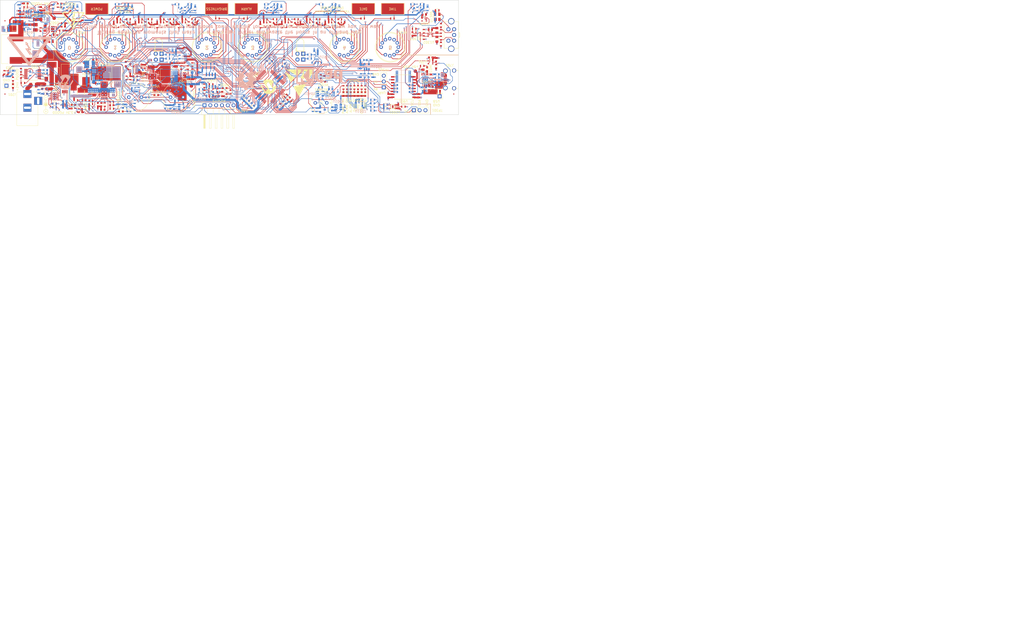
<source format=kicad_pcb>
(kicad_pcb (version 20171130) (host pcbnew "(5.0.0)")
  (layers (0 F.Cu mixed) (1 GND_Plane mixed) (2 Power_Plane mixed) (31 B.Cu mixed) (34 B.Paste user hide) (35 F.Paste user hide) (36 B.SilkS user) (37 F.SilkS user) (38 B.Mask user) (39 F.Mask user) (44 Edge.Cuts user))
  (net 0 "")
  (net 1 GND)
  (net 2 "Net-(BZ1001-Pad2)")
  (net 3 +3.3V_MNG)
  (net 4 +24V)
  (net 5 "Net-(C207-Pad2)")
  (net 6 "Net-(C207-Pad1)")
  (net 7 "Net-(C208-Pad2)")
  (net 8 "Net-(C505-Pad1)")
  (net 9 "Net-(C506-Pad1)")
  (net 10 "Net-(C507-Pad1)")
  (net 11 VAN)
  (net 12 VFF)
  (net 13 GND_USB)
  (net 14 +5V_USB)
  (net 15 "Net-(C706-Pad1)")
  (net 16 "Net-(C707-Pad1)")
  (net 17 VFF_ADC)
  (net 18 POS24_ADC)
  (net 19 VAN_ADC)
  (net 20 "Net-(C1601-Pad1)")
  (net 21 Ambient_Temp)
  (net 22 VFF_Temp)
  (net 23 POS3P3_TEMP)
  (net 24 VAN_Temp)
  (net 25 "Net-(D501-Pad2)")
  (net 26 "Net-(D702-Pad1)")
  (net 27 "Net-(D801-Pad1)")
  (net 28 "Net-(D802-Pad1)")
  (net 29 "Net-(D803-Pad1)")
  (net 30 "Net-(D804-Pad1)")
  (net 31 "Net-(D1001-Pad1)")
  (net 32 "Net-(D1002-Pad1)")
  (net 33 "Net-(D1003-Pad1)")
  (net 34 "Net-(D1004-Pad1)")
  (net 35 "Net-(D1005-Pad1)")
  (net 36 "Net-(D1006-Pad1)")
  (net 37 "Net-(D1007-Pad1)")
  (net 38 "Net-(D1008-Pad1)")
  (net 39 "Net-(F201-Pad1)")
  (net 40 ICSPCLK)
  (net 41 ICSPDAT)
  (net 42 ~MCLR)
  (net 43 "Net-(Q201-Pad1)")
  (net 44 "Net-(Q202-Pad1)")
  (net 45 "Net-(Q501-Pad3)")
  (net 46 "Net-(Q501-Pad1)")
  (net 47 "Net-(Q1001-Pad1)")
  (net 48 "Net-(Q1001-Pad3)")
  (net 49 "Net-(Q1002-Pad1)")
  (net 50 "Net-(Q1101-Pad1)")
  (net 51 "Net-(Q1101-Pad3)")
  (net 52 "Net-(Q1102-Pad1)")
  (net 53 "Net-(Q1102-Pad3)")
  (net 54 "Net-(Q1103-Pad1)")
  (net 55 Anode_A)
  (net 56 "Net-(Q1104-Pad1)")
  (net 57 Anode_E)
  (net 58 "Net-(Q1105-Pad1)")
  (net 59 "Net-(Q1105-Pad3)")
  (net 60 "Net-(Q1106-Pad1)")
  (net 61 "Net-(Q1106-Pad3)")
  (net 62 "Net-(Q1107-Pad1)")
  (net 63 Anode_B)
  (net 64 "Net-(Q1108-Pad1)")
  (net 65 Anode_F)
  (net 66 "Net-(Q1109-Pad1)")
  (net 67 "Net-(Q1109-Pad3)")
  (net 68 "Net-(Q1110-Pad1)")
  (net 69 "Net-(Q1110-Pad3)")
  (net 70 "Net-(Q1111-Pad1)")
  (net 71 Anode_C)
  (net 72 "Net-(Q1112-Pad1)")
  (net 73 Anode_G)
  (net 74 "Net-(Q1113-Pad1)")
  (net 75 "Net-(Q1113-Pad3)")
  (net 76 "Net-(Q1114-Pad1)")
  (net 77 "Net-(Q1114-Pad3)")
  (net 78 "Net-(Q1115-Pad1)")
  (net 79 Anode_D)
  (net 80 "Net-(Q1116-Pad1)")
  (net 81 Anode_DP)
  (net 82 "Net-(Q1201-Pad1)")
  (net 83 "Net-(Q1201-Pad3)")
  (net 84 "Net-(Q1202-Pad1)")
  (net 85 "Net-(Q1202-Pad3)")
  (net 86 "Net-(Q1203-Pad1)")
  (net 87 Grid_0)
  (net 88 "Net-(Q1204-Pad1)")
  (net 89 Grid_3)
  (net 90 "Net-(Q1205-Pad1)")
  (net 91 "Net-(Q1205-Pad3)")
  (net 92 "Net-(Q1206-Pad1)")
  (net 93 "Net-(Q1206-Pad3)")
  (net 94 "Net-(Q1207-Pad1)")
  (net 95 Grid_1)
  (net 96 "Net-(Q1208-Pad1)")
  (net 97 Grid_4)
  (net 98 "Net-(Q1209-Pad1)")
  (net 99 "Net-(Q1209-Pad3)")
  (net 100 "Net-(Q1210-Pad1)")
  (net 101 "Net-(Q1210-Pad3)")
  (net 102 "Net-(Q1211-Pad1)")
  (net 103 Grid_2)
  (net 104 "Net-(Q1212-Pad1)")
  (net 105 Grid_5)
  (net 106 "Net-(Q1701-Pad1)")
  (net 107 "Net-(R201-Pad2)")
  (net 108 "Net-(R205-Pad1)")
  (net 109 "Net-(R206-Pad1)")
  (net 110 "Net-(R208-Pad2)")
  (net 111 POS24_PGOOD)
  (net 112 IIC_SCL)
  (net 113 "Net-(R301-Pad2)")
  (net 114 IIC_SDA)
  (net 115 "Net-(R302-Pad2)")
  (net 116 POS3P3_PGOOD)
  (net 117 "Net-(R501-Pad2)")
  (net 118 "Net-(R502-Pad2)")
  (net 119 VAN_PGOOD)
  (net 120 "Net-(R505-Pad1)")
  (net 121 VAN_RUN)
  (net 122 "Net-(R507-Pad1)")
  (net 123 "Net-(R508-Pad2)")
  (net 124 "Net-(R510-Pad2)")
  (net 125 VFF_RUN)
  (net 126 VFF_PGOOD)
  (net 127 "Net-(R603-Pad2)")
  (net 128 DIM_PWM)
  (net 129 "Net-(R803-Pad2)")
  (net 130 "Net-(R804-Pad2)")
  (net 131 "Net-(R807-Pad2)")
  (net 132 "Net-(R808-Pad2)")
  (net 133 USB_UART_TX)
  (net 134 USB_UART_RX)
  (net 135 USB_UART_RX_ISO)
  (net 136 USB_UART_TX_ISO)
  (net 137 ICSP_DETECT)
  (net 138 Buzzer)
  (net 139 ~Status_Heartbeat)
  (net 140 ~Status_COM_Error)
  (net 141 drive_Anode_A)
  (net 142 drive_Anode_E)
  (net 143 drive_Anode_B)
  (net 144 drive_Anode_F)
  (net 145 drive_Anode_C)
  (net 146 drive_Anode_G)
  (net 147 drive_Anode_D)
  (net 148 drive_Anode_DP)
  (net 149 drive_Grid_0)
  (net 150 drive_Grid_3)
  (net 151 drive_Grid_1)
  (net 152 drive_Grid_4)
  (net 153 drive_Grid_2)
  (net 154 drive_Grid_5)
  (net 155 ~Encoder_PB)
  (net 156 "Net-(R1602-Pad1)")
  (net 157 "Net-(R1603-Pad1)")
  (net 158 "Net-(R1801-Pad1)")
  (net 159 "Net-(R1803-Pad1)")
  (net 160 "Net-(R1804-Pad1)")
  (net 161 "Net-(R2001-Pad1)")
  (net 162 "Net-(R2002-Pad2)")
  (net 163 "Net-(R2003-Pad2)")
  (net 164 "Net-(R2101-Pad2)")
  (net 165 "Net-(R2102-Pad2)")
  (net 166 "Net-(R2103-Pad2)")
  (net 167 "Net-(R2104-Pad2)")
  (net 168 +3V3)
  (net 169 "Net-(D1901-Pad1)")
  (net 170 "Net-(D1902-Pad1)")
  (net 171 "Net-(D1903-Pad1)")
  (net 172 "Net-(D1904-Pad1)")
  (net 173 "Net-(C402-Pad1)")
  (net 174 "Net-(C403-Pad1)")
  (net 175 "Net-(C404-Pad1)")
  (net 176 "Net-(C702-Pad1)")
  (net 177 "Net-(C710-Pad1)")
  (net 178 "Net-(C1304-Pad1)")
  (net 179 "Net-(C1305-Pad1)")
  (net 180 POS3P3_ADC)
  (net 181 "Net-(C1702-Pad1)")
  (net 182 VHU)
  (net 183 "Net-(C1705-Pad1)")
  (net 184 "Net-(C1706-Pad1)")
  (net 185 "Net-(C1708-Pad2)")
  (net 186 "Net-(C1708-Pad1)")
  (net 187 "Net-(D805-Pad1)")
  (net 188 "Net-(D806-Pad1)")
  (net 189 VD)
  (net 190 "Net-(L1701-Pad2)")
  (net 191 "Net-(L1701-Pad1)")
  (net 192 "Net-(Q201-Pad2)")
  (net 193 "Net-(Q1701-Pad3)")
  (net 194 ~USB_ACTIVE)
  (net 195 "Net-(R811-Pad2)")
  (net 196 "Net-(R812-Pad2)")
  (net 197 USB_DTR)
  (net 198 USB_DTR_ISO)
  (net 199 "Net-(R1012-Pad2)")
  (net 200 "Net-(R1013-Pad2)")
  (net 201 ~Status_Power_Error)
  (net 202 "Net-(R1308-Pad2)")
  (net 203 "Net-(R1309-Pad2)")
  (net 204 Encoder_STEP)
  (net 205 "Net-(R1313-Pad1)")
  (net 206 Encoder_DIR)
  (net 207 HOLDUP_PGOOD)
  (net 208 "Net-(R1703-Pad2)")
  (net 209 "Net-(R1705-Pad1)")
  (net 210 "Net-(R1706-Pad1)")
  (net 211 HOLDUP_ADC)
  (net 212 "Net-(R1709-Pad1)")
  (net 213 "Net-(R1710-Pad1)")
  (net 214 ~POS3P3_UV)
  (net 215 ~HOLDUP_UV)
  (net 216 Colon_1)
  (net 217 "Net-(R1903-Pad2)")
  (net 218 "Net-(R1905-Pad2)")
  (net 219 Colon_2)
  (net 220 "Net-(R2201-Pad2)")
  (net 221 "Net-(R2202-Pad1)")
  (net 222 "Net-(R2203-Pad1)")
  (net 223 "Net-(C601-Pad1)")
  (net 224 "Net-(L601-Pad1)")
  (net 225 ~Status_Set_Time)
  (net 226 ~Status_Set_Date)
  (net 227 ~Status_Set_Alarm)
  (net 228 ~Status_Alarm_On)
  (net 229 "Net-(C204-Pad1)")
  (net 230 "Net-(C2202-Pad1)")
  (net 231 "Net-(R203-Pad2)")
  (net 232 ACCUM)
  (net 233 "Net-(R2206-Pad1)")
  (net 234 "Net-(U201-Pad6)")
  (net 235 REF_CLK)
  (net 236 "Net-(C407-Pad1)")
  (net 237 "Net-(C409-Pad2)")
  (net 238 "Net-(F201-Pad2)")
  (net 239 "Net-(L401-Pad1)")
  (net 240 "Net-(R403-Pad1)")
  (net 241 "Net-(R404-Pad2)")
  (net 242 "Net-(SW1306-PadS2)")
  (net 243 uC_SOSC+)
  (net 244 uC_SOSC-)
  (net 245 "/USB/UART Converter/CONN_USB+")
  (net 246 "/USB/UART Converter/CONN_USB-")
  (net 247 "/USB/UART Converter/BRIDGE_USB+")
  (net 248 "/USB/UART Converter/BRIDGE_USB-")
  (net 249 MID)
  (net 250 "Net-(D1009-Pad1)")
  (net 251 "Net-(Q1003-Pad3)")
  (net 252 "Net-(Q1003-Pad1)")
  (net 253 Reset_Detect)
  (net 254 Watchdog_Poke)
  (net 255 "Net-(R2402-Pad1)")
  (net 256 Date_mTouch)
  (net 257 "Net-(R1301-Pad1)")
  (net 258 Time_mTouch)
  (net 259 "Net-(R1302-Pad1)")
  (net 260 "Net-(R1304-Pad1)")
  (net 261 Display_mTouch)
  (net 262 Alarm_mTouch)
  (net 263 "Net-(R1305-Pad1)")
  (net 264 "Net-(R1306-Pad1)")
  (net 265 Brightness_mTouch)
  (module Wire_Pads:SolderWirePad_single_SMD_5x10mm (layer F.Cu) (at 205.6892 70.104 90)
    (fp_text reference TP1302 hide)
    (fp_text value Time)
    (pad 1 smd rect (at 0 0 90) (size 5 10) (layers F.Cu) (net 259 "Net-(R1302-Pad1)"))
  )
  (module Wire_Pads:SolderWirePad_single_SMD_5x10mm (layer F.Cu) (at 192.786 70.104 270)
    (fp_text reference TP1301 hide)
    (fp_text value Date)
    (pad 1 smd rect (at 0 0 270) (size 5 10) (layers F.Cu) (net 257 "Net-(R1301-Pad1)"))
  )
  (module Wire_Pads:SolderWirePad_single_SMD_5x10mm (layer F.Cu) (at 141.732 70.104 90)
    (fp_text reference TP1304 hide)
    (fp_text value Alarm)
    (pad 1 smd rect (at 0 0 90) (size 5 10) (layers F.Cu) (net 263 "Net-(R1305-Pad1)"))
  )
  (module Wire_Pads:SolderWirePad_single_SMD_5x10mm (layer F.Cu) (at 128.8288 70.104 90)
    (fp_text reference TP1305 hide)
    (fp_text value Brightness)
    (pad 1 smd rect (at 0 0 90) (size 5 10) (layers F.Cu) (net 264 "Net-(R1306-Pad1)"))
  )
  (module Wire_Pads:SolderWirePad_single_SMD_5x10mm (layer F.Cu) (at 76.5556 70.104 90)
    (fp_text reference TP1303 hide)
    (fp_text value Date)
    (pad 1 smd rect (at 0 0 90) (size 5 10) (layers F.Cu) (net 260 "Net-(R1304-Pad1)"))
  )
  (module TO_SOT_Packages_SMD:SOT-353_SC-70-5 (layer F.Cu) (at 222.1468 93.4182 180)
    (fp_text reference U701 (at 3.4528 0.251 180 unlocked) (layer F.SilkS))
    (fp_text value 74LVC1G17)
    (pad 1 smd rect (at -0.95 -0.65 180) (size 0.65 0.4) (layers F.Cu F.Paste F.Mask))
    (pad 3 smd rect (at -0.95 0.65 180) (size 0.65 0.4) (layers F.Cu F.Paste F.Mask) (net 13 GND_USB))
    (pad 2 smd rect (at -0.95 0 180) (size 0.65 0.4) (layers F.Cu F.Paste F.Mask) (net 176 "Net-(C702-Pad1)"))
    (pad 4 smd rect (at 0.95 0.65 180) (size 0.65 0.4) (layers F.Cu F.Paste F.Mask) (net 198 USB_DTR_ISO))
    (pad 5 smd rect (at 0.95 -0.65 180) (size 0.65 0.4) (layers F.Cu F.Paste F.Mask) (net 14 +5V_USB))
  )
  (module Symbols:KiCad-Logo_8mm_SilkScreen (layer B.Cu) (at 173.6725 99.695)
    (fp_text reference REF*** hide)
    (fp_text value KiCad-Logo_8mm_SilkScreen hide)
  )
  (module "Custom Footprints Library:Microchip_Logo" (layer B.Cu) (at 62.8396 102.0064)
    (fp_text reference G*** hide)
    (fp_text value Microchip_Logo hide)
  )
  (module "Custom Footprints Library:Symbol_HighVoltage_Type2_Silkscreen_VerySmall" (layer F.Cu) (at 66.2051 74.549 180)
    (fp_text reference REF** hide)
    (fp_text value Symbol_HighVoltage_Type2_Silkscreen_VerySmall)
  )
  (module "Custom Footprints Library:SCCT30B156SRB" (layer F.Cu) (at 111.4298 108.6612 270)
    (fp_text reference C1703 hide)
    (fp_text value 15F)
    (fp_text user + (at 1.651 -2.794 270) (layer F.SilkS))
    (pad 1 thru_hole circle (at 0 -2.75 270) (size 1.524 1.524) (drill 0.762) (layers *.Cu *.Mask) (net 182 VHU))
    (pad 2 thru_hole circle (at 0 2.75 270) (size 1.524 1.524) (drill 0.762) (layers *.Cu *.Mask) (net 249 MID))
  )
  (module TO_SOT_Packages_SMD:SOT-323_SC-70 (layer F.Cu) (at 90.3478 77.089 270)
    (fp_text reference Q1114 hide)
    (fp_text value PMSTA06)
    (pad 1 smd rect (at -1 -0.65 180) (size 0.45 0.7) (layers F.Cu F.Paste F.Mask) (net 76 "Net-(Q1114-Pad1)"))
    (pad 2 smd rect (at -1 0.65 180) (size 0.45 0.7) (layers F.Cu F.Paste F.Mask) (net 1 GND))
    (pad 3 smd rect (at 1 0 180) (size 0.45 0.7) (layers F.Cu F.Paste F.Mask) (net 77 "Net-(Q1114-Pad3)"))
  )
  (module Capacitors_SMD:C_0603 (layer F.Cu) (at 223.0866 105.005678 90)
    (fp_text reference C707 hide)
    (fp_text value 0.1uF)
    (pad 2 smd rect (at 0.75 0 90) (size 0.8 0.75) (layers F.Cu F.Paste F.Mask) (net 13 GND_USB))
    (pad 1 smd rect (at -0.75 0 90) (size 0.8 0.75) (layers F.Cu F.Paste F.Mask) (net 16 "Net-(C707-Pad1)"))
  )
  (module VFD:IV-6 (layer F.Cu) (at 204.5668 86.8172 180)
    (fp_text reference VFD5 (at -5.4229 6.4516 180 unlocked) (layer F.SilkS))
    (fp_text value IV-6)
    (pad 11 thru_hole circle (at 3.98232 0.01778 60) (size 1.524 1.524) (drill 0.762) (layers *.Cu *.Mask) (net 81 Anode_DP))
    (pad 10 thru_hole circle (at 3.477813 1.882213 60) (size 1.524 1.524) (drill 0.762) (layers *.Cu *.Mask) (net 71 Anode_C))
    (pad 9 thru_hole circle (at 2.12177 3.240348 60) (size 1.524 1.524) (drill 0.762) (layers *.Cu *.Mask) (net 105 Grid_5))
    (pad 8 thru_hole circle (at 0.24178 3.753387 60) (size 1.524 1.524) (drill 0.762) (layers *.Cu *.Mask) (net 12 VFF))
    (pad 7 thru_hole circle (at -1.65735 3.258176 60) (size 1.524 1.524) (drill 0.762) (layers *.Cu *.Mask) (net 1 GND))
    (pad 6 thru_hole circle (at -3.037481 1.889434 60) (size 1.524 1.524) (drill 0.762) (layers *.Cu *.Mask) (net 79 Anode_D))
    (pad 5 thru_hole circle (at -3.533172 0.004795 60) (size 1.524 1.524) (drill 0.762) (layers *.Cu *.Mask) (net 57 Anode_E))
    (pad 4 thru_hole circle (at -3.033313 -1.876987 60) (size 1.524 1.524) (drill 0.762) (layers *.Cu *.Mask) (net 65 Anode_F))
    (pad 3 thru_hole circle (at -1.653572 -3.250768 60) (size 1.524 1.524) (drill 0.762) (layers *.Cu *.Mask) (net 73 Anode_G))
    (pad 2 thru_hole circle (at 0.20272 -3.74816 105) (size 1.524 1.524) (drill 0.762) (layers *.Cu *.Mask) (net 55 Anode_A))
    (pad 1 thru_hole circle (at 2.12725 -3.296943 330) (size 1.524 1.524) (drill 0.762) (layers *.Cu *.Mask) (net 63 Anode_B))
  )
  (module VFD:IV-6 (layer F.Cu) (at 184.5668 86.8172 180)
    (fp_text reference VFD4 (at -5.4229 6.4516 180 unlocked) (layer F.SilkS))
    (fp_text value IV-6)
    (pad 11 thru_hole circle (at 3.98232 0.01778 60) (size 1.524 1.524) (drill 0.762) (layers *.Cu *.Mask) (net 81 Anode_DP))
    (pad 10 thru_hole circle (at 3.477813 1.882213 60) (size 1.524 1.524) (drill 0.762) (layers *.Cu *.Mask) (net 71 Anode_C))
    (pad 9 thru_hole circle (at 2.12177 3.240348 60) (size 1.524 1.524) (drill 0.762) (layers *.Cu *.Mask) (net 97 Grid_4))
    (pad 8 thru_hole circle (at 0.24178 3.753387 60) (size 1.524 1.524) (drill 0.762) (layers *.Cu *.Mask) (net 12 VFF))
    (pad 7 thru_hole circle (at -1.65735 3.258176 60) (size 1.524 1.524) (drill 0.762) (layers *.Cu *.Mask) (net 1 GND))
    (pad 6 thru_hole circle (at -3.037481 1.889434 60) (size 1.524 1.524) (drill 0.762) (layers *.Cu *.Mask) (net 79 Anode_D))
    (pad 5 thru_hole circle (at -3.533172 0.004795 60) (size 1.524 1.524) (drill 0.762) (layers *.Cu *.Mask) (net 57 Anode_E))
    (pad 4 thru_hole circle (at -3.033313 -1.876987 60) (size 1.524 1.524) (drill 0.762) (layers *.Cu *.Mask) (net 65 Anode_F))
    (pad 3 thru_hole circle (at -1.653572 -3.250768 60) (size 1.524 1.524) (drill 0.762) (layers *.Cu *.Mask) (net 73 Anode_G))
    (pad 2 thru_hole circle (at 0.20272 -3.74816 105) (size 1.524 1.524) (drill 0.762) (layers *.Cu *.Mask) (net 55 Anode_A))
    (pad 1 thru_hole circle (at 2.12725 -3.296943 330) (size 1.524 1.524) (drill 0.762) (layers *.Cu *.Mask) (net 63 Anode_B))
  )
  (module VFD:IV-6 (layer F.Cu) (at 144.5668 86.8172 180)
    (fp_text reference VFD3 (at -5.4229 6.4516 180 unlocked) (layer F.SilkS))
    (fp_text value IV-6)
    (pad 11 thru_hole circle (at 3.98232 0.01778 60) (size 1.524 1.524) (drill 0.762) (layers *.Cu *.Mask) (net 81 Anode_DP))
    (pad 10 thru_hole circle (at 3.477813 1.882213 60) (size 1.524 1.524) (drill 0.762) (layers *.Cu *.Mask) (net 71 Anode_C))
    (pad 9 thru_hole circle (at 2.12177 3.240348 60) (size 1.524 1.524) (drill 0.762) (layers *.Cu *.Mask) (net 89 Grid_3))
    (pad 8 thru_hole circle (at 0.24178 3.753387 60) (size 1.524 1.524) (drill 0.762) (layers *.Cu *.Mask) (net 12 VFF))
    (pad 7 thru_hole circle (at -1.65735 3.258176 60) (size 1.524 1.524) (drill 0.762) (layers *.Cu *.Mask) (net 1 GND))
    (pad 6 thru_hole circle (at -3.037481 1.889434 60) (size 1.524 1.524) (drill 0.762) (layers *.Cu *.Mask) (net 79 Anode_D))
    (pad 5 thru_hole circle (at -3.533172 0.004795 60) (size 1.524 1.524) (drill 0.762) (layers *.Cu *.Mask) (net 57 Anode_E))
    (pad 4 thru_hole circle (at -3.033313 -1.876987 60) (size 1.524 1.524) (drill 0.762) (layers *.Cu *.Mask) (net 65 Anode_F))
    (pad 3 thru_hole circle (at -1.653572 -3.250768 60) (size 1.524 1.524) (drill 0.762) (layers *.Cu *.Mask) (net 73 Anode_G))
    (pad 2 thru_hole circle (at 0.20272 -3.74816 105) (size 1.524 1.524) (drill 0.762) (layers *.Cu *.Mask) (net 55 Anode_A))
    (pad 1 thru_hole circle (at 2.12725 -3.296943 330) (size 1.524 1.524) (drill 0.762) (layers *.Cu *.Mask) (net 63 Anode_B))
  )
  (module VFD:IV-6 (layer F.Cu) (at 124.5668 86.8172 180)
    (fp_text reference VFD2 (at -5.4229 6.4516 180 unlocked) (layer F.SilkS))
    (fp_text value IV-6)
    (pad 11 thru_hole circle (at 3.98232 0.01778 60) (size 1.524 1.524) (drill 0.762) (layers *.Cu *.Mask) (net 81 Anode_DP))
    (pad 10 thru_hole circle (at 3.477813 1.882213 60) (size 1.524 1.524) (drill 0.762) (layers *.Cu *.Mask) (net 71 Anode_C))
    (pad 9 thru_hole circle (at 2.12177 3.240348 60) (size 1.524 1.524) (drill 0.762) (layers *.Cu *.Mask) (net 103 Grid_2))
    (pad 8 thru_hole circle (at 0.24178 3.753387 60) (size 1.524 1.524) (drill 0.762) (layers *.Cu *.Mask) (net 12 VFF))
    (pad 7 thru_hole circle (at -1.65735 3.258176 60) (size 1.524 1.524) (drill 0.762) (layers *.Cu *.Mask) (net 1 GND))
    (pad 6 thru_hole circle (at -3.037481 1.889434 60) (size 1.524 1.524) (drill 0.762) (layers *.Cu *.Mask) (net 79 Anode_D))
    (pad 5 thru_hole circle (at -3.533172 0.004795 60) (size 1.524 1.524) (drill 0.762) (layers *.Cu *.Mask) (net 57 Anode_E))
    (pad 4 thru_hole circle (at -3.033313 -1.876987 60) (size 1.524 1.524) (drill 0.762) (layers *.Cu *.Mask) (net 65 Anode_F))
    (pad 3 thru_hole circle (at -1.653572 -3.250768 60) (size 1.524 1.524) (drill 0.762) (layers *.Cu *.Mask) (net 73 Anode_G))
    (pad 2 thru_hole circle (at 0.20272 -3.74816 105) (size 1.524 1.524) (drill 0.762) (layers *.Cu *.Mask) (net 55 Anode_A))
    (pad 1 thru_hole circle (at 2.12725 -3.296943 330) (size 1.524 1.524) (drill 0.762) (layers *.Cu *.Mask) (net 63 Anode_B))
  )
  (module VFD:IV-6 (layer F.Cu) (at 84.5668 86.8172 180)
    (fp_text reference VFD1 (at -5.4229 6.4516 180 unlocked) (layer F.SilkS))
    (fp_text value IV-6)
    (pad 11 thru_hole circle (at 3.98232 0.01778 60) (size 1.524 1.524) (drill 0.762) (layers *.Cu *.Mask) (net 81 Anode_DP))
    (pad 10 thru_hole circle (at 3.477813 1.882213 60) (size 1.524 1.524) (drill 0.762) (layers *.Cu *.Mask) (net 71 Anode_C))
    (pad 9 thru_hole circle (at 2.12177 3.240348 60) (size 1.524 1.524) (drill 0.762) (layers *.Cu *.Mask) (net 95 Grid_1))
    (pad 8 thru_hole circle (at 0.24178 3.753387 60) (size 1.524 1.524) (drill 0.762) (layers *.Cu *.Mask) (net 12 VFF))
    (pad 7 thru_hole circle (at -1.65735 3.258176 60) (size 1.524 1.524) (drill 0.762) (layers *.Cu *.Mask) (net 1 GND))
    (pad 6 thru_hole circle (at -3.037481 1.889434 60) (size 1.524 1.524) (drill 0.762) (layers *.Cu *.Mask) (net 79 Anode_D))
    (pad 5 thru_hole circle (at -3.533172 0.004795 60) (size 1.524 1.524) (drill 0.762) (layers *.Cu *.Mask) (net 57 Anode_E))
    (pad 4 thru_hole circle (at -3.033313 -1.876987 60) (size 1.524 1.524) (drill 0.762) (layers *.Cu *.Mask) (net 65 Anode_F))
    (pad 3 thru_hole circle (at -1.653572 -3.250768 60) (size 1.524 1.524) (drill 0.762) (layers *.Cu *.Mask) (net 73 Anode_G))
    (pad 2 thru_hole circle (at 0.20272 -3.74816 105) (size 1.524 1.524) (drill 0.762) (layers *.Cu *.Mask) (net 55 Anode_A))
    (pad 1 thru_hole circle (at 2.12725 -3.296943 330) (size 1.524 1.524) (drill 0.762) (layers *.Cu *.Mask) (net 63 Anode_B))
  )
  (module Capacitors_SMD:C_0805 (layer F.Cu) (at 218.8829 97.6473 90)
    (fp_text reference C704 hide)
    (fp_text value 4.7uF)
    (pad 1 smd rect (at -1 0 90) (size 1 1.25) (layers F.Cu F.Paste F.Mask) (net 14 +5V_USB))
    (pad 2 smd rect (at 1 0 90) (size 1 1.25) (layers F.Cu F.Paste F.Mask) (net 13 GND_USB))
  )
  (module TO_SOT_Packages_SMD:SOT-143 (layer F.Cu) (at 225.03765 73.5711 90)
    (fp_text reference U1305 (at -0.0381 -2.54635 90) (layer F.SilkS))
    (fp_text value MAX6816)
    (pad 4 smd rect (at 1.1 -0.95) (size 1 1.4) (layers F.Cu F.Paste F.Mask) (net 168 +3V3))
    (pad 3 smd rect (at 1.1 0.95) (size 1 1.4) (layers F.Cu F.Paste F.Mask) (net 155 ~Encoder_PB))
    (pad 2 smd rect (at -1.1 0.95) (size 1 1.4) (layers F.Cu F.Paste F.Mask) (net 242 "Net-(SW1306-PadS2)"))
    (pad 1 smd rect (at -1.1 -0.77) (size 1.2 1.4) (layers F.Cu F.Paste F.Mask) (net 1 GND))
  )
  (module Resistors_SMD:R_0603 (layer F.Cu) (at 225.03765 70.6501)
    (fp_text reference R1303 hide)
    (fp_text value 10k)
    (pad 2 smd rect (at 0.75 0) (size 0.5 0.9) (layers F.Cu F.Paste F.Mask) (net 155 ~Encoder_PB))
    (pad 1 smd rect (at -0.75 0) (size 0.5 0.9) (layers F.Cu F.Paste F.Mask) (net 168 +3V3))
  )
  (module Capacitors_SMD:C_0603 (layer B.Cu) (at 224.14865 73.5711 270)
    (fp_text reference C1303 hide)
    (fp_text value 0.1uF)
    (pad 1 smd rect (at -0.75 0 270) (size 0.8 0.75) (layers B.Cu B.Paste B.Mask) (net 168 +3V3))
    (pad 2 smd rect (at 0.75 0 270) (size 0.8 0.75) (layers B.Cu B.Paste B.Mask) (net 1 GND))
  )
  (module Oddities:Dummy_Empty (layer F.Cu) (at 468.382 230.9256)
    (fp_text reference A2201 hide)
    (fp_text value 0x6B)
  )
  (module Capacitors_SMD:C_0603 (layer B.Cu) (at 44.8183 77.9907 270)
    (fp_text reference C2106 hide)
    (fp_text value 0.1uF)
    (pad 1 smd rect (at -0.75 0 270) (size 0.8 0.75) (layers B.Cu B.Paste B.Mask) (net 168 +3V3))
    (pad 2 smd rect (at 0.75 0 270) (size 0.8 0.75) (layers B.Cu B.Paste B.Mask) (net 1 GND))
  )
  (module Capacitors_SMD:C_0603 (layer B.Cu) (at 77.4573 101.9937 270)
    (fp_text reference C2105 hide)
    (fp_text value 0.1uF)
    (pad 1 smd rect (at -0.75 0 270) (size 0.8 0.75) (layers B.Cu B.Paste B.Mask) (net 168 +3V3))
    (pad 2 smd rect (at 0.75 0 270) (size 0.8 0.75) (layers B.Cu B.Paste B.Mask) (net 1 GND))
  )
  (module Capacitors_SMD:C_0603 (layer F.Cu) (at 75.6793 92.2147)
    (fp_text reference C2101 hide)
    (fp_text value 0.1uF)
    (pad 1 smd rect (at -0.75 0) (size 0.8 0.75) (layers F.Cu F.Paste F.Mask) (net 168 +3V3))
    (pad 2 smd rect (at 0.75 0) (size 0.8 0.75) (layers F.Cu F.Paste F.Mask) (net 1 GND))
  )
  (module TO_SOT_Packages_SMD:SOT-353_SC-70-5 (layer B.Cu) (at 46.9773 77.9907 90)
    (fp_text reference U2104 (at -2.2733 0.0635 180 unlocked) (layer B.SilkS) (effects (justify mirror)))
    (fp_text value MCP9700AT-HLT)
    (pad 1 smd rect (at -0.95 0.65 90) (size 0.65 0.4) (layers B.Cu B.Paste B.Mask))
    (pad 3 smd rect (at -0.95 -0.65 90) (size 0.65 0.4) (layers B.Cu B.Paste B.Mask) (net 167 "Net-(R2104-Pad2)"))
    (pad 2 smd rect (at -0.95 0 90) (size 0.65 0.4) (layers B.Cu B.Paste B.Mask) (net 1 GND))
    (pad 4 smd rect (at 0.95 -0.65 90) (size 0.65 0.4) (layers B.Cu B.Paste B.Mask) (net 168 +3V3))
    (pad 5 smd rect (at 0.95 0.65 90) (size 0.65 0.4) (layers B.Cu B.Paste B.Mask))
  )
  (module TO_SOT_Packages_SMD:SOT-353_SC-70-5 (layer B.Cu) (at 79.6163 101.9937 90)
    (fp_text reference U2103 (at 0 3.7973 180 unlocked) (layer B.SilkS) (effects (justify mirror)))
    (fp_text value MCP9700AT-HLT)
    (pad 1 smd rect (at -0.95 0.65 90) (size 0.65 0.4) (layers B.Cu B.Paste B.Mask))
    (pad 3 smd rect (at -0.95 -0.65 90) (size 0.65 0.4) (layers B.Cu B.Paste B.Mask) (net 166 "Net-(R2103-Pad2)"))
    (pad 2 smd rect (at -0.95 0 90) (size 0.65 0.4) (layers B.Cu B.Paste B.Mask) (net 1 GND))
    (pad 4 smd rect (at 0.95 -0.65 90) (size 0.65 0.4) (layers B.Cu B.Paste B.Mask) (net 168 +3V3))
    (pad 5 smd rect (at 0.95 0.65 90) (size 0.65 0.4) (layers B.Cu B.Paste B.Mask))
  )
  (module TO_SOT_Packages_SMD:SOT-353_SC-70-5 (layer F.Cu) (at 75.6793 94.3737 180)
    (fp_text reference U2102 (at -4.2799 -0.0127 180 unlocked) (layer F.SilkS))
    (fp_text value MCP9700AT-HLT)
    (pad 1 smd rect (at -0.95 -0.65 180) (size 0.65 0.4) (layers F.Cu F.Paste F.Mask))
    (pad 3 smd rect (at -0.95 0.65 180) (size 0.65 0.4) (layers F.Cu F.Paste F.Mask) (net 165 "Net-(R2102-Pad2)"))
    (pad 2 smd rect (at -0.95 0 180) (size 0.65 0.4) (layers F.Cu F.Paste F.Mask) (net 1 GND))
    (pad 4 smd rect (at 0.95 0.65 180) (size 0.65 0.4) (layers F.Cu F.Paste F.Mask) (net 168 +3V3))
    (pad 5 smd rect (at 0.95 -0.65 180) (size 0.65 0.4) (layers F.Cu F.Paste F.Mask))
  )
  (module Capacitors_SMD:C_0603 (layer B.Cu) (at 110.2868 88.51646 180)
    (fp_text reference C1902 hide)
    (fp_text value 0.1uF)
    (pad 1 smd rect (at -0.75 0 180) (size 0.8 0.75) (layers B.Cu B.Paste B.Mask) (net 168 +3V3))
    (pad 2 smd rect (at 0.75 0 180) (size 0.8 0.75) (layers B.Cu B.Paste B.Mask) (net 1 GND))
  )
  (module TO_SOT_Packages_SMD:SOT-353_SC-70-5 (layer B.Cu) (at 110.4138 91.05646 90)
    (fp_text reference U1902 (at -2.31394 2.8194 180 unlocked) (layer B.SilkS) (effects (justify mirror)))
    (fp_text value 74LVC1G38)
    (pad 1 smd rect (at -0.95 0.65 90) (size 0.65 0.4) (layers B.Cu B.Paste B.Mask) (net 219 Colon_2))
    (pad 3 smd rect (at -0.95 -0.65 90) (size 0.65 0.4) (layers B.Cu B.Paste B.Mask) (net 1 GND))
    (pad 2 smd rect (at -0.95 0 90) (size 0.65 0.4) (layers B.Cu B.Paste B.Mask) (net 128 DIM_PWM))
    (pad 4 smd rect (at 0.95 -0.65 90) (size 0.65 0.4) (layers B.Cu B.Paste B.Mask) (net 218 "Net-(R1905-Pad2)"))
    (pad 5 smd rect (at 0.95 0.65 90) (size 0.65 0.4) (layers B.Cu B.Paste B.Mask) (net 168 +3V3))
  )
  (module Resistors_SMD:R_0603 (layer B.Cu) (at 107.4808 90.04046)
    (fp_text reference R1906 hide)
    (fp_text value 1k)
    (pad 1 smd rect (at -0.75 0) (size 0.5 0.9) (layers B.Cu B.Paste B.Mask) (net 172 "Net-(D1904-Pad1)"))
    (pad 2 smd rect (at 0.75 0) (size 0.5 0.9) (layers B.Cu B.Paste B.Mask) (net 218 "Net-(R1905-Pad2)"))
  )
  (module Resistors_SMD:R_0603 (layer B.Cu) (at 107.4928 91.81846)
    (fp_text reference R1905 hide)
    (fp_text value 1k)
    (pad 2 smd rect (at 0.75 0) (size 0.5 0.9) (layers B.Cu B.Paste B.Mask) (net 218 "Net-(R1905-Pad2)"))
    (pad 1 smd rect (at -0.75 0) (size 0.5 0.9) (layers B.Cu B.Paste B.Mask) (net 171 "Net-(D1903-Pad1)"))
  )
  (module Resistors_SMD:R_0603 (layer B.Cu) (at 112.6363 91.0717 90)
    (fp_text reference R1908 hide)
    (fp_text value 10k)
    (pad 1 smd rect (at -0.75 0 90) (size 0.5 0.9) (layers B.Cu B.Paste B.Mask) (net 219 Colon_2))
    (pad 2 smd rect (at 0.75 0 90) (size 0.5 0.9) (layers B.Cu B.Paste B.Mask) (net 1 GND))
  )
  (module Resistors_SMD:R_0603 (layer B.Cu) (at 109.2708 93.59646 180)
    (fp_text reference R1907 hide)
    (fp_text value 10k)
    (pad 2 smd rect (at 0.75 0 180) (size 0.5 0.9) (layers B.Cu B.Paste B.Mask) (net 1 GND))
    (pad 1 smd rect (at -0.75 0 180) (size 0.5 0.9) (layers B.Cu B.Paste B.Mask) (net 128 DIM_PWM))
  )
  (module Resistors_SMD:R_0603 (layer F.Cu) (at 57.4548 69.1007 90)
    (fp_text reference R806 hide)
    (fp_text value 10k)
    (pad 1 smd rect (at -0.75 0 90) (size 0.5 0.9) (layers F.Cu F.Paste F.Mask) (net 128 DIM_PWM))
    (pad 2 smd rect (at 0.75 0 90) (size 0.5 0.9) (layers F.Cu F.Paste F.Mask) (net 1 GND))
  )
  (module Resistors_SMD:R_0603 (layer B.Cu) (at 37.9603 98.8187 270)
    (fp_text reference R805 hide)
    (fp_text value 10k)
    (pad 1 smd rect (at -0.75 0 270) (size 0.5 0.9) (layers B.Cu B.Paste B.Mask) (net 128 DIM_PWM))
    (pad 2 smd rect (at 0.75 0 270) (size 0.5 0.9) (layers B.Cu B.Paste B.Mask) (net 1 GND))
  )
  (module Resistors_SMD:R_0603 (layer F.Cu) (at 48.0949 70.6501 90)
    (fp_text reference R802 hide)
    (fp_text value 10k)
    (pad 1 smd rect (at -0.75 0 90) (size 0.5 0.9) (layers F.Cu F.Paste F.Mask) (net 128 DIM_PWM))
    (pad 2 smd rect (at 0.75 0 90) (size 0.5 0.9) (layers F.Cu F.Paste F.Mask) (net 1 GND))
  )
  (module Resistors_SMD:R_0603 (layer F.Cu) (at 59.4741 68.60286 90)
    (fp_text reference R808 hide)
    (fp_text value 1k)
    (pad 1 smd rect (at -0.75 0 90) (size 0.5 0.9) (layers F.Cu F.Paste F.Mask) (net 30 "Net-(D804-Pad1)"))
    (pad 2 smd rect (at 0.75 0 90) (size 0.5 0.9) (layers F.Cu F.Paste F.Mask) (net 132 "Net-(R808-Pad2)"))
  )
  (module Resistors_SMD:R_0603 (layer F.Cu) (at 39.9288 100.7237 90)
    (fp_text reference R807 hide)
    (fp_text value 1k)
    (pad 1 smd rect (at -0.75 0 90) (size 0.5 0.9) (layers F.Cu F.Paste F.Mask) (net 29 "Net-(D803-Pad1)"))
    (pad 2 smd rect (at 0.75 0 90) (size 0.5 0.9) (layers F.Cu F.Paste F.Mask) (net 131 "Net-(R807-Pad2)"))
  )
  (module Resistors_SMD:R_0603 (layer F.Cu) (at 45.5041 69.3039 180)
    (fp_text reference R804 hide)
    (fp_text value 1k)
    (pad 1 smd rect (at -0.75 0 180) (size 0.5 0.9) (layers F.Cu F.Paste F.Mask) (net 28 "Net-(D802-Pad1)"))
    (pad 2 smd rect (at 0.75 0 180) (size 0.5 0.9) (layers F.Cu F.Paste F.Mask) (net 130 "Net-(R804-Pad2)"))
  )
  (module Capacitors_SMD:C_0603 (layer F.Cu) (at 52.2224 70.02272 90)
    (fp_text reference C804 hide)
    (fp_text value 0.1uF)
    (pad 2 smd rect (at 0.75 0 90) (size 0.8 0.75) (layers F.Cu F.Paste F.Mask) (net 1 GND))
    (pad 1 smd rect (at -0.75 0 90) (size 0.8 0.75) (layers F.Cu F.Paste F.Mask) (net 168 +3V3))
  )
  (module Capacitors_SMD:C_0603 (layer B.Cu) (at 39.8018 97.8027 270)
    (fp_text reference C803 hide)
    (fp_text value 0.1uF)
    (pad 2 smd rect (at 0.75 0 270) (size 0.8 0.75) (layers B.Cu B.Paste B.Mask) (net 1 GND))
    (pad 1 smd rect (at -0.75 0 270) (size 0.8 0.75) (layers B.Cu B.Paste B.Mask) (net 168 +3V3))
  )
  (module Capacitors_SMD:C_0603 (layer F.Cu) (at 43.0149 71.6661 90)
    (fp_text reference C802 hide)
    (fp_text value 0.1uF)
    (pad 2 smd rect (at 0.75 0 90) (size 0.8 0.75) (layers F.Cu F.Paste F.Mask) (net 1 GND))
    (pad 1 smd rect (at -0.75 0 90) (size 0.8 0.75) (layers F.Cu F.Paste F.Mask) (net 168 +3V3))
  )
  (module Resistors_SMD:R_0603 (layer B.Cu) (at 218.4873 68.01733 180)
    (fp_text reference R1221 hide)
    (fp_text value 220k)
    (pad 1 smd rect (at -0.75 0 180) (size 0.5 0.9) (layers B.Cu B.Paste B.Mask) (net 11 VAN))
    (pad 2 smd rect (at 0.75 0 180) (size 0.5 0.9) (layers B.Cu B.Paste B.Mask) (net 104 "Net-(Q1212-Pad1)"))
  )
  (module Resistors_SMD:R_0603 (layer B.Cu) (at 179.9921 68.01733 180)
    (fp_text reference R1213 hide)
    (fp_text value 220k)
    (pad 1 smd rect (at -0.75 0 180) (size 0.5 0.9) (layers B.Cu B.Paste B.Mask) (net 11 VAN))
    (pad 2 smd rect (at 0.75 0 180) (size 0.5 0.9) (layers B.Cu B.Paste B.Mask) (net 96 "Net-(Q1208-Pad1)"))
  )
  (module Resistors_SMD:R_0603 (layer B.Cu) (at 154.6693 68.01733 180)
    (fp_text reference R1205 hide)
    (fp_text value 220k)
    (pad 1 smd rect (at -0.75 0 180) (size 0.5 0.9) (layers B.Cu B.Paste B.Mask) (net 11 VAN))
    (pad 2 smd rect (at 0.75 0 180) (size 0.5 0.9) (layers B.Cu B.Paste B.Mask) (net 88 "Net-(Q1204-Pad1)"))
  )
  (module Resistors_SMD:R_0603 (layer B.Cu) (at 117.0758 68.00463 180)
    (fp_text reference R1219 hide)
    (fp_text value 220k)
    (pad 1 smd rect (at -0.75 0 180) (size 0.5 0.9) (layers B.Cu B.Paste B.Mask) (net 11 VAN))
    (pad 2 smd rect (at 0.75 0 180) (size 0.5 0.9) (layers B.Cu B.Paste B.Mask) (net 102 "Net-(Q1211-Pad1)"))
  )
  (module Resistors_SMD:R_0603 (layer B.Cu) (at 89.5487 67.99523 180)
    (fp_text reference R1211 hide)
    (fp_text value 220k)
    (pad 1 smd rect (at -0.75 0 180) (size 0.5 0.9) (layers B.Cu B.Paste B.Mask) (net 11 VAN))
    (pad 2 smd rect (at 0.75 0 180) (size 0.5 0.9) (layers B.Cu B.Paste B.Mask) (net 94 "Net-(Q1207-Pad1)"))
  )
  (module Resistors_SMD:R_0603 (layer B.Cu) (at 65.6844 67.99873 180)
    (fp_text reference R1203 hide)
    (fp_text value 220k)
    (pad 1 smd rect (at -0.75 0 180) (size 0.5 0.9) (layers B.Cu B.Paste B.Mask) (net 11 VAN))
    (pad 2 smd rect (at 0.75 0 180) (size 0.5 0.9) (layers B.Cu B.Paste B.Mask) (net 86 "Net-(Q1203-Pad1)"))
  )
  (module Resistors_SMD:R_0603 (layer F.Cu) (at 86.0679 74.549)
    (fp_text reference R1129 hide)
    (fp_text value 220k)
    (pad 1 smd rect (at -0.75 0) (size 0.5 0.9) (layers F.Cu F.Paste F.Mask) (net 11 VAN))
    (pad 2 smd rect (at 0.75 0) (size 0.5 0.9) (layers F.Cu F.Paste F.Mask) (net 80 "Net-(Q1116-Pad1)"))
  )
  (module Resistors_SMD:R_0603 (layer F.Cu) (at 95.504 74.549)
    (fp_text reference R1121 hide)
    (fp_text value 220k)
    (pad 1 smd rect (at -0.75 0) (size 0.5 0.9) (layers F.Cu F.Paste F.Mask) (net 11 VAN))
    (pad 2 smd rect (at 0.75 0) (size 0.5 0.9) (layers F.Cu F.Paste F.Mask) (net 72 "Net-(Q1112-Pad1)"))
  )
  (module Resistors_SMD:R_0603 (layer F.Cu) (at 105.0036 74.549)
    (fp_text reference R1113 hide)
    (fp_text value 220k)
    (pad 1 smd rect (at -0.75 0) (size 0.5 0.9) (layers F.Cu F.Paste F.Mask) (net 11 VAN))
    (pad 2 smd rect (at 0.75 0) (size 0.5 0.9) (layers F.Cu F.Paste F.Mask) (net 64 "Net-(Q1108-Pad1)"))
  )
  (module Resistors_SMD:R_0603 (layer F.Cu) (at 114.5032 74.549)
    (fp_text reference R1105 hide)
    (fp_text value 220k)
    (pad 1 smd rect (at -0.75 0) (size 0.5 0.9) (layers F.Cu F.Paste F.Mask) (net 11 VAN))
    (pad 2 smd rect (at 0.75 0) (size 0.5 0.9) (layers F.Cu F.Paste F.Mask) (net 56 "Net-(Q1104-Pad1)"))
  )
  (module Resistors_SMD:R_0603 (layer F.Cu) (at 150.0124 74.5617)
    (fp_text reference R1127 hide)
    (fp_text value 220k)
    (pad 1 smd rect (at -0.75 0) (size 0.5 0.9) (layers F.Cu F.Paste F.Mask) (net 11 VAN))
    (pad 2 smd rect (at 0.75 0) (size 0.5 0.9) (layers F.Cu F.Paste F.Mask) (net 78 "Net-(Q1115-Pad1)"))
  )
  (module Resistors_SMD:R_0603 (layer F.Cu) (at 159.3977 74.5617)
    (fp_text reference R1119 hide)
    (fp_text value 220k)
    (pad 1 smd rect (at -0.75 0) (size 0.5 0.9) (layers F.Cu F.Paste F.Mask) (net 11 VAN))
    (pad 2 smd rect (at 0.75 0) (size 0.5 0.9) (layers F.Cu F.Paste F.Mask) (net 70 "Net-(Q1111-Pad1)"))
  )
  (module Resistors_SMD:R_0603 (layer F.Cu) (at 168.783 74.5617)
    (fp_text reference R1111 hide)
    (fp_text value 220k)
    (pad 1 smd rect (at -0.75 0) (size 0.5 0.9) (layers F.Cu F.Paste F.Mask) (net 11 VAN))
    (pad 2 smd rect (at 0.75 0) (size 0.5 0.9) (layers F.Cu F.Paste F.Mask) (net 62 "Net-(Q1107-Pad1)"))
  )
  (module Resistors_SMD:R_0603 (layer B.Cu) (at 220.8495 70.05187 90)
    (fp_text reference R1224 hide)
    (fp_text value 100k)
    (pad 1 smd rect (at -0.75 0 90) (size 0.5 0.9) (layers B.Cu B.Paste B.Mask) (net 105 Grid_5))
    (pad 2 smd rect (at 0.75 0 90) (size 0.5 0.9) (layers B.Cu B.Paste B.Mask) (net 1 GND))
  )
  (module Resistors_SMD:R_0603 (layer B.Cu) (at 182.3543 70.05187 90)
    (fp_text reference R1216 hide)
    (fp_text value 100k)
    (pad 1 smd rect (at -0.75 0 90) (size 0.5 0.9) (layers B.Cu B.Paste B.Mask) (net 97 Grid_4))
    (pad 2 smd rect (at 0.75 0 90) (size 0.5 0.9) (layers B.Cu B.Paste B.Mask) (net 1 GND))
  )
  (module Resistors_SMD:R_0603 (layer B.Cu) (at 157.0315 70.05187 90)
    (fp_text reference R1208 hide)
    (fp_text value 100k)
    (pad 1 smd rect (at -0.75 0 90) (size 0.5 0.9) (layers B.Cu B.Paste B.Mask) (net 89 Grid_3))
    (pad 2 smd rect (at 0.75 0 90) (size 0.5 0.9) (layers B.Cu B.Paste B.Mask) (net 1 GND))
  )
  (module Resistors_SMD:R_0603 (layer B.Cu) (at 119.438 70.03917 90)
    (fp_text reference R1223 hide)
    (fp_text value 100k)
    (pad 1 smd rect (at -0.75 0 90) (size 0.5 0.9) (layers B.Cu B.Paste B.Mask) (net 103 Grid_2))
    (pad 2 smd rect (at 0.75 0 90) (size 0.5 0.9) (layers B.Cu B.Paste B.Mask) (net 1 GND))
  )
  (module Resistors_SMD:R_0603 (layer B.Cu) (at 91.9109 70.02977 90)
    (fp_text reference R1215 hide)
    (fp_text value 100k)
    (pad 1 smd rect (at -0.75 0 90) (size 0.5 0.9) (layers B.Cu B.Paste B.Mask) (net 95 Grid_1))
    (pad 2 smd rect (at 0.75 0 90) (size 0.5 0.9) (layers B.Cu B.Paste B.Mask) (net 1 GND))
  )
  (module Resistors_SMD:R_0603 (layer B.Cu) (at 68.0466 70.03327 90)
    (fp_text reference R1207 hide)
    (fp_text value 100k)
    (pad 1 smd rect (at -0.75 0 90) (size 0.5 0.9) (layers B.Cu B.Paste B.Mask) (net 87 Grid_0))
    (pad 2 smd rect (at 0.75 0 90) (size 0.5 0.9) (layers B.Cu B.Paste B.Mask) (net 1 GND))
  )
  (module Resistors_SMD:R_0603 (layer F.Cu) (at 83.8962 77.5208 90)
    (fp_text reference R1132 hide)
    (fp_text value 100k)
    (pad 1 smd rect (at -0.75 0 90) (size 0.5 0.9) (layers F.Cu F.Paste F.Mask) (net 81 Anode_DP))
    (pad 2 smd rect (at 0.75 0 90) (size 0.5 0.9) (layers F.Cu F.Paste F.Mask) (net 1 GND))
  )
  (module Resistors_SMD:R_0603 (layer F.Cu) (at 93.345 77.5208 90)
    (fp_text reference R1124 hide)
    (fp_text value 100k)
    (pad 1 smd rect (at -0.75 0 90) (size 0.5 0.9) (layers F.Cu F.Paste F.Mask) (net 73 Anode_G))
    (pad 2 smd rect (at 0.75 0 90) (size 0.5 0.9) (layers F.Cu F.Paste F.Mask) (net 1 GND))
  )
  (module Resistors_SMD:R_0603 (layer F.Cu) (at 102.8446 77.5208 90)
    (fp_text reference R1116 hide)
    (fp_text value 100k)
    (pad 1 smd rect (at -0.75 0 90) (size 0.5 0.9) (layers F.Cu F.Paste F.Mask) (net 65 Anode_F))
    (pad 2 smd rect (at 0.75 0 90) (size 0.5 0.9) (layers F.Cu F.Paste F.Mask) (net 1 GND))
  )
  (module Resistors_SMD:R_0603 (layer F.Cu) (at 112.3442 77.5208 90)
    (fp_text reference R1108 hide)
    (fp_text value 100k)
    (pad 1 smd rect (at -0.75 0 90) (size 0.5 0.9) (layers F.Cu F.Paste F.Mask) (net 57 Anode_E))
    (pad 2 smd rect (at 0.75 0 90) (size 0.5 0.9) (layers F.Cu F.Paste F.Mask) (net 1 GND))
  )
  (module Resistors_SMD:R_0603 (layer F.Cu) (at 147.8534 77.5462 90)
    (fp_text reference R1131 hide)
    (fp_text value 100k)
    (pad 1 smd rect (at -0.75 0 90) (size 0.5 0.9) (layers F.Cu F.Paste F.Mask) (net 79 Anode_D))
    (pad 2 smd rect (at 0.75 0 90) (size 0.5 0.9) (layers F.Cu F.Paste F.Mask) (net 1 GND))
  )
  (module Resistors_SMD:R_0603 (layer F.Cu) (at 157.2514 77.5462 90)
    (fp_text reference R1123 hide)
    (fp_text value 100k)
    (pad 1 smd rect (at -0.75 0 90) (size 0.5 0.9) (layers F.Cu F.Paste F.Mask) (net 71 Anode_C))
    (pad 2 smd rect (at 0.75 0 90) (size 0.5 0.9) (layers F.Cu F.Paste F.Mask) (net 1 GND))
  )
  (module Resistors_SMD:R_0603 (layer F.Cu) (at 166.624 77.5462 90)
    (fp_text reference R1115 hide)
    (fp_text value 100k)
    (pad 1 smd rect (at -0.75 0 90) (size 0.5 0.9) (layers F.Cu F.Paste F.Mask) (net 63 Anode_B))
    (pad 2 smd rect (at 0.75 0 90) (size 0.5 0.9) (layers F.Cu F.Paste F.Mask) (net 1 GND))
  )
  (module Resistors_SMD:R_0603 (layer B.Cu) (at 216.3918 70.12553 270)
    (fp_text reference R1222 hide)
    (fp_text value 68k)
    (pad 1 smd rect (at -0.75 0 270) (size 0.5 0.9) (layers B.Cu B.Paste B.Mask) (net 104 "Net-(Q1212-Pad1)"))
    (pad 2 smd rect (at 0.75 0 270) (size 0.5 0.9) (layers B.Cu B.Paste B.Mask) (net 101 "Net-(Q1210-Pad3)"))
  )
  (module Resistors_SMD:R_0603 (layer B.Cu) (at 177.8966 70.12553 270)
    (fp_text reference R1214 hide)
    (fp_text value 68k)
    (pad 1 smd rect (at -0.75 0 270) (size 0.5 0.9) (layers B.Cu B.Paste B.Mask) (net 96 "Net-(Q1208-Pad1)"))
    (pad 2 smd rect (at 0.75 0 270) (size 0.5 0.9) (layers B.Cu B.Paste B.Mask) (net 93 "Net-(Q1206-Pad3)"))
  )
  (module Resistors_SMD:R_0603 (layer B.Cu) (at 152.5738 70.12553 270)
    (fp_text reference R1206 hide)
    (fp_text value 68k)
    (pad 1 smd rect (at -0.75 0 270) (size 0.5 0.9) (layers B.Cu B.Paste B.Mask) (net 88 "Net-(Q1204-Pad1)"))
    (pad 2 smd rect (at 0.75 0 270) (size 0.5 0.9) (layers B.Cu B.Paste B.Mask) (net 85 "Net-(Q1202-Pad3)"))
  )
  (module Resistors_SMD:R_0603 (layer B.Cu) (at 114.9803 70.11283 270)
    (fp_text reference R1220 hide)
    (fp_text value 68k)
    (pad 1 smd rect (at -0.75 0 270) (size 0.5 0.9) (layers B.Cu B.Paste B.Mask) (net 102 "Net-(Q1211-Pad1)"))
    (pad 2 smd rect (at 0.75 0 270) (size 0.5 0.9) (layers B.Cu B.Paste B.Mask) (net 99 "Net-(Q1209-Pad3)"))
  )
  (module Resistors_SMD:R_0603 (layer B.Cu) (at 87.4532 70.10343 270)
    (fp_text reference R1212 hide)
    (fp_text value 68k)
    (pad 1 smd rect (at -0.75 0 270) (size 0.5 0.9) (layers B.Cu B.Paste B.Mask) (net 94 "Net-(Q1207-Pad1)"))
    (pad 2 smd rect (at 0.75 0 270) (size 0.5 0.9) (layers B.Cu B.Paste B.Mask) (net 91 "Net-(Q1205-Pad3)"))
  )
  (module Resistors_SMD:R_0603 (layer B.Cu) (at 63.5889 70.10693 270)
    (fp_text reference R1204 hide)
    (fp_text value 68k)
    (pad 1 smd rect (at -0.75 0 270) (size 0.5 0.9) (layers B.Cu B.Paste B.Mask) (net 86 "Net-(Q1203-Pad1)"))
    (pad 2 smd rect (at 0.75 0 270) (size 0.5 0.9) (layers B.Cu B.Paste B.Mask) (net 83 "Net-(Q1201-Pad3)"))
  )
  (module Resistors_SMD:R_0603 (layer F.Cu) (at 88.2142 76.4921 270)
    (fp_text reference R1130 hide)
    (fp_text value 68k)
    (pad 1 smd rect (at -0.75 0 270) (size 0.5 0.9) (layers F.Cu F.Paste F.Mask) (net 80 "Net-(Q1116-Pad1)"))
    (pad 2 smd rect (at 0.75 0 270) (size 0.5 0.9) (layers F.Cu F.Paste F.Mask) (net 77 "Net-(Q1114-Pad3)"))
  )
  (module Resistors_SMD:R_0603 (layer F.Cu) (at 97.6503 76.4921 270)
    (fp_text reference R1122 hide)
    (fp_text value 68k)
    (pad 1 smd rect (at -0.75 0 270) (size 0.5 0.9) (layers F.Cu F.Paste F.Mask) (net 72 "Net-(Q1112-Pad1)"))
    (pad 2 smd rect (at 0.75 0 270) (size 0.5 0.9) (layers F.Cu F.Paste F.Mask) (net 69 "Net-(Q1110-Pad3)"))
  )
  (module Resistors_SMD:R_0603 (layer F.Cu) (at 107.1499 76.4921 270)
    (fp_text reference R1114 hide)
    (fp_text value 68k)
    (pad 1 smd rect (at -0.75 0 270) (size 0.5 0.9) (layers F.Cu F.Paste F.Mask) (net 64 "Net-(Q1108-Pad1)"))
    (pad 2 smd rect (at 0.75 0 270) (size 0.5 0.9) (layers F.Cu F.Paste F.Mask) (net 61 "Net-(Q1106-Pad3)"))
  )
  (module Resistors_SMD:R_0603 (layer F.Cu) (at 116.6495 76.4921 270)
    (fp_text reference R1106 hide)
    (fp_text value 68k)
    (pad 1 smd rect (at -0.75 0 270) (size 0.5 0.9) (layers F.Cu F.Paste F.Mask) (net 56 "Net-(Q1104-Pad1)"))
    (pad 2 smd rect (at 0.75 0 270) (size 0.5 0.9) (layers F.Cu F.Paste F.Mask) (net 53 "Net-(Q1102-Pad3)"))
  )
  (module Resistors_SMD:R_0603 (layer F.Cu) (at 152.1587 76.6318 270)
    (fp_text reference R1128 hide)
    (fp_text value 68k)
    (pad 1 smd rect (at -0.75 0 270) (size 0.5 0.9) (layers F.Cu F.Paste F.Mask) (net 78 "Net-(Q1115-Pad1)"))
    (pad 2 smd rect (at 0.75 0 270) (size 0.5 0.9) (layers F.Cu F.Paste F.Mask) (net 75 "Net-(Q1113-Pad3)"))
  )
  (module Resistors_SMD:R_0603 (layer F.Cu) (at 161.5186 76.6318 270)
    (fp_text reference R1120 hide)
    (fp_text value 68k)
    (pad 1 smd rect (at -0.75 0 270) (size 0.5 0.9) (layers F.Cu F.Paste F.Mask) (net 70 "Net-(Q1111-Pad1)"))
    (pad 2 smd rect (at 0.75 0 270) (size 0.5 0.9) (layers F.Cu F.Paste F.Mask) (net 67 "Net-(Q1109-Pad3)"))
  )
  (module Resistors_SMD:R_0603 (layer F.Cu) (at 170.9166 76.6318 270)
    (fp_text reference R1112 hide)
    (fp_text value 68k)
    (pad 1 smd rect (at -0.75 0 270) (size 0.5 0.9) (layers F.Cu F.Paste F.Mask) (net 62 "Net-(Q1107-Pad1)"))
    (pad 2 smd rect (at 0.75 0 270) (size 0.5 0.9) (layers F.Cu F.Paste F.Mask) (net 59 "Net-(Q1105-Pad3)"))
  )
  (module Resistors_SMD:R_0603 (layer B.Cu) (at 214.2963 68.05543 180)
    (fp_text reference R1218 hide)
    (fp_text value 10k)
    (pad 1 smd rect (at -0.75 0 180) (size 0.5 0.9) (layers B.Cu B.Paste B.Mask) (net 154 drive_Grid_5))
    (pad 2 smd rect (at 0.75 0 180) (size 0.5 0.9) (layers B.Cu B.Paste B.Mask) (net 100 "Net-(Q1210-Pad1)"))
  )
  (module Resistors_SMD:R_0603 (layer B.Cu) (at 174.371 68.072)
    (fp_text reference R1210 hide)
    (fp_text value 10k)
    (pad 1 smd rect (at -0.75 0) (size 0.5 0.9) (layers B.Cu B.Paste B.Mask) (net 152 drive_Grid_4))
    (pad 2 smd rect (at 0.75 0) (size 0.5 0.9) (layers B.Cu B.Paste B.Mask) (net 92 "Net-(Q1206-Pad1)"))
  )
  (module Resistors_SMD:R_0603 (layer B.Cu) (at 150.4783 68.05543 180)
    (fp_text reference R1202 hide)
    (fp_text value 10k)
    (pad 1 smd rect (at -0.75 0 180) (size 0.5 0.9) (layers B.Cu B.Paste B.Mask) (net 150 drive_Grid_3))
    (pad 2 smd rect (at 0.75 0 180) (size 0.5 0.9) (layers B.Cu B.Paste B.Mask) (net 84 "Net-(Q1202-Pad1)"))
  )
  (module Resistors_SMD:R_0603 (layer B.Cu) (at 111.506 68.072)
    (fp_text reference R1217 hide)
    (fp_text value 10k)
    (pad 1 smd rect (at -0.75 0) (size 0.5 0.9) (layers B.Cu B.Paste B.Mask) (net 153 drive_Grid_2))
    (pad 2 smd rect (at 0.75 0) (size 0.5 0.9) (layers B.Cu B.Paste B.Mask) (net 98 "Net-(Q1209-Pad1)"))
  )
  (module Resistors_SMD:R_0603 (layer B.Cu) (at 85.3577 68.03333 180)
    (fp_text reference R1209 hide)
    (fp_text value 10k)
    (pad 1 smd rect (at -0.75 0 180) (size 0.5 0.9) (layers B.Cu B.Paste B.Mask) (net 151 drive_Grid_1))
    (pad 2 smd rect (at 0.75 0 180) (size 0.5 0.9) (layers B.Cu B.Paste B.Mask) (net 90 "Net-(Q1205-Pad1)"))
  )
  (module Resistors_SMD:R_0603 (layer B.Cu) (at 61.4934 68.03683 180)
    (fp_text reference R1201 hide)
    (fp_text value 10k)
    (pad 1 smd rect (at -0.75 0 180) (size 0.5 0.9) (layers B.Cu B.Paste B.Mask) (net 149 drive_Grid_0))
    (pad 2 smd rect (at 0.75 0 180) (size 0.5 0.9) (layers B.Cu B.Paste B.Mask) (net 82 "Net-(Q1201-Pad1)"))
  )
  (module Resistors_SMD:R_0603 (layer F.Cu) (at 90.3478 74.549)
    (fp_text reference R1126 hide)
    (fp_text value 10k)
    (pad 1 smd rect (at -0.75 0) (size 0.5 0.9) (layers F.Cu F.Paste F.Mask) (net 148 drive_Anode_DP))
    (pad 2 smd rect (at 0.75 0) (size 0.5 0.9) (layers F.Cu F.Paste F.Mask) (net 76 "Net-(Q1114-Pad1)"))
  )
  (module Resistors_SMD:R_0603 (layer F.Cu) (at 99.7839 74.549)
    (fp_text reference R1118 hide)
    (fp_text value 10k)
    (pad 1 smd rect (at -0.75 0) (size 0.5 0.9) (layers F.Cu F.Paste F.Mask) (net 146 drive_Anode_G))
    (pad 2 smd rect (at 0.75 0) (size 0.5 0.9) (layers F.Cu F.Paste F.Mask) (net 68 "Net-(Q1110-Pad1)"))
  )
  (module Resistors_SMD:R_0603 (layer F.Cu) (at 109.2835 74.549)
    (fp_text reference R1110 hide)
    (fp_text value 10k)
    (pad 1 smd rect (at -0.75 0) (size 0.5 0.9) (layers F.Cu F.Paste F.Mask) (net 144 drive_Anode_F))
    (pad 2 smd rect (at 0.75 0) (size 0.5 0.9) (layers F.Cu F.Paste F.Mask) (net 60 "Net-(Q1106-Pad1)"))
  )
  (module Resistors_SMD:R_0603 (layer F.Cu) (at 118.7831 74.549)
    (fp_text reference R1102 hide)
    (fp_text value 10k)
    (pad 1 smd rect (at -0.75 0) (size 0.5 0.9) (layers F.Cu F.Paste F.Mask) (net 142 drive_Anode_E))
    (pad 2 smd rect (at 0.75 0) (size 0.5 0.9) (layers F.Cu F.Paste F.Mask) (net 52 "Net-(Q1102-Pad1)"))
  )
  (module Resistors_SMD:R_0603 (layer F.Cu) (at 154.2923 74.5617)
    (fp_text reference R1125 hide)
    (fp_text value 10k)
    (pad 1 smd rect (at -0.75 0) (size 0.5 0.9) (layers F.Cu F.Paste F.Mask) (net 147 drive_Anode_D))
    (pad 2 smd rect (at 0.75 0) (size 0.5 0.9) (layers F.Cu F.Paste F.Mask) (net 74 "Net-(Q1113-Pad1)"))
  )
  (module Resistors_SMD:R_0603 (layer F.Cu) (at 163.6268 74.5617)
    (fp_text reference R1117 hide)
    (fp_text value 10k)
    (pad 1 smd rect (at -0.75 0) (size 0.5 0.9) (layers F.Cu F.Paste F.Mask) (net 145 drive_Anode_C))
    (pad 2 smd rect (at 0.75 0) (size 0.5 0.9) (layers F.Cu F.Paste F.Mask) (net 66 "Net-(Q1109-Pad1)"))
  )
  (module Resistors_SMD:R_0603 (layer F.Cu) (at 173.0629 74.5617)
    (fp_text reference R1109 hide)
    (fp_text value 10k)
    (pad 1 smd rect (at -0.75 0) (size 0.5 0.9) (layers F.Cu F.Paste F.Mask) (net 143 drive_Anode_B))
    (pad 2 smd rect (at 0.75 0) (size 0.5 0.9) (layers F.Cu F.Paste F.Mask) (net 58 "Net-(Q1105-Pad1)"))
  )
  (module TO_SOT_Packages_SMD:SOT-323_SC-70 (layer B.Cu) (at 214.2963 70.59543 270)
    (fp_text reference Q1210 hide)
    (fp_text value PMSTA06)
    (pad 1 smd rect (at -1 0.65) (size 0.45 0.7) (layers B.Cu B.Paste B.Mask) (net 100 "Net-(Q1210-Pad1)"))
    (pad 2 smd rect (at -1 -0.65) (size 0.45 0.7) (layers B.Cu B.Paste B.Mask) (net 1 GND))
    (pad 3 smd rect (at 1 0) (size 0.45 0.7) (layers B.Cu B.Paste B.Mask) (net 101 "Net-(Q1210-Pad3)"))
  )
  (module TO_SOT_Packages_SMD:SOT-323_SC-70 (layer B.Cu) (at 175.8011 70.59543 270)
    (fp_text reference Q1206 hide)
    (fp_text value PMSTA06)
    (pad 1 smd rect (at -1 0.65) (size 0.45 0.7) (layers B.Cu B.Paste B.Mask) (net 92 "Net-(Q1206-Pad1)"))
    (pad 2 smd rect (at -1 -0.65) (size 0.45 0.7) (layers B.Cu B.Paste B.Mask) (net 1 GND))
    (pad 3 smd rect (at 1 0) (size 0.45 0.7) (layers B.Cu B.Paste B.Mask) (net 93 "Net-(Q1206-Pad3)"))
  )
  (module TO_SOT_Packages_SMD:SOT-323_SC-70 (layer B.Cu) (at 150.4783 70.59543 270)
    (fp_text reference Q1202 hide)
    (fp_text value PMSTA06)
    (pad 1 smd rect (at -1 0.65) (size 0.45 0.7) (layers B.Cu B.Paste B.Mask) (net 84 "Net-(Q1202-Pad1)"))
    (pad 2 smd rect (at -1 -0.65) (size 0.45 0.7) (layers B.Cu B.Paste B.Mask) (net 1 GND))
    (pad 3 smd rect (at 1 0) (size 0.45 0.7) (layers B.Cu B.Paste B.Mask) (net 85 "Net-(Q1202-Pad3)"))
  )
  (module TO_SOT_Packages_SMD:SOT-323_SC-70 (layer B.Cu) (at 112.8848 70.58273 270)
    (fp_text reference Q1209 hide)
    (fp_text value PMSTA06)
    (pad 1 smd rect (at -1 0.65) (size 0.45 0.7) (layers B.Cu B.Paste B.Mask) (net 98 "Net-(Q1209-Pad1)"))
    (pad 2 smd rect (at -1 -0.65) (size 0.45 0.7) (layers B.Cu B.Paste B.Mask) (net 1 GND))
    (pad 3 smd rect (at 1 0) (size 0.45 0.7) (layers B.Cu B.Paste B.Mask) (net 99 "Net-(Q1209-Pad3)"))
  )
  (module TO_SOT_Packages_SMD:SOT-323_SC-70 (layer B.Cu) (at 85.3577 70.57333 270)
    (fp_text reference Q1205 hide)
    (fp_text value PMSTA06)
    (pad 1 smd rect (at -1 0.65) (size 0.45 0.7) (layers B.Cu B.Paste B.Mask) (net 90 "Net-(Q1205-Pad1)"))
    (pad 2 smd rect (at -1 -0.65) (size 0.45 0.7) (layers B.Cu B.Paste B.Mask) (net 1 GND))
    (pad 3 smd rect (at 1 0) (size 0.45 0.7) (layers B.Cu B.Paste B.Mask) (net 91 "Net-(Q1205-Pad3)"))
  )
  (module TO_SOT_Packages_SMD:SOT-323_SC-70 (layer B.Cu) (at 61.4934 70.57683 270)
    (fp_text reference Q1201 hide)
    (fp_text value PMSTA06)
    (pad 1 smd rect (at -1 0.65) (size 0.45 0.7) (layers B.Cu B.Paste B.Mask) (net 82 "Net-(Q1201-Pad1)"))
    (pad 2 smd rect (at -1 -0.65) (size 0.45 0.7) (layers B.Cu B.Paste B.Mask) (net 1 GND))
    (pad 3 smd rect (at 1 0) (size 0.45 0.7) (layers B.Cu B.Paste B.Mask) (net 83 "Net-(Q1201-Pad3)"))
  )
  (module TO_SOT_Packages_SMD:SOT-323_SC-70 (layer F.Cu) (at 99.7839 77.089 270)
    (fp_text reference Q1110 hide)
    (fp_text value PMSTA06)
    (pad 1 smd rect (at -1 -0.65 180) (size 0.45 0.7) (layers F.Cu F.Paste F.Mask) (net 68 "Net-(Q1110-Pad1)"))
    (pad 2 smd rect (at -1 0.65 180) (size 0.45 0.7) (layers F.Cu F.Paste F.Mask) (net 1 GND))
    (pad 3 smd rect (at 1 0 180) (size 0.45 0.7) (layers F.Cu F.Paste F.Mask) (net 69 "Net-(Q1110-Pad3)"))
  )
  (module TO_SOT_Packages_SMD:SOT-323_SC-70 (layer F.Cu) (at 109.2835 77.089 270)
    (fp_text reference Q1106 hide)
    (fp_text value PMSTA06)
    (pad 1 smd rect (at -1 -0.65 180) (size 0.45 0.7) (layers F.Cu F.Paste F.Mask) (net 60 "Net-(Q1106-Pad1)"))
    (pad 2 smd rect (at -1 0.65 180) (size 0.45 0.7) (layers F.Cu F.Paste F.Mask) (net 1 GND))
    (pad 3 smd rect (at 1 0 180) (size 0.45 0.7) (layers F.Cu F.Paste F.Mask) (net 61 "Net-(Q1106-Pad3)"))
  )
  (module TO_SOT_Packages_SMD:SOT-323_SC-70 (layer F.Cu) (at 118.7831 77.089 270)
    (fp_text reference Q1102 hide)
    (fp_text value PMSTA06)
    (pad 1 smd rect (at -1 -0.65 180) (size 0.45 0.7) (layers F.Cu F.Paste F.Mask) (net 52 "Net-(Q1102-Pad1)"))
    (pad 2 smd rect (at -1 0.65 180) (size 0.45 0.7) (layers F.Cu F.Paste F.Mask) (net 1 GND))
    (pad 3 smd rect (at 1 0 180) (size 0.45 0.7) (layers F.Cu F.Paste F.Mask) (net 53 "Net-(Q1102-Pad3)"))
  )
  (module TO_SOT_Packages_SMD:SOT-323_SC-70 (layer F.Cu) (at 154.2923 77.1017 270)
    (fp_text reference Q1113 hide)
    (fp_text value PMSTA06)
    (pad 1 smd rect (at -1 -0.65 180) (size 0.45 0.7) (layers F.Cu F.Paste F.Mask) (net 74 "Net-(Q1113-Pad1)"))
    (pad 2 smd rect (at -1 0.65 180) (size 0.45 0.7) (layers F.Cu F.Paste F.Mask) (net 1 GND))
    (pad 3 smd rect (at 1 0 180) (size 0.45 0.7) (layers F.Cu F.Paste F.Mask) (net 75 "Net-(Q1113-Pad3)"))
  )
  (module TO_SOT_Packages_SMD:SOT-323_SC-70 (layer F.Cu) (at 163.6268 77.1017 270)
    (fp_text reference Q1109 hide)
    (fp_text value PMSTA06)
    (pad 1 smd rect (at -1 -0.65 180) (size 0.45 0.7) (layers F.Cu F.Paste F.Mask) (net 66 "Net-(Q1109-Pad1)"))
    (pad 2 smd rect (at -1 0.65 180) (size 0.45 0.7) (layers F.Cu F.Paste F.Mask) (net 1 GND))
    (pad 3 smd rect (at 1 0 180) (size 0.45 0.7) (layers F.Cu F.Paste F.Mask) (net 67 "Net-(Q1109-Pad3)"))
  )
  (module TO_SOT_Packages_SMD:SOT-323_SC-70 (layer F.Cu) (at 173.0629 77.1017 270)
    (fp_text reference Q1105 hide)
    (fp_text value PMSTA06)
    (pad 1 smd rect (at -1 -0.65 180) (size 0.45 0.7) (layers F.Cu F.Paste F.Mask) (net 58 "Net-(Q1105-Pad1)"))
    (pad 2 smd rect (at -1 0.65 180) (size 0.45 0.7) (layers F.Cu F.Paste F.Mask) (net 1 GND))
    (pad 3 smd rect (at 1 0 180) (size 0.45 0.7) (layers F.Cu F.Paste F.Mask) (net 59 "Net-(Q1105-Pad3)"))
  )
  (module TO_SOT_Packages_SMD:SOT-323_SC-70 (layer B.Cu) (at 218.4873 70.59543 270)
    (fp_text reference Q1212 hide)
    (fp_text value BC856W)
    (pad 1 smd rect (at -1 0.65) (size 0.45 0.7) (layers B.Cu B.Paste B.Mask) (net 104 "Net-(Q1212-Pad1)"))
    (pad 2 smd rect (at -1 -0.65) (size 0.45 0.7) (layers B.Cu B.Paste B.Mask) (net 11 VAN))
    (pad 3 smd rect (at 1 0) (size 0.45 0.7) (layers B.Cu B.Paste B.Mask) (net 105 Grid_5))
  )
  (module TO_SOT_Packages_SMD:SOT-323_SC-70 (layer B.Cu) (at 179.9921 70.59543 270)
    (fp_text reference Q1208 hide)
    (fp_text value BC856W)
    (pad 1 smd rect (at -1 0.65) (size 0.45 0.7) (layers B.Cu B.Paste B.Mask) (net 96 "Net-(Q1208-Pad1)"))
    (pad 2 smd rect (at -1 -0.65) (size 0.45 0.7) (layers B.Cu B.Paste B.Mask) (net 11 VAN))
    (pad 3 smd rect (at 1 0) (size 0.45 0.7) (layers B.Cu B.Paste B.Mask) (net 97 Grid_4))
  )
  (module TO_SOT_Packages_SMD:SOT-323_SC-70 (layer B.Cu) (at 154.6693 70.59543 270)
    (fp_text reference Q1204 hide)
    (fp_text value BC856W)
    (pad 1 smd rect (at -1 0.65) (size 0.45 0.7) (layers B.Cu B.Paste B.Mask) (net 88 "Net-(Q1204-Pad1)"))
    (pad 2 smd rect (at -1 -0.65) (size 0.45 0.7) (layers B.Cu B.Paste B.Mask) (net 11 VAN))
    (pad 3 smd rect (at 1 0) (size 0.45 0.7) (layers B.Cu B.Paste B.Mask) (net 89 Grid_3))
  )
  (module TO_SOT_Packages_SMD:SOT-323_SC-70 (layer B.Cu) (at 117.0758 70.58273 270)
    (fp_text reference Q1211 hide)
    (fp_text value BC856W)
    (pad 1 smd rect (at -1 0.65) (size 0.45 0.7) (layers B.Cu B.Paste B.Mask) (net 102 "Net-(Q1211-Pad1)"))
    (pad 2 smd rect (at -1 -0.65) (size 0.45 0.7) (layers B.Cu B.Paste B.Mask) (net 11 VAN))
    (pad 3 smd rect (at 1 0) (size 0.45 0.7) (layers B.Cu B.Paste B.Mask) (net 103 Grid_2))
  )
  (module TO_SOT_Packages_SMD:SOT-323_SC-70 (layer B.Cu) (at 89.5487 70.57333 270)
    (fp_text reference Q1207 hide)
    (fp_text value BC856W)
    (pad 1 smd rect (at -1 0.65) (size 0.45 0.7) (layers B.Cu B.Paste B.Mask) (net 94 "Net-(Q1207-Pad1)"))
    (pad 2 smd rect (at -1 -0.65) (size 0.45 0.7) (layers B.Cu B.Paste B.Mask) (net 11 VAN))
    (pad 3 smd rect (at 1 0) (size 0.45 0.7) (layers B.Cu B.Paste B.Mask) (net 95 Grid_1))
  )
  (module TO_SOT_Packages_SMD:SOT-323_SC-70 (layer B.Cu) (at 65.6844 70.57683 270)
    (fp_text reference Q1203 hide)
    (fp_text value BC856W)
    (pad 1 smd rect (at -1 0.65) (size 0.45 0.7) (layers B.Cu B.Paste B.Mask) (net 86 "Net-(Q1203-Pad1)"))
    (pad 2 smd rect (at -1 -0.65) (size 0.45 0.7) (layers B.Cu B.Paste B.Mask) (net 11 VAN))
    (pad 3 smd rect (at 1 0) (size 0.45 0.7) (layers B.Cu B.Paste B.Mask) (net 87 Grid_0))
  )
  (module TO_SOT_Packages_SMD:SOT-323_SC-70 (layer F.Cu) (at 86.0679 77.089 270)
    (fp_text reference Q1116 hide)
    (fp_text value BC856W)
    (pad 1 smd rect (at -1 -0.65 180) (size 0.45 0.7) (layers F.Cu F.Paste F.Mask) (net 80 "Net-(Q1116-Pad1)"))
    (pad 2 smd rect (at -1 0.65 180) (size 0.45 0.7) (layers F.Cu F.Paste F.Mask) (net 11 VAN))
    (pad 3 smd rect (at 1 0 180) (size 0.45 0.7) (layers F.Cu F.Paste F.Mask) (net 81 Anode_DP))
  )
  (module TO_SOT_Packages_SMD:SOT-323_SC-70 (layer F.Cu) (at 95.504 77.089 270)
    (fp_text reference Q1112 hide)
    (fp_text value BC856W)
    (pad 1 smd rect (at -1 -0.65 180) (size 0.45 0.7) (layers F.Cu F.Paste F.Mask) (net 72 "Net-(Q1112-Pad1)"))
    (pad 2 smd rect (at -1 0.65 180) (size 0.45 0.7) (layers F.Cu F.Paste F.Mask) (net 11 VAN))
    (pad 3 smd rect (at 1 0 180) (size 0.45 0.7) (layers F.Cu F.Paste F.Mask) (net 73 Anode_G))
  )
  (module TO_SOT_Packages_SMD:SOT-323_SC-70 (layer F.Cu) (at 105.0036 77.089 270)
    (fp_text reference Q1108 hide)
    (fp_text value BC856W)
    (pad 1 smd rect (at -1 -0.65 180) (size 0.45 0.7) (layers F.Cu F.Paste F.Mask) (net 64 "Net-(Q1108-Pad1)"))
    (pad 2 smd rect (at -1 0.65 180) (size 0.45 0.7) (layers F.Cu F.Paste F.Mask) (net 11 VAN))
    (pad 3 smd rect (at 1 0 180) (size 0.45 0.7) (layers F.Cu F.Paste F.Mask) (net 65 Anode_F))
  )
  (module TO_SOT_Packages_SMD:SOT-323_SC-70 (layer F.Cu) (at 114.5032 77.089 270)
    (fp_text reference Q1104 hide)
    (fp_text value BC856W)
    (pad 1 smd rect (at -1 -0.65 180) (size 0.45 0.7) (layers F.Cu F.Paste F.Mask) (net 56 "Net-(Q1104-Pad1)"))
    (pad 2 smd rect (at -1 0.65 180) (size 0.45 0.7) (layers F.Cu F.Paste F.Mask) (net 11 VAN))
    (pad 3 smd rect (at 1 0 180) (size 0.45 0.7) (layers F.Cu F.Paste F.Mask) (net 57 Anode_E))
  )
  (module TO_SOT_Packages_SMD:SOT-323_SC-70 (layer F.Cu) (at 150.0124 77.1017 270)
    (fp_text reference Q1115 hide)
    (fp_text value BC856W)
    (pad 1 smd rect (at -1 -0.65 180) (size 0.45 0.7) (layers F.Cu F.Paste F.Mask) (net 78 "Net-(Q1115-Pad1)"))
    (pad 2 smd rect (at -1 0.65 180) (size 0.45 0.7) (layers F.Cu F.Paste F.Mask) (net 11 VAN))
    (pad 3 smd rect (at 1 0 180) (size 0.45 0.7) (layers F.Cu F.Paste F.Mask) (net 79 Anode_D))
  )
  (module TO_SOT_Packages_SMD:SOT-323_SC-70 (layer F.Cu) (at 159.3977 77.1017 270)
    (fp_text reference Q1111 hide)
    (fp_text value BC856W)
    (pad 1 smd rect (at -1 -0.65 180) (size 0.45 0.7) (layers F.Cu F.Paste F.Mask) (net 70 "Net-(Q1111-Pad1)"))
    (pad 2 smd rect (at -1 0.65 180) (size 0.45 0.7) (layers F.Cu F.Paste F.Mask) (net 11 VAN))
    (pad 3 smd rect (at 1 0 180) (size 0.45 0.7) (layers F.Cu F.Paste F.Mask) (net 71 Anode_C))
  )
  (module TO_SOT_Packages_SMD:SOT-323_SC-70 (layer F.Cu) (at 168.783 77.1017 270)
    (fp_text reference Q1107 hide)
    (fp_text value BC856W)
    (pad 1 smd rect (at -1 -0.65 180) (size 0.45 0.7) (layers F.Cu F.Paste F.Mask) (net 62 "Net-(Q1107-Pad1)"))
    (pad 2 smd rect (at -1 0.65 180) (size 0.45 0.7) (layers F.Cu F.Paste F.Mask) (net 11 VAN))
    (pad 3 smd rect (at 1 0 180) (size 0.45 0.7) (layers F.Cu F.Paste F.Mask) (net 63 Anode_B))
  )
  (module Capacitors_SMD:C_0603 (layer B.Cu) (at 146.51618 109.649036 135)
    (fp_text reference C302 hide)
    (fp_text value 0.1uF)
    (pad 2 smd rect (at 0.75 0 135) (size 0.8 0.75) (layers B.Cu B.Paste B.Mask) (net 1 GND))
    (pad 1 smd rect (at -0.75 0 135) (size 0.8 0.75) (layers B.Cu B.Paste B.Mask) (net 3 +3.3V_MNG))
  )
  (module Capacitors_SMD:C_0603 (layer B.Cu) (at 148.527758 107.637459 135)
    (fp_text reference C303 hide)
    (fp_text value 10nF)
    (pad 2 smd rect (at 0.75 0 135) (size 0.8 0.75) (layers B.Cu B.Paste B.Mask) (net 1 GND))
    (pad 1 smd rect (at -0.75 0 135) (size 0.8 0.75) (layers B.Cu B.Paste B.Mask) (net 3 +3.3V_MNG))
  )
  (module Capacitors_SMD:C_0603 (layer B.Cu) (at 147.521969 108.643247 135)
    (fp_text reference C304 hide)
    (fp_text value 1nF)
    (pad 2 smd rect (at 0.75 0 135) (size 0.8 0.75) (layers B.Cu B.Paste B.Mask) (net 1 GND))
    (pad 1 smd rect (at -0.75 0 135) (size 0.8 0.75) (layers B.Cu B.Paste B.Mask) (net 3 +3.3V_MNG))
  )
  (module Capacitors_SMD:C_0603 (layer B.Cu) (at 156.933277 99.231939 135)
    (fp_text reference C305 hide)
    (fp_text value 0.1uF)
    (pad 2 smd rect (at 0.75 0 135) (size 0.8 0.75) (layers B.Cu B.Paste B.Mask) (net 1 GND))
    (pad 1 smd rect (at -0.75 0 135) (size 0.8 0.75) (layers B.Cu B.Paste B.Mask) (net 3 +3.3V_MNG))
  )
  (module Capacitors_SMD:C_0603 (layer B.Cu) (at 154.9217 101.243516 135)
    (fp_text reference C306 hide)
    (fp_text value 10nF)
    (pad 2 smd rect (at 0.75 0 135) (size 0.8 0.75) (layers B.Cu B.Paste B.Mask) (net 1 GND))
    (pad 1 smd rect (at -0.75 0 135) (size 0.8 0.75) (layers B.Cu B.Paste B.Mask) (net 3 +3.3V_MNG))
  )
  (module Capacitors_SMD:C_0603 (layer B.Cu) (at 155.927489 100.237728 135)
    (fp_text reference C307 hide)
    (fp_text value 1nF)
    (pad 2 smd rect (at 0.75 0 135) (size 0.8 0.75) (layers B.Cu B.Paste B.Mask) (net 1 GND))
    (pad 1 smd rect (at -0.75 0 135) (size 0.8 0.75) (layers B.Cu B.Paste B.Mask) (net 3 +3.3V_MNG))
  )
  (module Capacitors_SMD:C_0603 (layer F.Cu) (at 160.264952 110.358476 315)
    (fp_text reference C308 hide)
    (fp_text value 9pF)
    (pad 2 smd rect (at 0.75 0 315) (size 0.8 0.75) (layers F.Cu F.Paste F.Mask) (net 1 GND))
    (pad 1 smd rect (at -0.75 0 315) (size 0.8 0.75) (layers F.Cu F.Paste F.Mask) (net 243 uC_SOSC+))
  )
  (module Capacitors_SMD:C_0603 (layer F.Cu) (at 161.270741 109.352688 315)
    (fp_text reference C309 hide)
    (fp_text value 9pF)
    (pad 2 smd rect (at 0.75 0 315) (size 0.8 0.75) (layers F.Cu F.Paste F.Mask) (net 1 GND))
    (pad 1 smd rect (at -0.75 0 315) (size 0.8 0.75) (layers F.Cu F.Paste F.Mask) (net 244 uC_SOSC-))
  )
  (module Capacitors_SMD:C_0603 (layer B.Cu) (at 140.238981 108.634267 225)
    (fp_text reference C1401 hide)
    (fp_text value 0.1uF)
    (pad 2 smd rect (at 0.75 0 225) (size 0.8 0.75) (layers B.Cu B.Paste B.Mask) (net 1 GND))
    (pad 1 smd rect (at -0.75 0 225) (size 0.8 0.75) (layers B.Cu B.Paste B.Mask) (net 180 POS3P3_ADC))
  )
  (module Capacitors_SMD:C_0603 (layer B.Cu) (at 158.006067 94.602968 45)
    (fp_text reference C1402 hide)
    (fp_text value 0.1uF)
    (pad 2 smd rect (at 0.75 0 45) (size 0.8 0.75) (layers B.Cu B.Paste B.Mask) (net 1 GND))
    (pad 1 smd rect (at -0.75 0 45) (size 0.8 0.75) (layers B.Cu B.Paste B.Mask) (net 17 VFF_ADC))
  )
  (module Capacitors_SMD:C_0603 (layer B.Cu) (at 155.812119 113.52411 315)
    (fp_text reference C1403 hide)
    (fp_text value 0.1uF)
    (pad 2 smd rect (at 0.75 0 315) (size 0.8 0.75) (layers B.Cu B.Paste B.Mask) (net 1 GND))
    (pad 1 smd rect (at -0.75 0 315) (size 0.8 0.75) (layers B.Cu B.Paste B.Mask) (net 18 POS24_ADC))
  )
  (module Capacitors_SMD:C_0603 (layer B.Cu) (at 158.253375 111.076897 315)
    (fp_text reference C1404 hide)
    (fp_text value 0.1uF)
    (pad 2 smd rect (at 0.75 0 315) (size 0.8 0.75) (layers B.Cu B.Paste B.Mask) (net 1 GND))
    (pad 1 smd rect (at -0.75 0 315) (size 0.8 0.75) (layers B.Cu B.Paste B.Mask) (net 19 VAN_ADC))
  )
  (module Capacitors_SMD:C_0603 (layer B.Cu) (at 115.2144 113.1824)
    (fp_text reference C1601 hide)
    (fp_text value 0.1uF)
    (pad 2 smd rect (at 0.75 0) (size 0.8 0.75) (layers B.Cu B.Paste B.Mask) (net 1 GND))
    (pad 1 smd rect (at -0.75 0) (size 0.8 0.75) (layers B.Cu B.Paste B.Mask) (net 20 "Net-(C1601-Pad1)"))
  )
  (module Capacitors_SMD:C_0603 (layer B.Cu) (at 108.6104 112.8776 270)
    (fp_text reference C1602 hide)
    (fp_text value 0.1uF)
    (pad 2 smd rect (at 0.75 0 270) (size 0.8 0.75) (layers B.Cu B.Paste B.Mask) (net 1 GND))
    (pad 1 smd rect (at -0.75 0 270) (size 0.8 0.75) (layers B.Cu B.Paste B.Mask) (net 4 +24V))
  )
  (module Capacitors_SMD:C_0603 (layer F.Cu) (at 129.1336 105.6132 270)
    (fp_text reference C1603 hide)
    (fp_text value 0.1uF)
    (pad 2 smd rect (at 0.75 0 270) (size 0.8 0.75) (layers F.Cu F.Paste F.Mask) (net 1 GND))
    (pad 1 smd rect (at -0.75 0 270) (size 0.8 0.75) (layers F.Cu F.Paste F.Mask) (net 168 +3V3))
  )
  (module "Custom Footprints Library:PICKIT3_Header" (layer F.Cu) (at 136.1948 112.1664 270)
    (fp_text reference J1601 (at 2.4511 -4.4577 180 unlocked) (layer F.SilkS))
    (fp_text value Prog)
    (pad 6 thru_hole oval (at 0 0 270) (size 1.7 1.7) (drill 1) (layers *.Cu *.Mask))
    (pad 5 thru_hole oval (at 0 2.54 270) (size 1.7 1.7) (drill 1) (layers *.Cu *.Mask) (net 40 ICSPCLK))
    (pad 4 thru_hole oval (at 0 5.08 270) (size 1.7 1.7) (drill 1) (layers *.Cu *.Mask) (net 41 ICSPDAT))
    (pad 3 thru_hole oval (at 0 7.62 270) (size 1.7 1.7) (drill 1) (layers *.Cu *.Mask) (net 1 GND))
    (pad 2 thru_hole oval (at 0 10.16 270) (size 1.7 1.7) (drill 1) (layers *.Cu *.Mask) (net 168 +3V3))
    (pad 1 thru_hole rect (at 0 12.7 270) (size 1.7 1.7) (drill 1) (layers *.Cu *.Mask) (net 42 ~MCLR))
  )
  (module TO_SOT_Packages_SMD:SOT-323_SC-70 (layer F.Cu) (at 182.5625 77.1017 270)
    (fp_text reference Q1101 hide)
    (fp_text value PMSTA06)
    (pad 1 smd rect (at -1 -0.65 180) (size 0.45 0.7) (layers F.Cu F.Paste F.Mask) (net 50 "Net-(Q1101-Pad1)"))
    (pad 2 smd rect (at -1 0.65 180) (size 0.45 0.7) (layers F.Cu F.Paste F.Mask) (net 1 GND))
    (pad 3 smd rect (at 1 0 180) (size 0.45 0.7) (layers F.Cu F.Paste F.Mask) (net 51 "Net-(Q1101-Pad3)"))
  )
  (module TO_SOT_Packages_SMD:SOT-323_SC-70 (layer F.Cu) (at 178.3334 77.1017 270)
    (fp_text reference Q1103 hide)
    (fp_text value BC856W)
    (pad 1 smd rect (at -1 -0.65 180) (size 0.45 0.7) (layers F.Cu F.Paste F.Mask) (net 54 "Net-(Q1103-Pad1)"))
    (pad 2 smd rect (at -1 0.65 180) (size 0.45 0.7) (layers F.Cu F.Paste F.Mask) (net 11 VAN))
    (pad 3 smd rect (at 1 0 180) (size 0.45 0.7) (layers F.Cu F.Paste F.Mask) (net 55 Anode_A))
  )
  (module Resistors_SMD:R_0603 (layer F.Cu) (at 151.257235 92.301667 225)
    (fp_text reference R301 hide)
    (fp_text value 0)
    (pad 1 smd rect (at -0.75 0 225) (size 0.5 0.9) (layers F.Cu F.Paste F.Mask) (net 112 IIC_SCL))
    (pad 2 smd rect (at 0.75 0 225) (size 0.5 0.9) (layers F.Cu F.Paste F.Mask) (net 113 "Net-(R301-Pad2)"))
  )
  (module Resistors_SMD:R_0603 (layer F.Cu) (at 152.388747 93.433179 225)
    (fp_text reference R302 hide)
    (fp_text value 0)
    (pad 1 smd rect (at -0.75 0 225) (size 0.5 0.9) (layers F.Cu F.Paste F.Mask) (net 114 IIC_SDA))
    (pad 2 smd rect (at 0.75 0 225) (size 0.5 0.9) (layers F.Cu F.Paste F.Mask) (net 115 "Net-(R302-Pad2)"))
  )
  (module Resistors_SMD:R_0603 (layer B.Cu) (at 152.368857 93.419552 45)
    (fp_text reference R303 hide)
    (fp_text value 10k)
    (pad 1 smd rect (at -0.75 0 45) (size 0.5 0.9) (layers B.Cu B.Paste B.Mask) (net 115 "Net-(R302-Pad2)"))
    (pad 2 smd rect (at 0.75 0 45) (size 0.5 0.9) (layers B.Cu B.Paste B.Mask) (net 168 +3V3))
  )
  (module Resistors_SMD:R_0603 (layer B.Cu) (at 151.272134 92.281535 45)
    (fp_text reference R304 hide)
    (fp_text value 10k)
    (pad 1 smd rect (at -0.75 0 45) (size 0.5 0.9) (layers B.Cu B.Paste B.Mask) (net 113 "Net-(R301-Pad2)"))
    (pad 2 smd rect (at 0.75 0 45) (size 0.5 0.9) (layers B.Cu B.Paste B.Mask) (net 168 +3V3))
  )
  (module Resistors_SMD:R_0603 (layer B.Cu) (at 149.542527 106.586769 315)
    (fp_text reference R305 hide)
    (fp_text value 10k)
    (pad 1 smd rect (at -0.75 0 315) (size 0.5 0.9) (layers B.Cu B.Paste B.Mask) (net 42 ~MCLR))
    (pad 2 smd rect (at 0.75 0 315) (size 0.5 0.9) (layers B.Cu B.Paste B.Mask) (net 3 +3.3V_MNG))
  )
  (module Resistors_SMD:R_0603 (layer F.Cu) (at 67.335399 109.959141 180)
    (fp_text reference R801 hide)
    (fp_text value 10k)
    (pad 1 smd rect (at -0.75 0 180) (size 0.5 0.9) (layers F.Cu F.Paste F.Mask) (net 128 DIM_PWM))
    (pad 2 smd rect (at 0.75 0 180) (size 0.5 0.9) (layers F.Cu F.Paste F.Mask) (net 1 GND))
  )
  (module Resistors_SMD:R_0603 (layer F.Cu) (at 67.068699 112.740441 270)
    (fp_text reference R803 hide)
    (fp_text value 1k)
    (pad 1 smd rect (at -0.75 0 270) (size 0.5 0.9) (layers F.Cu F.Paste F.Mask) (net 27 "Net-(D801-Pad1)"))
    (pad 2 smd rect (at 0.75 0 270) (size 0.5 0.9) (layers F.Cu F.Paste F.Mask) (net 129 "Net-(R803-Pad2)"))
  )
  (module Resistors_SMD:R_0603 (layer F.Cu) (at 182.5625 74.5617)
    (fp_text reference R1101 hide)
    (fp_text value 10k)
    (pad 1 smd rect (at -0.75 0) (size 0.5 0.9) (layers F.Cu F.Paste F.Mask) (net 141 drive_Anode_A))
    (pad 2 smd rect (at 0.75 0) (size 0.5 0.9) (layers F.Cu F.Paste F.Mask) (net 50 "Net-(Q1101-Pad1)"))
  )
  (module Resistors_SMD:R_0603 (layer F.Cu) (at 178.3334 74.5617)
    (fp_text reference R1103 hide)
    (fp_text value 220k)
    (pad 1 smd rect (at -0.75 0) (size 0.5 0.9) (layers F.Cu F.Paste F.Mask) (net 11 VAN))
    (pad 2 smd rect (at 0.75 0) (size 0.5 0.9) (layers F.Cu F.Paste F.Mask) (net 54 "Net-(Q1103-Pad1)"))
  )
  (module Resistors_SMD:R_0603 (layer F.Cu) (at 180.467 76.6318 270)
    (fp_text reference R1104 hide)
    (fp_text value 68k)
    (pad 1 smd rect (at -0.75 0 270) (size 0.5 0.9) (layers F.Cu F.Paste F.Mask) (net 54 "Net-(Q1103-Pad1)"))
    (pad 2 smd rect (at 0.75 0 270) (size 0.5 0.9) (layers F.Cu F.Paste F.Mask) (net 51 "Net-(Q1101-Pad3)"))
  )
  (module Resistors_SMD:R_0603 (layer F.Cu) (at 176.1744 77.5462 90)
    (fp_text reference R1107 hide)
    (fp_text value 100k)
    (pad 1 smd rect (at -0.75 0 90) (size 0.5 0.9) (layers F.Cu F.Paste F.Mask) (net 55 Anode_A))
    (pad 2 smd rect (at 0.75 0 90) (size 0.5 0.9) (layers F.Cu F.Paste F.Mask) (net 1 GND))
  )
  (module Resistors_SMD:R_0603 (layer B.Cu) (at 95.885 96.774 180)
    (fp_text reference R1401 hide)
    (fp_text value 100k)
    (pad 2 smd rect (at 0.75 0 180) (size 0.5 0.9) (layers B.Cu B.Paste B.Mask) (net 168 +3V3))
    (pad 1 smd rect (at -0.75 0 180) (size 0.5 0.9) (layers B.Cu B.Paste B.Mask) (net 180 POS3P3_ADC))
  )
  (module Resistors_SMD:R_0603 (layer F.Cu) (at 140.238981 108.634267 45)
    (fp_text reference R1402 hide)
    (fp_text value 10k)
    (pad 1 smd rect (at -0.75 0 45) (size 0.5 0.9) (layers F.Cu F.Paste F.Mask) (net 1 GND))
    (pad 2 smd rect (at 0.75 0 45) (size 0.5 0.9) (layers F.Cu F.Paste F.Mask) (net 180 POS3P3_ADC))
  )
  (module Resistors_SMD:R_0603 (layer F.Cu) (at 158.242 91.5035 90)
    (fp_text reference R1403 hide)
    (fp_text value 100k)
    (pad 2 smd rect (at 0.75 0 90) (size 0.5 0.9) (layers F.Cu F.Paste F.Mask) (net 12 VFF))
    (pad 1 smd rect (at -0.75 0 90) (size 0.5 0.9) (layers F.Cu F.Paste F.Mask) (net 17 VFF_ADC))
  )
  (module Resistors_SMD:R_0603 (layer F.Cu) (at 157.988 94.5896 225)
    (fp_text reference R1404 hide)
    (fp_text value 10k)
    (pad 1 smd rect (at -0.75 0 225) (size 0.5 0.9) (layers F.Cu F.Paste F.Mask) (net 1 GND))
    (pad 2 smd rect (at 0.75 0 225) (size 0.5 0.9) (layers F.Cu F.Paste F.Mask) (net 17 VFF_ADC))
  )
  (module Resistors_SMD:R_0603 (layer B.Cu) (at 106.299 112.7125 90)
    (fp_text reference R1405 hide)
    (fp_text value 100k)
    (pad 2 smd rect (at 0.75 0 90) (size 0.5 0.9) (layers B.Cu B.Paste B.Mask) (net 4 +24V))
    (pad 1 smd rect (at -0.75 0 90) (size 0.5 0.9) (layers B.Cu B.Paste B.Mask) (net 18 POS24_ADC))
  )
  (module Resistors_SMD:R_0603 (layer F.Cu) (at 157.220646 112.091666 135)
    (fp_text reference R1406 hide)
    (fp_text value 10k)
    (pad 1 smd rect (at -0.75 0 135) (size 0.5 0.9) (layers F.Cu F.Paste F.Mask) (net 1 GND))
    (pad 2 smd rect (at 0.75 0 135) (size 0.5 0.9) (layers F.Cu F.Paste F.Mask) (net 18 POS24_ADC))
  )
  (module Resistors_SMD:R_0603 (layer B.Cu) (at 41.2115 75.8825 270)
    (fp_text reference R1407 hide)
    (fp_text value 100k)
    (pad 2 smd rect (at 0.75 0 270) (size 0.5 0.9) (layers B.Cu B.Paste B.Mask) (net 11 VAN))
    (pad 1 smd rect (at -0.75 0 270) (size 0.5 0.9) (layers B.Cu B.Paste B.Mask) (net 19 VAN_ADC))
  )
  (module Resistors_SMD:R_0603 (layer F.Cu) (at 158.289296 111.040976 135)
    (fp_text reference R1408 hide)
    (fp_text value 1k)
    (pad 1 smd rect (at -0.75 0 135) (size 0.5 0.9) (layers F.Cu F.Paste F.Mask) (net 1 GND))
    (pad 2 smd rect (at 0.75 0 135) (size 0.5 0.9) (layers F.Cu F.Paste F.Mask) (net 19 VAN_ADC))
  )
  (module Resistors_SMD:R_0603 (layer B.Cu) (at 111.3536 110.0836 180)
    (fp_text reference R1601 hide)
    (fp_text value 10k)
    (pad 1 smd rect (at -0.75 0 180) (size 0.5 0.9) (layers B.Cu B.Paste B.Mask) (net 20 "Net-(C1601-Pad1)"))
    (pad 2 smd rect (at 0.75 0 180) (size 0.5 0.9) (layers B.Cu B.Paste B.Mask) (net 4 +24V))
  )
  (module Resistors_SMD:R_0603 (layer F.Cu) (at 126.3904 102.9716)
    (fp_text reference R1602 hide)
    (fp_text value 10k)
    (pad 1 smd rect (at -0.75 0) (size 0.5 0.9) (layers F.Cu F.Paste F.Mask) (net 156 "Net-(R1602-Pad1)"))
    (pad 2 smd rect (at 0.75 0) (size 0.5 0.9) (layers F.Cu F.Paste F.Mask) (net 168 +3V3))
  )
  (module Resistors_SMD:R_0603 (layer F.Cu) (at 123.444 106.426 270)
    (fp_text reference R1603 hide)
    (fp_text value 10k)
    (pad 1 smd rect (at -0.75 0 270) (size 0.5 0.9) (layers F.Cu F.Paste F.Mask) (net 157 "Net-(R1603-Pad1)"))
    (pad 2 smd rect (at 0.75 0 270) (size 0.5 0.9) (layers F.Cu F.Paste F.Mask) (net 168 +3V3))
  )
  (module Resistors_SMD:R_0603 (layer F.Cu) (at 123.444 103.6828 270)
    (fp_text reference R1604 hide)
    (fp_text value 0)
    (pad 1 smd rect (at -0.75 0 270) (size 0.5 0.9) (layers F.Cu F.Paste F.Mask) (net 1 GND))
    (pad 2 smd rect (at 0.75 0 270) (size 0.5 0.9) (layers F.Cu F.Paste F.Mask) (net 157 "Net-(R1603-Pad1)"))
  )
  (module Resistors_SMD:R_0603 (layer F.Cu) (at 126.3396 108.4072)
    (fp_text reference R1605 hide)
    (fp_text value 10k)
    (pad 1 smd rect (at -0.75 0) (size 0.5 0.9) (layers F.Cu F.Paste F.Mask) (net 1 GND))
    (pad 2 smd rect (at 0.75 0) (size 0.5 0.9) (layers F.Cu F.Paste F.Mask) (net 137 ICSP_DETECT))
  )
  (module TO_SOT_Packages_SMD:SOT-23-5 (layer B.Cu) (at 111.3536 112.8268 180)
    (fp_text reference U1601 (at 0 -2.4892 180 unlocked) (layer B.SilkS) (effects (justify mirror)))
    (fp_text value TL331)
    (pad 1 smd rect (at -1.1 0.95 180) (size 1.06 0.65) (layers B.Cu B.Paste B.Mask) (net 20 "Net-(C1601-Pad1)"))
    (pad 2 smd rect (at -1.1 0 180) (size 1.06 0.65) (layers B.Cu B.Paste B.Mask) (net 1 GND))
    (pad 3 smd rect (at -1.1 -0.95 180) (size 1.06 0.65) (layers B.Cu B.Paste B.Mask) (net 42 ~MCLR))
    (pad 4 smd rect (at 1.1 -0.95 180) (size 1.06 0.65) (layers B.Cu B.Paste B.Mask) (net 156 "Net-(R1602-Pad1)"))
    (pad 5 smd rect (at 1.1 0.95 180) (size 1.06 0.65) (layers B.Cu B.Paste B.Mask) (net 4 +24V))
  )
  (module VFD:IV-6 (layer F.Cu) (at 64.5668 86.8172 180)
    (fp_text reference VFD0 (at -5.4229 6.4516 180 unlocked) (layer F.SilkS))
    (fp_text value IV-6)
    (pad 1 thru_hole circle (at 2.12725 -3.296943 330) (size 1.524 1.524) (drill 0.762) (layers *.Cu *.Mask) (net 63 Anode_B))
    (pad 2 thru_hole circle (at 0.20272 -3.74816 105) (size 1.524 1.524) (drill 0.762) (layers *.Cu *.Mask) (net 55 Anode_A))
    (pad 3 thru_hole circle (at -1.653572 -3.250768 60) (size 1.524 1.524) (drill 0.762) (layers *.Cu *.Mask) (net 73 Anode_G))
    (pad 4 thru_hole circle (at -3.033313 -1.876987 60) (size 1.524 1.524) (drill 0.762) (layers *.Cu *.Mask) (net 65 Anode_F))
    (pad 5 thru_hole circle (at -3.533172 0.004795 60) (size 1.524 1.524) (drill 0.762) (layers *.Cu *.Mask) (net 57 Anode_E))
    (pad 6 thru_hole circle (at -3.037481 1.889434 60) (size 1.524 1.524) (drill 0.762) (layers *.Cu *.Mask) (net 79 Anode_D))
    (pad 7 thru_hole circle (at -1.65735 3.258176 60) (size 1.524 1.524) (drill 0.762) (layers *.Cu *.Mask) (net 1 GND))
    (pad 8 thru_hole circle (at 0.24178 3.753387 60) (size 1.524 1.524) (drill 0.762) (layers *.Cu *.Mask) (net 12 VFF))
    (pad 9 thru_hole circle (at 2.12177 3.240348 60) (size 1.524 1.524) (drill 0.762) (layers *.Cu *.Mask) (net 87 Grid_0))
    (pad 10 thru_hole circle (at 3.477813 1.882213 60) (size 1.524 1.524) (drill 0.762) (layers *.Cu *.Mask) (net 71 Anode_C))
    (pad 11 thru_hole circle (at 3.98232 0.01778 60) (size 1.524 1.524) (drill 0.762) (layers *.Cu *.Mask) (net 81 Anode_DP))
  )
  (module Crystals:Crystal_SMD_2012-2pin_2.0x1.2mm (layer F.Cu) (at 159.007717 108.095452 45)
    (fp_text reference Y301 hide)
    (fp_text value 32.768kHz)
    (pad 1 smd rect (at -0.7 0 45) (size 0.6 1.1) (layers F.Cu F.Paste F.Mask) (net 243 uC_SOSC+))
    (pad 2 smd rect (at 0.7 0 45) (size 0.6 1.1) (layers F.Cu F.Paste F.Mask) (net 244 uC_SOSC-))
  )
  (module Diodes_SMD:D_SOD-323 (layer B.Cu) (at 157.03206 112.298212 315)
    (fp_text reference Z1402 hide)
    (fp_text value BZT52C3V3S)
    (pad 1 smd rect (at -1.05 0 315) (size 0.6 0.45) (layers B.Cu B.Paste B.Mask) (net 18 POS24_ADC))
    (pad 2 smd rect (at 1.05 0 315) (size 0.6 0.45) (layers B.Cu B.Paste B.Mask) (net 1 GND))
  )
  (module Diodes_SMD:D_SOD-323 (layer B.Cu) (at 159.47469 109.855582 315)
    (fp_text reference Z1403 hide)
    (fp_text value BZT52C3V3S)
    (pad 1 smd rect (at -1.05 0 315) (size 0.6 0.45) (layers B.Cu B.Paste B.Mask) (net 19 VAN_ADC))
    (pad 2 smd rect (at 1.05 0 315) (size 0.6 0.45) (layers B.Cu B.Paste B.Mask) (net 1 GND))
  )
  (module Diodes_SMD:D_SOD-323 (layer B.Cu) (at 115.316 111.3536)
    (fp_text reference Z1601 hide)
    (fp_text value BZT52C5V6S)
    (pad 1 smd rect (at -1.05 0) (size 0.6 0.45) (layers B.Cu B.Paste B.Mask) (net 20 "Net-(C1601-Pad1)"))
    (pad 2 smd rect (at 1.05 0) (size 0.6 0.45) (layers B.Cu B.Paste B.Mask) (net 1 GND))
  )
  (module Capacitors_SMD:C_0603 (layer F.Cu) (at 69.430899 115.229641 180)
    (fp_text reference C801 hide)
    (fp_text value 0.1uF)
    (pad 2 smd rect (at 0.75 0 180) (size 0.8 0.75) (layers F.Cu F.Paste F.Mask) (net 1 GND))
    (pad 1 smd rect (at -0.75 0 180) (size 0.8 0.75) (layers F.Cu F.Paste F.Mask) (net 168 +3V3))
  )
  (module LEDs:LED_0603 (layer F.Cu) (at 65.5193 112.7887 270)
    (fp_text reference D801 hide)
    (fp_text value Green)
    (pad 2 smd rect (at 0.8 0 90) (size 0.8 0.8) (layers F.Cu F.Paste F.Mask) (net 168 +3V3))
    (pad 1 smd rect (at -0.8 0 90) (size 0.8 0.8) (layers F.Cu F.Paste F.Mask) (net 27 "Net-(D801-Pad1)"))
  )
  (module LEDs:LED_0603 (layer F.Cu) (at 45.5168 67.7037 180)
    (fp_text reference D802 hide)
    (fp_text value Green)
    (pad 2 smd rect (at 0.8 0) (size 0.8 0.8) (layers F.Cu F.Paste F.Mask) (net 168 +3V3))
    (pad 1 smd rect (at -0.8 0) (size 0.8 0.8) (layers F.Cu F.Paste F.Mask) (net 28 "Net-(D802-Pad1)"))
  )
  (module LEDs:LED_0603 (layer F.Cu) (at 39.9288 103.7717 270)
    (fp_text reference D803 hide)
    (fp_text value Green)
    (pad 2 smd rect (at 0.8 0 90) (size 0.8 0.8) (layers F.Cu F.Paste F.Mask) (net 168 +3V3))
    (pad 1 smd rect (at -0.8 0 90) (size 0.8 0.8) (layers F.Cu F.Paste F.Mask) (net 29 "Net-(D803-Pad1)"))
  )
  (module LEDs:LED_0603 (layer F.Cu) (at 61.0108 68.5927 90)
    (fp_text reference D804 hide)
    (fp_text value Green)
    (pad 2 smd rect (at 0.8 0 270) (size 0.8 0.8) (layers F.Cu F.Paste F.Mask) (net 168 +3V3))
    (pad 1 smd rect (at -0.8 0 270) (size 0.8 0.8) (layers F.Cu F.Paste F.Mask) (net 30 "Net-(D804-Pad1)"))
  )
  (module Oddities:Dummy_Empty (layer F.Cu) (at 461.482 213.9956)
    (fp_text reference A301 hide)
    (fp_text value MASTER)
  )
  (module Oddities:Dummy_Empty (layer F.Cu) (at 432.982 241.9256)
    (fp_text reference A1001 hide)
    (fp_text value 0x41)
  )
  (module Oddities:Dummy_Empty (layer F.Cu) (at 474.862 205.4756)
    (fp_text reference A1801 hide)
    (fp_text value "0x50/0x58(UID)")
  )
  (module Oddities:Dummy_Empty (layer F.Cu) (at 469.762 200.4956)
    (fp_text reference A2001 hide)
    (fp_text value 0x44)
  )
  (module "Custom Footprints Library:AI-1027-TWT-3V-R" (layer F.Cu) (at 174.3583 111.1377 270)
    (fp_text reference BZ1001 (at -5.7785 -0.0381 180 unlocked) (layer F.SilkS))
    (fp_text value AI-1027-TWT-3V-R)
    (fp_text user + (at 0 -3.9624 270) (layer F.SilkS))
    (pad 2 thru_hole circle (at 0 2.5 270) (size 1.524 1.524) (drill 0.762) (layers *.Cu *.Mask) (net 2 "Net-(BZ1001-Pad2)"))
    (pad 1 thru_hole circle (at 0 -2.5 270) (size 1.524 1.524) (drill 0.762) (layers *.Cu *.Mask) (net 168 +3V3))
  )
  (module Capacitors_SMD:C_0603 (layer B.Cu) (at 62.5348 110.3122 180)
    (fp_text reference C201 hide)
    (fp_text value 0.1uF)
    (pad 1 smd rect (at -0.75 0 180) (size 0.8 0.75) (layers B.Cu B.Paste B.Mask) (net 168 +3V3))
    (pad 2 smd rect (at 0.75 0 180) (size 0.8 0.75) (layers B.Cu B.Paste B.Mask) (net 1 GND))
  )
  (module Capacitors_SMD:C_0603 (layer B.Cu) (at 62.5348 111.7727 180)
    (fp_text reference C202 hide)
    (fp_text value 10nF)
    (pad 1 smd rect (at -0.75 0 180) (size 0.8 0.75) (layers B.Cu B.Paste B.Mask) (net 168 +3V3))
    (pad 2 smd rect (at 0.75 0 180) (size 0.8 0.75) (layers B.Cu B.Paste B.Mask) (net 1 GND))
  )
  (module Capacitors_SMD:C_0603 (layer B.Cu) (at 62.5348 113.2332 180)
    (fp_text reference C203 hide)
    (fp_text value 1nF)
    (pad 2 smd rect (at 0.75 0 180) (size 0.8 0.75) (layers B.Cu B.Paste B.Mask) (net 1 GND))
    (pad 1 smd rect (at -0.75 0 180) (size 0.8 0.75) (layers B.Cu B.Paste B.Mask) (net 168 +3V3))
  )
  (module Capacitors_SMD:C_0603 (layer F.Cu) (at 54.0138 107.1372 180)
    (fp_text reference C204 hide)
    (fp_text value 0.1uF)
    (pad 2 smd rect (at 0.75 0 180) (size 0.8 0.75) (layers F.Cu F.Paste F.Mask) (net 1 GND))
    (pad 1 smd rect (at -0.75 0 180) (size 0.8 0.75) (layers F.Cu F.Paste F.Mask) (net 229 "Net-(C204-Pad1)"))
  )
  (module Capacitors_SMD:C_0603 (layer B.Cu) (at 54.0893 96.7867 180)
    (fp_text reference C207 hide)
    (fp_text value 2200pF)
    (pad 2 smd rect (at 0.75 0 180) (size 0.8 0.75) (layers B.Cu B.Paste B.Mask) (net 5 "Net-(C207-Pad2)"))
    (pad 1 smd rect (at -0.75 0 180) (size 0.8 0.75) (layers B.Cu B.Paste B.Mask) (net 6 "Net-(C207-Pad1)"))
  )
  (module Capacitors_SMD:C_0603 (layer B.Cu) (at 54.0893 98.2472 180)
    (fp_text reference C208 hide)
    (fp_text value 100pF)
    (pad 1 smd rect (at -0.75 0 180) (size 0.8 0.75) (layers B.Cu B.Paste B.Mask) (net 6 "Net-(C207-Pad1)"))
    (pad 2 smd rect (at 0.75 0 180) (size 0.8 0.75) (layers B.Cu B.Paste B.Mask) (net 7 "Net-(C208-Pad2)"))
  )
  (module Capacitors_SMD:C_1210 (layer F.Cu) (at 52.3113 85.2297 180)
    (fp_text reference C501 hide)
    (fp_text value 10uF)
    (pad 1 smd rect (at -1.5 0 180) (size 1 2.5) (layers F.Cu F.Paste F.Mask) (net 4 +24V))
    (pad 2 smd rect (at 1.5 0 180) (size 1 2.5) (layers F.Cu F.Paste F.Mask) (net 1 GND))
  )
  (module Capacitors_SMD:C_0603 (layer B.Cu) (at 52.4764 72.3773 270)
    (fp_text reference C502 hide)
    (fp_text value 0.1uF)
    (pad 2 smd rect (at 0.75 0 270) (size 0.8 0.75) (layers B.Cu B.Paste B.Mask) (net 1 GND))
    (pad 1 smd rect (at -0.75 0 270) (size 0.8 0.75) (layers B.Cu B.Paste B.Mask) (net 168 +3V3))
  )
  (module Capacitors_SMD:C_0603 (layer B.Cu) (at 50.9524 72.3773 270)
    (fp_text reference C503 hide)
    (fp_text value 10nF)
    (pad 2 smd rect (at 0.75 0 270) (size 0.8 0.75) (layers B.Cu B.Paste B.Mask) (net 1 GND))
    (pad 1 smd rect (at -0.75 0 270) (size 0.8 0.75) (layers B.Cu B.Paste B.Mask) (net 168 +3V3))
  )
  (module Capacitors_SMD:C_0603 (layer B.Cu) (at 49.4284 72.3773 270)
    (fp_text reference C504 hide)
    (fp_text value 1nF)
    (pad 1 smd rect (at -0.75 0 270) (size 0.8 0.75) (layers B.Cu B.Paste B.Mask) (net 168 +3V3))
    (pad 2 smd rect (at 0.75 0 270) (size 0.8 0.75) (layers B.Cu B.Paste B.Mask) (net 1 GND))
  )
  (module Capacitors_SMD:C_0603 (layer F.Cu) (at 61.8998 77.8637)
    (fp_text reference C505 hide)
    (fp_text value 0.22uF)
    (pad 1 smd rect (at -0.75 0) (size 0.8 0.75) (layers F.Cu F.Paste F.Mask) (net 8 "Net-(C505-Pad1)"))
    (pad 2 smd rect (at 0.75 0) (size 0.8 0.75) (layers F.Cu F.Paste F.Mask) (net 1 GND))
  )
  (module Capacitors_SMD:C_0603 (layer F.Cu) (at 56.5658 84.5947)
    (fp_text reference C506 hide)
    (fp_text value 6.8nF)
    (pad 2 smd rect (at 0.75 0) (size 0.8 0.75) (layers F.Cu F.Paste F.Mask) (net 1 GND))
    (pad 1 smd rect (at -0.75 0) (size 0.8 0.75) (layers F.Cu F.Paste F.Mask) (net 9 "Net-(C506-Pad1)"))
  )
  (module Capacitors_SMD:C_1210 (layer F.Cu) (at 37.0713 78.8162 180)
    (fp_text reference C508 hide)
    (fp_text value 1uF)
    (pad 2 smd rect (at 1.5 0 180) (size 1 2.5) (layers F.Cu F.Paste F.Mask) (net 1 GND))
    (pad 1 smd rect (at -1.5 0 180) (size 1 2.5) (layers F.Cu F.Paste F.Mask) (net 11 VAN))
  )
  (module Capacitors_SMD:C_0805 (layer B.Cu) (at 37.0713 79.4512 180)
    (fp_text reference C509 hide)
    (fp_text value 0.1uF)
    (pad 2 smd rect (at 1 0 180) (size 1 1.25) (layers B.Cu B.Paste B.Mask) (net 1 GND))
    (pad 1 smd rect (at -1 0 180) (size 1 1.25) (layers B.Cu B.Paste B.Mask) (net 11 VAN))
  )
  (module Capacitors_SMD:C_0603 (layer B.Cu) (at 78.4098 99.0092 90)
    (fp_text reference C601 hide)
    (fp_text value 150pF)
    (pad 1 smd rect (at -0.75 0 90) (size 0.8 0.75) (layers B.Cu B.Paste B.Mask) (net 223 "Net-(C601-Pad1)"))
    (pad 2 smd rect (at 0.75 0 90) (size 0.8 0.75) (layers B.Cu B.Paste B.Mask) (net 1 GND))
  )
  (module Capacitors_SMD:C_1210 (layer B.Cu) (at 73.5838 101.2952 180)
    (fp_text reference C602 hide)
    (fp_text value 10uF)
    (pad 2 smd rect (at 1.5 0 180) (size 1 2.5) (layers B.Cu B.Paste B.Mask) (net 1 GND))
    (pad 1 smd rect (at -1.5 0 180) (size 1 2.5) (layers B.Cu B.Paste B.Mask) (net 168 +3V3))
  )
  (module Capacitors_SMD:C_0805 (layer B.Cu) (at 71.882 96.3168 270)
    (fp_text reference C603 hide)
    (fp_text value 22uF)
    (pad 1 smd rect (at -1 0 270) (size 1 1.25) (layers B.Cu B.Paste B.Mask) (net 12 VFF))
    (pad 2 smd rect (at 1 0 270) (size 1 1.25) (layers B.Cu B.Paste B.Mask) (net 1 GND))
  )
  (module Capacitors_SMD:C_0603 (layer F.Cu) (at 222.2103 91.2592)
    (fp_text reference C701 hide)
    (fp_text value 0.1uF)
    (pad 1 smd rect (at -0.75 0) (size 0.8 0.75) (layers F.Cu F.Paste F.Mask) (net 14 +5V_USB))
    (pad 2 smd rect (at 0.75 0) (size 0.8 0.75) (layers F.Cu F.Paste F.Mask) (net 13 GND_USB))
  )
  (module Capacitors_SMD:C_0603 (layer F.Cu) (at 224.5598 92.2752 90)
    (fp_text reference C702 hide)
    (fp_text value 10nF)
    (pad 2 smd rect (at 0.75 0 90) (size 0.8 0.75) (layers F.Cu F.Paste F.Mask) (net 13 GND_USB))
    (pad 1 smd rect (at -0.75 0 90) (size 0.8 0.75) (layers F.Cu F.Paste F.Mask) (net 176 "Net-(C702-Pad1)"))
  )
  (module Capacitors_SMD:C_0603 (layer B.Cu) (at 218.7575 105.0925 270)
    (fp_text reference C703 hide)
    (fp_text value 0.1uF)
    (pad 2 smd rect (at 0.75 0 270) (size 0.8 0.75) (layers B.Cu B.Paste B.Mask) (net 13 GND_USB))
    (pad 1 smd rect (at -0.75 0 270) (size 0.8 0.75) (layers B.Cu B.Paste B.Mask) (net 14 +5V_USB))
  )
  (module Capacitors_SMD:C_0603 (layer F.Cu) (at 221.4229 98.7268)
    (fp_text reference C705 hide)
    (fp_text value 0.1uF)
    (pad 2 smd rect (at 0.75 0) (size 0.8 0.75) (layers F.Cu F.Paste F.Mask) (net 13 GND_USB))
    (pad 1 smd rect (at -0.75 0) (size 0.8 0.75) (layers F.Cu F.Paste F.Mask) (net 14 +5V_USB))
  )
  (module Capacitors_SMD:C_0603 (layer B.Cu) (at 220.218 105.0925 270)
    (fp_text reference C706 hide)
    (fp_text value 0.1uF)
    (pad 1 smd rect (at -0.75 0 270) (size 0.8 0.75) (layers B.Cu B.Paste B.Mask) (net 15 "Net-(C706-Pad1)"))
    (pad 2 smd rect (at 0.75 0 270) (size 0.8 0.75) (layers B.Cu B.Paste B.Mask) (net 13 GND_USB))
  )
  (module Capacitors_SMD:C_0603 (layer B.Cu) (at 225.0043 98.6252 180)
    (fp_text reference C708 hide)
    (fp_text value 47pF)
    (pad 2 smd rect (at 0.75 0 180) (size 0.8 0.75) (layers B.Cu B.Paste B.Mask) (net 13 GND_USB))
    (pad 1 smd rect (at -0.75 0 180) (size 0.8 0.75) (layers B.Cu B.Paste B.Mask) (net 245 "/USB/UART Converter/CONN_USB+"))
  )
  (module Capacitors_SMD:C_0603 (layer B.Cu) (at 225.0043 103.2607 180)
    (fp_text reference C709 hide)
    (fp_text value 47pF)
    (pad 2 smd rect (at 0.75 0 180) (size 0.8 0.75) (layers B.Cu B.Paste B.Mask) (net 13 GND_USB))
    (pad 1 smd rect (at -0.75 0 180) (size 0.8 0.75) (layers B.Cu B.Paste B.Mask) (net 246 "/USB/UART Converter/CONN_USB-"))
  )
  (module Capacitors_SMD:C_0603 (layer F.Cu) (at 226.2616 105.069178 270)
    (fp_text reference C710 hide)
    (fp_text value 10nF)
    (pad 2 smd rect (at 0.75 0 270) (size 0.8 0.75) (layers F.Cu F.Paste F.Mask) (net 13 GND_USB))
    (pad 1 smd rect (at -0.75 0 270) (size 0.8 0.75) (layers F.Cu F.Paste F.Mask) (net 177 "Net-(C710-Pad1)"))
  )
  (module Capacitors_SMD:C_0603 (layer B.Cu) (at 87.9602 112.5601 270)
    (fp_text reference C805 hide)
    (fp_text value 0.1uF)
    (pad 1 smd rect (at -0.75 0 270) (size 0.8 0.75) (layers B.Cu B.Paste B.Mask) (net 168 +3V3))
    (pad 2 smd rect (at 0.75 0 270) (size 0.8 0.75) (layers B.Cu B.Paste B.Mask) (net 1 GND))
  )
  (module Capacitors_SMD:C_0603 (layer B.Cu) (at 92.50172 106.17708)
    (fp_text reference C806 hide)
    (fp_text value 0.1uF)
    (pad 1 smd rect (at -0.75 0) (size 0.8 0.75) (layers B.Cu B.Paste B.Mask) (net 168 +3V3))
    (pad 2 smd rect (at 0.75 0) (size 0.8 0.75) (layers B.Cu B.Paste B.Mask) (net 1 GND))
  )
  (module Capacitors_SMD:C_0603 (layer F.Cu) (at 203.6793 108.0292 90)
    (fp_text reference C901 hide)
    (fp_text value 0.1uF)
    (pad 1 smd rect (at -0.75 0 90) (size 0.8 0.75) (layers F.Cu F.Paste F.Mask) (net 168 +3V3))
    (pad 2 smd rect (at 0.75 0 90) (size 0.8 0.75) (layers F.Cu F.Paste F.Mask) (net 1 GND))
  )
  (module Capacitors_SMD:C_0603 (layer F.Cu) (at 216.8873 108.0292 90)
    (fp_text reference C902 hide)
    (fp_text value 0.1uF)
    (pad 2 smd rect (at 0.75 0 90) (size 0.8 0.75) (layers F.Cu F.Paste F.Mask) (net 13 GND_USB))
    (pad 1 smd rect (at -0.75 0 90) (size 0.8 0.75) (layers F.Cu F.Paste F.Mask) (net 14 +5V_USB))
  )
  (module Capacitors_SMD:C_0603 (layer B.Cu) (at 179.07 113.7539 90)
    (fp_text reference C1001 hide)
    (fp_text value 0.1uF)
    (pad 2 smd rect (at 0.75 0 90) (size 0.8 0.75) (layers B.Cu B.Paste B.Mask) (net 1 GND))
    (pad 1 smd rect (at -0.75 0 90) (size 0.8 0.75) (layers B.Cu B.Paste B.Mask) (net 168 +3V3))
  )
  (module Capacitors_SMD:C_0603 (layer B.Cu) (at 191.643 109.6391 180)
    (fp_text reference C1002 hide)
    (fp_text value 0.1uF)
    (pad 1 smd rect (at -0.75 0 180) (size 0.8 0.75) (layers B.Cu B.Paste B.Mask) (net 168 +3V3))
    (pad 2 smd rect (at 0.75 0 180) (size 0.8 0.75) (layers B.Cu B.Paste B.Mask) (net 1 GND))
  )
  (module Capacitors_SMD:C_0805 (layer F.Cu) (at 224.9043 83.3247 270)
    (fp_text reference C1304 hide)
    (fp_text value 2.2uF)
    (pad 2 smd rect (at 1 0 270) (size 1 1.25) (layers F.Cu F.Paste F.Mask) (net 1 GND))
    (pad 1 smd rect (at -1 0 270) (size 1 1.25) (layers F.Cu F.Paste F.Mask) (net 178 "Net-(C1304-Pad1)"))
  )
  (module Capacitors_SMD:C_0805 (layer F.Cu) (at 224.9043 79.4672 90)
    (fp_text reference C1305 hide)
    (fp_text value 2.2uF)
    (pad 1 smd rect (at -1 0 90) (size 1 1.25) (layers F.Cu F.Paste F.Mask) (net 179 "Net-(C1305-Pad1)"))
    (pad 2 smd rect (at 1 0 90) (size 1 1.25) (layers F.Cu F.Paste F.Mask) (net 1 GND))
  )
  (module Capacitors_SMD:C_0603 (layer F.Cu) (at 222.0468 79.2607)
    (fp_text reference C1306 hide)
    (fp_text value 0.1uF)
    (pad 2 smd rect (at 0.75 0) (size 0.8 0.75) (layers F.Cu F.Paste F.Mask) (net 1 GND))
    (pad 1 smd rect (at -0.75 0) (size 0.8 0.75) (layers F.Cu F.Paste F.Mask) (net 168 +3V3))
  )
  (module Capacitors_SMD:C_0603 (layer F.Cu) (at 214.2363 81.0387 90)
    (fp_text reference C1307 hide)
    (fp_text value 0.1uF)
    (pad 2 smd rect (at 0.75 0 90) (size 0.8 0.75) (layers F.Cu F.Paste F.Mask) (net 1 GND))
    (pad 1 smd rect (at -0.75 0 90) (size 0.8 0.75) (layers F.Cu F.Paste F.Mask) (net 168 +3V3))
  )
  (module Capacitors_SMD:C_1206 (layer F.Cu) (at 92.5068 97.2947 180)
    (fp_text reference C1701 hide)
    (fp_text value 10uF)
    (pad 2 smd rect (at 1.5 0 180) (size 1 1.6) (layers F.Cu F.Paste F.Mask) (net 1 GND))
    (pad 1 smd rect (at -1.5 0 180) (size 1 1.6) (layers F.Cu F.Paste F.Mask) (net 168 +3V3))
  )
  (module Capacitors_SMD:C_1206 (layer F.Cu) (at 99.7585 93.98 90)
    (fp_text reference C1702 hide)
    (fp_text value 10uF)
    (pad 1 smd rect (at -1.5 0 90) (size 1 1.6) (layers F.Cu F.Paste F.Mask) (net 181 "Net-(C1702-Pad1)"))
    (pad 2 smd rect (at 1.5 0 90) (size 1 1.6) (layers F.Cu F.Paste F.Mask) (net 1 GND))
  )
  (module "Custom Footprints Library:SCCT30B156SRB" (layer F.Cu) (at 93.2248 108.6612 270)
    (fp_text reference C1704 hide)
    (fp_text value 15F)
    (fp_text user + (at 1.651 -2.794 270) (layer F.SilkS))
    (pad 2 thru_hole circle (at 0 2.75 270) (size 1.524 1.524) (drill 0.762) (layers *.Cu *.Mask) (net 1 GND))
    (pad 1 thru_hole circle (at 0 -2.75 270) (size 1.524 1.524) (drill 0.762) (layers *.Cu *.Mask) (net 249 MID))
  )
  (module Capacitors_SMD:C_0603 (layer F.Cu) (at 95.9993 95.1357 90)
    (fp_text reference C1705 hide)
    (fp_text value 470pF)
    (pad 1 smd rect (at -0.75 0 90) (size 0.8 0.75) (layers F.Cu F.Paste F.Mask) (net 183 "Net-(C1705-Pad1)"))
    (pad 2 smd rect (at 0.75 0 90) (size 0.8 0.75) (layers F.Cu F.Paste F.Mask) (net 1 GND))
  )
  (module Capacitors_SMD:C_1206 (layer F.Cu) (at 111.0615 96.774 90)
    (fp_text reference C1706 hide)
    (fp_text value 10uF)
    (pad 2 smd rect (at 1.5 0 90) (size 1 1.6) (layers F.Cu F.Paste F.Mask) (net 1 GND))
    (pad 1 smd rect (at -1.5 0 90) (size 1 1.6) (layers F.Cu F.Paste F.Mask) (net 184 "Net-(C1706-Pad1)"))
  )
  (module Capacitors_SMD:C_0805 (layer B.Cu) (at 110.1598 100.8507 180)
    (fp_text reference C1707 hide)
    (fp_text value 2.2uF)
    (pad 1 smd rect (at -1 0 180) (size 1 1.25) (layers B.Cu B.Paste B.Mask) (net 184 "Net-(C1706-Pad1)"))
    (pad 2 smd rect (at 1 0 180) (size 1 1.25) (layers B.Cu B.Paste B.Mask) (net 1 GND))
  )
  (module Capacitors_SMD:C_0603 (layer B.Cu) (at 111.3028 106.1847 180)
    (fp_text reference C1708 hide)
    (fp_text value 1uF)
    (pad 2 smd rect (at 0.75 0 180) (size 0.8 0.75) (layers B.Cu B.Paste B.Mask) (net 185 "Net-(C1708-Pad2)"))
    (pad 1 smd rect (at -0.75 0 180) (size 0.8 0.75) (layers B.Cu B.Paste B.Mask) (net 186 "Net-(C1708-Pad1)"))
  )
  (module Capacitors_SMD:C_0603 (layer B.Cu) (at 113.2078 103.2637 270)
    (fp_text reference C1709 hide)
    (fp_text value 4.7uF)
    (pad 1 smd rect (at -0.75 0 270) (size 0.8 0.75) (layers B.Cu B.Paste B.Mask) (net 3 +3.3V_MNG))
    (pad 2 smd rect (at 0.75 0 270) (size 0.8 0.75) (layers B.Cu B.Paste B.Mask) (net 1 GND))
  )
  (module Capacitors_SMD:C_0603 (layer B.Cu) (at 191.6303 95.3516 270)
    (fp_text reference C1801 hide)
    (fp_text value 0.1uF)
    (pad 1 smd rect (at -0.75 0 270) (size 0.8 0.75) (layers B.Cu B.Paste B.Mask) (net 168 +3V3))
    (pad 2 smd rect (at 0.75 0 270) (size 0.8 0.75) (layers B.Cu B.Paste B.Mask) (net 1 GND))
  )
  (module Capacitors_SMD:C_0603 (layer B.Cu) (at 172.1612 88.519 180)
    (fp_text reference C1901 hide)
    (fp_text value 0.1uF)
    (pad 2 smd rect (at 0.75 0 180) (size 0.8 0.75) (layers B.Cu B.Paste B.Mask) (net 1 GND))
    (pad 1 smd rect (at -0.75 0 180) (size 0.8 0.75) (layers B.Cu B.Paste B.Mask) (net 168 +3V3))
  )
  (module Capacitors_SMD:C_0603 (layer F.Cu) (at 208.0768 112.7887 90)
    (fp_text reference C2001 hide)
    (fp_text value 0.1uF)
    (pad 1 smd rect (at -0.75 0 90) (size 0.8 0.75) (layers F.Cu F.Paste F.Mask) (net 168 +3V3))
    (pad 2 smd rect (at 0.75 0 90) (size 0.8 0.75) (layers F.Cu F.Paste F.Mask) (net 1 GND))
  )
  (module Capacitors_SMD:C_0603 (layer F.Cu) (at 219.3925 72.5805)
    (fp_text reference C2102 hide)
    (fp_text value 0.1uF)
    (pad 2 smd rect (at 0.75 0) (size 0.8 0.75) (layers F.Cu F.Paste F.Mask) (net 1 GND))
    (pad 1 smd rect (at -0.75 0) (size 0.8 0.75) (layers F.Cu F.Paste F.Mask) (net 168 +3V3))
  )
  (module Capacitors_SMD:C_0603 (layer B.Cu) (at 141.316612 109.711898 225)
    (fp_text reference C2103 hide)
    (fp_text value 330pF)
    (pad 1 smd rect (at -0.75 0 225) (size 0.8 0.75) (layers B.Cu B.Paste B.Mask) (net 21 Ambient_Temp))
    (pad 2 smd rect (at 0.75 0 225) (size 0.8 0.75) (layers B.Cu B.Paste B.Mask) (net 1 GND))
  )
  (module Capacitors_SMD:C_0603 (layer B.Cu) (at 142.394243 110.789528 225)
    (fp_text reference C2104 hide)
    (fp_text value 330pF)
    (pad 2 smd rect (at 0.75 0 225) (size 0.8 0.75) (layers B.Cu B.Paste B.Mask) (net 1 GND))
    (pad 1 smd rect (at -0.75 0 225) (size 0.8 0.75) (layers B.Cu B.Paste B.Mask) (net 22 VFF_Temp))
  )
  (module Capacitors_SMD:C_0603 (layer B.Cu) (at 144.585425 112.908869 225)
    (fp_text reference C2107 hide)
    (fp_text value 330pF)
    (pad 1 smd rect (at -0.75 0 225) (size 0.8 0.75) (layers B.Cu B.Paste B.Mask) (net 23 POS3P3_TEMP))
    (pad 2 smd rect (at 0.75 0 225) (size 0.8 0.75) (layers B.Cu B.Paste B.Mask) (net 1 GND))
  )
  (module Capacitors_SMD:C_0603 (layer B.Cu) (at 143.507794 111.831238 225)
    (fp_text reference C2108 hide)
    (fp_text value 330pF)
    (pad 2 smd rect (at 0.75 0 225) (size 0.8 0.75) (layers B.Cu B.Paste B.Mask) (net 1 GND))
    (pad 1 smd rect (at -0.75 0 225) (size 0.8 0.75) (layers B.Cu B.Paste B.Mask) (net 24 VAN_Temp))
  )
  (module Capacitors_SMD:C_0603 (layer B.Cu) (at 124.3711 107.2007 90)
    (fp_text reference C2201 hide)
    (fp_text value 0.1uF)
    (pad 1 smd rect (at -0.75 0 90) (size 0.8 0.75) (layers B.Cu B.Paste B.Mask) (net 168 +3V3))
    (pad 2 smd rect (at 0.75 0 90) (size 0.8 0.75) (layers B.Cu B.Paste B.Mask) (net 1 GND))
  )
  (module Capacitors_SMD:C_0603 (layer B.Cu) (at 122.5931 101.4222 270)
    (fp_text reference C2202 hide)
    (fp_text value 0.1uF)
    (pad 1 smd rect (at -0.75 0 270) (size 0.8 0.75) (layers B.Cu B.Paste B.Mask) (net 230 "Net-(C2202-Pad1)"))
    (pad 2 smd rect (at 0.75 0 270) (size 0.8 0.75) (layers B.Cu B.Paste B.Mask) (net 1 GND))
  )
  (module Diodes_SMD:D_SOD-123 (layer F.Cu) (at 40.6908 77.4827 90)
    (fp_text reference D501 hide)
    (fp_text value SMD1200PL-TP‎)
    (pad 2 smd rect (at 1.65 0 90) (size 0.9 1.2) (layers F.Cu F.Paste F.Mask) (net 25 "Net-(D501-Pad2)"))
    (pad 1 smd rect (at -1.65 0 90) (size 0.9 1.2) (layers F.Cu F.Paste F.Mask) (net 11 VAN))
  )
  (module LEDs:LED_0603 (layer F.Cu) (at 220.6609 96.4408 270)
    (fp_text reference D702 hide)
    (fp_text value Yellow)
    (pad 1 smd rect (at -0.8 0 90) (size 0.8 0.8) (layers F.Cu F.Paste F.Mask) (net 26 "Net-(D702-Pad1)"))
    (pad 2 smd rect (at 0.8 0 90) (size 0.8 0.8) (layers F.Cu F.Paste F.Mask) (net 14 +5V_USB))
  )
  (module LEDs:LED_0603 (layer F.Cu) (at 87.0458 114.8842 180)
    (fp_text reference D805 hide)
    (fp_text value Green)
    (pad 1 smd rect (at -0.8 0) (size 0.8 0.8) (layers F.Cu F.Paste F.Mask) (net 187 "Net-(D805-Pad1)"))
    (pad 2 smd rect (at 0.8 0) (size 0.8 0.8) (layers F.Cu F.Paste F.Mask) (net 168 +3V3))
  )
  (module LEDs:LED_0603 (layer F.Cu) (at 102.4763 107.7087)
    (fp_text reference D806 hide)
    (fp_text value Red)
    (pad 2 smd rect (at 0.8 0 180) (size 0.8 0.8) (layers F.Cu F.Paste F.Mask) (net 168 +3V3))
    (pad 1 smd rect (at -0.8 0 180) (size 0.8 0.8) (layers F.Cu F.Paste F.Mask) (net 188 "Net-(D806-Pad1)"))
  )
  (module LEDs:LED_0603 (layer F.Cu) (at 132.2959 104.6734 180)
    (fp_text reference D1001 hide)
    (fp_text value Orange)
    (pad 1 smd rect (at -0.8 0) (size 0.8 0.8) (layers F.Cu F.Paste F.Mask) (net 31 "Net-(D1001-Pad1)"))
    (pad 2 smd rect (at 0.8 0) (size 0.8 0.8) (layers F.Cu F.Paste F.Mask) (net 168 +3V3))
  )
  (module LEDs:LED_0603 (layer F.Cu) (at 193.6623 107.2642 270)
    (fp_text reference D1002 hide)
    (fp_text value Orange)
    (pad 1 smd rect (at -0.8 0 90) (size 0.8 0.8) (layers F.Cu F.Paste F.Mask) (net 32 "Net-(D1002-Pad1)"))
    (pad 2 smd rect (at 0.8 0 90) (size 0.8 0.8) (layers F.Cu F.Paste F.Mask) (net 189 VD))
  )
  (module LEDs:LED_0603 (layer F.Cu) (at 192.0748 107.2642 270)
    (fp_text reference D1003 hide)
    (fp_text value Red)
    (pad 2 smd rect (at 0.8 0 90) (size 0.8 0.8) (layers F.Cu F.Paste F.Mask) (net 189 VD))
    (pad 1 smd rect (at -0.8 0 90) (size 0.8 0.8) (layers F.Cu F.Paste F.Mask) (net 33 "Net-(D1003-Pad1)"))
  )
  (module LEDs:LED_0603 (layer F.Cu) (at 190.4873 107.2642 270)
    (fp_text reference D1004 hide)
    (fp_text value Blue)
    (pad 2 smd rect (at 0.8 0 90) (size 0.8 0.8) (layers F.Cu F.Paste F.Mask) (net 189 VD))
    (pad 1 smd rect (at -0.8 0 90) (size 0.8 0.8) (layers F.Cu F.Paste F.Mask) (net 34 "Net-(D1004-Pad1)"))
  )
  (module LEDs:LED_0603 (layer F.Cu) (at 188.8998 107.2642 270)
    (fp_text reference D1005 hide)
    (fp_text value Blue)
    (pad 2 smd rect (at 0.8 0 90) (size 0.8 0.8) (layers F.Cu F.Paste F.Mask) (net 189 VD))
    (pad 1 smd rect (at -0.8 0 90) (size 0.8 0.8) (layers F.Cu F.Paste F.Mask) (net 35 "Net-(D1005-Pad1)"))
  )
  (module LEDs:LED_0603 (layer F.Cu) (at 187.3123 107.2642 270)
    (fp_text reference D1006 hide)
    (fp_text value Blue)
    (pad 1 smd rect (at -0.8 0 90) (size 0.8 0.8) (layers F.Cu F.Paste F.Mask) (net 36 "Net-(D1006-Pad1)"))
    (pad 2 smd rect (at 0.8 0 90) (size 0.8 0.8) (layers F.Cu F.Paste F.Mask) (net 189 VD))
  )
  (module LEDs:LED_0603 (layer F.Cu) (at 185.7248 107.2642 270)
    (fp_text reference D1007 hide)
    (fp_text value Green)
    (pad 1 smd rect (at -0.8 0 90) (size 0.8 0.8) (layers F.Cu F.Paste F.Mask) (net 37 "Net-(D1007-Pad1)"))
    (pad 2 smd rect (at 0.8 0 90) (size 0.8 0.8) (layers F.Cu F.Paste F.Mask) (net 189 VD))
  )
  (module LEDs:LED_0603 (layer F.Cu) (at 184.1373 107.2642 270)
    (fp_text reference D1008 hide)
    (fp_text value Red)
    (pad 2 smd rect (at 0.8 0 90) (size 0.8 0.8) (layers F.Cu F.Paste F.Mask) (net 189 VD))
    (pad 1 smd rect (at -0.8 0 90) (size 0.8 0.8) (layers F.Cu F.Paste F.Mask) (net 38 "Net-(D1008-Pad1)"))
  )
  (module LEDs:LED_D3.0mm_Horizontal_O1.27mm_Z2.0mm (layer F.Cu) (at 166.6113 89.6747 180)
    (fp_text reference D1902 hide)
    (fp_text value Green)
    (pad 1 thru_hole rect (at 0 0 180) (size 1.8 1.8) (drill 0.9) (layers *.Cu *.Mask) (net 170 "Net-(D1902-Pad1)"))
    (pad 2 thru_hole circle (at 2.54 0 180) (size 1.8 1.8) (drill 0.9) (layers *.Cu *.Mask) (net 168 +3V3))
  )
  (module LEDs:LED_D3.0mm_Horizontal_O1.27mm_Z2.0mm (layer F.Cu) (at 104.7623 89.6747 180)
    (fp_text reference D1904 hide)
    (fp_text value Green)
    (pad 2 thru_hole circle (at 2.54 0 180) (size 1.8 1.8) (drill 0.9) (layers *.Cu *.Mask) (net 168 +3V3))
    (pad 1 thru_hole rect (at 0 0 180) (size 1.8 1.8) (drill 0.9) (layers *.Cu *.Mask) (net 172 "Net-(D1904-Pad1)"))
  )
  (module Fuse_Holders_and_Fuses:Fuse_SMD1206_Reflow (layer F.Cu) (at 48.8823 103.3907 180)
    (fp_text reference F201 hide)
    (fp_text value "C1Q 2")
    (pad 2 smd rect (at 1.2 0 270) (size 2.03 1.14) (layers F.Cu F.Paste F.Mask) (net 238 "Net-(F201-Pad2)"))
    (pad 1 smd rect (at -1.2 0 270) (size 2.03 1.14) (layers F.Cu F.Paste F.Mask) (net 39 "Net-(F201-Pad1)"))
  )
  (module Fiducials:Fiducial_0.5mm_Dia_1mm_Outer (layer F.Cu) (at 232.2703 107.2642)
    (fp_text reference FID2301 hide)
    (fp_text value TP)
    (pad ~ smd circle (at 0 0) (size 0.5 0.5) (layers F.Cu F.Mask) (clearance 0.25))
  )
  (module Fiducials:Fiducial_0.5mm_Dia_1mm_Outer (layer F.Cu) (at 36.4358 75.2812)
    (fp_text reference FID2302 hide)
    (fp_text value TP)
    (pad ~ smd circle (at 0 0) (size 0.5 0.5) (layers F.Cu F.Mask) (clearance 0.25))
  )
  (module Fiducials:Fiducial_0.5mm_Dia_1mm_Outer (layer F.Cu) (at 36.4358 107.2812)
    (fp_text reference FID2303 hide)
    (fp_text value TP)
    (pad ~ smd circle (at 0 0) (size 0.5 0.5) (layers F.Cu F.Mask) (clearance 0.25))
  )
  (module Inductors_SMD:L_Wuerth_WE-PD-Typ-LS (layer F.Cu) (at 41.1988 87.6427 90)
    (fp_text reference L501 hide)
    (fp_text value 560uH)
    (pad 2 smd rect (at 4.95 0 90) (size 2.9 5.4) (layers F.Cu F.Paste F.Mask) (net 25 "Net-(D501-Pad2)"))
    (pad 1 smd rect (at -4.95 0 90) (size 2.9 5.4) (layers F.Cu F.Paste F.Mask) (net 4 +24V))
  )
  (module Inductors_SMD:L_Vishay_IHLP-1212 (layer B.Cu) (at 73.7108 93.2307 180)
    (fp_text reference L601 hide)
    (fp_text value 2.2uH)
    (pad 2 smd rect (at 1.35 0 180) (size 1.5 1.2) (layers B.Cu B.Paste B.Mask) (net 12 VFF))
    (pad 1 smd rect (at -1.35 0 180) (size 1.5 1.2) (layers B.Cu B.Paste B.Mask) (net 224 "Net-(L601-Pad1)"))
  )
  (module Inductors_SMD:L_0603 (layer F.Cu) (at 224.6741 105.005678 270)
    (fp_text reference L701 hide)
    (fp_text value "600R 0.5A")
    (pad 1 smd rect (at -0.75 0 270) (size 0.5 0.9) (layers F.Cu F.Paste F.Mask) (net 177 "Net-(C710-Pad1)"))
    (pad 2 smd rect (at 0.75 0 270) (size 0.5 0.9) (layers F.Cu F.Paste F.Mask) (net 16 "Net-(C707-Pad1)"))
  )
  (module Inductors_SMD:L_Vishay_IHLP-2020 (layer F.Cu) (at 106.8578 98.8187 270)
    (fp_text reference L1701 hide)
    (fp_text value 3.3uH)
    (pad 2 smd rect (at 2.4265 0 270) (size 1.903 2.79) (layers F.Cu F.Paste F.Mask) (net 190 "Net-(L1701-Pad2)"))
    (pad 1 smd rect (at -2.4265 0 270) (size 1.903 2.79) (layers F.Cu F.Paste F.Mask) (net 191 "Net-(L1701-Pad1)"))
  )
  (module Mounting_Holes:MountingHole_3mm (layer F.Cu) (at 38.3408 70.2812)
    (fp_text reference MH2301 hide)
    (fp_text value "4-40 Mounting Hole")
    (pad 1 np_thru_hole circle (at 0 0) (size 3 3) (drill 3) (layers *.Cu *.Mask))
  )
  (module Mounting_Holes:MountingHole_3mm (layer F.Cu) (at 102.3408 70.2812)
    (fp_text reference MH2302 hide)
    (fp_text value "4-40 Mounting Hole")
    (pad 1 np_thru_hole circle (at 0 0) (size 3 3) (drill 3) (layers *.Cu *.Mask))
  )
  (module Mounting_Holes:MountingHole_3mm (layer F.Cu) (at 38.3408 112.2812)
    (fp_text reference MH2303 hide)
    (fp_text value "4-40 Mounting Hole")
    (pad 1 np_thru_hole circle (at 0 0) (size 3 3) (drill 3) (layers *.Cu *.Mask))
  )
  (module Mounting_Holes:MountingHole_3mm (layer F.Cu) (at 230.3408 112.2812)
    (fp_text reference MH2304 hide)
    (fp_text value "4-40 Mounting Hole")
    (pad 1 np_thru_hole circle (at 0 0) (size 3 3) (drill 3) (layers *.Cu *.Mask))
  )
  (module Mounting_Holes:MountingHole_3mm (layer F.Cu) (at 230.3408 70.2812)
    (fp_text reference MH2305 hide)
    (fp_text value "4-40 Mounting Hole")
    (pad 1 np_thru_hole circle (at 0 0) (size 3 3) (drill 3) (layers *.Cu *.Mask))
  )
  (module Mounting_Holes:MountingHole_3mm (layer F.Cu) (at 166.3408 70.2812)
    (fp_text reference MH2306 hide)
    (fp_text value "4-40 Mounting Hole")
    (pad 1 np_thru_hole circle (at 0 0) (size 3 3) (drill 3) (layers *.Cu *.Mask))
  )
  (module Mounting_Holes:MountingHole_3mm (layer F.Cu) (at 166.3408 112.2812)
    (fp_text reference MH2307 hide)
    (fp_text value "4-40 Mounting Hole")
    (pad 1 np_thru_hole circle (at 0 0) (size 3 3) (drill 3) (layers *.Cu *.Mask))
  )
  (module Mounting_Holes:MountingHole_3mm (layer F.Cu) (at 102.3408 112.2812)
    (fp_text reference MH2308 hide)
    (fp_text value "4-40 Mounting Hole")
    (pad 1 np_thru_hole circle (at 0 0) (size 3 3) (drill 3) (layers *.Cu *.Mask))
  )
  (module Oddities:Dummy_Empty (layer F.Cu) (at 367.232 258.9356)
    (fp_text reference MK2301 hide)
    (fp_text value "#4-40 Screw")
  )
  (module Oddities:Dummy_Empty (layer F.Cu) (at 365.232 258.9356)
    (fp_text reference MK2302 hide)
    (fp_text value "#4-40 Screw")
  )
  (module Oddities:Dummy_Empty (layer F.Cu) (at 365.732 258.9356)
    (fp_text reference MK2303 hide)
    (fp_text value "#4-40 Screw")
  )
  (module Oddities:Dummy_Empty (layer F.Cu) (at 370.382 257.3856)
    (fp_text reference MK2304 hide)
    (fp_text value "#4-40 Screw")
  )
  (module Oddities:Dummy_Empty (layer F.Cu) (at 368.882 257.8856)
    (fp_text reference MK2305 hide)
    (fp_text value "#4-40 Screw")
  )
  (module Oddities:Dummy_Empty (layer F.Cu) (at 369.882 257.3856)
    (fp_text reference MK2306 hide)
    (fp_text value "#4-40 Screw")
  )
  (module Oddities:Dummy_Empty (layer F.Cu) (at 369.382 257.3856)
    (fp_text reference MK2307 hide)
    (fp_text value "#4-40 Screw")
  )
  (module Oddities:Dummy_Empty (layer F.Cu) (at 368.882 257.3856)
    (fp_text reference MK2308 hide)
    (fp_text value "#4-40 Screw")
  )
  (module Oddities:Dummy_Empty (layer F.Cu) (at 368.732 258.9356)
    (fp_text reference MK2309 hide)
    (fp_text value "#4-40 Standoff")
  )
  (module Oddities:Dummy_Empty (layer F.Cu) (at 368.232 258.9356)
    (fp_text reference MK2310 hide)
    (fp_text value "#4-40 Standoff")
  )
  (module Oddities:Dummy_Empty (layer F.Cu) (at 367.732 258.9356)
    (fp_text reference MK2311 hide)
    (fp_text value "#4-40 Standoff")
  )
  (module Oddities:Dummy_Empty (layer F.Cu) (at 369.382 257.8856)
    (fp_text reference MK2312 hide)
    (fp_text value "#4-40 Standoff")
  )
  (module Oddities:Dummy_Empty (layer F.Cu) (at 366.732 258.9356)
    (fp_text reference MK2313 hide)
    (fp_text value "#4-40 Standoff")
  )
  (module Oddities:Dummy_Empty (layer F.Cu) (at 366.232 258.9356)
    (fp_text reference MK2314 hide)
    (fp_text value "#4-40 Standoff")
  )
  (module Oddities:Dummy_Empty (layer F.Cu) (at 364.732 258.9356)
    (fp_text reference MK2315 hide)
    (fp_text value "#4-40 Standoff")
  )
  (module Oddities:Dummy_Empty (layer F.Cu) (at 364.232 258.9356)
    (fp_text reference MK2316 hide)
    (fp_text value "#4-40 Standoff")
  )
  (module TO_SOT_Packages_SMD:SOT-23 (layer F.Cu) (at 53.5813 104.0257 90)
    (fp_text reference Q201 hide)
    (fp_text value Si2319CDS)
    (pad 1 smd rect (at -1 -0.95 90) (size 0.9 0.8) (layers F.Cu F.Paste F.Mask) (net 43 "Net-(Q201-Pad1)"))
    (pad 2 smd rect (at -1 0.95 90) (size 0.9 0.8) (layers F.Cu F.Paste F.Mask) (net 192 "Net-(Q201-Pad2)"))
    (pad 3 smd rect (at 1 0 90) (size 0.9 0.8) (layers F.Cu F.Paste F.Mask) (net 39 "Net-(F201-Pad1)"))
  )
  (module TO_SOT_Packages_SMD:SOT-223 (layer F.Cu) (at 56.8198 97.6122 90)
    (fp_text reference Q202 hide)
    (fp_text value PMT560ENEA)
    (pad 1 smd rect (at -3.15 -2.3 90) (size 2 1.5) (layers F.Cu F.Paste F.Mask) (net 44 "Net-(Q202-Pad1)"))
    (pad 3 smd rect (at -3.15 2.3 90) (size 2 1.5) (layers F.Cu F.Paste F.Mask) (net 4 +24V))
    (pad 2 smd rect (at -3.15 0 90) (size 2 1.5) (layers F.Cu F.Paste F.Mask) (net 6 "Net-(C207-Pad1)"))
    (pad 4 smd rect (at 3.15 0 90) (size 2 3.8) (layers F.Cu F.Paste F.Mask) (net 6 "Net-(C207-Pad1)"))
  )
  (module TO_SOT_Packages_SMD:SOT-223-3_TabPin2 (layer F.Cu) (at 46.5328 76.9747 180)
    (fp_text reference Q501 hide)
    (fp_text value IRFL214TRPBF)
    (pad 1 smd rect (at -3.15 -2.3 180) (size 2 1.5) (layers F.Cu F.Paste F.Mask) (net 46 "Net-(Q501-Pad1)"))
    (pad 3 smd rect (at -3.15 2.3 180) (size 2 1.5) (layers F.Cu F.Paste F.Mask) (net 45 "Net-(Q501-Pad3)"))
    (pad 2 smd rect (at -3.15 0 180) (size 2 1.5) (layers F.Cu F.Paste F.Mask) (net 25 "Net-(D501-Pad2)"))
    (pad 2 smd rect (at 3.15 0 180) (size 2 3.8) (layers F.Cu F.Paste F.Mask) (net 25 "Net-(D501-Pad2)"))
  )
  (module TO_SOT_Packages_SMD:SOT-23 (layer F.Cu) (at 132.2324 107.2769)
    (fp_text reference Q1001 hide)
    (fp_text value 2N7002)
    (pad 3 smd rect (at 1 0) (size 0.9 0.8) (layers F.Cu F.Paste F.Mask) (net 48 "Net-(Q1001-Pad3)"))
    (pad 2 smd rect (at -1 0.95) (size 0.9 0.8) (layers F.Cu F.Paste F.Mask) (net 1 GND))
    (pad 1 smd rect (at -1 -0.95) (size 0.9 0.8) (layers F.Cu F.Paste F.Mask) (net 47 "Net-(Q1001-Pad1)"))
  )
  (module TO_SOT_Packages_SMD:SOT-23 (layer B.Cu) (at 174.9552 114.1222)
    (fp_text reference Q1002 hide)
    (fp_text value 2N7002)
    (pad 1 smd rect (at -1 0.95) (size 0.9 0.8) (layers B.Cu B.Paste B.Mask) (net 49 "Net-(Q1002-Pad1)"))
    (pad 2 smd rect (at -1 -0.95) (size 0.9 0.8) (layers B.Cu B.Paste B.Mask) (net 1 GND))
    (pad 3 smd rect (at 1 0) (size 0.9 0.8) (layers B.Cu B.Paste B.Mask) (net 2 "Net-(BZ1001-Pad2)"))
  )
  (module TO_SOT_Packages_SMD:SOT-23 (layer F.Cu) (at 90.1573 94.1832)
    (fp_text reference Q1701 hide)
    (fp_text value 2N7002)
    (pad 3 smd rect (at 1 0) (size 0.9 0.8) (layers F.Cu F.Paste F.Mask) (net 193 "Net-(Q1701-Pad3)"))
    (pad 2 smd rect (at -1 0.95) (size 0.9 0.8) (layers F.Cu F.Paste F.Mask) (net 1 GND))
    (pad 1 smd rect (at -1 -0.95) (size 0.9 0.8) (layers F.Cu F.Paste F.Mask) (net 106 "Net-(Q1701-Pad1)"))
  )
  (module Resistors_SMD:R_0603 (layer F.Cu) (at 58.0263 111.4552 180)
    (fp_text reference R201 hide)
    (fp_text value 0)
    (pad 1 smd rect (at -0.75 0 180) (size 0.5 0.9) (layers F.Cu F.Paste F.Mask) (net 112 IIC_SCL))
    (pad 2 smd rect (at 0.75 0 180) (size 0.5 0.9) (layers F.Cu F.Paste F.Mask) (net 107 "Net-(R201-Pad2)"))
  )
  (module Resistors_SMD:R_0603 (layer B.Cu) (at 50.9778 106.1212 90)
    (fp_text reference R202 hide)
    (fp_text value 10k)
    (pad 2 smd rect (at 0.75 0 90) (size 0.5 0.9) (layers B.Cu B.Paste B.Mask) (net 43 "Net-(Q201-Pad1)"))
    (pad 1 smd rect (at -0.75 0 90) (size 0.5 0.9) (layers B.Cu B.Paste B.Mask) (net 1 GND))
  )
  (module Resistors_SMD:R_0603 (layer F.Cu) (at 58.0263 113.0427 180)
    (fp_text reference R203 hide)
    (fp_text value 0)
    (pad 2 smd rect (at 0.75 0 180) (size 0.5 0.9) (layers F.Cu F.Paste F.Mask) (net 231 "Net-(R203-Pad2)"))
    (pad 1 smd rect (at -0.75 0 180) (size 0.5 0.9) (layers F.Cu F.Paste F.Mask) (net 114 IIC_SDA))
  )
  (module Resistors_SMD:R_0603 (layer B.Cu) (at 58.0263 113.0427)
    (fp_text reference R204 hide)
    (fp_text value 10k)
    (pad 1 smd rect (at -0.75 0) (size 0.5 0.9) (layers B.Cu B.Paste B.Mask) (net 231 "Net-(R203-Pad2)"))
    (pad 2 smd rect (at 0.75 0) (size 0.5 0.9) (layers B.Cu B.Paste B.Mask) (net 168 +3V3))
  )
  (module Resistors_SMD:R_0603 (layer F.Cu) (at 44.2468 102.4382)
    (fp_text reference R205 hide)
    (fp_text value 158k)
    (pad 1 smd rect (at -0.75 0) (size 0.5 0.9) (layers F.Cu F.Paste F.Mask) (net 108 "Net-(R205-Pad1)"))
    (pad 2 smd rect (at 0.75 0) (size 0.5 0.9) (layers F.Cu F.Paste F.Mask) (net 6 "Net-(C207-Pad1)"))
  )
  (module Resistors_SMD:R_0603 (layer F.Cu) (at 43.4213 99.5807 270)
    (fp_text reference R206 hide)
    (fp_text value 681)
    (pad 2 smd rect (at 0.75 0 270) (size 0.5 0.9) (layers F.Cu F.Paste F.Mask) (net 108 "Net-(R205-Pad1)"))
    (pad 1 smd rect (at -0.75 0 270) (size 0.5 0.9) (layers F.Cu F.Paste F.Mask) (net 109 "Net-(R206-Pad1)"))
  )
  (module Resistors_SMD:R_0603 (layer F.Cu) (at 43.4213 96.8502 270)
    (fp_text reference R207 hide)
    (fp_text value 3.74k)
    (pad 2 smd rect (at 0.75 0 270) (size 0.5 0.9) (layers F.Cu F.Paste F.Mask) (net 109 "Net-(R206-Pad1)"))
    (pad 1 smd rect (at -0.75 0 270) (size 0.5 0.9) (layers F.Cu F.Paste F.Mask) (net 1 GND))
  )
  (module Resistors_SMD:R_0603 (layer B.Cu) (at 47.4853 98.4377 90)
    (fp_text reference R208 hide)
    (fp_text value 1k)
    (pad 1 smd rect (at -0.75 0 90) (size 0.5 0.9) (layers B.Cu B.Paste B.Mask) (net 1 GND))
    (pad 2 smd rect (at 0.75 0 90) (size 0.5 0.9) (layers B.Cu B.Paste B.Mask) (net 110 "Net-(R208-Pad2)"))
  )
  (module Resistors_SMD:R_0603 (layer F.Cu) (at 36.1823 97.8027 270)
    (fp_text reference R209 hide)
    (fp_text value 10k)
    (pad 2 smd rect (at 0.75 0 270) (size 0.5 0.9) (layers F.Cu F.Paste F.Mask) (net 168 +3V3))
    (pad 1 smd rect (at -0.75 0 270) (size 0.5 0.9) (layers F.Cu F.Paste F.Mask) (net 111 POS24_PGOOD))
  )
  (module Resistors_SMD:R_0603 (layer B.Cu) (at 42.9768 75.9072 90)
    (fp_text reference R501 hide)
    (fp_text value 196k)
    (pad 2 smd rect (at 0.75 0 90) (size 0.5 0.9) (layers B.Cu B.Paste B.Mask) (net 117 "Net-(R501-Pad2)"))
    (pad 1 smd rect (at -0.75 0 90) (size 0.5 0.9) (layers B.Cu B.Paste B.Mask) (net 11 VAN))
  )
  (module Resistors_SMD:R_0603 (layer B.Cu) (at 42.9768 72.4662 90)
    (fp_text reference R502 hide)
    (fp_text value 237)
    (pad 1 smd rect (at -0.75 0 90) (size 0.5 0.9) (layers B.Cu B.Paste B.Mask) (net 117 "Net-(R501-Pad2)"))
    (pad 2 smd rect (at 0.75 0 90) (size 0.5 0.9) (layers B.Cu B.Paste B.Mask) (net 118 "Net-(R502-Pad2)"))
  )
  (module Resistors_SMD:R_0603 (layer B.Cu) (at 42.9768 69.0372 90)
    (fp_text reference R503 hide)
    (fp_text value 1.2k)
    (pad 1 smd rect (at -0.75 0 90) (size 0.5 0.9) (layers B.Cu B.Paste B.Mask) (net 118 "Net-(R502-Pad2)"))
    (pad 2 smd rect (at 0.75 0 90) (size 0.5 0.9) (layers B.Cu B.Paste B.Mask) (net 1 GND))
  )
  (module Resistors_SMD:R_0603 (layer B.Cu) (at 50.0253 74.8792)
    (fp_text reference R504 hide)
    (fp_text value 10k)
    (pad 1 smd rect (at -0.75 0) (size 0.5 0.9) (layers B.Cu B.Paste B.Mask) (net 119 VAN_PGOOD))
    (pad 2 smd rect (at 0.75 0) (size 0.5 0.9) (layers B.Cu B.Paste B.Mask) (net 168 +3V3))
  )
  (module Resistors_SMD:R_0603 (layer F.Cu) (at 61.8998 76.3397)
    (fp_text reference R505 hide)
    (fp_text value 10.5k)
    (pad 2 smd rect (at 0.75 0) (size 0.5 0.9) (layers F.Cu F.Paste F.Mask) (net 1 GND))
    (pad 1 smd rect (at -0.75 0) (size 0.5 0.9) (layers F.Cu F.Paste F.Mask) (net 120 "Net-(R505-Pad1)"))
  )
  (module Resistors_SMD:R_0603 (layer B.Cu) (at 53.9623 77.3557 90)
    (fp_text reference R506 hide)
    (fp_text value 10k)
    (pad 1 smd rect (at -0.75 0 90) (size 0.5 0.9) (layers B.Cu B.Paste B.Mask) (net 121 VAN_RUN))
    (pad 2 smd rect (at 0.75 0 90) (size 0.5 0.9) (layers B.Cu B.Paste B.Mask) (net 1 GND))
  )
  (module Resistors_SMD:R_0603 (layer F.Cu) (at 56.0578 82.4357 270)
    (fp_text reference R507 hide)
    (fp_text value 22k)
    (pad 1 smd rect (at -0.75 0 270) (size 0.5 0.9) (layers F.Cu F.Paste F.Mask) (net 122 "Net-(R507-Pad1)"))
    (pad 2 smd rect (at 0.75 0 270) (size 0.5 0.9) (layers F.Cu F.Paste F.Mask) (net 9 "Net-(C506-Pad1)"))
  )
  (module Resistors_SMD:R_0603 (layer F.Cu) (at 51.9303 79.1337 90)
    (fp_text reference R508 hide)
    (fp_text value 2)
    (pad 1 smd rect (at -0.75 0 90) (size 0.5 0.9) (layers F.Cu F.Paste F.Mask) (net 46 "Net-(Q501-Pad1)"))
    (pad 2 smd rect (at 0.75 0 90) (size 0.5 0.9) (layers F.Cu F.Paste F.Mask) (net 123 "Net-(R508-Pad2)"))
  )
  (module Resistors_SMD:R_1206 (layer F.Cu) (at 53.6448 74.6887)
    (fp_text reference R509 hide)
    (fp_text value 0.51)
    (pad 2 smd rect (at 1.45 0) (size 0.9 1.7) (layers F.Cu F.Paste F.Mask) (net 1 GND))
    (pad 1 smd rect (at -1.45 0) (size 0.9 1.7) (layers F.Cu F.Paste F.Mask) (net 45 "Net-(Q501-Pad3)"))
  )
  (module Resistors_SMD:R_0603 (layer F.Cu) (at 61.0743 79.5782 180)
    (fp_text reference R510 hide)
    (fp_text value 356k)
    (pad 2 smd rect (at 0.75 0 180) (size 0.5 0.9) (layers F.Cu F.Paste F.Mask) (net 124 "Net-(R510-Pad2)"))
    (pad 1 smd rect (at -0.75 0 180) (size 0.5 0.9) (layers F.Cu F.Paste F.Mask) (net 11 VAN))
  )
  (module Resistors_SMD:R_0603 (layer F.Cu) (at 58.4073 81.5467 180)
    (fp_text reference R511 hide)
    (fp_text value 10k)
    (pad 1 smd rect (at -0.75 0 180) (size 0.5 0.9) (layers F.Cu F.Paste F.Mask) (net 124 "Net-(R510-Pad2)"))
    (pad 2 smd rect (at 0.75 0 180) (size 0.5 0.9) (layers F.Cu F.Paste F.Mask) (net 1 GND))
  )
  (module Resistors_SMD:R_0603 (layer B.Cu) (at 72.8345 103.6955 180)
    (fp_text reference R601 hide)
    (fp_text value 10k)
    (pad 1 smd rect (at -0.75 0 180) (size 0.5 0.9) (layers B.Cu B.Paste B.Mask) (net 125 VFF_RUN))
    (pad 2 smd rect (at 0.75 0 180) (size 0.5 0.9) (layers B.Cu B.Paste B.Mask) (net 1 GND))
  )
  (module Resistors_SMD:R_0603 (layer B.Cu) (at 57.4548 69.1007 270)
    (fp_text reference R602 hide)
    (fp_text value 10k)
    (pad 2 smd rect (at 0.75 0 270) (size 0.5 0.9) (layers B.Cu B.Paste B.Mask) (net 126 VFF_PGOOD))
    (pad 1 smd rect (at -0.75 0 270) (size 0.5 0.9) (layers B.Cu B.Paste B.Mask) (net 168 +3V3))
  )
  (module Resistors_SMD:R_0603 (layer B.Cu) (at 79.2353 94.7547 180)
    (fp_text reference R603 hide)
    (fp_text value 75k)
    (pad 2 smd rect (at 0.75 0 180) (size 0.5 0.9) (layers B.Cu B.Paste B.Mask) (net 127 "Net-(R603-Pad2)"))
    (pad 1 smd rect (at -0.75 0 180) (size 0.5 0.9) (layers B.Cu B.Paste B.Mask) (net 12 VFF))
  )
  (module Resistors_SMD:R_0603 (layer B.Cu) (at 79.2353 96.4057)
    (fp_text reference R604 hide)
    (fp_text value 150k)
    (pad 1 smd rect (at -0.75 0) (size 0.5 0.9) (layers B.Cu B.Paste B.Mask) (net 127 "Net-(R603-Pad2)"))
    (pad 2 smd rect (at 0.75 0) (size 0.5 0.9) (layers B.Cu B.Paste B.Mask) (net 1 GND))
  )
  (module Resistors_SMD:R_0603 (layer F.Cu) (at 224.5598 95.1962 90)
    (fp_text reference R701 hide)
    (fp_text value 10k)
    (pad 2 smd rect (at 0.75 0 90) (size 0.5 0.9) (layers F.Cu F.Paste F.Mask) (net 176 "Net-(C702-Pad1)"))
    (pad 1 smd rect (at -0.75 0 90) (size 0.5 0.9) (layers F.Cu F.Paste F.Mask) (net 14 +5V_USB))
  )
  (module Resistors_SMD:R_0603 (layer B.Cu) (at 225.0043 100.1492)
    (fp_text reference R702 hide)
    (fp_text value 27)
    (pad 2 smd rect (at 0.75 0) (size 0.5 0.9) (layers B.Cu B.Paste B.Mask) (net 245 "/USB/UART Converter/CONN_USB+"))
    (pad 1 smd rect (at -0.75 0) (size 0.5 0.9) (layers B.Cu B.Paste B.Mask) (net 247 "/USB/UART Converter/BRIDGE_USB+"))
  )
  (module Resistors_SMD:R_0603 (layer B.Cu) (at 225.0043 101.7367 180)
    (fp_text reference R703 hide)
    (fp_text value 27)
    (pad 1 smd rect (at -0.75 0 180) (size 0.5 0.9) (layers B.Cu B.Paste B.Mask) (net 246 "/USB/UART Converter/CONN_USB-"))
    (pad 2 smd rect (at 0.75 0 180) (size 0.5 0.9) (layers B.Cu B.Paste B.Mask) (net 248 "/USB/UART Converter/BRIDGE_USB-"))
  )
  (module Resistors_SMD:R_0603 (layer F.Cu) (at 218.5019 94.9803 180)
    (fp_text reference R704 hide)
    (fp_text value 1k)
    (pad 2 smd rect (at 0.75 0 180) (size 0.5 0.9) (layers F.Cu F.Paste F.Mask) (net 194 ~USB_ACTIVE))
    (pad 1 smd rect (at -0.75 0 180) (size 0.5 0.9) (layers F.Cu F.Paste F.Mask) (net 26 "Net-(D702-Pad1)"))
  )
  (module Resistors_SMD:R_0603 (layer B.Cu) (at 93.0402 113.5761 270)
    (fp_text reference R809 hide)
    (fp_text value 10k)
    (pad 1 smd rect (at -0.75 0 270) (size 0.5 0.9) (layers B.Cu B.Paste B.Mask) (net 128 DIM_PWM))
    (pad 2 smd rect (at 0.75 0 270) (size 0.5 0.9) (layers B.Cu B.Paste B.Mask) (net 1 GND))
  )
  (module Resistors_SMD:R_0603 (layer B.Cu) (at 93.51772 101.09708)
    (fp_text reference R810 hide)
    (fp_text value 10k)
    (pad 1 smd rect (at -0.75 0) (size 0.5 0.9) (layers B.Cu B.Paste B.Mask) (net 128 DIM_PWM))
    (pad 2 smd rect (at 0.75 0) (size 0.5 0.9) (layers B.Cu B.Paste B.Mask) (net 1 GND))
  )
  (module Resistors_SMD:R_0603 (layer B.Cu) (at 90.5383 114.8461 180)
    (fp_text reference R811 hide)
    (fp_text value 1k)
    (pad 2 smd rect (at 0.75 0 180) (size 0.5 0.9) (layers B.Cu B.Paste B.Mask) (net 195 "Net-(R811-Pad2)"))
    (pad 1 smd rect (at -0.75 0 180) (size 0.5 0.9) (layers B.Cu B.Paste B.Mask) (net 187 "Net-(D805-Pad1)"))
  )
  (module Resistors_SMD:R_0603 (layer B.Cu) (at 94.78772 103.63708 270)
    (fp_text reference R812 hide)
    (fp_text value 1k)
    (pad 2 smd rect (at 0.75 0 270) (size 0.5 0.9) (layers B.Cu B.Paste B.Mask) (net 196 "Net-(R812-Pad2)"))
    (pad 1 smd rect (at -0.75 0 270) (size 0.5 0.9) (layers B.Cu B.Paste B.Mask) (net 188 "Net-(D806-Pad1)"))
  )
  (module Resistors_SMD:R_0603 (layer B.Cu) (at 206.9559 103.32385)
    (fp_text reference R901 hide)
    (fp_text value 10k)
    (pad 1 smd rect (at -0.75 0) (size 0.5 0.9) (layers B.Cu B.Paste B.Mask) (net 1 GND))
    (pad 2 smd rect (at 0.75 0) (size 0.5 0.9) (layers B.Cu B.Paste B.Mask) (net 133 USB_UART_TX))
  )
  (module Resistors_SMD:R_0603 (layer B.Cu) (at 206.9559 104.84785)
    (fp_text reference R902 hide)
    (fp_text value 10k)
    (pad 2 smd rect (at 0.75 0) (size 0.5 0.9) (layers B.Cu B.Paste B.Mask) (net 197 USB_DTR))
    (pad 1 smd rect (at -0.75 0) (size 0.5 0.9) (layers B.Cu B.Paste B.Mask) (net 1 GND))
  )
  (module Resistors_SMD:R_0603 (layer B.Cu) (at 206.9559 106.37185)
    (fp_text reference R903 hide)
    (fp_text value 10k)
    (pad 2 smd rect (at 0.75 0) (size 0.5 0.9) (layers B.Cu B.Paste B.Mask) (net 134 USB_UART_RX))
    (pad 1 smd rect (at -0.75 0) (size 0.5 0.9) (layers B.Cu B.Paste B.Mask) (net 1 GND))
  )
  (module Resistors_SMD:R_0603 (layer B.Cu) (at 213.6488 106.3782 180)
    (fp_text reference R904 hide)
    (fp_text value 10k)
    (pad 1 smd rect (at -0.75 0 180) (size 0.5 0.9) (layers B.Cu B.Paste B.Mask) (net 13 GND_USB))
    (pad 2 smd rect (at 0.75 0 180) (size 0.5 0.9) (layers B.Cu B.Paste B.Mask) (net 135 USB_UART_RX_ISO))
  )
  (module Resistors_SMD:R_0603 (layer B.Cu) (at 213.6488 104.82626 180)
    (fp_text reference R905 hide)
    (fp_text value 10k)
    (pad 1 smd rect (at -0.75 0 180) (size 0.5 0.9) (layers B.Cu B.Paste B.Mask) (net 13 GND_USB))
    (pad 2 smd rect (at 0.75 0 180) (size 0.5 0.9) (layers B.Cu B.Paste B.Mask) (net 198 USB_DTR_ISO))
  )
  (module Resistors_SMD:R_0603 (layer B.Cu) (at 213.6488 103.2667 180)
    (fp_text reference R906 hide)
    (fp_text value 10k)
    (pad 2 smd rect (at 0.75 0 180) (size 0.5 0.9) (layers B.Cu B.Paste B.Mask) (net 136 USB_UART_TX_ISO))
    (pad 1 smd rect (at -0.75 0 180) (size 0.5 0.9) (layers B.Cu B.Paste B.Mask) (net 13 GND_USB))
  )
  (module Resistors_SMD:R_0603 (layer F.Cu) (at 128.9812 108.4072 180)
    (fp_text reference R1001 hide)
    (fp_text value 10)
    (pad 1 smd rect (at -0.75 0 180) (size 0.5 0.9) (layers F.Cu F.Paste F.Mask) (net 47 "Net-(Q1001-Pad1)"))
    (pad 2 smd rect (at 0.75 0 180) (size 0.5 0.9) (layers F.Cu F.Paste F.Mask) (net 137 ICSP_DETECT))
  )
  (module Resistors_SMD:R_0603 (layer B.Cu) (at 170.7642 114.1222 90)
    (fp_text reference R1002 hide)
    (fp_text value 10)
    (pad 2 smd rect (at 0.75 0 90) (size 0.5 0.9) (layers B.Cu B.Paste B.Mask) (net 138 Buzzer))
    (pad 1 smd rect (at -0.75 0 90) (size 0.5 0.9) (layers B.Cu B.Paste B.Mask) (net 49 "Net-(Q1002-Pad1)"))
  )
  (module Resistors_SMD:R_0603 (layer B.Cu) (at 184.658 113.8174 90)
    (fp_text reference R1003 hide)
    (fp_text value 10k)
    (pad 2 smd rect (at 0.75 0 90) (size 0.5 0.9) (layers B.Cu B.Paste B.Mask) (net 1 GND))
    (pad 1 smd rect (at -0.75 0 90) (size 0.5 0.9) (layers B.Cu B.Paste B.Mask) (net 128 DIM_PWM))
  )
  (module Resistors_SMD:R_0603 (layer F.Cu) (at 134.8359 106.3879 90)
    (fp_text reference R1004 hide)
    (fp_text value 1k)
    (pad 1 smd rect (at -0.75 0 90) (size 0.5 0.9) (layers F.Cu F.Paste F.Mask) (net 48 "Net-(Q1001-Pad3)"))
    (pad 2 smd rect (at 0.75 0 90) (size 0.5 0.9) (layers F.Cu F.Paste F.Mask) (net 31 "Net-(D1001-Pad1)"))
  )
  (module Resistors_SMD:R_0603 (layer B.Cu) (at 172.3517 114.1222 270)
    (fp_text reference R1005 hide)
    (fp_text value 10k)
    (pad 1 smd rect (at -0.75 0 270) (size 0.5 0.9) (layers B.Cu B.Paste B.Mask) (net 1 GND))
    (pad 2 smd rect (at 0.75 0 270) (size 0.5 0.9) (layers B.Cu B.Paste B.Mask) (net 49 "Net-(Q1002-Pad1)"))
  )
  (module Resistors_SMD:R_0603 (layer F.Cu) (at 193.6623 104.4067 270)
    (fp_text reference R1006 hide)
    (fp_text value 1k)
    (pad 2 smd rect (at 0.75 0 270) (size 0.5 0.9) (layers F.Cu F.Paste F.Mask) (net 32 "Net-(D1002-Pad1)"))
    (pad 1 smd rect (at -0.75 0 270) (size 0.5 0.9) (layers F.Cu F.Paste F.Mask) (net 139 ~Status_Heartbeat))
  )
  (module Resistors_SMD:R_0603 (layer F.Cu) (at 192.0748 104.4067 270)
    (fp_text reference R1007 hide)
    (fp_text value 1k)
    (pad 2 smd rect (at 0.75 0 270) (size 0.5 0.9) (layers F.Cu F.Paste F.Mask) (net 33 "Net-(D1003-Pad1)"))
    (pad 1 smd rect (at -0.75 0 270) (size 0.5 0.9) (layers F.Cu F.Paste F.Mask) (net 140 ~Status_COM_Error))
  )
  (module Resistors_SMD:R_0603 (layer F.Cu) (at 190.4873 104.4067 270)
    (fp_text reference R1008 hide)
    (fp_text value 1k)
    (pad 2 smd rect (at 0.75 0 270) (size 0.5 0.9) (layers F.Cu F.Paste F.Mask) (net 34 "Net-(D1004-Pad1)"))
    (pad 1 smd rect (at -0.75 0 270) (size 0.5 0.9) (layers F.Cu F.Paste F.Mask) (net 225 ~Status_Set_Time))
  )
  (module Resistors_SMD:R_0603 (layer F.Cu) (at 188.8998 104.4067 270)
    (fp_text reference R1009 hide)
    (fp_text value 1k)
    (pad 2 smd rect (at 0.75 0 270) (size 0.5 0.9) (layers F.Cu F.Paste F.Mask) (net 35 "Net-(D1005-Pad1)"))
    (pad 1 smd rect (at -0.75 0 270) (size 0.5 0.9) (layers F.Cu F.Paste F.Mask) (net 226 ~Status_Set_Date))
  )
  (module Resistors_SMD:R_0603 (layer F.Cu) (at 187.3123 104.4067 270)
    (fp_text reference R1010 hide)
    (fp_text value 1k)
    (pad 1 smd rect (at -0.75 0 270) (size 0.5 0.9) (layers F.Cu F.Paste F.Mask) (net 227 ~Status_Set_Alarm))
    (pad 2 smd rect (at 0.75 0 270) (size 0.5 0.9) (layers F.Cu F.Paste F.Mask) (net 36 "Net-(D1006-Pad1)"))
  )
  (module Resistors_SMD:R_0603 (layer F.Cu) (at 185.7248 104.4067 270)
    (fp_text reference R1011 hide)
    (fp_text value 1k)
    (pad 1 smd rect (at -0.75 0 270) (size 0.5 0.9) (layers F.Cu F.Paste F.Mask) (net 228 ~Status_Alarm_On))
    (pad 2 smd rect (at 0.75 0 270) (size 0.5 0.9) (layers F.Cu F.Paste F.Mask) (net 37 "Net-(D1007-Pad1)"))
  )
  (module Resistors_SMD:R_0603 (layer B.Cu) (at 196.85 112.9411 180)
    (fp_text reference R1012 hide)
    (fp_text value 0)
    (pad 1 smd rect (at -0.75 0 180) (size 0.5 0.9) (layers B.Cu B.Paste B.Mask) (net 114 IIC_SDA))
    (pad 2 smd rect (at 0.75 0 180) (size 0.5 0.9) (layers B.Cu B.Paste B.Mask) (net 199 "Net-(R1012-Pad2)"))
  )
  (module Resistors_SMD:R_0603 (layer B.Cu) (at 196.85 111.3536 180)
    (fp_text reference R1013 hide)
    (fp_text value 0)
    (pad 2 smd rect (at 0.75 0 180) (size 0.5 0.9) (layers B.Cu B.Paste B.Mask) (net 200 "Net-(R1013-Pad2)"))
    (pad 1 smd rect (at -0.75 0 180) (size 0.5 0.9) (layers B.Cu B.Paste B.Mask) (net 112 IIC_SCL))
  )
  (module Resistors_SMD:R_0603 (layer B.Cu) (at 196.85 109.7661)
    (fp_text reference R1014 hide)
    (fp_text value 10k)
    (pad 1 smd rect (at -0.75 0) (size 0.5 0.9) (layers B.Cu B.Paste B.Mask) (net 200 "Net-(R1013-Pad2)"))
    (pad 2 smd rect (at 0.75 0) (size 0.5 0.9) (layers B.Cu B.Paste B.Mask) (net 168 +3V3))
  )
  (module Resistors_SMD:R_0603 (layer B.Cu) (at 196.85 114.5286)
    (fp_text reference R1015 hide)
    (fp_text value 10k)
    (pad 2 smd rect (at 0.75 0) (size 0.5 0.9) (layers B.Cu B.Paste B.Mask) (net 168 +3V3))
    (pad 1 smd rect (at -0.75 0) (size 0.5 0.9) (layers B.Cu B.Paste B.Mask) (net 199 "Net-(R1012-Pad2)"))
  )
  (module Resistors_SMD:R_0603 (layer F.Cu) (at 184.1373 104.4067 270)
    (fp_text reference R1016 hide)
    (fp_text value 1k)
    (pad 1 smd rect (at -0.75 0 270) (size 0.5 0.9) (layers F.Cu F.Paste F.Mask) (net 201 ~Status_Power_Error))
    (pad 2 smd rect (at 0.75 0 270) (size 0.5 0.9) (layers F.Cu F.Paste F.Mask) (net 38 "Net-(D1008-Pad1)"))
  )
  (module Resistors_SMD:R_0603 (layer F.Cu) (at 226.6823 85.4837 90)
    (fp_text reference R1308 hide)
    (fp_text value 10k)
    (pad 1 smd rect (at -0.75 0 90) (size 0.5 0.9) (layers F.Cu F.Paste F.Mask) (net 168 +3V3))
    (pad 2 smd rect (at 0.75 0 90) (size 0.5 0.9) (layers F.Cu F.Paste F.Mask) (net 202 "Net-(R1308-Pad2)"))
  )
  (module Resistors_SMD:R_0603 (layer F.Cu) (at 226.6823 77.2922 270)
    (fp_text reference R1309 hide)
    (fp_text value 10k)
    (pad 1 smd rect (at -0.75 0 270) (size 0.5 0.9) (layers F.Cu F.Paste F.Mask) (net 168 +3V3))
    (pad 2 smd rect (at 0.75 0 270) (size 0.5 0.9) (layers F.Cu F.Paste F.Mask) (net 203 "Net-(R1309-Pad2)"))
  )
  (module Resistors_SMD:R_0603 (layer F.Cu) (at 226.6823 82.8167 90)
    (fp_text reference R1310 hide)
    (fp_text value 1k)
    (pad 1 smd rect (at -0.75 0 90) (size 0.5 0.9) (layers F.Cu F.Paste F.Mask) (net 202 "Net-(R1308-Pad2)"))
    (pad 2 smd rect (at 0.75 0 90) (size 0.5 0.9) (layers F.Cu F.Paste F.Mask) (net 178 "Net-(C1304-Pad1)"))
  )
  (module Resistors_SMD:R_0603 (layer F.Cu) (at 226.6823 79.9592 270)
    (fp_text reference R1311 hide)
    (fp_text value 1k)
    (pad 2 smd rect (at 0.75 0 270) (size 0.5 0.9) (layers F.Cu F.Paste F.Mask) (net 179 "Net-(C1305-Pad1)"))
    (pad 1 smd rect (at -0.75 0 270) (size 0.5 0.9) (layers F.Cu F.Paste F.Mask) (net 203 "Net-(R1309-Pad2)"))
  )
  (module Resistors_SMD:R_0603 (layer F.Cu) (at 219.1893 82.6262 270)
    (fp_text reference R1312 hide)
    (fp_text value 10k)
    (pad 2 smd rect (at 0.75 0 270) (size 0.5 0.9) (layers F.Cu F.Paste F.Mask) (net 1 GND))
    (pad 1 smd rect (at -0.75 0 270) (size 0.5 0.9) (layers F.Cu F.Paste F.Mask) (net 204 Encoder_STEP))
  )
  (module Resistors_SMD:R_0603 (layer F.Cu) (at 219.1893 79.8322 90)
    (fp_text reference R1313 hide)
    (fp_text value 10k)
    (pad 2 smd rect (at 0.75 0 90) (size 0.5 0.9) (layers F.Cu F.Paste F.Mask) (net 1 GND))
    (pad 1 smd rect (at -0.75 0 90) (size 0.5 0.9) (layers F.Cu F.Paste F.Mask) (net 205 "Net-(R1313-Pad1)"))
  )
  (module Resistors_SMD:R_0603 (layer F.Cu) (at 214.9983 78.7527 180)
    (fp_text reference R1314 hide)
    (fp_text value 10k)
    (pad 1 smd rect (at -0.75 0 180) (size 0.5 0.9) (layers F.Cu F.Paste F.Mask) (net 206 Encoder_DIR))
    (pad 2 smd rect (at 0.75 0 180) (size 0.5 0.9) (layers F.Cu F.Paste F.Mask) (net 1 GND))
  )
  (module Resistors_SMD:R_0603 (layer B.Cu) (at 93.0783 110.6297 90)
    (fp_text reference R1701 hide)
    (fp_text value 1M)
    (pad 1 smd rect (at -0.75 0 90) (size 0.5 0.9) (layers B.Cu B.Paste B.Mask) (net 207 HOLDUP_PGOOD))
    (pad 2 smd rect (at 0.75 0 90) (size 0.5 0.9) (layers B.Cu B.Paste B.Mask) (net 3 +3.3V_MNG))
  )
  (module Resistors_SMD:R_0603 (layer F.Cu) (at 93.3958 95.1992)
    (fp_text reference R1702 hide)
    (fp_text value 1M)
    (pad 2 smd rect (at 0.75 0) (size 0.5 0.9) (layers F.Cu F.Paste F.Mask) (net 168 +3V3))
    (pad 1 smd rect (at -0.75 0) (size 0.5 0.9) (layers F.Cu F.Paste F.Mask) (net 193 "Net-(Q1701-Pad3)"))
  )
  (module Resistors_SMD:R_0603 (layer F.Cu) (at 93.345 99.568)
    (fp_text reference R1703 hide)
    (fp_text value 124k)
    (pad 1 smd rect (at -0.75 0) (size 0.5 0.9) (layers F.Cu F.Paste F.Mask) (net 1 GND))
    (pad 2 smd rect (at 0.75 0) (size 0.5 0.9) (layers F.Cu F.Paste F.Mask) (net 208 "Net-(R1703-Pad2)"))
  )
  (module Resistors_SMD:R_0603 (layer F.Cu) (at 97.4598 95.1992 270)
    (fp_text reference R1704 hide)
    (fp_text value 3.6k)
    (pad 1 smd rect (at -0.75 0 270) (size 0.5 0.9) (layers F.Cu F.Paste F.Mask) (net 1 GND))
    (pad 2 smd rect (at 0.75 0 270) (size 0.5 0.9) (layers F.Cu F.Paste F.Mask) (net 183 "Net-(C1705-Pad1)"))
  )
  (module Resistors_SMD:R_0603 (layer B.Cu) (at 100.3808 103.3907)
    (fp_text reference R1705 hide)
    (fp_text value 2.2M)
    (pad 2 smd rect (at 0.75 0) (size 0.5 0.9) (layers B.Cu B.Paste B.Mask) (net 182 VHU))
    (pad 1 smd rect (at -0.75 0) (size 0.5 0.9) (layers B.Cu B.Paste B.Mask) (net 209 "Net-(R1705-Pad1)"))
  )
  (module Resistors_SMD:R_0603 (layer F.Cu) (at 93.3323 101.1682)
    (fp_text reference R1706 hide)
    (fp_text value 3.65k)
    (pad 1 smd rect (at -0.75 0) (size 0.5 0.9) (layers F.Cu F.Paste F.Mask) (net 210 "Net-(R1706-Pad1)"))
    (pad 2 smd rect (at 0.75 0) (size 0.5 0.9) (layers F.Cu F.Paste F.Mask) (net 209 "Net-(R1705-Pad1)"))
  )
  (module Resistors_SMD:R_0603 (layer F.Cu) (at 91.1098 100.2157 270)
    (fp_text reference R1707 hide)
    (fp_text value 340k)
    (pad 2 smd rect (at 0.75 0 270) (size 0.5 0.9) (layers F.Cu F.Paste F.Mask) (net 210 "Net-(R1706-Pad1)"))
    (pad 1 smd rect (at -0.75 0 270) (size 0.5 0.9) (layers F.Cu F.Paste F.Mask) (net 1 GND))
  )
  (module Resistors_SMD:R_0603 (layer F.Cu) (at 89.4588 100.2157 270)
    (fp_text reference R1708 hide)
    (fp_text value 0)
    (pad 1 smd rect (at -0.75 0 270) (size 0.5 0.9) (layers F.Cu F.Paste F.Mask) (net 211 HOLDUP_ADC))
    (pad 2 smd rect (at 0.75 0 270) (size 0.5 0.9) (layers F.Cu F.Paste F.Mask) (net 210 "Net-(R1706-Pad1)"))
  )
  (module Resistors_SMD:R_0603 (layer F.Cu) (at 118.1608 99.8982 270)
    (fp_text reference R1709 hide)
    (fp_text value 1M)
    (pad 1 smd rect (at -0.75 0 270) (size 0.5 0.9) (layers F.Cu F.Paste F.Mask) (net 212 "Net-(R1709-Pad1)"))
    (pad 2 smd rect (at 0.75 0 270) (size 0.5 0.9) (layers F.Cu F.Paste F.Mask) (net 181 "Net-(C1702-Pad1)"))
  )
  (module Resistors_SMD:R_0603 (layer F.Cu) (at 118.1608 97.1677 270)
    (fp_text reference R1710 hide)
    (fp_text value 324k)
    (pad 1 smd rect (at -0.75 0 270) (size 0.5 0.9) (layers F.Cu F.Paste F.Mask) (net 213 "Net-(R1710-Pad1)"))
    (pad 2 smd rect (at 0.75 0 270) (size 0.5 0.9) (layers F.Cu F.Paste F.Mask) (net 212 "Net-(R1709-Pad1)"))
  )
  (module Resistors_SMD:R_0603 (layer F.Cu) (at 118.1608 94.4372 270)
    (fp_text reference R1711 hide)
    (fp_text value 276k)
    (pad 2 smd rect (at 0.75 0 270) (size 0.5 0.9) (layers F.Cu F.Paste F.Mask) (net 213 "Net-(R1710-Pad1)"))
    (pad 1 smd rect (at -0.75 0 270) (size 0.5 0.9) (layers F.Cu F.Paste F.Mask) (net 1 GND))
  )
  (module Resistors_SMD:R_0603 (layer F.Cu) (at 116.2558 95.7072 90)
    (fp_text reference R1712 hide)
    (fp_text value 1M)
    (pad 2 smd rect (at 0.75 0 90) (size 0.5 0.9) (layers F.Cu F.Paste F.Mask) (net 3 +3.3V_MNG))
    (pad 1 smd rect (at -0.75 0 90) (size 0.5 0.9) (layers F.Cu F.Paste F.Mask) (net 214 ~POS3P3_UV))
  )
  (module Resistors_SMD:R_0603 (layer F.Cu) (at 113.3348 95.7072 90)
    (fp_text reference R1713 hide)
    (fp_text value 1M)
    (pad 1 smd rect (at -0.75 0 90) (size 0.5 0.9) (layers F.Cu F.Paste F.Mask) (net 215 ~HOLDUP_UV))
    (pad 2 smd rect (at 0.75 0 90) (size 0.5 0.9) (layers F.Cu F.Paste F.Mask) (net 3 +3.3V_MNG))
  )
  (module Resistors_SMD:R_0603 (layer B.Cu) (at 192.2653 92.4306 180)
    (fp_text reference R1801 hide)
    (fp_text value 0)
    (pad 1 smd rect (at -0.75 0 180) (size 0.5 0.9) (layers B.Cu B.Paste B.Mask) (net 158 "Net-(R1801-Pad1)"))
    (pad 2 smd rect (at 0.75 0 180) (size 0.5 0.9) (layers B.Cu B.Paste B.Mask) (net 168 +3V3))
  )
  (module Resistors_SMD:R_0603 (layer B.Cu) (at 195.0593 92.4306 180)
    (fp_text reference R1802 hide)
    (fp_text value 10k)
    (pad 2 smd rect (at 0.75 0 180) (size 0.5 0.9) (layers B.Cu B.Paste B.Mask) (net 158 "Net-(R1801-Pad1)"))
    (pad 1 smd rect (at -0.75 0 180) (size 0.5 0.9) (layers B.Cu B.Paste B.Mask) (net 1 GND))
  )
  (module Resistors_SMD:R_0603 (layer B.Cu) (at 191.7573 99.1616 270)
    (fp_text reference R1803 hide)
    (fp_text value 10k)
    (pad 2 smd rect (at 0.75 0 270) (size 0.5 0.9) (layers B.Cu B.Paste B.Mask) (net 168 +3V3))
    (pad 1 smd rect (at -0.75 0 270) (size 0.5 0.9) (layers B.Cu B.Paste B.Mask) (net 159 "Net-(R1803-Pad1)"))
  )
  (module Resistors_SMD:R_0603 (layer B.Cu) (at 196.7103 99.1616 270)
    (fp_text reference R1804 hide)
    (fp_text value 10k)
    (pad 1 smd rect (at -0.75 0 270) (size 0.5 0.9) (layers B.Cu B.Paste B.Mask) (net 160 "Net-(R1804-Pad1)"))
    (pad 2 smd rect (at 0.75 0 270) (size 0.5 0.9) (layers B.Cu B.Paste B.Mask) (net 168 +3V3))
  )
  (module Resistors_SMD:R_0603 (layer B.Cu) (at 193.4083 99.1616 90)
    (fp_text reference R1805 hide)
    (fp_text value 0)
    (pad 2 smd rect (at 0.75 0 90) (size 0.5 0.9) (layers B.Cu B.Paste B.Mask) (net 159 "Net-(R1803-Pad1)"))
    (pad 1 smd rect (at -0.75 0 90) (size 0.5 0.9) (layers B.Cu B.Paste B.Mask) (net 112 IIC_SCL))
  )
  (module Resistors_SMD:R_0603 (layer B.Cu) (at 195.0593 99.1616 90)
    (fp_text reference R1806 hide)
    (fp_text value 0)
    (pad 2 smd rect (at 0.75 0 90) (size 0.5 0.9) (layers B.Cu B.Paste B.Mask) (net 160 "Net-(R1804-Pad1)"))
    (pad 1 smd rect (at -0.75 0 90) (size 0.5 0.9) (layers B.Cu B.Paste B.Mask) (net 114 IIC_SDA))
  )
  (module Resistors_SMD:R_0603 (layer B.Cu) (at 173.8122 93.599)
    (fp_text reference R1901 hide)
    (fp_text value 10k)
    (pad 2 smd rect (at 0.75 0) (size 0.5 0.9) (layers B.Cu B.Paste B.Mask) (net 1 GND))
    (pad 1 smd rect (at -0.75 0) (size 0.5 0.9) (layers B.Cu B.Paste B.Mask) (net 216 Colon_1))
  )
  (module Resistors_SMD:R_0603 (layer B.Cu) (at 171.196 93.599 180)
    (fp_text reference R1902 hide)
    (fp_text value 10k)
    (pad 1 smd rect (at -0.75 0 180) (size 0.5 0.9) (layers B.Cu B.Paste B.Mask) (net 128 DIM_PWM))
    (pad 2 smd rect (at 0.75 0 180) (size 0.5 0.9) (layers B.Cu B.Paste B.Mask) (net 1 GND))
  )
  (module Resistors_SMD:R_0603 (layer B.Cu) (at 169.3672 91.821)
    (fp_text reference R1903 hide)
    (fp_text value 1k)
    (pad 1 smd rect (at -0.75 0) (size 0.5 0.9) (layers B.Cu B.Paste B.Mask) (net 169 "Net-(D1901-Pad1)"))
    (pad 2 smd rect (at 0.75 0) (size 0.5 0.9) (layers B.Cu B.Paste B.Mask) (net 217 "Net-(R1903-Pad2)"))
  )
  (module Resistors_SMD:R_0603 (layer B.Cu) (at 169.3552 90.043)
    (fp_text reference R1904 hide)
    (fp_text value 1k)
    (pad 2 smd rect (at 0.75 0) (size 0.5 0.9) (layers B.Cu B.Paste B.Mask) (net 217 "Net-(R1903-Pad2)"))
    (pad 1 smd rect (at -0.75 0) (size 0.5 0.9) (layers B.Cu B.Paste B.Mask) (net 170 "Net-(D1902-Pad1)"))
  )
  (module Resistors_SMD:R_0603 (layer F.Cu) (at 210.2993 112.7887)
    (fp_text reference R2001 hide)
    (fp_text value 10k)
    (pad 1 smd rect (at -0.75 0) (size 0.5 0.9) (layers F.Cu F.Paste F.Mask) (net 161 "Net-(R2001-Pad1)"))
    (pad 2 smd rect (at 0.75 0) (size 0.5 0.9) (layers F.Cu F.Paste F.Mask) (net 1 GND))
  )
  (module Resistors_SMD:R_0603 (layer B.Cu) (at 202.4888 113.5507)
    (fp_text reference R2002 hide)
    (fp_text value 10k)
    (pad 2 smd rect (at 0.75 0) (size 0.5 0.9) (layers B.Cu B.Paste B.Mask) (net 162 "Net-(R2002-Pad2)"))
    (pad 1 smd rect (at -0.75 0) (size 0.5 0.9) (layers B.Cu B.Paste B.Mask) (net 168 +3V3))
  )
  (module Resistors_SMD:R_0603 (layer B.Cu) (at 202.4888 111.8997)
    (fp_text reference R2003 hide)
    (fp_text value 10k)
    (pad 1 smd rect (at -0.75 0) (size 0.5 0.9) (layers B.Cu B.Paste B.Mask) (net 168 +3V3))
    (pad 2 smd rect (at 0.75 0) (size 0.5 0.9) (layers B.Cu B.Paste B.Mask) (net 163 "Net-(R2003-Pad2)"))
  )
  (module Resistors_SMD:R_0603 (layer F.Cu) (at 202.4888 113.5507)
    (fp_text reference R2004 hide)
    (fp_text value 0)
    (pad 2 smd rect (at 0.75 0) (size 0.5 0.9) (layers F.Cu F.Paste F.Mask) (net 162 "Net-(R2002-Pad2)"))
    (pad 1 smd rect (at -0.75 0) (size 0.5 0.9) (layers F.Cu F.Paste F.Mask) (net 114 IIC_SDA))
  )
  (module Resistors_SMD:R_0603 (layer F.Cu) (at 202.4888 111.8997 180)
    (fp_text reference R2005 hide)
    (fp_text value 0)
    (pad 2 smd rect (at 0.75 0 180) (size 0.5 0.9) (layers F.Cu F.Paste F.Mask) (net 112 IIC_SCL))
    (pad 1 smd rect (at -0.75 0 180) (size 0.5 0.9) (layers F.Cu F.Paste F.Mask) (net 163 "Net-(R2003-Pad2)"))
  )
  (module Resistors_SMD:R_0603 (layer F.Cu) (at 141.316612 109.711898 225)
    (fp_text reference R2101 hide)
    (fp_text value 1k)
    (pad 2 smd rect (at 0.75 0 225) (size 0.5 0.9) (layers F.Cu F.Paste F.Mask) (net 164 "Net-(R2101-Pad2)"))
    (pad 1 smd rect (at -0.75 0 225) (size 0.5 0.9) (layers F.Cu F.Paste F.Mask) (net 21 Ambient_Temp))
  )
  (module Resistors_SMD:R_0603 (layer F.Cu) (at 142.430164 110.753607 225)
    (fp_text reference R2102 hide)
    (fp_text value 1k)
    (pad 1 smd rect (at -0.75 0 225) (size 0.5 0.9) (layers F.Cu F.Paste F.Mask) (net 22 VFF_Temp))
    (pad 2 smd rect (at 0.75 0 225) (size 0.5 0.9) (layers F.Cu F.Paste F.Mask) (net 165 "Net-(R2102-Pad2)"))
  )
  (module Resistors_SMD:R_0603 (layer F.Cu) (at 144.585425 112.908869 225)
    (fp_text reference R2103 hide)
    (fp_text value 1k)
    (pad 2 smd rect (at 0.75 0 225) (size 0.5 0.9) (layers F.Cu F.Paste F.Mask) (net 166 "Net-(R2103-Pad2)"))
    (pad 1 smd rect (at -0.75 0 225) (size 0.5 0.9) (layers F.Cu F.Paste F.Mask) (net 23 POS3P3_TEMP))
  )
  (module Resistors_SMD:R_0603 (layer F.Cu) (at 143.507794 111.831238 225)
    (fp_text reference R2104 hide)
    (fp_text value 1k)
    (pad 1 smd rect (at -0.75 0 225) (size 0.5 0.9) (layers F.Cu F.Paste F.Mask) (net 24 VAN_Temp))
    (pad 2 smd rect (at 0.75 0 225) (size 0.5 0.9) (layers F.Cu F.Paste F.Mask) (net 167 "Net-(R2104-Pad2)"))
  )
  (module Resistors_SMD:R_0603 (layer B.Cu) (at 121.9581 105.1687)
    (fp_text reference R2201 hide)
    (fp_text value 10k)
    (pad 1 smd rect (at -0.75 0) (size 0.5 0.9) (layers B.Cu B.Paste B.Mask) (net 1 GND))
    (pad 2 smd rect (at 0.75 0) (size 0.5 0.9) (layers B.Cu B.Paste B.Mask) (net 220 "Net-(R2201-Pad2)"))
  )
  (module Resistors_SMD:R_0603 (layer B.Cu) (at 123.5456 95.8342 180)
    (fp_text reference R2202 hide)
    (fp_text value 10k)
    (pad 2 smd rect (at 0.75 0 180) (size 0.5 0.9) (layers B.Cu B.Paste B.Mask) (net 168 +3V3))
    (pad 1 smd rect (at -0.75 0 180) (size 0.5 0.9) (layers B.Cu B.Paste B.Mask) (net 221 "Net-(R2202-Pad1)"))
  )
  (module Resistors_SMD:R_0603 (layer B.Cu) (at 126.9746 95.8342)
    (fp_text reference R2203 hide)
    (fp_text value 10k)
    (pad 2 smd rect (at 0.75 0) (size 0.5 0.9) (layers B.Cu B.Paste B.Mask) (net 168 +3V3))
    (pad 1 smd rect (at -0.75 0) (size 0.5 0.9) (layers B.Cu B.Paste B.Mask) (net 222 "Net-(R2203-Pad1)"))
  )
  (module Resistors_SMD:R_0603 (layer B.Cu) (at 123.5456 94.0562)
    (fp_text reference R2204 hide)
    (fp_text value 0)
    (pad 2 smd rect (at 0.75 0) (size 0.5 0.9) (layers B.Cu B.Paste B.Mask) (net 221 "Net-(R2202-Pad1)"))
    (pad 1 smd rect (at -0.75 0) (size 0.5 0.9) (layers B.Cu B.Paste B.Mask) (net 112 IIC_SCL))
  )
  (module Resistors_SMD:R_0603 (layer B.Cu) (at 126.9746 94.0562 180)
    (fp_text reference R2205 hide)
    (fp_text value 0)
    (pad 1 smd rect (at -0.75 0 180) (size 0.5 0.9) (layers B.Cu B.Paste B.Mask) (net 114 IIC_SDA))
    (pad 2 smd rect (at 0.75 0 180) (size 0.5 0.9) (layers B.Cu B.Paste B.Mask) (net 222 "Net-(R2203-Pad1)"))
  )
  (module "Custom Footprints Library:ACZ11BR4E-15FA1-20C" (layer F.Cu) (at 231.1908 81.4832 90)
    (fp_text reference SW1306 hide)
    (fp_text value Select)
    (pad A thru_hole circle (at -2.5 1.25 90) (size 1.75 1.75) (drill 1) (layers *.Cu *.Mask) (net 202 "Net-(R1308-Pad2)"))
    (pad C thru_hole circle (at 0 1.25 90) (size 1.75 1.75) (drill 1) (layers *.Cu *.Mask) (net 1 GND))
    (pad B thru_hole circle (at 2.5 1.25 90) (size 1.75 1.75) (drill 1) (layers *.Cu *.Mask) (net 203 "Net-(R1309-Pad2)"))
    (pad S1 thru_hole circle (at -2.5 -1.25 90) (size 1.75 1.75) (drill 1) (layers *.Cu *.Mask) (net 1 GND))
    (pad S2 thru_hole circle (at 2.5 -1.25 90) (size 1.75 1.75) (drill 1) (layers *.Cu *.Mask) (net 242 "Net-(SW1306-PadS2)"))
    (pad "" thru_hole circle (at -6 0 90) (size 2.75 2.75) (drill 2.1) (layers *.Cu *.Mask))
    (pad "" thru_hole circle (at 6 0 90) (size 2.75 2.75) (drill 2.1) (layers *.Cu *.Mask))
  )
  (module Pin_Headers:Pin_Header_Straight_1x01_Pitch2.54mm (layer F.Cu) (at 37.0713 103.6447)
    (fp_text reference TP201 hide)
    (fp_text value TP)
    (pad 1 thru_hole rect (at 0 0) (size 1.7 1.7) (drill 1) (layers *.Cu *.Mask) (net 1 GND))
  )
  (module Measurement_Points:Measurement_Point_Round-SMD-Pad_Small (layer F.Cu) (at 61.9633 100.7872)
    (fp_text reference TP203 hide)
    (fp_text value TP)
    (pad 1 smd circle (at 0 0) (size 1.5 1.5) (layers F.Cu F.Mask) (net 4 +24V))
  )
  (module Pin_Headers:Pin_Header_Straight_1x03_Pitch2.54mm (layer F.Cu) (at 214.8332 114.3508 90)
    (fp_text reference TP301 (at -0.0127 10.2108 180 unlocked) (layer F.SilkS))
    (fp_text value I2C)
    (pad 1 thru_hole rect (at 0 0 90) (size 1.7 1.7) (drill 1) (layers *.Cu *.Mask) (net 112 IIC_SCL))
    (pad 2 thru_hole oval (at 0 2.54 90) (size 1.7 1.7) (drill 1) (layers *.Cu *.Mask) (net 114 IIC_SDA))
    (pad 3 thru_hole oval (at 0 5.08 90) (size 1.7 1.7) (drill 1) (layers *.Cu *.Mask) (net 1 GND))
  )
  (module Measurement_Points:Measurement_Point_Round-SMD-Pad_Small (layer F.Cu) (at 57.8993 74.1807 90)
    (fp_text reference TP501 hide)
    (fp_text value TP)
    (pad 1 smd circle (at 0 0 90) (size 1.5 1.5) (layers F.Cu F.Mask) (net 11 VAN))
  )
  (module Measurement_Points:Measurement_Point_Round-SMD-Pad_Small (layer F.Cu) (at 72.39 94.1832)
    (fp_text reference TP601 hide)
    (fp_text value TP)
    (pad 1 smd circle (at 0 0) (size 1.5 1.5) (layers F.Cu F.Mask) (net 12 VFF))
  )
  (module Measurement_Points:Measurement_Point_Round-SMD-Pad_Small (layer F.Cu) (at 215.5033 97.2709 270)
    (fp_text reference TP701 hide)
    (fp_text value TP)
    (pad 1 smd circle (at 0 0 270) (size 1.5 1.5) (layers F.Cu F.Mask) (net 14 +5V_USB))
  )
  (module Pin_Headers:Pin_Header_Straight_1x01_Pitch2.54mm (layer F.Cu) (at 226.1108 108.2548 180)
    (fp_text reference TP702 hide)
    (fp_text value TP)
    (pad 1 thru_hole rect (at 0 0 180) (size 1.7 1.7) (drill 1) (layers *.Cu *.Mask) (net 13 GND_USB))
  )
  (module Measurement_Points:Measurement_Point_Round-SMD-Pad_Small (layer F.Cu) (at 105.1433 103.8987 90)
    (fp_text reference TP1701 hide)
    (fp_text value TP)
    (pad 1 smd circle (at 0 0 90) (size 1.5 1.5) (layers F.Cu F.Mask) (net 182 VHU))
  )
  (module Measurement_Points:Measurement_Point_Round-SMD-Pad_Small (layer F.Cu) (at 117.7798 103.7717)
    (fp_text reference TP1702 hide)
    (fp_text value TP)
    (pad 1 smd circle (at 0 0) (size 1.5 1.5) (layers F.Cu F.Mask) (net 3 +3.3V_MNG))
  )
  (module Housings_SSOP:TSSOP-14_4.4x5mm_Pitch0.65mm (layer F.Cu) (at 48.5013 98.5647)
    (fp_text reference U203 (at 1.3335 -3.556 180 unlocked) (layer F.SilkS))
    (fp_text value TPS2411PWR)
    (pad 14 smd rect (at 2.95 -1.95) (size 1.45 0.45) (layers F.Cu F.Paste F.Mask) (net 111 POS24_PGOOD))
    (pad 13 smd rect (at 2.95 -1.3) (size 1.45 0.45) (layers F.Cu F.Paste F.Mask) (net 5 "Net-(C207-Pad2)"))
    (pad 12 smd rect (at 2.95 -0.65) (size 1.45 0.45) (layers F.Cu F.Paste F.Mask) (net 7 "Net-(C208-Pad2)"))
    (pad 11 smd rect (at 2.95 0) (size 1.45 0.45) (layers F.Cu F.Paste F.Mask) (net 6 "Net-(C207-Pad1)"))
    (pad 10 smd rect (at 2.95 0.65) (size 1.45 0.45) (layers F.Cu F.Paste F.Mask) (net 4 +24V))
    (pad 9 smd rect (at 2.95 1.3) (size 1.45 0.45) (layers F.Cu F.Paste F.Mask) (net 1 GND))
    (pad 8 smd rect (at 2.95 1.95) (size 1.45 0.45) (layers F.Cu F.Paste F.Mask) (net 44 "Net-(Q202-Pad1)"))
    (pad 7 smd rect (at -2.95 1.95) (size 1.45 0.45) (layers F.Cu F.Paste F.Mask) (net 1 GND))
    (pad 6 smd rect (at -2.95 1.3) (size 1.45 0.45) (layers F.Cu F.Paste F.Mask) (net 108 "Net-(R205-Pad1)"))
    (pad 5 smd rect (at -2.95 0.65) (size 1.45 0.45) (layers F.Cu F.Paste F.Mask) (net 109 "Net-(R206-Pad1)"))
    (pad 4 smd rect (at -2.95 0) (size 1.45 0.45) (layers F.Cu F.Paste F.Mask))
    (pad 3 smd rect (at -2.95 -0.65) (size 1.45 0.45) (layers F.Cu F.Paste F.Mask))
    (pad 2 smd rect (at -2.95 -1.3) (size 1.45 0.45) (layers F.Cu F.Paste F.Mask) (net 110 "Net-(R208-Pad2)"))
    (pad 1 smd rect (at -2.95 -1.95) (size 1.45 0.45) (layers F.Cu F.Paste F.Mask) (net 4 +24V))
  )
  (module TO_SOT_Packages_SMD:SOT-23-6 (layer B.Cu) (at 46.7868 72.3392 90)
    (fp_text reference U501 (at 2.667 0 180 unlocked) (layer B.SilkS) (effects (justify mirror)))
    (fp_text value LT6700-1-S6)
    (pad 5 smd rect (at 1.1 0 90) (size 1.06 0.65) (layers B.Cu B.Paste B.Mask) (net 168 +3V3))
    (pad 6 smd rect (at 1.1 0.95 90) (size 1.06 0.65) (layers B.Cu B.Paste B.Mask) (net 119 VAN_PGOOD))
    (pad 4 smd rect (at 1.1 -0.95 90) (size 1.06 0.65) (layers B.Cu B.Paste B.Mask) (net 118 "Net-(R502-Pad2)"))
    (pad 3 smd rect (at -1.1 -0.95 90) (size 1.06 0.65) (layers B.Cu B.Paste B.Mask) (net 117 "Net-(R501-Pad2)"))
    (pad 2 smd rect (at -1.1 0 90) (size 1.06 0.65) (layers B.Cu B.Paste B.Mask) (net 1 GND))
    (pad 1 smd rect (at -1.1 0.95 90) (size 1.06 0.65) (layers B.Cu B.Paste B.Mask) (net 119 VAN_PGOOD))
  )
  (module Housings_DFN_QFN:DFN-10-1EP_3x3mm_Pitch0.5mm (layer F.Cu) (at 57.2643 78.8797 180)
    (fp_text reference U502 (at -0.8255 2.7305 180 unlocked) (layer F.SilkS))
    (fp_text value LT3757)
    (pad 11 smd rect (at -0.3875 -0.62 180) (size 0.775 1.24) (layers F.Cu F.Paste F.Mask) (net 1 GND))
    (pad 11 smd rect (at -0.3875 0.62 180) (size 0.775 1.24) (layers F.Cu F.Paste F.Mask) (net 1 GND))
    (pad 11 smd rect (at 0.3875 -0.62 180) (size 0.775 1.24) (layers F.Cu F.Paste F.Mask) (net 1 GND))
    (pad 11 smd rect (at 0.3875 0.62 180) (size 0.775 1.24) (layers F.Cu F.Paste F.Mask) (net 1 GND))
    (pad 10 smd rect (at 1.55 -1 180) (size 0.65 0.3) (layers F.Cu F.Paste F.Mask) (net 4 +24V))
    (pad 9 smd rect (at 1.55 -0.5 180) (size 0.65 0.3) (layers F.Cu F.Paste F.Mask) (net 121 VAN_RUN))
    (pad 8 smd rect (at 1.55 0 180) (size 0.65 0.3) (layers F.Cu F.Paste F.Mask) (net 10 "Net-(C507-Pad1)"))
    (pad 7 smd rect (at 1.55 0.5 180) (size 0.65 0.3) (layers F.Cu F.Paste F.Mask) (net 123 "Net-(R508-Pad2)"))
    (pad 6 smd rect (at 1.55 1 180) (size 0.65 0.3) (layers F.Cu F.Paste F.Mask) (net 45 "Net-(Q501-Pad3)"))
    (pad 5 smd rect (at -1.55 1 180) (size 0.65 0.3) (layers F.Cu F.Paste F.Mask) (net 1 GND))
    (pad 4 smd rect (at -1.55 0.5 180) (size 0.65 0.3) (layers F.Cu F.Paste F.Mask) (net 120 "Net-(R505-Pad1)"))
    (pad 3 smd rect (at -1.55 0 180) (size 0.65 0.3) (layers F.Cu F.Paste F.Mask) (net 8 "Net-(C505-Pad1)"))
    (pad 2 smd rect (at -1.55 -0.5 180) (size 0.65 0.3) (layers F.Cu F.Paste F.Mask) (net 124 "Net-(R510-Pad2)"))
    (pad 1 smd rect (at -1.55 -1 180) (size 0.65 0.3) (layers F.Cu F.Paste F.Mask) (net 122 "Net-(R507-Pad1)"))
  )
  (module TO_SOT_Packages_SMD:SOT-23-6 (layer F.Cu) (at 220.4831 104.815178 90)
    (fp_text reference U702 (at 2.859578 -0.0111 180 unlocked) (layer F.SilkS))
    (fp_text value TPD3S014DBVR)
    (pad 5 smd rect (at 1.1 0 90) (size 1.06 0.65) (layers F.Cu F.Paste F.Mask) (net 245 "/USB/UART Converter/CONN_USB+"))
    (pad 6 smd rect (at 1.1 -0.95 90) (size 1.06 0.65) (layers F.Cu F.Paste F.Mask) (net 246 "/USB/UART Converter/CONN_USB-"))
    (pad 4 smd rect (at 1.1 0.95 90) (size 1.06 0.65) (layers F.Cu F.Paste F.Mask) (net 14 +5V_USB))
    (pad 3 smd rect (at -1.1 0.95 90) (size 1.06 0.65) (layers F.Cu F.Paste F.Mask) (net 16 "Net-(C707-Pad1)"))
    (pad 2 smd rect (at -1.1 0 90) (size 1.06 0.65) (layers F.Cu F.Paste F.Mask) (net 13 GND_USB))
    (pad 1 smd rect (at -1.1 -0.95 90) (size 1.06 0.65) (layers F.Cu F.Paste F.Mask) (net 16 "Net-(C707-Pad1)"))
  )
  (module Housings_DFN_QFN:DFN-12-1EP_3x3mm_Pitch0.45mm (layer B.Cu) (at 219.8735 101.241402 90)
    (fp_text reference U703 (at 2.689402 -0.0111 180 unlocked) (layer B.SilkS) (effects (justify mirror)))
    (fp_text value FT234XD)
    (pad 1 smd rect (at -1.4 1.125 90) (size 0.7 0.25) (layers B.Cu B.Paste B.Mask) (net 248 "/USB/UART Converter/BRIDGE_USB-"))
    (pad 2 smd rect (at -1.4 0.675 90) (size 0.7 0.25) (layers B.Cu B.Paste B.Mask) (net 176 "Net-(C702-Pad1)"))
    (pad 3 smd rect (at -1.4 0.225 90) (size 0.7 0.25) (layers B.Cu B.Paste B.Mask) (net 15 "Net-(C706-Pad1)"))
    (pad 4 smd rect (at -1.4 -0.225 90) (size 0.7 0.25) (layers B.Cu B.Paste B.Mask) (net 14 +5V_USB))
    (pad 5 smd rect (at -1.4 -0.675 90) (size 0.7 0.25) (layers B.Cu B.Paste B.Mask) (net 13 GND_USB))
    (pad 6 smd rect (at -1.4 -1.125 90) (size 0.7 0.25) (layers B.Cu B.Paste B.Mask) (net 194 ~USB_ACTIVE))
    (pad 7 smd rect (at 1.4 -1.125 90) (size 0.7 0.25) (layers B.Cu B.Paste B.Mask) (net 135 USB_UART_RX_ISO))
    (pad 8 smd rect (at 1.4 -0.675 90) (size 0.7 0.25) (layers B.Cu B.Paste B.Mask))
    (pad 9 smd rect (at 1.4 -0.225 90) (size 0.7 0.25) (layers B.Cu B.Paste B.Mask) (net 14 +5V_USB))
    (pad 10 smd rect (at 1.4 0.225 90) (size 0.7 0.25) (layers B.Cu B.Paste B.Mask) (net 136 USB_UART_TX_ISO))
    (pad 11 smd rect (at 1.4 0.675 90) (size 0.7 0.25) (layers B.Cu B.Paste B.Mask))
    (pad 12 smd rect (at 1.4 1.125 90) (size 0.7 0.25) (layers B.Cu B.Paste B.Mask) (net 247 "/USB/UART Converter/BRIDGE_USB+"))
    (pad 13 smd rect (at 0.415 -0.595 90) (size 0.83 1.19) (layers B.Cu B.Paste B.Mask) (net 13 GND_USB))
    (pad 13 smd rect (at 0.415 0.595 90) (size 0.83 1.19) (layers B.Cu B.Paste B.Mask) (net 13 GND_USB))
    (pad 13 smd rect (at -0.415 -0.595 90) (size 0.83 1.19) (layers B.Cu B.Paste B.Mask) (net 13 GND_USB))
    (pad 13 smd rect (at -0.415 0.595 90) (size 0.83 1.19) (layers B.Cu B.Paste B.Mask) (net 13 GND_USB))
  )
  (module TO_SOT_Packages_SMD:SOT-353_SC-70-5 (layer F.Cu) (at 69.430899 112.689641 270)
    (fp_text reference U801 (at -0.027941 -2.247901 270) (layer F.SilkS))
    (fp_text value 74LVC1G38)
    (pad 1 smd rect (at -0.95 -0.65 270) (size 0.65 0.4) (layers F.Cu F.Paste F.Mask) (net 116 POS3P3_PGOOD))
    (pad 3 smd rect (at -0.95 0.65 270) (size 0.65 0.4) (layers F.Cu F.Paste F.Mask) (net 1 GND))
    (pad 2 smd rect (at -0.95 0 270) (size 0.65 0.4) (layers F.Cu F.Paste F.Mask) (net 128 DIM_PWM))
    (pad 4 smd rect (at 0.95 0.65 270) (size 0.65 0.4) (layers F.Cu F.Paste F.Mask) (net 129 "Net-(R803-Pad2)"))
    (pad 5 smd rect (at 0.95 -0.65 270) (size 0.65 0.4) (layers F.Cu F.Paste F.Mask) (net 168 +3V3))
  )
  (module TO_SOT_Packages_SMD:SOT-353_SC-70-5 (layer F.Cu) (at 45.5549 71.6661 180)
    (fp_text reference U802 (at -4.4831 -0.9779 180 unlocked) (layer F.SilkS))
    (fp_text value 74LVC1G38)
    (pad 5 smd rect (at 0.95 -0.65 180) (size 0.65 0.4) (layers F.Cu F.Paste F.Mask) (net 168 +3V3))
    (pad 4 smd rect (at 0.95 0.65 180) (size 0.65 0.4) (layers F.Cu F.Paste F.Mask) (net 130 "Net-(R804-Pad2)"))
    (pad 2 smd rect (at -0.95 0 180) (size 0.65 0.4) (layers F.Cu F.Paste F.Mask) (net 128 DIM_PWM))
    (pad 3 smd rect (at -0.95 0.65 180) (size 0.65 0.4) (layers F.Cu F.Paste F.Mask) (net 1 GND))
    (pad 1 smd rect (at -0.95 -0.65 180) (size 0.65 0.4) (layers F.Cu F.Paste F.Mask) (net 119 VAN_PGOOD))
  )
  (module TO_SOT_Packages_SMD:SOT-353_SC-70-5 (layer F.Cu) (at 38.8112 97.7773)
    (fp_text reference U803 (at 0 -2 180 unlocked) (layer F.SilkS))
    (fp_text value 74LVC1G38)
    (pad 5 smd rect (at 0.95 -0.65) (size 0.65 0.4) (layers F.Cu F.Paste F.Mask) (net 168 +3V3))
    (pad 4 smd rect (at 0.95 0.65) (size 0.65 0.4) (layers F.Cu F.Paste F.Mask) (net 131 "Net-(R807-Pad2)"))
    (pad 2 smd rect (at -0.95 0) (size 0.65 0.4) (layers F.Cu F.Paste F.Mask) (net 128 DIM_PWM))
    (pad 3 smd rect (at -0.95 0.65) (size 0.65 0.4) (layers F.Cu F.Paste F.Mask) (net 1 GND))
    (pad 1 smd rect (at -0.95 -0.65) (size 0.65 0.4) (layers F.Cu F.Paste F.Mask) (net 111 POS24_PGOOD))
  )
  (module TO_SOT_Packages_SMD:SOT-353_SC-70-5 (layer F.Cu) (at 54.7624 70.02272 180)
    (fp_text reference U804 (at 0 -2 180 unlocked) (layer F.SilkS))
    (fp_text value 74LVC1G38)
    (pad 1 smd rect (at -0.95 -0.65 180) (size 0.65 0.4) (layers F.Cu F.Paste F.Mask) (net 126 VFF_PGOOD))
    (pad 3 smd rect (at -0.95 0.65 180) (size 0.65 0.4) (layers F.Cu F.Paste F.Mask) (net 1 GND))
    (pad 2 smd rect (at -0.95 0 180) (size 0.65 0.4) (layers F.Cu F.Paste F.Mask) (net 128 DIM_PWM))
    (pad 4 smd rect (at 0.95 0.65 180) (size 0.65 0.4) (layers F.Cu F.Paste F.Mask) (net 132 "Net-(R808-Pad2)"))
    (pad 5 smd rect (at 0.95 -0.65 180) (size 0.65 0.4) (layers F.Cu F.Paste F.Mask) (net 168 +3V3))
  )
  (module TO_SOT_Packages_SMD:SOT-353_SC-70-5 (layer B.Cu) (at 90.5002 112.5601 180)
    (fp_text reference U805 (at 0.2159 2 180 unlocked) (layer B.SilkS) (effects (justify mirror)))
    (fp_text value 74LVC1G38)
    (pad 5 smd rect (at 0.95 0.65 180) (size 0.65 0.4) (layers B.Cu B.Paste B.Mask) (net 168 +3V3))
    (pad 4 smd rect (at 0.95 -0.65 180) (size 0.65 0.4) (layers B.Cu B.Paste B.Mask) (net 195 "Net-(R811-Pad2)"))
    (pad 2 smd rect (at -0.95 0 180) (size 0.65 0.4) (layers B.Cu B.Paste B.Mask) (net 128 DIM_PWM))
    (pad 3 smd rect (at -0.95 -0.65 180) (size 0.65 0.4) (layers B.Cu B.Paste B.Mask) (net 1 GND))
    (pad 1 smd rect (at -0.95 0.65 180) (size 0.65 0.4) (layers B.Cu B.Paste B.Mask) (net 207 HOLDUP_PGOOD))
  )
  (module TO_SOT_Packages_SMD:SOT-353_SC-70-5 (layer B.Cu) (at 92.50172 103.63708 270)
    (fp_text reference U806 (at -0.00508 3.19532 180 unlocked) (layer B.SilkS) (effects (justify mirror)))
    (fp_text value 74LVC1G240)
    (pad 1 smd rect (at -0.95 0.65 270) (size 0.65 0.4) (layers B.Cu B.Paste B.Mask) (net 215 ~HOLDUP_UV))
    (pad 3 smd rect (at -0.95 -0.65 270) (size 0.65 0.4) (layers B.Cu B.Paste B.Mask) (net 1 GND))
    (pad 2 smd rect (at -0.95 0 270) (size 0.65 0.4) (layers B.Cu B.Paste B.Mask) (net 128 DIM_PWM))
    (pad 4 smd rect (at 0.95 -0.65 270) (size 0.65 0.4) (layers B.Cu B.Paste B.Mask) (net 196 "Net-(R812-Pad2)"))
    (pad 5 smd rect (at 0.95 0.65 270) (size 0.65 0.4) (layers B.Cu B.Paste B.Mask) (net 168 +3V3))
  )
  (module TO_SOT_Packages_SMD:SOT-363_SC-70-6 (layer F.Cu) (at 222.0468 81.4197 180)
    (fp_text reference U1302 (at 0.635 -3.2385 180 unlocked) (layer F.SilkS))
    (fp_text value 74LVC2G14)
    (pad 6 smd rect (at 0.95 -0.65 180) (size 0.65 0.4) (layers F.Cu F.Paste F.Mask) (net 204 Encoder_STEP))
    (pad 4 smd rect (at 0.95 0.65 180) (size 0.65 0.4) (layers F.Cu F.Paste F.Mask) (net 205 "Net-(R1313-Pad1)"))
    (pad 2 smd rect (at -0.95 0 180) (size 0.65 0.4) (layers F.Cu F.Paste F.Mask) (net 1 GND))
    (pad 5 smd rect (at 0.95 0 180) (size 0.65 0.4) (layers F.Cu F.Paste F.Mask) (net 168 +3V3))
    (pad 3 smd rect (at -0.95 0.65 180) (size 0.65 0.4) (layers F.Cu F.Paste F.Mask) (net 179 "Net-(C1305-Pad1)"))
    (pad 1 smd rect (at -0.95 -0.65 180) (size 0.65 0.4) (layers F.Cu F.Paste F.Mask) (net 178 "Net-(C1304-Pad1)"))
  )
  (module TO_SOT_Packages_SMD:SOT-353_SC-70-5 (layer F.Cu) (at 216.7128 81.1022 180)
    (fp_text reference U1303 (at 1.016 -2 180 unlocked) (layer F.SilkS))
    (fp_text value 74LVC1G79)
    (pad 1 smd rect (at -0.95 -0.65 180) (size 0.65 0.4) (layers F.Cu F.Paste F.Mask) (net 204 Encoder_STEP))
    (pad 3 smd rect (at -0.95 0.65 180) (size 0.65 0.4) (layers F.Cu F.Paste F.Mask) (net 1 GND))
    (pad 2 smd rect (at -0.95 0 180) (size 0.65 0.4) (layers F.Cu F.Paste F.Mask) (net 205 "Net-(R1313-Pad1)"))
    (pad 4 smd rect (at 0.95 0.65 180) (size 0.65 0.4) (layers F.Cu F.Paste F.Mask) (net 206 Encoder_DIR))
    (pad 5 smd rect (at 0.95 -0.65 180) (size 0.65 0.4) (layers F.Cu F.Paste F.Mask) (net 168 +3V3))
  )
  (module TO_SOT_Packages_SMD:SOT-353_SC-70-5 (layer F.Cu) (at 126.3396 105.6132)
    (fp_text reference U1602 (at 0.254 -4.318 180 unlocked) (layer F.SilkS))
    (fp_text value 74LVC1G86)
    (pad 1 smd rect (at -0.95 -0.65) (size 0.65 0.4) (layers F.Cu F.Paste F.Mask) (net 156 "Net-(R1602-Pad1)"))
    (pad 3 smd rect (at -0.95 0.65) (size 0.65 0.4) (layers F.Cu F.Paste F.Mask) (net 1 GND))
    (pad 2 smd rect (at -0.95 0) (size 0.65 0.4) (layers F.Cu F.Paste F.Mask) (net 157 "Net-(R1603-Pad1)"))
    (pad 4 smd rect (at 0.95 0.65) (size 0.65 0.4) (layers F.Cu F.Paste F.Mask) (net 137 ICSP_DETECT))
    (pad 5 smd rect (at 0.95 -0.65) (size 0.65 0.4) (layers F.Cu F.Paste F.Mask) (net 168 +3V3))
  )
  (module Housings_DFN_QFN:QFN-20-1EP_4x5mm_Pitch0.5mm (layer F.Cu) (at 100.7618 99.6442 270)
    (fp_text reference U1701 (at 0 4.0005 270) (layer F.SilkS))
    (fp_text value LTC3128-UFD)
    (pad 21 smd rect (at -0.6625 -0.9125 270) (size 1.325 1.825) (layers F.Cu F.Paste F.Mask) (net 1 GND))
    (pad 21 smd rect (at -0.6625 0.9125 270) (size 1.325 1.825) (layers F.Cu F.Paste F.Mask) (net 1 GND))
    (pad 21 smd rect (at 0.6625 -0.9125 270) (size 1.325 1.825) (layers F.Cu F.Paste F.Mask) (net 1 GND))
    (pad 21 smd rect (at 0.6625 0.9125 270) (size 1.325 1.825) (layers F.Cu F.Paste F.Mask) (net 1 GND))
    (pad 20 smd rect (at -0.75 -2.4) (size 0.7 0.25) (layers F.Cu F.Paste F.Mask))
    (pad 19 smd rect (at -0.25 -2.4) (size 0.7 0.25) (layers F.Cu F.Paste F.Mask) (net 191 "Net-(L1701-Pad1)"))
    (pad 18 smd rect (at 0.25 -2.4) (size 0.7 0.25) (layers F.Cu F.Paste F.Mask) (net 190 "Net-(L1701-Pad2)"))
    (pad 17 smd rect (at 0.75 -2.4) (size 0.7 0.25) (layers F.Cu F.Paste F.Mask) (net 190 "Net-(L1701-Pad2)"))
    (pad 16 smd rect (at 1.9 -1.25 270) (size 0.7 0.25) (layers F.Cu F.Paste F.Mask) (net 182 VHU))
    (pad 15 smd rect (at 1.9 -0.75 270) (size 0.7 0.25) (layers F.Cu F.Paste F.Mask) (net 182 VHU))
    (pad 14 smd rect (at 1.9 -0.25 270) (size 0.7 0.25) (layers F.Cu F.Paste F.Mask) (net 182 VHU))
    (pad 13 smd rect (at 1.9 0.25 270) (size 0.7 0.25) (layers F.Cu F.Paste F.Mask) (net 249 MID))
    (pad 12 smd rect (at 1.9 0.75 270) (size 0.7 0.25) (layers F.Cu F.Paste F.Mask) (net 207 HOLDUP_PGOOD))
    (pad 11 smd rect (at 1.9 1.25 270) (size 0.7 0.25) (layers F.Cu F.Paste F.Mask) (net 209 "Net-(R1705-Pad1)"))
    (pad 10 smd rect (at 0.75 2.4) (size 0.7 0.25) (layers F.Cu F.Paste F.Mask) (net 208 "Net-(R1703-Pad2)"))
    (pad 9 smd rect (at 0.25 2.4) (size 0.7 0.25) (layers F.Cu F.Paste F.Mask) (net 193 "Net-(Q1701-Pad3)"))
    (pad 8 smd rect (at -0.25 2.4) (size 0.7 0.25) (layers F.Cu F.Paste F.Mask))
    (pad 7 smd rect (at -0.75 2.4) (size 0.7 0.25) (layers F.Cu F.Paste F.Mask) (net 168 +3V3))
    (pad 6 smd rect (at -1.9 1.25 270) (size 0.7 0.25) (layers F.Cu F.Paste F.Mask))
    (pad 5 smd rect (at -1.9 0.75 270) (size 0.7 0.25) (layers F.Cu F.Paste F.Mask) (net 183 "Net-(C1705-Pad1)"))
    (pad 4 smd rect (at -1.9 0.25 270) (size 0.7 0.25) (layers F.Cu F.Paste F.Mask) (net 193 "Net-(Q1701-Pad3)"))
    (pad 3 smd rect (at -1.9 -0.25 270) (size 0.7 0.25) (layers F.Cu F.Paste F.Mask) (net 181 "Net-(C1702-Pad1)"))
    (pad 2 smd rect (at -1.9 -0.75 270) (size 0.7 0.25) (layers F.Cu F.Paste F.Mask) (net 181 "Net-(C1702-Pad1)"))
    (pad 1 smd rect (at -1.9 -1.25 270) (size 0.7 0.25) (layers F.Cu F.Paste F.Mask) (net 191 "Net-(L1701-Pad1)"))
  )
  (module Housings_DFN_QFN:DFN-10-1EP_3x3mm_Pitch0.5mm (layer F.Cu) (at 114.7953 99.0727 180)
    (fp_text reference U1702 (at 0 -2.575 180 unlocked) (layer F.SilkS))
    (fp_text value LTC4419DD)
    (pad 11 smd rect (at -0.3875 -0.62 180) (size 0.775 1.24) (layers F.Cu F.Paste F.Mask) (net 1 GND))
    (pad 11 smd rect (at -0.3875 0.62 180) (size 0.775 1.24) (layers F.Cu F.Paste F.Mask) (net 1 GND))
    (pad 11 smd rect (at 0.3875 -0.62 180) (size 0.775 1.24) (layers F.Cu F.Paste F.Mask) (net 1 GND))
    (pad 11 smd rect (at 0.3875 0.62 180) (size 0.775 1.24) (layers F.Cu F.Paste F.Mask) (net 1 GND))
    (pad 10 smd rect (at 1.55 -1 180) (size 0.65 0.3) (layers F.Cu F.Paste F.Mask) (net 182 VHU))
    (pad 9 smd rect (at 1.55 -0.5 180) (size 0.65 0.3) (layers F.Cu F.Paste F.Mask) (net 210 "Net-(R1706-Pad1)"))
    (pad 8 smd rect (at 1.55 0 180) (size 0.65 0.3) (layers F.Cu F.Paste F.Mask) (net 184 "Net-(C1706-Pad1)"))
    (pad 7 smd rect (at 1.55 0.5 180) (size 0.65 0.3) (layers F.Cu F.Paste F.Mask) (net 106 "Net-(Q1701-Pad1)"))
    (pad 6 smd rect (at 1.55 1 180) (size 0.65 0.3) (layers F.Cu F.Paste F.Mask) (net 215 ~HOLDUP_UV))
    (pad 5 smd rect (at -1.55 1 180) (size 0.65 0.3) (layers F.Cu F.Paste F.Mask) (net 214 ~POS3P3_UV))
    (pad 4 smd rect (at -1.55 0.5 180) (size 0.65 0.3) (layers F.Cu F.Paste F.Mask) (net 1 GND))
    (pad 3 smd rect (at -1.55 0 180) (size 0.65 0.3) (layers F.Cu F.Paste F.Mask) (net 212 "Net-(R1709-Pad1)"))
    (pad 2 smd rect (at -1.55 -0.5 180) (size 0.65 0.3) (layers F.Cu F.Paste F.Mask) (net 213 "Net-(R1710-Pad1)"))
    (pad 1 smd rect (at -1.55 -1 180) (size 0.65 0.3) (layers F.Cu F.Paste F.Mask) (net 181 "Net-(C1702-Pad1)"))
  )
  (module Housings_DFN_QFN:DFN-6-1EP_2x2mm_Pitch0.5mm (layer B.Cu) (at 111.0488 103.5177 90)
    (fp_text reference U1703 (at 0.0889 -3.9116 180 unlocked) (layer B.SilkS) (effects (justify mirror)))
    (fp_text value LTC3221)
    (pad 7 smd rect (at 0 0.355 90) (size 0.61 0.71) (layers B.Cu B.Paste B.Mask) (net 1 GND))
    (pad 7 smd rect (at 0 -0.355 90) (size 0.61 0.71) (layers B.Cu B.Paste B.Mask) (net 1 GND))
    (pad 6 smd rect (at 0.925 0.5 90) (size 0.7 0.25) (layers B.Cu B.Paste B.Mask) (net 3 +3.3V_MNG))
    (pad 5 smd rect (at 0.925 0 90) (size 0.7 0.25) (layers B.Cu B.Paste B.Mask) (net 184 "Net-(C1706-Pad1)"))
    (pad 4 smd rect (at 0.925 -0.5 90) (size 0.7 0.25) (layers B.Cu B.Paste B.Mask) (net 1 GND))
    (pad 3 smd rect (at -0.925 -0.5 90) (size 0.7 0.25) (layers B.Cu B.Paste B.Mask) (net 184 "Net-(C1706-Pad1)"))
    (pad 2 smd rect (at -0.925 0 90) (size 0.7 0.25) (layers B.Cu B.Paste B.Mask) (net 185 "Net-(C1708-Pad2)"))
    (pad 1 smd rect (at -0.925 0.5 90) (size 0.7 0.25) (layers B.Cu B.Paste B.Mask) (net 186 "Net-(C1708-Pad1)"))
  )
  (module TO_SOT_Packages_SMD:SOT-353_SC-70-5 (layer B.Cu) (at 172.2882 91.059 90)
    (fp_text reference U1901 (at -0.0254 3.8354 180 unlocked) (layer B.SilkS) (effects (justify mirror)))
    (fp_text value 74LVC1G38)
    (pad 5 smd rect (at 0.95 0.65 90) (size 0.65 0.4) (layers B.Cu B.Paste B.Mask) (net 168 +3V3))
    (pad 4 smd rect (at 0.95 -0.65 90) (size 0.65 0.4) (layers B.Cu B.Paste B.Mask) (net 217 "Net-(R1903-Pad2)"))
    (pad 2 smd rect (at -0.95 0 90) (size 0.65 0.4) (layers B.Cu B.Paste B.Mask) (net 128 DIM_PWM))
    (pad 3 smd rect (at -0.95 -0.65 90) (size 0.65 0.4) (layers B.Cu B.Paste B.Mask) (net 1 GND))
    (pad 1 smd rect (at -0.95 0.65 90) (size 0.65 0.4) (layers B.Cu B.Paste B.Mask) (net 216 Colon_1))
  )
  (module "Custom Footprints Library:USON-6_1EP_2mmx2mm_p0.65mm" (layer F.Cu) (at 205.6638 112.7887 180)
    (fp_text reference U2001 (at -0.889 -2.413 180 unlocked) (layer F.SilkS))
    (fp_text value OPT3001)
    (pad 1 smd oval (at -0.95 -0.65 180) (size 0.5 0.25) (layers F.Cu F.Paste F.Mask) (net 168 +3V3))
    (pad 2 smd oval (at -0.95 0 180) (size 0.5 0.25) (layers F.Cu F.Paste F.Mask) (net 161 "Net-(R2001-Pad1)"))
    (pad 3 smd oval (at -0.95 0.65 180) (size 0.5 0.25) (layers F.Cu F.Paste F.Mask) (net 1 GND))
    (pad 4 smd oval (at 0.95 0.65 180) (size 0.5 0.25) (layers F.Cu F.Paste F.Mask) (net 163 "Net-(R2003-Pad2)"))
    (pad 5 smd oval (at 0.95 0 180) (size 0.5 0.25) (layers F.Cu F.Paste F.Mask))
    (pad 6 smd oval (at 0.95 -0.65 180) (size 0.5 0.25) (layers F.Cu F.Paste F.Mask) (net 162 "Net-(R2002-Pad2)"))
    (pad 7 smd rect (at 0 0 180) (size 0.65 1.35) (layers F.Cu F.Paste F.Mask))
    (pad 7 thru_hole circle (at 0 -0.4 180) (size 0.2 0.2) (drill 0.2) (layers *.Cu *.Mask))
    (pad 7 thru_hole circle (at 0 0.4 180) (size 0.2 0.2) (drill 0.2) (layers *.Cu *.Mask))
  )
  (module TO_SOT_Packages_SMD:SOT-353_SC-70-5 (layer F.Cu) (at 219.3798 74.6887 180)
    (fp_text reference U2101 (at 0 -2 180 unlocked) (layer F.SilkS))
    (fp_text value MCP9700AT-HLT)
    (pad 5 smd rect (at 0.95 -0.65 180) (size 0.65 0.4) (layers F.Cu F.Paste F.Mask))
    (pad 4 smd rect (at 0.95 0.65 180) (size 0.65 0.4) (layers F.Cu F.Paste F.Mask) (net 168 +3V3))
    (pad 2 smd rect (at -0.95 0 180) (size 0.65 0.4) (layers F.Cu F.Paste F.Mask) (net 1 GND))
    (pad 3 smd rect (at -0.95 0.65 180) (size 0.65 0.4) (layers F.Cu F.Paste F.Mask) (net 164 "Net-(R2101-Pad2)"))
    (pad 1 smd rect (at -0.95 -0.65 180) (size 0.65 0.4) (layers F.Cu F.Paste F.Mask))
  )
  (module TO_SOT_Packages_SMD:SOT-353_SC-70-5 (layer B.Cu) (at 121.867101 107.408499)
    (fp_text reference U2201 (at 0 2 180 unlocked) (layer B.SilkS) (effects (justify mirror)))
    (fp_text value 74LVC1G08)
    (pad 5 smd rect (at 0.95 0.65) (size 0.65 0.4) (layers B.Cu B.Paste B.Mask) (net 168 +3V3))
    (pad 4 smd rect (at 0.95 -0.65) (size 0.65 0.4) (layers B.Cu B.Paste B.Mask) (net 220 "Net-(R2201-Pad2)"))
    (pad 2 smd rect (at -0.95 0) (size 0.65 0.4) (layers B.Cu B.Paste B.Mask) (net 126 VFF_PGOOD))
    (pad 3 smd rect (at -0.95 -0.65) (size 0.65 0.4) (layers B.Cu B.Paste B.Mask) (net 1 GND))
    (pad 1 smd rect (at -0.95 0.65) (size 0.65 0.4) (layers B.Cu B.Paste B.Mask) (net 119 VAN_PGOOD))
  )
  (module Housings_SOIC:SOIC-8_3.9x4.9mm_Pitch1.27mm (layer B.Cu) (at 126.2761 101.4222 90)
    (fp_text reference U2202 (at -0.0254 5.1943 180 unlocked) (layer B.SilkS) (effects (justify mirror)))
    (fp_text value DS1683)
    (pad 8 smd rect (at 2.7 1.905 90) (size 1.55 0.6) (layers B.Cu B.Paste B.Mask) (net 230 "Net-(C2202-Pad1)"))
    (pad 7 smd rect (at 2.7 0.635 90) (size 1.55 0.6) (layers B.Cu B.Paste B.Mask))
    (pad 6 smd rect (at 2.7 -0.635 90) (size 1.55 0.6) (layers B.Cu B.Paste B.Mask) (net 222 "Net-(R2203-Pad1)"))
    (pad 5 smd rect (at 2.7 -1.905 90) (size 1.55 0.6) (layers B.Cu B.Paste B.Mask) (net 221 "Net-(R2202-Pad1)"))
    (pad 4 smd rect (at -2.7 -1.905 90) (size 1.55 0.6) (layers B.Cu B.Paste B.Mask) (net 1 GND))
    (pad 3 smd rect (at -2.7 -0.635 90) (size 1.55 0.6) (layers B.Cu B.Paste B.Mask))
    (pad 2 smd rect (at -2.7 0.635 90) (size 1.55 0.6) (layers B.Cu B.Paste B.Mask))
    (pad 1 smd rect (at -2.7 1.905 90) (size 1.55 0.6) (layers B.Cu B.Paste B.Mask) (net 233 "Net-(R2206-Pad1)"))
  )
  (module Diodes_SMD:D_SOD-323 (layer B.Cu) (at 53.6448 105.0417 180)
    (fp_text reference Z201 hide)
    (fp_text value MMSZ5240BS)
    (pad 2 smd rect (at 1.05 0 180) (size 0.6 0.45) (layers B.Cu B.Paste B.Mask) (net 43 "Net-(Q201-Pad1)"))
    (pad 1 smd rect (at -1.05 0 180) (size 0.6 0.45) (layers B.Cu B.Paste B.Mask) (net 192 "Net-(Q201-Pad2)"))
  )
  (module LEDs:LED_D3.0mm_Horizontal_O3.81mm_Z10.0mm (layer F.Cu) (at 166.6113 92.2147 180)
    (fp_text reference D1901 hide)
    (fp_text value Green)
    (pad 1 thru_hole rect (at 0 0 180) (size 1.8 1.8) (drill 0.9) (layers *.Cu *.Mask) (net 169 "Net-(D1901-Pad1)"))
    (pad 2 thru_hole circle (at 2.54 0 180) (size 1.8 1.8) (drill 0.9) (layers *.Cu *.Mask) (net 168 +3V3))
  )
  (module LEDs:LED_D3.0mm_Horizontal_O3.81mm_Z10.0mm (layer F.Cu) (at 104.804299 92.266899 180)
    (fp_text reference D1903 hide)
    (fp_text value Green)
    (pad 2 thru_hole circle (at 2.54 0 180) (size 1.8 1.8) (drill 0.9) (layers *.Cu *.Mask) (net 168 +3V3))
    (pad 1 thru_hole rect (at 0 0 180) (size 1.8 1.8) (drill 0.9) (layers *.Cu *.Mask) (net 171 "Net-(D1903-Pad1)"))
  )
  (module TO_SOT_Packages_SMD:SOT-23-5 (layer B.Cu) (at 194.2973 95.3516 90)
    (fp_text reference U1801 (at 0 4.2799 180 unlocked) (layer B.SilkS) (effects (justify mirror)))
    (fp_text value AT24CS01-STUM)
    (pad 5 smd rect (at 1.1 0.95 90) (size 1.06 0.65) (layers B.Cu B.Paste B.Mask) (net 158 "Net-(R1801-Pad1)"))
    (pad 4 smd rect (at 1.1 -0.95 90) (size 1.06 0.65) (layers B.Cu B.Paste B.Mask) (net 168 +3V3))
    (pad 3 smd rect (at -1.1 -0.95 90) (size 1.06 0.65) (layers B.Cu B.Paste B.Mask) (net 159 "Net-(R1803-Pad1)"))
    (pad 2 smd rect (at -1.1 0 90) (size 1.06 0.65) (layers B.Cu B.Paste B.Mask) (net 1 GND))
    (pad 1 smd rect (at -1.1 0.95 90) (size 1.06 0.65) (layers B.Cu B.Paste B.Mask) (net 160 "Net-(R1804-Pad1)"))
  )
  (module Connectors_USB:USB_Micro-B_Wuerth-629105150521_CircularHoles (layer F.Cu) (at 230.4653 100.885802 90)
    (fp_text reference J701 (at 6.207302 0.0397 180 unlocked) (layer F.SilkS))
    (fp_text value USB_B_Micro)
    (pad 1 smd rect (at -1.3 -1.9 90) (size 0.45 1.3) (layers F.Cu F.Paste F.Mask) (net 177 "Net-(C710-Pad1)"))
    (pad 2 smd rect (at -0.65 -1.9 90) (size 0.45 1.3) (layers F.Cu F.Paste F.Mask) (net 246 "/USB/UART Converter/CONN_USB-"))
    (pad 3 smd rect (at 0 -1.9 90) (size 0.45 1.3) (layers F.Cu F.Paste F.Mask) (net 245 "/USB/UART Converter/CONN_USB+"))
    (pad 4 smd rect (at 0.65 -1.9 90) (size 0.45 1.3) (layers F.Cu F.Paste F.Mask))
    (pad 5 smd rect (at 1.3 -1.9 90) (size 0.45 1.3) (layers F.Cu F.Paste F.Mask) (net 13 GND_USB))
    (pad 6 thru_hole circle (at -3.725 -1.85 90) (size 2 2) (drill 1.4) (layers *.Cu *.Mask))
    (pad 6 thru_hole circle (at 3.725 -1.85 90) (size 2 2) (drill 1.4) (layers *.Cu *.Mask))
    (pad 6 thru_hole circle (at -3.875 1.95 90) (size 1.8 1.8) (drill 1.2) (layers *.Cu *.Mask))
    (pad 6 thru_hole circle (at 3.875 1.95 90) (size 1.8 1.8) (drill 1.2) (layers *.Cu *.Mask))
    (pad "" np_thru_hole circle (at -2.5 -0.8 90) (size 0.8 0.8) (drill 0.8) (layers *.Cu *.Mask))
    (pad "" np_thru_hole circle (at 2.5 -0.8 90) (size 0.8 0.8) (drill 0.8) (layers *.Cu *.Mask))
  )
  (module Housings_SOIC:SOIC-16W_7.5x10.3mm_Pitch1.27mm (layer F.Cu) (at 210.2833 104.2192 180)
    (fp_text reference U901 (at 0 -6.25 180 unlocked) (layer F.SilkS))
    (fp_text value ISO7331C)
    (pad 16 smd rect (at 4.65 -4.445 180) (size 1.5 0.6) (layers F.Cu F.Paste F.Mask) (net 168 +3V3))
    (pad 15 smd rect (at 4.65 -3.175 180) (size 1.5 0.6) (layers F.Cu F.Paste F.Mask) (net 1 GND))
    (pad 14 smd rect (at 4.65 -1.905 180) (size 1.5 0.6) (layers F.Cu F.Paste F.Mask) (net 134 USB_UART_RX))
    (pad 13 smd rect (at 4.65 -0.635 180) (size 1.5 0.6) (layers F.Cu F.Paste F.Mask) (net 197 USB_DTR))
    (pad 12 smd rect (at 4.65 0.635 180) (size 1.5 0.6) (layers F.Cu F.Paste F.Mask) (net 133 USB_UART_TX))
    (pad 11 smd rect (at 4.65 1.905 180) (size 1.5 0.6) (layers F.Cu F.Paste F.Mask))
    (pad 10 smd rect (at 4.65 3.175 180) (size 1.5 0.6) (layers F.Cu F.Paste F.Mask) (net 168 +3V3))
    (pad 9 smd rect (at 4.65 4.445 180) (size 1.5 0.6) (layers F.Cu F.Paste F.Mask) (net 1 GND))
    (pad 8 smd rect (at -4.65 4.445 180) (size 1.5 0.6) (layers F.Cu F.Paste F.Mask) (net 13 GND_USB))
    (pad 7 smd rect (at -4.65 3.175 180) (size 1.5 0.6) (layers F.Cu F.Paste F.Mask) (net 14 +5V_USB))
    (pad 6 smd rect (at -4.65 1.905 180) (size 1.5 0.6) (layers F.Cu F.Paste F.Mask))
    (pad 5 smd rect (at -4.65 0.635 180) (size 1.5 0.6) (layers F.Cu F.Paste F.Mask) (net 136 USB_UART_TX_ISO))
    (pad 4 smd rect (at -4.65 -0.635 180) (size 1.5 0.6) (layers F.Cu F.Paste F.Mask) (net 198 USB_DTR_ISO))
    (pad 3 smd rect (at -4.65 -1.905 180) (size 1.5 0.6) (layers F.Cu F.Paste F.Mask) (net 135 USB_UART_RX_ISO))
    (pad 2 smd rect (at -4.65 -3.175 180) (size 1.5 0.6) (layers F.Cu F.Paste F.Mask) (net 13 GND_USB))
    (pad 1 smd rect (at -4.65 -4.445 180) (size 1.5 0.6) (layers F.Cu F.Paste F.Mask) (net 14 +5V_USB))
  )
  (module Housings_DFN_QFN:QFN-16-1EP_3x3mm_Pitch0.5mm (layer B.Cu) (at 75.2983 97.2312 270)
    (fp_text reference U601 (at -4.1656 -2.7305 180 unlocked) (layer B.SilkS) (effects (justify mirror)))
    (fp_text value TPS62150)
    (pad 17 smd rect (at -0.45 0.45 270) (size 0.9 0.9) (layers B.Cu B.Paste B.Mask) (net 1 GND))
    (pad 17 smd rect (at -0.45 -0.45 270) (size 0.9 0.9) (layers B.Cu B.Paste B.Mask) (net 1 GND))
    (pad 17 smd rect (at 0.45 0.45 270) (size 0.9 0.9) (layers B.Cu B.Paste B.Mask) (net 1 GND))
    (pad 17 smd rect (at 0.45 -0.45 270) (size 0.9 0.9) (layers B.Cu B.Paste B.Mask) (net 1 GND))
    (pad 16 smd oval (at -0.75 1.475 180) (size 0.75 0.3) (layers B.Cu B.Paste B.Mask) (net 1 GND))
    (pad 15 smd oval (at -0.25 1.475 180) (size 0.75 0.3) (layers B.Cu B.Paste B.Mask) (net 1 GND))
    (pad 14 smd oval (at 0.25 1.475 180) (size 0.75 0.3) (layers B.Cu B.Paste B.Mask) (net 12 VFF))
    (pad 13 smd oval (at 0.75 1.475 180) (size 0.75 0.3) (layers B.Cu B.Paste B.Mask) (net 125 VFF_RUN))
    (pad 12 smd oval (at 1.475 0.75 270) (size 0.75 0.3) (layers B.Cu B.Paste B.Mask) (net 168 +3V3))
    (pad 11 smd oval (at 1.475 0.25 270) (size 0.75 0.3) (layers B.Cu B.Paste B.Mask) (net 168 +3V3))
    (pad 10 smd oval (at 1.475 -0.25 270) (size 0.75 0.3) (layers B.Cu B.Paste B.Mask) (net 168 +3V3))
    (pad 9 smd oval (at 1.475 -0.75 270) (size 0.75 0.3) (layers B.Cu B.Paste B.Mask) (net 223 "Net-(C601-Pad1)"))
    (pad 8 smd oval (at 0.75 -1.475 180) (size 0.75 0.3) (layers B.Cu B.Paste B.Mask) (net 1 GND))
    (pad 7 smd oval (at 0.25 -1.475 180) (size 0.75 0.3) (layers B.Cu B.Paste B.Mask) (net 12 VFF))
    (pad 6 smd oval (at -0.25 -1.475 180) (size 0.75 0.3) (layers B.Cu B.Paste B.Mask) (net 1 GND))
    (pad 5 smd oval (at -0.75 -1.475 180) (size 0.75 0.3) (layers B.Cu B.Paste B.Mask) (net 127 "Net-(R603-Pad2)"))
    (pad 4 smd oval (at -1.475 -0.75 270) (size 0.75 0.3) (layers B.Cu B.Paste B.Mask) (net 126 VFF_PGOOD))
    (pad 3 smd oval (at -1.475 -0.25 270) (size 0.75 0.3) (layers B.Cu B.Paste B.Mask) (net 224 "Net-(L601-Pad1)"))
    (pad 2 smd oval (at -1.475 0.25 270) (size 0.75 0.3) (layers B.Cu B.Paste B.Mask) (net 224 "Net-(L601-Pad1)"))
    (pad 1 smd oval (at -1.475 0.75 270) (size 0.75 0.3) (layers B.Cu B.Paste B.Mask) (net 224 "Net-(L601-Pad1)"))
  )
  (module Housings_SSOP:TSSOP-8_3x3mm_Pitch0.65mm (layer B.Cu) (at 191.643 112.2426)
    (fp_text reference U1002 (at 0 2.55 180 unlocked) (layer B.SilkS) (effects (justify mirror)))
    (fp_text value PCA9536DP)
    (pad 8 smd rect (at 2.15 0.975) (size 1.1 0.4) (layers B.Cu B.Paste B.Mask) (net 168 +3V3))
    (pad 7 smd rect (at 2.15 0.325) (size 1.1 0.4) (layers B.Cu B.Paste B.Mask) (net 199 "Net-(R1012-Pad2)"))
    (pad 6 smd rect (at 2.15 -0.325) (size 1.1 0.4) (layers B.Cu B.Paste B.Mask) (net 200 "Net-(R1013-Pad2)"))
    (pad 5 smd rect (at 2.15 -0.975) (size 1.1 0.4) (layers B.Cu B.Paste B.Mask) (net 228 ~Status_Alarm_On))
    (pad 4 smd rect (at -2.15 -0.975) (size 1.1 0.4) (layers B.Cu B.Paste B.Mask) (net 1 GND))
    (pad 3 smd rect (at -2.15 -0.325) (size 1.1 0.4) (layers B.Cu B.Paste B.Mask) (net 227 ~Status_Set_Alarm))
    (pad 2 smd rect (at -2.15 0.325) (size 1.1 0.4) (layers B.Cu B.Paste B.Mask) (net 226 ~Status_Set_Date))
    (pad 1 smd rect (at -2.15 0.975) (size 1.1 0.4) (layers B.Cu B.Paste B.Mask) (net 225 ~Status_Set_Time))
  )
  (module TO_SOT_Packages_SMD:SOT-23-6 (layer B.Cu) (at 181.864 112.9919 180)
    (fp_text reference U1001 (at 0 2.5527 180 unlocked) (layer B.SilkS) (effects (justify mirror)))
    (fp_text value TPS22929D)
    (pad 5 smd rect (at 1.1 0 180) (size 1.06 0.65) (layers B.Cu B.Paste B.Mask) (net 1 GND))
    (pad 6 smd rect (at 1.1 0.95 180) (size 1.06 0.65) (layers B.Cu B.Paste B.Mask) (net 168 +3V3))
    (pad 4 smd rect (at 1.1 -0.95 180) (size 1.06 0.65) (layers B.Cu B.Paste B.Mask) (net 168 +3V3))
    (pad 3 smd rect (at -1.1 -0.95 180) (size 1.06 0.65) (layers B.Cu B.Paste B.Mask) (net 128 DIM_PWM))
    (pad 2 smd rect (at -1.1 0 180) (size 1.06 0.65) (layers B.Cu B.Paste B.Mask) (net 1 GND))
    (pad 1 smd rect (at -1.1 0.95 180) (size 1.06 0.65) (layers B.Cu B.Paste B.Mask) (net 189 VD))
  )
  (module Capacitors_SMD:C_2220 (layer B.Cu) (at 210.2833 99.5837 180)
    (fp_text reference C903 hide)
    (fp_text value 22000pF)
    (pad 2 smd rect (at 2.8 0 180) (size 1 5) (layers B.Cu B.Paste B.Mask) (net 1 GND))
    (pad 1 smd rect (at -2.8 0 180) (size 1 5) (layers B.Cu B.Paste B.Mask) (net 13 GND_USB))
  )
  (module Oddities:Dummy_Empty (layer F.Cu) (at 257.2095 335.751)
    (fp_text reference A201 hide)
    (fp_text value 0x6F)
  )
  (module Capacitors_SMD:C_0603 (layer B.Cu) (at 127.2286 107.1372 270)
    (fp_text reference C2203 hide)
    (fp_text value 0.1uF)
    (pad 1 smd rect (at -0.75 0 270) (size 0.8 0.75) (layers B.Cu B.Paste B.Mask) (net 168 +3V3))
    (pad 2 smd rect (at 0.75 0 270) (size 0.8 0.75) (layers B.Cu B.Paste B.Mask) (net 1 GND))
  )
  (module Capacitors_SMD:C_1206 (layer B.Cu) (at 116.2558 101.4222 270)
    (fp_text reference C2204 hide)
    (fp_text value 10uF)
    (pad 2 smd rect (at 1.5 0 270) (size 1 1.6) (layers B.Cu B.Paste B.Mask) (net 1 GND))
    (pad 1 smd rect (at -1.5 0 270) (size 1 1.6) (layers B.Cu B.Paste B.Mask) (net 230 "Net-(C2202-Pad1)"))
  )
  (module Capacitors_SMD:C_1206 (layer B.Cu) (at 118.4783 101.4222 270)
    (fp_text reference C2205 hide)
    (fp_text value 10uF)
    (pad 1 smd rect (at -1.5 0 270) (size 1 1.6) (layers B.Cu B.Paste B.Mask) (net 230 "Net-(C2202-Pad1)"))
    (pad 2 smd rect (at 1.5 0 270) (size 1 1.6) (layers B.Cu B.Paste B.Mask) (net 1 GND))
  )
  (module Capacitors_SMD:C_1206 (layer B.Cu) (at 120.7008 101.4222 270)
    (fp_text reference C2206 hide)
    (fp_text value 10uF)
    (pad 2 smd rect (at 1.5 0 270) (size 1 1.6) (layers B.Cu B.Paste B.Mask) (net 1 GND))
    (pad 1 smd rect (at -1.5 0 270) (size 1 1.6) (layers B.Cu B.Paste B.Mask) (net 230 "Net-(C2202-Pad1)"))
  )
  (module Diodes_SMD:D_SOD-123F (layer B.Cu) (at 119.5324 97.8662)
    (fp_text reference D2201 hide)
    (fp_text value 1N5819)
    (pad 2 smd rect (at 1.4 0) (size 1.1 1.1) (layers B.Cu B.Paste B.Mask) (net 168 +3V3))
    (pad 1 smd rect (at -1.4 0) (size 1.1 1.1) (layers B.Cu B.Paste B.Mask) (net 230 "Net-(C2202-Pad1)"))
  )
  (module Resistors_SMD:R_0603 (layer B.Cu) (at 58.0263 111.4552)
    (fp_text reference R210 hide)
    (fp_text value 10k)
    (pad 2 smd rect (at 0.75 0) (size 0.5 0.9) (layers B.Cu B.Paste B.Mask) (net 168 +3V3))
    (pad 1 smd rect (at -0.75 0) (size 0.5 0.9) (layers B.Cu B.Paste B.Mask) (net 107 "Net-(R201-Pad2)"))
  )
  (module Resistors_SMD:R_0805 (layer F.Cu) (at 56.7563 103.9622 90)
    (fp_text reference R211 hide)
    (fp_text value 0.02)
    (pad 2 smd rect (at 0.95 0 90) (size 0.7 1.3) (layers F.Cu F.Paste F.Mask) (net 6 "Net-(C207-Pad1)"))
    (pad 1 smd rect (at -0.95 0 90) (size 0.7 1.3) (layers F.Cu F.Paste F.Mask) (net 192 "Net-(Q201-Pad2)"))
  )
  (module Resistors_SMD:R_0603 (layer B.Cu) (at 54.0258 107.1372)
    (fp_text reference R212 hide)
    (fp_text value 10k)
    (pad 1 smd rect (at -0.75 0) (size 0.5 0.9) (layers B.Cu B.Paste B.Mask) (net 1 GND))
    (pad 2 smd rect (at 0.75 0) (size 0.5 0.9) (layers B.Cu B.Paste B.Mask) (net 232 ACCUM))
  )
  (module Resistors_SMD:R_0603 (layer B.Cu) (at 129.9591 103.9622 270)
    (fp_text reference R2206 hide)
    (fp_text value 10k)
    (pad 2 smd rect (at 0.75 0 270) (size 0.5 0.9) (layers B.Cu B.Paste B.Mask) (net 230 "Net-(C2202-Pad1)"))
    (pad 1 smd rect (at -0.75 0 270) (size 0.5 0.9) (layers B.Cu B.Paste B.Mask) (net 233 "Net-(R2206-Pad1)"))
  )
  (module Housings_SSOP:TSSOP-8_4.4x3mm_Pitch0.65mm (layer F.Cu) (at 62.5348 109.1692 270)
    (fp_text reference U201 (at -4.7625 0 180 unlocked) (layer F.SilkS))
    (fp_text value CDCS503)
    (pad 8 smd rect (at 2.95 -0.975 270) (size 1.45 0.45) (layers F.Cu F.Paste F.Mask) (net 168 +3V3))
    (pad 7 smd rect (at 2.95 -0.325 270) (size 1.45 0.45) (layers F.Cu F.Paste F.Mask) (net 168 +3V3))
    (pad 6 smd rect (at 2.95 0.325 270) (size 1.45 0.45) (layers F.Cu F.Paste F.Mask) (net 234 "Net-(U201-Pad6)"))
    (pad 5 smd rect (at 2.95 0.975 270) (size 1.45 0.45) (layers F.Cu F.Paste F.Mask) (net 1 GND))
    (pad 4 smd rect (at -2.95 0.975 270) (size 1.45 0.45) (layers F.Cu F.Paste F.Mask) (net 1 GND))
    (pad 3 smd rect (at -2.95 0.325 270) (size 1.45 0.45) (layers F.Cu F.Paste F.Mask) (net 1 GND))
    (pad 2 smd rect (at -2.95 -0.325 270) (size 1.45 0.45) (layers F.Cu F.Paste F.Mask) (net 1 GND))
    (pad 1 smd rect (at -2.95 -0.975 270) (size 1.45 0.45) (layers F.Cu F.Paste F.Mask) (net 235 REF_CLK))
  )
  (module Housings_DFN_QFN:DFN-16-1EP_3x4mm_Pitch0.45mm (layer F.Cu) (at 58.0898 108.2802)
    (fp_text reference U202 (at 0.6477 -4.1402 270) (layer F.SilkS))
    (fp_text value LTC2946DE)
    (pad 17 smd rect (at -0.425 -1.2375) (size 0.85 0.825) (layers F.Cu F.Paste F.Mask) (net 1 GND))
    (pad 17 smd rect (at -0.425 -0.4125) (size 0.85 0.825) (layers F.Cu F.Paste F.Mask) (net 1 GND))
    (pad 17 smd rect (at -0.425 0.4125) (size 0.85 0.825) (layers F.Cu F.Paste F.Mask) (net 1 GND))
    (pad 17 smd rect (at -0.425 1.2375) (size 0.85 0.825) (layers F.Cu F.Paste F.Mask) (net 1 GND))
    (pad 17 smd rect (at 0.425 -1.2375) (size 0.85 0.825) (layers F.Cu F.Paste F.Mask) (net 1 GND))
    (pad 17 smd rect (at 0.425 -0.4125) (size 0.85 0.825) (layers F.Cu F.Paste F.Mask) (net 1 GND))
    (pad 17 smd rect (at 0.425 0.4125) (size 0.85 0.825) (layers F.Cu F.Paste F.Mask) (net 1 GND))
    (pad 17 smd rect (at 0.425 1.2375) (size 0.85 0.825) (layers F.Cu F.Paste F.Mask) (net 1 GND))
    (pad 16 smd rect (at 1.45 -1.575) (size 0.7 0.25) (layers F.Cu F.Paste F.Mask) (net 192 "Net-(Q201-Pad2)"))
    (pad 15 smd rect (at 1.45 -1.125) (size 0.7 0.25) (layers F.Cu F.Paste F.Mask) (net 6 "Net-(C207-Pad1)"))
    (pad 14 smd rect (at 1.45 -0.675) (size 0.7 0.25) (layers F.Cu F.Paste F.Mask) (net 1 GND))
    (pad 13 smd rect (at 1.45 -0.225) (size 0.7 0.25) (layers F.Cu F.Paste F.Mask) (net 108 "Net-(R205-Pad1)"))
    (pad 12 smd rect (at 1.45 0.225) (size 0.7 0.25) (layers F.Cu F.Paste F.Mask) (net 1 GND))
    (pad 11 smd rect (at 1.45 0.675) (size 0.7 0.25) (layers F.Cu F.Paste F.Mask) (net 1 GND))
    (pad 10 smd rect (at 1.45 1.125) (size 0.7 0.25) (layers F.Cu F.Paste F.Mask))
    (pad 9 smd rect (at 1.45 1.575) (size 0.7 0.25) (layers F.Cu F.Paste F.Mask) (net 234 "Net-(U201-Pad6)"))
    (pad 8 smd rect (at -1.45 1.575) (size 0.7 0.25) (layers F.Cu F.Paste F.Mask) (net 107 "Net-(R201-Pad2)"))
    (pad 7 smd rect (at -1.45 1.125) (size 0.7 0.25) (layers F.Cu F.Paste F.Mask) (net 231 "Net-(R203-Pad2)"))
    (pad 6 smd rect (at -1.45 0.675) (size 0.7 0.25) (layers F.Cu F.Paste F.Mask) (net 231 "Net-(R203-Pad2)"))
    (pad 5 smd rect (at -1.45 0.225) (size 0.7 0.25) (layers F.Cu F.Paste F.Mask))
    (pad 4 smd rect (at -1.45 -0.225) (size 0.7 0.25) (layers F.Cu F.Paste F.Mask) (net 232 ACCUM))
    (pad 3 smd rect (at -1.45 -0.675) (size 0.7 0.25) (layers F.Cu F.Paste F.Mask))
    (pad 2 smd rect (at -1.45 -1.125) (size 0.7 0.25) (layers F.Cu F.Paste F.Mask) (net 229 "Net-(C204-Pad1)"))
    (pad 1 smd rect (at -1.45 -1.575) (size 0.7 0.25) (layers F.Cu F.Paste F.Mask) (net 192 "Net-(Q201-Pad2)"))
  )
  (module TO_SOT_Packages_SMD:SOT-353_SC-70-5 (layer B.Cu) (at 129.4511 107.1372 90)
    (fp_text reference U2203 (at 0 3.7465 180 unlocked) (layer B.SilkS) (effects (justify mirror)))
    (fp_text value 74LVC1G38)
    (pad 5 smd rect (at 0.95 0.65 90) (size 0.65 0.4) (layers B.Cu B.Paste B.Mask) (net 168 +3V3))
    (pad 4 smd rect (at 0.95 -0.65 90) (size 0.65 0.4) (layers B.Cu B.Paste B.Mask) (net 233 "Net-(R2206-Pad1)"))
    (pad 2 smd rect (at -0.95 0 90) (size 0.65 0.4) (layers B.Cu B.Paste B.Mask) (net 220 "Net-(R2201-Pad2)"))
    (pad 3 smd rect (at -0.95 -0.65 90) (size 0.65 0.4) (layers B.Cu B.Paste B.Mask) (net 1 GND))
    (pad 1 smd rect (at -0.95 0.65 90) (size 0.65 0.4) (layers B.Cu B.Paste B.Mask) (net 220 "Net-(R2201-Pad2)"))
  )
  (module Capacitors_Tantalum_SMD:CP_Tantalum_Case-X_EIA-7343-43_Reflow (layer F.Cu) (at 52.8828 89.6747 180)
    (fp_text reference C510 hide)
    (fp_text value 47uF)
    (pad 2 smd rect (at 3.175 0 180) (size 2.55 2.7) (layers F.Cu F.Paste F.Mask) (net 1 GND))
    (pad 1 smd rect (at -3.175 0 180) (size 2.55 2.7) (layers F.Cu F.Paste F.Mask) (net 4 +24V))
  )
  (module Capacitors_SMD:C_0805 (layer F.Cu) (at 52.6288 82.4357 180)
    (fp_text reference C511 hide)
    (fp_text value 0.1uF)
    (pad 2 smd rect (at 1 0 180) (size 1 1.25) (layers F.Cu F.Paste F.Mask) (net 1 GND))
    (pad 1 smd rect (at -1 0 180) (size 1 1.25) (layers F.Cu F.Paste F.Mask) (net 4 +24V))
  )
  (module Capacitors_SMD:C_1210 (layer F.Cu) (at 66.4083 106.6927 270)
    (fp_text reference C401 hide)
    (fp_text value 10uF)
    (pad 1 smd rect (at -1.5 0 270) (size 1 2.5) (layers F.Cu F.Paste F.Mask) (net 4 +24V))
    (pad 2 smd rect (at 1.5 0 270) (size 1 2.5) (layers F.Cu F.Paste F.Mask) (net 1 GND))
  )
  (module Capacitors_SMD:C_0603 (layer F.Cu) (at 78.4733 111.8997 270)
    (fp_text reference C402 hide)
    (fp_text value 5.1pF)
    (pad 1 smd rect (at -0.75 0 270) (size 0.8 0.75) (layers F.Cu F.Paste F.Mask) (net 173 "Net-(C402-Pad1)"))
    (pad 2 smd rect (at 0.75 0 270) (size 0.8 0.75) (layers F.Cu F.Paste F.Mask) (net 1 GND))
  )
  (module Capacitors_SMD:C_1210 (layer F.Cu) (at 72.7583 106.6927 270)
    (fp_text reference C403 hide)
    (fp_text value 10uF)
    (pad 2 smd rect (at 1.5 0 270) (size 1 2.5) (layers F.Cu F.Paste F.Mask) (net 1 GND))
    (pad 1 smd rect (at -1.5 0 270) (size 1 2.5) (layers F.Cu F.Paste F.Mask) (net 174 "Net-(C403-Pad1)"))
  )
  (module Capacitors_SMD:C_0603 (layer F.Cu) (at 79.1083 114.1857 180)
    (fp_text reference C404 hide)
    (fp_text value 100pF)
    (pad 2 smd rect (at 0.75 0 180) (size 0.8 0.75) (layers F.Cu F.Paste F.Mask) (net 1 GND))
    (pad 1 smd rect (at -0.75 0 180) (size 0.8 0.75) (layers F.Cu F.Paste F.Mask) (net 175 "Net-(C404-Pad1)"))
  )
  (module Capacitors_SMD:C_1210 (layer F.Cu) (at 69.5833 106.6927 270)
    (fp_text reference C405 hide)
    (fp_text value 10uF)
    (pad 2 smd rect (at 1.5 0 270) (size 1 2.5) (layers F.Cu F.Paste F.Mask) (net 1 GND))
    (pad 1 smd rect (at -1.5 0 270) (size 1 2.5) (layers F.Cu F.Paste F.Mask) (net 174 "Net-(C403-Pad1)"))
  )
  (module Capacitors_SMD:C_0805 (layer F.Cu) (at 75.6793 106.6927 270)
    (fp_text reference C406 hide)
    (fp_text value 1uF)
    (pad 1 smd rect (at -1 0 270) (size 1 1.25) (layers F.Cu F.Paste F.Mask) (net 174 "Net-(C403-Pad1)"))
    (pad 2 smd rect (at 1 0 270) (size 1 1.25) (layers F.Cu F.Paste F.Mask) (net 1 GND))
  )
  (module Capacitors_SMD:C_0603 (layer F.Cu) (at 76.9493 111.8997 270)
    (fp_text reference C407 hide)
    (fp_text value 10nF)
    (pad 1 smd rect (at -0.75 0 270) (size 0.8 0.75) (layers F.Cu F.Paste F.Mask) (net 236 "Net-(C407-Pad1)"))
    (pad 2 smd rect (at 0.75 0 270) (size 0.8 0.75) (layers F.Cu F.Paste F.Mask) (net 1 GND))
  )
  (module Capacitors_SMD:C_0805 (layer F.Cu) (at 83.8073 106.6927 270)
    (fp_text reference C408 hide)
    (fp_text value 1uF)
    (pad 2 smd rect (at 1 0 270) (size 1 1.25) (layers F.Cu F.Paste F.Mask) (net 1 GND))
    (pad 1 smd rect (at -1 0 270) (size 1 1.25) (layers F.Cu F.Paste F.Mask) (net 174 "Net-(C403-Pad1)"))
  )
  (module Capacitors_SMD:C_0603 (layer F.Cu) (at 83.0453 112.1537 180)
    (fp_text reference C409 hide)
    (fp_text value 4.7pF)
    (pad 2 smd rect (at 0.75 0 180) (size 0.8 0.75) (layers F.Cu F.Paste F.Mask) (net 237 "Net-(C409-Pad2)"))
    (pad 1 smd rect (at -0.75 0 180) (size 0.8 0.75) (layers F.Cu F.Paste F.Mask) (net 168 +3V3))
  )
  (module Capacitors_SMD:C_1206 (layer F.Cu) (at 75.5523 100.8507 270)
    (fp_text reference C410 hide)
    (fp_text value 100uF)
    (pad 1 smd rect (at -1.5 0 270) (size 1 1.6) (layers F.Cu F.Paste F.Mask) (net 168 +3V3))
    (pad 2 smd rect (at 1.5 0 270) (size 1 1.6) (layers F.Cu F.Paste F.Mask) (net 1 GND))
  )
  (module Capacitors_Tantalum_SMD:CP_Tantalum_Case-X_EIA-7343-43_Reflow (layer F.Cu) (at 85.4583 99.8347 270)
    (fp_text reference C411 hide)
    (fp_text value 220uF)
    (pad 2 smd rect (at 3.175 0 270) (size 2.55 2.7) (layers F.Cu F.Paste F.Mask) (net 1 GND))
    (pad 1 smd rect (at -3.175 0 270) (size 2.55 2.7) (layers F.Cu F.Paste F.Mask) (net 168 +3V3))
  )
  (module Inductors_SMD:L_Vishay_IHLP-2020 (layer F.Cu) (at 79.7433 100.4697 90)
    (fp_text reference L401 hide)
    (fp_text value 0.82uH)
    (pad 2 smd rect (at 2.4265 0 90) (size 1.903 2.79) (layers F.Cu F.Paste F.Mask) (net 168 +3V3))
    (pad 1 smd rect (at -2.4265 0 90) (size 1.903 2.79) (layers F.Cu F.Paste F.Mask) (net 239 "Net-(L401-Pad1)"))
  )
  (module Resistors_SMD:R_0603 (layer F.Cu) (at 70.9803 109.9312)
    (fp_text reference R401 hide)
    (fp_text value 10k)
    (pad 2 smd rect (at 0.75 0) (size 0.5 0.9) (layers F.Cu F.Paste F.Mask) (net 168 +3V3))
    (pad 1 smd rect (at -0.75 0) (size 0.5 0.9) (layers F.Cu F.Paste F.Mask) (net 116 POS3P3_PGOOD))
  )
  (module Resistors_SMD:R_0603 (layer F.Cu) (at 79.9973 111.8997 270)
    (fp_text reference R402 hide)
    (fp_text value 49.9k)
    (pad 2 smd rect (at 0.75 0 270) (size 0.5 0.9) (layers F.Cu F.Paste F.Mask) (net 175 "Net-(C404-Pad1)"))
    (pad 1 smd rect (at -0.75 0 270) (size 0.5 0.9) (layers F.Cu F.Paste F.Mask) (net 173 "Net-(C402-Pad1)"))
  )
  (module Resistors_SMD:R_0603 (layer F.Cu) (at 73.9013 113.1697 180)
    (fp_text reference R403 hide)
    (fp_text value 18.2k)
    (pad 1 smd rect (at -0.75 0 180) (size 0.5 0.9) (layers F.Cu F.Paste F.Mask) (net 240 "Net-(R403-Pad1)"))
    (pad 2 smd rect (at 0.75 0 180) (size 0.5 0.9) (layers F.Cu F.Paste F.Mask) (net 1 GND))
  )
  (module Resistors_SMD:R_0603 (layer F.Cu) (at 73.9013 110.1217)
    (fp_text reference R404 hide)
    (fp_text value 100k)
    (pad 1 smd rect (at -0.75 0) (size 0.5 0.9) (layers F.Cu F.Paste F.Mask) (net 174 "Net-(C403-Pad1)"))
    (pad 2 smd rect (at 0.75 0) (size 0.5 0.9) (layers F.Cu F.Paste F.Mask) (net 241 "Net-(R404-Pad2)"))
  )
  (module Resistors_SMD:R_0603 (layer F.Cu) (at 73.9013 111.6457 180)
    (fp_text reference R405 hide)
    (fp_text value 10k)
    (pad 2 smd rect (at 0.75 0 180) (size 0.5 0.9) (layers F.Cu F.Paste F.Mask) (net 1 GND))
    (pad 1 smd rect (at -0.75 0 180) (size 0.5 0.9) (layers F.Cu F.Paste F.Mask) (net 241 "Net-(R404-Pad2)"))
  )
  (module Resistors_SMD:R_0603 (layer F.Cu) (at 83.0453 110.6297 180)
    (fp_text reference R406 hide)
    (fp_text value 1M)
    (pad 1 smd rect (at -0.75 0 180) (size 0.5 0.9) (layers F.Cu F.Paste F.Mask) (net 168 +3V3))
    (pad 2 smd rect (at 0.75 0 180) (size 0.5 0.9) (layers F.Cu F.Paste F.Mask) (net 237 "Net-(C409-Pad2)"))
  )
  (module Resistors_SMD:R_0603 (layer F.Cu) (at 83.0453 113.6777)
    (fp_text reference R407 hide)
    (fp_text value 412k)
    (pad 2 smd rect (at 0.75 0) (size 0.5 0.9) (layers F.Cu F.Paste F.Mask) (net 1 GND))
    (pad 1 smd rect (at -0.75 0) (size 0.5 0.9) (layers F.Cu F.Paste F.Mask) (net 237 "Net-(C409-Pad2)"))
  )
  (module Measurement_Points:Measurement_Point_Round-SMD-Pad_Small (layer F.Cu) (at 72.39 96.8756 180)
    (fp_text reference TP401 hide)
    (fp_text value TP)
    (pad 1 smd circle (at 0 0 180) (size 1.5 1.5) (layers F.Cu F.Mask) (net 168 +3V3))
  )
  (module Housings_DFN_QFN:QFN-24-1EP_4x4mm_Pitch0.5mm (layer F.Cu) (at 79.7433 106.9467 180)
    (fp_text reference U401 hide)
    (fp_text value LT8643S)
    (pad 25 smd rect (at -0.65 -0.65 180) (size 1.3 1.3) (layers F.Cu F.Paste F.Mask) (net 1 GND))
    (pad 25 smd rect (at -0.65 0.65 180) (size 1.3 1.3) (layers F.Cu F.Paste F.Mask) (net 1 GND))
    (pad 25 smd rect (at 0.65 -0.65 180) (size 1.3 1.3) (layers F.Cu F.Paste F.Mask) (net 1 GND))
    (pad 25 smd rect (at 0.65 0.65 180) (size 1.3 1.3) (layers F.Cu F.Paste F.Mask) (net 1 GND))
    (pad 24 smd rect (at -1.25 -1.95 270) (size 0.85 0.3) (layers F.Cu F.Paste F.Mask) (net 237 "Net-(C409-Pad2)"))
    (pad 23 smd rect (at -0.75 -1.95 270) (size 0.85 0.3) (layers F.Cu F.Paste F.Mask) (net 116 POS3P3_PGOOD))
    (pad 22 smd rect (at -0.25 -1.95 270) (size 0.85 0.3) (layers F.Cu F.Paste F.Mask) (net 173 "Net-(C402-Pad1)"))
    (pad 21 smd rect (at 0.25 -1.95 270) (size 0.85 0.3) (layers F.Cu F.Paste F.Mask) (net 236 "Net-(C407-Pad1)"))
    (pad 20 smd rect (at 0.75 -1.95 270) (size 0.85 0.3) (layers F.Cu F.Paste F.Mask))
    (pad 19 smd rect (at 1.25 -1.95 270) (size 0.85 0.3) (layers F.Cu F.Paste F.Mask))
    (pad 18 smd rect (at 1.95 -1.25 180) (size 0.85 0.3) (layers F.Cu F.Paste F.Mask) (net 240 "Net-(R403-Pad1)"))
    (pad 17 smd rect (at 1.95 -0.75 180) (size 0.85 0.3) (layers F.Cu F.Paste F.Mask) (net 241 "Net-(R404-Pad2)"))
    (pad 16 smd rect (at 1.95 -0.25 180) (size 0.85 0.3) (layers F.Cu F.Paste F.Mask) (net 1 GND))
    (pad 15 smd rect (at 1.95 0.25 180) (size 0.85 0.3) (layers F.Cu F.Paste F.Mask))
    (pad 14 smd rect (at 1.95 0.75 180) (size 0.85 0.3) (layers F.Cu F.Paste F.Mask) (net 174 "Net-(C403-Pad1)"))
    (pad 13 smd rect (at 1.95 1.25 180) (size 0.85 0.3) (layers F.Cu F.Paste F.Mask) (net 174 "Net-(C403-Pad1)"))
    (pad 12 smd rect (at 1.25 1.95 270) (size 0.85 0.3) (layers F.Cu F.Paste F.Mask) (net 239 "Net-(L401-Pad1)"))
    (pad 11 smd rect (at 0.75 1.95 270) (size 0.85 0.3) (layers F.Cu F.Paste F.Mask) (net 239 "Net-(L401-Pad1)"))
    (pad 10 smd rect (at 0.25 1.95 270) (size 0.85 0.3) (layers F.Cu F.Paste F.Mask) (net 239 "Net-(L401-Pad1)"))
    (pad 9 smd rect (at -0.25 1.95 270) (size 0.85 0.3) (layers F.Cu F.Paste F.Mask) (net 239 "Net-(L401-Pad1)"))
    (pad 8 smd rect (at -0.75 1.95 270) (size 0.85 0.3) (layers F.Cu F.Paste F.Mask) (net 239 "Net-(L401-Pad1)"))
    (pad 7 smd rect (at -1.25 1.95 270) (size 0.85 0.3) (layers F.Cu F.Paste F.Mask))
    (pad 6 smd rect (at -1.95 1.25 180) (size 0.85 0.3) (layers F.Cu F.Paste F.Mask) (net 174 "Net-(C403-Pad1)"))
    (pad 5 smd rect (at -1.95 0.75 180) (size 0.85 0.3) (layers F.Cu F.Paste F.Mask) (net 174 "Net-(C403-Pad1)"))
    (pad 4 smd rect (at -1.95 0.25 180) (size 0.85 0.3) (layers F.Cu F.Paste F.Mask))
    (pad 3 smd rect (at -1.95 -0.25 180) (size 0.85 0.3) (layers F.Cu F.Paste F.Mask) (net 1 GND))
    (pad 2 smd rect (at -1.95 -0.75 180) (size 0.85 0.3) (layers F.Cu F.Paste F.Mask))
    (pad 1 smd rect (at -1.95 -1.25 180) (size 0.85 0.3) (layers F.Cu F.Paste F.Mask) (net 168 +3V3))
  )
  (module Inductors_SMD:L_1812 (layer F.Cu) (at 70.0913 101.6127)
    (fp_text reference FB401 hide)
    (fp_text value 100)
    (pad 2 smd rect (at 2.44 0) (size 1.6 3.5) (layers F.Cu F.Paste F.Mask) (net 174 "Net-(C403-Pad1)"))
    (pad 1 smd rect (at -2.44 0) (size 1.6 3.5) (layers F.Cu F.Paste F.Mask) (net 4 +24V))
  )
  (module Connectors:BARREL_JACK (layer F.Cu) (at 46.228 107.2515 90)
    (fp_text reference J201 (at -0.254 -6.6675 180 unlocked) (layer F.SilkS))
    (fp_text value "Power Input")
    (pad 3 thru_hole rect (at -3 4.7 90) (size 3.5 3.5) (drill oval 3 1) (layers *.Cu *.Mask) (net 1 GND))
    (pad 2 thru_hole rect (at -6 0 90) (size 3.5 3.5) (drill oval 1 3) (layers *.Cu *.Mask) (net 1 GND))
    (pad 1 thru_hole rect (at 0 0 90) (size 3.5 3.5) (drill oval 1 3) (layers *.Cu *.Mask) (net 238 "Net-(F201-Pad2)"))
  )
  (module Pin_Headers:Pin_Header_Straight_1x03_Pitch2.54mm (layer F.Cu) (at 201.7268 104.3432 180)
    (fp_text reference TP302 (at 0.0508 7.6962 180 unlocked) (layer F.SilkS))
    (fp_text value USB_UART)
    (pad 3 thru_hole oval (at 0 5.08 180) (size 1.7 1.7) (drill 1) (layers *.Cu *.Mask) (net 1 GND))
    (pad 2 thru_hole oval (at 0 2.54 180) (size 1.7 1.7) (drill 1) (layers *.Cu *.Mask) (net 133 USB_UART_TX))
    (pad 1 thru_hole rect (at 0 0 180) (size 1.7 1.7) (drill 1) (layers *.Cu *.Mask) (net 134 USB_UART_RX))
  )
  (module Capacitors_Tantalum_SMD:CP_Tantalum_Case-X_EIA-7343-43_Reflow (layer F.Cu) (at 65.7098 96.5962)
    (fp_text reference C209 hide)
    (fp_text value 47uF)
    (pad 2 smd rect (at 3.175 0) (size 2.55 2.7) (layers F.Cu F.Paste F.Mask) (net 1 GND))
    (pad 1 smd rect (at -3.175 0) (size 2.55 2.7) (layers F.Cu F.Paste F.Mask) (net 4 +24V))
  )
  (module Capacitors_SMD:C_0805 (layer F.Cu) (at 53.8988 78.5622 90)
    (fp_text reference C507 hide)
    (fp_text value 4.7uF)
    (pad 2 smd rect (at 1 0 90) (size 1 1.25) (layers F.Cu F.Paste F.Mask) (net 1 GND))
    (pad 1 smd rect (at -1 0 90) (size 1 1.25) (layers F.Cu F.Paste F.Mask) (net 10 "Net-(C507-Pad1)"))
  )
  (module Housings_QFP:TQFP-64_10x10mm_Pitch0.5mm (layer F.Cu) (at 151.338578 104.054336 45)
    (fp_text reference U301 (at 0 -7.45 225 unlocked) (layer F.SilkS))
    (fp_text value PIC18LF67K40-I_PT)
    (pad 64 smd rect (at -3.75 -5.7 135) (size 1.5 0.3) (layers F.Cu F.Paste F.Mask) (net 261 Display_mTouch))
    (pad 63 smd rect (at -3.25 -5.7 135) (size 1.5 0.3) (layers F.Cu F.Paste F.Mask) (net 265 Brightness_mTouch))
    (pad 62 smd rect (at -2.75 -5.7 135) (size 1.5 0.3) (layers F.Cu F.Paste F.Mask) (net 262 Alarm_mTouch))
    (pad 61 smd rect (at -2.25 -5.7 135) (size 1.5 0.3) (layers F.Cu F.Paste F.Mask) (net 256 Date_mTouch))
    (pad 60 smd rect (at -1.75 -5.7 135) (size 1.5 0.3) (layers F.Cu F.Paste F.Mask) (net 258 Time_mTouch))
    (pad 59 smd rect (at -1.25 -5.7 135) (size 1.5 0.3) (layers F.Cu F.Paste F.Mask) (net 155 ~Encoder_PB))
    (pad 58 smd rect (at -0.75 -5.7 135) (size 1.5 0.3) (layers F.Cu F.Paste F.Mask) (net 149 drive_Grid_0))
    (pad 57 smd rect (at -0.25 -5.7 135) (size 1.5 0.3) (layers F.Cu F.Paste F.Mask) (net 216 Colon_1))
    (pad 56 smd rect (at 0.25 -5.7 135) (size 1.5 0.3) (layers F.Cu F.Paste F.Mask) (net 219 Colon_2))
    (pad 55 smd rect (at 0.75 -5.7 135) (size 1.5 0.3) (layers F.Cu F.Paste F.Mask) (net 151 drive_Grid_1))
    (pad 54 smd rect (at 1.25 -5.7 135) (size 1.5 0.3) (layers F.Cu F.Paste F.Mask) (net 153 drive_Grid_2))
    (pad 53 smd rect (at 1.75 -5.7 135) (size 1.5 0.3) (layers F.Cu F.Paste F.Mask) (net 150 drive_Grid_3))
    (pad 52 smd rect (at 2.25 -5.7 135) (size 1.5 0.3) (layers F.Cu F.Paste F.Mask) (net 152 drive_Grid_4))
    (pad 51 smd rect (at 2.75 -5.7 135) (size 1.5 0.3) (layers F.Cu F.Paste F.Mask) (net 154 drive_Grid_5))
    (pad 50 smd rect (at 3.25 -5.7 135) (size 1.5 0.3) (layers F.Cu F.Paste F.Mask) (net 113 "Net-(R301-Pad2)"))
    (pad 49 smd rect (at 3.75 -5.7 135) (size 1.5 0.3) (layers F.Cu F.Paste F.Mask) (net 115 "Net-(R302-Pad2)"))
    (pad 48 smd rect (at 5.7 -3.75 45) (size 1.5 0.3) (layers F.Cu F.Paste F.Mask) (net 204 Encoder_STEP))
    (pad 47 smd rect (at 5.7 -3.25 45) (size 1.5 0.3) (layers F.Cu F.Paste F.Mask) (net 206 Encoder_DIR))
    (pad 46 smd rect (at 5.7 -2.75 45) (size 1.5 0.3) (layers F.Cu F.Paste F.Mask) (net 197 USB_DTR))
    (pad 45 smd rect (at 5.7 -2.25 45) (size 1.5 0.3) (layers F.Cu F.Paste F.Mask) (net 125 VFF_RUN))
    (pad 44 smd rect (at 5.7 -1.75 45) (size 1.5 0.3) (layers F.Cu F.Paste F.Mask) (net 126 VFF_PGOOD))
    (pad 43 smd rect (at 5.7 -1.25 45) (size 1.5 0.3) (layers F.Cu F.Paste F.Mask) (net 17 VFF_ADC))
    (pad 42 smd rect (at 5.7 -0.75 45) (size 1.5 0.3) (layers F.Cu F.Paste F.Mask) (net 40 ICSPCLK))
    (pad 41 smd rect (at 5.7 -0.25 45) (size 1.5 0.3) (layers F.Cu F.Paste F.Mask) (net 1 GND))
    (pad 40 smd rect (at 5.7 0.25 45) (size 1.5 0.3) (layers F.Cu F.Paste F.Mask) (net 140 ~Status_COM_Error))
    (pad 39 smd rect (at 5.7 0.75 45) (size 1.5 0.3) (layers F.Cu F.Paste F.Mask) (net 139 ~Status_Heartbeat))
    (pad 38 smd rect (at 5.7 1.25 45) (size 1.5 0.3) (layers F.Cu F.Paste F.Mask) (net 3 +3.3V_MNG))
    (pad 37 smd rect (at 5.7 1.75 45) (size 1.5 0.3) (layers F.Cu F.Paste F.Mask) (net 41 ICSPDAT))
    (pad 36 smd rect (at 5.7 2.25 45) (size 1.5 0.3) (layers F.Cu F.Paste F.Mask) (net 232 ACCUM))
    (pad 35 smd rect (at 5.7 2.75 45) (size 1.5 0.3) (layers F.Cu F.Paste F.Mask) (net 214 ~POS3P3_UV))
    (pad 34 smd rect (at 5.7 3.25 45) (size 1.5 0.3) (layers F.Cu F.Paste F.Mask) (net 211 HOLDUP_ADC))
    (pad 33 smd rect (at 5.7 3.75 45) (size 1.5 0.3) (layers F.Cu F.Paste F.Mask) (net 207 HOLDUP_PGOOD))
    (pad 32 smd rect (at 3.75 5.7 135) (size 1.5 0.3) (layers F.Cu F.Paste F.Mask) (net 254 Watchdog_Poke))
    (pad 31 smd rect (at 3.25 5.7 135) (size 1.5 0.3) (layers F.Cu F.Paste F.Mask) (net 235 REF_CLK))
    (pad 30 smd rect (at 2.75 5.7 135) (size 1.5 0.3) (layers F.Cu F.Paste F.Mask) (net 244 uC_SOSC-))
    (pad 29 smd rect (at 2.25 5.7 135) (size 1.5 0.3) (layers F.Cu F.Paste F.Mask) (net 243 uC_SOSC+))
    (pad 28 smd rect (at 1.75 5.7 135) (size 1.5 0.3) (layers F.Cu F.Paste F.Mask) (net 19 VAN_ADC))
    (pad 27 smd rect (at 1.25 5.7 135) (size 1.5 0.3) (layers F.Cu F.Paste F.Mask) (net 119 VAN_PGOOD))
    (pad 26 smd rect (at 0.75 5.7 135) (size 1.5 0.3) (layers F.Cu F.Paste F.Mask) (net 121 VAN_RUN))
    (pad 25 smd rect (at 0.25 5.7 135) (size 1.5 0.3) (layers F.Cu F.Paste F.Mask) (net 138 Buzzer))
    (pad 24 smd rect (at -0.25 5.7 135) (size 1.5 0.3) (layers F.Cu F.Paste F.Mask) (net 111 POS24_PGOOD))
    (pad 23 smd rect (at -0.75 5.7 135) (size 1.5 0.3) (layers F.Cu F.Paste F.Mask) (net 18 POS24_ADC))
    (pad 22 smd rect (at -1.25 5.7 135) (size 1.5 0.3) (layers F.Cu F.Paste F.Mask))
    (pad 21 smd rect (at -1.75 5.7 135) (size 1.5 0.3) (layers F.Cu F.Paste F.Mask) (net 201 ~Status_Power_Error))
    (pad 20 smd rect (at -2.25 5.7 135) (size 1.5 0.3) (layers F.Cu F.Paste F.Mask) (net 134 USB_UART_RX))
    (pad 19 smd rect (at -2.75 5.7 135) (size 1.5 0.3) (layers F.Cu F.Paste F.Mask) (net 133 USB_UART_TX))
    (pad 18 smd rect (at -3.25 5.7 135) (size 1.5 0.3) (layers F.Cu F.Paste F.Mask) (net 141 drive_Anode_A))
    (pad 17 smd rect (at -3.75 5.7 135) (size 1.5 0.3) (layers F.Cu F.Paste F.Mask) (net 143 drive_Anode_B))
    (pad 16 smd rect (at -5.7 3.75 45) (size 1.5 0.3) (layers F.Cu F.Paste F.Mask) (net 145 drive_Anode_C))
    (pad 15 smd rect (at -5.7 3.25 45) (size 1.5 0.3) (layers F.Cu F.Paste F.Mask) (net 147 drive_Anode_D))
    (pad 14 smd rect (at -5.7 2.75 45) (size 1.5 0.3) (layers F.Cu F.Paste F.Mask) (net 142 drive_Anode_E))
    (pad 13 smd rect (at -5.7 2.25 45) (size 1.5 0.3) (layers F.Cu F.Paste F.Mask) (net 144 drive_Anode_F))
    (pad 12 smd rect (at -5.7 1.75 45) (size 1.5 0.3) (layers F.Cu F.Paste F.Mask) (net 146 drive_Anode_G))
    (pad 11 smd rect (at -5.7 1.25 45) (size 1.5 0.3) (layers F.Cu F.Paste F.Mask) (net 148 drive_Anode_DP))
    (pad 10 smd rect (at -5.7 0.75 45) (size 1.5 0.3) (layers F.Cu F.Paste F.Mask) (net 3 +3.3V_MNG))
    (pad 9 smd rect (at -5.7 0.25 45) (size 1.5 0.3) (layers F.Cu F.Paste F.Mask) (net 1 GND))
    (pad 8 smd rect (at -5.7 -0.25 45) (size 1.5 0.3) (layers F.Cu F.Paste F.Mask) (net 128 DIM_PWM))
    (pad 7 smd rect (at -5.7 -0.75 45) (size 1.5 0.3) (layers F.Cu F.Paste F.Mask) (net 42 ~MCLR))
    (pad 6 smd rect (at -5.7 -1.25 45) (size 1.5 0.3) (layers F.Cu F.Paste F.Mask) (net 23 POS3P3_TEMP))
    (pad 5 smd rect (at -5.7 -1.75 45) (size 1.5 0.3) (layers F.Cu F.Paste F.Mask) (net 24 VAN_Temp))
    (pad 4 smd rect (at -5.7 -2.25 45) (size 1.5 0.3) (layers F.Cu F.Paste F.Mask) (net 22 VFF_Temp))
    (pad 3 smd rect (at -5.7 -2.75 45) (size 1.5 0.3) (layers F.Cu F.Paste F.Mask) (net 21 Ambient_Temp))
    (pad 2 smd rect (at -5.7 -3.25 45) (size 1.5 0.3) (layers F.Cu F.Paste F.Mask) (net 116 POS3P3_PGOOD))
    (pad 1 smd rect (at -5.7 -3.75 45) (size 1.5 0.3) (layers F.Cu F.Paste F.Mask) (net 180 POS3P3_ADC))
  )
  (module Symbols:OSHW-Logo2_14.6x12mm_SilkScreen (layer B.Cu) (at 141.5796 99.9744)
    (fp_text reference REF*** hide)
    (fp_text value OSHW-Logo2_14.6x12mm_SilkScreen hide)
  )
  (module Symbols:ESD-Logo_13.2x12mm_SilkScreen (layer F.Cu) (at 165.0365 102.4255 180)
    (fp_text reference REF*** hide)
    (fp_text value ESD-Logo_13.2x12mm_SilkScreen hide)
  )
  (module Symbols:Symbol_Barrel_Polarity (layer F.Cu) (at 54.356 111.887 270)
    (fp_text reference REF** hide)
    (fp_text value Symbol_Barrel_Polarity)
  )
  (module "Custom Footprints Library:Symbol_Highvoltage_Type2_Silkscreen_Small" (layer B.Cu) (at 46.99 86.614)
    (fp_text reference REF** hide)
    (fp_text value Symbol_Highvoltage_Type2_Silkscreen_Small)
  )
  (module "Custom Footprints Library:Microchip_Logo" (layer F.Cu) (at 151.338578 104.054336 180)
    (fp_text reference G*** hide)
    (fp_text value Microchip_Logo hide)
  )
  (module Capacitors_SMD:C_0603 (layer B.Cu) (at 107.315 106.553 270)
    (fp_text reference C1710 hide)
    (fp_text value 0.1uF)
    (pad 2 smd rect (at 0.75 0 270) (size 0.8 0.75) (layers B.Cu B.Paste B.Mask) (net 249 MID))
    (pad 1 smd rect (at -0.75 0 270) (size 0.8 0.75) (layers B.Cu B.Paste B.Mask) (net 182 VHU))
  )
  (module Capacitors_SMD:C_0603 (layer B.Cu) (at 98.6155 108.7755)
    (fp_text reference C1711 hide)
    (fp_text value 0.1uF)
    (pad 1 smd rect (at -0.75 0) (size 0.8 0.75) (layers B.Cu B.Paste B.Mask) (net 249 MID))
    (pad 2 smd rect (at 0.75 0) (size 0.8 0.75) (layers B.Cu B.Paste B.Mask) (net 1 GND))
  )
  (module Capacitors_SMD:C_0603 (layer B.Cu) (at 178.562 105.0925)
    (fp_text reference C2401 hide)
    (fp_text value 0.1uF)
    (pad 2 smd rect (at 0.75 0) (size 0.8 0.75) (layers B.Cu B.Paste B.Mask) (net 1 GND))
    (pad 1 smd rect (at -0.75 0) (size 0.8 0.75) (layers B.Cu B.Paste B.Mask) (net 168 +3V3))
  )
  (module Capacitors_SMD:C_0603 (layer B.Cu) (at 174.244 109.5375 180)
    (fp_text reference C2402 hide)
    (fp_text value 0.1uF)
    (pad 1 smd rect (at -0.75 0 180) (size 0.8 0.75) (layers B.Cu B.Paste B.Mask) (net 168 +3V3))
    (pad 2 smd rect (at 0.75 0 180) (size 0.8 0.75) (layers B.Cu B.Paste B.Mask) (net 1 GND))
  )
  (module LEDs:LED_0603 (layer F.Cu) (at 175.26 101.854)
    (fp_text reference D1009 hide)
    (fp_text value Red)
    (pad 1 smd rect (at -0.8 0 180) (size 0.8 0.8) (layers F.Cu F.Paste F.Mask) (net 250 "Net-(D1009-Pad1)"))
    (pad 2 smd rect (at 0.8 0 180) (size 0.8 0.8) (layers F.Cu F.Paste F.Mask) (net 168 +3V3))
  )
  (module TO_SOT_Packages_SMD:SOT-23 (layer F.Cu) (at 176.8475 99.314 180)
    (fp_text reference Q1003 hide)
    (fp_text value 2N7002)
    (pad 3 smd rect (at 1 0 180) (size 0.9 0.8) (layers F.Cu F.Paste F.Mask) (net 251 "Net-(Q1003-Pad3)"))
    (pad 2 smd rect (at -1 0.95 180) (size 0.9 0.8) (layers F.Cu F.Paste F.Mask) (net 1 GND))
    (pad 1 smd rect (at -1 -0.95 180) (size 0.9 0.8) (layers F.Cu F.Paste F.Mask) (net 252 "Net-(Q1003-Pad1)"))
  )
  (module Resistors_SMD:R_0603 (layer F.Cu) (at 179.3875 99.2505 90)
    (fp_text reference R1017 hide)
    (fp_text value 10)
    (pad 2 smd rect (at 0.75 0 90) (size 0.5 0.9) (layers F.Cu F.Paste F.Mask) (net 253 Reset_Detect))
    (pad 1 smd rect (at -0.75 0 90) (size 0.5 0.9) (layers F.Cu F.Paste F.Mask) (net 252 "Net-(Q1003-Pad1)"))
  )
  (module Resistors_SMD:R_0603 (layer F.Cu) (at 174.244 99.6315 270)
    (fp_text reference R1018 hide)
    (fp_text value 1k)
    (pad 1 smd rect (at -0.75 0 270) (size 0.5 0.9) (layers F.Cu F.Paste F.Mask) (net 251 "Net-(Q1003-Pad3)"))
    (pad 2 smd rect (at 0.75 0 270) (size 0.5 0.9) (layers F.Cu F.Paste F.Mask) (net 250 "Net-(D1009-Pad1)"))
  )
  (module Resistors_SMD:R_0603 (layer B.Cu) (at 174.117 104.521)
    (fp_text reference R2401 hide)
    (fp_text value 10k)
    (pad 2 smd rect (at 0.75 0) (size 0.5 0.9) (layers B.Cu B.Paste B.Mask) (net 254 Watchdog_Poke))
    (pad 1 smd rect (at -0.75 0) (size 0.5 0.9) (layers B.Cu B.Paste B.Mask) (net 1 GND))
  )
  (module Resistors_SMD:R_0603 (layer B.Cu) (at 181.6735 107.1245 90)
    (fp_text reference R2402 hide)
    (fp_text value 10k)
    (pad 1 smd rect (at -0.75 0 90) (size 0.5 0.9) (layers B.Cu B.Paste B.Mask) (net 255 "Net-(R2402-Pad1)"))
    (pad 2 smd rect (at 0.75 0 90) (size 0.5 0.9) (layers B.Cu B.Paste B.Mask) (net 168 +3V3))
  )
  (module Resistors_SMD:R_0603 (layer F.Cu) (at 180.9115 99.2505 90)
    (fp_text reference R2403 hide)
    (fp_text value 10k)
    (pad 2 smd rect (at 0.75 0 90) (size 0.5 0.9) (layers F.Cu F.Paste F.Mask) (net 253 Reset_Detect))
    (pad 1 smd rect (at -0.75 0 90) (size 0.5 0.9) (layers F.Cu F.Paste F.Mask) (net 1 GND))
  )
  (module TO_SOT_Packages_SMD:SOT-23-5 (layer B.Cu) (at 174.0535 107.061)
    (fp_text reference U2401 (at -4.6355 0.0254 180 unlocked) (layer B.SilkS) (effects (justify mirror)))
    (fp_text value STWD100YNWWY3F)
    (pad 5 smd rect (at 1.1 0.95) (size 1.06 0.65) (layers B.Cu B.Paste B.Mask) (net 168 +3V3))
    (pad 4 smd rect (at 1.1 -0.95) (size 1.06 0.65) (layers B.Cu B.Paste B.Mask) (net 254 Watchdog_Poke))
    (pad 3 smd rect (at -1.1 -0.95) (size 1.06 0.65) (layers B.Cu B.Paste B.Mask) (net 1 GND))
    (pad 2 smd rect (at -1.1 0) (size 1.06 0.65) (layers B.Cu B.Paste B.Mask))
    (pad 1 smd rect (at -1.1 0.95) (size 1.06 0.65) (layers B.Cu B.Paste B.Mask) (net 255 "Net-(R2402-Pad1)"))
  )
  (module Housings_SSOP:VSSOP-8_2.3x2mm_Pitch0.5mm (layer B.Cu) (at 178.4985 107.061 180)
    (fp_text reference U2402 (at 0 -2.0955 180 unlocked) (layer B.SilkS) (effects (justify mirror)))
    (fp_text value 74LVC2G74)
    (pad 8 smd rect (at 1.55 0.75 270) (size 0.3 0.8) (layers B.Cu B.Paste B.Mask) (net 168 +3V3))
    (pad 7 smd rect (at 1.55 0.25 270) (size 0.3 0.8) (layers B.Cu B.Paste B.Mask) (net 255 "Net-(R2402-Pad1)"))
    (pad 6 smd rect (at 1.55 -0.25 270) (size 0.3 0.8) (layers B.Cu B.Paste B.Mask) (net 254 Watchdog_Poke))
    (pad 5 smd rect (at 1.55 -0.75 270) (size 0.3 0.8) (layers B.Cu B.Paste B.Mask) (net 253 Reset_Detect))
    (pad 4 smd rect (at -1.55 -0.75 270) (size 0.3 0.8) (layers B.Cu B.Paste B.Mask) (net 1 GND))
    (pad 3 smd rect (at -1.55 -0.25 270) (size 0.3 0.8) (layers B.Cu B.Paste B.Mask))
    (pad 2 smd rect (at -1.55 0.25 270) (size 0.3 0.8) (layers B.Cu B.Paste B.Mask) (net 1 GND))
    (pad 1 smd rect (at -1.55 0.75 270) (size 0.3 0.8) (layers B.Cu B.Paste B.Mask) (net 1 GND))
  )
  (module Resistors_SMD:R_0603 (layer F.Cu) (at 192.532 74.295 180)
    (fp_text reference R1301 hide)
    (fp_text value 220)
    (pad 2 smd rect (at 0.75 0 180) (size 0.5 0.9) (layers F.Cu F.Paste F.Mask) (net 256 Date_mTouch))
    (pad 1 smd rect (at -0.75 0 180) (size 0.5 0.9) (layers F.Cu F.Paste F.Mask) (net 257 "Net-(R1301-Pad1)"))
  )
  (module Resistors_SMD:R_0603 (layer F.Cu) (at 205.486 74.295 180)
    (fp_text reference R1302 hide)
    (fp_text value 220)
    (pad 2 smd rect (at 0.75 0 180) (size 0.5 0.9) (layers F.Cu F.Paste F.Mask) (net 258 Time_mTouch))
    (pad 1 smd rect (at -0.75 0 180) (size 0.5 0.9) (layers F.Cu F.Paste F.Mask) (net 259 "Net-(R1302-Pad1)"))
  )
  (module Resistors_SMD:R_0603 (layer F.Cu) (at 77.851 74.295)
    (fp_text reference R1304 hide)
    (fp_text value 220)
    (pad 1 smd rect (at -0.75 0) (size 0.5 0.9) (layers F.Cu F.Paste F.Mask) (net 260 "Net-(R1304-Pad1)"))
    (pad 2 smd rect (at 0.75 0) (size 0.5 0.9) (layers F.Cu F.Paste F.Mask) (net 261 Display_mTouch))
  )
  (module Resistors_SMD:R_0603 (layer F.Cu) (at 141.478 74.295 180)
    (fp_text reference R1305 hide)
    (fp_text value 220)
    (pad 2 smd rect (at 0.75 0 180) (size 0.5 0.9) (layers F.Cu F.Paste F.Mask) (net 262 Alarm_mTouch))
    (pad 1 smd rect (at -0.75 0 180) (size 0.5 0.9) (layers F.Cu F.Paste F.Mask) (net 263 "Net-(R1305-Pad1)"))
  )
  (module Resistors_SMD:R_0603 (layer F.Cu) (at 129.159 74.295)
    (fp_text reference R1306 hide)
    (fp_text value 220)
    (pad 1 smd rect (at -0.75 0) (size 0.5 0.9) (layers F.Cu F.Paste F.Mask) (net 264 "Net-(R1306-Pad1)"))
    (pad 2 smd rect (at 0.75 0) (size 0.5 0.9) (layers F.Cu F.Paste F.Mask) (net 265 Brightness_mTouch))
  )
  (gr_line (start 71.5645 72.5932) (end 71.5518 72.5932) (layer F.SilkS) (width 0.2))
  (gr_line (start 81.5467 67.5894) (end 81.5467 72.5932) (layer F.SilkS) (width 0.2))
  (gr_line (start 71.5518 67.5894) (end 81.5467 67.5894) (layer F.SilkS) (width 0.2))
  (gr_line (start 81.5467 72.5932) (end 71.5645 72.5932) (layer F.SilkS) (width 0.2))
  (gr_line (start 71.5518 72.5932) (end 71.5518 67.5894) (layer F.SilkS) (width 0.2))
  (gr_line (start 200.6981 72.6059) (end 200.6854 72.6059) (layer F.SilkS) (width 0.2))
  (gr_line (start 210.6803 72.6059) (end 200.6981 72.6059) (layer F.SilkS) (width 0.2))
  (gr_line (start 200.6854 67.6021) (end 210.6803 67.6021) (layer F.SilkS) (width 0.2))
  (gr_line (start 210.6803 67.6021) (end 210.6803 72.6059) (layer F.SilkS) (width 0.2))
  (gr_line (start 200.6854 72.6059) (end 200.6854 67.6021) (layer F.SilkS) (width 0.2))
  (gr_line (start 187.7949 72.6059) (end 187.7822 72.6059) (layer F.SilkS) (width 0.2))
  (gr_line (start 197.7771 67.6021) (end 197.7771 72.6059) (layer F.SilkS) (width 0.2))
  (gr_line (start 187.7822 72.6059) (end 187.7822 67.6021) (layer F.SilkS) (width 0.2))
  (gr_line (start 187.7822 67.6021) (end 197.7771 67.6021) (layer F.SilkS) (width 0.2))
  (gr_line (start 197.7771 72.6059) (end 187.7949 72.6059) (layer F.SilkS) (width 0.2))
  (gr_line (start 136.7409 67.6021) (end 146.7358 67.6021) (layer F.SilkS) (width 0.2))
  (gr_line (start 136.7409 72.6059) (end 136.7409 67.6021) (layer F.SilkS) (width 0.2))
  (gr_line (start 146.7358 72.6059) (end 136.7536 72.6059) (layer F.SilkS) (width 0.2))
  (gr_line (start 146.7358 67.6021) (end 146.7358 72.6059) (layer F.SilkS) (width 0.2))
  (gr_line (start 136.7536 72.6059) (end 136.7409 72.6059) (layer F.SilkS) (width 0.2))
  (gr_line (start 123.825 72.6059) (end 123.825 67.6021) (layer F.SilkS) (width 0.2))
  (gr_line (start 123.8377 72.6059) (end 123.825 72.6059) (layer F.SilkS) (width 0.2))
  (gr_line (start 133.8199 72.6059) (end 123.8377 72.6059) (layer F.SilkS) (width 0.2))
  (gr_line (start 133.8199 67.6021) (end 133.8199 72.6059) (layer F.SilkS) (width 0.2))
  (gr_line (start 123.825 67.6021) (end 133.8199 67.6021) (layer F.SilkS) (width 0.2))
  (gr_text RESET (at 175.26 103.1748 180) (layer F.SilkS) (effects (font (size 1 1))))
  (gr_text I2C (at 211.7344 114.808 180) (layer F.SilkS) (effects (font (size 1 1))))
  (gr_text UART (at 200.7235 106.7181 180) (layer F.SilkS) (effects (font (size 1 1))))
  (gr_text Status (at 188.9125 101.4603 180) (layer F.SilkS) (effects (font (size 1 1))))
  (gr_text "Ticking away the moments that make up a dull day; Fritter and waste the hours in an offhand way;\nKicking around on a piece of ground in your home town; Waiting for someone or something to show you the way." (at 134.4168 79.1972 180) (layer B.SilkS) (effects (font (size 1.5 1.5) (thickness 0.3)) (justify mirror)))
  (gr_line (start 216.281 111.633) (end 215.0745 111.633) (layer F.SilkS) (width 0.2))
  (gr_line (start 219.6465 111.633) (end 218.5035 111.633) (layer F.SilkS) (width 0.2))
  (gr_line (start 209.3595 109.2835) (end 209.3595 98.4885) (layer F.SilkS) (width 0.2))
  (gr_line (start 209.3595 90.2335) (end 234.315 90.2335) (layer B.SilkS) (width 0.2))
  (gr_line (start 209.3595 111.633) (end 209.3595 90.2335) (layer B.SilkS) (width 0.2))
  (gr_line (start 222.123 111.633) (end 209.3595 111.633) (layer B.SilkS) (width 0.2))
  (gr_line (start 222.123 116.2685) (end 222.123 111.633) (layer B.SilkS) (width 0.2))
  (gr_line (start 210.566 90.2335) (end 234.315 90.2335) (layer F.SilkS) (width 0.2))
  (gr_line (start 209.3595 98.4885) (end 209.3595 91.7575) (layer F.SilkS) (width 0.2))
  (gr_line (start 209.3595 111.633) (end 209.3595 111.4425) (layer F.SilkS) (width 0.2))
  (gr_line (start 212.6615 111.633) (end 209.3595 111.633) (layer F.SilkS) (width 0.2))
  (gr_line (start 222.123 111.633) (end 221.8055 111.633) (layer F.SilkS) (width 0.2))
  (gr_line (start 222.123 116.2685) (end 222.123 111.633) (layer F.SilkS) (width 0.2))
  (gr_text "REV A\nFall 2018" (at 88.773 70.485 180) (layer F.SilkS) (effects (font (size 1 1))))
  (gr_text "Vacuum Fluorescent\nDisplay Clock" (at 179.1335 70.485 180) (layer F.SilkS) (effects (font (size 1 1))))
  (gr_text PICKIT3 (at 129.8575 110.109 180) (layer F.SilkS) (effects (font (size 1 1))))
  (gr_text 2 (at 124.566801 87.0528 180) (layer B.SilkS) (effects (font (size 1.5 1.5) (thickness 0.3)) (justify mirror)))
  (gr_text 5 (at 204.566801 87.0528 180) (layer B.SilkS) (effects (font (size 1.5 1.5) (thickness 0.3)) (justify mirror)))
  (gr_text 4 (at 184.566801 87.0528 180) (layer B.SilkS) (effects (font (size 1.5 1.5) (thickness 0.3)) (justify mirror)))
  (gr_text 3 (at 144.566801 87.0528 180) (layer B.SilkS) (effects (font (size 1.5 1.5) (thickness 0.3)) (justify mirror)))
  (gr_text 1 (at 84.566801 87.0528 180) (layer B.SilkS) (effects (font (size 1.5 1.5) (thickness 0.3)) (justify mirror)))
  (gr_text 0 (at 64.566801 87.0528 180) (layer B.SilkS) (effects (font (size 1.5 1.5) (thickness 0.3)) (justify mirror)))
  (gr_text 5 (at 204.566801 86.9372 180) (layer F.SilkS) (effects (font (size 1.5 1.5) (thickness 0.3))))
  (gr_text 4 (at 184.566801 86.9372 180) (layer F.SilkS) (effects (font (size 1.5 1.5) (thickness 0.3))))
  (gr_text 3 (at 144.566801 86.9372 180) (layer F.SilkS) (effects (font (size 1.5 1.5) (thickness 0.3))))
  (gr_text 2 (at 124.566801 86.9372 180) (layer F.SilkS) (effects (font (size 1.5 1.5) (thickness 0.3))))
  (gr_text 1 (at 84.566801 86.9372 180) (layer F.SilkS) (effects (font (size 1.5 1.5) (thickness 0.3))))
  (gr_text 0 (at 64.566801 86.9372 180) (layer F.SilkS) (effects (font (size 1.5 1.5) (thickness 0.3))))
  (gr_text - (at 54.2925 108.7755) (layer F.SilkS) (effects (font (size 1 1))))
  (gr_text + (at 54.2925 114.808) (layer F.SilkS) (effects (font (size 1 1))))
  (gr_text "SCL\n\nSDA\n\nGND" (at 217.3732 111.0996 90) (layer F.SilkS) (effects (font (size 1 1))))
  (gr_text "PWR ERR\nALRM ON\nALRM ST\nDATE ST\nTIME ST\nCOM ERR\nHRTBT" (at 188.9252 108.966 90) (layer F.SilkS) (effects (font (size 1 1)) (justify right)))
  (gr_text "VHU UV" (at 102.4128 106.1847 180) (layer F.SilkS) (effects (font (size 1 1))))
  (gr_text PROG (at 132.334 103.1748 180) (layer F.SilkS) (effects (font (size 1 1))))
  (gr_text TIME (at 205.5368 70.0786 180) (layer F.SilkS) (effects (font (size 1 1))))
  (gr_text DATE (at 192.7733 70.0786 180) (layer F.SilkS) (effects (font (size 1 1))))
  (gr_text ALARM (at 141.7955 70.0786 180) (layer F.SilkS) (effects (font (size 1 1))))
  (gr_text BRIGHTNESS (at 128.778 70.0786 180) (layer F.SilkS) (effects (font (size 1 1))))
  (gr_text POWER (at 76.4667 70.0786 180) (layer F.SilkS) (effects (font (size 1 1))))
  (gr_text "VFF\nPGOOD" (at 64.77 68.707 180) (layer F.SilkS) (effects (font (size 1 1))))
  (gr_text VFF (at 72.4535 92.202 180) (layer F.SilkS) (effects (font (size 1 1))))
  (gr_text "HU PGOOD" (at 85.9663 109.9312 90) (layer F.SilkS) (effects (font (size 1 1))))
  (gr_text "+3.3V MNG" (at 118.9736 109.6772 90) (layer F.SilkS) (effects (font (size 1 1))))
  (gr_text VHU (at 102.4128 103.8987 180) (layer F.SilkS) (effects (font (size 1 1))))
  (gr_text "VAN PGOOD" (at 51.8668 67.7672 180) (layer F.SilkS) (effects (font (size 1 1))))
  (gr_text VAN (at 60.6933 74.3712 180) (layer F.SilkS) (effects (font (size 1 1))))
  (gr_text "+3.3V PGOOD" (at 62.3443 115.3287 180) (layer F.SilkS) (effects (font (size 1 1))))
  (gr_text +3.3V (at 72.2503 98.5647 180) (layer F.SilkS) (effects (font (size 1 1))))
  (gr_text +24V (at 62.2173 102.6922 180) (layer F.SilkS) (effects (font (size 1 1))))
  (gr_text "+24V PGOOD" (at 41.783 101.092 90) (layer F.SilkS) (effects (font (size 1 1))))
  (gr_text "RX\n\nTX\n\nGND" (at 198.1708 101.8032 180) (layer F.SilkS) (effects (font (size 1 1))))
  (gr_text GND (at 37.0713 101.1682 180) (layer F.SilkS) (effects (font (size 1 1))))
  (gr_line (start 34.3408 116.2812) (end 34.3408 66.2812) (layer Edge.Cuts) (width 0.15))
  (gr_line (start 234.3408 66.2812) (end 34.3408 66.2812) (layer Edge.Cuts) (width 0.15))
  (gr_line (start 234.3408 116.2812) (end 234.3408 66.2812) (layer Edge.Cuts) (width 0.15))
  (gr_line (start 34.3408 116.2812) (end 234.3408 116.2812) (layer Edge.Cuts) (width 0.15))
  (gr_text COM (at 222.25 96.3295 90) (layer F.SilkS) (effects (font (size 1 1))))
  (gr_text "+5V USB" (at 213.614 95.3135 180) (layer F.SilkS) (effects (font (size 1 1))))
  (gr_text "GND\nUSB" (at 224.7265 111.252 180) (layer F.SilkS) (effects (font (size 1 1))))
  (via (at 65.4304 108.458) (size 0.6) (drill 0.4) (layers F.Cu B.Cu) (net 1))
  (via (at 84.5312 102.0572) (size 0.6) (drill 0.4) (layers F.Cu B.Cu) (net 1))
  (segment (start 154.391371 100.713186) (end 155.397159 99.707398) (width 0.635) (layer B.Cu) (net 1))
  (segment (start 154.39137 100.713186) (end 154.391371 100.713186) (width 0.635) (layer B.Cu) (net 1))
  (segment (start 155.397159 99.707397) (end 156.402947 98.701609) (width 0.635) (layer B.Cu) (net 1))
  (segment (start 155.397159 99.707398) (end 155.397159 99.707397) (width 0.635) (layer B.Cu) (net 1))
  (segment (start 145.98585 109.118706) (end 146.991639 108.112917) (width 0.635) (layer B.Cu) (net 1))
  (segment (start 146.99164 108.112917) (end 147.997428 107.107129) (width 0.635) (layer B.Cu) (net 1))
  (segment (start 146.991639 108.112917) (end 146.99164 108.112917) (width 0.635) (layer B.Cu) (net 1))
  (segment (start 222.7968 79.8389) (end 222.7968 79.2607) (width 0.2032) (layer F.Cu) (net 1))
  (segment (start 222.366999 80.268701) (end 222.7968 79.8389) (width 0.2032) (layer F.Cu) (net 1))
  (segment (start 222.366999 81.213541) (end 222.366999 80.268701) (width 0.2032) (layer F.Cu) (net 1))
  (segment (start 222.9968 81.4197) (end 222.573158 81.4197) (width 0.2032) (layer F.Cu) (net 1))
  (segment (start 222.573158 81.4197) (end 222.366999 81.213541) (width 0.2032) (layer F.Cu) (net 1))
  (segment (start 52.4764 73.1273) (end 50.9524 73.1273) (width 0.635) (layer B.Cu) (net 1))
  (segment (start 50.9524 73.1273) (end 49.4284 73.1273) (width 0.635) (layer B.Cu) (net 1))
  (segment (start 74.5483 96.4812) (end 74.8483 96.7812) (width 0.2032) (layer B.Cu) (net 1))
  (segment (start 73.8233 96.4812) (end 74.5483 96.4812) (width 0.2032) (layer B.Cu) (net 1))
  (segment (start 74.6483 96.9812) (end 74.8483 96.7812) (width 0.2032) (layer B.Cu) (net 1))
  (segment (start 73.8233 96.9812) (end 74.6483 96.9812) (width 0.2032) (layer B.Cu) (net 1))
  (segment (start 75.9483 96.9812) (end 75.7483 96.7812) (width 0.2032) (layer B.Cu) (net 1))
  (segment (start 76.7733 96.9812) (end 75.9483 96.9812) (width 0.2032) (layer B.Cu) (net 1))
  (segment (start 76.0483 97.9812) (end 75.7483 97.6812) (width 0.2032) (layer B.Cu) (net 1))
  (segment (start 76.7733 97.9812) (end 76.0483 97.9812) (width 0.2032) (layer B.Cu) (net 1))
  (via (at 74.8483 96.7812) (size 0.6) (drill 0.4) (layers F.Cu B.Cu) (net 1))
  (via (at 75.7483 96.7812) (size 0.6) (drill 0.4) (layers F.Cu B.Cu) (net 1))
  (via (at 74.8483 97.6812) (size 0.6) (drill 0.4) (layers F.Cu B.Cu) (net 1))
  (via (at 75.7483 97.6812) (size 0.6) (drill 0.4) (layers F.Cu B.Cu) (net 1))
  (segment (start 116.2558 102.9222) (end 118.4783 102.9222) (width 0.635) (layer B.Cu) (net 1))
  (segment (start 118.4783 102.9222) (end 120.7008 102.9222) (width 0.635) (layer B.Cu) (net 1))
  (segment (start 121.4508 102.1722) (end 120.7008 102.9222) (width 0.635) (layer B.Cu) (net 1))
  (segment (start 122.5931 102.1722) (end 121.4508 102.1722) (width 0.635) (layer B.Cu) (net 1))
  (segment (start 123.6031 102.1722) (end 124.3584 102.9275) (width 0.635) (layer B.Cu) (net 1))
  (segment (start 122.5931 102.1722) (end 123.6031 102.1722) (width 0.635) (layer B.Cu) (net 1))
  (segment (start 124.3584 104.1095) (end 124.3711 104.1222) (width 0.635) (layer B.Cu) (net 1))
  (segment (start 124.3584 102.9275) (end 124.3584 104.1095) (width 0.635) (layer B.Cu) (net 1))
  (via (at 114.4078 98.4527) (size 0.6) (drill 0.4) (layers F.Cu B.Cu) (net 1))
  (via (at 115.1828 98.4527) (size 0.6) (drill 0.4) (layers F.Cu B.Cu) (net 1))
  (via (at 114.4078 99.6927) (size 0.6) (drill 0.4) (layers F.Cu B.Cu) (net 1))
  (segment (start 115.1828 99.6927) (end 114.952598 99.6927) (width 0.635) (layer F.Cu) (net 1))
  (segment (start 115.3028 98.5727) (end 115.1828 98.4527) (width 0.2032) (layer F.Cu) (net 1))
  (segment (start 116.3453 98.5727) (end 115.3028 98.5727) (width 0.2032) (layer F.Cu) (net 1))
  (via (at 99.8493 98.9817) (size 0.6) (drill 0.4) (layers F.Cu B.Cu) (net 1))
  (via (at 101.6743 98.9817) (size 0.6) (drill 0.4) (layers F.Cu B.Cu) (net 1))
  (via (at 101.6743 100.3067) (size 0.6) (drill 0.4) (layers F.Cu B.Cu) (net 1))
  (via (at 99.8493 100.3067) (size 0.6) (drill 0.4) (layers F.Cu B.Cu) (net 1))
  (via (at 79.0933 106.2967) (size 0.6) (drill 0.4) (layers F.Cu B.Cu) (net 1))
  (via (at 80.3933 106.2967) (size 0.6) (drill 0.4) (layers F.Cu B.Cu) (net 1))
  (via (at 79.0933 107.5967) (size 0.6) (drill 0.4) (layers F.Cu B.Cu) (net 1))
  (via (at 80.3933 107.5967) (size 0.6) (drill 0.4) (layers F.Cu B.Cu) (net 1))
  (segment (start 80.3933 107.1499) (end 80.3933 106.2967) (width 0.2032) (layer F.Cu) (net 1))
  (segment (start 81.6933 107.1967) (end 80.4401 107.1967) (width 0.2032) (layer F.Cu) (net 1))
  (segment (start 80.4401 107.1967) (end 80.3933 107.1499) (width 0.2032) (layer F.Cu) (net 1))
  (segment (start 79.0933 107.1499) (end 79.0933 106.2967) (width 0.2032) (layer F.Cu) (net 1))
  (segment (start 77.7933 107.1967) (end 79.0465 107.1967) (width 0.2032) (layer F.Cu) (net 1))
  (segment (start 79.0465 107.1967) (end 79.0933 107.1499) (width 0.2032) (layer F.Cu) (net 1))
  (segment (start 205.5183 107.2792) (end 205.6333 107.3942) (width 0.635) (layer F.Cu) (net 1))
  (segment (start 203.6793 107.2792) (end 205.5183 107.2792) (width 0.635) (layer F.Cu) (net 1))
  (segment (start 206.7138 112.0387) (end 206.6138 112.1387) (width 0.635) (layer F.Cu) (net 1))
  (segment (start 208.0768 112.0387) (end 206.7138 112.0387) (width 0.635) (layer F.Cu) (net 1))
  (via (at 224.1804 75.9968) (size 0.6) (drill 0.4) (layers F.Cu B.Cu) (net 1))
  (segment (start 224.14865 74.3211) (end 224.14865 75.96505) (width 0.635) (layer B.Cu) (net 1))
  (segment (start 224.14865 75.96505) (end 224.1804 75.9968) (width 0.635) (layer B.Cu) (net 1))
  (segment (start 224.1804 74.75835) (end 224.26765 74.6711) (width 0.635) (layer F.Cu) (net 1))
  (segment (start 224.1804 75.9968) (end 224.1804 74.75835) (width 0.635) (layer F.Cu) (net 1))
  (segment (start 194.2973 95.7184) (end 194.2973 96.4516) (width 0.2032) (layer B.Cu) (net 1))
  (segment (start 194.195699 95.616799) (end 194.2973 95.7184) (width 0.2032) (layer B.Cu) (net 1))
  (segment (start 192.693301 95.616799) (end 194.195699 95.616799) (width 0.2032) (layer B.Cu) (net 1))
  (segment (start 191.6303 96.1016) (end 192.2085 96.1016) (width 0.2032) (layer B.Cu) (net 1))
  (segment (start 192.2085 96.1016) (end 192.693301 95.616799) (width 0.2032) (layer B.Cu) (net 1))
  (via (at 57.6648 107.0427) (size 0.6) (drill 0.4) (layers F.Cu B.Cu) (net 1))
  (via (at 58.5148 107.0427) (size 0.6) (drill 0.4) (layers F.Cu B.Cu) (net 1))
  (via (at 57.6648 107.8677) (size 0.6) (drill 0.4) (layers F.Cu B.Cu) (net 1))
  (via (at 58.5148 107.8677) (size 0.6) (drill 0.4) (layers F.Cu B.Cu) (net 1))
  (via (at 57.6648 108.6927) (size 0.6) (drill 0.4) (layers F.Cu B.Cu) (net 1))
  (via (at 58.5148 108.6927) (size 0.6) (drill 0.4) (layers F.Cu B.Cu) (net 1))
  (via (at 57.6648 109.5177) (size 0.6) (drill 0.4) (layers F.Cu B.Cu) (net 1))
  (via (at 58.5148 109.5177) (size 0.6) (drill 0.4) (layers F.Cu B.Cu) (net 1))
  (segment (start 58.7023 108.5052) (end 58.5148 108.6927) (width 0.2032) (layer F.Cu) (net 1))
  (segment (start 59.5398 108.5052) (end 58.7023 108.5052) (width 0.2032) (layer F.Cu) (net 1))
  (segment (start 58.7773 108.9552) (end 58.5148 108.6927) (width 0.2032) (layer F.Cu) (net 1))
  (segment (start 59.5398 108.9552) (end 58.7773 108.9552) (width 0.2032) (layer F.Cu) (net 1))
  (segment (start 58.7773 107.6052) (end 58.5148 107.8677) (width 0.2032) (layer F.Cu) (net 1))
  (segment (start 59.5398 107.6052) (end 58.7773 107.6052) (width 0.2032) (layer F.Cu) (net 1))
  (via (at 56.8768 78.2597) (size 0.6) (drill 0.4) (layers F.Cu B.Cu) (net 1))
  (via (at 57.6518 78.2597) (size 0.6) (drill 0.4) (layers F.Cu B.Cu) (net 1))
  (via (at 56.8768 79.4997) (size 0.6) (drill 0.4) (layers F.Cu B.Cu) (net 1))
  (via (at 57.6518 79.4997) (size 0.6) (drill 0.4) (layers F.Cu B.Cu) (net 1))
  (via (at 148.320186 106.867386) (size 0.6) (drill 0.4) (layers F.Cu B.Cu) (net 1))
  (segment (start 147.484846 108.261621) (end 148.320186 107.426281) (width 0.2032) (layer F.Cu) (net 1))
  (segment (start 148.320186 107.426281) (end 148.320186 106.867386) (width 0.2032) (layer F.Cu) (net 1))
  (segment (start 148.237171 106.867386) (end 147.997428 107.107129) (width 0.2032) (layer B.Cu) (net 1))
  (segment (start 148.320186 106.867386) (end 148.237171 106.867386) (width 0.2032) (layer B.Cu) (net 1))
  (via (at 154.39137 100.713186) (size 0.6) (drill 0.4) (layers F.Cu B.Cu) (net 1))
  (segment (start 155.19231 99.847051) (end 154.39137 100.647991) (width 0.2032) (layer F.Cu) (net 1))
  (segment (start 154.39137 100.647991) (end 154.39137 100.713186) (width 0.2032) (layer F.Cu) (net 1))
  (segment (start 139.708651 109.164597) (end 140.786282 110.242228) (width 0.635) (layer B.Cu) (net 1))
  (segment (start 140.786283 110.242228) (end 141.863913 111.319858) (width 0.635) (layer B.Cu) (net 1))
  (segment (start 140.786282 110.242228) (end 140.786283 110.242228) (width 0.635) (layer B.Cu) (net 1))
  (segment (start 141.935754 111.319858) (end 142.977464 112.361568) (width 0.635) (layer B.Cu) (net 1))
  (segment (start 141.863913 111.319858) (end 141.935754 111.319858) (width 0.635) (layer B.Cu) (net 1))
  (segment (start 142.977464 112.361568) (end 144.055095 113.439199) (width 0.635) (layer B.Cu) (net 1))
  (segment (start 173.7552 113.3722) (end 173.9552 113.1722) (width 0.635) (layer B.Cu) (net 1))
  (segment (start 172.3517 113.3722) (end 173.7552 113.3722) (width 0.635) (layer B.Cu) (net 1))
  (via (at 173.8884 112.014) (size 0.6) (drill 0.4) (layers F.Cu B.Cu) (net 1))
  (segment (start 173.9552 113.1722) (end 173.9552 112.0808) (width 0.635) (layer B.Cu) (net 1))
  (segment (start 173.9552 112.0808) (end 173.8884 112.014) (width 0.635) (layer B.Cu) (net 1))
  (segment (start 179.082 112.9919) (end 179.07 113.0039) (width 0.635) (layer B.Cu) (net 1))
  (via (at 179.9336 112.9919) (size 0.6) (drill 0.4) (layers F.Cu B.Cu) (net 1))
  (segment (start 180.764 112.9919) (end 179.9336 112.9919) (width 0.635) (layer B.Cu) (net 1))
  (segment (start 179.9336 112.9919) (end 179.082 112.9919) (width 0.635) (layer B.Cu) (net 1))
  (via (at 85.1662 102.0572) (size 0.6) (drill 0.4) (layers F.Cu B.Cu) (net 1))
  (via (at 85.8012 102.0572) (size 0.6) (drill 0.4) (layers F.Cu B.Cu) (net 1))
  (via (at 86.4362 102.0572) (size 0.6) (drill 0.4) (layers F.Cu B.Cu) (net 1))
  (via (at 84.5312 102.6922) (size 0.6) (drill 0.4) (layers F.Cu B.Cu) (net 1))
  (via (at 85.1662 102.6922) (size 0.6) (drill 0.4) (layers F.Cu B.Cu) (net 1))
  (via (at 85.8012 102.6922) (size 0.6) (drill 0.4) (layers F.Cu B.Cu) (net 1))
  (via (at 86.4362 102.6922) (size 0.6) (drill 0.4) (layers F.Cu B.Cu) (net 1))
  (via (at 84.5312 103.3272) (size 0.6) (drill 0.4) (layers F.Cu B.Cu) (net 1))
  (via (at 85.1662 103.3272) (size 0.6) (drill 0.4) (layers F.Cu B.Cu) (net 1))
  (via (at 85.8012 103.3272) (size 0.6) (drill 0.4) (layers F.Cu B.Cu) (net 1))
  (via (at 86.4362 103.3272) (size 0.6) (drill 0.4) (layers F.Cu B.Cu) (net 1))
  (via (at 84.5312 103.9622) (size 0.6) (drill 0.4) (layers F.Cu B.Cu) (net 1))
  (via (at 85.1662 103.9622) (size 0.6) (drill 0.4) (layers F.Cu B.Cu) (net 1))
  (via (at 85.8012 103.9622) (size 0.6) (drill 0.4) (layers F.Cu B.Cu) (net 1))
  (via (at 86.4362 103.9622) (size 0.6) (drill 0.4) (layers F.Cu B.Cu) (net 1))
  (via (at 69.2404 96.8248) (size 0.6) (drill 0.4) (layers F.Cu B.Cu) (net 1))
  (via (at 69.2404 96.1898) (size 0.6) (drill 0.4) (layers F.Cu B.Cu) (net 1))
  (via (at 68.6054 96.8248) (size 0.6) (drill 0.4) (layers F.Cu B.Cu) (net 1))
  (via (at 69.2404 95.5548) (size 0.6) (drill 0.4) (layers F.Cu B.Cu) (net 1))
  (via (at 67.9704 95.5548) (size 0.6) (drill 0.4) (layers F.Cu B.Cu) (net 1))
  (via (at 69.8754 96.1898) (size 0.6) (drill 0.4) (layers F.Cu B.Cu) (net 1))
  (via (at 69.8754 97.4598) (size 0.6) (drill 0.4) (layers F.Cu B.Cu) (net 1))
  (via (at 69.8754 96.8248) (size 0.6) (drill 0.4) (layers F.Cu B.Cu) (net 1))
  (via (at 67.9704 97.4598) (size 0.6) (drill 0.4) (layers F.Cu B.Cu) (net 1))
  (via (at 67.9704 96.1898) (size 0.6) (drill 0.4) (layers F.Cu B.Cu) (net 1))
  (via (at 68.6054 96.1898) (size 0.6) (drill 0.4) (layers F.Cu B.Cu) (net 1))
  (via (at 67.9704 96.8248) (size 0.6) (drill 0.4) (layers F.Cu B.Cu) (net 1))
  (via (at 68.6054 97.4598) (size 0.6) (drill 0.4) (layers F.Cu B.Cu) (net 1))
  (via (at 69.2404 97.4598) (size 0.6) (drill 0.4) (layers F.Cu B.Cu) (net 1))
  (via (at 68.6054 95.5548) (size 0.6) (drill 0.4) (layers F.Cu B.Cu) (net 1))
  (via (at 69.8754 95.5548) (size 0.6) (drill 0.4) (layers F.Cu B.Cu) (net 1))
  (via (at 49.403 90.6526) (size 0.6) (drill 0.4) (layers F.Cu B.Cu) (net 1))
  (via (at 50.673 88.7476) (size 0.6) (drill 0.4) (layers F.Cu B.Cu) (net 1))
  (via (at 50.038 89.3826) (size 0.6) (drill 0.4) (layers F.Cu B.Cu) (net 1))
  (via (at 49.403 90.0176) (size 0.6) (drill 0.4) (layers F.Cu B.Cu) (net 1))
  (via (at 48.768 88.7476) (size 0.6) (drill 0.4) (layers F.Cu B.Cu) (net 1))
  (via (at 50.673 89.3826) (size 0.6) (drill 0.4) (layers F.Cu B.Cu) (net 1))
  (via (at 48.768 90.6526) (size 0.6) (drill 0.4) (layers F.Cu B.Cu) (net 1))
  (via (at 48.768 89.3826) (size 0.6) (drill 0.4) (layers F.Cu B.Cu) (net 1))
  (via (at 48.768 90.0176) (size 0.6) (drill 0.4) (layers F.Cu B.Cu) (net 1))
  (via (at 49.403 88.7476) (size 0.6) (drill 0.4) (layers F.Cu B.Cu) (net 1))
  (via (at 50.038 90.6526) (size 0.6) (drill 0.4) (layers F.Cu B.Cu) (net 1))
  (via (at 49.403 89.3826) (size 0.6) (drill 0.4) (layers F.Cu B.Cu) (net 1))
  (via (at 50.038 90.0176) (size 0.6) (drill 0.4) (layers F.Cu B.Cu) (net 1))
  (via (at 50.038 88.7476) (size 0.6) (drill 0.4) (layers F.Cu B.Cu) (net 1))
  (via (at 50.673 90.6526) (size 0.6) (drill 0.4) (layers F.Cu B.Cu) (net 1))
  (via (at 50.673 90.0176) (size 0.6) (drill 0.4) (layers F.Cu B.Cu) (net 1))
  (segment (start 61.7848 113.2332) (end 61.7848 111.7727) (width 0.635) (layer B.Cu) (net 1))
  (segment (start 61.7848 111.7727) (end 61.7848 110.3122) (width 0.635) (layer B.Cu) (net 1))
  (via (at 85.344 70.2818) (size 0.6) (drill 0.4) (layers F.Cu B.Cu) (net 1))
  (segment (start 86.0077 69.57333) (end 86.0077 69.6181) (width 0.635) (layer B.Cu) (net 1))
  (segment (start 86.0077 69.6181) (end 85.344 70.2818) (width 0.635) (layer B.Cu) (net 1))
  (via (at 91.948 68.3514) (size 0.6) (drill 0.4) (layers F.Cu B.Cu) (net 1))
  (segment (start 91.9109 69.27977) (end 91.9109 68.3885) (width 0.635) (layer B.Cu) (net 1))
  (segment (start 91.9109 68.3885) (end 91.948 68.3514) (width 0.635) (layer B.Cu) (net 1))
  (via (at 68.0212 68.3514) (size 0.6) (drill 0.4) (layers F.Cu B.Cu) (net 1))
  (segment (start 68.0466 69.28327) (end 68.0466 68.3768) (width 0.635) (layer B.Cu) (net 1))
  (segment (start 68.0466 68.3768) (end 68.0212 68.3514) (width 0.635) (layer B.Cu) (net 1))
  (via (at 61.5696 70.2818) (size 0.6) (drill 0.4) (layers F.Cu B.Cu) (net 1))
  (segment (start 62.1434 69.57683) (end 62.1434 69.708) (width 0.635) (layer B.Cu) (net 1))
  (segment (start 62.1434 69.708) (end 61.5696 70.2818) (width 0.635) (layer B.Cu) (net 1))
  (via (at 112.9792 70.2818) (size 0.6) (drill 0.4) (layers F.Cu B.Cu) (net 1))
  (segment (start 113.5348 69.58273) (end 113.5348 69.7262) (width 0.635) (layer B.Cu) (net 1))
  (segment (start 113.5348 69.7262) (end 112.9792 70.2818) (width 0.635) (layer B.Cu) (net 1))
  (via (at 119.4308 68.453) (size 0.6) (drill 0.4) (layers F.Cu B.Cu) (net 1))
  (segment (start 119.438 69.28917) (end 119.438 68.4602) (width 0.635) (layer B.Cu) (net 1))
  (segment (start 119.438 68.4602) (end 119.4308 68.453) (width 0.635) (layer B.Cu) (net 1))
  (via (at 150.5712 70.2818) (size 0.6) (drill 0.4) (layers F.Cu B.Cu) (net 1))
  (segment (start 151.1283 69.59543) (end 151.1283 69.7247) (width 0.635) (layer B.Cu) (net 1))
  (segment (start 151.1283 69.7247) (end 150.5712 70.2818) (width 0.635) (layer B.Cu) (net 1))
  (via (at 157.0228 68.2498) (size 0.6) (drill 0.4) (layers F.Cu B.Cu) (net 1))
  (segment (start 157.0315 69.30187) (end 157.0315 68.2585) (width 0.635) (layer B.Cu) (net 1))
  (segment (start 157.0315 68.2585) (end 157.0228 68.2498) (width 0.635) (layer B.Cu) (net 1))
  (via (at 175.9204 70.2818) (size 0.6) (drill 0.4) (layers F.Cu B.Cu) (net 1))
  (segment (start 176.4511 69.59543) (end 176.4511 69.7511) (width 0.635) (layer B.Cu) (net 1))
  (segment (start 176.4511 69.7511) (end 175.9204 70.2818) (width 0.635) (layer B.Cu) (net 1))
  (via (at 182.372 68.4022) (size 0.6) (drill 0.4) (layers F.Cu B.Cu) (net 1))
  (segment (start 182.3543 69.30187) (end 182.3543 68.4199) (width 0.635) (layer B.Cu) (net 1))
  (segment (start 182.3543 68.4199) (end 182.372 68.4022) (width 0.635) (layer B.Cu) (net 1))
  (via (at 214.4776 70.3326) (size 0.6) (drill 0.4) (layers F.Cu B.Cu) (net 1))
  (segment (start 214.9463 69.59543) (end 214.9463 69.8639) (width 0.635) (layer B.Cu) (net 1))
  (segment (start 214.9463 69.8639) (end 214.4776 70.3326) (width 0.635) (layer B.Cu) (net 1))
  (via (at 220.8276 68.4022) (size 0.6) (drill 0.4) (layers F.Cu B.Cu) (net 1))
  (segment (start 220.8495 69.30187) (end 220.8495 68.4241) (width 0.635) (layer B.Cu) (net 1))
  (segment (start 220.8495 68.4241) (end 220.8276 68.4022) (width 0.635) (layer B.Cu) (net 1))
  (via (at 90.6907 96.9772) (size 0.6) (drill 0.4) (layers F.Cu B.Cu) (net 1))
  (via (at 91.3257 97.6122) (size 0.6) (drill 0.4) (layers F.Cu B.Cu) (net 1))
  (via (at 90.6907 97.6122) (size 0.6) (drill 0.4) (layers F.Cu B.Cu) (net 1))
  (via (at 91.3257 96.9772) (size 0.6) (drill 0.4) (layers F.Cu B.Cu) (net 1))
  (segment (start 91.2121 99.568) (end 91.1098 99.4657) (width 0.635) (layer F.Cu) (net 1))
  (segment (start 92.595 99.568) (end 91.2121 99.568) (width 0.635) (layer F.Cu) (net 1))
  (segment (start 91.1098 97.3977) (end 91.0068 97.2947) (width 0.635) (layer F.Cu) (net 1))
  (segment (start 91.1098 99.4657) (end 91.1098 97.3977) (width 0.635) (layer F.Cu) (net 1))
  (segment (start 89.1573 95.4438) (end 90.6907 96.9772) (width 0.635) (layer F.Cu) (net 1))
  (segment (start 89.1573 95.1332) (end 89.1573 95.4438) (width 0.635) (layer F.Cu) (net 1))
  (via (at 132.461 108.585) (size 0.6) (drill 0.4) (layers F.Cu B.Cu) (net 1))
  (segment (start 131.2324 108.2269) (end 132.1029 108.2269) (width 0.635) (layer F.Cu) (net 1))
  (segment (start 132.1029 108.2269) (end 132.461 108.585) (width 0.635) (layer F.Cu) (net 1))
  (via (at 100.0252 92.1512) (size 0.6) (drill 0.4) (layers F.Cu B.Cu) (net 1))
  (via (at 99.3902 92.7862) (size 0.6) (drill 0.4) (layers F.Cu B.Cu) (net 1))
  (via (at 100.0252 92.7862) (size 0.6) (drill 0.4) (layers F.Cu B.Cu) (net 1))
  (via (at 99.3902 92.1512) (size 0.6) (drill 0.4) (layers F.Cu B.Cu) (net 1))
  (via (at 207.518 100.584) (size 0.6) (drill 0.4) (layers F.Cu B.Cu) (net 1))
  (via (at 207.518 98.044) (size 0.6) (drill 0.4) (layers F.Cu B.Cu) (net 1))
  (via (at 207.518 101.854) (size 0.6) (drill 0.4) (layers F.Cu B.Cu) (net 1))
  (via (at 207.518 97.409) (size 0.6) (drill 0.4) (layers F.Cu B.Cu) (net 1))
  (via (at 207.518 99.949) (size 0.6) (drill 0.4) (layers F.Cu B.Cu) (net 1))
  (via (at 207.518 101.219) (size 0.6) (drill 0.4) (layers F.Cu B.Cu) (net 1))
  (via (at 207.518 98.679) (size 0.6) (drill 0.4) (layers F.Cu B.Cu) (net 1))
  (via (at 207.518 99.314) (size 0.6) (drill 0.4) (layers F.Cu B.Cu) (net 1))
  (via (at 224.917 85.4075) (size 0.6) (drill 0.4) (layers F.Cu B.Cu) (net 1))
  (segment (start 224.9043 84.3247) (end 224.9043 85.3948) (width 0.635) (layer F.Cu) (net 1))
  (segment (start 224.9043 85.3948) (end 224.917 85.4075) (width 0.635) (layer F.Cu) (net 1))
  (via (at 222.758 78.2955) (size 0.6) (drill 0.4) (layers F.Cu B.Cu) (net 1))
  (segment (start 222.7968 79.2607) (end 222.7968 78.3343) (width 0.635) (layer F.Cu) (net 1))
  (segment (start 222.7968 78.3343) (end 222.758 78.2955) (width 0.635) (layer F.Cu) (net 1))
  (segment (start 222.9297 78.4672) (end 222.758 78.2955) (width 0.635) (layer F.Cu) (net 1))
  (segment (start 224.9043 78.4672) (end 222.9297 78.4672) (width 0.635) (layer F.Cu) (net 1))
  (via (at 109.5375 95.25) (size 0.6) (drill 0.4) (layers F.Cu B.Cu) (net 1))
  (segment (start 111.0615 95.274) (end 109.5615 95.274) (width 0.635) (layer F.Cu) (net 1))
  (segment (start 109.5615 95.274) (end 109.5375 95.25) (width 0.635) (layer F.Cu) (net 1))
  (segment (start 110.5488 103.3727) (end 110.6938 103.5177) (width 0.2032) (layer B.Cu) (net 1))
  (segment (start 110.5488 102.5927) (end 110.5488 103.3727) (width 0.2032) (layer B.Cu) (net 1))
  (segment (start 109.1598 100.8507) (end 109.1598 103.0003) (width 0.635) (layer B.Cu) (net 1))
  (segment (start 109.6772 103.5177) (end 110.6938 103.5177) (width 0.635) (layer B.Cu) (net 1))
  (segment (start 109.1598 103.0003) (end 109.6772 103.5177) (width 0.635) (layer B.Cu) (net 1))
  (segment (start 110.6938 103.5177) (end 111.4038 103.5177) (width 0.635) (layer B.Cu) (net 1))
  (segment (start 112.7118 103.5177) (end 113.2078 104.0137) (width 0.635) (layer B.Cu) (net 1))
  (segment (start 111.4038 103.5177) (end 112.7118 103.5177) (width 0.635) (layer B.Cu) (net 1))
  (via (at 110.6938 103.5177) (size 0.6) (drill 0.4) (layers F.Cu B.Cu) (net 1))
  (via (at 111.4038 103.5177) (size 0.6) (drill 0.4) (layers F.Cu B.Cu) (net 1))
  (via (at 109.1598 100.8507) (size 0.6) (drill 0.4) (layers F.Cu B.Cu) (net 1))
  (via (at 113.2078 104.0137) (size 0.6) (drill 0.4) (layers F.Cu B.Cu) (net 1))
  (via (at 116.2558 102.9222) (size 0.6) (drill 0.4) (layers F.Cu B.Cu) (net 1))
  (segment (start 96.0628 94.4492) (end 95.9993 94.3857) (width 0.635) (layer F.Cu) (net 1))
  (segment (start 97.4598 94.4492) (end 96.0628 94.4492) (width 0.635) (layer F.Cu) (net 1))
  (segment (start 97.7272 94.4492) (end 99.3902 92.7862) (width 0.635) (layer F.Cu) (net 1))
  (segment (start 97.4598 94.4492) (end 97.7272 94.4492) (width 0.635) (layer F.Cu) (net 1))
  (segment (start 77.0513 98.2592) (end 76.7733 97.9812) (width 0.2032) (layer B.Cu) (net 1))
  (segment (start 78.4098 98.2592) (end 77.0513 98.2592) (width 0.2032) (layer B.Cu) (net 1))
  (segment (start 78.4098 98.2342) (end 78.4098 98.2592) (width 0.2032) (layer B.Cu) (net 1))
  (segment (start 79.9853 96.4057) (end 79.9853 96.6587) (width 0.2032) (layer B.Cu) (net 1))
  (segment (start 73.1513 113.1697) (end 73.1513 111.6457) (width 0.635) (layer F.Cu) (net 1))
  (via (at 73.152 114.427) (size 0.6) (drill 0.4) (layers F.Cu B.Cu) (net 1))
  (segment (start 73.1513 113.1697) (end 73.1513 114.4263) (width 0.635) (layer F.Cu) (net 1))
  (segment (start 73.1513 114.4263) (end 73.152 114.427) (width 0.635) (layer F.Cu) (net 1))
  (segment (start 76.9493 112.6497) (end 78.4733 112.6497) (width 0.635) (layer F.Cu) (net 1))
  (segment (start 78.3583 112.7647) (end 78.4733 112.6497) (width 0.635) (layer F.Cu) (net 1))
  (segment (start 78.3583 114.1857) (end 78.3583 112.7647) (width 0.635) (layer F.Cu) (net 1))
  (via (at 76.962 114.046) (size 0.6) (drill 0.4) (layers F.Cu B.Cu) (net 1))
  (segment (start 76.9493 112.6497) (end 76.9493 114.0333) (width 0.635) (layer F.Cu) (net 1))
  (segment (start 76.9493 114.0333) (end 76.962 114.046) (width 0.635) (layer F.Cu) (net 1))
  (via (at 67.691 114.681) (size 0.6) (drill 0.4) (layers F.Cu B.Cu) (net 1))
  (segment (start 68.680899 115.229641) (end 68.239641 115.229641) (width 0.635) (layer F.Cu) (net 1))
  (segment (start 68.239641 115.229641) (end 67.691 114.681) (width 0.635) (layer F.Cu) (net 1))
  (segment (start 68.780899 112.267841) (end 68.780899 111.739641) (width 0.2032) (layer F.Cu) (net 1))
  (segment (start 69.458589 112.945531) (end 68.780899 112.267841) (width 0.2032) (layer F.Cu) (net 1))
  (segment (start 69.458589 114.476951) (end 69.458589 112.945531) (width 0.2032) (layer F.Cu) (net 1))
  (segment (start 68.680899 115.229641) (end 68.705899 115.229641) (width 0.2032) (layer F.Cu) (net 1))
  (segment (start 68.705899 115.229641) (end 69.458589 114.476951) (width 0.2032) (layer F.Cu) (net 1))
  (via (at 76.3905 103.1875) (size 0.6) (drill 0.4) (layers F.Cu B.Cu) (net 1))
  (segment (start 77.4573 102.7437) (end 76.8343 102.7437) (width 0.635) (layer B.Cu) (net 1))
  (segment (start 76.8343 102.7437) (end 76.3905 103.1875) (width 0.635) (layer B.Cu) (net 1))
  (segment (start 76.3891 103.1875) (end 75.5523 102.3507) (width 0.635) (layer F.Cu) (net 1))
  (segment (start 76.3905 103.1875) (end 76.3891 103.1875) (width 0.635) (layer F.Cu) (net 1))
  (segment (start 72.0838 97.5186) (end 71.882 97.3168) (width 0.635) (layer B.Cu) (net 1))
  (segment (start 72.4176 96.7812) (end 74.8483 96.7812) (width 0.635) (layer B.Cu) (net 1))
  (segment (start 71.882 97.3168) (end 72.4176 96.7812) (width 0.635) (layer B.Cu) (net 1))
  (via (at 72.0838 98.9076) (size 0.6) (drill 0.4) (layers F.Cu B.Cu) (net 1))
  (segment (start 72.0838 101.2952) (end 72.0838 98.9076) (width 0.635) (layer B.Cu) (net 1))
  (segment (start 72.0838 98.9076) (end 72.0838 97.5186) (width 0.635) (layer B.Cu) (net 1))
  (segment (start 70.0184 97.3168) (end 69.8754 97.4598) (width 0.635) (layer B.Cu) (net 1))
  (segment (start 71.882 97.3168) (end 70.0184 97.3168) (width 0.635) (layer B.Cu) (net 1))
  (segment (start 66.4083 108.1927) (end 72.7583 108.1927) (width 1.27) (layer F.Cu) (net 1))
  (segment (start 73.2583 107.6927) (end 72.7583 108.1927) (width 1.27) (layer F.Cu) (net 1))
  (segment (start 75.6793 107.6927) (end 73.2583 107.6927) (width 1.27) (layer F.Cu) (net 1))
  (via (at 66.0654 108.458) (size 0.6) (drill 0.4) (layers F.Cu B.Cu) (net 1))
  (via (at 66.7004 108.458) (size 0.6) (drill 0.4) (layers F.Cu B.Cu) (net 1))
  (via (at 67.3354 108.458) (size 0.6) (drill 0.4) (layers F.Cu B.Cu) (net 1))
  (via (at 67.9704 108.458) (size 0.6) (drill 0.4) (layers F.Cu B.Cu) (net 1))
  (via (at 68.6054 108.458) (size 0.6) (drill 0.4) (layers F.Cu B.Cu) (net 1))
  (via (at 69.2404 108.458) (size 0.6) (drill 0.4) (layers F.Cu B.Cu) (net 1))
  (via (at 69.8754 108.458) (size 0.6) (drill 0.4) (layers F.Cu B.Cu) (net 1))
  (via (at 70.5104 108.458) (size 0.6) (drill 0.4) (layers F.Cu B.Cu) (net 1))
  (via (at 71.1454 108.458) (size 0.6) (drill 0.4) (layers F.Cu B.Cu) (net 1))
  (via (at 71.7804 108.458) (size 0.6) (drill 0.4) (layers F.Cu B.Cu) (net 1))
  (via (at 72.4154 108.458) (size 0.6) (drill 0.4) (layers F.Cu B.Cu) (net 1))
  (via (at 73.0504 108.458) (size 0.6) (drill 0.4) (layers F.Cu B.Cu) (net 1))
  (via (at 73.6854 108.458) (size 0.6) (drill 0.4) (layers F.Cu B.Cu) (net 1))
  (via (at 65.4304 107.823) (size 0.6) (drill 0.4) (layers F.Cu B.Cu) (net 1))
  (via (at 66.0654 107.823) (size 0.6) (drill 0.4) (layers F.Cu B.Cu) (net 1))
  (via (at 66.7004 107.823) (size 0.6) (drill 0.4) (layers F.Cu B.Cu) (net 1))
  (via (at 67.3354 107.823) (size 0.6) (drill 0.4) (layers F.Cu B.Cu) (net 1))
  (via (at 67.9704 107.823) (size 0.6) (drill 0.4) (layers F.Cu B.Cu) (net 1))
  (via (at 68.6054 107.823) (size 0.6) (drill 0.4) (layers F.Cu B.Cu) (net 1))
  (via (at 69.2404 107.823) (size 0.6) (drill 0.4) (layers F.Cu B.Cu) (net 1))
  (via (at 69.8754 107.823) (size 0.6) (drill 0.4) (layers F.Cu B.Cu) (net 1))
  (via (at 70.5104 107.823) (size 0.6) (drill 0.4) (layers F.Cu B.Cu) (net 1))
  (via (at 71.1454 107.823) (size 0.6) (drill 0.4) (layers F.Cu B.Cu) (net 1))
  (via (at 71.7804 107.823) (size 0.6) (drill 0.4) (layers F.Cu B.Cu) (net 1))
  (via (at 72.4154 107.823) (size 0.6) (drill 0.4) (layers F.Cu B.Cu) (net 1))
  (via (at 73.0504 107.823) (size 0.6) (drill 0.4) (layers F.Cu B.Cu) (net 1))
  (via (at 73.6854 107.823) (size 0.6) (drill 0.4) (layers F.Cu B.Cu) (net 1))
  (via (at 74.3204 107.823) (size 0.6) (drill 0.4) (layers F.Cu B.Cu) (net 1))
  (segment (start 76.1753 107.1967) (end 75.6793 107.6927) (width 0.2032) (layer F.Cu) (net 1))
  (segment (start 77.7933 107.1967) (end 76.1753 107.1967) (width 0.2032) (layer F.Cu) (net 1))
  (via (at 83.4644 107.3658) (size 0.6) (drill 0.4) (layers F.Cu B.Cu) (net 1))
  (via (at 84.0994 107.3658) (size 0.6) (drill 0.4) (layers F.Cu B.Cu) (net 1))
  (via (at 83.4644 108.0008) (size 0.6) (drill 0.4) (layers F.Cu B.Cu) (net 1))
  (via (at 84.0994 108.0008) (size 0.6) (drill 0.4) (layers F.Cu B.Cu) (net 1))
  (via (at 60.7568 112.0648) (size 0.6) (drill 0.4) (layers F.Cu B.Cu) (net 1))
  (segment (start 61.5598 112.1192) (end 60.8112 112.1192) (width 0.2032) (layer F.Cu) (net 1))
  (segment (start 60.8112 112.1192) (end 60.7568 112.0648) (width 0.2032) (layer F.Cu) (net 1))
  (segment (start 61.0489 111.7727) (end 60.7568 112.0648) (width 0.2032) (layer B.Cu) (net 1))
  (segment (start 61.7848 111.7727) (end 61.0489 111.7727) (width 0.2032) (layer B.Cu) (net 1))
  (segment (start 62.8598 106.2192) (end 62.2098 106.2192) (width 0.2032) (layer F.Cu) (net 1))
  (segment (start 62.2098 106.2192) (end 61.5598 106.2192) (width 0.2032) (layer F.Cu) (net 1))
  (via (at 62.1792 107.4928) (size 0.6) (drill 0.4) (layers F.Cu B.Cu) (net 1))
  (segment (start 62.2098 106.2192) (end 62.2098 107.4622) (width 0.2032) (layer F.Cu) (net 1))
  (segment (start 62.2098 107.4622) (end 62.1792 107.4928) (width 0.2032) (layer F.Cu) (net 1))
  (segment (start 66.585399 107.938001) (end 66.7004 107.823) (width 0.635) (layer F.Cu) (net 1))
  (segment (start 66.585399 109.959141) (end 66.585399 107.938001) (width 0.635) (layer F.Cu) (net 1))
  (via (at 52.0192 107.1372) (size 0.6) (drill 0.4) (layers F.Cu B.Cu) (net 1))
  (segment (start 53.2638 107.1372) (end 52.0192 107.1372) (width 0.635) (layer F.Cu) (net 1))
  (segment (start 51.7532 106.8712) (end 52.0192 107.1372) (width 0.635) (layer B.Cu) (net 1))
  (segment (start 50.9778 106.8712) (end 51.7532 106.8712) (width 0.635) (layer B.Cu) (net 1))
  (segment (start 53.2758 107.1372) (end 52.0192 107.1372) (width 0.635) (layer B.Cu) (net 1))
  (via (at 46.6852 100.5332) (size 0.6) (drill 0.4) (layers F.Cu B.Cu) (net 1))
  (segment (start 45.5513 100.5147) (end 46.6667 100.5147) (width 0.2032) (layer F.Cu) (net 1))
  (segment (start 46.6667 100.5147) (end 46.6852 100.5332) (width 0.2032) (layer F.Cu) (net 1))
  (segment (start 46.6852 99.9878) (end 47.4853 99.1877) (width 0.2032) (layer B.Cu) (net 1))
  (segment (start 46.6852 100.5332) (end 46.6852 99.9878) (width 0.2032) (layer B.Cu) (net 1))
  (via (at 50.0888 99.8728) (size 0.6) (drill 0.4) (layers F.Cu B.Cu) (net 1))
  (segment (start 51.4513 99.8647) (end 50.0969 99.8647) (width 0.2032) (layer F.Cu) (net 1))
  (segment (start 50.0969 99.8647) (end 50.0888 99.8728) (width 0.2032) (layer F.Cu) (net 1))
  (via (at 43.4848 96.774) (size 0.6) (drill 0.4) (layers F.Cu B.Cu) (net 1))
  (segment (start 43.4213 96.1002) (end 43.4213 96.7105) (width 0.2032) (layer F.Cu) (net 1))
  (segment (start 43.4213 96.7105) (end 43.4848 96.774) (width 0.2032) (layer F.Cu) (net 1))
  (segment (start 38.7858 99.5687) (end 39.8018 98.5527) (width 0.635) (layer B.Cu) (net 1))
  (segment (start 37.9603 99.5687) (end 38.7858 99.5687) (width 0.635) (layer B.Cu) (net 1))
  (via (at 36.7792 99.5172) (size 0.6) (drill 0.4) (layers F.Cu B.Cu) (net 1))
  (segment (start 37.9603 99.5687) (end 36.8307 99.5687) (width 0.635) (layer B.Cu) (net 1))
  (segment (start 36.8307 99.5687) (end 36.7792 99.5172) (width 0.635) (layer B.Cu) (net 1))
  (segment (start 37.798399 98.498001) (end 37.8612 98.498001) (width 0.635) (layer F.Cu) (net 1))
  (segment (start 36.7792 99.5172) (end 37.798399 98.498001) (width 0.635) (layer F.Cu) (net 1))
  (via (at 50.546 84.9122) (size 0.6) (drill 0.4) (layers F.Cu B.Cu) (net 1))
  (via (at 50.546 84.2772) (size 0.6) (drill 0.4) (layers F.Cu B.Cu) (net 1))
  (via (at 51.181 86.1822) (size 0.6) (drill 0.4) (layers F.Cu B.Cu) (net 1))
  (via (at 51.181 84.2772) (size 0.6) (drill 0.4) (layers F.Cu B.Cu) (net 1))
  (via (at 51.181 85.5472) (size 0.6) (drill 0.4) (layers F.Cu B.Cu) (net 1))
  (via (at 50.546 86.1822) (size 0.6) (drill 0.4) (layers F.Cu B.Cu) (net 1))
  (via (at 51.181 84.9122) (size 0.6) (drill 0.4) (layers F.Cu B.Cu) (net 1))
  (via (at 50.546 85.5472) (size 0.6) (drill 0.4) (layers F.Cu B.Cu) (net 1))
  (via (at 51.308 82.7786) (size 0.6) (drill 0.4) (layers F.Cu B.Cu) (net 1))
  (via (at 51.943 82.7786) (size 0.6) (drill 0.4) (layers F.Cu B.Cu) (net 1))
  (via (at 51.943 82.1436) (size 0.6) (drill 0.4) (layers F.Cu B.Cu) (net 1))
  (via (at 51.308 82.1436) (size 0.6) (drill 0.4) (layers F.Cu B.Cu) (net 1))
  (segment (start 57.6573 79.5052) (end 57.6518 79.4997) (width 0.635) (layer F.Cu) (net 1))
  (segment (start 57.6573 81.5467) (end 57.6573 79.5052) (width 0.635) (layer F.Cu) (net 1))
  (via (at 57.5564 83.5152) (size 0.6) (drill 0.4) (layers F.Cu B.Cu) (net 1))
  (segment (start 57.3158 84.5947) (end 57.3158 83.7558) (width 0.635) (layer F.Cu) (net 1))
  (segment (start 57.3158 83.7558) (end 57.5564 83.5152) (width 0.635) (layer F.Cu) (net 1))
  (segment (start 62.6498 77.8637) (end 62.6498 76.3397) (width 0.635) (layer F.Cu) (net 1))
  (via (at 63.7032 76.3524) (size 0.6) (drill 0.4) (layers F.Cu B.Cu) (net 1))
  (segment (start 62.6498 76.3397) (end 63.6905 76.3397) (width 0.635) (layer F.Cu) (net 1))
  (segment (start 63.6905 76.3397) (end 63.7032 76.3524) (width 0.635) (layer F.Cu) (net 1))
  (segment (start 58.0318 77.8797) (end 57.6518 78.2597) (width 0.2032) (layer F.Cu) (net 1))
  (segment (start 58.8143 77.8797) (end 58.0318 77.8797) (width 0.2032) (layer F.Cu) (net 1))
  (via (at 54.9656 76.6064) (size 0.6) (drill 0.4) (layers F.Cu B.Cu) (net 1))
  (segment (start 53.9623 76.6057) (end 54.9649 76.6057) (width 0.635) (layer B.Cu) (net 1))
  (segment (start 54.9649 76.6057) (end 54.9656 76.6064) (width 0.635) (layer B.Cu) (net 1))
  (segment (start 54.8546 76.6064) (end 53.8988 77.5622) (width 0.635) (layer F.Cu) (net 1))
  (segment (start 54.9656 76.6064) (end 54.8546 76.6064) (width 0.635) (layer F.Cu) (net 1))
  (via (at 54.7624 75.311) (size 0.6) (drill 0.4) (layers F.Cu B.Cu) (net 1))
  (via (at 55.3974 75.311) (size 0.6) (drill 0.4) (layers F.Cu B.Cu) (net 1))
  (via (at 55.3974 74.676) (size 0.6) (drill 0.4) (layers F.Cu B.Cu) (net 1))
  (via (at 54.7624 74.676) (size 0.6) (drill 0.4) (layers F.Cu B.Cu) (net 1))
  (via (at 54.7624 74.0156) (size 0.6) (drill 0.4) (layers F.Cu B.Cu) (net 1))
  (via (at 55.3974 74.0156) (size 0.6) (drill 0.4) (layers F.Cu B.Cu) (net 1))
  (via (at 53.4416 73.2028) (size 0.6) (drill 0.4) (layers F.Cu B.Cu) (net 1))
  (segment (start 52.4764 73.1273) (end 53.3661 73.1273) (width 0.635) (layer B.Cu) (net 1))
  (segment (start 53.3661 73.1273) (end 53.4416 73.2028) (width 0.635) (layer B.Cu) (net 1))
  (via (at 35.941 79.0956) (size 0.6) (drill 0.4) (layers F.Cu B.Cu) (net 1))
  (via (at 35.306 78.4606) (size 0.6) (drill 0.4) (layers F.Cu B.Cu) (net 1))
  (via (at 35.941 78.4606) (size 0.6) (drill 0.4) (layers F.Cu B.Cu) (net 1))
  (via (at 35.306 79.0956) (size 0.6) (drill 0.4) (layers F.Cu B.Cu) (net 1))
  (via (at 35.941 77.8256) (size 0.6) (drill 0.4) (layers F.Cu B.Cu) (net 1))
  (via (at 35.306 77.8256) (size 0.6) (drill 0.4) (layers F.Cu B.Cu) (net 1))
  (via (at 35.941 79.7306) (size 0.6) (drill 0.4) (layers F.Cu B.Cu) (net 1))
  (via (at 35.306 79.7306) (size 0.6) (drill 0.4) (layers F.Cu B.Cu) (net 1))
  (segment (start 45.9767 71.0161) (end 46.5049 71.0161) (width 0.2032) (layer F.Cu) (net 1))
  (segment (start 45.299009 71.693791) (end 45.9767 71.0161) (width 0.2032) (layer F.Cu) (net 1))
  (segment (start 43.767591 71.693791) (end 45.299009 71.693791) (width 0.2032) (layer F.Cu) (net 1))
  (segment (start 43.0149 70.9161) (end 43.0149 70.9411) (width 0.2032) (layer F.Cu) (net 1))
  (segment (start 43.0149 70.9411) (end 43.767591 71.693791) (width 0.2032) (layer F.Cu) (net 1))
  (segment (start 47.7459 69.9001) (end 48.0949 69.9001) (width 0.2032) (layer F.Cu) (net 1))
  (segment (start 46.5049 71.0161) (end 46.6299 71.0161) (width 0.2032) (layer F.Cu) (net 1))
  (segment (start 46.6299 71.0161) (end 47.7459 69.9001) (width 0.2032) (layer F.Cu) (net 1))
  (via (at 41.783 70.9168) (size 0.6) (drill 0.4) (layers F.Cu B.Cu) (net 1))
  (segment (start 43.0149 70.9161) (end 41.7837 70.9161) (width 0.635) (layer F.Cu) (net 1))
  (segment (start 41.7837 70.9161) (end 41.783 70.9168) (width 0.635) (layer F.Cu) (net 1))
  (via (at 41.9608 68.3514) (size 0.6) (drill 0.4) (layers F.Cu B.Cu) (net 1))
  (segment (start 42.9768 68.2872) (end 42.025 68.2872) (width 0.635) (layer B.Cu) (net 1))
  (segment (start 42.025 68.2872) (end 41.9608 68.3514) (width 0.635) (layer B.Cu) (net 1))
  (segment (start 46.7868 74.1724) (end 46.7868 73.4392) (width 0.2032) (layer B.Cu) (net 1))
  (segment (start 46.888401 74.274001) (end 46.7868 74.1724) (width 0.2032) (layer B.Cu) (net 1))
  (segment (start 48.306699 74.274001) (end 46.888401 74.274001) (width 0.2032) (layer B.Cu) (net 1))
  (segment (start 49.4284 73.1273) (end 49.4284 73.1523) (width 0.2032) (layer B.Cu) (net 1))
  (segment (start 49.4284 73.1523) (end 48.306699 74.274001) (width 0.2032) (layer B.Cu) (net 1))
  (segment (start 109.7638 91.47826) (end 109.7638 92.00646) (width 0.2032) (layer B.Cu) (net 1))
  (segment (start 110.268601 90.973459) (end 109.7638 91.47826) (width 0.2032) (layer B.Cu) (net 1))
  (segment (start 109.5368 88.51646) (end 109.5618 88.51646) (width 0.2032) (layer B.Cu) (net 1))
  (segment (start 109.5618 88.51646) (end 110.268601 89.223261) (width 0.2032) (layer B.Cu) (net 1))
  (segment (start 110.268601 90.384903) (end 110.268601 90.0176) (width 0.2032) (layer B.Cu) (net 1))
  (segment (start 110.268601 90.0176) (end 110.268601 90.973459) (width 0.2032) (layer B.Cu) (net 1))
  (segment (start 110.268601 89.223261) (end 110.268601 90.0176) (width 0.2032) (layer B.Cu) (net 1))
  (segment (start 112.6363 90.3217) (end 112.4363 90.3217) (width 0.2032) (layer B.Cu) (net 1))
  (segment (start 112.4363 90.3217) (end 112.021739 90.736261) (width 0.2032) (layer B.Cu) (net 1))
  (segment (start 112.021739 90.736261) (end 110.619959 90.736261) (width 0.2032) (layer B.Cu) (net 1))
  (segment (start 110.619959 90.736261) (end 110.268601 90.384903) (width 0.2032) (layer B.Cu) (net 1))
  (segment (start 109.7638 92.13146) (end 109.7638 92.00646) (width 0.2032) (layer B.Cu) (net 1))
  (segment (start 108.5208 93.59646) (end 108.5208 93.37446) (width 0.2032) (layer B.Cu) (net 1))
  (segment (start 108.5208 93.37446) (end 109.7638 92.13146) (width 0.2032) (layer B.Cu) (net 1))
  (via (at 171.4246 87.5538) (size 0.6) (drill 0.4) (layers F.Cu B.Cu) (net 1))
  (segment (start 171.4112 88.519) (end 171.4112 87.5672) (width 0.635) (layer B.Cu) (net 1))
  (segment (start 171.4112 87.5672) (end 171.4246 87.5538) (width 0.635) (layer B.Cu) (net 1))
  (via (at 109.5502 87.503) (size 0.6) (drill 0.4) (layers F.Cu B.Cu) (net 1))
  (segment (start 109.5368 88.51646) (end 109.5368 87.5164) (width 0.635) (layer B.Cu) (net 1))
  (segment (start 109.5368 87.5164) (end 109.5502 87.503) (width 0.635) (layer B.Cu) (net 1))
  (segment (start 171.4362 88.519) (end 171.4112 88.519) (width 0.2032) (layer B.Cu) (net 1))
  (segment (start 172.143001 89.225801) (end 171.4362 88.519) (width 0.2032) (layer B.Cu) (net 1))
  (segment (start 171.6382 92.009) (end 171.6382 91.182642) (width 0.2032) (layer B.Cu) (net 1))
  (segment (start 171.6382 91.182642) (end 172.143001 90.677841) (width 0.2032) (layer B.Cu) (net 1))
  (segment (start 171.6382 92.134) (end 171.6382 92.009) (width 0.2032) (layer B.Cu) (net 1))
  (segment (start 170.446 93.599) (end 170.446 93.3262) (width 0.2032) (layer B.Cu) (net 1))
  (segment (start 170.446 93.3262) (end 171.6382 92.134) (width 0.2032) (layer B.Cu) (net 1))
  (segment (start 172.203961 90.738801) (end 172.143001 90.677841) (width 0.2032) (layer B.Cu) (net 1))
  (segment (start 172.741643 90.738801) (end 172.203961 90.738801) (width 0.2032) (layer B.Cu) (net 1))
  (segment (start 174.5622 92.559358) (end 172.741643 90.738801) (width 0.2032) (layer B.Cu) (net 1))
  (segment (start 174.5622 93.599) (end 174.5622 92.559358) (width 0.2032) (layer B.Cu) (net 1))
  (segment (start 172.143001 90.677841) (end 172.143001 89.225801) (width 0.2032) (layer B.Cu) (net 1))
  (via (at 45.1612 79.756) (size 0.6) (drill 0.4) (layers F.Cu B.Cu) (net 1))
  (segment (start 44.8183 78.7407) (end 44.8183 79.4131) (width 0.635) (layer B.Cu) (net 1))
  (segment (start 44.8183 79.4131) (end 45.1612 79.756) (width 0.635) (layer B.Cu) (net 1))
  (segment (start 46.9773 78.4125) (end 46.9773 78.9407) (width 0.2032) (layer B.Cu) (net 1))
  (segment (start 46.7023 78.1375) (end 46.9773 78.4125) (width 0.2032) (layer B.Cu) (net 1))
  (segment (start 45.3965 78.1375) (end 46.7023 78.1375) (width 0.2032) (layer B.Cu) (net 1))
  (segment (start 44.8183 78.7407) (end 44.8183 78.7157) (width 0.2032) (layer B.Cu) (net 1))
  (segment (start 44.8183 78.7157) (end 45.3965 78.1375) (width 0.2032) (layer B.Cu) (net 1))
  (segment (start 55.7124 69.0081) (end 55.7124 69.302019) (width 0.635) (layer F.Cu) (net 1))
  (segment (start 56.3698 68.3507) (end 55.7124 69.0081) (width 0.635) (layer F.Cu) (net 1))
  (via (at 56.3698 68.3507) (size 0.6) (drill 0.4) (layers F.Cu B.Cu) (net 1))
  (segment (start 57.4548 68.3507) (end 56.3698 68.3507) (width 0.635) (layer F.Cu) (net 1))
  (via (at 51.1048 69.2658) (size 0.6) (drill 0.4) (layers F.Cu B.Cu) (net 1))
  (segment (start 52.2224 69.27272) (end 51.11172 69.27272) (width 0.635) (layer F.Cu) (net 1))
  (segment (start 51.11172 69.27272) (end 51.1048 69.2658) (width 0.635) (layer F.Cu) (net 1))
  (segment (start 55.1842 69.37272) (end 55.7124 69.37272) (width 0.2032) (layer F.Cu) (net 1))
  (segment (start 54.506509 70.050411) (end 55.1842 69.37272) (width 0.2032) (layer F.Cu) (net 1))
  (segment (start 52.975091 70.050411) (end 54.506509 70.050411) (width 0.2032) (layer F.Cu) (net 1))
  (segment (start 52.2224 69.27272) (end 52.2224 69.29772) (width 0.2032) (layer F.Cu) (net 1))
  (segment (start 52.2224 69.29772) (end 52.975091 70.050411) (width 0.2032) (layer F.Cu) (net 1))
  (via (at 190.5508 96.1136) (size 0.6) (drill 0.4) (layers F.Cu B.Cu) (net 1))
  (segment (start 191.6303 96.1016) (end 190.5628 96.1016) (width 0.635) (layer B.Cu) (net 1))
  (segment (start 190.5628 96.1016) (end 190.5508 96.1136) (width 0.635) (layer B.Cu) (net 1))
  (via (at 196.723 92.4052) (size 0.6) (drill 0.4) (layers F.Cu B.Cu) (net 1))
  (segment (start 195.8093 92.4306) (end 196.6976 92.4306) (width 0.635) (layer B.Cu) (net 1))
  (segment (start 196.6976 92.4306) (end 196.723 92.4052) (width 0.635) (layer B.Cu) (net 1))
  (segment (start 206.2059 106.37185) (end 206.2059 104.84785) (width 0.2032) (layer B.Cu) (net 1))
  (segment (start 206.2059 104.84785) (end 206.2059 103.32385) (width 0.2032) (layer B.Cu) (net 1))
  (segment (start 207.4833 101.5837) (end 207.4833 99.5837) (width 0.2032) (layer B.Cu) (net 1))
  (segment (start 206.2059 103.32385) (end 206.2059 102.8611) (width 0.2032) (layer B.Cu) (net 1))
  (segment (start 206.2059 102.8611) (end 207.4833 101.5837) (width 0.2032) (layer B.Cu) (net 1))
  (segment (start 207.3432 99.7742) (end 207.518 99.949) (width 0.2032) (layer F.Cu) (net 1))
  (segment (start 205.6333 99.7742) (end 207.3432 99.7742) (width 0.2032) (layer F.Cu) (net 1))
  (via (at 203.6826 106.2228) (size 0.6) (drill 0.4) (layers F.Cu B.Cu) (net 1))
  (segment (start 203.6793 107.2792) (end 203.6793 106.2261) (width 0.635) (layer F.Cu) (net 1))
  (segment (start 203.6793 106.2261) (end 203.6826 106.2228) (width 0.635) (layer F.Cu) (net 1))
  (via (at 220.1418 83.312) (size 0.6) (drill 0.4) (layers F.Cu B.Cu) (net 1))
  (segment (start 219.1893 83.3762) (end 220.0776 83.3762) (width 0.2032) (layer F.Cu) (net 1))
  (segment (start 220.0776 83.3762) (end 220.1418 83.312) (width 0.2032) (layer F.Cu) (net 1))
  (via (at 220.218 79.0702) (size 0.6) (drill 0.4) (layers F.Cu B.Cu) (net 1))
  (segment (start 219.1893 79.0822) (end 220.206 79.0822) (width 0.2032) (layer F.Cu) (net 1))
  (segment (start 220.206 79.0822) (end 220.218 79.0702) (width 0.2032) (layer F.Cu) (net 1))
  (segment (start 214.2363 80.3137) (end 214.2363 80.2887) (width 0.2032) (layer F.Cu) (net 1))
  (segment (start 214.879601 80.957001) (end 214.2363 80.3137) (width 0.2032) (layer F.Cu) (net 1))
  (segment (start 216.629799 80.957001) (end 214.879601 80.957001) (width 0.2032) (layer F.Cu) (net 1))
  (segment (start 217.6628 80.4522) (end 217.1346 80.4522) (width 0.2032) (layer F.Cu) (net 1))
  (segment (start 217.1346 80.4522) (end 216.629799 80.957001) (width 0.2032) (layer F.Cu) (net 1))
  (segment (start 214.2363 78.7647) (end 214.2483 78.7527) (width 0.2032) (layer F.Cu) (net 1))
  (segment (start 214.2363 80.2887) (end 214.2363 78.7647) (width 0.2032) (layer F.Cu) (net 1))
  (via (at 220.6244 71.8058) (size 0.6) (drill 0.4) (layers F.Cu B.Cu) (net 1))
  (segment (start 220.1425 72.5805) (end 220.1425 72.2877) (width 0.635) (layer F.Cu) (net 1))
  (segment (start 220.1425 72.2877) (end 220.6244 71.8058) (width 0.635) (layer F.Cu) (net 1))
  (segment (start 220.1425 73.1587) (end 220.1425 72.5805) (width 0.2032) (layer F.Cu) (net 1))
  (segment (start 219.699999 73.601201) (end 220.1425 73.1587) (width 0.2032) (layer F.Cu) (net 1))
  (segment (start 219.699999 74.482541) (end 219.699999 73.601201) (width 0.2032) (layer F.Cu) (net 1))
  (segment (start 220.3298 74.6887) (end 219.906158 74.6887) (width 0.2032) (layer F.Cu) (net 1))
  (segment (start 219.906158 74.6887) (end 219.699999 74.482541) (width 0.2032) (layer F.Cu) (net 1))
  (segment (start 189.493 110.0041) (end 189.493 111.196899) (width 0.635) (layer B.Cu) (net 1))
  (segment (start 190.893 109.6391) (end 189.858 109.6391) (width 0.635) (layer B.Cu) (net 1))
  (segment (start 189.858 109.6391) (end 189.493 110.0041) (width 0.635) (layer B.Cu) (net 1))
  (via (at 159.258 93.3196) (size 0.6) (drill 0.4) (layers F.Cu B.Cu) (net 1))
  (segment (start 158.536397 94.072638) (end 158.536397 94.041203) (width 0.2032) (layer B.Cu) (net 1))
  (segment (start 158.536397 94.041203) (end 159.258 93.3196) (width 0.2032) (layer B.Cu) (net 1))
  (segment (start 159.258 93.3196) (end 158.51833 94.05927) (width 0.2032) (layer F.Cu) (net 1))
  (via (at 139.1158 109.7534) (size 0.6) (drill 0.4) (layers F.Cu B.Cu) (net 1))
  (segment (start 139.708651 109.164597) (end 139.704603 109.164597) (width 0.2032) (layer F.Cu) (net 1))
  (segment (start 139.704603 109.164597) (end 139.1158 109.7534) (width 0.2032) (layer F.Cu) (net 1))
  (segment (start 139.119848 109.7534) (end 139.708651 109.164597) (width 0.2032) (layer B.Cu) (net 1))
  (segment (start 139.1158 109.7534) (end 139.119848 109.7534) (width 0.2032) (layer B.Cu) (net 1))
  (segment (start 128.6011 107.8872) (end 128.8011 108.0872) (width 0.2032) (layer B.Cu) (net 1))
  (segment (start 127.2286 107.8872) (end 128.6011 107.8872) (width 0.2032) (layer B.Cu) (net 1))
  (segment (start 121.445301 106.758499) (end 120.917101 106.758499) (width 0.2032) (layer B.Cu) (net 1))
  (segment (start 121.950102 107.2633) (end 121.445301 106.758499) (width 0.2032) (layer B.Cu) (net 1))
  (segment (start 123.5835 107.2633) (end 121.950102 107.2633) (width 0.2032) (layer B.Cu) (net 1))
  (segment (start 124.3711 106.4507) (end 124.3711 106.4757) (width 0.2032) (layer B.Cu) (net 1))
  (segment (start 124.3711 106.4757) (end 123.5835 107.2633) (width 0.2032) (layer B.Cu) (net 1))
  (segment (start 121.2081 106.4675) (end 120.917101 106.758499) (width 0.2032) (layer B.Cu) (net 1))
  (segment (start 121.2081 105.1687) (end 121.2081 106.4675) (width 0.2032) (layer B.Cu) (net 1))
  (via (at 125.3998 106.9086) (size 0.6) (drill 0.4) (layers F.Cu B.Cu) (net 1))
  (segment (start 124.3711 106.4507) (end 124.9419 106.4507) (width 0.2032) (layer B.Cu) (net 1))
  (segment (start 124.9419 106.4507) (end 125.3998 106.9086) (width 0.2032) (layer B.Cu) (net 1))
  (segment (start 125.3998 106.2734) (end 125.3896 106.2632) (width 0.2032) (layer F.Cu) (net 1))
  (segment (start 125.3998 106.9086) (end 125.3998 106.2734) (width 0.2032) (layer F.Cu) (net 1))
  (segment (start 125.5896 107.0984) (end 125.3998 106.9086) (width 0.2032) (layer F.Cu) (net 1))
  (segment (start 125.5896 108.4072) (end 125.5896 107.0984) (width 0.2032) (layer F.Cu) (net 1))
  (via (at 126.609401 107.3658) (size 0.6) (drill 0.4) (layers F.Cu B.Cu) (net 1))
  (segment (start 127.2286 107.8872) (end 127.130801 107.8872) (width 0.2032) (layer B.Cu) (net 1))
  (segment (start 127.130801 107.8872) (end 126.609401 107.3658) (width 0.2032) (layer B.Cu) (net 1))
  (segment (start 125.3998 108.4174) (end 125.3998 106.9086) (width 0.2032) (layer F.Cu) (net 1))
  (segment (start 126.144401 109.162001) (end 125.3998 108.4174) (width 0.2032) (layer F.Cu) (net 1))
  (segment (start 128.725041 109.162001) (end 126.144401 109.162001) (width 0.2032) (layer F.Cu) (net 1))
  (segment (start 129.1336 106.3632) (end 129.1336 108.753442) (width 0.2032) (layer F.Cu) (net 1))
  (segment (start 129.1336 108.753442) (end 128.725041 109.162001) (width 0.2032) (layer F.Cu) (net 1))
  (segment (start 123.444 102.9328) (end 122.6432 102.9328) (width 0.2032) (layer F.Cu) (net 1))
  (via (at 122.555 102.8446) (size 0.6) (drill 0.4) (layers F.Cu B.Cu) (net 1))
  (segment (start 122.6432 102.9328) (end 122.555 102.8446) (width 0.2032) (layer F.Cu) (net 1))
  (segment (start 122.555 102.2103) (end 122.5931 102.1722) (width 0.2032) (layer B.Cu) (net 1))
  (segment (start 122.555 102.8446) (end 122.555 102.2103) (width 0.2032) (layer B.Cu) (net 1))
  (via (at 83.8835 75.1205) (size 0.6) (drill 0.4) (layers F.Cu B.Cu) (net 1))
  (segment (start 83.8962 76.7708) (end 83.8962 75.1332) (width 0.635) (layer F.Cu) (net 1))
  (segment (start 83.8962 75.1332) (end 83.8835 75.1205) (width 0.635) (layer F.Cu) (net 1))
  (segment (start 92.26 76.7708) (end 93.345 76.7708) (width 0.635) (layer F.Cu) (net 1))
  (segment (start 92.071099 76.959701) (end 92.26 76.7708) (width 0.635) (layer F.Cu) (net 1))
  (segment (start 90.356239 76.959701) (end 92.071099 76.959701) (width 0.635) (layer F.Cu) (net 1))
  (segment (start 89.6978 76.089) (end 89.6978 76.301262) (width 0.635) (layer F.Cu) (net 1))
  (segment (start 89.6978 76.301262) (end 90.356239 76.959701) (width 0.635) (layer F.Cu) (net 1))
  (via (at 93.345 75.130099) (size 0.6) (drill 0.4) (layers F.Cu B.Cu) (net 1))
  (segment (start 93.345 76.7708) (end 93.345 75.130099) (width 0.635) (layer F.Cu) (net 1))
  (segment (start 101.7596 76.7708) (end 102.8446 76.7708) (width 0.635) (layer F.Cu) (net 1))
  (segment (start 101.570699 76.959701) (end 101.7596 76.7708) (width 0.635) (layer F.Cu) (net 1))
  (segment (start 99.879601 76.959701) (end 101.570699 76.959701) (width 0.635) (layer F.Cu) (net 1))
  (segment (start 99.1339 76.089) (end 99.1339 76.214) (width 0.635) (layer F.Cu) (net 1))
  (segment (start 99.1339 76.214) (end 99.879601 76.959701) (width 0.635) (layer F.Cu) (net 1))
  (via (at 102.8065 75.130099) (size 0.6) (drill 0.4) (layers F.Cu B.Cu) (net 1))
  (segment (start 102.8446 76.7708) (end 102.8446 75.168199) (width 0.635) (layer F.Cu) (net 1))
  (segment (start 102.8446 75.168199) (end 102.8065 75.130099) (width 0.635) (layer F.Cu) (net 1))
  (segment (start 111.2592 76.7708) (end 112.3442 76.7708) (width 0.635) (layer F.Cu) (net 1))
  (segment (start 111.070299 76.959701) (end 111.2592 76.7708) (width 0.635) (layer F.Cu) (net 1))
  (segment (start 109.291939 76.959701) (end 111.070299 76.959701) (width 0.635) (layer F.Cu) (net 1))
  (segment (start 108.6335 76.089) (end 108.6335 76.301262) (width 0.635) (layer F.Cu) (net 1))
  (segment (start 108.6335 76.301262) (end 109.291939 76.959701) (width 0.635) (layer F.Cu) (net 1))
  (via (at 111.379 75.130099) (size 0.6) (drill 0.4) (layers F.Cu B.Cu) (net 1))
  (segment (start 111.2592 75.249899) (end 111.379 75.130099) (width 0.635) (layer F.Cu) (net 1))
  (segment (start 111.2592 75.8858) (end 111.2592 75.249899) (width 0.635) (layer F.Cu) (net 1))
  (segment (start 112.3442 76.7708) (end 112.1442 76.7708) (width 0.635) (layer F.Cu) (net 1))
  (segment (start 112.1442 76.7708) (end 111.2592 75.8858) (width 0.635) (layer F.Cu) (net 1))
  (via (at 121.031 74.93) (size 0.6) (drill 0.4) (layers F.Cu B.Cu) (net 1))
  (segment (start 118.1331 76.214) (end 118.9931 77.074) (width 0.635) (layer F.Cu) (net 1))
  (segment (start 118.1331 76.089) (end 118.1331 76.214) (width 0.635) (layer F.Cu) (net 1))
  (segment (start 118.9931 77.074) (end 119.960362 77.074) (width 0.635) (layer F.Cu) (net 1))
  (segment (start 119.960362 77.074) (end 120.178801 76.855561) (width 0.635) (layer F.Cu) (net 1))
  (segment (start 120.178801 76.855561) (end 120.178801 75.782199) (width 0.635) (layer F.Cu) (net 1))
  (segment (start 120.178801 75.782199) (end 121.031 74.93) (width 0.635) (layer F.Cu) (net 1))
  (via (at 147.8915 75.130099) (size 0.6) (drill 0.4) (layers F.Cu B.Cu) (net 1))
  (segment (start 147.8534 76.7962) (end 147.8534 75.168199) (width 0.635) (layer F.Cu) (net 1))
  (segment (start 147.8534 75.168199) (end 147.8915 75.130099) (width 0.635) (layer F.Cu) (net 1))
  (segment (start 156.1664 76.7962) (end 157.2514 76.7962) (width 0.635) (layer F.Cu) (net 1))
  (segment (start 155.990199 76.972401) (end 156.1664 76.7962) (width 0.635) (layer F.Cu) (net 1))
  (segment (start 154.300739 76.972401) (end 155.990199 76.972401) (width 0.635) (layer F.Cu) (net 1))
  (segment (start 153.6423 76.1017) (end 153.6423 76.313962) (width 0.635) (layer F.Cu) (net 1))
  (segment (start 153.6423 76.313962) (end 154.300739 76.972401) (width 0.635) (layer F.Cu) (net 1))
  (via (at 157.226 75.057) (size 0.6) (drill 0.4) (layers F.Cu B.Cu) (net 1))
  (segment (start 157.2514 76.7962) (end 157.2514 75.0824) (width 0.635) (layer F.Cu) (net 1))
  (segment (start 157.2514 75.0824) (end 157.226 75.057) (width 0.635) (layer F.Cu) (net 1))
  (segment (start 165.539 76.7962) (end 166.624 76.7962) (width 0.635) (layer F.Cu) (net 1))
  (segment (start 165.362799 76.972401) (end 165.539 76.7962) (width 0.635) (layer F.Cu) (net 1))
  (segment (start 163.635239 76.972401) (end 165.362799 76.972401) (width 0.635) (layer F.Cu) (net 1))
  (segment (start 162.9768 76.1017) (end 162.9768 76.313962) (width 0.635) (layer F.Cu) (net 1))
  (segment (start 162.9768 76.313962) (end 163.635239 76.972401) (width 0.635) (layer F.Cu) (net 1))
  (via (at 165.553124 75.130099) (size 0.6) (drill 0.4) (layers F.Cu B.Cu) (net 1))
  (segment (start 165.362799 76.972401) (end 165.362799 75.320424) (width 0.635) (layer F.Cu) (net 1))
  (segment (start 165.362799 75.320424) (end 165.553124 75.130099) (width 0.635) (layer F.Cu) (net 1))
  (segment (start 172.4129 76.313962) (end 172.4129 76.1017) (width 0.635) (layer F.Cu) (net 1))
  (segment (start 173.071339 76.972401) (end 172.4129 76.313962) (width 0.635) (layer F.Cu) (net 1))
  (segment (start 174.190901 76.972401) (end 173.071339 76.972401) (width 0.635) (layer F.Cu) (net 1))
  (segment (start 174.493201 77.274701) (end 174.190901 76.972401) (width 0.635) (layer F.Cu) (net 1))
  (segment (start 176.1744 76.7962) (end 175.695899 77.274701) (width 0.635) (layer F.Cu) (net 1))
  (segment (start 175.695899 77.274701) (end 174.493201 77.274701) (width 0.635) (layer F.Cu) (net 1))
  (via (at 176.0855 75.130099) (size 0.6) (drill 0.4) (layers F.Cu B.Cu) (net 1))
  (segment (start 176.1744 76.7962) (end 176.1744 75.218999) (width 0.635) (layer F.Cu) (net 1))
  (segment (start 176.1744 75.218999) (end 176.0855 75.130099) (width 0.635) (layer F.Cu) (net 1))
  (via (at 184.658 75.130099) (size 0.6) (drill 0.4) (layers F.Cu B.Cu) (net 1))
  (segment (start 184.658 76.168462) (end 184.658 75.130099) (width 0.635) (layer F.Cu) (net 1))
  (segment (start 183.739762 77.0867) (end 184.658 76.168462) (width 0.635) (layer F.Cu) (net 1))
  (segment (start 182.7725 77.0867) (end 183.739762 77.0867) (width 0.635) (layer F.Cu) (net 1))
  (segment (start 181.9125 76.1017) (end 181.9125 76.2267) (width 0.635) (layer F.Cu) (net 1))
  (segment (start 181.9125 76.2267) (end 182.7725 77.0867) (width 0.635) (layer F.Cu) (net 1))
  (via (at 207.8355 110.998) (size 0.6) (drill 0.4) (layers F.Cu B.Cu) (net 1))
  (segment (start 208.0768 112.0387) (end 208.0768 111.2393) (width 0.635) (layer F.Cu) (net 1))
  (segment (start 208.0768 111.2393) (end 207.8355 110.998) (width 0.635) (layer F.Cu) (net 1))
  (via (at 211.963 112.8395) (size 0.6) (drill 0.4) (layers F.Cu B.Cu) (net 1))
  (segment (start 211.0493 112.7887) (end 211.9122 112.7887) (width 0.2032) (layer F.Cu) (net 1))
  (segment (start 211.9122 112.7887) (end 211.963 112.8395) (width 0.2032) (layer F.Cu) (net 1))
  (segment (start 90.922 113.2101) (end 91.4502 113.2101) (width 0.2032) (layer B.Cu) (net 1))
  (segment (start 90.417199 112.705299) (end 90.922 113.2101) (width 0.2032) (layer B.Cu) (net 1))
  (segment (start 88.540001 112.705299) (end 90.417199 112.705299) (width 0.2032) (layer B.Cu) (net 1))
  (segment (start 87.9602 113.3101) (end 87.9602 113.2851) (width 0.2032) (layer B.Cu) (net 1))
  (segment (start 87.9602 113.2851) (end 88.540001 112.705299) (width 0.2032) (layer B.Cu) (net 1))
  (segment (start 91.7242 113.2101) (end 91.4502 113.2101) (width 0.2032) (layer B.Cu) (net 1))
  (segment (start 93.0402 114.3261) (end 92.8402 114.3261) (width 0.2032) (layer B.Cu) (net 1))
  (segment (start 92.8402 114.3261) (end 91.7242 113.2101) (width 0.2032) (layer B.Cu) (net 1))
  (via (at 87.0585 113.284) (size 0.6) (drill 0.4) (layers F.Cu B.Cu) (net 1))
  (segment (start 87.9602 113.3101) (end 87.0846 113.3101) (width 0.2032) (layer B.Cu) (net 1))
  (segment (start 87.0846 113.3101) (end 87.0585 113.284) (width 0.2032) (layer B.Cu) (net 1))
  (via (at 84.455 113.665) (size 0.6) (drill 0.4) (layers F.Cu B.Cu) (net 1))
  (segment (start 83.7953 113.6777) (end 84.4423 113.6777) (width 0.2032) (layer F.Cu) (net 1))
  (segment (start 84.4423 113.6777) (end 84.455 113.665) (width 0.2032) (layer F.Cu) (net 1))
  (via (at 94.615 106.2355) (size 0.6) (drill 0.4) (layers F.Cu B.Cu) (net 1))
  (segment (start 93.25172 106.17708) (end 94.55658 106.17708) (width 0.635) (layer B.Cu) (net 1))
  (segment (start 94.55658 106.17708) (end 94.615 106.2355) (width 0.635) (layer B.Cu) (net 1))
  (segment (start 94.26772 101.44608) (end 94.26772 101.09708) (width 0.2032) (layer B.Cu) (net 1))
  (segment (start 93.15172 102.68708) (end 93.15172 102.56208) (width 0.2032) (layer B.Cu) (net 1))
  (segment (start 93.15172 102.56208) (end 94.26772 101.44608) (width 0.2032) (layer B.Cu) (net 1))
  (via (at 95.3135 100.838) (size 0.6) (drill 0.4) (layers F.Cu B.Cu) (net 1))
  (segment (start 94.26772 101.09708) (end 95.05442 101.09708) (width 0.2032) (layer B.Cu) (net 1))
  (segment (start 95.05442 101.09708) (end 95.3135 100.838) (width 0.2032) (layer B.Cu) (net 1))
  (segment (start 72.0845 101.2959) (end 72.0838 101.2952) (width 0.635) (layer B.Cu) (net 1))
  (segment (start 72.0845 103.6955) (end 72.0845 101.2959) (width 0.635) (layer B.Cu) (net 1))
  (segment (start 79.9853 96.729092) (end 79.9853 96.4057) (width 0.2032) (layer B.Cu) (net 1))
  (segment (start 78.826783 97.887609) (end 79.9853 96.729092) (width 0.2032) (layer B.Cu) (net 1))
  (segment (start 78.50339 97.88761) (end 78.826783 97.887609) (width 0.2032) (layer B.Cu) (net 1))
  (segment (start 78.4098 98.2592) (end 78.4098 97.9812) (width 0.2032) (layer B.Cu) (net 1))
  (segment (start 78.4098 97.9812) (end 78.50339 97.88761) (width 0.2032) (layer B.Cu) (net 1))
  (segment (start 76.1011 94.3737) (end 76.6293 94.3737) (width 0.2032) (layer F.Cu) (net 1))
  (segment (start 75.999499 94.272099) (end 76.1011 94.3737) (width 0.2032) (layer F.Cu) (net 1))
  (segment (start 75.999499 93.222701) (end 75.999499 94.272099) (width 0.2032) (layer F.Cu) (net 1))
  (segment (start 76.4293 92.2147) (end 76.4293 92.7929) (width 0.2032) (layer F.Cu) (net 1))
  (segment (start 76.4293 92.7929) (end 75.999499 93.222701) (width 0.2032) (layer F.Cu) (net 1))
  (via (at 76.073 91.186) (size 0.6) (drill 0.4) (layers F.Cu B.Cu) (net 1))
  (segment (start 76.4293 92.2147) (end 76.4293 91.5423) (width 0.2032) (layer F.Cu) (net 1))
  (segment (start 76.4293 91.5423) (end 76.073 91.186) (width 0.2032) (layer F.Cu) (net 1))
  (segment (start 78.0355 102.7437) (end 77.4573 102.7437) (width 0.2032) (layer B.Cu) (net 1))
  (segment (start 78.465301 102.313899) (end 78.0355 102.7437) (width 0.2032) (layer B.Cu) (net 1))
  (segment (start 79.410141 102.313899) (end 78.465301 102.313899) (width 0.2032) (layer B.Cu) (net 1))
  (segment (start 79.471101 102.374859) (end 79.410141 102.313899) (width 0.2032) (layer B.Cu) (net 1))
  (segment (start 79.6163 102.9437) (end 79.471101 102.9437) (width 0.2032) (layer B.Cu) (net 1))
  (segment (start 79.471101 102.9437) (end 79.471101 102.374859) (width 0.2032) (layer B.Cu) (net 1))
  (segment (start 156.342449 114.05444) (end 156.760756 114.05444) (width 0.635) (layer B.Cu) (net 1))
  (segment (start 160.795282 110.888806) (end 162.006888 109.6772) (width 0.635) (layer F.Cu) (net 1))
  (segment (start 158.783705 111.607227) (end 159.207969 111.607227) (width 0.635) (layer B.Cu) (net 1))
  (segment (start 159.207969 111.607227) (end 160.217152 110.598044) (width 0.635) (layer B.Cu) (net 1))
  (segment (start 160.217152 110.598044) (end 160.50452 110.598044) (width 0.635) (layer B.Cu) (net 1))
  (segment (start 160.50452 110.598044) (end 160.795282 110.888806) (width 0.635) (layer B.Cu) (net 1))
  (via (at 160.795282 110.888806) (size 0.6) (drill 0.4) (layers F.Cu B.Cu) (net 1))
  (via (at 161.801071 109.883018) (size 0.6) (drill 0.4) (layers F.Cu B.Cu) (net 1))
  (via (at 156.7815 113.0602) (size 0.6) (drill 0.4) (layers F.Cu B.Cu) (net 1))
  (segment (start 157.099 113.3777) (end 156.7815 113.0602) (width 0.635) (layer B.Cu) (net 1))
  (segment (start 157.099 113.716196) (end 157.099 113.3777) (width 0.635) (layer B.Cu) (net 1))
  (segment (start 157.099 113.716196) (end 157.774522 113.040674) (width 0.635) (layer B.Cu) (net 1))
  (segment (start 156.760756 114.05444) (end 157.099 113.716196) (width 0.635) (layer B.Cu) (net 1))
  (segment (start 157.312772 113.0602) (end 156.7815 113.0602) (width 0.2032) (layer F.Cu) (net 1))
  (segment (start 157.750976 112.621996) (end 157.312772 113.0602) (width 0.2032) (layer F.Cu) (net 1))
  (segment (start 157.768936 112.621996) (end 158.819626 111.571306) (width 0.2032) (layer F.Cu) (net 1))
  (segment (start 157.750976 112.621996) (end 157.768936 112.621996) (width 0.2032) (layer F.Cu) (net 1))
  (segment (start 115.9644 111.7552) (end 116.366 111.3536) (width 0.2032) (layer B.Cu) (net 1))
  (segment (start 115.9644 113.1824) (end 115.9644 111.7552) (width 0.2032) (layer B.Cu) (net 1))
  (via (at 116.967 113.2205) (size 0.6) (drill 0.4) (layers F.Cu B.Cu) (net 1))
  (segment (start 115.9644 113.1824) (end 116.9289 113.1824) (width 0.2032) (layer B.Cu) (net 1))
  (segment (start 116.9289 113.1824) (end 116.967 113.2205) (width 0.2032) (layer B.Cu) (net 1))
  (segment (start 109.799958 112.8268) (end 112.4536 112.8268) (width 0.2032) (layer B.Cu) (net 1))
  (segment (start 108.6104 113.6276) (end 108.999158 113.6276) (width 0.2032) (layer B.Cu) (net 1))
  (segment (start 108.999158 113.6276) (end 109.799958 112.8268) (width 0.2032) (layer B.Cu) (net 1))
  (via (at 107.442 113.6015) (size 0.6) (drill 0.4) (layers F.Cu B.Cu) (net 1))
  (segment (start 108.6104 113.6276) (end 107.4681 113.6276) (width 0.2032) (layer B.Cu) (net 1))
  (segment (start 107.4681 113.6276) (end 107.442 113.6015) (width 0.2032) (layer B.Cu) (net 1))
  (via (at 119.3165 93.7895) (size 0.6) (drill 0.4) (layers F.Cu B.Cu) (net 1))
  (segment (start 118.1608 93.6872) (end 119.2142 93.6872) (width 0.2032) (layer F.Cu) (net 1))
  (segment (start 119.2142 93.6872) (end 119.3165 93.7895) (width 0.2032) (layer F.Cu) (net 1))
  (segment (start 115.1828 99.6927) (end 114.4078 99.6927) (width 0.635) (layer F.Cu) (net 1))
  (segment (start 115.1828 99.6927) (end 115.1828 98.4527) (width 0.635) (layer F.Cu) (net 1))
  (segment (start 183.0395 113.0674) (end 182.964 112.9919) (width 0.2032) (layer B.Cu) (net 1))
  (segment (start 184.658 113.0674) (end 183.0395 113.0674) (width 0.2032) (layer B.Cu) (net 1))
  (via (at 184.658 112.2045) (size 0.6) (drill 0.4) (layers F.Cu B.Cu) (net 1))
  (segment (start 184.658 113.0674) (end 184.658 112.2045) (width 0.2032) (layer B.Cu) (net 1))
  (via (at 190.9445 110.998) (size 0.6) (drill 0.4) (layers F.Cu B.Cu) (net 1))
  (segment (start 190.893 109.6391) (end 190.893 110.9465) (width 0.635) (layer B.Cu) (net 1))
  (segment (start 190.893 110.9465) (end 190.9445 110.998) (width 0.635) (layer B.Cu) (net 1))
  (via (at 214.249 77.724) (size 0.6) (drill 0.4) (layers F.Cu B.Cu) (net 1))
  (segment (start 214.2483 78.7527) (end 214.2483 77.7247) (width 0.2032) (layer F.Cu) (net 1))
  (segment (start 214.2483 77.7247) (end 214.249 77.724) (width 0.2032) (layer F.Cu) (net 1))
  (via (at 99.1235 107.8563) (size 0.6) (drill 0.4) (layers F.Cu B.Cu) (net 1))
  (segment (start 99.3655 108.7755) (end 99.3655 108.0983) (width 0.2032) (layer B.Cu) (net 1))
  (segment (start 99.3655 108.0983) (end 99.1235 107.8563) (width 0.2032) (layer B.Cu) (net 1))
  (segment (start 179.7985 106.811) (end 180.0485 106.811) (width 0.2032) (layer B.Cu) (net 1))
  (segment (start 179.312 105.0925) (end 179.312 106.3245) (width 0.2032) (layer B.Cu) (net 1))
  (segment (start 179.312 106.3245) (end 179.7985 106.811) (width 0.2032) (layer B.Cu) (net 1))
  (segment (start 180.0485 106.311) (end 180.0485 106.811) (width 0.2032) (layer B.Cu) (net 1))
  (segment (start 179.4453 107.811) (end 180.0485 107.811) (width 0.2032) (layer B.Cu) (net 1))
  (segment (start 179.312 106.3245) (end 179.312 107.6777) (width 0.2032) (layer B.Cu) (net 1))
  (segment (start 179.312 107.6777) (end 179.4453 107.811) (width 0.2032) (layer B.Cu) (net 1))
  (via (at 179.324 104.14) (size 0.6) (drill 0.4) (layers F.Cu B.Cu) (net 1))
  (segment (start 179.312 105.0925) (end 179.312 104.152) (width 0.2032) (layer B.Cu) (net 1))
  (segment (start 179.312 104.152) (end 179.324 104.14) (width 0.2032) (layer B.Cu) (net 1))
  (segment (start 172.2203 106.111) (end 172.9535 106.111) (width 0.2032) (layer B.Cu) (net 1))
  (segment (start 173.494 108.9593) (end 173.175501 108.640801) (width 0.2032) (layer B.Cu) (net 1))
  (segment (start 173.494 109.5375) (end 173.494 108.9593) (width 0.2032) (layer B.Cu) (net 1))
  (segment (start 173.175501 108.640801) (end 172.179659 108.640801) (width 0.2032) (layer B.Cu) (net 1))
  (segment (start 172.179659 108.640801) (end 172.118699 108.579841) (width 0.2032) (layer B.Cu) (net 1))
  (segment (start 172.118699 108.579841) (end 172.118699 106.212601) (width 0.2032) (layer B.Cu) (net 1))
  (segment (start 172.118699 106.212601) (end 172.2203 106.111) (width 0.2032) (layer B.Cu) (net 1))
  (via (at 173.482 110.49) (size 0.6) (drill 0.4) (layers F.Cu B.Cu) (net 1))
  (segment (start 173.494 109.5375) (end 173.494 110.478) (width 0.2032) (layer B.Cu) (net 1))
  (segment (start 173.494 110.478) (end 173.482 110.49) (width 0.2032) (layer B.Cu) (net 1))
  (via (at 180.9115 101.0285) (size 0.6) (drill 0.4) (layers F.Cu B.Cu) (net 1))
  (segment (start 180.9115 100.0005) (end 180.9115 101.0285) (width 0.2032) (layer F.Cu) (net 1))
  (segment (start 180.7115 100.0005) (end 180.9115 100.0005) (width 0.2032) (layer F.Cu) (net 1))
  (segment (start 180.156699 99.445699) (end 180.7115 100.0005) (width 0.2032) (layer F.Cu) (net 1))
  (segment (start 178.325999 99.445699) (end 180.156699 99.445699) (width 0.2032) (layer F.Cu) (net 1))
  (segment (start 177.8475 98.364) (end 177.8475 98.9672) (width 0.2032) (layer F.Cu) (net 1))
  (segment (start 177.8475 98.9672) (end 178.325999 99.445699) (width 0.2032) (layer F.Cu) (net 1))
  (segment (start 172.9535 104.9345) (end 173.367 104.521) (width 0.2032) (layer B.Cu) (net 1))
  (segment (start 172.9535 106.111) (end 172.9535 104.9345) (width 0.2032) (layer B.Cu) (net 1))
  (segment (start 175.9552 114.1222) (end 175.9552 112.7092) (width 0.2032) (layer B.Cu) (net 2))
  (segment (start 174.3837 111.1377) (end 171.8583 111.1377) (width 0.2032) (layer B.Cu) (net 2))
  (segment (start 175.9552 112.7092) (end 174.3837 111.1377) (width 0.2032) (layer B.Cu) (net 2))
  (segment (start 147.04651 110.179366) (end 148.052299 109.173577) (width 0.635) (layer B.Cu) (net 3))
  (segment (start 148.0523 109.173577) (end 149.058088 108.167789) (width 0.635) (layer B.Cu) (net 3))
  (segment (start 148.052299 109.173577) (end 148.0523 109.173577) (width 0.635) (layer B.Cu) (net 3))
  (segment (start 149.058088 108.167789) (end 149.058088 108.131868) (width 0.635) (layer B.Cu) (net 3))
  (segment (start 155.452031 101.773846) (end 156.457819 100.768058) (width 0.635) (layer B.Cu) (net 3))
  (segment (start 155.45203 101.773846) (end 155.452031 101.773846) (width 0.635) (layer B.Cu) (net 3))
  (segment (start 156.457819 100.768057) (end 157.463607 99.762269) (width 0.635) (layer B.Cu) (net 3))
  (segment (start 156.457819 100.768058) (end 156.457819 100.768057) (width 0.635) (layer B.Cu) (net 3))
  (segment (start 149.058088 108.131868) (end 150.072857 107.117099) (width 0.635) (layer B.Cu) (net 3))
  (segment (start 113.762962 102.5137) (end 114.4905 103.241238) (width 1.016) (layer B.Cu) (net 3))
  (segment (start 113.2078 102.5137) (end 113.762962 102.5137) (width 1.016) (layer B.Cu) (net 3))
  (segment (start 114.4905 103.241238) (end 114.4905 105.2195) (width 1.016) (layer B.Cu) (net 3))
  (segment (start 114.4905 105.2195) (end 119.0625 109.7915) (width 1.016) (layer B.Cu) (net 3))
  (via (at 147.04651 110.179366) (size 0.6) (drill 0.4) (layers F.Cu B.Cu) (net 3))
  (via (at 154.813 101.7905) (size 0.6) (drill 0.4) (layers F.Cu B.Cu) (net 3))
  (segment (start 156.25297 100.907711) (end 155.370181 101.7905) (width 0.2032) (layer F.Cu) (net 3))
  (segment (start 155.370181 101.7905) (end 154.813 101.7905) (width 0.2032) (layer F.Cu) (net 3))
  (segment (start 155.435376 101.7905) (end 155.45203 101.773846) (width 0.2032) (layer B.Cu) (net 3))
  (segment (start 154.813 101.7905) (end 155.435376 101.7905) (width 0.2032) (layer B.Cu) (net 3))
  (segment (start 113.3348 94.9572) (end 116.2558 94.9572) (width 0.2032) (layer F.Cu) (net 3))
  (via (at 114.7572 95.6056) (size 0.6) (drill 0.4) (layers F.Cu B.Cu) (net 3))
  (segment (start 113.3348 94.9572) (end 114.1088 94.9572) (width 0.2032) (layer F.Cu) (net 3))
  (segment (start 114.1088 94.9572) (end 114.7572 95.6056) (width 0.2032) (layer F.Cu) (net 3))
  (segment (start 113.2078 97.155) (end 113.2078 102.5137) (width 0.2032) (layer B.Cu) (net 3))
  (segment (start 114.7572 95.6056) (end 113.2078 97.155) (width 0.2032) (layer B.Cu) (net 3))
  (via (at 117.856 101.918998) (size 0.6) (drill 0.4) (layers F.Cu B.Cu) (net 3))
  (segment (start 117.7798 103.7717) (end 117.7798 101.995198) (width 0.2032) (layer F.Cu) (net 3))
  (segment (start 117.7798 101.995198) (end 117.856 101.918998) (width 0.2032) (layer F.Cu) (net 3))
  (segment (start 114.357664 101.918998) (end 113.762962 102.5137) (width 0.2032) (layer B.Cu) (net 3))
  (segment (start 117.856 101.918998) (end 114.357664 101.918998) (width 0.2032) (layer B.Cu) (net 3))
  (segment (start 147.04651 109.407064) (end 147.04651 110.179366) (width 0.2032) (layer F.Cu) (net 3))
  (segment (start 147.838399 108.615175) (end 147.04651 109.407064) (width 0.2032) (layer F.Cu) (net 3))
  (segment (start 136.7155 109.7915) (end 119.0625 109.7915) (width 1.016) (layer B.Cu) (net 3))
  (segment (start 137.9855 111.0615) (end 136.7155 109.7915) (width 1.016) (layer B.Cu) (net 3))
  (segment (start 137.9855 113.03) (end 137.9855 111.0615) (width 1.016) (layer B.Cu) (net 3))
  (segment (start 147.04651 113.04949) (end 145.034 115.062) (width 1.016) (layer B.Cu) (net 3))
  (segment (start 145.034 115.062) (end 140.0175 115.062) (width 1.016) (layer B.Cu) (net 3))
  (segment (start 147.04651 110.179366) (end 147.04651 113.04949) (width 1.016) (layer B.Cu) (net 3))
  (segment (start 140.0175 115.062) (end 137.9855 113.03) (width 1.016) (layer B.Cu) (net 3))
  (segment (start 114.4905 105.7275) (end 114.4905 105.2195) (width 0.2032) (layer B.Cu) (net 3))
  (segment (start 112.0775 107.188) (end 113.03 107.188) (width 0.2032) (layer B.Cu) (net 3))
  (segment (start 109.3858 109.8797) (end 112.0775 107.188) (width 0.2032) (layer B.Cu) (net 3))
  (segment (start 93.0783 109.8797) (end 109.3858 109.8797) (width 0.2032) (layer B.Cu) (net 3))
  (segment (start 113.03 107.188) (end 114.4905 105.7275) (width 0.2032) (layer B.Cu) (net 3))
  (segment (start 154.829654 101.773846) (end 154.813 101.7905) (width 0.635) (layer B.Cu) (net 3))
  (segment (start 155.45203 101.773846) (end 154.829654 101.773846) (width 0.635) (layer B.Cu) (net 3))
  (segment (start 110.0028 112.1276) (end 110.2536 111.8768) (width 0.635) (layer B.Cu) (net 4))
  (segment (start 108.6104 112.1276) (end 110.0028 112.1276) (width 0.635) (layer B.Cu) (net 4))
  (segment (start 110.6036 111.5268) (end 110.2536 111.8768) (width 0.635) (layer B.Cu) (net 4))
  (segment (start 110.6036 110.0836) (end 110.6036 111.5268) (width 0.635) (layer B.Cu) (net 4))
  (segment (start 53.8113 82.6182) (end 53.6288 82.4357) (width 1.27) (layer F.Cu) (net 4))
  (segment (start 53.8113 85.2297) (end 53.8113 82.6182) (width 1.27) (layer F.Cu) (net 4))
  (segment (start 53.6288 82.3107) (end 53.6288 82.4357) (width 0.254) (layer F.Cu) (net 4))
  (segment (start 54.3828 81.5567) (end 53.6288 82.3107) (width 0.254) (layer F.Cu) (net 4))
  (segment (start 54.5078 81.5567) (end 54.3828 81.5567) (width 0.254) (layer F.Cu) (net 4))
  (segment (start 55.7143 79.8797) (end 55.7143 80.3502) (width 0.254) (layer F.Cu) (net 4))
  (segment (start 55.7143 80.3502) (end 54.5078 81.5567) (width 0.254) (layer F.Cu) (net 4))
  (via (at 53.0606 99.5172) (size 0.6) (drill 0.4) (layers F.Cu B.Cu) (net 4))
  (segment (start 51.4513 99.2147) (end 52.7581 99.2147) (width 0.2032) (layer F.Cu) (net 4))
  (segment (start 52.7581 99.2147) (end 53.0606 99.5172) (width 0.2032) (layer F.Cu) (net 4))
  (via (at 59.2328 102.5906) (size 0.6) (drill 0.4) (layers F.Cu B.Cu) (net 4))
  (segment (start 53.0606 99.5172) (end 56.134 102.5906) (width 0.2032) (layer B.Cu) (net 4))
  (segment (start 56.134 102.5906) (end 59.2328 102.5906) (width 0.2032) (layer B.Cu) (net 4))
  (segment (start 59.2328 100.8752) (end 59.1198 100.7622) (width 0.2032) (layer F.Cu) (net 4))
  (segment (start 59.2328 102.5906) (end 59.2328 100.8752) (width 0.2032) (layer F.Cu) (net 4))
  (via (at 48.5648 97.8916) (size 0.6) (drill 0.4) (layers F.Cu B.Cu) (net 4))
  (segment (start 48.5648 96.945694) (end 48.5648 97.8916) (width 0.2032) (layer F.Cu) (net 4))
  (segment (start 47.788305 96.169199) (end 48.5648 96.945694) (width 0.2032) (layer F.Cu) (net 4))
  (segment (start 46.925001 96.169199) (end 47.788305 96.169199) (width 0.2032) (layer F.Cu) (net 4))
  (segment (start 45.5513 96.6147) (end 46.4795 96.6147) (width 0.2032) (layer F.Cu) (net 4))
  (segment (start 46.4795 96.6147) (end 46.925001 96.169199) (width 0.2032) (layer F.Cu) (net 4))
  (segment (start 50.717694 99.5172) (end 53.0606 99.5172) (width 0.2032) (layer B.Cu) (net 4))
  (segment (start 48.5648 97.8916) (end 49.092094 97.8916) (width 0.2032) (layer B.Cu) (net 4))
  (segment (start 49.092094 97.8916) (end 50.717694 99.5172) (width 0.2032) (layer B.Cu) (net 4))
  (segment (start 53.8113 87.4282) (end 56.0578 89.6747) (width 1.27) (layer F.Cu) (net 4))
  (segment (start 53.8113 85.2297) (end 53.8113 87.4282) (width 1.27) (layer F.Cu) (net 4))
  (segment (start 53.1398 92.5927) (end 56.0578 89.6747) (width 2.286) (layer F.Cu) (net 4))
  (segment (start 41.1988 92.5927) (end 53.1398 92.5927) (width 2.286) (layer F.Cu) (net 4))
  (segment (start 66.4083 102.8557) (end 67.6513 101.6127) (width 0.635) (layer F.Cu) (net 4))
  (segment (start 66.4083 105.1927) (end 66.4083 102.8557) (width 0.635) (layer F.Cu) (net 4))
  (segment (start 66.8258 100.7872) (end 67.6513 101.6127) (width 0.635) (layer F.Cu) (net 4))
  (segment (start 61.9633 100.7872) (end 66.8258 100.7872) (width 0.635) (layer F.Cu) (net 4))
  (segment (start 106.4641 112.1276) (end 106.299 111.9625) (width 0.635) (layer B.Cu) (net 4))
  (segment (start 108.6104 112.1276) (end 106.4641 112.1276) (width 0.635) (layer B.Cu) (net 4))
  (segment (start 106.099 111.9625) (end 104.4995 110.363) (width 0.2032) (layer B.Cu) (net 4))
  (segment (start 106.299 111.9625) (end 106.099 111.9625) (width 0.2032) (layer B.Cu) (net 4))
  (via (at 94.615 110.6805) (size 0.6) (drill 0.4) (layers F.Cu B.Cu) (net 4))
  (segment (start 104.4995 110.363) (end 94.9325 110.363) (width 0.2032) (layer B.Cu) (net 4))
  (segment (start 94.9325 110.363) (end 94.615 110.6805) (width 0.2032) (layer B.Cu) (net 4))
  (segment (start 94.315001 110.380501) (end 94.315001 109.936001) (width 0.2032) (layer F.Cu) (net 4))
  (segment (start 94.615 110.6805) (end 94.315001 110.380501) (width 0.2032) (layer F.Cu) (net 4))
  (via (at 89.3445 107.1245) (size 0.6) (drill 0.4) (layers F.Cu B.Cu) (net 4))
  (segment (start 94.315001 109.936001) (end 91.5035 107.1245) (width 0.2032) (layer F.Cu) (net 4))
  (segment (start 91.5035 107.1245) (end 89.3445 107.1245) (width 0.2032) (layer F.Cu) (net 4))
  (segment (start 88.806301 107.662699) (end 88.806301 110.139199) (width 0.2032) (layer B.Cu) (net 4))
  (segment (start 89.3445 107.1245) (end 88.806301 107.662699) (width 0.2032) (layer B.Cu) (net 4))
  (segment (start 88.806301 110.139199) (end 88.3285 110.617) (width 0.2032) (layer B.Cu) (net 4))
  (via (at 67.3735 111.0615) (size 0.6) (drill 0.4) (layers F.Cu B.Cu) (net 4))
  (segment (start 88.3285 110.617) (end 67.818 110.617) (width 0.2032) (layer B.Cu) (net 4))
  (segment (start 67.818 110.617) (end 67.3735 111.0615) (width 0.2032) (layer B.Cu) (net 4))
  (via (at 66.421 106.4895) (size 0.6) (drill 0.4) (layers F.Cu B.Cu) (net 4))
  (segment (start 66.421 105.2054) (end 66.4083 105.1927) (width 0.2032) (layer F.Cu) (net 4))
  (segment (start 66.421 106.4895) (end 66.421 105.2054) (width 0.2032) (layer F.Cu) (net 4))
  (via (at 50.038 97.1296) (size 0.6) (drill 0.4) (layers F.Cu B.Cu) (net 5))
  (segment (start 53.3393 96.7867) (end 50.3809 96.7867) (width 0.2032) (layer B.Cu) (net 5))
  (segment (start 50.3809 96.7867) (end 50.038 97.1296) (width 0.2032) (layer B.Cu) (net 5))
  (segment (start 50.1731 97.2647) (end 51.4513 97.2647) (width 0.2032) (layer F.Cu) (net 5))
  (segment (start 50.038 97.1296) (end 50.1731 97.2647) (width 0.2032) (layer F.Cu) (net 5))
  (segment (start 57.0563 103.0122) (end 56.7563 103.0122) (width 0.2032) (layer F.Cu) (net 6))
  (segment (start 60.194601 106.150501) (end 57.0563 103.0122) (width 0.2032) (layer F.Cu) (net 6))
  (segment (start 60.194601 107.074041) (end 60.194601 106.150501) (width 0.2032) (layer F.Cu) (net 6))
  (segment (start 59.5398 107.1552) (end 60.113442 107.1552) (width 0.2032) (layer F.Cu) (net 6))
  (segment (start 60.113442 107.1552) (end 60.194601 107.074041) (width 0.2032) (layer F.Cu) (net 6))
  (segment (start 54.8393 98.2472) (end 54.8393 96.7867) (width 0.2032) (layer B.Cu) (net 6))
  (via (at 55.245 99.187) (size 0.6) (drill 0.4) (layers F.Cu B.Cu) (net 6))
  (segment (start 54.8393 98.2472) (end 54.8393 98.7813) (width 0.2032) (layer B.Cu) (net 6))
  (segment (start 54.8393 98.7813) (end 55.245 99.187) (width 0.2032) (layer B.Cu) (net 6))
  (segment (start 56.8198 97.6122) (end 56.8198 94.4622) (width 0.2032) (layer F.Cu) (net 6))
  (segment (start 55.245 99.187) (end 56.8198 97.6122) (width 0.2032) (layer F.Cu) (net 6))
  (segment (start 54.6227 98.5647) (end 55.245 99.187) (width 0.2032) (layer F.Cu) (net 6))
  (segment (start 51.4513 98.5647) (end 54.6227 98.5647) (width 0.2032) (layer F.Cu) (net 6))
  (segment (start 49.548806 98.5647) (end 51.4513 98.5647) (width 0.2032) (layer F.Cu) (net 6))
  (segment (start 44.9968 102.4382) (end 45.675306 102.4382) (width 0.2032) (layer F.Cu) (net 6))
  (segment (start 45.675306 102.4382) (end 49.548806 98.5647) (width 0.2032) (layer F.Cu) (net 6))
  (segment (start 52.7361 98.2472) (end 52.4313 97.9424) (width 0.2032) (layer B.Cu) (net 7))
  (segment (start 53.3393 98.2472) (end 52.7361 98.2472) (width 0.2032) (layer B.Cu) (net 7))
  (via (at 50.038 97.9424) (size 0.6) (drill 0.4) (layers F.Cu B.Cu) (net 7))
  (segment (start 52.4313 97.9424) (end 50.038 97.9424) (width 0.2032) (layer B.Cu) (net 7))
  (segment (start 51.4236 97.9424) (end 51.4513 97.9147) (width 0.2032) (layer F.Cu) (net 7))
  (segment (start 50.038 97.9424) (end 51.4236 97.9424) (width 0.2032) (layer F.Cu) (net 7))
  (segment (start 59.5306 78.8797) (end 58.8143 78.8797) (width 0.2032) (layer F.Cu) (net 8))
  (segment (start 61.1498 77.8637) (end 60.5466 77.8637) (width 0.2032) (layer F.Cu) (net 8))
  (segment (start 60.5466 77.8637) (end 59.5306 78.8797) (width 0.2032) (layer F.Cu) (net 8))
  (segment (start 55.8158 83.4277) (end 56.0578 83.1857) (width 0.2032) (layer F.Cu) (net 9))
  (segment (start 55.8158 84.5947) (end 55.8158 83.4277) (width 0.2032) (layer F.Cu) (net 9))
  (segment (start 54.5813 78.8797) (end 53.8988 79.5622) (width 0.2032) (layer F.Cu) (net 10))
  (segment (start 55.7143 78.8797) (end 54.5813 78.8797) (width 0.2032) (layer F.Cu) (net 10))
  (segment (start 66.3344 68.09873) (end 66.4344 67.99873) (width 0.635) (layer B.Cu) (net 11))
  (segment (start 66.3344 69.57683) (end 66.3344 68.09873) (width 0.635) (layer B.Cu) (net 11))
  (segment (start 90.1987 68.09523) (end 90.2987 67.99523) (width 0.635) (layer B.Cu) (net 11))
  (segment (start 90.1987 69.57333) (end 90.1987 68.09523) (width 0.635) (layer B.Cu) (net 11))
  (segment (start 117.7258 68.10463) (end 117.8258 68.00463) (width 0.635) (layer B.Cu) (net 11))
  (segment (start 117.7258 69.58273) (end 117.7258 68.10463) (width 0.635) (layer B.Cu) (net 11))
  (segment (start 155.3193 68.11733) (end 155.4193 68.01733) (width 0.635) (layer B.Cu) (net 11))
  (segment (start 155.3193 69.59543) (end 155.3193 68.11733) (width 0.635) (layer B.Cu) (net 11))
  (segment (start 180.6421 68.11733) (end 180.7421 68.01733) (width 0.635) (layer B.Cu) (net 11))
  (segment (start 180.6421 69.59543) (end 180.6421 68.11733) (width 0.635) (layer B.Cu) (net 11))
  (segment (start 219.1373 68.11733) (end 219.2373 68.01733) (width 0.635) (layer B.Cu) (net 11))
  (segment (start 219.1373 69.59543) (end 219.1373 68.11733) (width 0.635) (layer B.Cu) (net 11))
  (segment (start 177.6834 74.6617) (end 177.5834 74.5617) (width 0.635) (layer F.Cu) (net 11))
  (segment (start 177.6834 76.1017) (end 177.6834 74.6617) (width 0.635) (layer F.Cu) (net 11))
  (segment (start 168.133 74.6617) (end 168.033 74.5617) (width 0.635) (layer F.Cu) (net 11))
  (segment (start 168.133 76.1017) (end 168.133 74.6617) (width 0.635) (layer F.Cu) (net 11))
  (segment (start 158.7477 74.6617) (end 158.6477 74.5617) (width 0.635) (layer F.Cu) (net 11))
  (segment (start 158.7477 76.1017) (end 158.7477 74.6617) (width 0.635) (layer F.Cu) (net 11))
  (segment (start 149.3624 74.6617) (end 149.2624 74.5617) (width 0.635) (layer F.Cu) (net 11))
  (segment (start 149.3624 76.1017) (end 149.3624 74.6617) (width 0.635) (layer F.Cu) (net 11))
  (segment (start 113.8532 74.649) (end 113.7532 74.549) (width 0.635) (layer F.Cu) (net 11))
  (segment (start 113.8532 76.089) (end 113.8532 74.649) (width 0.635) (layer F.Cu) (net 11))
  (segment (start 104.3536 74.649) (end 104.2536 74.549) (width 0.635) (layer F.Cu) (net 11))
  (segment (start 104.3536 76.089) (end 104.3536 74.649) (width 0.635) (layer F.Cu) (net 11))
  (segment (start 94.854 74.649) (end 94.754 74.549) (width 0.635) (layer F.Cu) (net 11))
  (segment (start 94.854 76.089) (end 94.854 74.649) (width 0.635) (layer F.Cu) (net 11))
  (segment (start 85.4179 74.649) (end 85.3179 74.549) (width 0.635) (layer F.Cu) (net 11))
  (segment (start 85.4179 76.089) (end 85.4179 74.649) (width 0.635) (layer F.Cu) (net 11))
  (via (at 37.7952 77.6986) (size 0.6) (drill 0.4) (layers F.Cu B.Cu) (net 11))
  (segment (start 38.0713 79.4512) (end 38.0713 77.9747) (width 0.635) (layer B.Cu) (net 11))
  (segment (start 38.0713 77.9747) (end 37.7952 77.6986) (width 0.635) (layer B.Cu) (net 11))
  (segment (start 38.5713 78.8162) (end 38.5713 74.9413) (width 0.635) (layer F.Cu) (net 11))
  (segment (start 38.5713 74.9413) (end 39.6494 73.8632) (width 0.635) (layer F.Cu) (net 11))
  (segment (start 39.6494 73.8632) (end 47.498 73.8632) (width 0.635) (layer F.Cu) (net 11))
  (segment (start 47.498 73.8632) (end 48.6918 72.6694) (width 0.635) (layer F.Cu) (net 11))
  (segment (start 48.6918 72.6694) (end 50.8254 72.6694) (width 0.635) (layer F.Cu) (net 11))
  (segment (start 50.8254 72.6694) (end 51.3842 72.1106) (width 0.635) (layer F.Cu) (net 11))
  (segment (start 55.8292 72.1106) (end 57.8993 74.1807) (width 0.635) (layer F.Cu) (net 11))
  (segment (start 51.3842 72.1106) (end 55.8292 72.1106) (width 0.635) (layer F.Cu) (net 11))
  (segment (start 55.8292 72.1106) (end 62.1792 72.1106) (width 0.635) (layer F.Cu) (net 11))
  (segment (start 62.1792 72.1106) (end 65.8114 75.7428) (width 0.635) (layer F.Cu) (net 11))
  (segment (start 65.8114 75.7428) (end 65.8114 78.0542) (width 0.635) (layer F.Cu) (net 11))
  (segment (start 64.2874 79.5782) (end 61.8243 79.5782) (width 0.635) (layer F.Cu) (net 11))
  (segment (start 65.8114 78.0542) (end 64.2874 79.5782) (width 0.635) (layer F.Cu) (net 11))
  (segment (start 41.3124 76.6572) (end 41.3004 76.6692) (width 0.635) (layer B.Cu) (net 11))
  (segment (start 42.9768 76.6572) (end 41.3124 76.6572) (width 0.635) (layer B.Cu) (net 11))
  (segment (start 38.8246 76.6692) (end 37.7952 77.6986) (width 0.635) (layer B.Cu) (net 11))
  (segment (start 41.3004 76.6692) (end 38.8246 76.6692) (width 0.635) (layer B.Cu) (net 11))
  (via (at 65.532 70.4215) (size 0.6) (drill 0.4) (layers F.Cu B.Cu) (net 11))
  (segment (start 66.3344 69.57683) (end 66.3344 69.6191) (width 0.635) (layer B.Cu) (net 11))
  (segment (start 66.3344 69.6191) (end 65.532 70.4215) (width 0.635) (layer B.Cu) (net 11))
  (segment (start 63.8429 72.1106) (end 62.1792 72.1106) (width 0.635) (layer F.Cu) (net 11))
  (segment (start 65.532 70.4215) (end 63.8429 72.1106) (width 0.635) (layer F.Cu) (net 11))
  (segment (start 42.9521 76.6325) (end 42.9768 76.6572) (width 0.635) (layer B.Cu) (net 11))
  (segment (start 41.2115 76.6325) (end 42.9521 76.6325) (width 0.635) (layer B.Cu) (net 11))
  (segment (start 41.2362 76.6572) (end 41.2115 76.6325) (width 0.635) (layer B.Cu) (net 11))
  (segment (start 42.9768 76.6572) (end 41.2362 76.6572) (width 0.635) (layer B.Cu) (net 11))
  (segment (start 38.8613 76.6325) (end 37.7952 77.6986) (width 0.635) (layer B.Cu) (net 11))
  (segment (start 41.2115 76.6325) (end 38.8613 76.6325) (width 0.635) (layer B.Cu) (net 11))
  (segment (start 65.8114 75.7428) (end 69.2912 75.7428) (width 0.635) (layer F.Cu) (net 11))
  (via (at 70.993 75.057) (size 0.6) (drill 0.4) (layers F.Cu B.Cu) (net 11))
  (segment (start 69.2912 75.7428) (end 69.977 75.057) (width 0.635) (layer F.Cu) (net 11))
  (segment (start 69.977 75.057) (end 70.993 75.057) (width 0.635) (layer F.Cu) (net 11))
  (segment (start 219.1373 69.807692) (end 219.1373 69.59543) (width 0.635) (layer B.Cu) (net 11))
  (segment (start 218.478861 70.466131) (end 219.1373 69.807692) (width 0.635) (layer B.Cu) (net 11))
  (segment (start 218.104337 70.466131) (end 218.478861 70.466131) (width 0.635) (layer B.Cu) (net 11))
  (segment (start 217.741599 71.162993) (end 217.741599 70.828869) (width 0.635) (layer B.Cu) (net 11))
  (segment (start 217.258361 71.646231) (end 217.741599 71.162993) (width 0.635) (layer B.Cu) (net 11))
  (segment (start 215.958701 72.712299) (end 217.024769 71.646231) (width 0.635) (layer B.Cu) (net 11))
  (segment (start 217.741599 70.828869) (end 218.104337 70.466131) (width 0.635) (layer B.Cu) (net 11))
  (segment (start 74.540862 75.057) (end 76.885563 72.712299) (width 0.635) (layer B.Cu) (net 11))
  (segment (start 217.024769 71.646231) (end 217.258361 71.646231) (width 0.635) (layer B.Cu) (net 11))
  (segment (start 70.993 75.057) (end 74.540862 75.057) (width 0.635) (layer B.Cu) (net 11))
  (segment (start 179.596869 70.466131) (end 179.983661 70.466131) (width 0.635) (layer B.Cu) (net 11))
  (segment (start 176.53 72.712299) (end 215.958701 72.712299) (width 0.635) (layer B.Cu) (net 11))
  (segment (start 176.53 72.712299) (end 177.697093 72.712299) (width 0.635) (layer B.Cu) (net 11))
  (segment (start 180.6421 69.807692) (end 180.6421 69.59543) (width 0.635) (layer B.Cu) (net 11))
  (segment (start 179.983661 70.466131) (end 180.6421 69.807692) (width 0.635) (layer B.Cu) (net 11))
  (segment (start 177.697093 72.712299) (end 179.246399 71.162993) (width 0.635) (layer B.Cu) (net 11))
  (segment (start 179.246399 71.162993) (end 179.246399 70.816601) (width 0.635) (layer B.Cu) (net 11))
  (segment (start 179.246399 70.816601) (end 179.596869 70.466131) (width 0.635) (layer B.Cu) (net 11))
  (segment (start 153.544501 71.948798) (end 152.781 72.712299) (width 0.635) (layer B.Cu) (net 11))
  (segment (start 153.544501 71.313798) (end 153.544501 71.948798) (width 0.635) (layer B.Cu) (net 11))
  (segment (start 155.3193 69.59543) (end 155.3193 69.72043) (width 0.635) (layer B.Cu) (net 11))
  (segment (start 155.3193 69.72043) (end 154.4593 70.58043) (width 0.635) (layer B.Cu) (net 11))
  (segment (start 154.4593 70.58043) (end 154.277869 70.58043) (width 0.635) (layer B.Cu) (net 11))
  (segment (start 154.277869 70.58043) (end 153.544501 71.313798) (width 0.635) (layer B.Cu) (net 11))
  (segment (start 114.612701 72.712299) (end 114.3 72.712299) (width 0.635) (layer B.Cu) (net 11))
  (segment (start 117.7258 69.5992) (end 114.612701 72.712299) (width 0.635) (layer B.Cu) (net 11))
  (segment (start 117.7258 69.58273) (end 117.7258 69.5992) (width 0.635) (layer B.Cu) (net 11))
  (segment (start 88.423901 71.519991) (end 87.231593 72.712299) (width 0.635) (layer B.Cu) (net 11))
  (segment (start 88.423901 70.834099) (end 88.423901 71.519991) (width 0.635) (layer B.Cu) (net 11))
  (segment (start 88.813969 70.444031) (end 88.423901 70.834099) (width 0.635) (layer B.Cu) (net 11))
  (segment (start 89.540261 70.444031) (end 88.813969 70.444031) (width 0.635) (layer B.Cu) (net 11))
  (segment (start 90.1987 69.57333) (end 89.68467 69.57333) (width 0.635) (layer B.Cu) (net 11))
  (segment (start 87.231593 72.712299) (end 86.614 72.712299) (width 0.635) (layer B.Cu) (net 11))
  (segment (start 89.68467 69.57333) (end 89.644401 69.613599) (width 0.635) (layer B.Cu) (net 11))
  (segment (start 89.644401 69.613599) (end 89.644401 70.339891) (width 0.635) (layer B.Cu) (net 11))
  (segment (start 89.644401 70.339891) (end 89.540261 70.444031) (width 0.635) (layer B.Cu) (net 11))
  (segment (start 85.3179 74.549) (end 85.3179 74.0671) (width 0.635) (layer F.Cu) (net 11))
  (via (at 86.487 71.755) (size 0.6) (drill 0.4) (layers F.Cu B.Cu) (net 11))
  (segment (start 85.3179 74.0671) (end 86.487 72.898) (width 0.635) (layer F.Cu) (net 11))
  (segment (start 86.487 72.898) (end 86.487 71.755) (width 0.635) (layer F.Cu) (net 11))
  (segment (start 86.487 72.179264) (end 86.487 71.755) (width 0.635) (layer B.Cu) (net 11))
  (segment (start 85.953965 72.712299) (end 86.487 72.179264) (width 0.635) (layer B.Cu) (net 11))
  (segment (start 85.344 72.712299) (end 85.953965 72.712299) (width 0.635) (layer B.Cu) (net 11))
  (segment (start 85.344 72.712299) (end 86.614 72.712299) (width 0.635) (layer B.Cu) (net 11))
  (segment (start 76.885563 72.712299) (end 85.344 72.712299) (width 0.635) (layer B.Cu) (net 11))
  (segment (start 104.2536 73.464) (end 105.9626 71.755) (width 0.635) (layer F.Cu) (net 11))
  (segment (start 104.2536 74.549) (end 104.2536 73.464) (width 0.635) (layer F.Cu) (net 11))
  (via (at 106.299 71.755) (size 0.6) (drill 0.4) (layers F.Cu B.Cu) (net 11))
  (segment (start 105.9626 71.755) (end 106.299 71.755) (width 0.635) (layer F.Cu) (net 11))
  (segment (start 105.341701 72.712299) (end 105.156 72.712299) (width 0.635) (layer B.Cu) (net 11))
  (segment (start 106.299 71.755) (end 105.341701 72.712299) (width 0.635) (layer B.Cu) (net 11))
  (segment (start 113.7532 74.549) (end 113.7532 72.3018) (width 0.635) (layer F.Cu) (net 11))
  (via (at 114.173 71.882) (size 0.6) (drill 0.4) (layers F.Cu B.Cu) (net 11))
  (segment (start 113.7532 72.3018) (end 114.173 71.882) (width 0.635) (layer F.Cu) (net 11))
  (segment (start 113.342701 72.712299) (end 113.157 72.712299) (width 0.635) (layer B.Cu) (net 11))
  (segment (start 114.173 71.882) (end 113.342701 72.712299) (width 0.635) (layer B.Cu) (net 11))
  (segment (start 105.156 72.712299) (end 113.157 72.712299) (width 0.635) (layer B.Cu) (net 11))
  (segment (start 113.157 72.712299) (end 114.3 72.712299) (width 0.635) (layer B.Cu) (net 11))
  (segment (start 149.2624 74.5617) (end 149.2624 72.0464) (width 0.635) (layer F.Cu) (net 11))
  (via (at 148.844 71.628) (size 0.6) (drill 0.4) (layers F.Cu B.Cu) (net 11))
  (segment (start 149.2624 72.0464) (end 148.844 71.628) (width 0.635) (layer F.Cu) (net 11))
  (segment (start 147.759701 72.712299) (end 147.574 72.712299) (width 0.635) (layer B.Cu) (net 11))
  (segment (start 148.844 71.628) (end 147.759701 72.712299) (width 0.635) (layer B.Cu) (net 11))
  (segment (start 114.3 72.712299) (end 147.574 72.712299) (width 0.635) (layer B.Cu) (net 11))
  (segment (start 147.574 72.712299) (end 152.781 72.712299) (width 0.635) (layer B.Cu) (net 11))
  (segment (start 158.6477 74.5617) (end 158.6477 72.6193) (width 0.635) (layer F.Cu) (net 11))
  (via (at 159.512 71.755) (size 0.6) (drill 0.4) (layers F.Cu B.Cu) (net 11))
  (segment (start 158.6477 72.6193) (end 159.512 71.755) (width 0.635) (layer F.Cu) (net 11))
  (segment (start 158.554701 72.712299) (end 158.115 72.712299) (width 0.635) (layer B.Cu) (net 11))
  (segment (start 159.512 71.755) (end 158.554701 72.712299) (width 0.635) (layer B.Cu) (net 11))
  (segment (start 152.781 72.712299) (end 158.115 72.712299) (width 0.635) (layer B.Cu) (net 11))
  (segment (start 168.033 73.4767) (end 169.7547 71.755) (width 0.635) (layer F.Cu) (net 11))
  (segment (start 168.033 74.5617) (end 168.033 73.4767) (width 0.635) (layer F.Cu) (net 11))
  (via (at 170.053 71.755) (size 0.6) (drill 0.4) (layers F.Cu B.Cu) (net 11))
  (segment (start 169.7547 71.755) (end 170.053 71.755) (width 0.635) (layer F.Cu) (net 11))
  (segment (start 169.095701 72.712299) (end 168.783 72.712299) (width 0.635) (layer B.Cu) (net 11))
  (segment (start 170.053 71.755) (end 169.095701 72.712299) (width 0.635) (layer B.Cu) (net 11))
  (segment (start 158.115 72.712299) (end 168.783 72.712299) (width 0.635) (layer B.Cu) (net 11))
  (segment (start 177.5834 74.5617) (end 177.5834 72.3004) (width 0.635) (layer F.Cu) (net 11))
  (via (at 177.165 71.882) (size 0.6) (drill 0.4) (layers F.Cu B.Cu) (net 11))
  (segment (start 177.5834 72.3004) (end 177.165 71.882) (width 0.635) (layer F.Cu) (net 11))
  (segment (start 176.334701 72.712299) (end 175.514 72.712299) (width 0.635) (layer B.Cu) (net 11))
  (segment (start 177.165 71.882) (end 176.334701 72.712299) (width 0.635) (layer B.Cu) (net 11))
  (segment (start 168.783 72.712299) (end 175.514 72.712299) (width 0.635) (layer B.Cu) (net 11))
  (segment (start 175.514 72.712299) (end 176.53 72.712299) (width 0.635) (layer B.Cu) (net 11))
  (segment (start 94.754 74.549) (end 94.754 72.378) (width 0.635) (layer F.Cu) (net 11))
  (via (at 95.377 71.755) (size 0.6) (drill 0.4) (layers F.Cu B.Cu) (net 11))
  (segment (start 94.754 72.378) (end 95.377 71.755) (width 0.635) (layer F.Cu) (net 11))
  (segment (start 94.419701 72.712299) (end 94.107 72.712299) (width 0.635) (layer B.Cu) (net 11))
  (segment (start 95.377 71.755) (end 94.419701 72.712299) (width 0.635) (layer B.Cu) (net 11))
  (segment (start 86.614 72.712299) (end 94.107 72.712299) (width 0.635) (layer B.Cu) (net 11))
  (segment (start 94.107 72.712299) (end 105.156 72.712299) (width 0.635) (layer B.Cu) (net 11))
  (via (at 70.4088 93.218) (size 0.6) (drill 0.4) (layers F.Cu B.Cu) (net 12))
  (segment (start 72.39 94.1832) (end 71.374 94.1832) (width 0.635) (layer F.Cu) (net 12))
  (segment (start 71.374 94.1832) (end 70.4088 93.218) (width 0.635) (layer F.Cu) (net 12))
  (segment (start 72.3481 93.218) (end 72.3608 93.2307) (width 0.635) (layer B.Cu) (net 12))
  (segment (start 70.4088 93.218) (end 72.3481 93.218) (width 0.635) (layer B.Cu) (net 12))
  (via (at 158.115 86.995) (size 0.6) (drill 0.4) (layers F.Cu B.Cu) (net 12))
  (segment (start 158.242 90.7535) (end 158.242 87.122) (width 0.2032) (layer F.Cu) (net 12))
  (segment (start 158.242 87.122) (end 158.115 86.995) (width 0.2032) (layer F.Cu) (net 12))
  (segment (start 79.5321 94.7547) (end 79.9853 94.7547) (width 0.2032) (layer B.Cu) (net 12))
  (segment (start 79.248 95.0388) (end 79.5321 94.7547) (width 0.2032) (layer B.Cu) (net 12))
  (segment (start 79.248 96.891642) (end 79.248 95.0388) (width 0.2032) (layer B.Cu) (net 12))
  (segment (start 78.658442 97.4812) (end 79.248 96.891642) (width 0.2032) (layer B.Cu) (net 12))
  (segment (start 76.7733 97.4812) (end 78.658442 97.4812) (width 0.2032) (layer B.Cu) (net 12))
  (via (at 72.9615 98.6155) (size 0.6) (drill 0.4) (layers F.Cu B.Cu) (net 12))
  (segment (start 73.2451 97.4812) (end 73.14349 97.58281) (width 0.2032) (layer B.Cu) (net 12))
  (segment (start 73.8233 97.4812) (end 73.2451 97.4812) (width 0.2032) (layer B.Cu) (net 12))
  (segment (start 73.14349 97.58281) (end 73.14349 98.169588) (width 0.2032) (layer B.Cu) (net 12))
  (segment (start 73.14349 98.169588) (end 73.17809 98.204188) (width 0.2032) (layer B.Cu) (net 12))
  (segment (start 73.17809 98.204188) (end 73.17809 98.39891) (width 0.2032) (layer B.Cu) (net 12))
  (segment (start 73.17809 98.39891) (end 72.9615 98.6155) (width 0.2032) (layer B.Cu) (net 12))
  (segment (start 72.648799 98.302799) (end 71.696299 98.302799) (width 0.2032) (layer F.Cu) (net 12))
  (segment (start 72.9615 98.6155) (end 72.648799 98.302799) (width 0.2032) (layer F.Cu) (net 12))
  (segment (start 71.696299 98.302799) (end 70.9295 97.536) (width 0.2032) (layer F.Cu) (net 12))
  (segment (start 70.9295 95.6437) (end 72.39 94.1832) (width 0.2032) (layer F.Cu) (net 12))
  (segment (start 70.9295 97.536) (end 70.9295 95.6437) (width 0.2032) (layer F.Cu) (net 12))
  (segment (start 79.9853 94.7547) (end 79.9853 93.6378) (width 0.2032) (layer B.Cu) (net 12))
  (segment (start 79.9853 93.6378) (end 78.1685 91.821) (width 0.2032) (layer B.Cu) (net 12))
  (segment (start 72.5108 93.2307) (end 72.3608 93.2307) (width 0.2032) (layer B.Cu) (net 12))
  (segment (start 78.1685 91.821) (end 73.9205 91.821) (width 0.2032) (layer B.Cu) (net 12))
  (segment (start 73.9205 91.821) (end 72.5108 93.2307) (width 0.2032) (layer B.Cu) (net 12))
  (via (at 213.106 97.409) (size 0.6) (drill 0.4) (layers F.Cu B.Cu) (net 13))
  (segment (start 215.0483 107.2792) (end 214.9333 107.3942) (width 0.635) (layer F.Cu) (net 13))
  (segment (start 216.8873 107.2792) (end 215.0483 107.2792) (width 0.635) (layer F.Cu) (net 13))
  (via (at 219.2785 100.826402) (size 0.6) (drill 0.4) (layers F.Cu B.Cu) (net 13))
  (via (at 220.4685 100.826402) (size 0.6) (drill 0.4) (layers F.Cu B.Cu) (net 13))
  (via (at 219.2785 101.656402) (size 0.6) (drill 0.4) (layers F.Cu B.Cu) (net 13))
  (via (at 220.4685 101.656402) (size 0.6) (drill 0.4) (layers F.Cu B.Cu) (net 13))
  (segment (start 224.2938 91.2592) (end 224.5598 91.5252) (width 0.635) (layer F.Cu) (net 13))
  (segment (start 222.9603 91.2592) (end 224.2938 91.2592) (width 0.635) (layer F.Cu) (net 13))
  (via (at 225.806 91.567) (size 0.6) (drill 0.4) (layers F.Cu B.Cu) (net 13))
  (segment (start 224.5598 91.5252) (end 225.7642 91.5252) (width 0.635) (layer F.Cu) (net 13))
  (segment (start 225.7642 91.5252) (end 225.806 91.567) (width 0.635) (layer F.Cu) (net 13))
  (segment (start 223.0968 91.9782) (end 223.0968 92.697499) (width 0.635) (layer F.Cu) (net 13))
  (segment (start 224.5598 91.5252) (end 223.5498 91.5252) (width 0.635) (layer F.Cu) (net 13))
  (segment (start 223.5498 91.5252) (end 223.0968 91.9782) (width 0.635) (layer F.Cu) (net 13))
  (via (at 217.7415 96.5835) (size 0.6) (drill 0.4) (layers F.Cu B.Cu) (net 13))
  (segment (start 218.8829 96.6473) (end 217.8053 96.6473) (width 0.635) (layer F.Cu) (net 13))
  (segment (start 217.8053 96.6473) (end 217.7415 96.5835) (width 0.635) (layer F.Cu) (net 13))
  (via (at 223.139 98.7425) (size 0.6) (drill 0.4) (layers F.Cu B.Cu) (net 13))
  (segment (start 222.1729 98.7268) (end 223.1233 98.7268) (width 0.635) (layer F.Cu) (net 13))
  (segment (start 223.1233 98.7268) (end 223.139 98.7425) (width 0.635) (layer F.Cu) (net 13))
  (segment (start 223.2563 98.6252) (end 223.139 98.7425) (width 0.635) (layer B.Cu) (net 13))
  (segment (start 224.2543 98.6252) (end 223.2563 98.6252) (width 0.635) (layer B.Cu) (net 13))
  (segment (start 226.2616 108.104) (end 226.1108 108.2548) (width 0.635) (layer F.Cu) (net 13))
  (segment (start 226.2616 105.819178) (end 226.2616 108.104) (width 0.635) (layer F.Cu) (net 13))
  (segment (start 219.1985 101.736402) (end 219.2785 101.656402) (width 0.2032) (layer B.Cu) (net 13))
  (segment (start 219.1985 102.641402) (end 219.1985 101.736402) (width 0.2032) (layer B.Cu) (net 13))
  (segment (start 214.3988 106.3782) (end 214.3988 104.82626) (width 0.2032) (layer B.Cu) (net 13))
  (segment (start 214.3988 104.82626) (end 214.3988 103.2667) (width 0.2032) (layer B.Cu) (net 13))
  (via (at 220.4831 105.915178) (size 0.6) (drill 0.4) (layers F.Cu B.Cu) (net 13))
  (segment (start 218.7575 105.8425) (end 220.218 105.8425) (width 0.2032) (layer B.Cu) (net 13))
  (segment (start 220.290678 105.915178) (end 220.218 105.8425) (width 0.2032) (layer B.Cu) (net 13))
  (segment (start 220.4831 105.915178) (end 220.290678 105.915178) (width 0.2032) (layer B.Cu) (net 13))
  (via (at 223.4565 103.4415) (size 0.6) (drill 0.4) (layers F.Cu B.Cu) (net 13))
  (segment (start 223.0866 104.255678) (end 223.0866 103.8114) (width 0.635) (layer F.Cu) (net 13))
  (segment (start 223.0866 103.8114) (end 223.4565 103.4415) (width 0.635) (layer F.Cu) (net 13))
  (segment (start 224.0735 103.4415) (end 224.2543 103.2607) (width 0.635) (layer B.Cu) (net 13))
  (segment (start 223.4565 103.4415) (end 224.0735 103.4415) (width 0.635) (layer B.Cu) (net 13))
  (via (at 226.949 99.568) (size 0.6) (drill 0.4) (layers F.Cu B.Cu) (net 13))
  (via (at 227.584 99.568) (size 0.6) (drill 0.4) (layers F.Cu B.Cu) (net 13))
  (via (at 226.949 98.933) (size 0.6) (drill 0.4) (layers F.Cu B.Cu) (net 13))
  (via (at 227.584 98.933) (size 0.6) (drill 0.4) (layers F.Cu B.Cu) (net 13))
  (via (at 226.949 98.298) (size 0.6) (drill 0.4) (layers F.Cu B.Cu) (net 13))
  (via (at 227.584 98.298) (size 0.6) (drill 0.4) (layers F.Cu B.Cu) (net 13))
  (via (at 228.219 98.933) (size 0.6) (drill 0.4) (layers F.Cu B.Cu) (net 13))
  (segment (start 213.7865 99.5837) (end 213.0833 99.5837) (width 0.2032) (layer B.Cu) (net 13))
  (segment (start 214.3988 103.2667) (end 214.3988 100.196) (width 0.2032) (layer B.Cu) (net 13))
  (segment (start 214.3988 100.196) (end 213.7865 99.5837) (width 0.2032) (layer B.Cu) (net 13))
  (via (at 213.106 98.044) (size 0.6) (drill 0.4) (layers F.Cu B.Cu) (net 13))
  (via (at 213.106 98.679) (size 0.6) (drill 0.4) (layers F.Cu B.Cu) (net 13))
  (via (at 213.106 99.314) (size 0.6) (drill 0.4) (layers F.Cu B.Cu) (net 13))
  (via (at 213.106 99.949) (size 0.6) (drill 0.4) (layers F.Cu B.Cu) (net 13))
  (via (at 213.106 100.584) (size 0.6) (drill 0.4) (layers F.Cu B.Cu) (net 13))
  (via (at 213.106 101.219) (size 0.6) (drill 0.4) (layers F.Cu B.Cu) (net 13))
  (via (at 213.106 101.854) (size 0.6) (drill 0.4) (layers F.Cu B.Cu) (net 13))
  (segment (start 213.5662 99.7742) (end 213.106 99.314) (width 0.635) (layer F.Cu) (net 13))
  (segment (start 214.9333 99.7742) (end 213.5662 99.7742) (width 0.635) (layer F.Cu) (net 13))
  (via (at 217.9955 107.315) (size 0.6) (drill 0.4) (layers F.Cu B.Cu) (net 13))
  (segment (start 216.8873 107.2792) (end 217.9597 107.2792) (width 0.635) (layer F.Cu) (net 13))
  (segment (start 217.9597 107.2792) (end 217.9955 107.315) (width 0.635) (layer F.Cu) (net 13))
  (segment (start 218.7575 106.553) (end 217.9955 107.315) (width 0.635) (layer B.Cu) (net 13))
  (segment (start 218.7575 105.8425) (end 218.7575 106.553) (width 0.635) (layer B.Cu) (net 13))
  (segment (start 215.0483 108.7792) (end 214.9333 108.6642) (width 0.635) (layer F.Cu) (net 14))
  (segment (start 218.7575 104.3175) (end 218.7575 104.3425) (width 0.2032) (layer B.Cu) (net 14))
  (segment (start 219.3357 103.7393) (end 218.7575 104.3175) (width 0.2032) (layer B.Cu) (net 14))
  (segment (start 219.3607 103.7393) (end 219.3357 103.7393) (width 0.2032) (layer B.Cu) (net 14))
  (segment (start 219.6485 102.641402) (end 219.6485 103.4515) (width 0.2032) (layer B.Cu) (net 14))
  (segment (start 219.6485 103.4515) (end 219.3607 103.7393) (width 0.2032) (layer B.Cu) (net 14))
  (via (at 218.8829 98.7758) (size 0.6) (drill 0.4) (layers F.Cu B.Cu) (net 14))
  (segment (start 219.136098 98.7758) (end 218.8829 98.7758) (width 0.2032) (layer B.Cu) (net 14))
  (segment (start 219.6485 99.841402) (end 219.6485 99.288202) (width 0.2032) (layer B.Cu) (net 14))
  (segment (start 219.6485 99.288202) (end 219.136098 98.7758) (width 0.2032) (layer B.Cu) (net 14))
  (via (at 223.393 102.235) (size 0.6) (drill 0.4) (layers F.Cu B.Cu) (net 14))
  (via (at 222.6945 102.235) (size 0.6) (drill 0.4) (layers F.Cu B.Cu) (net 14))
  (via (at 221.996 102.235) (size 0.6) (drill 0.4) (layers F.Cu B.Cu) (net 14))
  (via (at 221.996 102.9335) (size 0.6) (drill 0.4) (layers F.Cu B.Cu) (net 14))
  (via (at 222.6945 102.9335) (size 0.6) (drill 0.4) (layers F.Cu B.Cu) (net 14))
  (via (at 222.1865 103.632) (size 0.6) (drill 0.4) (layers F.Cu B.Cu) (net 14))
  (via (at 217.6145 104.3305) (size 0.6) (drill 0.4) (layers F.Cu B.Cu) (net 14))
  (segment (start 218.7575 104.3425) (end 217.6265 104.3425) (width 0.635) (layer B.Cu) (net 14))
  (segment (start 217.6265 104.3425) (end 217.6145 104.3305) (width 0.635) (layer B.Cu) (net 14))
  (via (at 218.059 108.7755) (size 0.6) (drill 0.4) (layers F.Cu B.Cu) (net 14))
  (segment (start 218.0553 108.7792) (end 218.059 108.7755) (width 0.635) (layer F.Cu) (net 14))
  (segment (start 216.281 108.7792) (end 218.0553 108.7792) (width 0.635) (layer F.Cu) (net 14))
  (segment (start 216.281 108.7792) (end 215.0483 108.7792) (width 0.635) (layer F.Cu) (net 14))
  (segment (start 216.8873 108.7792) (end 216.281 108.7792) (width 0.635) (layer F.Cu) (net 14))
  (segment (start 220.6609 98.7148) (end 220.6729 98.7268) (width 0.635) (layer F.Cu) (net 14))
  (segment (start 220.6609 97.2408) (end 220.6609 98.7148) (width 0.635) (layer F.Cu) (net 14))
  (via (at 219.967043 97.65813) (size 0.6) (drill 0.4) (layers F.Cu B.Cu) (net 14))
  (segment (start 220.6609 97.2408) (end 220.384373 97.2408) (width 0.635) (layer F.Cu) (net 14))
  (segment (start 220.384373 97.2408) (end 219.967043 97.65813) (width 0.635) (layer F.Cu) (net 14))
  (via (at 224.663 96.8375) (size 0.6) (drill 0.4) (layers F.Cu B.Cu) (net 14))
  (segment (start 224.5598 95.9462) (end 224.5598 96.7343) (width 0.635) (layer F.Cu) (net 14))
  (segment (start 224.5598 96.7343) (end 224.663 96.8375) (width 0.635) (layer F.Cu) (net 14))
  (via (at 220.726 91.821) (size 0.6) (drill 0.4) (layers F.Cu B.Cu) (net 14))
  (segment (start 221.4603 91.2592) (end 221.2878 91.2592) (width 0.2032) (layer F.Cu) (net 14))
  (segment (start 221.2878 91.2592) (end 220.726 91.821) (width 0.2032) (layer F.Cu) (net 14))
  (segment (start 216.253299 98.020899) (end 215.5033 97.2709) (width 0.635) (layer F.Cu) (net 14))
  (segment (start 216.253299 100.441463) (end 216.253299 98.020899) (width 0.635) (layer F.Cu) (net 14))
  (segment (start 214.9333 101.0442) (end 215.650562 101.0442) (width 0.635) (layer F.Cu) (net 14))
  (segment (start 215.650562 101.0442) (end 216.253299 100.441463) (width 0.635) (layer F.Cu) (net 14))
  (segment (start 217.6145 104.3305) (end 216.204001 102.920001) (width 0.635) (layer F.Cu) (net 14))
  (segment (start 216.204001 101.597639) (end 215.650562 101.0442) (width 0.635) (layer F.Cu) (net 14))
  (segment (start 216.204001 102.920001) (end 216.204001 101.597639) (width 0.635) (layer F.Cu) (net 14))
  (segment (start 221.4603 91.8374) (end 221.4603 91.2592) (width 0.2032) (layer F.Cu) (net 14))
  (segment (start 221.826601 92.203701) (end 221.4603 91.8374) (width 0.2032) (layer F.Cu) (net 14))
  (segment (start 221.826601 93.212041) (end 221.826601 92.203701) (width 0.2032) (layer F.Cu) (net 14))
  (segment (start 221.1968 94.0682) (end 221.1968 93.841842) (width 0.2032) (layer F.Cu) (net 14))
  (segment (start 221.1968 93.841842) (end 221.826601 93.212041) (width 0.2032) (layer F.Cu) (net 14))
  (segment (start 220.0985 104.223) (end 220.0985 102.641402) (width 0.2032) (layer B.Cu) (net 15))
  (segment (start 220.218 104.3425) (end 220.0985 104.223) (width 0.2032) (layer B.Cu) (net 15))
  (segment (start 157.45767 96.167477) (end 154.485203 99.139944) (width 0.2032) (layer F.Cu) (net 17))
  (segment (start 157.45767 95.11993) (end 157.45767 96.167477) (width 0.2032) (layer F.Cu) (net 17))
  (via (at 158.1404 95.8088) (size 0.6) (drill 0.4) (layers F.Cu B.Cu) (net 17))
  (segment (start 157.45767 95.11993) (end 157.45767 95.12607) (width 0.2032) (layer F.Cu) (net 17))
  (segment (start 157.45767 95.12607) (end 158.1404 95.8088) (width 0.2032) (layer F.Cu) (net 17))
  (segment (start 158.1404 95.797961) (end 157.475737 95.133298) (width 0.2032) (layer B.Cu) (net 17))
  (segment (start 158.1404 95.8088) (end 158.1404 95.797961) (width 0.2032) (layer B.Cu) (net 17))
  (segment (start 158.042 92.2535) (end 158.242 92.2535) (width 0.2032) (layer F.Cu) (net 17))
  (segment (start 157.45767 95.11993) (end 157.45767 92.83783) (width 0.2032) (layer F.Cu) (net 17))
  (segment (start 157.45767 92.83783) (end 158.042 92.2535) (width 0.2032) (layer F.Cu) (net 17))
  (segment (start 155.281789 112.563559) (end 156.289598 111.55575) (width 0.2032) (layer B.Cu) (net 18))
  (segment (start 155.281789 112.99378) (end 155.281789 112.563559) (width 0.2032) (layer B.Cu) (net 18))
  (via (at 157.1244 112.1664) (size 0.6) (drill 0.4) (layers F.Cu B.Cu) (net 18))
  (segment (start 156.289598 111.55575) (end 156.51375 111.55575) (width 0.2032) (layer B.Cu) (net 18))
  (segment (start 156.51375 111.55575) (end 157.1244 112.1664) (width 0.2032) (layer B.Cu) (net 18))
  (segment (start 157.1244 111.99542) (end 156.690316 111.561336) (width 0.2032) (layer F.Cu) (net 18))
  (segment (start 157.1244 112.1664) (end 157.1244 111.99542) (width 0.2032) (layer F.Cu) (net 18))
  (segment (start 156.690316 111.561336) (end 156.1084 110.97942) (width 0.2032) (layer F.Cu) (net 18))
  (segment (start 156.1084 109.884818) (end 154.838757 108.615175) (width 0.2032) (layer F.Cu) (net 18))
  (segment (start 156.1084 110.97942) (end 156.1084 109.884818) (width 0.2032) (layer F.Cu) (net 18))
  (via (at 131.7625 114.046) (size 0.6) (drill 0.4) (layers F.Cu B.Cu) (net 18))
  (segment (start 131.1275 113.411) (end 131.7625 114.046) (width 0.2032) (layer F.Cu) (net 18))
  (via (at 136.171609 113.827891) (size 0.6) (drill 0.4) (layers F.Cu B.Cu) (net 18))
  (segment (start 131.7625 114.046) (end 135.9535 114.046) (width 0.2032) (layer B.Cu) (net 18))
  (segment (start 135.9535 114.046) (end 136.171609 113.827891) (width 0.2032) (layer B.Cu) (net 18))
  (via (at 152.273 115.1255) (size 0.6) (drill 0.4) (layers F.Cu B.Cu) (net 18))
  (segment (start 154.40472 112.99378) (end 155.281789 112.99378) (width 0.2032) (layer B.Cu) (net 18))
  (segment (start 152.273 115.1255) (end 154.40472 112.99378) (width 0.2032) (layer B.Cu) (net 18))
  (segment (start 112.69935 115.1255) (end 119.38 115.1255) (width 0.2032) (layer B.Cu) (net 18))
  (segment (start 107.0643 114.681) (end 112.25485 114.681) (width 0.2032) (layer B.Cu) (net 18))
  (segment (start 112.25485 114.681) (end 112.69935 115.1255) (width 0.2032) (layer B.Cu) (net 18))
  (segment (start 106.299 113.4625) (end 106.299 113.9157) (width 0.2032) (layer B.Cu) (net 18))
  (segment (start 106.299 113.9157) (end 107.0643 114.681) (width 0.2032) (layer B.Cu) (net 18))
  (via (at 121.412 113.411) (size 0.6) (drill 0.4) (layers F.Cu B.Cu) (net 18))
  (segment (start 119.38 115.1255) (end 121.0945 113.411) (width 0.2032) (layer B.Cu) (net 18))
  (segment (start 121.0945 113.411) (end 121.412 113.411) (width 0.2032) (layer B.Cu) (net 18))
  (segment (start 121.412 113.411) (end 131.1275 113.411) (width 0.2032) (layer F.Cu) (net 18))
  (segment (start 158.732228 109.537384) (end 157.723045 110.546567) (width 0.2032) (layer B.Cu) (net 19))
  (segment (start 158.732228 109.11312) (end 158.732228 109.537384) (width 0.2032) (layer B.Cu) (net 19))
  (via (at 158.75 110.3884) (size 0.6) (drill 0.4) (layers F.Cu B.Cu) (net 19))
  (segment (start 157.758966 110.510646) (end 158.627754 110.510646) (width 0.2032) (layer F.Cu) (net 19))
  (segment (start 158.627754 110.510646) (end 158.75 110.3884) (width 0.2032) (layer F.Cu) (net 19))
  (segment (start 157.881212 110.3884) (end 157.723045 110.546567) (width 0.2032) (layer B.Cu) (net 19))
  (segment (start 158.75 110.3884) (end 157.881212 110.3884) (width 0.2032) (layer B.Cu) (net 19))
  (segment (start 158.147874 110.121738) (end 158.147874 109.481474) (width 0.2032) (layer F.Cu) (net 19))
  (segment (start 157.758966 110.510646) (end 158.147874 110.121738) (width 0.2032) (layer F.Cu) (net 19))
  (segment (start 158.147874 109.481474) (end 157.3784 108.712) (width 0.2032) (layer F.Cu) (net 19))
  (segment (start 157.3784 107.619284) (end 156.606524 106.847408) (width 0.2032) (layer F.Cu) (net 19))
  (segment (start 157.3784 108.712) (end 157.3784 107.619284) (width 0.2032) (layer F.Cu) (net 19))
  (segment (start 158.732228 109.11312) (end 160.655 107.190348) (width 0.2032) (layer B.Cu) (net 19))
  (segment (start 160.655 107.190348) (end 160.655 100.7745) (width 0.2032) (layer B.Cu) (net 19))
  (via (at 157.861 98.1075) (size 0.6) (drill 0.4) (layers F.Cu B.Cu) (net 19))
  (segment (start 160.655 100.7745) (end 157.988 98.1075) (width 0.2032) (layer B.Cu) (net 19))
  (segment (start 157.988 98.1075) (end 157.861 98.1075) (width 0.2032) (layer B.Cu) (net 19))
  (via (at 140.5255 91.186) (size 0.6) (drill 0.4) (layers F.Cu B.Cu) (net 19))
  (segment (start 62.603099 71.318401) (end 55.999099 71.318401) (width 0.2032) (layer F.Cu) (net 19))
  (segment (start 64.5795 69.342) (end 62.603099 71.318401) (width 0.2032) (layer F.Cu) (net 19))
  (segment (start 55.839979 71.477521) (end 50.459021 71.477521) (width 0.2032) (layer F.Cu) (net 19))
  (segment (start 55.999099 71.318401) (end 55.839979 71.477521) (width 0.2032) (layer F.Cu) (net 19))
  (via (at 49.657 69.596) (size 0.6) (drill 0.4) (layers F.Cu B.Cu) (net 19))
  (segment (start 50.459021 71.477521) (end 49.657 70.6755) (width 0.2032) (layer F.Cu) (net 19))
  (segment (start 49.657 70.6755) (end 49.657 69.596) (width 0.2032) (layer F.Cu) (net 19))
  (segment (start 46.99 66.929) (end 49.657 69.596) (width 0.2032) (layer B.Cu) (net 19))
  (segment (start 41.91 66.929) (end 46.99 66.929) (width 0.2032) (layer B.Cu) (net 19))
  (segment (start 40.7035 68.1355) (end 41.91 66.929) (width 0.2032) (layer B.Cu) (net 19))
  (segment (start 40.7035 74.1713) (end 40.7035 68.1355) (width 0.2032) (layer B.Cu) (net 19))
  (segment (start 41.2115 75.1325) (end 41.2115 74.6793) (width 0.2032) (layer B.Cu) (net 19))
  (segment (start 41.2115 74.6793) (end 40.7035 74.1713) (width 0.2032) (layer B.Cu) (net 19))
  (via (at 116.713 73.914) (size 0.6) (drill 0.4) (layers F.Cu B.Cu) (net 19))
  (segment (start 116.413001 73.614001) (end 93.136999 73.614001) (width 0.2032) (layer B.Cu) (net 19))
  (segment (start 116.713 73.914) (end 116.413001 73.614001) (width 0.2032) (layer B.Cu) (net 19))
  (via (at 92.71 74.041) (size 0.6) (drill 0.4) (layers F.Cu B.Cu) (net 19))
  (segment (start 93.136999 73.614001) (end 92.71 74.041) (width 0.2032) (layer B.Cu) (net 19))
  (via (at 81.661 74.549) (size 0.6) (drill 0.4) (layers F.Cu B.Cu) (net 19))
  (segment (start 81.661 74.549) (end 77.851 74.549) (width 0.2032) (layer B.Cu) (net 19))
  (segment (start 77.851 74.549) (end 76.581 75.819) (width 0.2032) (layer B.Cu) (net 19))
  (segment (start 76.581 75.819) (end 76.581 76.581) (width 0.2032) (layer B.Cu) (net 19))
  (segment (start 76.581 76.581) (end 73.533 79.629) (width 0.2032) (layer B.Cu) (net 19))
  (segment (start 73.533 79.629) (end 70.993 79.629) (width 0.2032) (layer B.Cu) (net 19))
  (via (at 69.469 76.581) (size 0.6) (drill 0.4) (layers F.Cu B.Cu) (net 19))
  (segment (start 70.993 79.629) (end 69.469 78.105) (width 0.2032) (layer B.Cu) (net 19))
  (segment (start 69.469 78.105) (end 69.469 76.581) (width 0.2032) (layer B.Cu) (net 19))
  (via (at 68.707 73.279) (size 0.6) (drill 0.4) (layers F.Cu B.Cu) (net 19))
  (segment (start 68.707 73.279) (end 68.707 71.755) (width 0.2032) (layer F.Cu) (net 19))
  (segment (start 66.294 69.342) (end 64.5795 69.342) (width 0.2032) (layer F.Cu) (net 19))
  (segment (start 68.707 71.755) (end 66.294 69.342) (width 0.2032) (layer F.Cu) (net 19))
  (segment (start 92.410001 73.741001) (end 92.71 74.041) (width 0.2032) (layer F.Cu) (net 19))
  (segment (start 92.410001 70.312001) (end 92.410001 73.741001) (width 0.2032) (layer F.Cu) (net 19))
  (segment (start 82.296 74.549) (end 83.185 73.66) (width 0.2032) (layer F.Cu) (net 19))
  (segment (start 81.661 74.549) (end 82.296 74.549) (width 0.2032) (layer F.Cu) (net 19))
  (segment (start 83.185 73.66) (end 83.185 70.358) (width 0.2032) (layer F.Cu) (net 19))
  (segment (start 83.185 70.358) (end 84.582 68.961) (width 0.2032) (layer F.Cu) (net 19))
  (segment (start 84.582 68.961) (end 91.059 68.961) (width 0.2032) (layer F.Cu) (net 19))
  (segment (start 91.059 68.961) (end 92.410001 70.312001) (width 0.2032) (layer F.Cu) (net 19))
  (segment (start 117.729 72.898) (end 116.713 73.914) (width 0.2032) (layer F.Cu) (net 19))
  (segment (start 123.19 72.898) (end 117.729 72.898) (width 0.2032) (layer F.Cu) (net 19))
  (segment (start 123.200801 72.908801) (end 123.19 72.898) (width 0.2032) (layer F.Cu) (net 19))
  (segment (start 124.978801 72.908801) (end 123.200801 72.908801) (width 0.2032) (layer F.Cu) (net 19))
  (segment (start 127.381 75.311) (end 124.978801 72.908801) (width 0.2032) (layer F.Cu) (net 19))
  (segment (start 131.572 75.311) (end 127.381 75.311) (width 0.2032) (layer F.Cu) (net 19))
  (segment (start 133.446801 77.185801) (end 131.572 75.311) (width 0.2032) (layer F.Cu) (net 19))
  (segment (start 133.446801 78.123804) (end 133.446801 77.185801) (width 0.2032) (layer F.Cu) (net 19))
  (segment (start 140.5255 91.186) (end 139.7635 91.186) (width 0.2032) (layer F.Cu) (net 19))
  (segment (start 139.7635 91.186) (end 134.018301 85.440801) (width 0.2032) (layer F.Cu) (net 19))
  (segment (start 134.018301 85.440801) (end 133.694695 85.440801) (width 0.2032) (layer F.Cu) (net 19))
  (segment (start 133.694695 85.440801) (end 133.35 85.096106) (width 0.2032) (layer F.Cu) (net 19))
  (segment (start 133.35 85.096106) (end 133.35 78.220605) (width 0.2032) (layer F.Cu) (net 19))
  (segment (start 133.35 78.220605) (end 133.446801 78.123804) (width 0.2032) (layer F.Cu) (net 19))
  (segment (start 114.266 111.7818) (end 114.266 111.3536) (width 0.2032) (layer B.Cu) (net 20))
  (segment (start 112.4536 111.8768) (end 114.171 111.8768) (width 0.2032) (layer B.Cu) (net 20))
  (segment (start 114.171 111.8768) (end 114.266 111.7818) (width 0.2032) (layer B.Cu) (net 20))
  (segment (start 114.4644 111.552) (end 114.266 111.3536) (width 0.2032) (layer B.Cu) (net 20))
  (segment (start 114.4644 113.1824) (end 114.4644 111.552) (width 0.2032) (layer B.Cu) (net 20))
  (segment (start 114.266 110.9254) (end 114.266 111.3536) (width 0.2032) (layer B.Cu) (net 20))
  (segment (start 112.1036 110.0836) (end 113.4242 110.0836) (width 0.2032) (layer B.Cu) (net 20))
  (segment (start 113.4242 110.0836) (end 114.266 110.9254) (width 0.2032) (layer B.Cu) (net 20))
  (via (at 142.5448 108.5088) (size 0.6) (drill 0.4) (layers F.Cu B.Cu) (net 21))
  (segment (start 141.846942 109.181568) (end 141.872032 109.181568) (width 0.2032) (layer F.Cu) (net 21))
  (segment (start 141.872032 109.181568) (end 142.5448 108.5088) (width 0.2032) (layer F.Cu) (net 21))
  (segment (start 142.51971 108.5088) (end 141.846942 109.181568) (width 0.2032) (layer B.Cu) (net 21))
  (segment (start 142.5448 108.5088) (end 142.51971 108.5088) (width 0.2032) (layer B.Cu) (net 21))
  (segment (start 143.295026 108.208801) (end 145.363526 106.140301) (width 0.2032) (layer F.Cu) (net 21))
  (segment (start 142.5448 108.5088) (end 142.844799 108.208801) (width 0.2032) (layer F.Cu) (net 21))
  (segment (start 142.844799 108.208801) (end 143.295026 108.208801) (width 0.2032) (layer F.Cu) (net 21))
  (via (at 143.6116 109.5756) (size 0.6) (drill 0.4) (layers F.Cu B.Cu) (net 22))
  (segment (start 142.960494 110.223277) (end 142.963923 110.223277) (width 0.2032) (layer F.Cu) (net 22))
  (segment (start 142.963923 110.223277) (end 143.6116 109.5756) (width 0.2032) (layer F.Cu) (net 22))
  (segment (start 143.608171 109.5756) (end 142.924573 110.259198) (width 0.2032) (layer B.Cu) (net 22))
  (segment (start 143.6116 109.5756) (end 143.608171 109.5756) (width 0.2032) (layer B.Cu) (net 22))
  (segment (start 143.6116 108.599333) (end 145.717079 106.493854) (width 0.2032) (layer F.Cu) (net 22))
  (segment (start 143.6116 109.5756) (end 143.6116 108.599333) (width 0.2032) (layer F.Cu) (net 22))
  (via (at 145.796 111.7092) (size 0.6) (drill 0.4) (layers F.Cu B.Cu) (net 23))
  (segment (start 145.115755 112.378539) (end 145.126661 112.378539) (width 0.2032) (layer F.Cu) (net 23))
  (segment (start 145.126661 112.378539) (end 145.796 111.7092) (width 0.2032) (layer F.Cu) (net 23))
  (segment (start 145.785094 111.7092) (end 145.115755 112.378539) (width 0.2032) (layer B.Cu) (net 23))
  (segment (start 145.796 111.7092) (end 145.785094 111.7092) (width 0.2032) (layer B.Cu) (net 23))
  (segment (start 145.181601 108.443546) (end 146.424186 107.200961) (width 0.2032) (layer F.Cu) (net 23))
  (segment (start 145.796 111.7092) (end 145.181601 111.094801) (width 0.2032) (layer F.Cu) (net 23))
  (segment (start 145.181601 111.094801) (end 145.181601 108.443546) (width 0.2032) (layer F.Cu) (net 23))
  (via (at 144.5768 110.744) (size 0.6) (drill 0.4) (layers F.Cu B.Cu) (net 24))
  (segment (start 144.038124 111.300908) (end 144.038124 111.282676) (width 0.2032) (layer B.Cu) (net 24))
  (segment (start 144.038124 111.282676) (end 144.5768 110.744) (width 0.2032) (layer B.Cu) (net 24))
  (segment (start 144.5768 110.762232) (end 144.038124 111.300908) (width 0.2032) (layer F.Cu) (net 24))
  (segment (start 144.5768 110.744) (end 144.5768 110.762232) (width 0.2032) (layer F.Cu) (net 24))
  (segment (start 144.5768 108.34124) (end 146.070632 106.847408) (width 0.2032) (layer F.Cu) (net 24))
  (segment (start 144.5768 110.744) (end 144.5768 108.34124) (width 0.2032) (layer F.Cu) (net 24))
  (segment (start 49.6828 76.9747) (end 43.3828 76.9747) (width 1.016) (layer F.Cu) (net 25))
  (segment (start 220.6609 95.0376) (end 220.6609 95.6408) (width 0.2032) (layer F.Cu) (net 26))
  (segment (start 219.2519 94.9803) (end 220.6036 94.9803) (width 0.2032) (layer F.Cu) (net 26))
  (segment (start 220.6036 94.9803) (end 220.6609 95.0376) (width 0.2032) (layer F.Cu) (net 26))
  (segment (start 67.066958 111.9887) (end 67.068699 111.990441) (width 0.2032) (layer F.Cu) (net 27))
  (segment (start 65.5193 111.9887) (end 67.066958 111.9887) (width 0.2032) (layer F.Cu) (net 27))
  (segment (start 46.2541 67.7664) (end 46.3168 67.7037) (width 0.2032) (layer F.Cu) (net 28))
  (segment (start 46.2541 69.3039) (end 46.2541 67.7664) (width 0.2032) (layer F.Cu) (net 28))
  (segment (start 39.9288 102.9717) (end 39.9288 101.4737) (width 0.2032) (layer F.Cu) (net 29))
  (segment (start 60.97096 69.35286) (end 61.0108 69.3927) (width 0.2032) (layer F.Cu) (net 30))
  (segment (start 59.4741 69.35286) (end 60.97096 69.35286) (width 0.2032) (layer F.Cu) (net 30))
  (segment (start 134.8359 105.1847) (end 134.8359 105.6379) (width 0.2032) (layer F.Cu) (net 31))
  (segment (start 133.0959 104.6734) (end 134.3246 104.6734) (width 0.2032) (layer F.Cu) (net 31))
  (segment (start 134.3246 104.6734) (end 134.8359 105.1847) (width 0.2032) (layer F.Cu) (net 31))
  (segment (start 193.6623 106.4642) (end 193.6623 105.1567) (width 0.2032) (layer F.Cu) (net 32))
  (segment (start 192.0748 106.4642) (end 192.0748 105.1567) (width 0.2032) (layer F.Cu) (net 33))
  (segment (start 190.4873 106.4642) (end 190.4873 105.1567) (width 0.2032) (layer F.Cu) (net 34))
  (segment (start 188.8998 106.4642) (end 188.8998 105.1567) (width 0.2032) (layer F.Cu) (net 35))
  (segment (start 187.3123 106.4642) (end 187.3123 105.1567) (width 0.2032) (layer F.Cu) (net 36))
  (segment (start 185.7248 106.4642) (end 185.7248 105.1567) (width 0.2032) (layer F.Cu) (net 37))
  (segment (start 184.1373 106.4642) (end 184.1373 105.1567) (width 0.2032) (layer F.Cu) (net 38))
  (segment (start 50.4473 103.0257) (end 50.0823 103.3907) (width 1.27) (layer F.Cu) (net 39))
  (segment (start 53.5813 103.0257) (end 50.4473 103.0257) (width 1.778) (layer F.Cu) (net 39))
  (segment (start 154.237717 100.094537) (end 154.838757 99.493497) (width 0.2032) (layer F.Cu) (net 40))
  (segment (start 154.200584 100.094537) (end 154.237717 100.094537) (width 0.2032) (layer F.Cu) (net 40))
  (segment (start 154.187197 100.08115) (end 154.200584 100.094537) (width 0.2032) (layer F.Cu) (net 40))
  (segment (start 154.1283 100.08115) (end 154.187197 100.08115) (width 0.2032) (layer F.Cu) (net 40))
  (segment (start 153.3525 106.553) (end 153.3525 100.7745) (width 0.2032) (layer F.Cu) (net 40))
  (segment (start 151.10459 108.80091) (end 153.3525 106.553) (width 0.2032) (layer F.Cu) (net 40))
  (segment (start 136.8679 115.3795) (end 148.1455 115.3795) (width 0.2032) (layer F.Cu) (net 40))
  (segment (start 153.3525 100.7745) (end 154.04585 100.08115) (width 0.2032) (layer F.Cu) (net 40))
  (segment (start 133.6548 112.1664) (end 136.8679 115.3795) (width 0.2032) (layer F.Cu) (net 40))
  (segment (start 154.04585 100.08115) (end 154.187197 100.08115) (width 0.2032) (layer F.Cu) (net 40))
  (segment (start 148.1455 115.3795) (end 151.0665 112.4585) (width 0.2032) (layer F.Cu) (net 40))
  (segment (start 151.0665 112.4585) (end 151.0665 108.9025) (width 0.2032) (layer F.Cu) (net 40))
  (segment (start 151.0665 108.9025) (end 151.10459 108.86441) (width 0.2032) (layer F.Cu) (net 40))
  (segment (start 151.10459 108.86441) (end 151.10459 108.80091) (width 0.2032) (layer F.Cu) (net 40))
  (segment (start 134.7724 115.824) (end 131.1148 112.1664) (width 0.2032) (layer F.Cu) (net 41))
  (segment (start 155.0035 102.864288) (end 155.0035 105.537) (width 0.2032) (layer F.Cu) (net 41))
  (segment (start 155.0035 105.537) (end 151.511 109.0295) (width 0.2032) (layer F.Cu) (net 41))
  (segment (start 151.511 109.0295) (end 151.511 112.903) (width 0.2032) (layer F.Cu) (net 41))
  (segment (start 156.606524 101.261264) (end 155.0035 102.864288) (width 0.2032) (layer F.Cu) (net 41))
  (segment (start 151.511 112.903) (end 148.59 115.824) (width 0.2032) (layer F.Cu) (net 41))
  (segment (start 148.59 115.824) (end 134.7724 115.824) (width 0.2032) (layer F.Cu) (net 41))
  (via (at 149.012197 106.056439) (size 0.6) (drill 0.4) (layers F.Cu B.Cu) (net 42))
  (segment (start 148.275815 106.056439) (end 149.012197 106.056439) (width 0.2032) (layer F.Cu) (net 42))
  (segment (start 146.777739 107.554515) (end 148.275815 106.056439) (width 0.2032) (layer F.Cu) (net 42))
  (segment (start 112.4536 114.305) (end 112.7026 114.554) (width 0.2032) (layer B.Cu) (net 42))
  (segment (start 112.4536 113.7768) (end 112.4536 114.305) (width 0.2032) (layer B.Cu) (net 42))
  (segment (start 112.7026 114.554) (end 117.1956 114.554) (width 0.2032) (layer B.Cu) (net 42))
  (segment (start 119.5832 112.1664) (end 123.4948 112.1664) (width 0.2032) (layer B.Cu) (net 42))
  (segment (start 117.1956 114.554) (end 119.5832 112.1664) (width 0.2032) (layer B.Cu) (net 42))
  (segment (start 149.012197 106.056439) (end 150.506439 106.056439) (width 0.2032) (layer B.Cu) (net 42))
  (segment (start 150.506439 106.056439) (end 151.1935 106.7435) (width 0.2032) (layer B.Cu) (net 42))
  (segment (start 151.1935 106.7435) (end 151.1935 107.7595) (width 0.2032) (layer B.Cu) (net 42))
  (segment (start 151.1935 107.7595) (end 148.0185 110.9345) (width 0.2032) (layer B.Cu) (net 42))
  (segment (start 145.370676 115.87481) (end 124.89181 115.87481) (width 0.2032) (layer B.Cu) (net 42))
  (segment (start 148.0185 110.9345) (end 148.0185 113.226986) (width 0.2032) (layer B.Cu) (net 42))
  (segment (start 148.0185 113.226986) (end 145.370676 115.87481) (width 0.2032) (layer B.Cu) (net 42))
  (segment (start 123.4948 114.4778) (end 123.4948 112.1664) (width 0.2032) (layer B.Cu) (net 42))
  (segment (start 124.89181 115.87481) (end 123.4948 114.4778) (width 0.2032) (layer B.Cu) (net 42))
  (segment (start 52.2653 105.3712) (end 52.5948 105.0417) (width 0.2032) (layer B.Cu) (net 43))
  (segment (start 50.9778 105.3712) (end 52.2653 105.3712) (width 0.2032) (layer B.Cu) (net 43))
  (via (at 53.395891 104.946028) (size 0.6) (drill 0.4) (layers F.Cu B.Cu) (net 43))
  (segment (start 52.5948 105.0417) (end 53.300219 105.0417) (width 0.2032) (layer B.Cu) (net 43))
  (segment (start 53.300219 105.0417) (end 53.395891 104.946028) (width 0.2032) (layer B.Cu) (net 43))
  (segment (start 52.710972 104.946028) (end 52.6313 105.0257) (width 0.2032) (layer F.Cu) (net 43))
  (segment (start 53.395891 104.946028) (end 52.710972 104.946028) (width 0.2032) (layer F.Cu) (net 43))
  (segment (start 51.6988 100.7622) (end 51.4513 100.5147) (width 0.2032) (layer F.Cu) (net 44))
  (segment (start 54.5198 100.7622) (end 51.6988 100.7622) (width 0.2032) (layer F.Cu) (net 44))
  (segment (start 49.6968 74.6887) (end 49.6828 74.6747) (width 1.27) (layer F.Cu) (net 45))
  (segment (start 52.1948 74.6887) (end 49.6968 74.6887) (width 1.27) (layer F.Cu) (net 45))
  (segment (start 55.7143 77.5265) (end 55.7143 77.8797) (width 0.2032) (layer F.Cu) (net 45))
  (segment (start 52.1948 75.0887) (end 53.021901 75.915801) (width 0.2032) (layer F.Cu) (net 45))
  (segment (start 52.1948 74.6887) (end 52.1948 75.0887) (width 0.2032) (layer F.Cu) (net 45))
  (segment (start 53.021901 75.915801) (end 55.532301 75.915801) (width 0.2032) (layer F.Cu) (net 45))
  (segment (start 55.532301 75.915801) (end 55.9435 76.327) (width 0.2032) (layer F.Cu) (net 45))
  (segment (start 55.9435 76.327) (end 55.9435 77.2973) (width 0.2032) (layer F.Cu) (net 45))
  (segment (start 55.9435 77.2973) (end 55.7143 77.5265) (width 0.2032) (layer F.Cu) (net 45))
  (segment (start 51.9303 79.4305) (end 51.9303 79.8837) (width 0.2032) (layer F.Cu) (net 46))
  (segment (start 49.6828 79.2747) (end 51.7745 79.2747) (width 0.2032) (layer F.Cu) (net 46))
  (segment (start 51.7745 79.2747) (end 51.9303 79.4305) (width 0.2032) (layer F.Cu) (net 46))
  (segment (start 129.7312 107.1749) (end 129.7312 108.4072) (width 0.2032) (layer F.Cu) (net 47))
  (segment (start 131.2324 106.3269) (end 130.5792 106.3269) (width 0.2032) (layer F.Cu) (net 47))
  (segment (start 130.5792 106.3269) (end 129.7312 107.1749) (width 0.2032) (layer F.Cu) (net 47))
  (segment (start 134.6969 107.2769) (end 134.8359 107.1379) (width 0.2032) (layer F.Cu) (net 48))
  (segment (start 133.2324 107.2769) (end 134.6969 107.2769) (width 0.2032) (layer F.Cu) (net 48))
  (segment (start 170.7642 114.8722) (end 172.3517 114.8722) (width 0.2032) (layer B.Cu) (net 49))
  (segment (start 173.7552 114.8722) (end 173.9552 115.0722) (width 0.2032) (layer B.Cu) (net 49))
  (segment (start 172.3517 114.8722) (end 173.7552 114.8722) (width 0.2032) (layer B.Cu) (net 49))
  (segment (start 183.2125 74.6617) (end 183.3125 74.5617) (width 0.2032) (layer F.Cu) (net 50))
  (segment (start 183.2125 76.1017) (end 183.2125 74.6617) (width 0.2032) (layer F.Cu) (net 50))
  (segment (start 180.467 77.835) (end 180.467 77.3818) (width 0.2032) (layer F.Cu) (net 51))
  (segment (start 182.5625 78.1017) (end 180.7337 78.1017) (width 0.2032) (layer F.Cu) (net 51))
  (segment (start 180.7337 78.1017) (end 180.467 77.835) (width 0.2032) (layer F.Cu) (net 51))
  (segment (start 119.4331 74.649) (end 119.5331 74.549) (width 0.2032) (layer F.Cu) (net 52))
  (segment (start 119.4331 76.089) (end 119.4331 74.649) (width 0.2032) (layer F.Cu) (net 52))
  (segment (start 116.6495 77.6953) (end 116.6495 77.2421) (width 0.2032) (layer F.Cu) (net 53))
  (segment (start 118.7831 78.089) (end 117.0432 78.089) (width 0.2032) (layer F.Cu) (net 53))
  (segment (start 117.0432 78.089) (end 116.6495 77.6953) (width 0.2032) (layer F.Cu) (net 53))
  (segment (start 178.9834 74.6617) (end 179.0834 74.5617) (width 0.2032) (layer F.Cu) (net 54))
  (segment (start 178.9834 76.1017) (end 178.9834 74.6617) (width 0.2032) (layer F.Cu) (net 54))
  (segment (start 180.4035 75.8818) (end 179.0834 74.5617) (width 0.2032) (layer F.Cu) (net 54))
  (segment (start 180.467 75.8818) (end 180.4035 75.8818) (width 0.2032) (layer F.Cu) (net 54))
  (segment (start 178.1389 78.2962) (end 178.3334 78.1017) (width 0.254) (layer F.Cu) (net 55))
  (segment (start 176.1744 78.2962) (end 178.1389 78.2962) (width 0.254) (layer F.Cu) (net 55))
  (segment (start 65.74672 91.948) (end 68.8975 91.948) (width 0.254) (layer F.Cu) (net 55))
  (segment (start 64.36408 90.56536) (end 65.74672 91.948) (width 0.254) (layer F.Cu) (net 55))
  (segment (start 68.8975 91.948) (end 72.39 88.4555) (width 0.254) (layer F.Cu) (net 55))
  (via (at 72.39 77.5335) (size 0.6) (drill 0.4) (layers F.Cu B.Cu) (net 55))
  (segment (start 72.39 88.4555) (end 72.39 77.5335) (width 0.254) (layer F.Cu) (net 55))
  (via (at 211.582 77.851) (size 0.6) (drill 0.4) (layers F.Cu B.Cu) (net 55))
  (segment (start 211.582 77.851) (end 211.582 89.2175) (width 0.254) (layer F.Cu) (net 55))
  (segment (start 211.582 89.2175) (end 208.915 91.8845) (width 0.254) (layer F.Cu) (net 55))
  (segment (start 205.68322 91.8845) (end 204.36408 90.56536) (width 0.254) (layer F.Cu) (net 55))
  (segment (start 208.915 91.8845) (end 205.68322 91.8845) (width 0.254) (layer F.Cu) (net 55))
  (segment (start 184.36408 90.56536) (end 185.68322 91.8845) (width 0.254) (layer F.Cu) (net 55))
  (segment (start 185.68322 91.8845) (end 188.849 91.8845) (width 0.254) (layer F.Cu) (net 55))
  (segment (start 188.849 91.8845) (end 192.5955 88.138) (width 0.254) (layer F.Cu) (net 55))
  (via (at 192.5955 77.833499) (size 0.6) (drill 0.4) (layers F.Cu B.Cu) (net 55))
  (segment (start 192.5955 88.138) (end 192.5955 77.833499) (width 0.254) (layer F.Cu) (net 55))
  (segment (start 151.208341 77.758643) (end 150.926223 77.758643) (width 0.254) (layer F.Cu) (net 55))
  (segment (start 151.696701 78.247003) (end 151.208341 77.758643) (width 0.254) (layer F.Cu) (net 55))
  (segment (start 148.6535 92.0115) (end 151.696701 88.968299) (width 0.254) (layer F.Cu) (net 55))
  (segment (start 144.36408 90.56536) (end 145.81022 92.0115) (width 0.254) (layer F.Cu) (net 55))
  (segment (start 151.696701 88.968299) (end 151.696701 78.247003) (width 0.254) (layer F.Cu) (net 55))
  (segment (start 145.81022 92.0115) (end 148.6535 92.0115) (width 0.254) (layer F.Cu) (net 55))
  (via (at 150.926223 77.758643) (size 0.6) (drill 0.4) (layers F.Cu B.Cu) (net 55))
  (via (at 132.842 77.833499) (size 0.6) (drill 0.4) (layers F.Cu B.Cu) (net 55))
  (segment (start 132.842 88.5825) (end 132.842 77.833499) (width 0.254) (layer F.Cu) (net 55))
  (segment (start 84.36408 90.56536) (end 85.74672 91.948) (width 0.254) (layer F.Cu) (net 55))
  (segment (start 92.964 88.2015) (end 92.964 80.772) (width 0.254) (layer F.Cu) (net 55))
  (segment (start 92.964 80.772) (end 94.0435 79.6925) (width 0.254) (layer F.Cu) (net 55))
  (segment (start 94.0435 79.6925) (end 96.0755 79.6925) (width 0.254) (layer F.Cu) (net 55))
  (via (at 96.647 77.833499) (size 0.6) (drill 0.4) (layers F.Cu B.Cu) (net 55))
  (segment (start 96.647 79.121) (end 96.647 77.833499) (width 0.254) (layer F.Cu) (net 55))
  (segment (start 96.0755 79.6925) (end 96.647 79.121) (width 0.254) (layer F.Cu) (net 55))
  (via (at 177.2285 77.805893) (size 0.6) (drill 0.4) (layers F.Cu B.Cu) (net 55))
  (segment (start 177.524307 78.1017) (end 177.2285 77.805893) (width 0.254) (layer F.Cu) (net 55))
  (segment (start 178.3334 78.1017) (end 177.524307 78.1017) (width 0.254) (layer F.Cu) (net 55))
  (segment (start 85.74672 91.948) (end 86.995 91.948) (width 0.254) (layer F.Cu) (net 55))
  (segment (start 86.995 91.948) (end 88.2015 90.7415) (width 0.254) (layer F.Cu) (net 55))
  (segment (start 90.424 90.7415) (end 92.964 88.2015) (width 0.254) (layer F.Cu) (net 55))
  (segment (start 88.2015 90.7415) (end 90.424 90.7415) (width 0.254) (layer F.Cu) (net 55))
  (segment (start 130.097141 91.327359) (end 132.842 88.5825) (width 0.254) (layer F.Cu) (net 55))
  (segment (start 124.36408 90.56536) (end 125.126079 91.327359) (width 0.254) (layer F.Cu) (net 55))
  (segment (start 125.126079 91.327359) (end 130.097141 91.327359) (width 0.254) (layer F.Cu) (net 55))
  (segment (start 115.1532 74.649) (end 115.2532 74.549) (width 0.2032) (layer F.Cu) (net 56))
  (segment (start 115.1532 76.089) (end 115.1532 74.649) (width 0.2032) (layer F.Cu) (net 56))
  (segment (start 116.4463 75.7421) (end 115.2532 74.549) (width 0.2032) (layer F.Cu) (net 56))
  (segment (start 116.6495 75.7421) (end 116.4463 75.7421) (width 0.2032) (layer F.Cu) (net 56))
  (segment (start 114.3214 78.2708) (end 114.5032 78.089) (width 0.254) (layer F.Cu) (net 57))
  (segment (start 112.3442 78.2708) (end 114.3214 78.2708) (width 0.254) (layer F.Cu) (net 57))
  (via (at 68.8975 79.8147) (size 0.6) (drill 0.4) (layers F.Cu B.Cu) (net 57))
  (segment (start 68.8975 86.014877) (end 68.8975 79.8147) (width 0.254) (layer F.Cu) (net 57))
  (segment (start 68.099972 86.812405) (end 68.8975 86.014877) (width 0.254) (layer F.Cu) (net 57))
  (via (at 208.234481 79.8195) (size 0.6) (drill 0.4) (layers F.Cu B.Cu) (net 57))
  (segment (start 208.861971 86.050406) (end 208.099972 86.812405) (width 0.254) (layer F.Cu) (net 57))
  (segment (start 208.861971 80.871254) (end 208.861971 86.050406) (width 0.254) (layer F.Cu) (net 57))
  (segment (start 208.234481 79.8195) (end 208.234481 80.243764) (width 0.254) (layer F.Cu) (net 57))
  (segment (start 208.234481 80.243764) (end 208.861971 80.871254) (width 0.254) (layer F.Cu) (net 57))
  (via (at 188.6585 79.8147) (size 0.6) (drill 0.4) (layers F.Cu B.Cu) (net 57))
  (segment (start 188.861971 80.018171) (end 188.6585 79.8147) (width 0.254) (layer F.Cu) (net 57))
  (segment (start 188.861971 86.050406) (end 188.861971 80.018171) (width 0.254) (layer F.Cu) (net 57))
  (segment (start 188.099972 86.812405) (end 188.861971 86.050406) (width 0.254) (layer F.Cu) (net 57))
  (via (at 149.098 79.8147) (size 0.6) (drill 0.4) (layers F.Cu B.Cu) (net 57))
  (segment (start 149.098 85.814377) (end 149.098 79.8147) (width 0.254) (layer F.Cu) (net 57))
  (segment (start 148.099972 86.812405) (end 149.098 85.814377) (width 0.254) (layer F.Cu) (net 57))
  (via (at 129.667 79.8147) (size 0.6) (drill 0.4) (layers F.Cu B.Cu) (net 57))
  (segment (start 129.667 85.245377) (end 129.667 79.8147) (width 0.254) (layer F.Cu) (net 57))
  (segment (start 128.099972 86.812405) (end 129.667 85.245377) (width 0.254) (layer F.Cu) (net 57))
  (segment (start 88.099972 86.812405) (end 89.154 85.758377) (width 0.254) (layer F.Cu) (net 57))
  (via (at 89.154 79.8147) (size 0.6) (drill 0.4) (layers F.Cu B.Cu) (net 57))
  (segment (start 89.154 85.758377) (end 89.154 79.8147) (width 0.254) (layer F.Cu) (net 57))
  (segment (start 112.3442 78.2708) (end 112.3442 79.802) (width 0.254) (layer F.Cu) (net 57))
  (segment (start 112.3442 79.802) (end 112.3315 79.8147) (width 0.254) (layer F.Cu) (net 57))
  (via (at 112.3315 79.8147) (size 0.6) (drill 0.4) (layers F.Cu B.Cu) (net 57))
  (segment (start 173.7129 74.6617) (end 173.8129 74.5617) (width 0.2032) (layer F.Cu) (net 58))
  (segment (start 173.7129 76.1017) (end 173.7129 74.6617) (width 0.2032) (layer F.Cu) (net 58))
  (segment (start 170.9166 77.835) (end 170.9166 77.3818) (width 0.2032) (layer F.Cu) (net 59))
  (segment (start 173.0629 78.1017) (end 171.1833 78.1017) (width 0.2032) (layer F.Cu) (net 59))
  (segment (start 171.1833 78.1017) (end 170.9166 77.835) (width 0.2032) (layer F.Cu) (net 59))
  (segment (start 109.9335 74.649) (end 110.0335 74.549) (width 0.2032) (layer F.Cu) (net 60))
  (segment (start 109.9335 76.089) (end 109.9335 74.649) (width 0.2032) (layer F.Cu) (net 60))
  (segment (start 107.1499 77.6953) (end 107.1499 77.2421) (width 0.2032) (layer F.Cu) (net 61))
  (segment (start 109.2835 78.089) (end 107.5436 78.089) (width 0.2032) (layer F.Cu) (net 61))
  (segment (start 107.5436 78.089) (end 107.1499 77.6953) (width 0.2032) (layer F.Cu) (net 61))
  (segment (start 169.433 74.6617) (end 169.533 74.5617) (width 0.2032) (layer F.Cu) (net 62))
  (segment (start 169.433 76.1017) (end 169.433 74.6617) (width 0.2032) (layer F.Cu) (net 62))
  (segment (start 170.8531 75.8818) (end 169.533 74.5617) (width 0.2032) (layer F.Cu) (net 62))
  (segment (start 170.9166 75.8818) (end 170.8531 75.8818) (width 0.2032) (layer F.Cu) (net 62))
  (segment (start 168.5885 78.2962) (end 168.783 78.1017) (width 0.254) (layer F.Cu) (net 63))
  (segment (start 166.624 78.2962) (end 168.5885 78.2962) (width 0.254) (layer F.Cu) (net 63))
  (segment (start 61.36192 90.114143) (end 62.43955 90.114143) (width 0.254) (layer F.Cu) (net 63))
  (segment (start 59.055 87.807223) (end 61.36192 90.114143) (width 0.254) (layer F.Cu) (net 63))
  (segment (start 59.055 83.947) (end 59.055 87.807223) (width 0.254) (layer F.Cu) (net 63))
  (segment (start 62.23 80.772) (end 59.055 83.947) (width 0.254) (layer F.Cu) (net 63))
  (segment (start 67.6275 77.216) (end 64.0715 80.772) (width 0.254) (layer F.Cu) (net 63))
  (segment (start 64.0715 80.772) (end 62.23 80.772) (width 0.254) (layer F.Cu) (net 63))
  (segment (start 67.6275 77.216) (end 70.104 77.216) (width 0.254) (layer F.Cu) (net 63))
  (segment (start 70.104 77.216) (end 71.242201 76.077799) (width 0.254) (layer F.Cu) (net 63))
  (segment (start 71.242201 76.077799) (end 73.782201 76.077799) (width 0.254) (layer F.Cu) (net 63))
  (via (at 75.1205 75.692) (size 0.6) (drill 0.4) (layers F.Cu B.Cu) (net 63))
  (segment (start 73.782201 76.077799) (end 74.168 75.692) (width 0.254) (layer F.Cu) (net 63))
  (segment (start 74.168 75.692) (end 75.1205 75.692) (width 0.254) (layer F.Cu) (net 63))
  (via (at 199.1995 75.7555) (size 0.6) (drill 0.4) (layers F.Cu B.Cu) (net 63))
  (segment (start 202.43955 90.114143) (end 200.921643 90.114143) (width 0.254) (layer F.Cu) (net 63))
  (segment (start 200.921643 90.114143) (end 198.755 87.9475) (width 0.254) (layer F.Cu) (net 63))
  (segment (start 198.755 76.2) (end 199.1995 75.7555) (width 0.254) (layer F.Cu) (net 63))
  (segment (start 198.755 87.9475) (end 198.755 76.2) (width 0.254) (layer F.Cu) (net 63))
  (segment (start 182.43955 91.191773) (end 184.021277 92.7735) (width 0.254) (layer F.Cu) (net 63))
  (segment (start 182.43955 90.114143) (end 182.43955 91.191773) (width 0.254) (layer F.Cu) (net 63))
  (segment (start 184.021277 92.7735) (end 189.23 92.7735) (width 0.254) (layer F.Cu) (net 63))
  (segment (start 189.23 92.7735) (end 193.7385 88.265) (width 0.254) (layer F.Cu) (net 63))
  (via (at 193.7385 75.760299) (size 0.6) (drill 0.4) (layers F.Cu B.Cu) (net 63))
  (segment (start 193.7385 88.265) (end 193.7385 75.760299) (width 0.254) (layer F.Cu) (net 63))
  (segment (start 140.660143 90.114143) (end 136.5885 86.0425) (width 0.254) (layer F.Cu) (net 63))
  (segment (start 142.43955 90.114143) (end 140.660143 90.114143) (width 0.254) (layer F.Cu) (net 63))
  (via (at 136.5885 75.760299) (size 0.6) (drill 0.4) (layers F.Cu B.Cu) (net 63))
  (segment (start 136.5885 86.0425) (end 136.5885 75.760299) (width 0.254) (layer F.Cu) (net 63))
  (segment (start 122.43955 90.114143) (end 120.213143 90.114143) (width 0.254) (layer B.Cu) (net 63))
  (segment (start 120.213143 90.114143) (end 114.427 84.328) (width 0.254) (layer B.Cu) (net 63))
  (via (at 112.4585 75.760299) (size 0.6) (drill 0.4) (layers F.Cu B.Cu) (net 63))
  (segment (start 114.427 77.728799) (end 112.4585 75.760299) (width 0.254) (layer B.Cu) (net 63))
  (segment (start 114.427 84.328) (end 114.427 77.728799) (width 0.254) (layer B.Cu) (net 63))
  (segment (start 81.677551 89.352144) (end 80.398644 89.352144) (width 0.254) (layer F.Cu) (net 63))
  (segment (start 82.43955 90.114143) (end 81.677551 89.352144) (width 0.254) (layer F.Cu) (net 63))
  (segment (start 80.398644 89.352144) (end 77.724 86.6775) (width 0.254) (layer F.Cu) (net 63))
  (via (at 78.0415 75.692) (size 0.6) (drill 0.4) (layers F.Cu B.Cu) (net 63))
  (segment (start 77.724 76.0095) (end 78.0415 75.692) (width 0.254) (layer F.Cu) (net 63))
  (segment (start 77.724 86.6775) (end 77.724 76.0095) (width 0.254) (layer F.Cu) (net 63))
  (via (at 166.878 75.760299) (size 0.6) (drill 0.4) (layers F.Cu B.Cu) (net 63))
  (segment (start 168.783 78.1017) (end 168.783 77.9767) (width 0.254) (layer F.Cu) (net 63))
  (segment (start 168.783 77.9767) (end 167.577799 76.771499) (width 0.254) (layer F.Cu) (net 63))
  (segment (start 167.577799 76.771499) (end 167.577799 76.460098) (width 0.254) (layer F.Cu) (net 63))
  (segment (start 167.577799 76.460098) (end 166.878 75.760299) (width 0.254) (layer F.Cu) (net 63))
  (segment (start 105.6536 74.649) (end 105.7536 74.549) (width 0.2032) (layer F.Cu) (net 64))
  (segment (start 105.6536 76.089) (end 105.6536 74.649) (width 0.2032) (layer F.Cu) (net 64))
  (segment (start 106.9467 75.7421) (end 105.7536 74.549) (width 0.2032) (layer F.Cu) (net 64))
  (segment (start 107.1499 75.7421) (end 106.9467 75.7421) (width 0.2032) (layer F.Cu) (net 64))
  (segment (start 104.8218 78.2708) (end 105.0036 78.089) (width 0.254) (layer F.Cu) (net 65))
  (segment (start 102.8446 78.2708) (end 104.8218 78.2708) (width 0.254) (layer F.Cu) (net 65))
  (segment (start 68.785813 88.694187) (end 70.231 87.249) (width 0.254) (layer F.Cu) (net 65))
  (segment (start 67.600113 88.694187) (end 68.785813 88.694187) (width 0.254) (layer F.Cu) (net 65))
  (via (at 70.231 80.518) (size 0.6) (drill 0.4) (layers F.Cu B.Cu) (net 65))
  (segment (start 70.231 87.249) (end 70.231 80.518) (width 0.254) (layer F.Cu) (net 65))
  (via (at 209.804 80.518) (size 0.6) (drill 0.4) (layers F.Cu B.Cu) (net 65))
  (segment (start 208.677743 88.694187) (end 207.600113 88.694187) (width 0.254) (layer F.Cu) (net 65))
  (segment (start 209.804 80.518) (end 209.804 87.56793) (width 0.254) (layer F.Cu) (net 65))
  (segment (start 209.804 87.56793) (end 208.677743 88.694187) (width 0.254) (layer F.Cu) (net 65))
  (segment (start 188.677743 88.694187) (end 189.992 87.37993) (width 0.254) (layer F.Cu) (net 65))
  (segment (start 187.600113 88.694187) (end 188.677743 88.694187) (width 0.254) (layer F.Cu) (net 65))
  (via (at 189.992 80.518) (size 0.6) (drill 0.4) (layers F.Cu B.Cu) (net 65))
  (segment (start 189.992 87.37993) (end 189.992 80.518) (width 0.254) (layer F.Cu) (net 65))
  (segment (start 148.677743 88.694187) (end 149.987 87.38493) (width 0.254) (layer F.Cu) (net 65))
  (segment (start 147.600113 88.694187) (end 148.677743 88.694187) (width 0.254) (layer F.Cu) (net 65))
  (via (at 149.987 80.518) (size 0.6) (drill 0.4) (layers F.Cu B.Cu) (net 65))
  (segment (start 149.987 87.38493) (end 149.987 80.518) (width 0.254) (layer F.Cu) (net 65))
  (segment (start 129.174313 88.694187) (end 130.683 87.1855) (width 0.254) (layer F.Cu) (net 65))
  (segment (start 127.600113 88.694187) (end 129.174313 88.694187) (width 0.254) (layer F.Cu) (net 65))
  (via (at 130.683 80.518) (size 0.6) (drill 0.4) (layers F.Cu B.Cu) (net 65))
  (segment (start 130.683 87.1855) (end 130.683 80.518) (width 0.254) (layer F.Cu) (net 65))
  (segment (start 89.169313 88.694187) (end 90.7415 87.122) (width 0.254) (layer F.Cu) (net 65))
  (segment (start 87.600113 88.694187) (end 89.169313 88.694187) (width 0.254) (layer F.Cu) (net 65))
  (via (at 90.7415 80.518) (size 0.6) (drill 0.4) (layers F.Cu B.Cu) (net 65))
  (segment (start 90.7415 87.122) (end 90.7415 80.518) (width 0.254) (layer F.Cu) (net 65))
  (via (at 102.87 80.518) (size 0.6) (drill 0.4) (layers F.Cu B.Cu) (net 65))
  (segment (start 102.8446 80.4926) (end 102.87 80.518) (width 0.254) (layer F.Cu) (net 65))
  (segment (start 102.8446 78.2708) (end 102.8446 80.4926) (width 0.254) (layer F.Cu) (net 65))
  (segment (start 164.2768 74.6617) (end 164.3768 74.5617) (width 0.2032) (layer F.Cu) (net 66))
  (segment (start 164.2768 76.1017) (end 164.2768 74.6617) (width 0.2032) (layer F.Cu) (net 66))
  (segment (start 161.5186 77.835) (end 161.5186 77.3818) (width 0.2032) (layer F.Cu) (net 67))
  (segment (start 163.6268 78.1017) (end 161.7853 78.1017) (width 0.2032) (layer F.Cu) (net 67))
  (segment (start 161.7853 78.1017) (end 161.5186 77.835) (width 0.2032) (layer F.Cu) (net 67))
  (segment (start 100.4339 74.649) (end 100.5339 74.549) (width 0.2032) (layer F.Cu) (net 68))
  (segment (start 100.4339 76.089) (end 100.4339 74.649) (width 0.2032) (layer F.Cu) (net 68))
  (segment (start 97.6503 77.6953) (end 97.6503 77.2421) (width 0.2032) (layer F.Cu) (net 69))
  (segment (start 99.7839 78.089) (end 98.044 78.089) (width 0.2032) (layer F.Cu) (net 69))
  (segment (start 98.044 78.089) (end 97.6503 77.6953) (width 0.2032) (layer F.Cu) (net 69))
  (segment (start 160.0477 76.1017) (end 160.0477 74.6617) (width 0.2032) (layer F.Cu) (net 70))
  (segment (start 161.4678 75.8818) (end 160.1477 74.5617) (width 0.2032) (layer F.Cu) (net 70))
  (segment (start 161.5186 75.8818) (end 161.4678 75.8818) (width 0.2032) (layer F.Cu) (net 70))
  (segment (start 159.2032 78.2962) (end 159.3977 78.1017) (width 0.254) (layer F.Cu) (net 71))
  (segment (start 157.2514 78.2962) (end 159.2032 78.2962) (width 0.254) (layer F.Cu) (net 71))
  (segment (start 61.088987 84.934987) (end 61.088987 82.802013) (width 0.254) (layer F.Cu) (net 71))
  (segment (start 61.088987 82.802013) (end 62.4205 81.4705) (width 0.254) (layer F.Cu) (net 71))
  (segment (start 62.4205 81.4705) (end 65.0875 81.4705) (width 0.254) (layer F.Cu) (net 71))
  (segment (start 65.0875 81.4705) (end 66.4845 80.0735) (width 0.254) (layer F.Cu) (net 71))
  (segment (start 66.4845 80.0735) (end 66.4845 79.121) (width 0.254) (layer F.Cu) (net 71))
  (segment (start 66.4845 79.121) (end 67.31 78.2955) (width 0.254) (layer F.Cu) (net 71))
  (segment (start 67.31 78.2955) (end 69.977 78.2955) (width 0.254) (layer F.Cu) (net 71))
  (via (at 72.8345 76.708) (size 0.6) (drill 0.4) (layers F.Cu B.Cu) (net 71))
  (segment (start 69.977 78.2955) (end 71.5645 76.708) (width 0.254) (layer F.Cu) (net 71))
  (segment (start 71.5645 76.708) (end 72.8345 76.708) (width 0.254) (layer F.Cu) (net 71))
  (via (at 201.168 77.1525) (size 0.6) (drill 0.4) (layers F.Cu B.Cu) (net 71))
  (segment (start 201.168 84.855974) (end 201.088987 84.934987) (width 0.254) (layer F.Cu) (net 71))
  (segment (start 201.168 77.1525) (end 201.168 84.855974) (width 0.254) (layer F.Cu) (net 71))
  (segment (start 181.088987 84.934987) (end 181.088987 80.123987) (width 0.254) (layer F.Cu) (net 71))
  (via (at 179.2605 77.128442) (size 0.6) (drill 0.4) (layers F.Cu B.Cu) (net 71))
  (segment (start 179.2605 78.2955) (end 179.2605 77.128442) (width 0.254) (layer F.Cu) (net 71))
  (segment (start 181.088987 80.123987) (end 179.2605 78.2955) (width 0.254) (layer F.Cu) (net 71))
  (via (at 141.097 77.128442) (size 0.6) (drill 0.4) (layers F.Cu B.Cu) (net 71))
  (segment (start 141.088987 77.136455) (end 141.097 77.128442) (width 0.254) (layer F.Cu) (net 71))
  (segment (start 141.088987 84.934987) (end 141.088987 77.136455) (width 0.254) (layer F.Cu) (net 71))
  (via (at 121.0945 77.1525) (size 0.6) (drill 0.4) (layers F.Cu B.Cu) (net 71))
  (segment (start 121.088987 77.158013) (end 121.0945 77.1525) (width 0.254) (layer F.Cu) (net 71))
  (segment (start 121.088987 84.934987) (end 121.088987 77.158013) (width 0.254) (layer F.Cu) (net 71))
  (via (at 81.0895 77.1525) (size 0.6) (drill 0.4) (layers F.Cu B.Cu) (net 71))
  (segment (start 81.088987 77.153013) (end 81.0895 77.1525) (width 0.254) (layer F.Cu) (net 71))
  (segment (start 81.088987 84.934987) (end 81.088987 77.153013) (width 0.254) (layer F.Cu) (net 71))
  (via (at 159.385 77.128442) (size 0.6) (drill 0.4) (layers F.Cu B.Cu) (net 71))
  (segment (start 159.3977 77.141142) (end 159.385 77.128442) (width 0.254) (layer F.Cu) (net 71))
  (segment (start 159.3977 78.1017) (end 159.3977 77.141142) (width 0.254) (layer F.Cu) (net 71))
  (segment (start 96.154 74.649) (end 96.254 74.549) (width 0.2032) (layer F.Cu) (net 72))
  (segment (start 96.154 76.089) (end 96.154 74.649) (width 0.2032) (layer F.Cu) (net 72))
  (segment (start 97.4471 75.7421) (end 96.254 74.549) (width 0.2032) (layer F.Cu) (net 72))
  (segment (start 97.6503 75.7421) (end 97.4471 75.7421) (width 0.2032) (layer F.Cu) (net 72))
  (segment (start 95.3222 78.2708) (end 95.504 78.089) (width 0.254) (layer F.Cu) (net 73))
  (segment (start 93.345 78.2708) (end 95.3222 78.2708) (width 0.254) (layer F.Cu) (net 73))
  (segment (start 66.220372 90.067968) (end 69.380532 90.067968) (width 0.254) (layer F.Cu) (net 73))
  (segment (start 69.380532 90.067968) (end 71.5645 87.884) (width 0.254) (layer F.Cu) (net 73))
  (via (at 71.5645 78.5495) (size 0.6) (drill 0.4) (layers F.Cu B.Cu) (net 73))
  (segment (start 71.5645 87.884) (end 71.5645 78.5495) (width 0.254) (layer F.Cu) (net 73))
  (via (at 210.693 78.5495) (size 0.6) (drill 0.4) (layers F.Cu B.Cu) (net 73))
  (segment (start 210.693 78.5495) (end 210.693 88.4555) (width 0.254) (layer F.Cu) (net 73))
  (segment (start 209.080532 90.067968) (end 206.220372 90.067968) (width 0.254) (layer F.Cu) (net 73))
  (segment (start 210.693 88.4555) (end 209.080532 90.067968) (width 0.254) (layer F.Cu) (net 73))
  (segment (start 186.220372 90.067968) (end 188.760532 90.067968) (width 0.254) (layer F.Cu) (net 73))
  (segment (start 188.760532 90.067968) (end 191.3255 87.503) (width 0.254) (layer F.Cu) (net 73))
  (via (at 191.3255 78.5495) (size 0.6) (drill 0.4) (layers F.Cu B.Cu) (net 73))
  (segment (start 191.3255 87.503) (end 191.3255 78.5495) (width 0.254) (layer F.Cu) (net 73))
  (segment (start 146.220372 90.067968) (end 148.946032 90.067968) (width 0.254) (layer F.Cu) (net 73))
  (segment (start 148.946032 90.067968) (end 150.8125 88.2015) (width 0.254) (layer F.Cu) (net 73))
  (via (at 151.0665 78.5495) (size 0.6) (drill 0.4) (layers F.Cu B.Cu) (net 73))
  (segment (start 150.8125 78.8035) (end 151.0665 78.5495) (width 0.254) (layer F.Cu) (net 73))
  (segment (start 150.8125 88.2015) (end 150.8125 78.8035) (width 0.254) (layer F.Cu) (net 73))
  (segment (start 126.220372 90.067968) (end 129.705532 90.067968) (width 0.254) (layer F.Cu) (net 73))
  (segment (start 129.705532 90.067968) (end 131.6355 88.138) (width 0.254) (layer F.Cu) (net 73))
  (via (at 131.6355 78.5495) (size 0.6) (drill 0.4) (layers F.Cu B.Cu) (net 73))
  (segment (start 131.6355 88.138) (end 131.6355 78.5495) (width 0.254) (layer F.Cu) (net 73))
  (segment (start 86.220372 90.067968) (end 89.827532 90.067968) (width 0.254) (layer F.Cu) (net 73))
  (segment (start 89.827532 90.067968) (end 92.075 87.8205) (width 0.254) (layer F.Cu) (net 73))
  (via (at 92.075 78.5495) (size 0.6) (drill 0.4) (layers F.Cu B.Cu) (net 73))
  (segment (start 92.075 87.8205) (end 92.075 78.5495) (width 0.254) (layer F.Cu) (net 73))
  (segment (start 92.3537 78.2708) (end 92.075 78.5495) (width 0.254) (layer F.Cu) (net 73))
  (segment (start 93.345 78.2708) (end 92.3537 78.2708) (width 0.254) (layer F.Cu) (net 73))
  (segment (start 154.9423 76.1017) (end 154.9423 74.6617) (width 0.2032) (layer F.Cu) (net 74))
  (segment (start 152.1587 77.835) (end 152.1587 77.3818) (width 0.2032) (layer F.Cu) (net 75))
  (segment (start 154.2923 78.1017) (end 152.4254 78.1017) (width 0.2032) (layer F.Cu) (net 75))
  (segment (start 152.4254 78.1017) (end 152.1587 77.835) (width 0.2032) (layer F.Cu) (net 75))
  (segment (start 90.9978 74.649) (end 91.0978 74.549) (width 0.2032) (layer F.Cu) (net 76))
  (segment (start 90.9978 76.089) (end 90.9978 74.649) (width 0.2032) (layer F.Cu) (net 76))
  (segment (start 88.2142 77.6953) (end 88.2142 77.2421) (width 0.2032) (layer F.Cu) (net 77))
  (segment (start 90.3478 78.089) (end 88.6079 78.089) (width 0.2032) (layer F.Cu) (net 77))
  (segment (start 88.6079 78.089) (end 88.2142 77.6953) (width 0.2032) (layer F.Cu) (net 77))
  (segment (start 150.6624 76.1017) (end 150.6624 74.6617) (width 0.2032) (layer F.Cu) (net 78))
  (segment (start 152.0825 75.8818) (end 150.7624 74.5617) (width 0.2032) (layer F.Cu) (net 78))
  (segment (start 152.1587 75.8818) (end 152.0825 75.8818) (width 0.2032) (layer F.Cu) (net 78))
  (segment (start 149.8179 78.2962) (end 150.0124 78.1017) (width 0.254) (layer F.Cu) (net 79))
  (segment (start 147.8534 78.2962) (end 149.8179 78.2962) (width 0.254) (layer F.Cu) (net 79))
  (segment (start 207.604281 79.207281) (end 207.5815 79.1845) (width 0.254) (layer F.Cu) (net 79))
  (segment (start 207.604281 84.927766) (end 207.604281 79.207281) (width 0.254) (layer F.Cu) (net 79))
  (via (at 207.5815 79.1845) (size 0.6) (drill 0.4) (layers F.Cu B.Cu) (net 79))
  (via (at 88.3285 79.179701) (size 0.6) (drill 0.4) (layers F.Cu B.Cu) (net 79))
  (segment (start 87.604281 79.90392) (end 88.3285 79.179701) (width 0.254) (layer F.Cu) (net 79))
  (segment (start 87.604281 84.927766) (end 87.604281 79.90392) (width 0.254) (layer F.Cu) (net 79))
  (via (at 127.5715 79.179701) (size 0.6) (drill 0.4) (layers F.Cu B.Cu) (net 79))
  (segment (start 127.604281 79.212482) (end 127.5715 79.179701) (width 0.254) (layer F.Cu) (net 79))
  (segment (start 127.604281 84.927766) (end 127.604281 79.212482) (width 0.254) (layer F.Cu) (net 79))
  (via (at 147.574 79.179701) (size 0.6) (drill 0.4) (layers F.Cu B.Cu) (net 79))
  (segment (start 147.604281 79.209982) (end 147.574 79.179701) (width 0.254) (layer F.Cu) (net 79))
  (segment (start 147.604281 84.927766) (end 147.604281 79.209982) (width 0.254) (layer F.Cu) (net 79))
  (via (at 187.579 79.179701) (size 0.6) (drill 0.4) (layers F.Cu B.Cu) (net 79))
  (segment (start 187.604281 79.204982) (end 187.579 79.179701) (width 0.254) (layer F.Cu) (net 79))
  (segment (start 187.604281 84.927766) (end 187.604281 79.204982) (width 0.254) (layer F.Cu) (net 79))
  (via (at 67.6275 79.1845) (size 0.6) (drill 0.4) (layers F.Cu B.Cu) (net 79))
  (segment (start 67.604281 84.927766) (end 67.604281 79.207719) (width 0.254) (layer F.Cu) (net 79))
  (segment (start 67.604281 79.207719) (end 67.6275 79.1845) (width 0.254) (layer F.Cu) (net 79))
  (segment (start 147.8534 78.900301) (end 147.574 79.179701) (width 0.254) (layer F.Cu) (net 79))
  (segment (start 147.8534 78.2962) (end 147.8534 78.900301) (width 0.254) (layer F.Cu) (net 79))
  (segment (start 86.7179 74.649) (end 86.8179 74.549) (width 0.2032) (layer F.Cu) (net 80))
  (segment (start 86.7179 76.089) (end 86.7179 74.649) (width 0.2032) (layer F.Cu) (net 80))
  (segment (start 88.011 75.7421) (end 86.8179 74.549) (width 0.2032) (layer F.Cu) (net 80))
  (segment (start 88.2142 75.7421) (end 88.011 75.7421) (width 0.2032) (layer F.Cu) (net 80))
  (segment (start 85.8861 78.2708) (end 86.0679 78.089) (width 0.254) (layer F.Cu) (net 81))
  (segment (start 83.8962 78.2708) (end 85.8861 78.2708) (width 0.254) (layer F.Cu) (net 81))
  (segment (start 59.822481 86.037421) (end 59.822481 83.624019) (width 0.254) (layer B.Cu) (net 81))
  (segment (start 60.58448 86.79942) (end 59.822481 86.037421) (width 0.254) (layer B.Cu) (net 81))
  (segment (start 59.822481 83.624019) (end 67.5005 75.946) (width 0.254) (layer B.Cu) (net 81))
  (segment (start 67.5005 75.946) (end 73.3425 75.946) (width 0.254) (layer B.Cu) (net 81))
  (via (at 74.4855 76.3905) (size 0.6) (drill 0.4) (layers F.Cu B.Cu) (net 81))
  (segment (start 73.3425 75.946) (end 73.787 76.3905) (width 0.254) (layer B.Cu) (net 81))
  (segment (start 73.787 76.3905) (end 74.4855 76.3905) (width 0.254) (layer B.Cu) (net 81))
  (via (at 200.5965 76.454) (size 0.6) (drill 0.4) (layers F.Cu B.Cu) (net 81))
  (segment (start 199.822481 86.037421) (end 200.58448 86.79942) (width 0.254) (layer F.Cu) (net 81))
  (segment (start 200.5965 76.454) (end 199.822481 77.228019) (width 0.254) (layer F.Cu) (net 81))
  (segment (start 199.822481 77.228019) (end 199.822481 86.037421) (width 0.254) (layer F.Cu) (net 81))
  (segment (start 179.5145 85.72944) (end 179.5145 81.534) (width 0.254) (layer B.Cu) (net 81))
  (segment (start 180.58448 86.79942) (end 179.5145 85.72944) (width 0.254) (layer B.Cu) (net 81))
  (via (at 174.9425 76.454) (size 0.6) (drill 0.4) (layers F.Cu B.Cu) (net 81))
  (segment (start 174.9425 76.962) (end 174.9425 76.454) (width 0.254) (layer B.Cu) (net 81))
  (segment (start 179.5145 81.534) (end 174.9425 76.962) (width 0.254) (layer B.Cu) (net 81))
  (via (at 139.065 76.3905) (size 0.6) (drill 0.4) (layers F.Cu B.Cu) (net 81))
  (segment (start 139.065 85.27994) (end 139.065 76.3905) (width 0.254) (layer F.Cu) (net 81))
  (segment (start 140.58448 86.79942) (end 139.065 85.27994) (width 0.254) (layer F.Cu) (net 81))
  (segment (start 119.822481 86.037421) (end 119.822481 77.472019) (width 0.254) (layer B.Cu) (net 81))
  (segment (start 120.58448 86.79942) (end 119.822481 86.037421) (width 0.254) (layer B.Cu) (net 81))
  (via (at 121.3485 76.3905) (size 0.6) (drill 0.4) (layers F.Cu B.Cu) (net 81))
  (segment (start 120.904 76.3905) (end 121.3485 76.3905) (width 0.254) (layer B.Cu) (net 81))
  (segment (start 119.822481 77.472019) (end 120.904 76.3905) (width 0.254) (layer B.Cu) (net 81))
  (segment (start 80.58448 86.79942) (end 78.867 85.08194) (width 0.254) (layer F.Cu) (net 81))
  (via (at 78.867 76.3905) (size 0.6) (drill 0.4) (layers F.Cu B.Cu) (net 81))
  (segment (start 78.867 85.08194) (end 78.867 76.3905) (width 0.254) (layer F.Cu) (net 81))
  (segment (start 83.8962 78.2708) (end 83.6962 78.2708) (width 0.254) (layer F.Cu) (net 81))
  (segment (start 82.3595 76.9341) (end 82.3595 76.3905) (width 0.254) (layer F.Cu) (net 81))
  (via (at 82.3595 76.3905) (size 0.6) (drill 0.4) (layers F.Cu B.Cu) (net 81))
  (segment (start 83.6962 78.2708) (end 82.3595 76.9341) (width 0.254) (layer F.Cu) (net 81))
  (segment (start 60.8434 68.13683) (end 60.7434 68.03683) (width 0.2032) (layer B.Cu) (net 82))
  (segment (start 60.8434 69.57683) (end 60.8434 68.13683) (width 0.2032) (layer B.Cu) (net 82))
  (segment (start 61.4934 71.45183) (end 61.4934 71.57683) (width 0.2032) (layer B.Cu) (net 83))
  (segment (start 63.5889 70.85693) (end 62.0883 70.85693) (width 0.2032) (layer B.Cu) (net 83))
  (segment (start 62.0883 70.85693) (end 61.4934 71.45183) (width 0.2032) (layer B.Cu) (net 83))
  (segment (start 149.8283 68.15543) (end 149.7283 68.05543) (width 0.2032) (layer B.Cu) (net 84))
  (segment (start 149.8283 69.59543) (end 149.8283 68.15543) (width 0.2032) (layer B.Cu) (net 84))
  (segment (start 150.4783 71.47043) (end 150.4783 71.59543) (width 0.2032) (layer B.Cu) (net 85))
  (segment (start 152.5738 70.87553) (end 151.0732 70.87553) (width 0.2032) (layer B.Cu) (net 85))
  (segment (start 151.0732 70.87553) (end 150.4783 71.47043) (width 0.2032) (layer B.Cu) (net 85))
  (segment (start 65.0344 68.09873) (end 64.9344 67.99873) (width 0.2032) (layer B.Cu) (net 86))
  (segment (start 65.0344 69.57683) (end 65.0344 68.09873) (width 0.2032) (layer B.Cu) (net 86))
  (segment (start 64.9344 68.21143) (end 64.9344 67.99873) (width 0.2032) (layer B.Cu) (net 86))
  (segment (start 63.5889 69.35693) (end 63.7889 69.35693) (width 0.2032) (layer B.Cu) (net 86))
  (segment (start 63.7889 69.35693) (end 64.9344 68.21143) (width 0.2032) (layer B.Cu) (net 86))
  (segment (start 65.6844 71.45183) (end 65.6844 71.57683) (width 0.254) (layer B.Cu) (net 87))
  (segment (start 68.0466 70.78327) (end 66.35296 70.78327) (width 0.254) (layer B.Cu) (net 87))
  (segment (start 66.35296 70.78327) (end 65.6844 71.45183) (width 0.254) (layer B.Cu) (net 87))
  (segment (start 59.1185 78.74673) (end 65.6844 72.18083) (width 0.254) (layer B.Cu) (net 87))
  (segment (start 59.1185 78.965698) (end 59.1185 78.74673) (width 0.254) (layer B.Cu) (net 87))
  (segment (start 62.44503 83.576852) (end 62.44503 87.92297) (width 0.254) (layer B.Cu) (net 87))
  (segment (start 65.6844 72.18083) (end 65.6844 71.57683) (width 0.254) (layer B.Cu) (net 87))
  (segment (start 62.44503 87.92297) (end 61.849 88.519) (width 0.254) (layer B.Cu) (net 87))
  (segment (start 61.849 88.519) (end 59.817 88.519) (width 0.254) (layer B.Cu) (net 87))
  (segment (start 59.817 88.519) (end 56.8325 85.5345) (width 0.254) (layer B.Cu) (net 87))
  (segment (start 56.8325 85.5345) (end 56.8325 81.251698) (width 0.254) (layer B.Cu) (net 87))
  (segment (start 56.8325 81.251698) (end 59.1185 78.965698) (width 0.254) (layer B.Cu) (net 87))
  (segment (start 65.6844 72.399798) (end 65.6844 71.57683) (width 0.254) (layer B.Cu) (net 87))
  (segment (start 59.1185 78.965698) (end 65.6844 72.399798) (width 0.254) (layer B.Cu) (net 87))
  (segment (start 154.0193 68.11733) (end 153.9193 68.01733) (width 0.2032) (layer B.Cu) (net 88))
  (segment (start 154.0193 69.59543) (end 154.0193 68.11733) (width 0.2032) (layer B.Cu) (net 88))
  (segment (start 153.9193 68.23003) (end 153.9193 68.01733) (width 0.2032) (layer B.Cu) (net 88))
  (segment (start 152.5738 69.37553) (end 152.7738 69.37553) (width 0.2032) (layer B.Cu) (net 88))
  (segment (start 152.7738 69.37553) (end 153.9193 68.23003) (width 0.2032) (layer B.Cu) (net 88))
  (segment (start 154.6693 71.47043) (end 154.6693 71.59543) (width 0.254) (layer B.Cu) (net 89))
  (segment (start 157.0315 70.80187) (end 155.33786 70.80187) (width 0.254) (layer B.Cu) (net 89))
  (segment (start 155.33786 70.80187) (end 154.6693 71.47043) (width 0.254) (layer B.Cu) (net 89))
  (segment (start 142.44503 83.576852) (end 142.44503 78.28097) (width 0.254) (layer F.Cu) (net 89))
  (segment (start 142.44503 78.28097) (end 147.701 73.025) (width 0.254) (layer F.Cu) (net 89))
  (segment (start 147.701 73.025) (end 147.701 71.247) (width 0.254) (layer F.Cu) (net 89))
  (segment (start 147.701 71.247) (end 148.209 70.739) (width 0.254) (layer F.Cu) (net 89))
  (segment (start 148.209 70.739) (end 149.606 70.739) (width 0.254) (layer F.Cu) (net 89))
  (segment (start 149.606 70.739) (end 150.622 71.755) (width 0.254) (layer F.Cu) (net 89))
  (via (at 155.829 71.755) (size 0.6) (drill 0.4) (layers F.Cu B.Cu) (net 89))
  (segment (start 150.622 71.755) (end 155.829 71.755) (width 0.254) (layer F.Cu) (net 89))
  (segment (start 154.82887 71.755) (end 154.6693 71.59543) (width 0.254) (layer B.Cu) (net 89))
  (segment (start 155.829 71.755) (end 154.82887 71.755) (width 0.254) (layer B.Cu) (net 89))
  (segment (start 84.7077 68.13333) (end 84.6077 68.03333) (width 0.2032) (layer B.Cu) (net 90))
  (segment (start 84.7077 69.57333) (end 84.7077 68.13333) (width 0.2032) (layer B.Cu) (net 90))
  (segment (start 85.3577 71.44833) (end 85.3577 71.57333) (width 0.2032) (layer B.Cu) (net 91))
  (segment (start 87.4532 70.85343) (end 85.9526 70.85343) (width 0.2032) (layer B.Cu) (net 91))
  (segment (start 85.9526 70.85343) (end 85.3577 71.44833) (width 0.2032) (layer B.Cu) (net 91))
  (segment (start 175.1511 68.1021) (end 175.121 68.072) (width 0.2032) (layer B.Cu) (net 92))
  (segment (start 175.1511 69.59543) (end 175.1511 68.1021) (width 0.2032) (layer B.Cu) (net 92))
  (segment (start 175.8011 71.47043) (end 175.8011 71.59543) (width 0.2032) (layer B.Cu) (net 93))
  (segment (start 177.8966 70.87553) (end 176.396 70.87553) (width 0.2032) (layer B.Cu) (net 93))
  (segment (start 176.396 70.87553) (end 175.8011 71.47043) (width 0.2032) (layer B.Cu) (net 93))
  (segment (start 88.8987 68.09523) (end 88.7987 67.99523) (width 0.2032) (layer B.Cu) (net 94))
  (segment (start 88.8987 69.57333) (end 88.8987 68.09523) (width 0.2032) (layer B.Cu) (net 94))
  (segment (start 88.7987 68.20793) (end 88.7987 67.99523) (width 0.2032) (layer B.Cu) (net 94))
  (segment (start 87.4532 69.35343) (end 87.6532 69.35343) (width 0.2032) (layer B.Cu) (net 94))
  (segment (start 87.6532 69.35343) (end 88.7987 68.20793) (width 0.2032) (layer B.Cu) (net 94))
  (segment (start 89.5487 71.44833) (end 89.5487 71.57333) (width 0.254) (layer B.Cu) (net 95))
  (segment (start 91.9109 70.77977) (end 90.21726 70.77977) (width 0.254) (layer B.Cu) (net 95))
  (segment (start 90.21726 70.77977) (end 89.5487 71.44833) (width 0.254) (layer B.Cu) (net 95))
  (segment (start 81.729299 76.088003) (end 84.201 73.616302) (width 0.254) (layer F.Cu) (net 95))
  (segment (start 81.729299 76.950491) (end 81.729299 76.088003) (width 0.254) (layer F.Cu) (net 95))
  (segment (start 82.44503 83.576852) (end 82.44503 77.666222) (width 0.254) (layer F.Cu) (net 95))
  (segment (start 82.44503 77.666222) (end 81.729299 76.950491) (width 0.254) (layer F.Cu) (net 95))
  (segment (start 84.201 73.616302) (end 84.201 72.517) (width 0.254) (layer F.Cu) (net 95))
  (segment (start 84.201 72.517) (end 85.979 70.739) (width 0.254) (layer F.Cu) (net 95))
  (segment (start 85.979 70.739) (end 90.551 70.739) (width 0.254) (layer F.Cu) (net 95))
  (via (at 91.567 71.755) (size 0.6) (drill 0.4) (layers F.Cu B.Cu) (net 95))
  (segment (start 90.551 70.739) (end 91.567 71.755) (width 0.254) (layer F.Cu) (net 95))
  (segment (start 89.73037 71.755) (end 89.5487 71.57333) (width 0.254) (layer B.Cu) (net 95))
  (segment (start 91.567 71.755) (end 89.73037 71.755) (width 0.254) (layer B.Cu) (net 95))
  (segment (start 179.3421 68.11733) (end 179.2421 68.01733) (width 0.2032) (layer B.Cu) (net 96))
  (segment (start 179.3421 69.59543) (end 179.3421 68.11733) (width 0.2032) (layer B.Cu) (net 96))
  (segment (start 179.2421 68.23003) (end 179.2421 68.01733) (width 0.2032) (layer B.Cu) (net 96))
  (segment (start 177.8966 69.37553) (end 178.0966 69.37553) (width 0.2032) (layer B.Cu) (net 96))
  (segment (start 178.0966 69.37553) (end 179.2421 68.23003) (width 0.2032) (layer B.Cu) (net 96))
  (segment (start 179.9921 71.47043) (end 179.9921 71.59543) (width 0.254) (layer B.Cu) (net 97))
  (segment (start 182.3543 70.80187) (end 180.66066 70.80187) (width 0.254) (layer B.Cu) (net 97))
  (segment (start 180.66066 70.80187) (end 179.9921 71.47043) (width 0.254) (layer B.Cu) (net 97))
  (segment (start 179.9921 71.59543) (end 180.81543 71.59543) (width 0.254) (layer B.Cu) (net 97))
  (via (at 180.975 71.755) (size 0.6) (drill 0.4) (layers F.Cu B.Cu) (net 97))
  (segment (start 180.81543 71.59543) (end 180.975 71.755) (width 0.254) (layer B.Cu) (net 97))
  (via (at 180.594 74.676) (size 0.6) (drill 0.4) (layers F.Cu B.Cu) (net 97))
  (segment (start 180.975 71.755) (end 180.594 72.136) (width 0.254) (layer F.Cu) (net 97))
  (segment (start 180.594 72.136) (end 180.594 74.676) (width 0.254) (layer F.Cu) (net 97))
  (segment (start 180.594 81.725822) (end 182.44503 83.576852) (width 0.254) (layer B.Cu) (net 97))
  (segment (start 180.594 74.676) (end 180.594 81.725822) (width 0.254) (layer B.Cu) (net 97))
  (segment (start 112.2348 68.0932) (end 112.256 68.072) (width 0.2032) (layer B.Cu) (net 98))
  (segment (start 112.2348 69.58273) (end 112.2348 68.0932) (width 0.2032) (layer B.Cu) (net 98))
  (segment (start 112.8848 71.45773) (end 112.8848 71.58273) (width 0.2032) (layer B.Cu) (net 99))
  (segment (start 114.9803 70.86283) (end 113.4797 70.86283) (width 0.2032) (layer B.Cu) (net 99))
  (segment (start 113.4797 70.86283) (end 112.8848 71.45773) (width 0.2032) (layer B.Cu) (net 99))
  (segment (start 213.6463 68.15543) (end 213.5463 68.05543) (width 0.2032) (layer B.Cu) (net 100))
  (segment (start 213.6463 69.59543) (end 213.6463 68.15543) (width 0.2032) (layer B.Cu) (net 100))
  (segment (start 214.2963 71.47043) (end 214.2963 71.59543) (width 0.2032) (layer B.Cu) (net 101))
  (segment (start 216.3918 70.87553) (end 214.8912 70.87553) (width 0.2032) (layer B.Cu) (net 101))
  (segment (start 214.8912 70.87553) (end 214.2963 71.47043) (width 0.2032) (layer B.Cu) (net 101))
  (segment (start 116.4258 68.10463) (end 116.3258 68.00463) (width 0.2032) (layer B.Cu) (net 102))
  (segment (start 116.4258 69.58273) (end 116.4258 68.10463) (width 0.2032) (layer B.Cu) (net 102))
  (segment (start 116.3258 68.21733) (end 116.3258 68.00463) (width 0.2032) (layer B.Cu) (net 102))
  (segment (start 114.9803 69.36283) (end 115.1803 69.36283) (width 0.2032) (layer B.Cu) (net 102))
  (segment (start 115.1803 69.36283) (end 116.3258 68.21733) (width 0.2032) (layer B.Cu) (net 102))
  (segment (start 117.0758 71.45773) (end 117.0758 71.58273) (width 0.254) (layer B.Cu) (net 103))
  (segment (start 119.438 70.78917) (end 117.74436 70.78917) (width 0.254) (layer B.Cu) (net 103))
  (segment (start 117.74436 70.78917) (end 117.0758 71.45773) (width 0.254) (layer B.Cu) (net 103))
  (segment (start 122.44503 83.576852) (end 122.44503 74.94703) (width 0.254) (layer F.Cu) (net 103))
  (via (at 122.44503 74.94703) (size 0.6) (drill 0.4) (layers F.Cu B.Cu) (net 103))
  (via (at 119.634 71.755) (size 0.6) (drill 0.4) (layers F.Cu B.Cu) (net 103))
  (segment (start 117.24807 71.755) (end 117.0758 71.58273) (width 0.254) (layer B.Cu) (net 103))
  (segment (start 119.634 71.755) (end 117.24807 71.755) (width 0.254) (layer B.Cu) (net 103))
  (segment (start 217.8373 68.11733) (end 217.7373 68.01733) (width 0.2032) (layer B.Cu) (net 104))
  (segment (start 217.8373 69.59543) (end 217.8373 68.11733) (width 0.2032) (layer B.Cu) (net 104))
  (segment (start 217.7373 68.23003) (end 217.7373 68.01733) (width 0.2032) (layer B.Cu) (net 104))
  (segment (start 216.3918 69.37553) (end 216.5918 69.37553) (width 0.2032) (layer B.Cu) (net 104))
  (segment (start 216.5918 69.37553) (end 217.7373 68.23003) (width 0.2032) (layer B.Cu) (net 104))
  (segment (start 218.4873 71.47043) (end 218.4873 71.59543) (width 0.254) (layer B.Cu) (net 105))
  (segment (start 220.8495 70.80187) (end 219.15586 70.80187) (width 0.254) (layer B.Cu) (net 105))
  (segment (start 219.15586 70.80187) (end 218.4873 71.47043) (width 0.254) (layer B.Cu) (net 105))
  (segment (start 218.4873 72.19943) (end 214.10573 76.581) (width 0.254) (layer B.Cu) (net 105))
  (segment (start 218.4873 71.59543) (end 218.4873 72.19943) (width 0.254) (layer B.Cu) (net 105))
  (segment (start 214.10573 76.581) (end 207.518 76.581) (width 0.254) (layer B.Cu) (net 105))
  (segment (start 202.44503 81.65397) (end 202.44503 83.576852) (width 0.254) (layer B.Cu) (net 105))
  (segment (start 207.518 76.581) (end 202.44503 81.65397) (width 0.254) (layer B.Cu) (net 105))
  (segment (start 112.7171 98.5727) (end 112.4585 98.3141) (width 0.2032) (layer F.Cu) (net 106))
  (segment (start 113.2453 98.5727) (end 112.7171 98.5727) (width 0.2032) (layer F.Cu) (net 106))
  (segment (start 112.4585 98.3141) (end 112.4585 96.901) (width 0.2032) (layer F.Cu) (net 106))
  (via (at 111.252 96.4565) (size 0.6) (drill 0.4) (layers F.Cu B.Cu) (net 106))
  (segment (start 112.4585 96.901) (end 112.014 96.4565) (width 0.2032) (layer F.Cu) (net 106))
  (segment (start 112.014 96.4565) (end 111.252 96.4565) (width 0.2032) (layer F.Cu) (net 106))
  (segment (start 89.236 93.1545) (end 89.1573 93.2332) (width 0.2032) (layer F.Cu) (net 106))
  (via (at 93.472 93.4085) (size 0.6) (drill 0.4) (layers F.Cu B.Cu) (net 106))
  (segment (start 93.218 93.1545) (end 93.472 93.4085) (width 0.2032) (layer F.Cu) (net 106))
  (segment (start 90.4875 93.1545) (end 93.218 93.1545) (width 0.2032) (layer F.Cu) (net 106))
  (segment (start 90.4875 93.1545) (end 89.236 93.1545) (width 0.2032) (layer F.Cu) (net 106))
  (segment (start 90.678 93.1545) (end 90.4875 93.1545) (width 0.2032) (layer F.Cu) (net 106))
  (segment (start 100.711 96.4565) (end 111.252 96.4565) (width 0.2032) (layer B.Cu) (net 106))
  (segment (start 97.363001 93.108501) (end 100.711 96.4565) (width 0.2032) (layer B.Cu) (net 106))
  (segment (start 93.771999 93.108501) (end 97.363001 93.108501) (width 0.2032) (layer B.Cu) (net 106))
  (segment (start 93.472 93.4085) (end 93.771999 93.108501) (width 0.2032) (layer B.Cu) (net 106))
  (segment (start 56.6398 111.2719) (end 56.6398 109.8552) (width 0.2032) (layer F.Cu) (net 107))
  (segment (start 57.2763 111.4552) (end 56.8231 111.4552) (width 0.2032) (layer F.Cu) (net 107))
  (segment (start 56.8231 111.4552) (end 56.6398 111.2719) (width 0.2032) (layer F.Cu) (net 107))
  (via (at 56.391859 111.756141) (size 0.6) (drill 0.4) (layers F.Cu B.Cu) (net 107))
  (segment (start 57.2763 111.4552) (end 56.6928 111.4552) (width 0.2032) (layer B.Cu) (net 107))
  (segment (start 56.6928 111.4552) (end 56.391859 111.756141) (width 0.2032) (layer B.Cu) (net 107))
  (segment (start 56.691858 111.323958) (end 56.6398 111.2719) (width 0.2032) (layer F.Cu) (net 107))
  (segment (start 56.391859 111.756141) (end 56.691858 111.456142) (width 0.2032) (layer F.Cu) (net 107))
  (segment (start 56.691858 111.456142) (end 56.691858 111.323958) (width 0.2032) (layer F.Cu) (net 107))
  (segment (start 43.4341 99.8647) (end 45.5513 99.8647) (width 0.2032) (layer F.Cu) (net 108))
  (segment (start 43.4213 100.3307) (end 43.4213 99.8775) (width 0.2032) (layer F.Cu) (net 108))
  (segment (start 43.4213 99.8775) (end 43.4341 99.8647) (width 0.2032) (layer F.Cu) (net 108))
  (segment (start 43.4213 102.3627) (end 43.4968 102.4382) (width 0.2032) (layer F.Cu) (net 108))
  (segment (start 43.4213 100.3307) (end 43.4213 102.3627) (width 0.2032) (layer F.Cu) (net 108))
  (via (at 44.3865 104.3305) (size 0.6) (drill 0.4) (layers F.Cu B.Cu) (net 108))
  (segment (start 43.4968 102.4382) (end 43.4968 103.4408) (width 0.2032) (layer F.Cu) (net 108))
  (segment (start 43.4968 103.4408) (end 44.3865 104.3305) (width 0.2032) (layer F.Cu) (net 108))
  (segment (start 44.3865 104.3305) (end 45.0215 103.6955) (width 0.2032) (layer B.Cu) (net 108))
  (via (at 59.2455 104.267) (size 0.6) (drill 0.4) (layers F.Cu B.Cu) (net 108))
  (segment (start 45.0215 103.6955) (end 58.674 103.6955) (width 0.2032) (layer B.Cu) (net 108))
  (segment (start 58.674 103.6955) (end 59.2455 104.267) (width 0.2032) (layer B.Cu) (net 108))
  (segment (start 60.4103 108.0552) (end 59.5398 108.0552) (width 0.2032) (layer F.Cu) (net 108))
  (segment (start 60.601011 107.864489) (end 60.4103 108.0552) (width 0.2032) (layer F.Cu) (net 108))
  (segment (start 59.2455 104.267) (end 60.601011 105.622511) (width 0.2032) (layer F.Cu) (net 108))
  (segment (start 60.601011 105.622511) (end 60.601011 107.864489) (width 0.2032) (layer F.Cu) (net 108))
  (segment (start 43.4213 98.8307) (end 43.4213 97.6002) (width 0.2032) (layer F.Cu) (net 109))
  (segment (start 44.4585 99.2147) (end 45.5513 99.2147) (width 0.2032) (layer F.Cu) (net 109))
  (segment (start 43.4213 98.8307) (end 44.0745 98.8307) (width 0.2032) (layer F.Cu) (net 109))
  (segment (start 44.0745 98.8307) (end 44.4585 99.2147) (width 0.2032) (layer F.Cu) (net 109))
  (via (at 47.498 96.774) (size 0.6) (drill 0.4) (layers F.Cu B.Cu) (net 110))
  (segment (start 45.5513 97.2647) (end 47.0073 97.2647) (width 0.2032) (layer F.Cu) (net 110))
  (segment (start 47.0073 97.2647) (end 47.498 96.774) (width 0.2032) (layer F.Cu) (net 110))
  (segment (start 47.498 97.675) (end 47.4853 97.6877) (width 0.2032) (layer B.Cu) (net 110))
  (segment (start 47.498 96.774) (end 47.498 97.675) (width 0.2032) (layer B.Cu) (net 110))
  (segment (start 36.2569 97.1273) (end 36.1823 97.0527) (width 0.2032) (layer F.Cu) (net 111))
  (segment (start 37.8612 97.1273) (end 36.2569 97.1273) (width 0.2032) (layer F.Cu) (net 111))
  (segment (start 51.4513 95.7108) (end 51.4513 96.6147) (width 0.2032) (layer F.Cu) (net 111))
  (segment (start 50.8 95.0595) (end 51.4513 95.7108) (width 0.2032) (layer F.Cu) (net 111))
  (segment (start 39.5258 95.0595) (end 50.8 95.0595) (width 0.2032) (layer F.Cu) (net 111))
  (segment (start 37.8612 97.1273) (end 37.8612 96.7241) (width 0.2032) (layer F.Cu) (net 111))
  (segment (start 37.8612 96.7241) (end 39.5258 95.0595) (width 0.2032) (layer F.Cu) (net 111))
  (via (at 154.1145 107.3785) (size 0.6) (drill 0.4) (layers F.Cu B.Cu) (net 111))
  (segment (start 155.19231 108.261621) (end 154.309189 107.3785) (width 0.2032) (layer F.Cu) (net 111))
  (segment (start 154.309189 107.3785) (end 154.1145 107.3785) (width 0.2032) (layer F.Cu) (net 111))
  (segment (start 154.1145 107.3785) (end 154.1145 110.4265) (width 0.2032) (layer B.Cu) (net 111))
  (via (at 148.2725 113.8555) (size 0.6) (drill 0.4) (layers F.Cu B.Cu) (net 111))
  (segment (start 154.1145 110.4265) (end 150.6855 113.8555) (width 0.2032) (layer B.Cu) (net 111))
  (segment (start 150.6855 113.8555) (end 148.2725 113.8555) (width 0.2032) (layer B.Cu) (net 111))
  (via (at 134.851969 111.3488) (size 0.6) (drill 0.4) (layers F.Cu B.Cu) (net 111))
  (segment (start 134.851969 110.924536) (end 134.607933 110.6805) (width 0.2032) (layer F.Cu) (net 111))
  (segment (start 134.851969 111.3488) (end 134.851969 110.924536) (width 0.2032) (layer F.Cu) (net 111))
  (segment (start 134.607933 110.6805) (end 119.634 110.6805) (width 0.2032) (layer F.Cu) (net 111))
  (via (at 118.4275 111.887) (size 0.6) (drill 0.4) (layers F.Cu B.Cu) (net 111))
  (segment (start 119.634 110.6805) (end 118.4275 111.887) (width 0.2032) (layer F.Cu) (net 111))
  (segment (start 114.08785 110.1725) (end 112.94485 109.0295) (width 0.2032) (layer B.Cu) (net 111))
  (segment (start 116.258542 110.1725) (end 114.08785 110.1725) (width 0.2032) (layer B.Cu) (net 111))
  (segment (start 117.673043 111.587001) (end 116.258542 110.1725) (width 0.2032) (layer B.Cu) (net 111))
  (segment (start 118.4275 111.887) (end 118.127501 111.587001) (width 0.2032) (layer B.Cu) (net 111))
  (segment (start 118.127501 111.587001) (end 117.673043 111.587001) (width 0.2032) (layer B.Cu) (net 111))
  (via (at 111.506 108.966) (size 0.6) (drill 0.4) (layers F.Cu B.Cu) (net 111))
  (segment (start 112.94485 109.0295) (end 111.5695 109.0295) (width 0.2032) (layer B.Cu) (net 111))
  (segment (start 111.5695 109.0295) (end 111.506 108.966) (width 0.2032) (layer B.Cu) (net 111))
  (segment (start 111.081736 108.966) (end 108.795736 106.68) (width 0.2032) (layer F.Cu) (net 111))
  (segment (start 111.506 108.966) (end 111.081736 108.966) (width 0.2032) (layer F.Cu) (net 111))
  (via (at 100.1395 106.4895) (size 0.6) (drill 0.4) (layers F.Cu B.Cu) (net 111))
  (segment (start 108.795736 106.68) (end 100.33 106.68) (width 0.2032) (layer F.Cu) (net 111))
  (segment (start 100.33 106.68) (end 100.1395 106.4895) (width 0.2032) (layer F.Cu) (net 111))
  (segment (start 100.1395 106.4895) (end 99.3775 107.2515) (width 0.2032) (layer B.Cu) (net 111))
  (segment (start 99.3775 107.2515) (end 95.3135 107.2515) (width 0.2032) (layer B.Cu) (net 111))
  (via (at 94.234 108.585) (size 0.6) (drill 0.4) (layers F.Cu B.Cu) (net 111))
  (segment (start 95.3135 107.2515) (end 94.234 108.331) (width 0.2032) (layer B.Cu) (net 111))
  (segment (start 94.234 108.331) (end 94.234 108.585) (width 0.2032) (layer B.Cu) (net 111))
  (segment (start 94.234 108.160736) (end 88.3285 102.255236) (width 0.2032) (layer F.Cu) (net 111))
  (segment (start 94.234 108.585) (end 94.234 108.160736) (width 0.2032) (layer F.Cu) (net 111))
  (via (at 88.4253 96.774) (size 0.6) (drill 0.4) (layers F.Cu B.Cu) (net 111))
  (segment (start 88.3285 102.255236) (end 88.3285 96.8708) (width 0.2032) (layer F.Cu) (net 111))
  (segment (start 88.3285 96.8708) (end 88.4253 96.774) (width 0.2032) (layer F.Cu) (net 111))
  (segment (start 88.125301 96.474001) (end 88.125301 95.427801) (width 0.2032) (layer B.Cu) (net 111))
  (segment (start 88.4253 96.774) (end 88.125301 96.474001) (width 0.2032) (layer B.Cu) (net 111))
  (segment (start 88.125301 95.427801) (end 86.8045 94.107) (width 0.2032) (layer B.Cu) (net 111))
  (via (at 80.997546 94.1372) (size 0.6) (drill 0.4) (layers F.Cu B.Cu) (net 111))
  (segment (start 86.8045 94.107) (end 81.027746 94.107) (width 0.2032) (layer B.Cu) (net 111))
  (segment (start 81.027746 94.107) (end 80.997546 94.1372) (width 0.2032) (layer B.Cu) (net 111))
  (segment (start 80.997546 94.1372) (end 80.997546 92.491046) (width 0.2032) (layer F.Cu) (net 111))
  (via (at 76.708 89.3445) (size 0.6) (drill 0.4) (layers F.Cu B.Cu) (net 111))
  (segment (start 80.997546 92.491046) (end 77.851 89.3445) (width 0.2032) (layer F.Cu) (net 111))
  (segment (start 77.851 89.3445) (end 76.708 89.3445) (width 0.2032) (layer F.Cu) (net 111))
  (via (at 53.4035 94.996) (size 0.6) (drill 0.4) (layers F.Cu B.Cu) (net 111))
  (segment (start 50.8635 94.996) (end 50.8 95.0595) (width 0.2032) (layer F.Cu) (net 111))
  (segment (start 53.4035 94.996) (end 50.8635 94.996) (width 0.2032) (layer F.Cu) (net 111))
  (segment (start 198.0532 111.3536) (end 199.1995 110.2073) (width 0.2032) (layer B.Cu) (net 112))
  (segment (start 197.6 111.3536) (end 198.0532 111.3536) (width 0.2032) (layer B.Cu) (net 112))
  (segment (start 199.1995 110.2073) (end 199.1995 108.966) (width 0.2032) (layer B.Cu) (net 112))
  (segment (start 193.4083 103.1748) (end 193.4083 99.9116) (width 0.2032) (layer B.Cu) (net 112))
  (segment (start 199.1995 108.966) (end 193.4083 103.1748) (width 0.2032) (layer B.Cu) (net 112))
  (via (at 199.4202 111.3155) (size 0.6) (drill 0.4) (layers F.Cu B.Cu) (net 112))
  (segment (start 201.7388 111.8997) (end 200.0044 111.8997) (width 0.2032) (layer F.Cu) (net 112))
  (segment (start 200.0044 111.8997) (end 199.4202 111.3155) (width 0.2032) (layer F.Cu) (net 112))
  (segment (start 199.1995 110.670536) (end 199.1995 110.2073) (width 0.2032) (layer B.Cu) (net 112))
  (segment (start 199.4202 111.3155) (end 199.4202 110.891236) (width 0.2032) (layer B.Cu) (net 112))
  (segment (start 199.4202 110.891236) (end 199.1995 110.670536) (width 0.2032) (layer B.Cu) (net 112))
  (segment (start 213.78 114.3508) (end 212.921199 115.209601) (width 0.2032) (layer F.Cu) (net 112))
  (segment (start 214.8332 114.3508) (end 213.78 114.3508) (width 0.2032) (layer F.Cu) (net 112))
  (segment (start 212.921199 115.209601) (end 200.109101 115.209601) (width 0.2032) (layer F.Cu) (net 112))
  (segment (start 199.4202 114.5207) (end 200.109101 115.209601) (width 0.2032) (layer F.Cu) (net 112))
  (segment (start 199.4202 111.3155) (end 199.4202 114.5207) (width 0.2032) (layer F.Cu) (net 112))
  (via (at 153.162 90.4875) (size 0.6) (drill 0.4) (layers F.Cu B.Cu) (net 112))
  (segment (start 151.787565 90.877929) (end 151.787565 91.771337) (width 0.2032) (layer F.Cu) (net 112))
  (segment (start 152.477993 90.187501) (end 151.787565 90.877929) (width 0.2032) (layer F.Cu) (net 112))
  (segment (start 153.162 90.4875) (end 152.862001 90.187501) (width 0.2032) (layer F.Cu) (net 112))
  (segment (start 152.862001 90.187501) (end 152.477993 90.187501) (width 0.2032) (layer F.Cu) (net 112))
  (segment (start 185.1025 100.584) (end 184.277 99.7585) (width 0.2032) (layer B.Cu) (net 112))
  (segment (start 189.8015 100.584) (end 185.1025 100.584) (width 0.2032) (layer B.Cu) (net 112))
  (segment (start 190.4365 101.219) (end 189.8015 100.584) (width 0.2032) (layer B.Cu) (net 112))
  (segment (start 193.4083 99.9116) (end 193.4083 100.3648) (width 0.2032) (layer B.Cu) (net 112))
  (segment (start 192.5541 101.219) (end 190.4365 101.219) (width 0.2032) (layer B.Cu) (net 112))
  (segment (start 193.4083 100.3648) (end 192.5541 101.219) (width 0.2032) (layer B.Cu) (net 112))
  (segment (start 184.277 99.7585) (end 160.7185 99.7585) (width 0.2032) (layer B.Cu) (net 112))
  (segment (start 160.7185 99.7585) (end 158.4325 97.4725) (width 0.2032) (layer B.Cu) (net 112))
  (segment (start 154.4955 91.821) (end 153.162 90.4875) (width 0.2032) (layer B.Cu) (net 112))
  (segment (start 154.4955 96.9645) (end 154.4955 91.821) (width 0.2032) (layer B.Cu) (net 112))
  (segment (start 155.0035 97.4725) (end 154.4955 96.9645) (width 0.2032) (layer B.Cu) (net 112))
  (segment (start 158.4325 97.4725) (end 155.0035 97.4725) (width 0.2032) (layer B.Cu) (net 112))
  (via (at 123.3805 94.1705) (size 0.6) (drill 0.4) (layers F.Cu B.Cu) (net 112))
  (segment (start 122.7956 94.0562) (end 123.2662 94.0562) (width 0.2032) (layer B.Cu) (net 112))
  (segment (start 123.2662 94.0562) (end 123.3805 94.1705) (width 0.2032) (layer B.Cu) (net 112))
  (segment (start 123.3805 94.1705) (end 128.651 94.1705) (width 0.2032) (layer F.Cu) (net 112))
  (via (at 130.697909 94.917591) (size 0.6) (drill 0.4) (layers F.Cu B.Cu) (net 112))
  (segment (start 128.651 94.1705) (end 129.398091 94.917591) (width 0.2032) (layer F.Cu) (net 112))
  (segment (start 129.398091 94.917591) (end 130.697909 94.917591) (width 0.2032) (layer F.Cu) (net 112))
  (segment (start 131.152484 95.21759) (end 132.581894 96.647) (width 0.2032) (layer B.Cu) (net 112))
  (segment (start 130.697909 94.917591) (end 130.997908 95.21759) (width 0.2032) (layer B.Cu) (net 112))
  (segment (start 130.997908 95.21759) (end 131.152484 95.21759) (width 0.2032) (layer B.Cu) (net 112))
  (via (at 133.6675 96.647) (size 0.6) (drill 0.4) (layers F.Cu B.Cu) (net 112))
  (segment (start 132.581894 96.647) (end 133.6675 96.647) (width 0.2032) (layer B.Cu) (net 112))
  (via (at 139.065 96.7105) (size 0.6) (drill 0.4) (layers F.Cu B.Cu) (net 112))
  (via (at 144.9705 92.837) (size 0.6) (drill 0.4) (layers F.Cu B.Cu) (net 112))
  (segment (start 139.065 96.7105) (end 142.9385 92.837) (width 0.2032) (layer B.Cu) (net 112))
  (segment (start 142.9385 92.837) (end 144.9705 92.837) (width 0.2032) (layer B.Cu) (net 112))
  (via (at 153.610813 89.131998) (size 0.6) (drill 0.4) (layers F.Cu B.Cu) (net 112))
  (segment (start 153.233497 89.431997) (end 152.477993 90.187501) (width 0.2032) (layer F.Cu) (net 112))
  (segment (start 153.610813 89.131998) (end 153.310814 89.431997) (width 0.2032) (layer F.Cu) (net 112))
  (segment (start 153.310814 89.431997) (end 153.233497 89.431997) (width 0.2032) (layer F.Cu) (net 112))
  (via (at 59.817 111.506) (size 0.6) (drill 0.4) (layers F.Cu B.Cu) (net 112))
  (segment (start 58.7763 111.4552) (end 59.7662 111.4552) (width 0.2032) (layer F.Cu) (net 112))
  (segment (start 59.7662 111.4552) (end 59.817 111.506) (width 0.2032) (layer F.Cu) (net 112))
  (via (at 88.4253 105.9815) (size 0.6) (drill 0.4) (layers F.Cu B.Cu) (net 112))
  (via (at 95.3135 91.948) (size 0.6) (drill 0.4) (layers F.Cu B.Cu) (net 112))
  (segment (start 99.275909 87.985591) (end 107.162591 87.985591) (width 0.2032) (layer F.Cu) (net 112))
  (segment (start 95.3135 91.948) (end 99.275909 87.985591) (width 0.2032) (layer F.Cu) (net 112))
  (via (at 107.6325 88.4555) (size 0.6) (drill 0.4) (layers F.Cu B.Cu) (net 112))
  (segment (start 107.162591 87.985591) (end 107.6325 88.4555) (width 0.2032) (layer F.Cu) (net 112))
  (via (at 116.5225 89.7255) (size 0.6) (drill 0.4) (layers F.Cu B.Cu) (net 112))
  (segment (start 120.12932 93.33232) (end 116.5225 89.7255) (width 0.2032) (layer B.Cu) (net 112))
  (segment (start 121.659426 93.33232) (end 120.12932 93.33232) (width 0.2032) (layer B.Cu) (net 112))
  (segment (start 122.383306 94.0562) (end 121.659426 93.33232) (width 0.2032) (layer B.Cu) (net 112))
  (segment (start 122.7956 94.0562) (end 122.383306 94.0562) (width 0.2032) (layer B.Cu) (net 112))
  (segment (start 88.4253 105.9815) (end 87.6935 105.2497) (width 0.2032) (layer B.Cu) (net 112))
  (segment (start 87.6935 99.441) (end 87.6935 98.8695) (width 0.2032) (layer B.Cu) (net 112))
  (segment (start 87.6935 105.2497) (end 87.6935 99.441) (width 0.2032) (layer B.Cu) (net 112))
  (segment (start 87.6935 98.3615) (end 87.6935 99.441) (width 0.2032) (layer B.Cu) (net 112))
  (segment (start 89.2175 96.8375) (end 87.6935 98.3615) (width 0.2032) (layer B.Cu) (net 112))
  (segment (start 89.2175 95.5675) (end 89.2175 96.8375) (width 0.2032) (layer B.Cu) (net 112))
  (segment (start 95.3135 91.948) (end 92.837 91.948) (width 0.2032) (layer B.Cu) (net 112))
  (segment (start 92.837 91.948) (end 89.2175 95.5675) (width 0.2032) (layer B.Cu) (net 112))
  (segment (start 149.005126 97.12469) (end 149.606166 97.72573) (width 0.2032) (layer F.Cu) (net 113))
  (segment (start 149.005126 94.553776) (end 149.005126 97.12469) (width 0.2032) (layer F.Cu) (net 113))
  (segment (start 150.726905 92.831997) (end 149.005126 94.553776) (width 0.2032) (layer F.Cu) (net 113))
  (via (at 151.26852 92.31748) (size 0.6) (drill 0.4) (layers F.Cu B.Cu) (net 113))
  (segment (start 150.741804 92.811865) (end 150.774135 92.811865) (width 0.2032) (layer B.Cu) (net 113))
  (segment (start 150.774135 92.811865) (end 151.26852 92.31748) (width 0.2032) (layer B.Cu) (net 113))
  (segment (start 151.241422 92.31748) (end 150.726905 92.831997) (width 0.2032) (layer F.Cu) (net 113))
  (segment (start 151.26852 92.31748) (end 151.241422 92.31748) (width 0.2032) (layer F.Cu) (net 113))
  (segment (start 195.0593 99.9116) (end 195.0593 103.5558) (width 0.2032) (layer B.Cu) (net 114))
  (segment (start 195.0593 103.5558) (end 200.025 108.5215) (width 0.2032) (layer B.Cu) (net 114))
  (segment (start 200.025 108.5215) (end 200.025 111.887) (width 0.2032) (layer B.Cu) (net 114))
  (segment (start 198.9709 112.9411) (end 197.6 112.9411) (width 0.2032) (layer B.Cu) (net 114))
  (via (at 200.787 113.538) (size 0.6) (drill 0.4) (layers F.Cu B.Cu) (net 114))
  (segment (start 201.7388 113.5507) (end 200.7997 113.5507) (width 0.2032) (layer F.Cu) (net 114))
  (segment (start 200.7997 113.5507) (end 200.787 113.538) (width 0.2032) (layer F.Cu) (net 114))
  (segment (start 200.025 111.887) (end 198.9709 112.9411) (width 0.2032) (layer B.Cu) (net 114))
  (segment (start 200.025 112.776) (end 200.787 113.538) (width 0.2032) (layer B.Cu) (net 114))
  (segment (start 200.025 111.887) (end 200.025 112.776) (width 0.2032) (layer B.Cu) (net 114))
  (segment (start 217.3732 114.3508) (end 215.8619 112.8395) (width 0.2032) (layer B.Cu) (net 114))
  (segment (start 215.8619 112.8395) (end 213.868 112.8395) (width 0.2032) (layer B.Cu) (net 114))
  (segment (start 213.868 112.8395) (end 211.5185 115.189) (width 0.2032) (layer B.Cu) (net 114))
  (segment (start 202.017105 115.209601) (end 200.871101 115.209601) (width 0.2032) (layer B.Cu) (net 114))
  (segment (start 211.5185 115.189) (end 202.037706 115.189) (width 0.2032) (layer B.Cu) (net 114))
  (segment (start 202.037706 115.189) (end 202.017105 115.209601) (width 0.2032) (layer B.Cu) (net 114))
  (segment (start 200.025 114.3635) (end 200.025 112.776) (width 0.2032) (layer B.Cu) (net 114))
  (segment (start 200.871101 115.209601) (end 200.025 114.3635) (width 0.2032) (layer B.Cu) (net 114))
  (segment (start 152.919077 92.902849) (end 152.969151 92.902849) (width 0.2032) (layer F.Cu) (net 114))
  (segment (start 152.969151 92.902849) (end 153.67 92.202) (width 0.2032) (layer F.Cu) (net 114))
  (segment (start 195.0593 99.4584) (end 194.7879 99.187) (width 0.2032) (layer B.Cu) (net 114))
  (segment (start 195.0593 99.9116) (end 195.0593 99.4584) (width 0.2032) (layer B.Cu) (net 114))
  (segment (start 194.7879 99.187) (end 161.6075 99.187) (width 0.2032) (layer B.Cu) (net 114))
  (segment (start 161.6075 99.187) (end 159.258 96.8375) (width 0.2032) (layer B.Cu) (net 114))
  (segment (start 159.258 96.8375) (end 156.083 96.8375) (width 0.2032) (layer B.Cu) (net 114))
  (segment (start 155.705101 93.989207) (end 155.067 93.351106) (width 0.2032) (layer B.Cu) (net 114))
  (segment (start 155.705101 96.459601) (end 155.705101 93.989207) (width 0.2032) (layer B.Cu) (net 114))
  (segment (start 156.083 96.8375) (end 155.705101 96.459601) (width 0.2032) (layer B.Cu) (net 114))
  (via (at 154.439873 90.670915) (size 0.6) (drill 0.4) (layers F.Cu B.Cu) (net 114))
  (segment (start 155.067 93.351106) (end 155.067 91.298042) (width 0.2032) (layer B.Cu) (net 114))
  (segment (start 155.067 91.298042) (end 154.439873 90.670915) (width 0.2032) (layer B.Cu) (net 114))
  (segment (start 154.439873 91.382053) (end 152.919077 92.902849) (width 0.2032) (layer F.Cu) (net 114))
  (segment (start 154.439873 90.670915) (end 154.439873 91.382053) (width 0.2032) (layer F.Cu) (net 114))
  (segment (start 128.1778 94.0562) (end 132.4196 98.298) (width 0.2032) (layer B.Cu) (net 114))
  (segment (start 127.7246 94.0562) (end 128.1778 94.0562) (width 0.2032) (layer B.Cu) (net 114))
  (via (at 134.112 98.298) (size 0.6) (drill 0.4) (layers F.Cu B.Cu) (net 114))
  (segment (start 132.4196 98.298) (end 134.112 98.298) (width 0.2032) (layer B.Cu) (net 114))
  (via (at 139.2555 97.9805) (size 0.6) (drill 0.4) (layers F.Cu B.Cu) (net 114))
  (via (at 144.4625 93.599) (size 0.6) (drill 0.4) (layers F.Cu B.Cu) (net 114))
  (segment (start 139.2555 97.9805) (end 143.637 93.599) (width 0.2032) (layer B.Cu) (net 114))
  (segment (start 143.637 93.599) (end 144.4625 93.599) (width 0.2032) (layer B.Cu) (net 114))
  (via (at 90.043 105.664) (size 0.6) (drill 0.4) (layers F.Cu B.Cu) (net 114))
  (segment (start 90.043 105.664) (end 88.265 103.886) (width 0.2032) (layer B.Cu) (net 114))
  (segment (start 88.265 103.886) (end 88.265 98.4885) (width 0.2032) (layer B.Cu) (net 114))
  (segment (start 88.265 98.4885) (end 89.662 97.0915) (width 0.2032) (layer B.Cu) (net 114))
  (segment (start 89.662 97.0915) (end 89.662 95.9485) (width 0.2032) (layer B.Cu) (net 114))
  (segment (start 89.662 95.9485) (end 92.964 92.6465) (width 0.2032) (layer B.Cu) (net 114))
  (via (at 97.3455 92.2655) (size 0.6) (drill 0.4) (layers F.Cu B.Cu) (net 114))
  (segment (start 92.964 92.6465) (end 96.9645 92.6465) (width 0.2032) (layer B.Cu) (net 114))
  (segment (start 96.9645 92.6465) (end 97.3455 92.2655) (width 0.2032) (layer B.Cu) (net 114))
  (via (at 99.822 89.9795) (size 0.6) (drill 0.4) (layers F.Cu B.Cu) (net 114))
  (segment (start 97.3455 92.2655) (end 99.6315 89.9795) (width 0.2032) (layer F.Cu) (net 114))
  (segment (start 99.6315 89.9795) (end 99.822 89.9795) (width 0.2032) (layer F.Cu) (net 114))
  (segment (start 99.822 89.9795) (end 99.822 89.154) (width 0.2032) (layer B.Cu) (net 114))
  (segment (start 99.822 89.154) (end 101.219 87.757) (width 0.2032) (layer B.Cu) (net 114))
  (via (at 108.331 88.011) (size 0.6) (drill 0.4) (layers F.Cu B.Cu) (net 114))
  (segment (start 108.331 88.652106) (end 108.331 88.011) (width 0.2032) (layer B.Cu) (net 114))
  (segment (start 107.922805 89.060301) (end 108.331 88.652106) (width 0.2032) (layer B.Cu) (net 114))
  (segment (start 107.027699 88.745805) (end 107.342195 89.060301) (width 0.2032) (layer B.Cu) (net 114))
  (segment (start 107.342195 89.060301) (end 107.922805 89.060301) (width 0.2032) (layer B.Cu) (net 114))
  (segment (start 105.193242 87.757) (end 101.219 87.757) (width 0.2032) (layer B.Cu) (net 114))
  (segment (start 107.027699 88.745805) (end 106.182047 88.745805) (width 0.2032) (layer B.Cu) (net 114))
  (segment (start 106.182047 88.745805) (end 105.193242 87.757) (width 0.2032) (layer B.Cu) (net 114))
  (segment (start 108.331 88.435264) (end 108.732236 88.8365) (width 0.2032) (layer F.Cu) (net 114))
  (segment (start 108.331 88.011) (end 108.331 88.435264) (width 0.2032) (layer F.Cu) (net 114))
  (segment (start 108.732236 88.8365) (end 113.4745 88.8365) (width 0.2032) (layer F.Cu) (net 114))
  (segment (start 113.4745 88.8365) (end 114.554 87.757) (width 0.2032) (layer F.Cu) (net 114))
  (via (at 114.8715 87.757) (size 0.6) (drill 0.4) (layers F.Cu B.Cu) (net 114))
  (segment (start 114.554 87.757) (end 114.8715 87.757) (width 0.2032) (layer F.Cu) (net 114))
  (via (at 60.1345 114.3635) (size 0.6) (drill 0.4) (layers F.Cu B.Cu) (net 114))
  (segment (start 60.1345 113.9477) (end 60.1345 114.3635) (width 0.2032) (layer F.Cu) (net 114))
  (segment (start 58.7763 113.0427) (end 59.2295 113.0427) (width 0.2032) (layer F.Cu) (net 114))
  (segment (start 59.2295 113.0427) (end 60.1345 113.9477) (width 0.2032) (layer F.Cu) (net 114))
  (via (at 66.9925 115.5065) (size 0.6) (drill 0.4) (layers F.Cu B.Cu) (net 114))
  (via (at 75.6285 112.903) (size 0.6) (drill 0.4) (layers F.Cu B.Cu) (net 114))
  (segment (start 149.95972 95.862206) (end 151.858417 93.963509) (width 0.2032) (layer F.Cu) (net 115))
  (segment (start 149.95972 97.372177) (end 149.95972 95.862206) (width 0.2032) (layer F.Cu) (net 115))
  (via (at 152.4 93.472) (size 0.6) (drill 0.4) (layers F.Cu B.Cu) (net 115))
  (segment (start 151.858417 93.963509) (end 151.908491 93.963509) (width 0.2032) (layer F.Cu) (net 115))
  (segment (start 151.908491 93.963509) (end 152.4 93.472) (width 0.2032) (layer F.Cu) (net 115))
  (segment (start 152.316409 93.472) (end 151.838527 93.949882) (width 0.2032) (layer B.Cu) (net 115))
  (segment (start 152.4 93.472) (end 152.316409 93.472) (width 0.2032) (layer B.Cu) (net 115))
  (segment (start 70.080899 110.080601) (end 70.2303 109.9312) (width 0.2032) (layer F.Cu) (net 116))
  (segment (start 70.080899 111.739641) (end 70.080899 110.080601) (width 0.2032) (layer F.Cu) (net 116))
  (segment (start 80.4933 109.5249) (end 81.407 110.4386) (width 0.2032) (layer F.Cu) (net 116))
  (segment (start 80.4933 108.8967) (end 80.4933 109.5249) (width 0.2032) (layer F.Cu) (net 116))
  (segment (start 81.407 110.4386) (end 81.407 114.3) (width 0.2032) (layer F.Cu) (net 116))
  (segment (start 81.407 114.3) (end 80.3275 115.3795) (width 0.2032) (layer F.Cu) (net 116))
  (segment (start 80.3275 115.3795) (end 72.7075 115.3795) (width 0.2032) (layer F.Cu) (net 116))
  (segment (start 72.7075 115.3795) (end 71.501 114.173) (width 0.2032) (layer F.Cu) (net 116))
  (segment (start 71.501 114.173) (end 71.501 112.522) (width 0.2032) (layer F.Cu) (net 116))
  (segment (start 70.718641 111.739641) (end 70.080899 111.739641) (width 0.2032) (layer F.Cu) (net 116))
  (segment (start 71.501 112.522) (end 70.718641 111.739641) (width 0.2032) (layer F.Cu) (net 116))
  (segment (start 145.009972 105.786748) (end 143.98972 106.807) (width 0.2032) (layer F.Cu) (net 116))
  (via (at 142.875 107.188) (size 0.6) (drill 0.4) (layers F.Cu B.Cu) (net 116))
  (segment (start 143.98972 106.807) (end 143.256 106.807) (width 0.2032) (layer F.Cu) (net 116))
  (segment (start 143.256 106.807) (end 142.875 107.188) (width 0.2032) (layer F.Cu) (net 116))
  (via (at 134.747 108.585) (size 0.6) (drill 0.4) (layers F.Cu B.Cu) (net 116))
  (segment (start 139.600071 108.311779) (end 139.32685 108.585) (width 0.2032) (layer B.Cu) (net 116))
  (segment (start 141.106245 108.956755) (end 140.625375 108.956755) (width 0.2032) (layer B.Cu) (net 116))
  (segment (start 139.32685 108.585) (end 134.747 108.585) (width 0.2032) (layer B.Cu) (net 116))
  (segment (start 142.875 107.188) (end 141.106245 108.956755) (width 0.2032) (layer B.Cu) (net 116))
  (segment (start 140.625375 108.956755) (end 140.25362 108.585) (width 0.2032) (layer B.Cu) (net 116))
  (segment (start 140.25362 108.585) (end 140.125808 108.585) (width 0.2032) (layer B.Cu) (net 116))
  (segment (start 140.125808 108.585) (end 139.852587 108.311779) (width 0.2032) (layer B.Cu) (net 116))
  (segment (start 139.852587 108.311779) (end 139.600071 108.311779) (width 0.2032) (layer B.Cu) (net 116))
  (segment (start 134.747 108.585) (end 133.2865 110.0455) (width 0.2032) (layer F.Cu) (net 116))
  (segment (start 133.2865 110.0455) (end 119.126 110.0455) (width 0.2032) (layer F.Cu) (net 116))
  (segment (start 119.126 110.0455) (end 114.3 114.8715) (width 0.2032) (layer F.Cu) (net 116))
  (segment (start 114.3 114.8715) (end 93.853 114.8715) (width 0.2032) (layer F.Cu) (net 116))
  (segment (start 93.853 114.8715) (end 89.535 110.5535) (width 0.2032) (layer F.Cu) (net 116))
  (segment (start 89.535 110.5535) (end 86.106 110.5535) (width 0.2032) (layer F.Cu) (net 116))
  (segment (start 86.106 110.5535) (end 85.7885 110.871) (width 0.2032) (layer F.Cu) (net 116))
  (segment (start 85.7885 110.871) (end 85.7885 113.284) (width 0.2032) (layer F.Cu) (net 116))
  (segment (start 83.693 115.3795) (end 80.3275 115.3795) (width 0.2032) (layer F.Cu) (net 116))
  (segment (start 85.7885 113.284) (end 83.693 115.3795) (width 0.2032) (layer F.Cu) (net 116))
  (segment (start 45.6138 73.2162) (end 45.8368 73.4392) (width 0.2032) (layer B.Cu) (net 117))
  (segment (start 42.9768 73.2162) (end 45.6138 73.2162) (width 0.2032) (layer B.Cu) (net 117))
  (segment (start 42.9768 75.1572) (end 42.9768 73.2162) (width 0.2032) (layer B.Cu) (net 117))
  (segment (start 42.9768 71.7162) (end 42.9768 69.7872) (width 0.2032) (layer B.Cu) (net 118))
  (segment (start 42.9768 71.263) (end 42.9768 71.7162) (width 0.2032) (layer B.Cu) (net 118))
  (segment (start 45.8368 71.2392) (end 43.0006 71.2392) (width 0.2032) (layer B.Cu) (net 118))
  (segment (start 43.0006 71.2392) (end 42.9768 71.263) (width 0.2032) (layer B.Cu) (net 118))
  (via (at 47.7368 72.4154) (size 0.6) (drill 0.4) (layers F.Cu B.Cu) (net 119))
  (segment (start 47.7368 73.4392) (end 47.7368 72.4154) (width 0.2032) (layer B.Cu) (net 119))
  (segment (start 47.7368 72.4154) (end 47.7368 71.2392) (width 0.2032) (layer B.Cu) (net 119))
  (segment (start 47.6375 72.3161) (end 47.7368 72.4154) (width 0.2032) (layer F.Cu) (net 119))
  (segment (start 46.5049 72.3161) (end 47.6375 72.3161) (width 0.2032) (layer F.Cu) (net 119))
  (segment (start 53.534278 72.4154) (end 47.7368 72.4154) (width 0.2032) (layer B.Cu) (net 119))
  (segment (start 49.2753 74.6792) (end 50.122399 73.832101) (width 0.2032) (layer B.Cu) (net 119))
  (segment (start 49.2753 74.8792) (end 49.2753 74.6792) (width 0.2032) (layer B.Cu) (net 119))
  (segment (start 50.122399 73.832101) (end 53.692377 73.832101) (width 0.2032) (layer B.Cu) (net 119))
  (segment (start 53.692377 73.832101) (end 54.063909 73.460569) (width 0.2032) (layer B.Cu) (net 119))
  (segment (start 54.063909 73.460569) (end 54.063909 72.945031) (width 0.2032) (layer B.Cu) (net 119))
  (segment (start 54.063909 72.945031) (end 53.534278 72.4154) (width 0.2032) (layer B.Cu) (net 119))
  (segment (start 155.6385 106.522584) (end 155.6385 106.172) (width 0.2032) (layer F.Cu) (net 119))
  (segment (start 156.25297 107.200961) (end 156.25297 107.137054) (width 0.2032) (layer F.Cu) (net 119))
  (segment (start 156.25297 107.137054) (end 155.6385 106.522584) (width 0.2032) (layer F.Cu) (net 119))
  (segment (start 155.829 105.861) (end 156.337 105.353) (width 0.2032) (layer F.Cu) (net 119))
  (segment (start 155.6385 106.172) (end 155.829 105.9815) (width 0.2032) (layer F.Cu) (net 119))
  (segment (start 155.829 105.9815) (end 155.829 105.861) (width 0.2032) (layer F.Cu) (net 119))
  (via (at 155.829 103.251) (size 0.6) (drill 0.4) (layers F.Cu B.Cu) (net 119))
  (segment (start 156.337 105.353) (end 156.337 103.759) (width 0.2032) (layer F.Cu) (net 119))
  (segment (start 156.337 103.759) (end 155.829 103.251) (width 0.2032) (layer F.Cu) (net 119))
  (segment (start 154.930551 102.951001) (end 153.51605 101.5365) (width 0.2032) (layer B.Cu) (net 119))
  (segment (start 155.829 103.251) (end 155.529001 102.951001) (width 0.2032) (layer B.Cu) (net 119))
  (segment (start 155.529001 102.951001) (end 154.930551 102.951001) (width 0.2032) (layer B.Cu) (net 119))
  (via (at 140.3985 101.1555) (size 0.6) (drill 0.4) (layers F.Cu B.Cu) (net 119))
  (segment (start 153.51605 101.5365) (end 140.7795 101.5365) (width 0.2032) (layer B.Cu) (net 119))
  (segment (start 140.7795 101.5365) (end 140.3985 101.1555) (width 0.2032) (layer B.Cu) (net 119))
  (via (at 133.477 108.458) (size 0.6) (drill 0.4) (layers F.Cu B.Cu) (net 119))
  (segment (start 132.357667 109.568411) (end 121.061911 109.568411) (width 0.2032) (layer F.Cu) (net 119))
  (segment (start 133.177001 108.757999) (end 133.168079 108.757999) (width 0.2032) (layer F.Cu) (net 119))
  (segment (start 133.168079 108.757999) (end 133.087078 108.839) (width 0.2032) (layer F.Cu) (net 119))
  (segment (start 133.087078 108.839) (end 133.083309 108.839) (width 0.2032) (layer F.Cu) (net 119))
  (segment (start 133.083309 108.839) (end 133.083309 108.842769) (width 0.2032) (layer F.Cu) (net 119))
  (segment (start 133.083309 108.842769) (end 132.357667 109.568411) (width 0.2032) (layer F.Cu) (net 119))
  (segment (start 133.477 108.458) (end 133.177001 108.757999) (width 0.2032) (layer F.Cu) (net 119))
  (via (at 120.5865 108.7803) (size 0.6) (drill 0.4) (layers F.Cu B.Cu) (net 119))
  (segment (start 121.061911 109.568411) (end 120.5865 109.093) (width 0.2032) (layer F.Cu) (net 119))
  (segment (start 120.5865 109.093) (end 120.5865 108.7803) (width 0.2032) (layer F.Cu) (net 119))
  (segment (start 120.5865 108.3891) (end 120.917101 108.058499) (width 0.2032) (layer B.Cu) (net 119))
  (segment (start 120.5865 108.7803) (end 120.5865 108.3891) (width 0.2032) (layer B.Cu) (net 119))
  (segment (start 140.3985 101.1555) (end 134.874 95.631) (width 0.2032) (layer F.Cu) (net 119))
  (via (at 107.188 93.345) (size 0.6) (drill 0.4) (layers F.Cu B.Cu) (net 119))
  (via (at 94.361 88.2015) (size 0.6) (drill 0.4) (layers F.Cu B.Cu) (net 119))
  (via (at 94.1705 85.0265) (size 0.6) (drill 0.4) (layers F.Cu B.Cu) (net 119))
  (segment (start 94.361 88.2015) (end 94.361 85.217) (width 0.2032) (layer F.Cu) (net 119))
  (segment (start 94.361 85.217) (end 94.1705 85.0265) (width 0.2032) (layer F.Cu) (net 119))
  (segment (start 94.1705 85.0265) (end 94.1705 84.2645) (width 0.2032) (layer B.Cu) (net 119))
  (segment (start 94.1705 84.2645) (end 92.0115 82.1055) (width 0.2032) (layer B.Cu) (net 119))
  (segment (start 92.0115 82.1055) (end 92.0115 79.9465) (width 0.2032) (layer B.Cu) (net 119))
  (segment (start 92.0115 79.9465) (end 87.757 75.692) (width 0.2032) (layer B.Cu) (net 119))
  (via (at 88.2015 73.533) (size 0.6) (drill 0.4) (layers F.Cu B.Cu) (net 119))
  (segment (start 87.757 75.692) (end 87.757 73.9775) (width 0.2032) (layer B.Cu) (net 119))
  (segment (start 87.757 73.9775) (end 88.2015 73.533) (width 0.2032) (layer B.Cu) (net 119))
  (via (at 70.739 73.914) (size 0.6) (drill 0.4) (layers F.Cu B.Cu) (net 119))
  (segment (start 70.739 73.914) (end 67.8815 73.914) (width 0.2032) (layer B.Cu) (net 119))
  (via (at 58.801 83.185) (size 0.6) (drill 0.4) (layers F.Cu B.Cu) (net 119))
  (segment (start 67.8815 73.914) (end 58.801 82.9945) (width 0.2032) (layer B.Cu) (net 119))
  (segment (start 58.801 82.9945) (end 58.801 83.185) (width 0.2032) (layer B.Cu) (net 119))
  (via (at 53.6575 74.803) (size 0.6) (drill 0.4) (layers F.Cu B.Cu) (net 119))
  (segment (start 53.6575 73.866978) (end 54.063909 73.460569) (width 0.2032) (layer B.Cu) (net 119))
  (segment (start 53.6575 74.803) (end 53.6575 73.866978) (width 0.2032) (layer B.Cu) (net 119))
  (segment (start 95.377 88.2015) (end 94.361 88.2015) (width 0.2032) (layer B.Cu) (net 119))
  (segment (start 98.552 91.3765) (end 95.377 88.2015) (width 0.2032) (layer B.Cu) (net 119))
  (via (at 132.969 96.0422) (size 0.6) (drill 0.4) (layers F.Cu B.Cu) (net 119))
  (segment (start 134.874 95.631) (end 133.3802 95.631) (width 0.2032) (layer F.Cu) (net 119))
  (segment (start 133.3802 95.631) (end 132.969 96.0422) (width 0.2032) (layer F.Cu) (net 119))
  (segment (start 98.552 92.843106) (end 99.244394 93.5355) (width 0.2032) (layer B.Cu) (net 119))
  (segment (start 98.552 91.3765) (end 98.552 92.843106) (width 0.2032) (layer B.Cu) (net 119))
  (segment (start 106.763736 93.345) (end 107.188 93.345) (width 0.2032) (layer B.Cu) (net 119))
  (segment (start 106.637036 93.4717) (end 106.763736 93.345) (width 0.2032) (layer B.Cu) (net 119))
  (segment (start 104.0768 93.4717) (end 106.637036 93.4717) (width 0.2032) (layer B.Cu) (net 119))
  (segment (start 99.244394 93.5355) (end 104.013 93.5355) (width 0.2032) (layer B.Cu) (net 119))
  (segment (start 104.013 93.5355) (end 104.0768 93.4717) (width 0.2032) (layer B.Cu) (net 119))
  (segment (start 59.3425 78.3797) (end 59.5884 78.1338) (width 0.2032) (layer F.Cu) (net 120))
  (segment (start 58.8143 78.3797) (end 59.3425 78.3797) (width 0.2032) (layer F.Cu) (net 120))
  (segment (start 59.5884 78.1338) (end 59.5884 76.8096) (width 0.2032) (layer F.Cu) (net 120))
  (segment (start 60.0583 76.3397) (end 61.1498 76.3397) (width 0.2032) (layer F.Cu) (net 120))
  (segment (start 59.5884 76.8096) (end 60.0583 76.3397) (width 0.2032) (layer F.Cu) (net 120))
  (via (at 52.9336 80.772) (size 0.6) (drill 0.4) (layers F.Cu B.Cu) (net 121))
  (segment (start 54.362642 80.772) (end 52.9336 80.772) (width 0.2032) (layer F.Cu) (net 121))
  (segment (start 54.828601 80.306041) (end 54.362642 80.772) (width 0.2032) (layer F.Cu) (net 121))
  (segment (start 54.828601 79.737199) (end 54.828601 80.306041) (width 0.2032) (layer F.Cu) (net 121))
  (segment (start 55.7143 79.3797) (end 55.1861 79.3797) (width 0.2032) (layer F.Cu) (net 121))
  (segment (start 55.1861 79.3797) (end 54.828601 79.737199) (width 0.2032) (layer F.Cu) (net 121))
  (segment (start 53.7623 78.1057) (end 53.9623 78.1057) (width 0.2032) (layer B.Cu) (net 121))
  (segment (start 52.9336 80.772) (end 52.9336 78.9344) (width 0.2032) (layer B.Cu) (net 121))
  (segment (start 52.9336 78.9344) (end 53.7623 78.1057) (width 0.2032) (layer B.Cu) (net 121))
  (via (at 155.6083 104.2035) (size 0.6) (drill 0.4) (layers F.Cu B.Cu) (net 121))
  (segment (start 155.6083 104.2035) (end 153.3858 101.981) (width 0.2032) (layer B.Cu) (net 121))
  (via (at 139.3825 101.7905) (size 0.6) (drill 0.4) (layers F.Cu B.Cu) (net 121))
  (segment (start 153.3858 101.981) (end 139.573 101.981) (width 0.2032) (layer B.Cu) (net 121))
  (segment (start 139.573 101.981) (end 139.3825 101.7905) (width 0.2032) (layer B.Cu) (net 121))
  (via (at 133.1595 97.409) (size 0.6) (drill 0.4) (layers F.Cu B.Cu) (net 121))
  (segment (start 139.3825 101.7905) (end 135.001 97.409) (width 0.2032) (layer F.Cu) (net 121))
  (segment (start 135.001 97.409) (end 133.1595 97.409) (width 0.2032) (layer F.Cu) (net 121))
  (segment (start 133.1595 97.409) (end 132.334 97.409) (width 0.2032) (layer B.Cu) (net 121))
  (segment (start 132.334 97.409) (end 128.0795 93.1545) (width 0.2032) (layer B.Cu) (net 121))
  (segment (start 124.42191 92.92591) (end 121.11991 92.92591) (width 0.2032) (layer B.Cu) (net 121))
  (segment (start 128.0795 93.1545) (end 124.6505 93.1545) (width 0.2032) (layer B.Cu) (net 121))
  (segment (start 124.6505 93.1545) (end 124.42191 92.92591) (width 0.2032) (layer B.Cu) (net 121))
  (via (at 113.7285 85.979) (size 0.6) (drill 0.4) (layers F.Cu B.Cu) (net 121))
  (segment (start 121.11991 92.92591) (end 114.173 85.979) (width 0.2032) (layer B.Cu) (net 121))
  (segment (start 114.173 85.979) (end 113.7285 85.979) (width 0.2032) (layer B.Cu) (net 121))
  (segment (start 112.782106 85.979) (end 112.020106 86.741) (width 0.2032) (layer F.Cu) (net 121))
  (segment (start 113.7285 85.979) (end 112.782106 85.979) (width 0.2032) (layer F.Cu) (net 121))
  (segment (start 112.020106 86.741) (end 97.79 86.741) (width 0.2032) (layer F.Cu) (net 121))
  (via (at 91.5035 91.567) (size 0.6) (drill 0.4) (layers F.Cu B.Cu) (net 121))
  (segment (start 97.79 86.741) (end 92.964 91.567) (width 0.2032) (layer F.Cu) (net 121))
  (segment (start 92.964 91.567) (end 91.5035 91.567) (width 0.2032) (layer F.Cu) (net 121))
  (segment (start 91.079236 91.567) (end 89.110736 93.5355) (width 0.2032) (layer B.Cu) (net 121))
  (segment (start 91.5035 91.567) (end 91.079236 91.567) (width 0.2032) (layer B.Cu) (net 121))
  (segment (start 89.110736 93.5355) (end 81.0895 93.5355) (width 0.2032) (layer B.Cu) (net 121))
  (segment (start 81.0895 93.5355) (end 77.978 90.424) (width 0.2032) (layer B.Cu) (net 121))
  (segment (start 77.978 90.424) (end 69.596 90.424) (width 0.2032) (layer B.Cu) (net 121))
  (segment (start 69.596 90.424) (end 67.691 92.329) (width 0.2032) (layer B.Cu) (net 121))
  (segment (start 67.691 92.329) (end 60.96 92.329) (width 0.2032) (layer B.Cu) (net 121))
  (segment (start 52.9336 84.3026) (end 52.9336 80.772) (width 0.2032) (layer B.Cu) (net 121))
  (segment (start 60.96 92.329) (end 52.9336 84.3026) (width 0.2032) (layer B.Cu) (net 121))
  (segment (start 155.899417 107.490608) (end 155.899417 107.554515) (width 0.2032) (layer F.Cu) (net 121))
  (segment (start 154.898309 106.4895) (end 155.899417 107.490608) (width 0.2032) (layer F.Cu) (net 121))
  (segment (start 154.898309 106.216941) (end 154.898309 106.4895) (width 0.2032) (layer F.Cu) (net 121))
  (segment (start 155.6083 104.2035) (end 155.6083 105.50695) (width 0.2032) (layer F.Cu) (net 121))
  (segment (start 155.6083 105.50695) (end 154.898309 106.216941) (width 0.2032) (layer F.Cu) (net 121))
  (segment (start 58.8143 80.2329) (end 58.42 80.6272) (width 0.2032) (layer F.Cu) (net 122))
  (segment (start 58.8143 79.8797) (end 58.8143 80.2329) (width 0.2032) (layer F.Cu) (net 122))
  (segment (start 58.42 80.6272) (end 58.42 82.296) (width 0.2032) (layer F.Cu) (net 122))
  (segment (start 58.42 82.296) (end 58.2168 82.4992) (width 0.2032) (layer F.Cu) (net 122))
  (segment (start 56.2578 81.6857) (end 56.0578 81.6857) (width 0.2032) (layer F.Cu) (net 122))
  (segment (start 58.2168 82.4992) (end 57.0713 82.4992) (width 0.2032) (layer F.Cu) (net 122))
  (segment (start 57.0713 82.4992) (end 56.2578 81.6857) (width 0.2032) (layer F.Cu) (net 122))
  (segment (start 52.5835 78.3837) (end 52.7366 78.5368) (width 0.2032) (layer F.Cu) (net 123))
  (segment (start 51.9303 78.3837) (end 52.5835 78.3837) (width 0.2032) (layer F.Cu) (net 123))
  (segment (start 54.50655 78.3797) (end 55.7143 78.3797) (width 0.2032) (layer F.Cu) (net 123))
  (segment (start 52.7366 78.5368) (end 54.34945 78.5368) (width 0.2032) (layer F.Cu) (net 123))
  (segment (start 54.34945 78.5368) (end 54.50655 78.3797) (width 0.2032) (layer F.Cu) (net 123))
  (segment (start 60.1258 79.3797) (end 58.8143 79.3797) (width 0.2032) (layer F.Cu) (net 124))
  (segment (start 60.3243 79.5782) (end 60.1258 79.3797) (width 0.2032) (layer F.Cu) (net 124))
  (segment (start 59.6105 81.5467) (end 59.1573 81.5467) (width 0.2032) (layer F.Cu) (net 124))
  (segment (start 60.3243 79.5782) (end 60.3243 80.8329) (width 0.2032) (layer F.Cu) (net 124))
  (segment (start 60.3243 80.8329) (end 59.6105 81.5467) (width 0.2032) (layer F.Cu) (net 124))
  (segment (start 73.5845 98.22) (end 73.8233 97.9812) (width 0.2032) (layer B.Cu) (net 125))
  (segment (start 73.5845 103.6955) (end 73.5845 98.22) (width 0.2032) (layer B.Cu) (net 125))
  (segment (start 152.049199 86.647301) (end 146.6215 92.075) (width 0.2032) (layer B.Cu) (net 125))
  (via (at 107.7595 87.4395) (size 0.6) (drill 0.4) (layers F.Cu B.Cu) (net 125))
  (via (at 72.0725 89.7255) (size 0.6) (drill 0.4) (layers F.Cu B.Cu) (net 125))
  (segment (start 73.279 88.519) (end 72.0725 89.7255) (width 0.2032) (layer B.Cu) (net 125))
  (segment (start 71.772501 90.025499) (end 71.772501 90.152499) (width 0.2032) (layer F.Cu) (net 125))
  (segment (start 72.0725 89.7255) (end 71.772501 90.025499) (width 0.2032) (layer F.Cu) (net 125))
  (via (at 66.2305 96.774) (size 0.6) (drill 0.4) (layers F.Cu B.Cu) (net 125))
  (segment (start 71.772501 90.152499) (end 66.2305 95.6945) (width 0.2032) (layer F.Cu) (net 125))
  (segment (start 66.2305 95.6945) (end 66.2305 96.774) (width 0.2032) (layer F.Cu) (net 125))
  (segment (start 73.5845 103.8955) (end 73.5845 103.6955) (width 0.2032) (layer B.Cu) (net 125))
  (segment (start 66.2305 96.774) (end 66.2305 100.584) (width 0.2032) (layer B.Cu) (net 125))
  (segment (start 66.2305 100.584) (end 70.485 104.8385) (width 0.2032) (layer B.Cu) (net 125))
  (segment (start 70.485 104.8385) (end 72.4415 104.8385) (width 0.2032) (layer B.Cu) (net 125))
  (segment (start 72.4415 104.8385) (end 72.9313 104.3487) (width 0.2032) (layer B.Cu) (net 125))
  (segment (start 72.9313 104.3487) (end 73.1313 104.3487) (width 0.2032) (layer B.Cu) (net 125))
  (segment (start 73.1313 104.3487) (end 73.5845 103.8955) (width 0.2032) (layer B.Cu) (net 125))
  (via (at 75.8825 88.519) (size 0.6) (drill 0.4) (layers F.Cu B.Cu) (net 125))
  (segment (start 73.279 88.519) (end 75.8825 88.519) (width 0.2032) (layer B.Cu) (net 125))
  (segment (start 77.60025 88.519) (end 75.8825 88.519) (width 0.2032) (layer F.Cu) (net 125))
  (segment (start 81.403956 92.325956) (end 81.403955 92.322705) (width 0.2032) (layer F.Cu) (net 125))
  (segment (start 82.169 93.091) (end 81.403956 92.325956) (width 0.2032) (layer F.Cu) (net 125))
  (segment (start 87.249 93.091) (end 82.169 93.091) (width 0.2032) (layer F.Cu) (net 125))
  (segment (start 98.425 87.4395) (end 93.5355 92.329) (width 0.2032) (layer F.Cu) (net 125))
  (segment (start 107.7595 87.4395) (end 98.425 87.4395) (width 0.2032) (layer F.Cu) (net 125))
  (segment (start 93.5355 92.329) (end 90.7415 92.329) (width 0.2032) (layer F.Cu) (net 125))
  (segment (start 90.7415 92.329) (end 90.2335 91.821) (width 0.2032) (layer F.Cu) (net 125))
  (segment (start 81.403955 92.322705) (end 77.60025 88.519) (width 0.2032) (layer F.Cu) (net 125))
  (segment (start 90.2335 91.821) (end 88.519 91.821) (width 0.2032) (layer F.Cu) (net 125))
  (segment (start 88.519 91.821) (end 87.249 93.091) (width 0.2032) (layer F.Cu) (net 125))
  (via (at 155.1003 96.647) (size 0.6) (drill 0.4) (layers F.Cu B.Cu) (net 125))
  (segment (start 154.58441 97.162889) (end 155.1003 96.647) (width 0.2032) (layer F.Cu) (net 125))
  (segment (start 154.379136 97.831797) (end 154.379136 97.794665) (width 0.2032) (layer F.Cu) (net 125))
  (segment (start 154.58441 97.494167) (end 154.58441 97.162889) (width 0.2032) (layer F.Cu) (net 125))
  (segment (start 153.778096 98.432837) (end 154.379136 97.831797) (width 0.2032) (layer F.Cu) (net 125))
  (segment (start 154.365749 97.781278) (end 154.365749 97.712828) (width 0.2032) (layer F.Cu) (net 125))
  (segment (start 154.365749 97.712828) (end 154.58441 97.494167) (width 0.2032) (layer F.Cu) (net 125))
  (segment (start 154.379136 97.794665) (end 154.365749 97.781278) (width 0.2032) (layer F.Cu) (net 125))
  (via (at 152.4 84.963) (size 0.6) (drill 0.4) (layers F.Cu B.Cu) (net 125))
  (segment (start 152.049199 86.647301) (end 152.049199 85.313801) (width 0.2032) (layer B.Cu) (net 125))
  (segment (start 152.049199 85.313801) (end 152.4 84.963) (width 0.2032) (layer B.Cu) (net 125))
  (via (at 139.573 91.7877) (size 0.6) (drill 0.4) (layers F.Cu B.Cu) (net 125))
  (segment (start 140.519394 92.075) (end 146.6215 92.075) (width 0.2032) (layer B.Cu) (net 125))
  (segment (start 139.573 91.7877) (end 140.232094 91.7877) (width 0.2032) (layer B.Cu) (net 125))
  (segment (start 140.232094 91.7877) (end 140.519394 92.075) (width 0.2032) (layer B.Cu) (net 125))
  (via (at 57.3024 70.7136) (size 0.6) (drill 0.4) (layers F.Cu B.Cu) (net 126))
  (segment (start 57.4548 69.8507) (end 57.4548 70.5612) (width 0.2032) (layer B.Cu) (net 126))
  (segment (start 57.4548 70.5612) (end 57.3024 70.7136) (width 0.2032) (layer B.Cu) (net 126))
  (segment (start 55.75328 70.7136) (end 55.7124 70.67272) (width 0.2032) (layer F.Cu) (net 126))
  (segment (start 57.3024 70.7136) (end 55.75328 70.7136) (width 0.2032) (layer F.Cu) (net 126))
  (segment (start 76.4015 95.7562) (end 77.343 94.8147) (width 0.2032) (layer B.Cu) (net 126))
  (segment (start 76.0483 95.7562) (end 76.4015 95.7562) (width 0.2032) (layer B.Cu) (net 126))
  (via (at 78.2955 92.964) (size 0.6) (drill 0.4) (layers F.Cu B.Cu) (net 126))
  (segment (start 77.343 94.8147) (end 77.343 93.9165) (width 0.2032) (layer B.Cu) (net 126))
  (segment (start 77.343 93.9165) (end 78.2955 92.964) (width 0.2032) (layer B.Cu) (net 126))
  (via (at 65.9765 73.7235) (size 0.6) (drill 0.4) (layers F.Cu B.Cu) (net 126))
  (via (at 62.357 73.787) (size 0.6) (drill 0.4) (layers F.Cu B.Cu) (net 126))
  (segment (start 62.357 73.787) (end 58.801 73.787) (width 0.2032) (layer B.Cu) (net 126))
  (segment (start 57.3024 72.2884) (end 58.801 73.787) (width 0.2032) (layer B.Cu) (net 126))
  (segment (start 57.3024 70.7136) (end 57.3024 72.2884) (width 0.2032) (layer B.Cu) (net 126))
  (segment (start 78.2955 92.964) (end 80.0735 94.742) (width 0.2032) (layer F.Cu) (net 126))
  (segment (start 87.3125 94.234) (end 87.8205 94.742) (width 0.2032) (layer F.Cu) (net 126))
  (segment (start 87.8205 94.742) (end 87.8205 107.95) (width 0.2032) (layer F.Cu) (net 126))
  (segment (start 87.8205 107.95) (end 94.1705 114.3) (width 0.2032) (layer F.Cu) (net 126))
  (segment (start 94.1705 114.3) (end 113.8555 114.3) (width 0.2032) (layer F.Cu) (net 126))
  (via (at 119.6975 107.3785) (size 0.6) (drill 0.4) (layers F.Cu B.Cu) (net 126))
  (segment (start 113.8555 114.3) (end 119.6975 108.458) (width 0.2032) (layer F.Cu) (net 126))
  (segment (start 119.6975 108.458) (end 119.6975 107.3785) (width 0.2032) (layer F.Cu) (net 126))
  (segment (start 120.887102 107.3785) (end 120.917101 107.408499) (width 0.2032) (layer B.Cu) (net 126))
  (segment (start 119.6975 107.3785) (end 120.887102 107.3785) (width 0.2032) (layer B.Cu) (net 126))
  (segment (start 119.6975 107.3785) (end 119.6975 103.4415) (width 0.2032) (layer F.Cu) (net 126))
  (segment (start 119.6975 103.4415) (end 122.2375 100.9015) (width 0.2032) (layer F.Cu) (net 126))
  (segment (start 122.2375 100.9015) (end 131.2545 100.9015) (width 0.2032) (layer F.Cu) (net 126))
  (via (at 136.4615 105.8545) (size 0.6) (drill 0.4) (layers F.Cu B.Cu) (net 126))
  (segment (start 131.2545 100.9015) (end 136.2075 105.8545) (width 0.2032) (layer F.Cu) (net 126))
  (segment (start 136.2075 105.8545) (end 136.4615 105.8545) (width 0.2032) (layer F.Cu) (net 126))
  (segment (start 136.761499 106.154499) (end 139.082501 106.154499) (width 0.2032) (layer B.Cu) (net 126))
  (segment (start 136.4615 105.8545) (end 136.761499 106.154499) (width 0.2032) (layer B.Cu) (net 126))
  (segment (start 139.082501 106.154499) (end 139.319 105.918) (width 0.2032) (layer B.Cu) (net 126))
  (segment (start 139.319 105.918) (end 139.319 103.632) (width 0.2032) (layer B.Cu) (net 126))
  (segment (start 139.319 103.632) (end 138.7475 103.0605) (width 0.2032) (layer B.Cu) (net 126))
  (segment (start 138.7475 103.0605) (end 138.7475 100.584) (width 0.2032) (layer B.Cu) (net 126))
  (segment (start 138.7475 100.584) (end 152.654 86.6775) (width 0.2032) (layer B.Cu) (net 126))
  (via (at 156.4005 95.885) (size 0.6) (drill 0.4) (layers F.Cu B.Cu) (net 126))
  (segment (start 155.72741 97.19063) (end 154.13165 98.78639) (width 0.2032) (layer F.Cu) (net 126))
  (segment (start 156.4005 95.885) (end 155.72741 96.55809) (width 0.2032) (layer F.Cu) (net 126))
  (segment (start 155.72741 96.55809) (end 155.72741 97.19063) (width 0.2032) (layer F.Cu) (net 126))
  (segment (start 78.2955 92.964) (end 78.2955 91.059) (width 0.2032) (layer F.Cu) (net 126))
  (segment (start 77.343 90.1065) (end 75.6285 90.1065) (width 0.2032) (layer F.Cu) (net 126))
  (segment (start 75.6285 90.1065) (end 74.4855 88.9635) (width 0.2032) (layer F.Cu) (net 126))
  (segment (start 78.2955 91.059) (end 77.343 90.1065) (width 0.2032) (layer F.Cu) (net 126))
  (segment (start 74.4855 88.9635) (end 74.4855 79.1845) (width 0.2032) (layer F.Cu) (net 126))
  (segment (start 74.4855 79.1845) (end 76.5175 77.1525) (width 0.2032) (layer F.Cu) (net 126))
  (segment (start 87.3125 94.234) (end 84.5185 94.234) (width 0.2032) (layer F.Cu) (net 126))
  (segment (start 84.5185 94.234) (end 84.0105 94.742) (width 0.2032) (layer F.Cu) (net 126))
  (segment (start 84.0105 94.742) (end 80.0735 94.742) (width 0.2032) (layer F.Cu) (net 126))
  (via (at 152.653999 85.7885) (size 0.6) (drill 0.4) (layers F.Cu B.Cu) (net 126))
  (segment (start 152.654 86.6775) (end 152.654 85.788501) (width 0.2032) (layer B.Cu) (net 126))
  (segment (start 152.654 85.788501) (end 152.653999 85.7885) (width 0.2032) (layer B.Cu) (net 126))
  (segment (start 76.5175 77.1525) (end 76.5175 75.3745) (width 0.2032) (layer F.Cu) (net 126))
  (segment (start 76.5175 75.3745) (end 75.438 74.295) (width 0.2032) (layer F.Cu) (net 126))
  (segment (start 75.438 74.295) (end 72.517 74.295) (width 0.2032) (layer F.Cu) (net 126))
  (segment (start 72.517 74.295) (end 71.247 73.025) (width 0.2032) (layer F.Cu) (net 126))
  (segment (start 71.247 73.025) (end 70.104 73.025) (width 0.2032) (layer F.Cu) (net 126))
  (segment (start 70.104 73.025) (end 68.707 74.422) (width 0.2032) (layer F.Cu) (net 126))
  (segment (start 66.675 74.422) (end 65.9765 73.7235) (width 0.2032) (layer F.Cu) (net 126))
  (segment (start 68.707 74.422) (end 66.675 74.422) (width 0.2032) (layer F.Cu) (net 126))
  (segment (start 78.4853 96.4057) (end 78.4853 94.7547) (width 0.2032) (layer B.Cu) (net 127))
  (segment (start 78.4098 96.4812) (end 78.4853 96.4057) (width 0.2032) (layer B.Cu) (net 127))
  (segment (start 76.7733 96.4812) (end 78.4098 96.4812) (width 0.2032) (layer B.Cu) (net 127))
  (segment (start 172.2882 93.2568) (end 172.2882 92.009) (width 0.2032) (layer B.Cu) (net 128))
  (segment (start 171.946 93.599) (end 172.2882 93.2568) (width 0.2032) (layer B.Cu) (net 128))
  (segment (start 110.4138 93.20346) (end 110.4138 92.00646) (width 0.2032) (layer B.Cu) (net 128))
  (segment (start 110.0208 93.59646) (end 110.4138 93.20346) (width 0.2032) (layer B.Cu) (net 128))
  (segment (start 47.8289 71.6661) (end 48.0949 71.4001) (width 0.2032) (layer F.Cu) (net 128))
  (segment (start 46.5049 71.6661) (end 47.8289 71.6661) (width 0.2032) (layer F.Cu) (net 128))
  (segment (start 57.28278 70.02272) (end 57.4548 69.8507) (width 0.2032) (layer F.Cu) (net 128))
  (segment (start 55.7124 70.02272) (end 57.28278 70.02272) (width 0.2032) (layer F.Cu) (net 128))
  (segment (start 184.658 114.1142) (end 184.658 114.5674) (width 0.2032) (layer B.Cu) (net 128))
  (segment (start 182.964 113.9419) (end 184.4857 113.9419) (width 0.2032) (layer B.Cu) (net 128))
  (segment (start 184.4857 113.9419) (end 184.658 114.1142) (width 0.2032) (layer B.Cu) (net 128))
  (via (at 38.6588 97.79) (size 0.6) (drill 0.4) (layers F.Cu B.Cu) (net 128))
  (segment (start 37.8612 97.7773) (end 38.6461 97.7773) (width 0.2032) (layer F.Cu) (net 128))
  (segment (start 38.6461 97.7773) (end 38.6588 97.79) (width 0.2032) (layer F.Cu) (net 128))
  (segment (start 38.239 97.79) (end 37.9603 98.0687) (width 0.2032) (layer B.Cu) (net 128))
  (segment (start 38.6588 97.79) (end 38.239 97.79) (width 0.2032) (layer B.Cu) (net 128))
  (segment (start 92.50172 101.36308) (end 92.76772 101.09708) (width 0.2032) (layer B.Cu) (net 128))
  (segment (start 92.50172 102.68708) (end 92.50172 101.36308) (width 0.2032) (layer B.Cu) (net 128))
  (segment (start 68.538599 109.959141) (end 68.085399 109.959141) (width 0.2032) (layer F.Cu) (net 128))
  (segment (start 69.430899 111.739641) (end 69.430899 110.851441) (width 0.2032) (layer F.Cu) (net 128))
  (segment (start 69.430899 110.851441) (end 68.538599 109.959141) (width 0.2032) (layer F.Cu) (net 128))
  (segment (start 92.7742 112.5601) (end 93.0402 112.8261) (width 0.2032) (layer B.Cu) (net 128))
  (segment (start 91.4502 112.5601) (end 92.7742 112.5601) (width 0.2032) (layer B.Cu) (net 128))
  (segment (start 147.131293 107.908068) (end 145.9865 109.052861) (width 0.2032) (layer F.Cu) (net 128))
  (segment (start 158.75 104.648) (end 161.9885 101.4095) (width 0.2032) (layer F.Cu) (net 128))
  (via (at 145.8595 110.8075) (size 0.6) (drill 0.4) (layers F.Cu B.Cu) (net 128))
  (segment (start 145.9865 109.052861) (end 145.9865 110.6805) (width 0.2032) (layer F.Cu) (net 128))
  (segment (start 145.9865 110.6805) (end 145.8595 110.8075) (width 0.2032) (layer F.Cu) (net 128))
  (via (at 148.9075 113.0935) (size 0.6) (drill 0.4) (layers F.Cu B.Cu) (net 128))
  (segment (start 148.9075 113.0935) (end 150.4315 113.0935) (width 0.2032) (layer B.Cu) (net 128))
  (segment (start 150.4315 113.0935) (end 152.9715 110.5535) (width 0.2032) (layer B.Cu) (net 128))
  (via (at 153.9875 105.6005) (size 0.6) (drill 0.4) (layers F.Cu B.Cu) (net 128))
  (segment (start 152.9715 110.5535) (end 152.9715 106.6165) (width 0.2032) (layer B.Cu) (net 128))
  (segment (start 152.9715 106.6165) (end 153.9875 105.6005) (width 0.2032) (layer B.Cu) (net 128))
  (via (at 158.75 104.648) (size 0.6) (drill 0.4) (layers F.Cu B.Cu) (net 128))
  (segment (start 174.371 93.599) (end 173.7995 93.0275) (width 0.2032) (layer F.Cu) (net 128))
  (segment (start 173.7995 93.0275) (end 172.085 93.0275) (width 0.2032) (layer F.Cu) (net 128))
  (via (at 171.2595 94.615) (size 0.6) (drill 0.4) (layers F.Cu B.Cu) (net 128))
  (segment (start 172.085 93.0275) (end 171.2595 93.853) (width 0.2032) (layer F.Cu) (net 128))
  (segment (start 171.2595 93.853) (end 171.2595 94.615) (width 0.2032) (layer F.Cu) (net 128))
  (segment (start 171.2595 94.2855) (end 171.946 93.599) (width 0.2032) (layer B.Cu) (net 128))
  (segment (start 171.2595 94.615) (end 171.2595 94.2855) (width 0.2032) (layer B.Cu) (net 128))
  (segment (start 162.2425 101.1555) (end 161.9885 101.4095) (width 0.2032) (layer F.Cu) (net 128))
  (segment (start 38.6588 97.79) (end 38.6588 96.7613) (width 0.2032) (layer B.Cu) (net 128))
  (segment (start 38.6588 97.79) (end 38.6588 96.2152) (width 0.2032) (layer B.Cu) (net 128))
  (segment (start 38.6588 96.2152) (end 39.8145 95.0595) (width 0.2032) (layer B.Cu) (net 128))
  (segment (start 39.8145 95.0595) (end 51.3715 95.0595) (width 0.2032) (layer B.Cu) (net 128))
  (segment (start 51.3715 95.0595) (end 54.991 91.44) (width 0.2032) (layer B.Cu) (net 128))
  (segment (start 54.991 91.44) (end 54.991 90.2335) (width 0.2032) (layer B.Cu) (net 128))
  (segment (start 54.991 90.2335) (end 52.1335 87.376) (width 0.2032) (layer B.Cu) (net 128))
  (segment (start 52.1335 87.376) (end 49.276 87.376) (width 0.2032) (layer B.Cu) (net 128))
  (via (at 48.641 84.7725) (size 0.6) (drill 0.4) (layers F.Cu B.Cu) (net 128))
  (segment (start 49.276 87.376) (end 48.641 86.741) (width 0.2032) (layer B.Cu) (net 128))
  (segment (start 48.641 86.741) (end 48.641 84.7725) (width 0.2032) (layer B.Cu) (net 128))
  (via (at 48.7045 82.3595) (size 0.6) (drill 0.4) (layers F.Cu B.Cu) (net 128))
  (segment (start 48.641 84.7725) (end 48.641 82.423) (width 0.2032) (layer F.Cu) (net 128))
  (segment (start 48.641 82.423) (end 48.7045 82.3595) (width 0.2032) (layer F.Cu) (net 128))
  (segment (start 48.7045 82.3595) (end 49.149 81.915) (width 0.2032) (layer B.Cu) (net 128))
  (segment (start 49.149 76.001542) (end 48.648958 75.5015) (width 0.2032) (layer B.Cu) (net 128))
  (segment (start 49.149 81.915) (end 49.149 76.001542) (width 0.2032) (layer B.Cu) (net 128))
  (via (at 46.9265 75.2475) (size 0.6) (drill 0.4) (layers F.Cu B.Cu) (net 128))
  (segment (start 48.648958 75.5015) (end 47.1805 75.5015) (width 0.2032) (layer B.Cu) (net 128))
  (segment (start 47.1805 75.5015) (end 46.9265 75.2475) (width 0.2032) (layer B.Cu) (net 128))
  (via (at 45.593 72.272402) (size 0.6) (drill 0.4) (layers F.Cu B.Cu) (net 128))
  (segment (start 45.593 72.272402) (end 45.892999 71.972403) (width 0.2032) (layer F.Cu) (net 128))
  (segment (start 45.892999 71.749801) (end 45.892999 71.972403) (width 0.2032) (layer F.Cu) (net 128))
  (segment (start 46.5049 71.6661) (end 45.9767 71.6661) (width 0.2032) (layer F.Cu) (net 128))
  (segment (start 45.9767 71.6661) (end 45.892999 71.749801) (width 0.2032) (layer F.Cu) (net 128))
  (segment (start 48.7481 71.4001) (end 49.0855 71.0627) (width 0.2032) (layer F.Cu) (net 128))
  (segment (start 48.0949 71.4001) (end 48.7481 71.4001) (width 0.2032) (layer F.Cu) (net 128))
  (segment (start 49.0855 69.919606) (end 48.895 69.729106) (width 0.2032) (layer F.Cu) (net 128))
  (segment (start 49.0855 71.0627) (end 49.0855 69.919606) (width 0.2032) (layer F.Cu) (net 128))
  (segment (start 48.895 69.462894) (end 50.095394 68.2625) (width 0.2032) (layer F.Cu) (net 128))
  (segment (start 48.895 69.729106) (end 48.895 69.462894) (width 0.2032) (layer F.Cu) (net 128))
  (via (at 54.102 68.58) (size 0.6) (drill 0.4) (layers F.Cu B.Cu) (net 128))
  (segment (start 50.095394 68.2625) (end 53.7845 68.2625) (width 0.2032) (layer F.Cu) (net 128))
  (segment (start 53.7845 68.2625) (end 54.102 68.58) (width 0.2032) (layer F.Cu) (net 128))
  (via (at 54.737 70.6755) (size 0.6) (drill 0.4) (layers F.Cu B.Cu) (net 128))
  (segment (start 54.102 68.58) (end 54.737 69.215) (width 0.2032) (layer B.Cu) (net 128))
  (segment (start 54.737 69.215) (end 54.737 70.6755) (width 0.2032) (layer B.Cu) (net 128))
  (segment (start 55.38978 70.02272) (end 55.7124 70.02272) (width 0.2032) (layer F.Cu) (net 128))
  (segment (start 54.737 70.6755) (end 55.38978 70.02272) (width 0.2032) (layer F.Cu) (net 128))
  (via (at 69.1515 109.7915) (size 0.6) (drill 0.4) (layers F.Cu B.Cu) (net 128))
  (segment (start 68.085399 109.959141) (end 68.983859 109.959141) (width 0.2032) (layer F.Cu) (net 128))
  (segment (start 68.983859 109.959141) (end 69.1515 109.7915) (width 0.2032) (layer F.Cu) (net 128))
  (via (at 61.1505 108.966) (size 0.6) (drill 0.4) (layers F.Cu B.Cu) (net 128))
  (segment (start 61.1505 108.966) (end 60.6425 108.458) (width 0.2032) (layer B.Cu) (net 128))
  (segment (start 60.6425 108.458) (end 60.6425 99.695) (width 0.2032) (layer B.Cu) (net 128))
  (segment (start 54.991 94.0435) (end 54.991 91.44) (width 0.2032) (layer B.Cu) (net 128))
  (segment (start 60.6425 99.695) (end 54.991 94.0435) (width 0.2032) (layer B.Cu) (net 128))
  (segment (start 69.575764 109.7915) (end 70.147264 109.22) (width 0.2032) (layer B.Cu) (net 128))
  (segment (start 69.1515 109.7915) (end 69.575764 109.7915) (width 0.2032) (layer B.Cu) (net 128))
  (via (at 84.6455 109.347) (size 0.6) (drill 0.4) (layers F.Cu B.Cu) (net 128))
  (segment (start 70.147264 109.22) (end 84.5185 109.22) (width 0.2032) (layer B.Cu) (net 128))
  (segment (start 84.5185 109.22) (end 84.6455 109.347) (width 0.2032) (layer B.Cu) (net 128))
  (via (at 86.914659 109.838159) (size 0.6) (drill 0.4) (layers F.Cu B.Cu) (net 128))
  (segment (start 84.6455 109.347) (end 85.136659 109.838159) (width 0.2032) (layer F.Cu) (net 128))
  (segment (start 85.136659 109.838159) (end 86.914659 109.838159) (width 0.2032) (layer F.Cu) (net 128))
  (via (at 90.857234 110.106738) (size 0.6) (drill 0.4) (layers F.Cu B.Cu) (net 128))
  (segment (start 90.7415 111.545158) (end 90.7415 112.45485) (width 0.2032) (layer B.Cu) (net 128))
  (segment (start 90.857234 110.106738) (end 90.857234 111.429424) (width 0.2032) (layer B.Cu) (net 128))
  (segment (start 90.857234 111.429424) (end 90.7415 111.545158) (width 0.2032) (layer B.Cu) (net 128))
  (segment (start 90.84675 112.5601) (end 91.4502 112.5601) (width 0.2032) (layer B.Cu) (net 128))
  (segment (start 90.7415 112.45485) (end 90.84675 112.5601) (width 0.2032) (layer B.Cu) (net 128))
  (segment (start 86.914659 109.413895) (end 86.4235 108.922736) (width 0.2032) (layer B.Cu) (net 128))
  (segment (start 86.914659 109.838159) (end 86.914659 109.413895) (width 0.2032) (layer B.Cu) (net 128))
  (via (at 86.36 105.2195) (size 0.6) (drill 0.4) (layers F.Cu B.Cu) (net 128))
  (segment (start 86.4235 108.922736) (end 86.4235 105.283) (width 0.2032) (layer B.Cu) (net 128))
  (segment (start 86.4235 105.283) (end 86.36 105.2195) (width 0.2032) (layer B.Cu) (net 128))
  (via (at 90.805 102.2985) (size 0.6) (drill 0.4) (layers F.Cu B.Cu) (net 128))
  (segment (start 92.50172 102.15888) (end 92.50172 102.68708) (width 0.2032) (layer B.Cu) (net 128))
  (segment (start 92.400119 102.057279) (end 92.50172 102.15888) (width 0.2032) (layer B.Cu) (net 128))
  (segment (start 91.354321 102.057279) (end 92.400119 102.057279) (width 0.2032) (layer B.Cu) (net 128))
  (segment (start 90.805 102.2985) (end 91.1131 102.2985) (width 0.2032) (layer B.Cu) (net 128))
  (segment (start 91.1131 102.2985) (end 91.354321 102.057279) (width 0.2032) (layer B.Cu) (net 128))
  (segment (start 92.76772 100.44388) (end 93.5801 99.6315) (width 0.2032) (layer B.Cu) (net 128))
  (segment (start 92.76772 101.09708) (end 92.76772 100.44388) (width 0.2032) (layer B.Cu) (net 128))
  (segment (start 93.5801 99.6315) (end 96.4565 99.6315) (width 0.2032) (layer B.Cu) (net 128))
  (via (at 98.6155 97.582) (size 0.6) (drill 0.4) (layers F.Cu B.Cu) (net 128))
  (segment (start 96.4565 99.6315) (end 98.6155 97.582) (width 0.2032) (layer B.Cu) (net 128))
  (segment (start 98.6155 97.582) (end 98.6155 97.4725) (width 0.2032) (layer B.Cu) (net 128))
  (via (at 111.76 92.8669) (size 0.6) (drill 0.4) (layers F.Cu B.Cu) (net 128))
  (segment (start 111.03044 93.59646) (end 110.0208 93.59646) (width 0.2032) (layer B.Cu) (net 128))
  (segment (start 111.76 92.8669) (end 111.03044 93.59646) (width 0.2032) (layer B.Cu) (net 128))
  (segment (start 182.964 114.4701) (end 181.8641 115.57) (width 0.2032) (layer B.Cu) (net 128))
  (segment (start 182.964 113.9419) (end 182.964 114.4701) (width 0.2032) (layer B.Cu) (net 128))
  (segment (start 181.8641 115.57) (end 178.1175 115.57) (width 0.2032) (layer B.Cu) (net 128))
  (segment (start 178.1175 115.57) (end 177.419 114.8715) (width 0.2032) (layer B.Cu) (net 128))
  (via (at 177.419 113.2205) (size 0.6) (drill 0.4) (layers F.Cu B.Cu) (net 128))
  (segment (start 177.419 114.8715) (end 177.419 113.2205) (width 0.2032) (layer B.Cu) (net 128))
  (segment (start 177.419 113.2205) (end 170.8785 113.2205) (width 0.2032) (layer F.Cu) (net 128))
  (segment (start 170.8785 113.2205) (end 168.91 111.252) (width 0.2032) (layer F.Cu) (net 128))
  (segment (start 168.91 111.252) (end 168.91 105.7275) (width 0.2032) (layer F.Cu) (net 128))
  (via (at 167.7035 104.521) (size 0.6) (drill 0.4) (layers F.Cu B.Cu) (net 128))
  (segment (start 168.91 105.7275) (end 167.7035 104.521) (width 0.2032) (layer F.Cu) (net 128))
  (segment (start 167.7035 104.521) (end 162.814 104.521) (width 0.2032) (layer B.Cu) (net 128))
  (segment (start 162.814 104.521) (end 162.7505 104.4575) (width 0.2032) (layer B.Cu) (net 128))
  (segment (start 174.371 94.2975) (end 174.371 93.599) (width 0.2032) (layer F.Cu) (net 128))
  (segment (start 172.5295 96.139) (end 174.371 94.2975) (width 0.2032) (layer F.Cu) (net 128))
  (segment (start 167.259 96.139) (end 172.5295 96.139) (width 0.2032) (layer F.Cu) (net 128))
  (segment (start 162.814 104.521) (end 162.1155 103.8225) (width 0.2032) (layer B.Cu) (net 128))
  (segment (start 162.1155 103.8225) (end 162.1155 102.235) (width 0.2032) (layer B.Cu) (net 128))
  (via (at 162.4965 101.854) (size 0.6) (drill 0.4) (layers F.Cu B.Cu) (net 128))
  (segment (start 162.1155 102.235) (end 162.4965 101.854) (width 0.2032) (layer B.Cu) (net 128))
  (segment (start 162.4965 101.854) (end 162.4965 100.9015) (width 0.2032) (layer F.Cu) (net 128))
  (segment (start 161.9885 101.4095) (end 162.4965 100.9015) (width 0.2032) (layer F.Cu) (net 128))
  (segment (start 162.4965 100.9015) (end 167.259 96.139) (width 0.2032) (layer F.Cu) (net 128))
  (via (at 99.187 83.8835) (size 0.6) (drill 0.4) (layers F.Cu B.Cu) (net 128))
  (via (at 92.5195 93.98) (size 0.6) (drill 0.4) (layers F.Cu B.Cu) (net 128))
  (via (at 118.491 82.6135) (size 0.6) (drill 0.4) (layers F.Cu B.Cu) (net 128))
  (via (at 92.837 90.6145) (size 0.6) (drill 0.4) (layers F.Cu B.Cu) (net 128))
  (via (at 97.5995 84.5487) (size 0.6) (drill 0.4) (layers F.Cu B.Cu) (net 128))
  (via (at 159.766 84.6455) (size 0.6) (drill 0.4) (layers F.Cu B.Cu) (net 128))
  (via (at 122.1105 73.533) (size 0.6) (drill 0.4) (layers F.Cu B.Cu) (net 128))
  (segment (start 164.2745 94.615) (end 171.2595 94.615) (width 0.2032) (layer F.Cu) (net 128))
  (segment (start 159.766 84.5185) (end 159.766 84.6455) (width 0.2032) (layer B.Cu) (net 128))
  (segment (start 159.766 84.6455) (end 159.766 90.1065) (width 0.2032) (layer F.Cu) (net 128))
  (segment (start 159.766 90.1065) (end 164.2745 94.615) (width 0.2032) (layer F.Cu) (net 128))
  (segment (start 99.187 83.8835) (end 99.611264 83.8835) (width 0.2032) (layer F.Cu) (net 128))
  (segment (start 93.136999 90.314501) (end 93.390999 90.314501) (width 0.2032) (layer F.Cu) (net 128))
  (segment (start 118.491 82.6135) (end 118.491 75.3745) (width 0.2032) (layer B.Cu) (net 128))
  (segment (start 92.837 90.6145) (end 93.136999 90.314501) (width 0.2032) (layer F.Cu) (net 128))
  (segment (start 92.76772 100.44388) (end 92.202 99.87816) (width 0.2032) (layer B.Cu) (net 128))
  (segment (start 97.5995 86.106) (end 97.5995 84.5487) (width 0.2032) (layer F.Cu) (net 128))
  (segment (start 93.390999 90.314501) (end 97.5995 86.106) (width 0.2032) (layer F.Cu) (net 128))
  (segment (start 120.3325 73.533) (end 122.1105 73.533) (width 0.2032) (layer B.Cu) (net 128))
  (segment (start 98.5218 84.5487) (end 99.187 83.8835) (width 0.2032) (layer B.Cu) (net 128))
  (segment (start 118.491 75.3745) (end 120.3325 73.533) (width 0.2032) (layer B.Cu) (net 128))
  (segment (start 100.881264 82.6135) (end 118.491 82.6135) (width 0.2032) (layer F.Cu) (net 128))
  (segment (start 97.5995 84.5487) (end 98.5218 84.5487) (width 0.2032) (layer B.Cu) (net 128))
  (segment (start 92.202 94.2975) (end 92.5195 93.98) (width 0.2032) (layer B.Cu) (net 128))
  (segment (start 99.611264 83.8835) (end 100.881264 82.6135) (width 0.2032) (layer F.Cu) (net 128))
  (segment (start 92.202 99.87816) (end 92.202 94.2975) (width 0.2032) (layer B.Cu) (net 128))
  (segment (start 159.766 84.6455) (end 156.9085 84.6455) (width 0.2032) (layer B.Cu) (net 128))
  (via (at 156.337 84.074) (size 0.6) (drill 0.4) (layers F.Cu B.Cu) (net 128))
  (segment (start 156.9085 84.6455) (end 156.337 84.074) (width 0.2032) (layer B.Cu) (net 128))
  (segment (start 156.337 84.074) (end 155.956 83.693) (width 0.2032) (layer F.Cu) (net 128))
  (via (at 154.305 83.693) (size 0.6) (drill 0.4) (layers F.Cu B.Cu) (net 128))
  (segment (start 155.956 83.693) (end 154.305 83.693) (width 0.2032) (layer F.Cu) (net 128))
  (segment (start 154.005001 83.393001) (end 150.195001 83.393001) (width 0.2032) (layer B.Cu) (net 128))
  (segment (start 154.305 83.693) (end 154.005001 83.393001) (width 0.2032) (layer B.Cu) (net 128))
  (segment (start 150.195001 83.393001) (end 148.082 81.28) (width 0.2032) (layer B.Cu) (net 128))
  (via (at 140.081 82.677) (size 0.6) (drill 0.4) (layers F.Cu B.Cu) (net 128))
  (segment (start 148.082 81.28) (end 141.478 81.28) (width 0.2032) (layer B.Cu) (net 128))
  (segment (start 141.478 81.28) (end 140.081 82.677) (width 0.2032) (layer B.Cu) (net 128))
  (via (at 128.524 83.312) (size 0.6) (drill 0.4) (layers F.Cu B.Cu) (net 128))
  (segment (start 128.524 83.312) (end 128.524 77.216) (width 0.2032) (layer F.Cu) (net 128))
  (segment (start 124.841 73.533) (end 122.1105 73.533) (width 0.2032) (layer F.Cu) (net 128))
  (segment (start 128.524 77.216) (end 124.841 73.533) (width 0.2032) (layer F.Cu) (net 128))
  (segment (start 68.631699 113.490441) (end 68.780899 113.639641) (width 0.2032) (layer F.Cu) (net 129))
  (segment (start 67.068699 113.490441) (end 68.631699 113.490441) (width 0.2032) (layer F.Cu) (net 129))
  (segment (start 44.6049 69.4531) (end 44.7541 69.3039) (width 0.2032) (layer F.Cu) (net 130))
  (segment (start 44.6049 71.0161) (end 44.6049 69.4531) (width 0.2032) (layer F.Cu) (net 130))
  (segment (start 39.7612 99.8061) (end 39.9288 99.9737) (width 0.2032) (layer F.Cu) (net 131))
  (segment (start 39.7612 98.4273) (end 39.7612 99.8061) (width 0.2032) (layer F.Cu) (net 131))
  (segment (start 59.4741 67.39966) (end 59.13044 67.056) (width 0.2032) (layer F.Cu) (net 132))
  (segment (start 59.4741 67.85286) (end 59.4741 67.39966) (width 0.2032) (layer F.Cu) (net 132))
  (segment (start 54.3406 69.37272) (end 53.8124 69.37272) (width 0.2032) (layer F.Cu) (net 132))
  (segment (start 59.13044 67.056) (end 56.65732 67.056) (width 0.2032) (layer F.Cu) (net 132))
  (segment (start 56.65732 67.056) (end 54.3406 69.37272) (width 0.2032) (layer F.Cu) (net 132))
  (via (at 206.9592 103.4796) (size 0.6) (drill 0.4) (layers F.Cu B.Cu) (net 133))
  (segment (start 207.7059 103.32385) (end 207.11495 103.32385) (width 0.2032) (layer B.Cu) (net 133))
  (segment (start 207.11495 103.32385) (end 206.9592 103.4796) (width 0.2032) (layer B.Cu) (net 133))
  (segment (start 205.7379 103.4796) (end 205.6333 103.5842) (width 0.2032) (layer F.Cu) (net 133))
  (segment (start 206.9592 103.4796) (end 205.7379 103.4796) (width 0.2032) (layer F.Cu) (net 133))
  (segment (start 205.1833 103.5842) (end 205.6333 103.5842) (width 0.2032) (layer F.Cu) (net 133))
  (segment (start 203.4023 101.8032) (end 205.1833 103.5842) (width 0.2032) (layer F.Cu) (net 133))
  (segment (start 201.7268 101.8032) (end 203.4023 101.8032) (width 0.2032) (layer F.Cu) (net 133))
  (segment (start 154.025583 110.762785) (end 154.07844 110.815642) (width 0.2032) (layer F.Cu) (net 133))
  (segment (start 170.1165 100.3935) (end 171.732498 100.3935) (width 0.2032) (layer B.Cu) (net 133))
  (segment (start 171.732498 100.3935) (end 171.749999 100.411001) (width 0.2032) (layer B.Cu) (net 133))
  (segment (start 169.8625 100.3935) (end 170.1165 100.3935) (width 0.2032) (layer F.Cu) (net 133))
  (via (at 170.1165 100.3935) (size 0.6) (drill 0.4) (layers F.Cu B.Cu) (net 133))
  (segment (start 167.7035 102.5525) (end 169.8625 100.3935) (width 0.2032) (layer F.Cu) (net 133))
  (segment (start 186.05175 100.838) (end 195.326 100.838) (width 0.2032) (layer F.Cu) (net 133))
  (segment (start 184.9755 101.6333) (end 185.275499 101.333301) (width 0.2032) (layer F.Cu) (net 133))
  (segment (start 185.275499 101.333301) (end 185.556449 101.333301) (width 0.2032) (layer F.Cu) (net 133))
  (segment (start 185.556449 101.333301) (end 186.05175 100.838) (width 0.2032) (layer F.Cu) (net 133))
  (segment (start 184.6913 101.6333) (end 184.9755 101.6333) (width 0.2032) (layer B.Cu) (net 133))
  (segment (start 183.469001 100.411001) (end 184.6913 101.6333) (width 0.2032) (layer B.Cu) (net 133))
  (via (at 184.9755 101.6333) (size 0.6) (drill 0.4) (layers F.Cu B.Cu) (net 133))
  (segment (start 171.749999 100.411001) (end 183.469001 100.411001) (width 0.2032) (layer B.Cu) (net 133))
  (segment (start 166.6875 102.5525) (end 167.7035 102.5525) (width 0.2032) (layer F.Cu) (net 133))
  (segment (start 163.91891 105.32109) (end 166.6875 102.5525) (width 0.2032) (layer F.Cu) (net 133))
  (segment (start 163.91891 109.51534) (end 163.91891 105.32109) (width 0.2032) (layer F.Cu) (net 133))
  (segment (start 162.687 110.74725) (end 163.91891 109.51534) (width 0.2032) (layer F.Cu) (net 133))
  (segment (start 162.687 112.776) (end 162.687 110.74725) (width 0.2032) (layer F.Cu) (net 133))
  (segment (start 195.326 100.838) (end 196.2912 101.8032) (width 0.2032) (layer F.Cu) (net 133))
  (segment (start 196.2912 101.8032) (end 201.7268 101.8032) (width 0.2032) (layer F.Cu) (net 133))
  (segment (start 160.87091 114.59209) (end 162.687 112.776) (width 0.2032) (layer F.Cu) (net 133))
  (segment (start 155.36234 114.59209) (end 160.87091 114.59209) (width 0.2032) (layer F.Cu) (net 133))
  (segment (start 154.07844 113.30819) (end 155.36234 114.59209) (width 0.2032) (layer F.Cu) (net 133))
  (segment (start 154.07844 110.815642) (end 154.07844 113.30819) (width 0.2032) (layer F.Cu) (net 133))
  (segment (start 154.025583 110.630428) (end 154.025583 110.762785) (width 0.2032) (layer F.Cu) (net 133))
  (segment (start 153.424543 110.029388) (end 154.025583 110.630428) (width 0.2032) (layer F.Cu) (net 133))
  (via (at 206.9592 106.2228) (size 0.6) (drill 0.4) (layers F.Cu B.Cu) (net 134))
  (segment (start 207.7059 106.37185) (end 207.10825 106.37185) (width 0.2032) (layer B.Cu) (net 134))
  (segment (start 207.10825 106.37185) (end 206.9592 106.2228) (width 0.2032) (layer B.Cu) (net 134))
  (segment (start 205.7319 106.2228) (end 205.6333 106.1242) (width 0.2032) (layer F.Cu) (net 134))
  (segment (start 206.9592 106.2228) (end 205.7319 106.2228) (width 0.2032) (layer F.Cu) (net 134))
  (segment (start 202.8991 104.3432) (end 201.7268 104.3432) (width 0.2032) (layer F.Cu) (net 134))
  (segment (start 205.6333 106.1242) (end 204.6801 106.1242) (width 0.2032) (layer F.Cu) (net 134))
  (segment (start 204.6801 106.1242) (end 202.8991 104.3432) (width 0.2032) (layer F.Cu) (net 134))
  (segment (start 154.379136 110.288864) (end 154.559 110.468728) (width 0.2032) (layer F.Cu) (net 134))
  (segment (start 175.9887 101.7603) (end 176.53 101.219) (width 0.2032) (layer B.Cu) (net 134))
  (segment (start 167.3225 101.7603) (end 175.9887 101.7603) (width 0.2032) (layer B.Cu) (net 134))
  (segment (start 176.53 101.219) (end 179.451 101.219) (width 0.2032) (layer B.Cu) (net 134))
  (segment (start 179.451 101.219) (end 180.594 102.362) (width 0.2032) (layer B.Cu) (net 134))
  (segment (start 180.594 102.362) (end 183.134 102.362) (width 0.2032) (layer B.Cu) (net 134))
  (segment (start 183.134 102.362) (end 183.1975 102.4255) (width 0.2032) (layer B.Cu) (net 134))
  (segment (start 185.039 102.4255) (end 186.1185 101.346) (width 0.2032) (layer F.Cu) (net 134))
  (segment (start 183.1975 102.4255) (end 185.039 102.4255) (width 0.2032) (layer F.Cu) (net 134))
  (via (at 183.1975 102.4255) (size 0.6) (drill 0.4) (layers F.Cu B.Cu) (net 134))
  (segment (start 167.2892 101.727) (end 167.3225 101.7603) (width 0.2032) (layer F.Cu) (net 134))
  (segment (start 166.497 101.727) (end 167.2892 101.727) (width 0.2032) (layer F.Cu) (net 134))
  (via (at 167.3225 101.7603) (size 0.6) (drill 0.4) (layers F.Cu B.Cu) (net 134))
  (segment (start 163.5125 104.7115) (end 166.497 101.727) (width 0.2032) (layer F.Cu) (net 134))
  (segment (start 163.5125 109.347) (end 163.5125 104.7115) (width 0.2032) (layer F.Cu) (net 134))
  (segment (start 162.2425 110.617) (end 163.5125 109.347) (width 0.2032) (layer F.Cu) (net 134))
  (segment (start 162.2425 112.5855) (end 162.2425 110.617) (width 0.2032) (layer F.Cu) (net 134))
  (segment (start 194.886289 101.350789) (end 197.8787 104.3432) (width 0.2032) (layer F.Cu) (net 134))
  (segment (start 194.060789 101.350789) (end 194.886289 101.350789) (width 0.2032) (layer F.Cu) (net 134))
  (segment (start 194.056 101.346) (end 194.060789 101.350789) (width 0.2032) (layer F.Cu) (net 134))
  (segment (start 186.1185 101.346) (end 194.056 101.346) (width 0.2032) (layer F.Cu) (net 134))
  (segment (start 197.8787 104.3432) (end 201.7268 104.3432) (width 0.2032) (layer F.Cu) (net 134))
  (segment (start 160.655 114.173) (end 162.2425 112.5855) (width 0.2032) (layer F.Cu) (net 134))
  (segment (start 155.702 114.173) (end 160.655 114.173) (width 0.2032) (layer F.Cu) (net 134))
  (segment (start 154.559 113.03) (end 155.702 114.173) (width 0.2032) (layer F.Cu) (net 134))
  (segment (start 154.559 110.468728) (end 154.559 113.03) (width 0.2032) (layer F.Cu) (net 134))
  (segment (start 154.379136 110.276875) (end 154.379136 110.288864) (width 0.2032) (layer F.Cu) (net 134))
  (segment (start 153.778096 109.675835) (end 154.379136 110.276875) (width 0.2032) (layer F.Cu) (net 134))
  (via (at 213.614 106.3752) (size 0.6) (drill 0.4) (layers F.Cu B.Cu) (net 135))
  (segment (start 214.9333 106.1242) (end 213.865 106.1242) (width 0.2032) (layer F.Cu) (net 135))
  (segment (start 213.865 106.1242) (end 213.614 106.3752) (width 0.2032) (layer F.Cu) (net 135))
  (segment (start 212.9018 106.3752) (end 212.8988 106.3782) (width 0.2032) (layer B.Cu) (net 135))
  (segment (start 213.614 106.3752) (end 212.9018 106.3752) (width 0.2032) (layer B.Cu) (net 135))
  (segment (start 218.4203 99.841402) (end 216.4715 101.790202) (width 0.2032) (layer B.Cu) (net 135))
  (segment (start 218.7485 99.841402) (end 218.4203 99.841402) (width 0.2032) (layer B.Cu) (net 135))
  (segment (start 216.4715 101.790202) (end 216.4715 106.4895) (width 0.2032) (layer B.Cu) (net 135))
  (segment (start 216.4715 106.4895) (end 215.3285 107.6325) (width 0.2032) (layer B.Cu) (net 135))
  (segment (start 213.614 106.842042) (end 213.614 106.3752) (width 0.2032) (layer B.Cu) (net 135))
  (segment (start 215.3285 107.6325) (end 214.404458 107.6325) (width 0.2032) (layer B.Cu) (net 135))
  (segment (start 214.404458 107.6325) (end 213.614 106.842042) (width 0.2032) (layer B.Cu) (net 135))
  (via (at 213.614 103.3272) (size 0.6) (drill 0.4) (layers F.Cu B.Cu) (net 136))
  (segment (start 212.8988 103.2667) (end 213.5535 103.2667) (width 0.2032) (layer B.Cu) (net 136))
  (segment (start 213.5535 103.2667) (end 213.614 103.3272) (width 0.2032) (layer B.Cu) (net 136))
  (segment (start 214.6763 103.3272) (end 214.9333 103.5842) (width 0.2032) (layer F.Cu) (net 136))
  (segment (start 213.614 103.3272) (end 214.6763 103.3272) (width 0.2032) (layer F.Cu) (net 136))
  (segment (start 220.0985 99.841402) (end 220.0985 98.8135) (width 0.2032) (layer B.Cu) (net 136))
  (segment (start 220.0985 98.8135) (end 218.8845 97.5995) (width 0.2032) (layer B.Cu) (net 136))
  (segment (start 218.8845 97.5995) (end 215.646 97.5995) (width 0.2032) (layer B.Cu) (net 136))
  (segment (start 215.646 97.5995) (end 213.995 95.9485) (width 0.2032) (layer B.Cu) (net 136))
  (segment (start 213.995 95.9485) (end 211.5185 95.9485) (width 0.2032) (layer B.Cu) (net 136))
  (segment (start 211.5185 95.9485) (end 211.074 96.393) (width 0.2032) (layer B.Cu) (net 136))
  (segment (start 211.074 96.393) (end 211.074 102.1715) (width 0.2032) (layer B.Cu) (net 136))
  (segment (start 212.1692 103.2667) (end 212.8988 103.2667) (width 0.2032) (layer B.Cu) (net 136))
  (segment (start 211.074 102.1715) (end 212.1692 103.2667) (width 0.2032) (layer B.Cu) (net 136))
  (segment (start 127.2896 108.2072) (end 127.0896 108.4072) (width 0.2032) (layer F.Cu) (net 137))
  (segment (start 127.2896 106.2632) (end 127.2896 108.2072) (width 0.2032) (layer F.Cu) (net 137))
  (segment (start 128.2312 108.4072) (end 127.0896 108.4072) (width 0.2032) (layer F.Cu) (net 137))
  (via (at 156.972 109.347) (size 0.6) (drill 0.4) (layers F.Cu B.Cu) (net 138))
  (segment (start 155.545863 107.908068) (end 155.545863 107.920863) (width 0.2032) (layer F.Cu) (net 138))
  (segment (start 155.545863 107.920863) (end 156.972 109.347) (width 0.2032) (layer F.Cu) (net 138))
  (segment (start 156.845 110.427858) (end 156.845 110.871) (width 0.2032) (layer B.Cu) (net 138))
  (segment (start 156.972 109.347) (end 156.972 110.300858) (width 0.2032) (layer B.Cu) (net 138))
  (segment (start 156.972 110.300858) (end 156.845 110.427858) (width 0.2032) (layer B.Cu) (net 138))
  (segment (start 158.61008 112.395) (end 161.34058 115.1255) (width 0.2032) (layer B.Cu) (net 138))
  (segment (start 156.845 110.871) (end 158.369 112.395) (width 0.2032) (layer B.Cu) (net 138))
  (segment (start 158.369 112.395) (end 158.61008 112.395) (width 0.2032) (layer B.Cu) (net 138))
  (segment (start 161.34058 115.1255) (end 167.8305 115.1255) (width 0.2032) (layer B.Cu) (net 138))
  (segment (start 169.5838 113.3722) (end 170.7642 113.3722) (width 0.2032) (layer B.Cu) (net 138))
  (segment (start 167.8305 115.1255) (end 169.5838 113.3722) (width 0.2032) (layer B.Cu) (net 138))
  (segment (start 155.899417 100.554157) (end 156.504574 99.949) (width 0.2032) (layer F.Cu) (net 139))
  (segment (start 156.504574 99.949) (end 157.734 99.949) (width 0.2032) (layer F.Cu) (net 139))
  (segment (start 157.734 99.949) (end 159.639 98.044) (width 0.2032) (layer F.Cu) (net 139))
  (segment (start 159.639 98.044) (end 159.639 96.52325) (width 0.2032) (layer F.Cu) (net 139))
  (segment (start 159.639 96.52325) (end 159.385 96.26925) (width 0.2032) (layer F.Cu) (net 139))
  (via (at 159.7025 94.234) (size 0.6) (drill 0.4) (layers F.Cu B.Cu) (net 139))
  (segment (start 159.318399 94.618101) (end 159.7025 94.234) (width 0.2032) (layer F.Cu) (net 139))
  (segment (start 159.318399 95.413305) (end 159.318399 94.618101) (width 0.2032) (layer F.Cu) (net 139))
  (segment (start 159.385 96.26925) (end 159.385 95.479906) (width 0.2032) (layer F.Cu) (net 139))
  (segment (start 159.385 95.479906) (end 159.318399 95.413305) (width 0.2032) (layer F.Cu) (net 139))
  (via (at 189.865 98.2345) (size 0.6) (drill 0.4) (layers F.Cu B.Cu) (net 139))
  (via (at 194.0131 102.616) (size 0.6) (drill 0.4) (layers F.Cu B.Cu) (net 139))
  (segment (start 194.0131 103.3059) (end 193.6623 103.6567) (width 0.2032) (layer F.Cu) (net 139))
  (segment (start 194.0131 102.616) (end 194.0131 103.3059) (width 0.2032) (layer F.Cu) (net 139))
  (segment (start 159.318399 94.618101) (end 159.7025 94.234) (width 0.2032) (layer B.Cu) (net 139))
  (segment (start 159.318399 95.413305) (end 159.318399 94.618101) (width 0.2032) (layer B.Cu) (net 139))
  (segment (start 161.504594 97.5995) (end 159.318399 95.413305) (width 0.2032) (layer B.Cu) (net 139))
  (segment (start 189.865 98.2345) (end 189.23 97.5995) (width 0.2032) (layer B.Cu) (net 139))
  (segment (start 189.23 97.5995) (end 161.504594 97.5995) (width 0.2032) (layer B.Cu) (net 139))
  (segment (start 156.265873 99.612951) (end 156.437824 99.441) (width 0.2032) (layer F.Cu) (net 140))
  (segment (start 155.545863 100.200604) (end 156.133516 99.612951) (width 0.2032) (layer F.Cu) (net 140))
  (segment (start 156.133516 99.612951) (end 156.265873 99.612951) (width 0.2032) (layer F.Cu) (net 140))
  (segment (start 156.437824 99.441) (end 157.5435 99.441) (width 0.2032) (layer F.Cu) (net 140))
  (segment (start 157.5435 99.441) (end 159.1945 97.79) (width 0.2032) (layer F.Cu) (net 140))
  (segment (start 159.1945 97.79) (end 159.1945 96.6535) (width 0.2032) (layer F.Cu) (net 140))
  (via (at 158.701784 95.23436) (size 0.6) (drill 0.4) (layers F.Cu B.Cu) (net 140))
  (segment (start 158.745201 95.372201) (end 158.6865 95.3135) (width 0.2032) (layer F.Cu) (net 140))
  (segment (start 158.745201 96.204201) (end 158.745201 95.372201) (width 0.2032) (layer F.Cu) (net 140))
  (segment (start 159.1945 96.6535) (end 158.745201 96.204201) (width 0.2032) (layer F.Cu) (net 140))
  (segment (start 158.911989 95.538989) (end 158.911989 95.602489) (width 0.2032) (layer B.Cu) (net 140))
  (segment (start 158.6865 95.3135) (end 158.911989 95.538989) (width 0.2032) (layer B.Cu) (net 140))
  (segment (start 158.911989 95.602489) (end 161.7345 98.425) (width 0.2032) (layer B.Cu) (net 140))
  (via (at 188.087 98.425) (size 0.6) (drill 0.4) (layers F.Cu B.Cu) (net 140))
  (segment (start 161.7345 98.425) (end 188.087 98.425) (width 0.2032) (layer B.Cu) (net 140))
  (via (at 192.024 102.5525) (size 0.6) (drill 0.4) (layers F.Cu B.Cu) (net 140))
  (segment (start 192.024 103.6059) (end 192.0748 103.6567) (width 0.2032) (layer F.Cu) (net 140))
  (segment (start 192.024 102.5525) (end 192.024 103.6059) (width 0.2032) (layer F.Cu) (net 140))
  (segment (start 181.8125 74.5617) (end 181.8125 74.3617) (width 0.2032) (layer F.Cu) (net 141))
  (via (at 186.182 74.7395) (size 0.6) (drill 0.4) (layers F.Cu B.Cu) (net 141))
  (segment (start 175.26 94.1705) (end 178.435 94.1705) (width 0.2032) (layer F.Cu) (net 141))
  (segment (start 172.88509 96.54541) (end 175.26 94.1705) (width 0.2032) (layer F.Cu) (net 141))
  (segment (start 172.69459 96.54541) (end 172.88509 96.54541) (width 0.2032) (layer F.Cu) (net 141))
  (segment (start 170.8785 98.3615) (end 172.69459 96.54541) (width 0.2032) (layer F.Cu) (net 141))
  (segment (start 170.8785 100.9015) (end 170.8785 98.3615) (width 0.2032) (layer F.Cu) (net 141))
  (segment (start 167.10659 102.95891) (end 168.82109 102.95891) (width 0.2032) (layer F.Cu) (net 141))
  (segment (start 164.338 105.7275) (end 167.10659 102.95891) (width 0.2032) (layer F.Cu) (net 141))
  (segment (start 164.338 109.7915) (end 164.338 105.7275) (width 0.2032) (layer F.Cu) (net 141))
  (segment (start 163.1315 110.998) (end 164.338 109.7915) (width 0.2032) (layer F.Cu) (net 141))
  (segment (start 153.67203 110.983982) (end 153.67203 113.47653) (width 0.2032) (layer F.Cu) (net 141))
  (segment (start 168.82109 102.95891) (end 170.8785 100.9015) (width 0.2032) (layer F.Cu) (net 141))
  (segment (start 178.435 94.1705) (end 179.6415 95.377) (width 0.2032) (layer F.Cu) (net 141))
  (segment (start 153.07099 110.382942) (end 153.67203 110.983982) (width 0.2032) (layer F.Cu) (net 141))
  (segment (start 153.67203 113.47653) (end 155.194 114.9985) (width 0.2032) (layer F.Cu) (net 141))
  (segment (start 161.0995 114.9985) (end 163.1315 112.9665) (width 0.2032) (layer F.Cu) (net 141))
  (segment (start 155.194 114.9985) (end 161.0995 114.9985) (width 0.2032) (layer F.Cu) (net 141))
  (segment (start 163.1315 112.9665) (end 163.1315 110.998) (width 0.2032) (layer F.Cu) (net 141))
  (via (at 179.6415 95.377) (size 0.6) (drill 0.4) (layers F.Cu B.Cu) (net 141))
  (segment (start 184.0865 95.377) (end 179.6415 95.377) (width 0.2032) (layer B.Cu) (net 141))
  (segment (start 191.4525 88.011) (end 184.0865 95.377) (width 0.2032) (layer B.Cu) (net 141))
  (segment (start 191.4525 80.01) (end 191.4525 88.011) (width 0.2032) (layer B.Cu) (net 141))
  (segment (start 186.182 74.7395) (end 191.4525 80.01) (width 0.2032) (layer B.Cu) (net 141))
  (segment (start 185.9915 74.7395) (end 186.182 74.7395) (width 0.2032) (layer F.Cu) (net 141))
  (segment (start 182.757699 74.069701) (end 182.757699 73.782301) (width 0.2032) (layer F.Cu) (net 141))
  (segment (start 181.8125 74.5617) (end 182.2657 74.5617) (width 0.2032) (layer F.Cu) (net 141))
  (segment (start 182.2657 74.5617) (end 182.757699 74.069701) (width 0.2032) (layer F.Cu) (net 141))
  (segment (start 182.757699 73.782301) (end 182.9435 73.5965) (width 0.2032) (layer F.Cu) (net 141))
  (segment (start 185.039 73.5965) (end 186.182 74.7395) (width 0.2032) (layer F.Cu) (net 141))
  (segment (start 182.9435 73.5965) (end 185.039 73.5965) (width 0.2032) (layer F.Cu) (net 141))
  (segment (start 150.952228 108.329773) (end 150.952228 105.232228) (width 0.2032) (layer F.Cu) (net 142))
  (segment (start 121.977394 74.295) (end 122.809 74.295) (width 0.2032) (layer F.Cu) (net 142))
  (segment (start 118.0331 74.349) (end 118.587901 73.794199) (width 0.2032) (layer F.Cu) (net 142))
  (segment (start 121.505699 73.823305) (end 121.977394 74.295) (width 0.2032) (layer F.Cu) (net 142))
  (segment (start 121.505699 73.794199) (end 121.505699 73.823305) (width 0.2032) (layer F.Cu) (net 142))
  (segment (start 118.587901 73.794199) (end 121.505699 73.794199) (width 0.2032) (layer F.Cu) (net 142))
  (segment (start 118.0331 74.549) (end 118.0331 74.349) (width 0.2032) (layer F.Cu) (net 142))
  (segment (start 126.7031 82.2531) (end 126.746 82.2531) (width 0.2032) (layer F.Cu) (net 142))
  (segment (start 122.809 74.295) (end 125.73 77.216) (width 0.2032) (layer F.Cu) (net 142))
  (segment (start 125.73 77.216) (end 125.73 81.28) (width 0.2032) (layer F.Cu) (net 142))
  (segment (start 125.73 81.28) (end 126.7031 82.2531) (width 0.2032) (layer F.Cu) (net 142))
  (segment (start 129.7511 82.2531) (end 131.699 84.201) (width 0.2032) (layer B.Cu) (net 142))
  (segment (start 131.699 84.201) (end 131.699 94.869) (width 0.2032) (layer B.Cu) (net 142))
  (segment (start 126.746 82.2531) (end 129.7511 82.2531) (width 0.2032) (layer B.Cu) (net 142))
  (via (at 126.746 82.2531) (size 0.6) (drill 0.4) (layers F.Cu B.Cu) (net 142))
  (segment (start 131.699 98.3615) (end 131.699 94.869) (width 0.2032) (layer F.Cu) (net 142))
  (segment (start 135.950399 102.612899) (end 131.699 98.3615) (width 0.2032) (layer F.Cu) (net 142))
  (via (at 131.699 94.869) (size 0.6) (drill 0.4) (layers F.Cu B.Cu) (net 142))
  (segment (start 141.227101 102.612899) (end 135.950399 102.612899) (width 0.2032) (layer F.Cu) (net 142))
  (via (at 141.227101 102.612899) (size 0.6) (drill 0.4) (layers F.Cu B.Cu) (net 142))
  (segment (start 147.351516 103.6622) (end 146.302215 102.612899) (width 0.2032) (layer B.Cu) (net 142))
  (segment (start 147.955 103.6622) (end 147.351516 103.6622) (width 0.2032) (layer B.Cu) (net 142))
  (segment (start 146.302215 102.612899) (end 141.227101 102.612899) (width 0.2032) (layer B.Cu) (net 142))
  (segment (start 149.3822 103.6622) (end 147.955 103.6622) (width 0.2032) (layer F.Cu) (net 142))
  (segment (start 150.952228 105.232228) (end 149.3822 103.6622) (width 0.2032) (layer F.Cu) (net 142))
  (via (at 147.955 103.6622) (size 0.6) (drill 0.4) (layers F.Cu B.Cu) (net 142))
  (segment (start 149.252613 110.029388) (end 150.952228 108.329773) (width 0.2032) (layer F.Cu) (net 142))
  (segment (start 152.54066 110.913271) (end 152.54066 113.23416) (width 0.2032) (layer F.Cu) (net 143))
  (segment (start 177.546 93.2815) (end 177.546 92.857236) (width 0.2032) (layer F.Cu) (net 143))
  (segment (start 177.546 92.857236) (end 176.7205 92.031736) (width 0.2032) (layer F.Cu) (net 143))
  (segment (start 176.7205 92.031736) (end 176.7205 88.3285) (width 0.2032) (layer F.Cu) (net 143))
  (segment (start 176.7205 88.3285) (end 175.006 86.614) (width 0.2032) (layer F.Cu) (net 143))
  (segment (start 175.006 86.614) (end 175.006 86.487) (width 0.2032) (layer F.Cu) (net 143))
  (segment (start 178.118254 93.853754) (end 177.546 93.2815) (width 0.2032) (layer B.Cu) (net 143))
  (via (at 177.546 93.2815) (size 0.6) (drill 0.4) (layers F.Cu B.Cu) (net 143))
  (segment (start 178.118254 94.803236) (end 178.118254 93.853754) (width 0.2032) (layer B.Cu) (net 143))
  (segment (start 177.993518 94.6785) (end 178.118254 94.803236) (width 0.2032) (layer F.Cu) (net 143))
  (segment (start 175.8315 94.6785) (end 177.993518 94.6785) (width 0.2032) (layer F.Cu) (net 143))
  (via (at 178.118254 94.803236) (size 0.6) (drill 0.4) (layers F.Cu B.Cu) (net 143))
  (segment (start 171.577 98.933) (end 175.8315 94.6785) (width 0.2032) (layer F.Cu) (net 143))
  (segment (start 171.577 101.6635) (end 171.577 98.933) (width 0.2032) (layer F.Cu) (net 143))
  (segment (start 169.7355 103.505) (end 171.577 101.6635) (width 0.2032) (layer F.Cu) (net 143))
  (segment (start 167.13525 103.505) (end 169.7355 103.505) (width 0.2032) (layer F.Cu) (net 143))
  (segment (start 164.74441 105.89584) (end 167.13525 103.505) (width 0.2032) (layer F.Cu) (net 143))
  (segment (start 164.74441 109.95984) (end 164.74441 105.89584) (width 0.2032) (layer F.Cu) (net 143))
  (segment (start 163.576 111.12825) (end 164.74441 109.95984) (width 0.2032) (layer F.Cu) (net 143))
  (segment (start 163.576 113.2205) (end 163.576 111.12825) (width 0.2032) (layer F.Cu) (net 143))
  (segment (start 172.974 84.455) (end 172.974 74.549) (width 0.2032) (layer B.Cu) (net 143))
  (segment (start 175.006 86.487) (end 172.974 84.455) (width 0.2032) (layer B.Cu) (net 143))
  (via (at 175.006 86.487) (size 0.6) (drill 0.4) (layers F.Cu B.Cu) (net 143))
  (segment (start 172.974 74.549) (end 172.3256 74.549) (width 0.2032) (layer F.Cu) (net 143))
  (segment (start 172.3256 74.549) (end 172.3129 74.5617) (width 0.2032) (layer F.Cu) (net 143))
  (via (at 172.974 74.549) (size 0.6) (drill 0.4) (layers F.Cu B.Cu) (net 143))
  (segment (start 161.3535 115.443) (end 163.576 113.2205) (width 0.2032) (layer F.Cu) (net 143))
  (segment (start 154.7495 115.443) (end 161.3535 115.443) (width 0.2032) (layer F.Cu) (net 143))
  (segment (start 152.54066 113.23416) (end 154.7495 115.443) (width 0.2032) (layer F.Cu) (net 143))
  (segment (start 152.717436 110.736495) (end 152.54066 110.913271) (width 0.2032) (layer F.Cu) (net 143))
  (segment (start 150.545818 105.545454) (end 149.267364 104.267) (width 0.2032) (layer F.Cu) (net 144))
  (segment (start 107.442 74.549) (end 108.5335 74.549) (width 0.2032) (layer F.Cu) (net 144))
  (segment (start 108.0135 75.1205) (end 107.442 74.549) (width 0.2032) (layer B.Cu) (net 144))
  (segment (start 108.0135 84.074) (end 108.0135 75.1205) (width 0.2032) (layer B.Cu) (net 144))
  (via (at 107.442 74.549) (size 0.6) (drill 0.4) (layers F.Cu B.Cu) (net 144))
  (via (at 108.0135 84.074) (size 0.6) (drill 0.4) (layers F.Cu B.Cu) (net 144))
  (segment (start 111.887 86.106) (end 111.887 85.979) (width 0.2032) (layer B.Cu) (net 144))
  (segment (start 115.65891 89.87791) (end 111.887 86.106) (width 0.2032) (layer B.Cu) (net 144))
  (via (at 111.887 85.979) (size 0.6) (drill 0.4) (layers F.Cu B.Cu) (net 144))
  (segment (start 115.65891 92.41141) (end 115.65891 89.87791) (width 0.2032) (layer B.Cu) (net 144))
  (segment (start 117.829199 94.581699) (end 115.65891 92.41141) (width 0.2032) (layer B.Cu) (net 144))
  (segment (start 121.7295 94.2975) (end 121.445301 94.581699) (width 0.2032) (layer B.Cu) (net 144))
  (segment (start 121.445301 94.581699) (end 117.829199 94.581699) (width 0.2032) (layer B.Cu) (net 144))
  (segment (start 122.555 95.123) (end 121.7295 94.2975) (width 0.2032) (layer F.Cu) (net 144))
  (segment (start 127.8255 95.123) (end 122.555 95.123) (width 0.2032) (layer F.Cu) (net 144))
  (via (at 121.7295 94.2975) (size 0.6) (drill 0.4) (layers F.Cu B.Cu) (net 144))
  (segment (start 136.0805 103.378) (end 127.8255 95.123) (width 0.2032) (layer F.Cu) (net 144))
  (segment (start 141.097 103.378) (end 136.0805 103.378) (width 0.2032) (layer F.Cu) (net 144))
  (segment (start 141.2573 103.2177) (end 141.097 103.378) (width 0.2032) (layer F.Cu) (net 144))
  (segment (start 141.9225 103.2177) (end 141.2573 103.2177) (width 0.2032) (layer F.Cu) (net 144))
  (segment (start 142.3337 103.2177) (end 141.9225 103.2177) (width 0.2032) (layer B.Cu) (net 144))
  (segment (start 143.19729 104.08129) (end 142.3337 103.2177) (width 0.2032) (layer B.Cu) (net 144))
  (via (at 141.9225 103.2177) (size 0.6) (drill 0.4) (layers F.Cu B.Cu) (net 144))
  (segment (start 146.8755 104.08129) (end 143.19729 104.08129) (width 0.2032) (layer B.Cu) (net 144))
  (segment (start 147.06121 104.267) (end 146.8755 104.08129) (width 0.2032) (layer F.Cu) (net 144))
  (segment (start 149.267364 104.267) (end 147.06121 104.267) (width 0.2032) (layer F.Cu) (net 144))
  (via (at 146.8755 104.08129) (size 0.6) (drill 0.4) (layers F.Cu B.Cu) (net 144))
  (segment (start 150.545819 108.029076) (end 150.545818 105.545454) (width 0.2032) (layer F.Cu) (net 144))
  (segment (start 148.89906 109.675835) (end 150.545819 108.029076) (width 0.2032) (layer F.Cu) (net 144))
  (via (at 137.287 104.9655) (size 0.6) (drill 0.4) (layers F.Cu B.Cu) (net 145))
  (segment (start 161.544 74.549) (end 162.8641 74.549) (width 0.2032) (layer F.Cu) (net 145))
  (segment (start 162.8641 74.549) (end 162.8768 74.5617) (width 0.2032) (layer F.Cu) (net 145))
  (via (at 161.544 74.549) (size 0.6) (drill 0.4) (layers F.Cu B.Cu) (net 145))
  (segment (start 138.684 74.295) (end 138.684 73.66) (width 0.2032) (layer B.Cu) (net 145))
  (via (at 138.684 73.66) (size 0.6) (drill 0.4) (layers F.Cu B.Cu) (net 145))
  (segment (start 137.287 75.692) (end 138.684 74.295) (width 0.2032) (layer B.Cu) (net 145))
  (segment (start 137.287 104.9655) (end 137.287 75.692) (width 0.2032) (layer B.Cu) (net 145))
  (segment (start 137.3505 105.029) (end 137.287 104.9655) (width 0.2032) (layer F.Cu) (net 145))
  (segment (start 137.3505 111.379) (end 137.3505 105.029) (width 0.2032) (layer F.Cu) (net 145))
  (segment (start 149.95972 111.048627) (end 146.073347 114.935) (width 0.2032) (layer F.Cu) (net 145))
  (segment (start 146.073347 114.935) (end 138.557 114.935) (width 0.2032) (layer F.Cu) (net 145))
  (segment (start 138.557 114.935) (end 137.349601 113.727601) (width 0.2032) (layer F.Cu) (net 145))
  (segment (start 149.95972 110.736495) (end 149.95972 111.048627) (width 0.2032) (layer F.Cu) (net 145))
  (segment (start 137.349601 113.727601) (end 137.349601 111.379899) (width 0.2032) (layer F.Cu) (net 145))
  (segment (start 137.349601 111.379899) (end 137.3505 111.379) (width 0.2032) (layer F.Cu) (net 145))
  (segment (start 145.54525 103.8225) (end 135.89325 103.8225) (width 0.2032) (layer F.Cu) (net 146))
  (segment (start 97.629699 83.154801) (end 97.762805 83.154801) (width 0.2032) (layer B.Cu) (net 146))
  (segment (start 96.647 84.1375) (end 97.629699 83.154801) (width 0.2032) (layer B.Cu) (net 146))
  (segment (start 97.762805 83.154801) (end 98.2345 82.683106) (width 0.2032) (layer B.Cu) (net 146))
  (segment (start 96.0755 84.709) (end 96.647 84.1375) (width 0.2032) (layer F.Cu) (net 146))
  (segment (start 96.0755 86.0425) (end 96.0755 84.709) (width 0.2032) (layer F.Cu) (net 146))
  (via (at 96.647 84.1375) (size 0.6) (drill 0.4) (layers F.Cu B.Cu) (net 146))
  (segment (start 96.3295 86.2965) (end 96.0755 86.0425) (width 0.2032) (layer B.Cu) (net 146))
  (segment (start 111.31875 86.2965) (end 96.3295 86.2965) (width 0.2032) (layer B.Cu) (net 146))
  (via (at 96.0755 86.0425) (size 0.6) (drill 0.4) (layers F.Cu B.Cu) (net 146))
  (segment (start 98.1075 74.4855) (end 98.9704 74.4855) (width 0.2032) (layer F.Cu) (net 146))
  (segment (start 98.9704 74.4855) (end 99.0339 74.549) (width 0.2032) (layer F.Cu) (net 146))
  (segment (start 98.2345 74.6125) (end 98.1075 74.4855) (width 0.2032) (layer B.Cu) (net 146))
  (segment (start 98.2345 82.683106) (end 98.2345 74.6125) (width 0.2032) (layer B.Cu) (net 146))
  (via (at 98.1075 74.4855) (size 0.6) (drill 0.4) (layers F.Cu B.Cu) (net 146))
  (segment (start 115.214409 90.192159) (end 111.31875 86.2965) (width 0.2032) (layer B.Cu) (net 146))
  (segment (start 115.2525 90.2335) (end 115.21441 90.19541) (width 0.2032) (layer B.Cu) (net 146))
  (segment (start 115.2525 92.57975) (end 115.2525 90.2335) (width 0.2032) (layer B.Cu) (net 146))
  (segment (start 115.21441 90.19541) (end 115.214409 90.192159) (width 0.2032) (layer B.Cu) (net 146))
  (segment (start 118.159249 95.486499) (end 115.2525 92.57975) (width 0.2032) (layer B.Cu) (net 146))
  (segment (start 121.412 95.1865) (end 121.112001 95.486499) (width 0.2032) (layer B.Cu) (net 146))
  (segment (start 121.112001 95.486499) (end 118.159249 95.486499) (width 0.2032) (layer B.Cu) (net 146))
  (segment (start 121.862606 95.5675) (end 121.702305 95.407199) (width 0.2032) (layer F.Cu) (net 146))
  (segment (start 127.63825 95.5675) (end 121.862606 95.5675) (width 0.2032) (layer F.Cu) (net 146))
  (segment (start 121.702305 95.407199) (end 121.632699 95.407199) (width 0.2032) (layer F.Cu) (net 146))
  (segment (start 121.632699 95.407199) (end 121.412 95.1865) (width 0.2032) (layer F.Cu) (net 146))
  (via (at 121.412 95.1865) (size 0.6) (drill 0.4) (layers F.Cu B.Cu) (net 146))
  (segment (start 135.89325 103.8225) (end 127.63825 95.5675) (width 0.2032) (layer F.Cu) (net 146))
  (segment (start 150.13941 107.728378) (end 150.139409 105.713795) (width 0.2032) (layer F.Cu) (net 146))
  (segment (start 148.545506 109.322282) (end 150.13941 107.728378) (width 0.2032) (layer F.Cu) (net 146))
  (segment (start 150.139409 105.713795) (end 149.111704 104.68609) (width 0.2032) (layer F.Cu) (net 146))
  (segment (start 149.111704 104.68609) (end 146.40884 104.68609) (width 0.2032) (layer F.Cu) (net 146))
  (segment (start 145.54525 103.8225) (end 146.40884 104.68609) (width 0.2032) (layer F.Cu) (net 146))
  (via (at 138.2395 105.2195) (size 0.6) (drill 0.4) (layers F.Cu B.Cu) (net 147))
  (segment (start 146.558 74.422) (end 146.685 74.295) (width 0.2032) (layer B.Cu) (net 147))
  (segment (start 146.685 74.295) (end 147.32 74.295) (width 0.2032) (layer B.Cu) (net 147))
  (segment (start 143.891 74.422) (end 146.558 74.422) (width 0.2032) (layer B.Cu) (net 147))
  (segment (start 142.621 75.692) (end 143.891 74.422) (width 0.2032) (layer F.Cu) (net 147))
  (via (at 143.891 74.422) (size 0.6) (drill 0.4) (layers F.Cu B.Cu) (net 147))
  (segment (start 140.261901 75.692) (end 142.621 75.692) (width 0.2032) (layer F.Cu) (net 147))
  (segment (start 139.7 75.130099) (end 140.261901 75.692) (width 0.2032) (layer F.Cu) (net 147))
  (segment (start 139.646099 75.184) (end 139.7 75.130099) (width 0.2032) (layer B.Cu) (net 147))
  (segment (start 139.065 75.184) (end 139.646099 75.184) (width 0.2032) (layer B.Cu) (net 147))
  (via (at 139.7 75.130099) (size 0.6) (drill 0.4) (layers F.Cu B.Cu) (net 147))
  (segment (start 138.2395 76.0095) (end 139.065 75.184) (width 0.2032) (layer B.Cu) (net 147))
  (segment (start 145.498608 114.4905) (end 138.811 114.4905) (width 0.2032) (layer F.Cu) (net 147))
  (segment (start 149.606166 110.382942) (end 145.498608 114.4905) (width 0.2032) (layer F.Cu) (net 147))
  (segment (start 138.811 114.4905) (end 137.9855 113.665) (width 0.2032) (layer F.Cu) (net 147))
  (segment (start 137.9855 113.665) (end 137.9855 105.4735) (width 0.2032) (layer F.Cu) (net 147))
  (segment (start 137.9855 105.4735) (end 138.2395 105.2195) (width 0.2032) (layer F.Cu) (net 147))
  (segment (start 138.2395 105.2195) (end 138.2395 76.0095) (width 0.2032) (layer B.Cu) (net 147))
  (via (at 152.527 74.549) (size 0.6) (drill 0.4) (layers F.Cu B.Cu) (net 147))
  (segment (start 152.273 74.295) (end 152.527 74.549) (width 0.2032) (layer B.Cu) (net 147))
  (segment (start 153.5296 74.549) (end 153.5423 74.5617) (width 0.2032) (layer F.Cu) (net 147))
  (segment (start 152.527 74.549) (end 153.5296 74.549) (width 0.2032) (layer F.Cu) (net 147))
  (segment (start 147.193 74.295) (end 147.32 74.295) (width 0.2032) (layer B.Cu) (net 147))
  (segment (start 147.32 74.295) (end 152.273 74.295) (width 0.2032) (layer B.Cu) (net 147))
  (segment (start 148.191953 108.968728) (end 148.792993 108.367688) (width 0.2032) (layer F.Cu) (net 148))
  (segment (start 148.943364 105.0925) (end 146.2405 105.0925) (width 0.2032) (layer F.Cu) (net 148))
  (segment (start 94.996 83.947) (end 93.853 82.804) (width 0.2032) (layer B.Cu) (net 148))
  (segment (start 93.853 82.804) (end 93.853 80.01) (width 0.2032) (layer B.Cu) (net 148))
  (segment (start 95.3135 84.2645) (end 94.996 83.947) (width 0.2032) (layer F.Cu) (net 148))
  (segment (start 95.3135 86.741) (end 95.3135 84.2645) (width 0.2032) (layer F.Cu) (net 148))
  (via (at 94.996 83.947) (size 0.6) (drill 0.4) (layers F.Cu B.Cu) (net 148))
  (via (at 88.646 74.803) (size 0.6) (drill 0.4) (layers F.Cu B.Cu) (net 148))
  (segment (start 88.646 74.803) (end 89.223606 74.803) (width 0.2032) (layer B.Cu) (net 148))
  (segment (start 92.679801 78.259195) (end 92.679801 78.836801) (width 0.2032) (layer B.Cu) (net 148))
  (segment (start 89.5978 74.549) (end 88.9 74.549) (width 0.2032) (layer F.Cu) (net 148))
  (segment (start 89.223606 74.803) (end 92.679801 78.259195) (width 0.2032) (layer B.Cu) (net 148))
  (segment (start 92.679801 78.836801) (end 93.853 80.01) (width 0.2032) (layer B.Cu) (net 148))
  (segment (start 88.9 74.549) (end 88.646 74.803) (width 0.2032) (layer F.Cu) (net 148))
  (segment (start 149.733 105.882136) (end 148.943364 105.0925) (width 0.2032) (layer F.Cu) (net 148))
  (segment (start 148.191953 108.968728) (end 149.733 107.427681) (width 0.2032) (layer F.Cu) (net 148))
  (segment (start 149.733 107.427681) (end 149.733 105.882136) (width 0.2032) (layer F.Cu) (net 148))
  (via (at 95.3135 86.741) (size 0.6) (drill 0.4) (layers F.Cu B.Cu) (net 148))
  (segment (start 111.1885 86.741) (end 95.3135 86.741) (width 0.2032) (layer B.Cu) (net 148))
  (segment (start 114.808 90.3605) (end 111.1885 86.741) (width 0.2032) (layer B.Cu) (net 148))
  (segment (start 114.808 92.71) (end 114.808 90.3605) (width 0.2032) (layer B.Cu) (net 148))
  (segment (start 118.11 96.012) (end 114.808 92.71) (width 0.2032) (layer B.Cu) (net 148))
  (segment (start 121.412 96.012) (end 118.11 96.012) (width 0.2032) (layer B.Cu) (net 148))
  (segment (start 127.508 96.012) (end 121.412 96.012) (width 0.2032) (layer F.Cu) (net 148))
  (segment (start 135.763 104.267) (end 127.508 96.012) (width 0.2032) (layer F.Cu) (net 148))
  (via (at 121.412 96.012) (size 0.6) (drill 0.4) (layers F.Cu B.Cu) (net 148))
  (segment (start 145.415 104.267) (end 135.763 104.267) (width 0.2032) (layer F.Cu) (net 148))
  (segment (start 146.2405 105.0925) (end 145.415 104.267) (width 0.2032) (layer F.Cu) (net 148))
  (segment (start 145.461402 99.23782) (end 145.33882 99.23782) (width 0.2032) (layer F.Cu) (net 149))
  (segment (start 64.262 66.9925) (end 63.21767 68.03683) (width 0.2032) (layer B.Cu) (net 149))
  (segment (start 63.21767 68.03683) (end 62.2434 68.03683) (width 0.2032) (layer B.Cu) (net 149))
  (segment (start 69.1515 66.9925) (end 64.262 66.9925) (width 0.2032) (layer B.Cu) (net 149))
  (segment (start 69.977 67.818) (end 69.1515 66.9925) (width 0.2032) (layer B.Cu) (net 149))
  (segment (start 69.977 70.9295) (end 69.977 67.818) (width 0.2032) (layer B.Cu) (net 149))
  (via (at 69.977 70.9295) (size 0.6) (drill 0.4) (layers F.Cu B.Cu) (net 149))
  (segment (start 66.4845 78.4273) (end 68.326 76.5858) (width 0.2032) (layer B.Cu) (net 149))
  (segment (start 66.4845 80.391) (end 66.4845 78.4273) (width 0.2032) (layer B.Cu) (net 149))
  (via (at 68.326 76.5858) (size 0.6) (drill 0.4) (layers F.Cu B.Cu) (net 149))
  (segment (start 68.3895 82.296) (end 66.4845 80.391) (width 0.2032) (layer B.Cu) (net 149))
  (segment (start 70.9295 82.296) (end 68.3895 82.296) (width 0.2032) (layer B.Cu) (net 149))
  (segment (start 81.3435 92.71) (end 70.9295 82.296) (width 0.2032) (layer B.Cu) (net 149))
  (segment (start 87.503 92.71) (end 81.3435 92.71) (width 0.2032) (layer B.Cu) (net 149))
  (segment (start 95.0595 85.1535) (end 87.503 92.71) (width 0.2032) (layer B.Cu) (net 149))
  (segment (start 114.427 85.1535) (end 95.0595 85.1535) (width 0.2032) (layer B.Cu) (net 149))
  (segment (start 121.793 92.5195) (end 114.427 85.1535) (width 0.2032) (layer B.Cu) (net 149))
  (segment (start 129.4432 92.5195) (end 121.793 92.5195) (width 0.2032) (layer B.Cu) (net 149))
  (segment (start 131.064 94.1403) (end 129.4432 92.5195) (width 0.2032) (layer B.Cu) (net 149))
  (segment (start 131.1608 94.0435) (end 131.064 94.1403) (width 0.2032) (layer F.Cu) (net 149))
  (segment (start 140.1445 94.0435) (end 131.1608 94.0435) (width 0.2032) (layer F.Cu) (net 149))
  (via (at 131.064 94.1403) (size 0.6) (drill 0.4) (layers F.Cu B.Cu) (net 149))
  (segment (start 145.33882 99.23782) (end 140.1445 94.0435) (width 0.2032) (layer F.Cu) (net 149))
  (segment (start 146.777739 100.554157) (end 145.461402 99.23782) (width 0.2032) (layer F.Cu) (net 149))
  (via (at 146.812 97.282) (size 0.6) (drill 0.4) (layers F.Cu B.Cu) (net 150))
  (segment (start 158.242 66.802) (end 158.75 67.31) (width 0.2032) (layer B.Cu) (net 150))
  (segment (start 159.131 67.691) (end 158.75 67.31) (width 0.2032) (layer F.Cu) (net 150))
  (via (at 158.75 67.31) (size 0.6) (drill 0.4) (layers F.Cu B.Cu) (net 150))
  (segment (start 159.131 70.866) (end 159.131 67.691) (width 0.2032) (layer F.Cu) (net 150))
  (segment (start 156.763999 73.233001) (end 159.131 70.866) (width 0.2032) (layer F.Cu) (net 150))
  (segment (start 156.464 74.422) (end 156.763999 74.122001) (width 0.2032) (layer F.Cu) (net 150))
  (segment (start 156.763999 74.122001) (end 156.763999 73.233001) (width 0.2032) (layer F.Cu) (net 150))
  (segment (start 155.448 75.438) (end 156.464 74.422) (width 0.2032) (layer B.Cu) (net 150))
  (via (at 156.464 74.422) (size 0.6) (drill 0.4) (layers F.Cu B.Cu) (net 150))
  (segment (start 155.448 85.1535) (end 155.448 75.438) (width 0.2032) (layer B.Cu) (net 150))
  (segment (start 152.93493 66.802) (end 158.242 66.802) (width 0.2032) (layer B.Cu) (net 150))
  (segment (start 151.2283 68.05543) (end 151.6815 68.05543) (width 0.2032) (layer B.Cu) (net 150))
  (segment (start 151.6815 68.05543) (end 152.93493 66.802) (width 0.2032) (layer B.Cu) (net 150))
  (segment (start 146.558 94.0435) (end 155.448 85.1535) (width 0.2032) (layer B.Cu) (net 150))
  (segment (start 146.812 97.282) (end 146.558 97.028) (width 0.2032) (layer B.Cu) (net 150))
  (segment (start 146.558 97.028) (end 146.558 94.0435) (width 0.2032) (layer B.Cu) (net 150))
  (segment (start 147.111999 97.581999) (end 147.341115 97.581999) (width 0.2032) (layer F.Cu) (net 150))
  (segment (start 146.812 97.282) (end 147.111999 97.581999) (width 0.2032) (layer F.Cu) (net 150))
  (segment (start 147.341115 97.581999) (end 148.545506 98.78639) (width 0.2032) (layer F.Cu) (net 150))
  (via (at 97.4725 82.55) (size 0.6) (drill 0.4) (layers F.Cu B.Cu) (net 151))
  (segment (start 87.122 67.945) (end 86.19603 67.945) (width 0.2032) (layer B.Cu) (net 151))
  (segment (start 86.19603 67.945) (end 86.1077 68.03333) (width 0.2032) (layer B.Cu) (net 151))
  (segment (start 87.503 67.564) (end 87.122 67.945) (width 0.2032) (layer F.Cu) (net 151))
  (via (at 87.122 67.945) (size 0.6) (drill 0.4) (layers F.Cu B.Cu) (net 151))
  (segment (start 96.266 67.564) (end 87.503 67.564) (width 0.2032) (layer F.Cu) (net 151))
  (segment (start 97.282 68.58) (end 96.266 67.564) (width 0.2032) (layer F.Cu) (net 151))
  (segment (start 97.282 74.549) (end 97.282 68.58) (width 0.2032) (layer F.Cu) (net 151))
  (segment (start 97.4725 74.7395) (end 97.282 74.549) (width 0.2032) (layer B.Cu) (net 151))
  (via (at 97.282 74.549) (size 0.6) (drill 0.4) (layers F.Cu B.Cu) (net 151))
  (segment (start 97.4725 82.55) (end 97.4725 74.7395) (width 0.2032) (layer B.Cu) (net 151))
  (segment (start 145.796 98.425) (end 140.335 92.964) (width 0.2032) (layer F.Cu) (net 151))
  (segment (start 98.8695 84.7725) (end 97.4725 83.3755) (width 0.2032) (layer F.Cu) (net 151))
  (segment (start 147.838399 99.493497) (end 146.769902 98.425) (width 0.2032) (layer F.Cu) (net 151))
  (segment (start 114.2365 84.7725) (end 98.8695 84.7725) (width 0.2032) (layer F.Cu) (net 151))
  (segment (start 97.4725 83.3755) (end 97.4725 82.55) (width 0.2032) (layer F.Cu) (net 151))
  (segment (start 140.335 92.964) (end 122.428 92.964) (width 0.2032) (layer F.Cu) (net 151))
  (segment (start 146.769902 98.425) (end 145.796 98.425) (width 0.2032) (layer F.Cu) (net 151))
  (segment (start 122.428 92.964) (end 114.2365 84.7725) (width 0.2032) (layer F.Cu) (net 151))
  (via (at 147.32 95.631) (size 0.6) (drill 0.4) (layers F.Cu B.Cu) (net 152))
  (segment (start 172.212 68.072) (end 173.621 68.072) (width 0.2032) (layer B.Cu) (net 152))
  (segment (start 172.212 68.326) (end 172.212 68.072) (width 0.2032) (layer F.Cu) (net 152))
  (via (at 172.212 68.072) (size 0.6) (drill 0.4) (layers F.Cu B.Cu) (net 152))
  (segment (start 167.41069 73.12731) (end 172.212 68.326) (width 0.2032) (layer F.Cu) (net 152))
  (segment (start 166.497 74.422) (end 167.41069 73.50831) (width 0.2032) (layer F.Cu) (net 152))
  (segment (start 167.41069 73.50831) (end 167.41069 73.12731) (width 0.2032) (layer F.Cu) (net 152))
  (segment (start 168.91 76.835) (end 166.497 74.422) (width 0.2032) (layer B.Cu) (net 152))
  (via (at 166.497 74.422) (size 0.6) (drill 0.4) (layers F.Cu B.Cu) (net 152))
  (segment (start 168.91 78.232) (end 168.91 76.835) (width 0.2032) (layer B.Cu) (net 152))
  (segment (start 159.258 87.884) (end 168.91 78.232) (width 0.2032) (layer B.Cu) (net 152))
  (segment (start 153.797 87.884) (end 159.258 87.884) (width 0.2032) (layer B.Cu) (net 152))
  (segment (start 153.797 87.884) (end 147.32 94.361) (width 0.2032) (layer B.Cu) (net 152))
  (segment (start 147.32 94.361) (end 147.32 95.631) (width 0.2032) (layer B.Cu) (net 152))
  (segment (start 148.89906 98.432837) (end 147.32 96.853777) (width 0.2032) (layer F.Cu) (net 152))
  (segment (start 147.32 96.853777) (end 147.32 95.631) (width 0.2032) (layer F.Cu) (net 152))
  (via (at 110.4265 83.947) (size 0.6) (drill 0.4) (layers F.Cu B.Cu) (net 153))
  (segment (start 109.347 68.199) (end 110.629 68.199) (width 0.2032) (layer B.Cu) (net 153))
  (segment (start 110.629 68.199) (end 110.756 68.072) (width 0.2032) (layer B.Cu) (net 153))
  (segment (start 109.728 68.58) (end 109.347 68.199) (width 0.2032) (layer F.Cu) (net 153))
  (segment (start 109.728 72.009) (end 109.728 68.58) (width 0.2032) (layer F.Cu) (net 153))
  (via (at 109.347 68.199) (size 0.6) (drill 0.4) (layers F.Cu B.Cu) (net 153))
  (segment (start 112.141 74.422) (end 109.728 72.009) (width 0.2032) (layer F.Cu) (net 153))
  (segment (start 111.191993 74.422) (end 112.141 74.422) (width 0.2032) (layer B.Cu) (net 153))
  (via (at 112.141 74.422) (size 0.6) (drill 0.4) (layers F.Cu B.Cu) (net 153))
  (segment (start 110.4265 83.947) (end 110.4265 75.187493) (width 0.2032) (layer B.Cu) (net 153))
  (segment (start 110.4265 75.187493) (end 111.191993 74.422) (width 0.2032) (layer B.Cu) (net 153))
  (segment (start 114.3635 83.947) (end 122.809 92.3925) (width 0.2032) (layer F.Cu) (net 153))
  (segment (start 110.4265 83.947) (end 114.3635 83.947) (width 0.2032) (layer F.Cu) (net 153))
  (segment (start 122.809 92.3925) (end 140.462 92.3925) (width 0.2032) (layer F.Cu) (net 153))
  (segment (start 140.462 92.3925) (end 146.057909 97.988409) (width 0.2032) (layer F.Cu) (net 153))
  (segment (start 146.057909 97.988409) (end 147.040418 97.988409) (width 0.2032) (layer F.Cu) (net 153))
  (segment (start 147.040418 97.988409) (end 148.191953 99.139944) (width 0.2032) (layer F.Cu) (net 153))
  (segment (start 212.344 83.7565) (end 212.344 70.993) (width 0.2032) (layer F.Cu) (net 154))
  (segment (start 216.281 68.072) (end 215.06287 68.072) (width 0.2032) (layer B.Cu) (net 154))
  (segment (start 215.06287 68.072) (end 215.0463 68.05543) (width 0.2032) (layer B.Cu) (net 154))
  (segment (start 215.265 68.072) (end 216.281 68.072) (width 0.2032) (layer F.Cu) (net 154))
  (via (at 216.281 68.072) (size 0.6) (drill 0.4) (layers F.Cu B.Cu) (net 154))
  (segment (start 212.344 70.993) (end 215.265 68.072) (width 0.2032) (layer F.Cu) (net 154))
  (segment (start 157.48 82.169) (end 171.6405 82.169) (width 0.2032) (layer F.Cu) (net 154))
  (segment (start 212.598 84.0105) (end 212.344 83.7565) (width 0.2032) (layer F.Cu) (net 154))
  (segment (start 157.0355 82.6135) (end 157.48 82.169) (width 0.2032) (layer F.Cu) (net 154))
  (segment (start 207.8355 93.98) (end 212.598 89.2175) (width 0.2032) (layer F.Cu) (net 154))
  (segment (start 212.598 89.2175) (end 212.598 84.0105) (width 0.2032) (layer F.Cu) (net 154))
  (segment (start 157.0355 84.836) (end 157.0355 82.6135) (width 0.2032) (layer F.Cu) (net 154))
  (segment (start 148.209 93.6625) (end 157.0355 84.836) (width 0.2032) (layer F.Cu) (net 154))
  (segment (start 149.252613 98.079284) (end 148.209 97.035671) (width 0.2032) (layer F.Cu) (net 154))
  (segment (start 148.209 97.035671) (end 148.209 93.6625) (width 0.2032) (layer F.Cu) (net 154))
  (segment (start 171.6405 82.169) (end 183.4515 93.98) (width 0.2032) (layer F.Cu) (net 154))
  (segment (start 183.4515 93.98) (end 207.8355 93.98) (width 0.2032) (layer F.Cu) (net 154))
  (segment (start 225.78765 72.2711) (end 225.98765 72.4711) (width 0.2032) (layer F.Cu) (net 155))
  (segment (start 225.78765 70.6501) (end 225.78765 72.2711) (width 0.2032) (layer F.Cu) (net 155))
  (segment (start 146.424186 100.907711) (end 147.497475 101.981) (width 0.2032) (layer F.Cu) (net 155))
  (segment (start 225.98765 72.4711) (end 226.9031 72.4711) (width 0.2032) (layer F.Cu) (net 155))
  (segment (start 226.9031 72.4711) (end 227.711 73.279) (width 0.2032) (layer F.Cu) (net 155))
  (segment (start 227.711 74.041) (end 227.711 73.279) (width 0.2032) (layer B.Cu) (net 155))
  (via (at 227.711 73.279) (size 0.6) (drill 0.4) (layers F.Cu B.Cu) (net 155))
  (segment (start 224.409 77.343) (end 227.711 74.041) (width 0.2032) (layer B.Cu) (net 155))
  (segment (start 218.44 77.343) (end 224.409 77.343) (width 0.2032) (layer B.Cu) (net 155))
  (segment (start 216.535 75.438) (end 218.44 77.343) (width 0.2032) (layer B.Cu) (net 155))
  (segment (start 215.691999 74.594999) (end 216.535 75.438) (width 0.2032) (layer F.Cu) (net 155))
  (via (at 216.535 75.438) (size 0.6) (drill 0.4) (layers F.Cu B.Cu) (net 155))
  (segment (start 214.757 74.295) (end 215.056999 74.594999) (width 0.2032) (layer F.Cu) (net 155))
  (segment (start 215.056999 74.594999) (end 215.691999 74.594999) (width 0.2032) (layer F.Cu) (net 155))
  (segment (start 211.201 74.295) (end 214.757 74.295) (width 0.2032) (layer B.Cu) (net 155))
  (via (at 214.757 74.295) (size 0.6) (drill 0.4) (layers F.Cu B.Cu) (net 155))
  (segment (start 210.439 75.057) (end 211.201 74.295) (width 0.2032) (layer B.Cu) (net 155))
  (segment (start 197.358 75.057) (end 210.439 75.057) (width 0.2032) (layer B.Cu) (net 155))
  (segment (start 195.453 76.962) (end 197.358 75.057) (width 0.2032) (layer B.Cu) (net 155))
  (segment (start 192.151 76.962) (end 195.453 76.962) (width 0.2032) (layer B.Cu) (net 155))
  (segment (start 190.319099 75.130099) (end 192.151 76.962) (width 0.2032) (layer B.Cu) (net 155))
  (segment (start 189.357 75.130099) (end 190.319099 75.130099) (width 0.2032) (layer B.Cu) (net 155))
  (segment (start 188.287099 75.130099) (end 189.357 75.130099) (width 0.2032) (layer F.Cu) (net 155))
  (segment (start 184.277 71.12) (end 188.287099 75.130099) (width 0.2032) (layer F.Cu) (net 155))
  (via (at 189.357 75.130099) (size 0.6) (drill 0.4) (layers F.Cu B.Cu) (net 155))
  (segment (start 172.212 71.12) (end 184.277 71.12) (width 0.2032) (layer F.Cu) (net 155))
  (segment (start 171.069 72.263) (end 172.212 71.12) (width 0.2032) (layer F.Cu) (net 155))
  (segment (start 171.069 74.549) (end 171.069 72.263) (width 0.2032) (layer F.Cu) (net 155))
  (segment (start 171.069 76.962) (end 171.069 74.549) (width 0.2032) (layer B.Cu) (net 155))
  (via (at 171.069 74.549) (size 0.6) (drill 0.4) (layers F.Cu B.Cu) (net 155))
  (segment (start 158.148301 89.882699) (end 171.069 76.962) (width 0.2032) (layer B.Cu) (net 155))
  (segment (start 152.373051 89.882699) (end 158.148301 89.882699) (width 0.2032) (layer B.Cu) (net 155))
  (segment (start 149.942019 92.313731) (end 152.373051 89.882699) (width 0.2032) (layer B.Cu) (net 155))
  (segment (start 151.6713 97.028) (end 149.942019 95.298719) (width 0.2032) (layer B.Cu) (net 155))
  (segment (start 149.942019 95.298719) (end 149.942019 92.313731) (width 0.2032) (layer B.Cu) (net 155))
  (segment (start 151.638 97.028) (end 151.6713 97.028) (width 0.2032) (layer F.Cu) (net 155))
  (segment (start 151.511 97.155) (end 151.638 97.028) (width 0.2032) (layer F.Cu) (net 155))
  (via (at 151.6713 97.028) (size 0.6) (drill 0.4) (layers F.Cu B.Cu) (net 155))
  (segment (start 151.511 99.441) (end 151.511 97.155) (width 0.2032) (layer F.Cu) (net 155))
  (segment (start 148.971 101.981) (end 151.511 99.441) (width 0.2032) (layer F.Cu) (net 155))
  (segment (start 147.497475 101.981) (end 148.971 101.981) (width 0.2032) (layer F.Cu) (net 155))
  (segment (start 125.3896 103.2224) (end 125.6404 102.9716) (width 0.2032) (layer F.Cu) (net 156))
  (segment (start 125.3896 104.9632) (end 125.3896 103.2224) (width 0.2032) (layer F.Cu) (net 156))
  (via (at 124.9045 102.108) (size 0.6) (drill 0.4) (layers F.Cu B.Cu) (net 156))
  (segment (start 125.6404 102.9716) (end 125.6404 102.8439) (width 0.2032) (layer F.Cu) (net 156))
  (segment (start 125.6404 102.8439) (end 124.9045 102.108) (width 0.2032) (layer F.Cu) (net 156))
  (via (at 111.3155 113.6952) (size 0.6) (drill 0.4) (layers F.Cu B.Cu) (net 156))
  (segment (start 110.3352 113.6952) (end 110.2536 113.7768) (width 0.2032) (layer B.Cu) (net 156))
  (segment (start 111.3155 113.6952) (end 110.3352 113.6952) (width 0.2032) (layer B.Cu) (net 156))
  (segment (start 123.5068 105.6132) (end 123.444 105.676) (width 0.2032) (layer F.Cu) (net 157))
  (segment (start 125.3896 105.6132) (end 123.5068 105.6132) (width 0.2032) (layer F.Cu) (net 157))
  (segment (start 123.444 105.676) (end 123.444 104.4328) (width 0.2032) (layer F.Cu) (net 157))
  (segment (start 193.0153 92.4306) (end 194.3093 92.4306) (width 0.2032) (layer B.Cu) (net 158))
  (segment (start 195.2473 92.9154) (end 195.2473 94.2516) (width 0.2032) (layer B.Cu) (net 158))
  (segment (start 194.3093 92.4306) (end 194.7625 92.4306) (width 0.2032) (layer B.Cu) (net 158))
  (segment (start 194.7625 92.4306) (end 195.2473 92.9154) (width 0.2032) (layer B.Cu) (net 158))
  (segment (start 193.4083 96.5126) (end 193.3473 96.4516) (width 0.2032) (layer B.Cu) (net 159))
  (segment (start 193.4083 98.4116) (end 193.4083 96.5126) (width 0.2032) (layer B.Cu) (net 159))
  (segment (start 191.7573 98.4116) (end 193.4083 98.4116) (width 0.2032) (layer B.Cu) (net 159))
  (segment (start 195.0593 96.6396) (end 195.2473 96.4516) (width 0.2032) (layer B.Cu) (net 160))
  (segment (start 195.0593 98.4116) (end 195.0593 96.6396) (width 0.2032) (layer B.Cu) (net 160))
  (segment (start 196.7103 98.4116) (end 195.0593 98.4116) (width 0.2032) (layer B.Cu) (net 160))
  (segment (start 206.6138 112.7887) (end 209.5493 112.7887) (width 0.2032) (layer F.Cu) (net 161))
  (segment (start 203.3508 113.4387) (end 203.2388 113.5507) (width 0.2032) (layer F.Cu) (net 162))
  (segment (start 204.7138 113.4387) (end 203.3508 113.4387) (width 0.2032) (layer F.Cu) (net 162))
  (via (at 204.1652 114.046) (size 0.6) (drill 0.4) (layers F.Cu B.Cu) (net 162))
  (segment (start 203.2388 113.5507) (end 203.6699 113.5507) (width 0.2032) (layer B.Cu) (net 162))
  (segment (start 203.6699 113.5507) (end 204.1652 114.046) (width 0.2032) (layer B.Cu) (net 162))
  (segment (start 204.1652 113.9873) (end 204.7138 113.4387) (width 0.2032) (layer F.Cu) (net 162))
  (segment (start 204.1652 114.046) (end 204.1652 113.9873) (width 0.2032) (layer F.Cu) (net 162))
  (segment (start 203.4778 112.1387) (end 203.2388 111.8997) (width 0.2032) (layer F.Cu) (net 163))
  (segment (start 204.7138 112.1387) (end 203.4778 112.1387) (width 0.2032) (layer F.Cu) (net 163))
  (via (at 204.1144 111.506) (size 0.6) (drill 0.4) (layers F.Cu B.Cu) (net 163))
  (segment (start 203.2388 111.8997) (end 203.7207 111.8997) (width 0.2032) (layer B.Cu) (net 163))
  (segment (start 203.7207 111.8997) (end 204.1144 111.506) (width 0.2032) (layer B.Cu) (net 163))
  (segment (start 204.1144 111.5393) (end 204.7138 112.1387) (width 0.2032) (layer F.Cu) (net 163))
  (segment (start 204.1144 111.506) (end 204.1144 111.5393) (width 0.2032) (layer F.Cu) (net 163))
  (segment (start 220.858 74.0387) (end 221.488 74.6687) (width 0.2032) (layer F.Cu) (net 164))
  (segment (start 220.3298 74.0387) (end 220.858 74.0387) (width 0.2032) (layer F.Cu) (net 164))
  (segment (start 221.488 74.6687) (end 221.488 75.946) (width 0.2032) (layer F.Cu) (net 164))
  (segment (start 221.488 75.946) (end 220.9165 76.5175) (width 0.2032) (layer F.Cu) (net 164))
  (segment (start 220.9165 76.5175) (end 214.0585 76.5175) (width 0.2032) (layer F.Cu) (net 164))
  (segment (start 214.0585 76.5175) (end 213.106 77.47) (width 0.2032) (layer F.Cu) (net 164))
  (segment (start 213.106 77.47) (end 213.106 89.4715) (width 0.2032) (layer F.Cu) (net 164))
  (segment (start 213.106 89.4715) (end 207.9625 94.615) (width 0.2032) (layer F.Cu) (net 164))
  (segment (start 207.9625 94.615) (end 187.325 94.615) (width 0.2032) (layer F.Cu) (net 164))
  (via (at 187.198 94.742) (size 0.6) (drill 0.4) (layers F.Cu B.Cu) (net 164))
  (segment (start 187.325 94.615) (end 187.198 94.742) (width 0.2032) (layer F.Cu) (net 164))
  (segment (start 187.198 94.742) (end 185.4835 96.4565) (width 0.2032) (layer B.Cu) (net 164))
  (segment (start 169.8625 104.267) (end 162.687 111.4425) (width 0.2032) (layer B.Cu) (net 164))
  (segment (start 162.687 111.4425) (end 161.3535 111.4425) (width 0.2032) (layer B.Cu) (net 164))
  (via (at 160.274 112.7125) (size 0.6) (drill 0.4) (layers F.Cu B.Cu) (net 164))
  (segment (start 161.3535 111.4425) (end 160.274 112.522) (width 0.2032) (layer B.Cu) (net 164))
  (segment (start 160.274 112.522) (end 160.274 112.7125) (width 0.2032) (layer B.Cu) (net 164))
  (via (at 140.01736 111.886125) (size 0.6) (drill 0.4) (layers F.Cu B.Cu) (net 164))
  (segment (start 140.01736 111.01115) (end 140.786282 110.242228) (width 0.2032) (layer F.Cu) (net 164))
  (segment (start 140.01736 111.886125) (end 140.01736 111.01115) (width 0.2032) (layer F.Cu) (net 164))
  (via (at 169.8625 104.2035) (size 0.6) (drill 0.4) (layers F.Cu B.Cu) (net 164))
  (segment (start 169.8625 104.267) (end 169.8625 104.2035) (width 0.2032) (layer B.Cu) (net 164))
  (segment (start 169.8625 104.2035) (end 172.2755 101.7905) (width 0.2032) (layer F.Cu) (net 164))
  (segment (start 172.2755 101.7905) (end 172.2755 98.9965) (width 0.2032) (layer F.Cu) (net 164))
  (segment (start 172.2755 98.9965) (end 174.8155 96.4565) (width 0.2032) (layer F.Cu) (net 164))
  (via (at 179.959 96.4565) (size 0.6) (drill 0.4) (layers F.Cu B.Cu) (net 164))
  (segment (start 174.8155 96.4565) (end 179.959 96.4565) (width 0.2032) (layer F.Cu) (net 164))
  (segment (start 185.4835 96.4565) (end 179.959 96.4565) (width 0.2032) (layer B.Cu) (net 164))
  (segment (start 140.7795 112.404271) (end 141.899834 111.283937) (width 0.2032) (layer F.Cu) (net 165))
  (segment (start 77.47 92.4798) (end 76.6293 93.3205) (width 0.2032) (layer F.Cu) (net 165))
  (segment (start 69.641999 93.362501) (end 69.641999 93.104723) (width 0.2032) (layer F.Cu) (net 165))
  (segment (start 66.8655 93.6625) (end 69.342 93.6625) (width 0.2032) (layer B.Cu) (net 165))
  (segment (start 76.6293 93.3205) (end 76.6293 93.7237) (width 0.2032) (layer F.Cu) (net 165))
  (segment (start 76.708 90.551) (end 77.47 91.313) (width 0.2032) (layer F.Cu) (net 165))
  (segment (start 72.195722 90.551) (end 76.708 90.551) (width 0.2032) (layer F.Cu) (net 165))
  (segment (start 64.389 96.139) (end 66.8655 93.6625) (width 0.2032) (layer B.Cu) (net 165))
  (segment (start 74.8665 114.7747) (end 72.5503 112.4585) (width 0.2032) (layer B.Cu) (net 165))
  (segment (start 64.389 110.0455) (end 64.389 96.139) (width 0.2032) (layer B.Cu) (net 165))
  (segment (start 69.645777 93.104723) (end 69.786491 92.964009) (width 0.2032) (layer F.Cu) (net 165))
  (segment (start 69.641999 93.104723) (end 69.645777 93.104723) (width 0.2032) (layer F.Cu) (net 165))
  (segment (start 69.342 93.6625) (end 69.641999 93.362501) (width 0.2032) (layer F.Cu) (net 165))
  (segment (start 69.786491 92.960231) (end 72.195722 90.551) (width 0.2032) (layer F.Cu) (net 165))
  (segment (start 66.802 112.4585) (end 64.389 110.0455) (width 0.2032) (layer B.Cu) (net 165))
  (segment (start 72.5503 112.4585) (end 66.802 112.4585) (width 0.2032) (layer B.Cu) (net 165))
  (segment (start 77.47 91.313) (end 77.47 92.4798) (width 0.2032) (layer F.Cu) (net 165))
  (segment (start 69.786491 92.964009) (end 69.786491 92.960231) (width 0.2032) (layer F.Cu) (net 165))
  (via (at 69.342 93.6625) (size 0.6) (drill 0.4) (layers F.Cu B.Cu) (net 165))
  (via (at 74.8665 114.7747) (size 0.6) (drill 0.4) (layers F.Cu B.Cu) (net 165))
  (via (at 140.1445 112.6792) (size 0.6) (drill 0.4) (layers F.Cu B.Cu) (net 165))
  (segment (start 140.7795 112.404271) (end 140.419429 112.404271) (width 0.2032) (layer F.Cu) (net 165))
  (segment (start 140.419429 112.404271) (end 140.1445 112.6792) (width 0.2032) (layer F.Cu) (net 165))
  (segment (start 142.474583 113.439199) (end 141.867782 114.046) (width 0.2032) (layer F.Cu) (net 166))
  (segment (start 144.055095 113.439199) (end 142.474583 113.439199) (width 0.2032) (layer F.Cu) (net 166))
  (segment (start 139.192 114.046) (end 138.557 113.411) (width 0.2032) (layer F.Cu) (net 166))
  (segment (start 141.867782 114.046) (end 139.192 114.046) (width 0.2032) (layer F.Cu) (net 166))
  (via (at 139.192 111.6965) (size 0.6) (drill 0.4) (layers F.Cu B.Cu) (net 166))
  (segment (start 138.557 113.411) (end 138.557 112.3315) (width 0.2032) (layer F.Cu) (net 166))
  (segment (start 138.557 112.3315) (end 139.192 111.6965) (width 0.2032) (layer F.Cu) (net 166))
  (via (at 88.2015 109.601) (size 0.6) (drill 0.4) (layers F.Cu B.Cu) (net 166))
  (segment (start 88.2015 109.601) (end 87.1855 108.585) (width 0.2032) (layer B.Cu) (net 166))
  (segment (start 87.1855 108.585) (end 87.1855 101.5365) (width 0.2032) (layer B.Cu) (net 166))
  (segment (start 87.1855 101.5365) (end 86.8045 101.1555) (width 0.2032) (layer B.Cu) (net 166))
  (segment (start 86.8045 101.1555) (end 83.439 101.1555) (width 0.2032) (layer B.Cu) (net 166))
  (segment (start 83.439 101.1555) (end 80.7085 103.886) (width 0.2032) (layer B.Cu) (net 166))
  (segment (start 80.7085 103.886) (end 79.248 103.886) (width 0.2032) (layer B.Cu) (net 166))
  (segment (start 78.9663 103.6043) (end 78.9663 102.9437) (width 0.2032) (layer B.Cu) (net 166))
  (segment (start 79.248 103.886) (end 78.9663 103.6043) (width 0.2032) (layer B.Cu) (net 166))
  (segment (start 142.977464 112.361568) (end 142.055032 113.284) (width 0.2032) (layer F.Cu) (net 167))
  (via (at 139.319 112.7125) (size 0.6) (drill 0.4) (layers F.Cu B.Cu) (net 167))
  (segment (start 142.055032 113.284) (end 139.8905 113.284) (width 0.2032) (layer F.Cu) (net 167))
  (segment (start 139.8905 113.284) (end 139.319 112.7125) (width 0.2032) (layer F.Cu) (net 167))
  (via (at 86.2965 113.8555) (size 0.6) (drill 0.4) (layers F.Cu B.Cu) (net 167))
  (via (at 65.405 96.901) (size 0.6) (drill 0.4) (layers F.Cu B.Cu) (net 167))
  (via (at 65.3415 94.1705) (size 0.6) (drill 0.4) (layers F.Cu B.Cu) (net 167))
  (segment (start 65.405 96.901) (end 65.405 94.234) (width 0.2032) (layer F.Cu) (net 167))
  (segment (start 65.405 94.234) (end 65.3415 94.1705) (width 0.2032) (layer F.Cu) (net 167))
  (segment (start 65.3415 94.1705) (end 64.3255 93.1545) (width 0.2032) (layer B.Cu) (net 167))
  (segment (start 64.3255 93.1545) (end 60.96 93.1545) (width 0.2032) (layer B.Cu) (net 167))
  (segment (start 60.96 93.1545) (end 51.435 83.6295) (width 0.2032) (layer B.Cu) (net 167))
  (segment (start 51.435 83.6295) (end 48.7045 83.6295) (width 0.2032) (layer B.Cu) (net 167))
  (segment (start 46.3273 81.2523) (end 46.3273 78.9407) (width 0.2032) (layer B.Cu) (net 167))
  (segment (start 48.7045 83.6295) (end 46.3273 81.2523) (width 0.2032) (layer B.Cu) (net 167))
  (segment (start 64.79541 97.51059) (end 65.405 96.901) (width 0.2032) (layer B.Cu) (net 167))
  (segment (start 64.79541 109.43591) (end 64.79541 97.51059) (width 0.2032) (layer B.Cu) (net 167))
  (segment (start 85.159606 113.8555) (end 84.016606 114.9985) (width 0.2032) (layer B.Cu) (net 167))
  (segment (start 86.2965 113.8555) (end 85.159606 113.8555) (width 0.2032) (layer B.Cu) (net 167))
  (segment (start 84.016606 114.9985) (end 76.5175 114.9985) (width 0.2032) (layer B.Cu) (net 167))
  (segment (start 76.5175 114.9985) (end 73.2155 111.6965) (width 0.2032) (layer B.Cu) (net 167))
  (segment (start 73.2155 111.6965) (end 67.056 111.6965) (width 0.2032) (layer B.Cu) (net 167))
  (segment (start 67.056 111.6965) (end 64.79541 109.43591) (width 0.2032) (layer B.Cu) (net 167))
  (via (at 86.5505 95.631) (size 0.6) (drill 0.4) (layers F.Cu B.Cu) (net 168))
  (segment (start 224.28765 72.2711) (end 224.08765 72.4711) (width 0.635) (layer F.Cu) (net 168))
  (segment (start 224.28765 70.6501) (end 224.28765 72.2711) (width 0.635) (layer F.Cu) (net 168))
  (segment (start 221.625 81.4197) (end 221.0968 81.4197) (width 0.2032) (layer F.Cu) (net 168))
  (segment (start 221.726601 81.318099) (end 221.625 81.4197) (width 0.2032) (layer F.Cu) (net 168))
  (segment (start 221.726601 80.268701) (end 221.726601 81.318099) (width 0.2032) (layer F.Cu) (net 168))
  (segment (start 221.2968 79.2607) (end 221.2968 79.8389) (width 0.2032) (layer F.Cu) (net 168))
  (segment (start 221.2968 79.8389) (end 221.726601 80.268701) (width 0.2032) (layer F.Cu) (net 168))
  (segment (start 214.2728 81.7522) (end 214.2363 81.7887) (width 0.635) (layer F.Cu) (net 168))
  (segment (start 215.7628 81.7522) (end 214.2728 81.7522) (width 0.635) (layer F.Cu) (net 168))
  (segment (start 172.9382 88.546) (end 172.9112 88.519) (width 0.635) (layer B.Cu) (net 168))
  (segment (start 172.9382 90.109) (end 172.9382 88.546) (width 0.635) (layer B.Cu) (net 168))
  (segment (start 192.9973 94.6016) (end 193.3473 94.2516) (width 0.635) (layer B.Cu) (net 168))
  (segment (start 191.6303 94.6016) (end 192.9973 94.6016) (width 0.635) (layer B.Cu) (net 168))
  (segment (start 111.0368 90.07946) (end 111.0638 90.10646) (width 0.635) (layer B.Cu) (net 168))
  (segment (start 111.0368 88.51646) (end 111.0368 90.07946) (width 0.635) (layer B.Cu) (net 168))
  (segment (start 53.7124 70.77272) (end 53.8124 70.67272) (width 0.635) (layer F.Cu) (net 168))
  (segment (start 52.2224 70.77272) (end 53.7124 70.77272) (width 0.635) (layer F.Cu) (net 168))
  (segment (start 44.5049 72.4161) (end 44.6049 72.3161) (width 0.635) (layer F.Cu) (net 168))
  (segment (start 43.0149 72.4161) (end 44.5049 72.4161) (width 0.635) (layer F.Cu) (net 168))
  (segment (start 49.4284 71.6273) (end 50.9524 71.6273) (width 0.635) (layer B.Cu) (net 168))
  (segment (start 50.9524 71.6273) (end 52.4764 71.6273) (width 0.635) (layer B.Cu) (net 168))
  (segment (start 78.7663 101.2437) (end 78.9663 101.0437) (width 0.635) (layer B.Cu) (net 168))
  (segment (start 77.4573 101.2437) (end 78.7663 101.2437) (width 0.635) (layer B.Cu) (net 168))
  (segment (start 91.75172 104.68708) (end 91.85172 104.58708) (width 0.635) (layer B.Cu) (net 168))
  (segment (start 91.75172 106.17708) (end 91.75172 104.68708) (width 0.635) (layer B.Cu) (net 168))
  (segment (start 70.080899 115.129641) (end 70.180899 115.229641) (width 0.635) (layer F.Cu) (net 168))
  (segment (start 70.080899 113.639641) (end 70.080899 115.129641) (width 0.635) (layer F.Cu) (net 168))
  (segment (start 63.5098 112.1192) (end 62.955501 112.1192) (width 0.635) (layer F.Cu) (net 168))
  (segment (start 74.9293 93.5237) (end 74.7293 93.7237) (width 0.635) (layer F.Cu) (net 168))
  (segment (start 74.9293 92.2147) (end 74.9293 93.5237) (width 0.635) (layer F.Cu) (net 168))
  (segment (start 205.5183 108.7792) (end 205.6333 108.6642) (width 0.635) (layer F.Cu) (net 168))
  (segment (start 203.6793 108.7792) (end 205.5183 108.7792) (width 0.635) (layer F.Cu) (net 168))
  (segment (start 206.7138 113.5387) (end 206.6138 113.4387) (width 0.635) (layer F.Cu) (net 168))
  (segment (start 208.0768 113.5387) (end 206.7138 113.5387) (width 0.635) (layer F.Cu) (net 168))
  (via (at 223.266 70.9676) (size 0.6) (drill 0.4) (layers F.Cu B.Cu) (net 168))
  (segment (start 224.14865 72.8211) (end 224.14865 71.85025) (width 0.635) (layer B.Cu) (net 168))
  (segment (start 224.14865 71.85025) (end 223.266 70.9676) (width 0.635) (layer B.Cu) (net 168))
  (segment (start 224.08765 71.78925) (end 223.266 70.9676) (width 0.635) (layer F.Cu) (net 168))
  (segment (start 224.08765 72.4711) (end 224.08765 71.78925) (width 0.635) (layer F.Cu) (net 168))
  (segment (start 180.202 114.5039) (end 180.764 113.9419) (width 0.635) (layer B.Cu) (net 168))
  (segment (start 179.07 114.5039) (end 180.202 114.5039) (width 0.635) (layer B.Cu) (net 168))
  (segment (start 201.7388 113.5507) (end 201.7388 111.8997) (width 0.635) (layer B.Cu) (net 168))
  (segment (start 63.2848 113.2332) (end 63.2848 111.7727) (width 0.635) (layer B.Cu) (net 168))
  (segment (start 63.2848 111.7727) (end 63.2848 110.3122) (width 0.635) (layer B.Cu) (net 168))
  (via (at 221.2975 78.2955) (size 0.6) (drill 0.4) (layers F.Cu B.Cu) (net 168))
  (segment (start 221.2968 79.2607) (end 221.2968 78.2962) (width 0.635) (layer F.Cu) (net 168))
  (segment (start 221.2968 78.2962) (end 221.2975 78.2955) (width 0.635) (layer F.Cu) (net 168))
  (via (at 85.9155 95.631) (size 0.6) (drill 0.4) (layers F.Cu B.Cu) (net 168))
  (via (at 85.2805 95.631) (size 0.6) (drill 0.4) (layers F.Cu B.Cu) (net 168))
  (via (at 84.6455 95.631) (size 0.6) (drill 0.4) (layers F.Cu B.Cu) (net 168))
  (via (at 84.0105 95.631) (size 0.6) (drill 0.4) (layers F.Cu B.Cu) (net 168))
  (via (at 83.3755 95.631) (size 0.6) (drill 0.4) (layers F.Cu B.Cu) (net 168))
  (via (at 82.7405 95.631) (size 0.6) (drill 0.4) (layers F.Cu B.Cu) (net 168))
  (via (at 82.1055 95.631) (size 0.6) (drill 0.4) (layers F.Cu B.Cu) (net 168))
  (via (at 81.4705 95.631) (size 0.6) (drill 0.4) (layers F.Cu B.Cu) (net 168))
  (via (at 80.8355 95.631) (size 0.6) (drill 0.4) (layers F.Cu B.Cu) (net 168))
  (via (at 86.5505 96.266) (size 0.6) (drill 0.4) (layers F.Cu B.Cu) (net 168))
  (via (at 85.9155 96.266) (size 0.6) (drill 0.4) (layers F.Cu B.Cu) (net 168))
  (via (at 85.2805 96.266) (size 0.6) (drill 0.4) (layers F.Cu B.Cu) (net 168))
  (via (at 84.6455 96.266) (size 0.6) (drill 0.4) (layers F.Cu B.Cu) (net 168))
  (via (at 84.0105 96.266) (size 0.6) (drill 0.4) (layers F.Cu B.Cu) (net 168))
  (via (at 83.3755 96.266) (size 0.6) (drill 0.4) (layers F.Cu B.Cu) (net 168))
  (via (at 82.7405 96.266) (size 0.6) (drill 0.4) (layers F.Cu B.Cu) (net 168))
  (via (at 82.1055 96.266) (size 0.6) (drill 0.4) (layers F.Cu B.Cu) (net 168))
  (via (at 81.4705 96.266) (size 0.6) (drill 0.4) (layers F.Cu B.Cu) (net 168))
  (via (at 80.8355 96.266) (size 0.6) (drill 0.4) (layers F.Cu B.Cu) (net 168))
  (via (at 86.5505 96.901) (size 0.6) (drill 0.4) (layers F.Cu B.Cu) (net 168))
  (via (at 85.9155 96.901) (size 0.6) (drill 0.4) (layers F.Cu B.Cu) (net 168))
  (via (at 85.2805 96.901) (size 0.6) (drill 0.4) (layers F.Cu B.Cu) (net 168))
  (via (at 84.6455 96.901) (size 0.6) (drill 0.4) (layers F.Cu B.Cu) (net 168))
  (via (at 84.0105 96.901) (size 0.6) (drill 0.4) (layers F.Cu B.Cu) (net 168))
  (via (at 83.3755 96.901) (size 0.6) (drill 0.4) (layers F.Cu B.Cu) (net 168))
  (via (at 82.7405 96.901) (size 0.6) (drill 0.4) (layers F.Cu B.Cu) (net 168))
  (via (at 82.1055 96.901) (size 0.6) (drill 0.4) (layers F.Cu B.Cu) (net 168))
  (via (at 81.4705 96.901) (size 0.6) (drill 0.4) (layers F.Cu B.Cu) (net 168))
  (via (at 80.8355 96.901) (size 0.6) (drill 0.4) (layers F.Cu B.Cu) (net 168))
  (via (at 86.5505 97.536) (size 0.6) (drill 0.4) (layers F.Cu B.Cu) (net 168))
  (via (at 85.9155 97.536) (size 0.6) (drill 0.4) (layers F.Cu B.Cu) (net 168))
  (via (at 85.2805 97.536) (size 0.6) (drill 0.4) (layers F.Cu B.Cu) (net 168))
  (via (at 84.6455 97.536) (size 0.6) (drill 0.4) (layers F.Cu B.Cu) (net 168))
  (via (at 84.0105 97.536) (size 0.6) (drill 0.4) (layers F.Cu B.Cu) (net 168))
  (via (at 83.3755 97.536) (size 0.6) (drill 0.4) (layers F.Cu B.Cu) (net 168))
  (via (at 82.7405 97.536) (size 0.6) (drill 0.4) (layers F.Cu B.Cu) (net 168))
  (via (at 82.1055 97.536) (size 0.6) (drill 0.4) (layers F.Cu B.Cu) (net 168))
  (via (at 81.4705 97.536) (size 0.6) (drill 0.4) (layers F.Cu B.Cu) (net 168))
  (via (at 80.8355 97.536) (size 0.6) (drill 0.4) (layers F.Cu B.Cu) (net 168))
  (via (at 86.5505 98.171) (size 0.6) (drill 0.4) (layers F.Cu B.Cu) (net 168))
  (via (at 85.9155 98.171) (size 0.6) (drill 0.4) (layers F.Cu B.Cu) (net 168))
  (via (at 85.2805 98.171) (size 0.6) (drill 0.4) (layers F.Cu B.Cu) (net 168))
  (via (at 84.6455 98.171) (size 0.6) (drill 0.4) (layers F.Cu B.Cu) (net 168))
  (via (at 84.0105 98.171) (size 0.6) (drill 0.4) (layers F.Cu B.Cu) (net 168))
  (via (at 83.3755 98.171) (size 0.6) (drill 0.4) (layers F.Cu B.Cu) (net 168))
  (via (at 82.7405 98.171) (size 0.6) (drill 0.4) (layers F.Cu B.Cu) (net 168))
  (via (at 82.1055 98.171) (size 0.6) (drill 0.4) (layers F.Cu B.Cu) (net 168))
  (via (at 81.4705 98.171) (size 0.6) (drill 0.4) (layers F.Cu B.Cu) (net 168))
  (via (at 80.8355 98.171) (size 0.6) (drill 0.4) (layers F.Cu B.Cu) (net 168))
  (via (at 86.5505 98.806) (size 0.6) (drill 0.4) (layers F.Cu B.Cu) (net 168))
  (via (at 85.9155 98.806) (size 0.6) (drill 0.4) (layers F.Cu B.Cu) (net 168))
  (via (at 85.2805 98.806) (size 0.6) (drill 0.4) (layers F.Cu B.Cu) (net 168))
  (via (at 84.6455 98.806) (size 0.6) (drill 0.4) (layers F.Cu B.Cu) (net 168))
  (via (at 84.0105 98.806) (size 0.6) (drill 0.4) (layers F.Cu B.Cu) (net 168))
  (via (at 83.3755 98.806) (size 0.6) (drill 0.4) (layers F.Cu B.Cu) (net 168))
  (via (at 82.7405 98.806) (size 0.6) (drill 0.4) (layers F.Cu B.Cu) (net 168))
  (via (at 82.1055 98.806) (size 0.6) (drill 0.4) (layers F.Cu B.Cu) (net 168))
  (via (at 81.4705 98.806) (size 0.6) (drill 0.4) (layers F.Cu B.Cu) (net 168))
  (via (at 80.8355 98.806) (size 0.6) (drill 0.4) (layers F.Cu B.Cu) (net 168))
  (via (at 86.5505 99.441) (size 0.6) (drill 0.4) (layers F.Cu B.Cu) (net 168))
  (via (at 85.9155 99.441) (size 0.6) (drill 0.4) (layers F.Cu B.Cu) (net 168))
  (via (at 85.2805 99.441) (size 0.6) (drill 0.4) (layers F.Cu B.Cu) (net 168))
  (via (at 84.6455 99.441) (size 0.6) (drill 0.4) (layers F.Cu B.Cu) (net 168))
  (via (at 84.0105 99.441) (size 0.6) (drill 0.4) (layers F.Cu B.Cu) (net 168))
  (via (at 83.3755 99.441) (size 0.6) (drill 0.4) (layers F.Cu B.Cu) (net 168))
  (via (at 82.7405 99.441) (size 0.6) (drill 0.4) (layers F.Cu B.Cu) (net 168))
  (via (at 82.1055 99.441) (size 0.6) (drill 0.4) (layers F.Cu B.Cu) (net 168))
  (via (at 81.4705 99.441) (size 0.6) (drill 0.4) (layers F.Cu B.Cu) (net 168))
  (via (at 80.8355 99.441) (size 0.6) (drill 0.4) (layers F.Cu B.Cu) (net 168))
  (via (at 86.5505 100.076) (size 0.6) (drill 0.4) (layers F.Cu B.Cu) (net 168))
  (via (at 85.9155 100.076) (size 0.6) (drill 0.4) (layers F.Cu B.Cu) (net 168))
  (via (at 85.2805 100.076) (size 0.6) (drill 0.4) (layers F.Cu B.Cu) (net 168))
  (via (at 84.6455 100.076) (size 0.6) (drill 0.4) (layers F.Cu B.Cu) (net 168))
  (via (at 84.0105 100.076) (size 0.6) (drill 0.4) (layers F.Cu B.Cu) (net 168))
  (via (at 83.3755 100.076) (size 0.6) (drill 0.4) (layers F.Cu B.Cu) (net 168))
  (via (at 82.7405 100.076) (size 0.6) (drill 0.4) (layers F.Cu B.Cu) (net 168))
  (via (at 82.1055 100.076) (size 0.6) (drill 0.4) (layers F.Cu B.Cu) (net 168))
  (via (at 81.4705 100.076) (size 0.6) (drill 0.4) (layers F.Cu B.Cu) (net 168))
  (via (at 80.8355 100.076) (size 0.6) (drill 0.4) (layers F.Cu B.Cu) (net 168))
  (segment (start 77.4058 101.2952) (end 77.4573 101.2437) (width 0.635) (layer B.Cu) (net 168))
  (segment (start 75.0838 101.2952) (end 77.4058 101.2952) (width 0.635) (layer B.Cu) (net 168))
  (via (at 80.2005 98.806) (size 0.6) (drill 0.4) (layers F.Cu B.Cu) (net 168))
  (via (at 80.2005 98.171) (size 0.6) (drill 0.4) (layers F.Cu B.Cu) (net 168))
  (via (at 80.2005 97.536) (size 0.6) (drill 0.4) (layers F.Cu B.Cu) (net 168))
  (via (at 80.2005 99.441) (size 0.6) (drill 0.4) (layers F.Cu B.Cu) (net 168))
  (via (at 80.2005 100.076) (size 0.6) (drill 0.4) (layers F.Cu B.Cu) (net 168))
  (via (at 79.5655 98.171) (size 0.6) (drill 0.4) (layers F.Cu B.Cu) (net 168))
  (via (at 79.5655 99.441) (size 0.6) (drill 0.4) (layers F.Cu B.Cu) (net 168))
  (via (at 79.5655 98.806) (size 0.6) (drill 0.4) (layers F.Cu B.Cu) (net 168))
  (via (at 79.5655 100.076) (size 0.6) (drill 0.4) (layers F.Cu B.Cu) (net 168))
  (segment (start 74.8651 99.3507) (end 75.5523 99.3507) (width 0.635) (layer F.Cu) (net 168))
  (segment (start 72.39 96.8756) (end 74.8651 99.3507) (width 0.635) (layer F.Cu) (net 168))
  (via (at 63.881 113.792) (size 0.6) (drill 0.4) (layers F.Cu B.Cu) (net 168))
  (segment (start 65.5193 113.5887) (end 64.0843 113.5887) (width 0.635) (layer F.Cu) (net 168))
  (segment (start 64.0843 113.5887) (end 63.881 113.792) (width 0.635) (layer F.Cu) (net 168))
  (segment (start 63.3222 113.2332) (end 63.881 113.792) (width 0.635) (layer B.Cu) (net 168))
  (segment (start 63.2848 113.2332) (end 63.3222 113.2332) (width 0.635) (layer B.Cu) (net 168))
  (segment (start 63.5098 113.4208) (end 63.881 113.792) (width 0.635) (layer F.Cu) (net 168))
  (segment (start 63.5098 112.1192) (end 63.5098 113.4208) (width 0.635) (layer F.Cu) (net 168))
  (via (at 75.311 100.33) (size 0.6) (drill 0.4) (layers F.Cu B.Cu) (net 168))
  (via (at 75.311 99.695) (size 0.6) (drill 0.4) (layers F.Cu B.Cu) (net 168))
  (via (at 75.311 100.965) (size 0.6) (drill 0.4) (layers F.Cu B.Cu) (net 168))
  (via (at 74.676 100.965) (size 0.6) (drill 0.4) (layers F.Cu B.Cu) (net 168))
  (via (at 74.676 100.33) (size 0.6) (drill 0.4) (layers F.Cu B.Cu) (net 168))
  (via (at 74.676 99.695) (size 0.6) (drill 0.4) (layers F.Cu B.Cu) (net 168))
  (via (at 71.0692 109.9312) (size 0.6) (drill 0.4) (layers F.Cu B.Cu) (net 168))
  (segment (start 71.7303 109.9312) (end 71.0692 109.9312) (width 0.635) (layer F.Cu) (net 168))
  (via (at 71.1708 115.2652) (size 0.6) (drill 0.4) (layers F.Cu B.Cu) (net 168))
  (segment (start 70.180899 115.229641) (end 71.135241 115.229641) (width 0.635) (layer F.Cu) (net 168))
  (segment (start 71.135241 115.229641) (end 71.1708 115.2652) (width 0.635) (layer F.Cu) (net 168))
  (via (at 40.7924 97.028) (size 0.6) (drill 0.4) (layers F.Cu B.Cu) (net 168))
  (segment (start 39.8018 97.0527) (end 40.7677 97.0527) (width 0.635) (layer B.Cu) (net 168))
  (segment (start 40.7677 97.0527) (end 40.7924 97.028) (width 0.635) (layer B.Cu) (net 168))
  (segment (start 39.8605 97.028) (end 39.7612 97.1273) (width 0.635) (layer F.Cu) (net 168))
  (segment (start 40.7924 97.028) (end 39.8605 97.028) (width 0.635) (layer F.Cu) (net 168))
  (via (at 35.6616 99.6188) (size 0.6) (drill 0.4) (layers F.Cu B.Cu) (net 168))
  (segment (start 36.1823 98.5527) (end 35.6616 99.0734) (width 0.635) (layer F.Cu) (net 168))
  (segment (start 35.6616 99.0734) (end 35.6616 99.6188) (width 0.635) (layer F.Cu) (net 168))
  (via (at 51.0032 70.6374) (size 0.6) (drill 0.4) (layers F.Cu B.Cu) (net 168))
  (segment (start 50.9524 71.6273) (end 50.9524 70.6882) (width 0.635) (layer B.Cu) (net 168))
  (segment (start 50.9524 70.6882) (end 51.0032 70.6374) (width 0.635) (layer B.Cu) (net 168))
  (segment (start 52.08708 70.6374) (end 52.2224 70.77272) (width 0.635) (layer F.Cu) (net 168))
  (segment (start 51.0032 70.6374) (end 52.08708 70.6374) (width 0.635) (layer F.Cu) (net 168))
  (via (at 41.656 72.5424) (size 0.6) (drill 0.4) (layers F.Cu B.Cu) (net 168))
  (segment (start 43.0149 72.4161) (end 41.7823 72.4161) (width 0.635) (layer F.Cu) (net 168))
  (segment (start 41.7823 72.4161) (end 41.656 72.5424) (width 0.635) (layer F.Cu) (net 168))
  (via (at 43.563524 67.552929) (size 0.6) (drill 0.4) (layers F.Cu B.Cu) (net 168))
  (segment (start 44.7168 67.7037) (end 43.714295 67.7037) (width 0.635) (layer F.Cu) (net 168))
  (segment (start 43.714295 67.7037) (end 43.563524 67.552929) (width 0.635) (layer F.Cu) (net 168))
  (segment (start 46.7868 70.506) (end 46.7868 71.2392) (width 0.2032) (layer B.Cu) (net 168))
  (segment (start 46.888401 70.404399) (end 46.7868 70.506) (width 0.2032) (layer B.Cu) (net 168))
  (segment (start 48.808699 70.404399) (end 46.888401 70.404399) (width 0.2032) (layer B.Cu) (net 168))
  (segment (start 49.4284 71.6273) (end 49.4284 71.0241) (width 0.2032) (layer B.Cu) (net 168))
  (segment (start 49.4284 71.0241) (end 48.808699 70.404399) (width 0.2032) (layer B.Cu) (net 168))
  (segment (start 53.904206 71.6273) (end 52.4764 71.6273) (width 0.2032) (layer B.Cu) (net 168))
  (segment (start 50.7753 74.8792) (end 51.2285 74.8792) (width 0.2032) (layer B.Cu) (net 168))
  (segment (start 51.2285 74.8792) (end 52.265101 75.915801) (width 0.2032) (layer B.Cu) (net 168))
  (segment (start 52.265101 75.915801) (end 55.687705 75.915801) (width 0.2032) (layer B.Cu) (net 168))
  (segment (start 55.687705 75.915801) (end 56.002201 75.601305) (width 0.2032) (layer B.Cu) (net 168))
  (segment (start 56.002201 75.601305) (end 56.002201 73.725295) (width 0.2032) (layer B.Cu) (net 168))
  (segment (start 56.002201 73.725295) (end 53.904206 71.6273) (width 0.2032) (layer B.Cu) (net 168))
  (via (at 110.998 87.4776) (size 0.6) (drill 0.4) (layers F.Cu B.Cu) (net 168))
  (segment (start 111.0368 88.51646) (end 111.0368 87.5164) (width 0.635) (layer B.Cu) (net 168))
  (segment (start 111.0368 87.5164) (end 110.998 87.4776) (width 0.635) (layer B.Cu) (net 168))
  (segment (start 46.1273 77.2407) (end 46.3273 77.0407) (width 0.635) (layer B.Cu) (net 168))
  (segment (start 44.8183 77.2407) (end 46.1273 77.2407) (width 0.635) (layer B.Cu) (net 168))
  (via (at 45.2374 75.8952) (size 0.6) (drill 0.4) (layers F.Cu B.Cu) (net 168))
  (segment (start 44.8183 77.2407) (end 44.8183 76.3143) (width 0.635) (layer B.Cu) (net 168))
  (segment (start 44.8183 76.3143) (end 45.2374 75.8952) (width 0.635) (layer B.Cu) (net 168))
  (via (at 122.5296 97.8662) (size 0.6) (drill 0.4) (layers F.Cu B.Cu) (net 168))
  (segment (start 120.9324 97.8662) (end 122.5296 97.8662) (width 0.635) (layer B.Cu) (net 168))
  (segment (start 122.5296 96.1002) (end 122.7956 95.8342) (width 0.635) (layer B.Cu) (net 168))
  (segment (start 122.5296 97.8662) (end 122.5296 96.1002) (width 0.635) (layer B.Cu) (net 168))
  (via (at 58.164284 67.6608) (size 0.6) (drill 0.4) (layers F.Cu B.Cu) (net 168))
  (segment (start 57.4548 68.3507) (end 57.474384 68.3507) (width 0.635) (layer B.Cu) (net 168))
  (segment (start 57.474384 68.3507) (end 58.164284 67.6608) (width 0.635) (layer B.Cu) (net 168))
  (segment (start 191.5153 94.4866) (end 191.6303 94.6016) (width 0.635) (layer B.Cu) (net 168))
  (segment (start 191.5153 92.4306) (end 191.5153 94.4866) (width 0.635) (layer B.Cu) (net 168))
  (via (at 190.6524 99.9236) (size 0.6) (drill 0.4) (layers F.Cu B.Cu) (net 168))
  (segment (start 191.7573 99.9116) (end 190.6644 99.9116) (width 0.635) (layer B.Cu) (net 168))
  (segment (start 190.6644 99.9116) (end 190.6524 99.9236) (width 0.635) (layer B.Cu) (net 168))
  (via (at 197.9422 99.9236) (size 0.6) (drill 0.4) (layers F.Cu B.Cu) (net 168))
  (segment (start 196.7103 99.9116) (end 197.9302 99.9116) (width 0.635) (layer B.Cu) (net 168))
  (segment (start 197.9302 99.9116) (end 197.9422 99.9236) (width 0.635) (layer B.Cu) (net 168))
  (via (at 204.2922 101.0412) (size 0.6) (drill 0.4) (layers F.Cu B.Cu) (net 168))
  (segment (start 205.6333 101.0442) (end 204.2952 101.0442) (width 0.2032) (layer F.Cu) (net 168))
  (segment (start 204.2952 101.0442) (end 204.2922 101.0412) (width 0.2032) (layer F.Cu) (net 168))
  (via (at 203.6826 109.7534) (size 0.6) (drill 0.4) (layers F.Cu B.Cu) (net 168))
  (segment (start 203.6793 108.7792) (end 203.6793 109.7501) (width 0.635) (layer F.Cu) (net 168))
  (segment (start 203.6793 109.7501) (end 203.6826 109.7534) (width 0.635) (layer F.Cu) (net 168))
  (via (at 226.6696 87.0458) (size 0.6) (drill 0.4) (layers F.Cu B.Cu) (net 168))
  (segment (start 226.6823 86.2337) (end 226.6823 87.0331) (width 0.2032) (layer F.Cu) (net 168))
  (segment (start 226.6823 87.0331) (end 226.6696 87.0458) (width 0.2032) (layer F.Cu) (net 168))
  (via (at 227.155459 75.815741) (size 0.6) (drill 0.4) (layers F.Cu B.Cu) (net 168))
  (segment (start 226.6823 76.5422) (end 226.6823 76.2889) (width 0.2032) (layer F.Cu) (net 168))
  (segment (start 226.6823 76.2889) (end 227.155459 75.815741) (width 0.2032) (layer F.Cu) (net 168))
  (segment (start 218.4298 72.7932) (end 218.6425 72.5805) (width 0.635) (layer F.Cu) (net 168))
  (segment (start 218.4298 74.0387) (end 218.4298 72.7932) (width 0.635) (layer F.Cu) (net 168))
  (via (at 218.9734 73.4314) (size 0.6) (drill 0.4) (layers F.Cu B.Cu) (net 168))
  (segment (start 218.4298 74.0387) (end 218.4298 73.975) (width 0.635) (layer F.Cu) (net 168))
  (segment (start 218.4298 73.975) (end 218.9734 73.4314) (width 0.635) (layer F.Cu) (net 168))
  (segment (start 192.826439 113.288301) (end 193.793 113.288301) (width 0.635) (layer B.Cu) (net 168))
  (segment (start 192.393 109.6391) (end 192.393 112.854862) (width 0.635) (layer B.Cu) (net 168))
  (segment (start 192.393 112.854862) (end 192.826439 113.288301) (width 0.635) (layer B.Cu) (net 168))
  (via (at 198.374 114.5032) (size 0.6) (drill 0.4) (layers F.Cu B.Cu) (net 168))
  (segment (start 197.6 114.5286) (end 198.3486 114.5286) (width 0.2032) (layer B.Cu) (net 168))
  (segment (start 198.3486 114.5286) (end 198.374 114.5032) (width 0.2032) (layer B.Cu) (net 168))
  (via (at 198.3232 109.7788) (size 0.6) (drill 0.4) (layers F.Cu B.Cu) (net 168))
  (segment (start 197.6 109.7661) (end 198.3105 109.7661) (width 0.2032) (layer B.Cu) (net 168))
  (segment (start 198.3105 109.7661) (end 198.3232 109.7788) (width 0.2032) (layer B.Cu) (net 168))
  (via (at 201.7268 114.6048) (size 0.6) (drill 0.4) (layers F.Cu B.Cu) (net 168))
  (segment (start 201.7388 113.5507) (end 201.7388 114.5928) (width 0.2032) (layer B.Cu) (net 168))
  (segment (start 201.7388 114.5928) (end 201.7268 114.6048) (width 0.2032) (layer B.Cu) (net 168))
  (via (at 181.0512 114.8334) (size 0.6) (drill 0.4) (layers F.Cu B.Cu) (net 168))
  (segment (start 180.764 113.9419) (end 180.764 114.5462) (width 0.635) (layer B.Cu) (net 168))
  (segment (start 180.764 114.5462) (end 181.0512 114.8334) (width 0.635) (layer B.Cu) (net 168))
  (segment (start 151.802464 91.792499) (end 152.899187 92.889222) (width 0.2032) (layer B.Cu) (net 168))
  (segment (start 151.802464 91.751205) (end 151.802464 91.792499) (width 0.2032) (layer B.Cu) (net 168))
  (via (at 152.4 91.1606) (size 0.6) (drill 0.4) (layers F.Cu B.Cu) (net 168))
  (segment (start 151.802464 91.751205) (end 151.809395 91.751205) (width 0.2032) (layer B.Cu) (net 168))
  (segment (start 151.809395 91.751205) (end 152.4 91.1606) (width 0.2032) (layer B.Cu) (net 168))
  (segment (start 130.1011 106.3122) (end 130.1011 106.1872) (width 0.2032) (layer B.Cu) (net 168))
  (segment (start 129.4229 106.9904) (end 130.1011 106.3122) (width 0.2032) (layer B.Cu) (net 168))
  (segment (start 127.8068 106.9904) (end 129.4229 106.9904) (width 0.2032) (layer B.Cu) (net 168))
  (segment (start 127.2286 106.3872) (end 127.2286 106.4122) (width 0.2032) (layer B.Cu) (net 168))
  (segment (start 127.2286 106.4122) (end 127.8068 106.9904) (width 0.2032) (layer B.Cu) (net 168))
  (segment (start 122.9249 107.9507) (end 122.817101 108.058499) (width 0.2032) (layer B.Cu) (net 168))
  (segment (start 124.3711 107.9507) (end 122.9249 107.9507) (width 0.2032) (layer B.Cu) (net 168))
  (via (at 124.5616 108.7628) (size 0.6) (drill 0.4) (layers F.Cu B.Cu) (net 168))
  (segment (start 124.3711 107.9507) (end 124.3711 108.5723) (width 0.2032) (layer B.Cu) (net 168))
  (segment (start 124.3711 108.5723) (end 124.5616 108.7628) (width 0.2032) (layer B.Cu) (net 168))
  (segment (start 123.444 107.6452) (end 124.5616 108.7628) (width 0.2032) (layer F.Cu) (net 168))
  (segment (start 123.444 107.176) (end 123.444 107.6452) (width 0.2032) (layer F.Cu) (net 168))
  (via (at 126.365 106.045) (size 0.6) (drill 0.4) (layers F.Cu B.Cu) (net 168))
  (segment (start 127.2286 106.3872) (end 126.7072 106.3872) (width 0.2032) (layer B.Cu) (net 168))
  (segment (start 126.7072 106.3872) (end 126.365 106.045) (width 0.2032) (layer B.Cu) (net 168))
  (segment (start 129.0336 104.9632) (end 129.1336 104.8632) (width 0.2032) (layer F.Cu) (net 168))
  (segment (start 127.2896 104.9632) (end 129.0336 104.9632) (width 0.2032) (layer F.Cu) (net 168))
  (segment (start 131.3061 104.8632) (end 131.4959 104.6734) (width 0.2032) (layer F.Cu) (net 168))
  (segment (start 129.1336 104.8632) (end 131.3061 104.8632) (width 0.2032) (layer F.Cu) (net 168))
  (segment (start 127.2896 103.1208) (end 127.1404 102.9716) (width 0.2032) (layer F.Cu) (net 168))
  (segment (start 127.2896 104.9632) (end 127.2896 103.1208) (width 0.2032) (layer F.Cu) (net 168))
  (segment (start 127.2896 105.1204) (end 126.365 106.045) (width 0.2032) (layer F.Cu) (net 168))
  (segment (start 127.2896 104.9632) (end 127.2896 105.1204) (width 0.2032) (layer F.Cu) (net 168))
  (via (at 93.6625 95.6945) (size 0.6) (drill 0.4) (layers F.Cu B.Cu) (net 168))
  (via (at 93.6625 95.0595) (size 0.6) (drill 0.4) (layers F.Cu B.Cu) (net 168))
  (via (at 94.2975 95.0595) (size 0.6) (drill 0.4) (layers F.Cu B.Cu) (net 168))
  (via (at 94.2975 95.6945) (size 0.6) (drill 0.4) (layers F.Cu B.Cu) (net 168))
  (via (at 94.2975 96.3295) (size 0.6) (drill 0.4) (layers F.Cu B.Cu) (net 168))
  (via (at 94.2975 96.9645) (size 0.6) (drill 0.4) (layers F.Cu B.Cu) (net 168))
  (via (at 93.6625 96.3295) (size 0.6) (drill 0.4) (layers F.Cu B.Cu) (net 168))
  (via (at 93.6625 96.9645) (size 0.6) (drill 0.4) (layers F.Cu B.Cu) (net 168))
  (via (at 94.2975 97.5995) (size 0.6) (drill 0.4) (layers F.Cu B.Cu) (net 168))
  (via (at 93.6625 97.5995) (size 0.6) (drill 0.4) (layers F.Cu B.Cu) (net 168))
  (segment (start 94.488 96.774) (end 94.2975 96.9645) (width 0.635) (layer B.Cu) (net 168))
  (segment (start 95.135 96.774) (end 94.488 96.774) (width 0.635) (layer B.Cu) (net 168))
  (via (at 209.2325 114.2365) (size 0.6) (drill 0.4) (layers F.Cu B.Cu) (net 168))
  (segment (start 208.0768 113.5387) (end 208.5347 113.5387) (width 0.635) (layer F.Cu) (net 168))
  (segment (start 208.5347 113.5387) (end 209.2325 114.2365) (width 0.635) (layer F.Cu) (net 168))
  (segment (start 89.4502 111.8101) (end 89.5502 111.9101) (width 0.635) (layer B.Cu) (net 168))
  (segment (start 87.9602 111.8101) (end 89.4502 111.8101) (width 0.635) (layer B.Cu) (net 168))
  (via (at 86.8045 111.76) (size 0.6) (drill 0.4) (layers F.Cu B.Cu) (net 168))
  (segment (start 87.9602 111.8101) (end 86.8546 111.8101) (width 0.2032) (layer B.Cu) (net 168))
  (segment (start 86.8546 111.8101) (end 86.8045 111.76) (width 0.2032) (layer B.Cu) (net 168))
  (via (at 85.09 115.062) (size 0.6) (drill 0.4) (layers F.Cu B.Cu) (net 168))
  (segment (start 86.2458 114.8842) (end 85.2678 114.8842) (width 0.2032) (layer F.Cu) (net 168))
  (segment (start 85.2678 114.8842) (end 85.09 115.062) (width 0.2032) (layer F.Cu) (net 168))
  (segment (start 83.7953 112.1537) (end 83.7953 110.6297) (width 0.2032) (layer F.Cu) (net 168))
  (via (at 84.709 112.141) (size 0.6) (drill 0.4) (layers F.Cu B.Cu) (net 168))
  (segment (start 83.7953 112.1537) (end 84.6963 112.1537) (width 0.2032) (layer F.Cu) (net 168))
  (segment (start 84.6963 112.1537) (end 84.709 112.141) (width 0.2032) (layer F.Cu) (net 168))
  (via (at 104.3305 107.696) (size 0.6) (drill 0.4) (layers F.Cu B.Cu) (net 168))
  (segment (start 103.2763 107.7087) (end 104.3178 107.7087) (width 0.2032) (layer F.Cu) (net 168))
  (segment (start 104.3178 107.7087) (end 104.3305 107.696) (width 0.2032) (layer F.Cu) (net 168))
  (via (at 172.974 87.5665) (size 0.6) (drill 0.4) (layers F.Cu B.Cu) (net 168))
  (segment (start 172.9112 88.519) (end 172.9112 87.6293) (width 0.635) (layer B.Cu) (net 168))
  (segment (start 172.9112 87.6293) (end 172.974 87.5665) (width 0.635) (layer B.Cu) (net 168))
  (via (at 74.8665 91.2162) (size 0.6) (drill 0.4) (layers F.Cu B.Cu) (net 168))
  (segment (start 74.9293 92.2147) (end 74.9293 91.279) (width 0.2032) (layer F.Cu) (net 168))
  (segment (start 74.9293 91.279) (end 74.8665 91.2162) (width 0.2032) (layer F.Cu) (net 168))
  (via (at 127.381 97.028) (size 0.6) (drill 0.4) (layers F.Cu B.Cu) (net 168))
  (segment (start 127.7246 95.8342) (end 127.7246 96.6844) (width 0.2032) (layer B.Cu) (net 168))
  (segment (start 127.7246 96.6844) (end 127.381 97.028) (width 0.2032) (layer B.Cu) (net 168))
  (segment (start 58.7763 111.4552) (end 58.7763 113.0427) (width 0.2032) (layer B.Cu) (net 168))
  (via (at 58.801 114.046) (size 0.6) (drill 0.4) (layers F.Cu B.Cu) (net 168))
  (segment (start 58.7763 113.0427) (end 58.7763 114.0213) (width 0.2032) (layer B.Cu) (net 168))
  (segment (start 58.7763 114.0213) (end 58.801 114.046) (width 0.2032) (layer B.Cu) (net 168))
  (segment (start 114.482362 86.9315) (end 115.5065 86.9315) (width 0.635) (layer F.Cu) (net 168))
  (segment (start 114.050552 87.36331) (end 114.482362 86.9315) (width 0.635) (layer F.Cu) (net 168))
  (segment (start 111.536554 87.36331) (end 114.050552 87.36331) (width 0.635) (layer F.Cu) (net 168))
  (segment (start 110.998 87.4776) (end 111.422264 87.4776) (width 0.635) (layer F.Cu) (net 168))
  (segment (start 111.422264 87.4776) (end 111.536554 87.36331) (width 0.635) (layer F.Cu) (net 168))
  (segment (start 115.5065 86.9315) (end 117.602 89.027) (width 0.635) (layer F.Cu) (net 168))
  (segment (start 117.602 89.027) (end 117.602 90.297) (width 0.635) (layer F.Cu) (net 168))
  (via (at 114.173 90.805) (size 0.6) (drill 0.4) (layers F.Cu B.Cu) (net 168))
  (segment (start 117.602 90.297) (end 117.094 90.805) (width 0.635) (layer F.Cu) (net 168))
  (segment (start 117.094 90.805) (end 114.173 90.805) (width 0.635) (layer F.Cu) (net 168))
  (segment (start 152.899187 93.076081) (end 153.67 93.846894) (width 0.2032) (layer B.Cu) (net 168))
  (segment (start 152.899187 92.889222) (end 152.899187 93.076081) (width 0.2032) (layer B.Cu) (net 168))
  (segment (start 153.67 93.846894) (end 153.67 94.615) (width 0.2032) (layer B.Cu) (net 168))
  (via (at 151.970409 96.280909) (size 0.6) (drill 0.4) (layers F.Cu B.Cu) (net 168))
  (segment (start 153.67 94.615) (end 152.004091 96.280909) (width 0.2032) (layer B.Cu) (net 168))
  (segment (start 152.004091 96.280909) (end 151.970409 96.280909) (width 0.2032) (layer B.Cu) (net 168))
  (segment (start 181.4972 112.0419) (end 180.764 112.0419) (width 0.2032) (layer B.Cu) (net 168))
  (segment (start 181.598801 112.143501) (end 181.4972 112.0419) (width 0.2032) (layer B.Cu) (net 168))
  (segment (start 181.598801 113.560741) (end 181.598801 112.143501) (width 0.2032) (layer B.Cu) (net 168))
  (segment (start 180.764 113.9419) (end 181.217642 113.9419) (width 0.2032) (layer B.Cu) (net 168))
  (segment (start 181.217642 113.9419) (end 181.598801 113.560741) (width 0.2032) (layer B.Cu) (net 168))
  (via (at 39.9415 105.7275) (size 0.6) (drill 0.4) (layers F.Cu B.Cu) (net 168))
  (segment (start 39.9288 104.5717) (end 39.9288 105.7148) (width 0.2032) (layer F.Cu) (net 168))
  (segment (start 39.9288 105.7148) (end 39.9415 105.7275) (width 0.2032) (layer F.Cu) (net 168))
  (segment (start 83.7731 110.6297) (end 83.7953 110.6297) (width 0.2032) (layer F.Cu) (net 168))
  (segment (start 81.6933 108.1967) (end 81.6933 108.5499) (width 0.2032) (layer F.Cu) (net 168))
  (segment (start 81.6933 108.5499) (end 83.7731 110.6297) (width 0.2032) (layer F.Cu) (net 168))
  (segment (start 81.6933 108.5499) (end 81.9189 108.7755) (width 0.2032) (layer F.Cu) (net 168))
  (segment (start 84.321894 108.7755) (end 85.1535 107.943894) (width 0.2032) (layer F.Cu) (net 168))
  (segment (start 81.9189 108.7755) (end 84.321894 108.7755) (width 0.2032) (layer F.Cu) (net 168))
  (segment (start 85.1535 107.943894) (end 85.1535 105.156) (width 0.2032) (layer F.Cu) (net 168))
  (segment (start 85.1535 105.156) (end 84.6455 104.648) (width 0.2032) (layer F.Cu) (net 168))
  (segment (start 84.6455 104.648) (end 83.439 104.648) (width 0.2032) (layer F.Cu) (net 168))
  (segment (start 82.7405 103.9495) (end 83.439 104.648) (width 0.2032) (layer F.Cu) (net 168))
  (segment (start 82.7405 100.076) (end 82.7405 103.9495) (width 0.2032) (layer F.Cu) (net 168))
  (segment (start 71.69151 115.78591) (end 71.1708 115.2652) (width 0.2032) (layer F.Cu) (net 168))
  (segment (start 85.09 115.062) (end 84.36609 115.78591) (width 0.2032) (layer F.Cu) (net 168))
  (segment (start 84.36609 115.78591) (end 71.69151 115.78591) (width 0.2032) (layer F.Cu) (net 168))
  (via (at 214.249 82.7405) (size 0.6) (drill 0.4) (layers F.Cu B.Cu) (net 168))
  (segment (start 214.2363 81.7887) (end 214.2363 82.7278) (width 0.635) (layer F.Cu) (net 168))
  (segment (start 214.2363 82.7278) (end 214.249 82.7405) (width 0.635) (layer F.Cu) (net 168))
  (via (at 63.1825 67.1195) (size 0.6) (drill 0.4) (layers F.Cu B.Cu) (net 168))
  (segment (start 61.0108 67.7927) (end 62.5093 67.7927) (width 0.2032) (layer F.Cu) (net 168))
  (segment (start 62.5093 67.7927) (end 63.1825 67.1195) (width 0.2032) (layer F.Cu) (net 168))
  (via (at 194.437 113.9825) (size 0.6) (drill 0.4) (layers F.Cu B.Cu) (net 168))
  (segment (start 193.793 113.2176) (end 193.793 113.3385) (width 0.2032) (layer B.Cu) (net 168))
  (segment (start 193.793 113.3385) (end 194.437 113.9825) (width 0.2032) (layer B.Cu) (net 168))
  (segment (start 85.09 111.76) (end 84.709 112.141) (width 0.635) (layer B.Cu) (net 168))
  (segment (start 86.8045 111.76) (end 85.09 111.76) (width 0.635) (layer B.Cu) (net 168))
  (via (at 91.573373 106.355427) (size 0.6) (drill 0.4) (layers F.Cu B.Cu) (net 168))
  (segment (start 91.75172 106.17708) (end 91.573373 106.355427) (width 0.635) (layer B.Cu) (net 168))
  (via (at 192.151 93.3752) (size 0.6) (drill 0.4) (layers F.Cu B.Cu) (net 168))
  (segment (start 191.6303 94.6016) (end 191.6303 93.8959) (width 0.635) (layer B.Cu) (net 168))
  (segment (start 191.6303 93.8959) (end 192.151 93.3752) (width 0.635) (layer B.Cu) (net 168))
  (segment (start 177.812 105.4475) (end 176.9485 106.311) (width 0.2032) (layer B.Cu) (net 168))
  (segment (start 177.812 105.0925) (end 177.812 105.4475) (width 0.2032) (layer B.Cu) (net 168))
  (via (at 177.8 104.14) (size 0.6) (drill 0.4) (layers F.Cu B.Cu) (net 168))
  (segment (start 177.812 105.0925) (end 177.812 104.152) (width 0.2032) (layer B.Cu) (net 168))
  (segment (start 177.812 104.152) (end 177.8 104.14) (width 0.2032) (layer B.Cu) (net 168))
  (segment (start 174.994 108.1705) (end 175.1535 108.011) (width 0.2032) (layer B.Cu) (net 168))
  (segment (start 174.994 109.5375) (end 174.994 108.1705) (width 0.2032) (layer B.Cu) (net 168))
  (segment (start 176.6192 111.1377) (end 176.8583 111.1377) (width 0.2032) (layer B.Cu) (net 168))
  (segment (start 174.994 109.5375) (end 175.019 109.5375) (width 0.2032) (layer B.Cu) (net 168))
  (segment (start 175.019 109.5375) (end 176.6192 111.1377) (width 0.2032) (layer B.Cu) (net 168))
  (via (at 177.038 101.854) (size 0.6) (drill 0.4) (layers F.Cu B.Cu) (net 168))
  (segment (start 176.06 101.854) (end 177.038 101.854) (width 0.2032) (layer F.Cu) (net 168))
  (via (at 181.6735 105.4735) (size 0.6) (drill 0.4) (layers F.Cu B.Cu) (net 168))
  (segment (start 181.6735 106.3745) (end 181.6735 105.4735) (width 0.2032) (layer B.Cu) (net 168))
  (segment (start 167.005 91.821) (end 166.6113 92.2147) (width 0.2032) (layer B.Cu) (net 169))
  (segment (start 168.6172 91.821) (end 167.005 91.821) (width 0.2032) (layer B.Cu) (net 169))
  (segment (start 166.9796 90.043) (end 166.6113 89.6747) (width 0.2032) (layer B.Cu) (net 170))
  (segment (start 168.6052 90.043) (end 166.9796 90.043) (width 0.2032) (layer B.Cu) (net 170))
  (segment (start 105.252738 91.81846) (end 104.804299 92.266899) (width 0.2032) (layer B.Cu) (net 171))
  (segment (start 106.7428 91.81846) (end 105.252738 91.81846) (width 0.2032) (layer B.Cu) (net 171))
  (segment (start 105.12806 90.04046) (end 104.7623 89.6747) (width 0.2032) (layer B.Cu) (net 172))
  (segment (start 106.7308 90.04046) (end 105.12806 90.04046) (width 0.2032) (layer B.Cu) (net 172))
  (segment (start 78.4733 111.1497) (end 79.9973 111.1497) (width 0.2032) (layer F.Cu) (net 173))
  (segment (start 79.9973 111.1497) (end 79.9973 109.2327) (width 0.2032) (layer F.Cu) (net 173))
  (segment (start 79.9933 109.2287) (end 79.9933 108.8967) (width 0.2032) (layer F.Cu) (net 173))
  (segment (start 79.9973 109.2327) (end 79.9933 109.2287) (width 0.2032) (layer F.Cu) (net 173))
  (via (at 82.6516 105.3592) (size 0.6) (drill 0.4) (layers F.Cu B.Cu) (net 174))
  (via (at 83.4136 105.3592) (size 0.6) (drill 0.4) (layers F.Cu B.Cu) (net 174))
  (via (at 84.1756 105.3592) (size 0.6) (drill 0.4) (layers F.Cu B.Cu) (net 174))
  (via (at 82.6516 106.1212) (size 0.6) (drill 0.4) (layers F.Cu B.Cu) (net 174))
  (via (at 83.4136 106.1212) (size 0.6) (drill 0.4) (layers F.Cu B.Cu) (net 174))
  (via (at 84.1756 106.1212) (size 0.6) (drill 0.4) (layers F.Cu B.Cu) (net 174))
  (via (at 76.6826 105.3592) (size 0.6) (drill 0.4) (layers F.Cu B.Cu) (net 174))
  (via (at 75.1586 105.3592) (size 0.6) (drill 0.4) (layers F.Cu B.Cu) (net 174))
  (via (at 75.9206 105.3592) (size 0.6) (drill 0.4) (layers F.Cu B.Cu) (net 174))
  (via (at 75.1586 106.1212) (size 0.6) (drill 0.4) (layers F.Cu B.Cu) (net 174))
  (via (at 75.9206 106.1212) (size 0.6) (drill 0.4) (layers F.Cu B.Cu) (net 174))
  (via (at 76.6826 106.1212) (size 0.6) (drill 0.4) (layers F.Cu B.Cu) (net 174))
  (via (at 74.3966 105.3592) (size 0.6) (drill 0.4) (layers F.Cu B.Cu) (net 174))
  (via (at 73.6346 105.3592) (size 0.6) (drill 0.4) (layers F.Cu B.Cu) (net 174))
  (via (at 72.8726 105.3592) (size 0.6) (drill 0.4) (layers F.Cu B.Cu) (net 174))
  (via (at 74.3966 106.1212) (size 0.6) (drill 0.4) (layers F.Cu B.Cu) (net 174))
  (via (at 73.6346 106.1212) (size 0.6) (drill 0.4) (layers F.Cu B.Cu) (net 174))
  (via (at 72.8726 106.1212) (size 0.6) (drill 0.4) (layers F.Cu B.Cu) (net 174))
  (via (at 73.8505 110.0122) (size 0.6) (drill 0.4) (layers F.Cu B.Cu) (net 174))
  (segment (start 73.1513 110.1217) (end 73.741 110.1217) (width 0.2032) (layer F.Cu) (net 174))
  (segment (start 73.741 110.1217) (end 73.8505 110.0122) (width 0.2032) (layer F.Cu) (net 174))
  (segment (start 79.9973 114.0467) (end 79.8583 114.1857) (width 0.2032) (layer F.Cu) (net 175))
  (segment (start 79.9973 112.6497) (end 79.9973 114.0467) (width 0.2032) (layer F.Cu) (net 175))
  (segment (start 224.1668 93.4182) (end 223.0968 93.4182) (width 0.2032) (layer F.Cu) (net 176))
  (segment (start 224.5598 93.0252) (end 224.1668 93.4182) (width 0.2032) (layer F.Cu) (net 176))
  (segment (start 224.5598 94.4462) (end 224.5598 93.0252) (width 0.2032) (layer F.Cu) (net 176))
  (segment (start 220.5485 102.641402) (end 220.5485 103.252612) (width 0.2032) (layer B.Cu) (net 176))
  (segment (start 220.5485 103.252612) (end 221.689888 104.394) (width 0.2032) (layer B.Cu) (net 176))
  (segment (start 221.689888 104.394) (end 226.5045 104.394) (width 0.2032) (layer B.Cu) (net 176))
  (segment (start 226.5045 104.394) (end 228.217499 102.681001) (width 0.2032) (layer B.Cu) (net 176))
  (segment (start 228.217499 102.681001) (end 230.439999 102.681001) (width 0.2032) (layer B.Cu) (net 176))
  (segment (start 230.439999 102.681001) (end 231.7115 101.4095) (width 0.2032) (layer B.Cu) (net 176))
  (segment (start 231.7115 101.4095) (end 231.7115 99.822) (width 0.2032) (layer B.Cu) (net 176))
  (segment (start 231.7115 99.822) (end 230.759 98.8695) (width 0.2032) (layer B.Cu) (net 176))
  (segment (start 230.759 98.8695) (end 230.759 96.647) (width 0.2032) (layer B.Cu) (net 176))
  (via (at 225.806 93.853) (size 0.6) (drill 0.4) (layers F.Cu B.Cu) (net 176))
  (segment (start 230.759 96.647) (end 227.965 93.853) (width 0.2032) (layer B.Cu) (net 176))
  (segment (start 227.965 93.853) (end 225.806 93.853) (width 0.2032) (layer B.Cu) (net 176))
  (segment (start 225.153 93.853) (end 224.5598 94.4462) (width 0.2032) (layer F.Cu) (net 176))
  (segment (start 225.806 93.853) (end 225.153 93.853) (width 0.2032) (layer F.Cu) (net 176))
  (segment (start 225.1623 82.0667) (end 224.9043 82.3247) (width 0.2032) (layer F.Cu) (net 178))
  (segment (start 226.6823 82.0667) (end 225.1623 82.0667) (width 0.2032) (layer F.Cu) (net 178))
  (segment (start 224.6493 82.0697) (end 224.9043 82.3247) (width 0.2032) (layer F.Cu) (net 178))
  (segment (start 222.9968 82.0697) (end 224.6493 82.0697) (width 0.2032) (layer F.Cu) (net 178))
  (segment (start 224.6018 80.7697) (end 224.9043 80.4672) (width 0.2032) (layer F.Cu) (net 179))
  (segment (start 222.9968 80.7697) (end 224.6018 80.7697) (width 0.2032) (layer F.Cu) (net 179))
  (segment (start 225.1463 80.7092) (end 224.9043 80.4672) (width 0.2032) (layer F.Cu) (net 179))
  (segment (start 226.6823 80.7092) (end 225.1463 80.7092) (width 0.2032) (layer F.Cu) (net 179))
  (via (at 141.3256 107.5436) (size 0.6) (drill 0.4) (layers F.Cu B.Cu) (net 180))
  (segment (start 140.769311 108.103937) (end 140.769311 108.099889) (width 0.2032) (layer B.Cu) (net 180))
  (segment (start 140.769311 108.099889) (end 141.3256 107.5436) (width 0.2032) (layer B.Cu) (net 180))
  (segment (start 141.3256 107.5436) (end 141.0716 107.7976) (width 0.2032) (layer F.Cu) (net 180))
  (segment (start 141.0716 107.801648) (end 140.769311 108.103937) (width 0.2032) (layer F.Cu) (net 180))
  (segment (start 141.0716 107.7976) (end 141.0716 107.801648) (width 0.2032) (layer F.Cu) (net 180))
  (segment (start 143.612782 105.256418) (end 141.3256 107.5436) (width 0.2032) (layer F.Cu) (net 180))
  (segment (start 144.656419 105.433194) (end 144.479643 105.256418) (width 0.2032) (layer F.Cu) (net 180))
  (segment (start 144.479643 105.256418) (end 143.612782 105.256418) (width 0.2032) (layer F.Cu) (net 180))
  (segment (start 141.3256 107.5436) (end 136.4996 107.5436) (width 0.2032) (layer B.Cu) (net 180))
  (segment (start 136.4996 107.5436) (end 135.636 106.68) (width 0.2032) (layer B.Cu) (net 180))
  (via (at 133.477 94.6483) (size 0.6) (drill 0.4) (layers F.Cu B.Cu) (net 180))
  (segment (start 135.636 106.68) (end 135.636 96.8073) (width 0.2032) (layer B.Cu) (net 180))
  (segment (start 135.636 96.8073) (end 133.477 94.6483) (width 0.2032) (layer B.Cu) (net 180))
  (via (at 115.57 88.392) (size 0.6) (drill 0.4) (layers F.Cu B.Cu) (net 180))
  (via (at 94.9325 93.7593) (size 0.6) (drill 0.4) (layers F.Cu B.Cu) (net 180))
  (segment (start 100.203 88.392) (end 94.9325 93.6625) (width 0.2032) (layer F.Cu) (net 180))
  (segment (start 94.9325 93.6625) (end 94.9325 93.7593) (width 0.2032) (layer F.Cu) (net 180))
  (segment (start 94.9325 95.0715) (end 96.635 96.774) (width 0.2032) (layer B.Cu) (net 180))
  (segment (start 94.9325 93.7593) (end 94.9325 95.0715) (width 0.2032) (layer B.Cu) (net 180))
  (segment (start 100.203 88.392) (end 106.172 88.392) (width 0.2032) (layer F.Cu) (net 180))
  (segment (start 106.172 88.392) (end 107.1245 89.3445) (width 0.2032) (layer F.Cu) (net 180))
  (segment (start 114.6175 89.3445) (end 115.57 88.392) (width 0.2032) (layer F.Cu) (net 180))
  (segment (start 107.1245 89.3445) (end 114.6175 89.3445) (width 0.2032) (layer F.Cu) (net 180))
  (segment (start 116.078 92.2655) (end 114.5924 93.7511) (width 0.762) (layer F.Cu) (net 181))
  (segment (start 119.3165 92.2655) (end 116.078 92.2655) (width 0.762) (layer F.Cu) (net 181))
  (segment (start 118.5538 100.6482) (end 118.64339 100.55861) (width 0.762) (layer F.Cu) (net 181))
  (segment (start 118.1608 100.6482) (end 118.5538 100.6482) (width 0.762) (layer F.Cu) (net 181))
  (segment (start 102.64 95.48) (end 99.7585 95.48) (width 0.762) (layer F.Cu) (net 181))
  (segment (start 118.64339 100.55861) (end 119.53239 100.55861) (width 0.762) (layer F.Cu) (net 181))
  (segment (start 119.53239 100.55861) (end 120.396 99.695) (width 0.762) (layer F.Cu) (net 181))
  (segment (start 120.396 99.695) (end 120.396 93.345) (width 0.762) (layer F.Cu) (net 181))
  (segment (start 120.396 93.345) (end 119.3165 92.2655) (width 0.762) (layer F.Cu) (net 181))
  (segment (start 102.64 95.48) (end 103.886 94.234) (width 0.762) (layer F.Cu) (net 181))
  (segment (start 103.886 94.234) (end 108.3945 94.234) (width 0.762) (layer F.Cu) (net 181))
  (segment (start 108.8774 93.7511) (end 114.5924 93.7511) (width 0.762) (layer F.Cu) (net 181))
  (segment (start 108.3945 94.234) (end 108.8774 93.7511) (width 0.762) (layer F.Cu) (net 181))
  (via (at 102.235 103.251) (size 0.6) (drill 0.4) (layers F.Cu B.Cu) (net 182))
  (segment (start 101.1308 103.3907) (end 102.0953 103.3907) (width 0.635) (layer B.Cu) (net 182))
  (segment (start 102.0953 103.3907) (end 102.235 103.251) (width 0.635) (layer B.Cu) (net 182))
  (via (at 108.585 105.4735) (size 0.6) (drill 0.4) (layers F.Cu B.Cu) (net 182))
  (segment (start 107.315 105.803) (end 108.2555 105.803) (width 0.2032) (layer B.Cu) (net 182))
  (segment (start 108.2555 105.803) (end 108.585 105.4735) (width 0.2032) (layer B.Cu) (net 182))
  (segment (start 96.0628 95.9492) (end 95.9993 95.8857) (width 0.2032) (layer F.Cu) (net 183))
  (segment (start 97.4598 95.9492) (end 96.0628 95.9492) (width 0.2032) (layer F.Cu) (net 183))
  (segment (start 100.0118 97.191) (end 99.798 96.9772) (width 0.2032) (layer F.Cu) (net 183))
  (segment (start 100.0118 97.7442) (end 100.0118 97.191) (width 0.2032) (layer F.Cu) (net 183))
  (segment (start 99.798 96.9772) (end 97.8916 96.9772) (width 0.2032) (layer F.Cu) (net 183))
  (segment (start 97.4598 96.5454) (end 97.4598 95.9492) (width 0.2032) (layer F.Cu) (net 183))
  (segment (start 97.8916 96.9772) (end 97.4598 96.5454) (width 0.2032) (layer F.Cu) (net 183))
  (via (at 109.474 97.3455) (size 0.6) (drill 0.4) (layers F.Cu B.Cu) (net 184))
  (via (at 110.109 97.3455) (size 0.6) (drill 0.4) (layers F.Cu B.Cu) (net 184))
  (via (at 110.744 97.3455) (size 0.6) (drill 0.4) (layers F.Cu B.Cu) (net 184))
  (via (at 111.379 97.3455) (size 0.6) (drill 0.4) (layers F.Cu B.Cu) (net 184))
  (via (at 109.474 97.9805) (size 0.6) (drill 0.4) (layers F.Cu B.Cu) (net 184))
  (via (at 110.109 97.9805) (size 0.6) (drill 0.4) (layers F.Cu B.Cu) (net 184))
  (via (at 110.744 97.9805) (size 0.6) (drill 0.4) (layers F.Cu B.Cu) (net 184))
  (via (at 111.379 97.9805) (size 0.6) (drill 0.4) (layers F.Cu B.Cu) (net 184))
  (via (at 109.474 98.6155) (size 0.6) (drill 0.4) (layers F.Cu B.Cu) (net 184))
  (via (at 110.109 98.6155) (size 0.6) (drill 0.4) (layers F.Cu B.Cu) (net 184))
  (via (at 110.744 98.6155) (size 0.6) (drill 0.4) (layers F.Cu B.Cu) (net 184))
  (via (at 111.379 98.6155) (size 0.6) (drill 0.4) (layers F.Cu B.Cu) (net 184))
  (segment (start 111.0488 100.9617) (end 111.1598 100.8507) (width 0.2032) (layer B.Cu) (net 184))
  (segment (start 111.0488 102.5927) (end 111.0488 100.9617) (width 0.2032) (layer B.Cu) (net 184))
  (segment (start 111.1598 99.0313) (end 110.744 98.6155) (width 0.2032) (layer B.Cu) (net 184))
  (segment (start 111.1598 100.8507) (end 111.1598 99.0313) (width 0.2032) (layer B.Cu) (net 184))
  (segment (start 110.5488 104.4427) (end 109.3957 104.4427) (width 0.2032) (layer B.Cu) (net 184))
  (via (at 108.077 102.8065) (size 0.6) (drill 0.4) (layers F.Cu B.Cu) (net 184))
  (segment (start 109.3957 104.4427) (end 108.077 103.124) (width 0.2032) (layer B.Cu) (net 184))
  (segment (start 108.077 103.124) (end 108.077 102.8065) (width 0.2032) (layer B.Cu) (net 184))
  (segment (start 111.0488 105.6887) (end 110.5528 106.1847) (width 0.2032) (layer B.Cu) (net 185))
  (segment (start 111.0488 104.4427) (end 111.0488 105.6887) (width 0.2032) (layer B.Cu) (net 185))
  (segment (start 111.5488 105.6807) (end 112.0528 106.1847) (width 0.2032) (layer B.Cu) (net 186))
  (segment (start 111.5488 104.4427) (end 111.5488 105.6807) (width 0.2032) (layer B.Cu) (net 186))
  (via (at 90.6145 114.8715) (size 0.6) (drill 0.4) (layers F.Cu B.Cu) (net 187))
  (segment (start 91.2883 114.8461) (end 90.6399 114.8461) (width 0.2032) (layer B.Cu) (net 187))
  (segment (start 90.6399 114.8461) (end 90.6145 114.8715) (width 0.2032) (layer B.Cu) (net 187))
  (segment (start 87.8585 114.8715) (end 87.8458 114.8842) (width 0.2032) (layer F.Cu) (net 187))
  (segment (start 90.6145 114.8715) (end 87.8585 114.8715) (width 0.2032) (layer F.Cu) (net 187))
  (via (at 97.3455 103.378) (size 0.6) (drill 0.4) (layers F.Cu B.Cu) (net 188))
  (segment (start 94.78772 102.88708) (end 96.85458 102.88708) (width 0.2032) (layer B.Cu) (net 188))
  (segment (start 96.85458 102.88708) (end 97.3455 103.378) (width 0.2032) (layer B.Cu) (net 188))
  (via (at 100.203 107.569) (size 0.6) (drill 0.4) (layers F.Cu B.Cu) (net 188))
  (segment (start 101.5366 107.569) (end 101.6763 107.7087) (width 0.2032) (layer F.Cu) (net 188))
  (segment (start 100.203 107.569) (end 101.5366 107.569) (width 0.2032) (layer F.Cu) (net 188))
  (segment (start 184.1373 108.0642) (end 185.7248 108.0642) (width 0.635) (layer F.Cu) (net 189))
  (segment (start 185.7248 108.0642) (end 187.3123 108.0642) (width 0.635) (layer F.Cu) (net 189))
  (segment (start 187.3123 108.0642) (end 188.8998 108.0642) (width 0.635) (layer F.Cu) (net 189))
  (segment (start 188.8998 108.0642) (end 190.4873 108.0642) (width 0.635) (layer F.Cu) (net 189))
  (segment (start 190.4873 108.0642) (end 192.0748 108.0642) (width 0.635) (layer F.Cu) (net 189))
  (segment (start 192.0748 108.0642) (end 193.6623 108.0642) (width 0.635) (layer F.Cu) (net 189))
  (via (at 182.9816 108.1024) (size 0.6) (drill 0.4) (layers F.Cu B.Cu) (net 189))
  (segment (start 182.964 108.12) (end 182.9816 108.1024) (width 0.635) (layer B.Cu) (net 189))
  (segment (start 182.964 112.0419) (end 182.964 108.12) (width 0.635) (layer B.Cu) (net 189))
  (segment (start 184.0991 108.1024) (end 184.1373 108.0642) (width 0.635) (layer F.Cu) (net 189))
  (segment (start 182.9816 108.1024) (end 184.0991 108.1024) (width 0.635) (layer F.Cu) (net 189))
  (via (at 182.9816 108.8644) (size 0.6) (drill 0.4) (layers F.Cu B.Cu) (net 189))
  (via (at 182.9816 109.6264) (size 0.6) (drill 0.4) (layers F.Cu B.Cu) (net 189))
  (via (at 182.9816 110.3884) (size 0.6) (drill 0.4) (layers F.Cu B.Cu) (net 189))
  (via (at 182.9816 111.1504) (size 0.6) (drill 0.4) (layers F.Cu B.Cu) (net 189))
  (segment (start 182.9816 108.1024) (end 182.9816 108.8644) (width 0.635) (layer F.Cu) (net 189))
  (segment (start 182.9816 108.8644) (end 182.9816 109.6264) (width 0.635) (layer F.Cu) (net 189))
  (segment (start 182.9816 109.6264) (end 182.9816 110.3884) (width 0.635) (layer F.Cu) (net 189))
  (segment (start 182.9816 110.3884) (end 182.9816 111.1504) (width 0.635) (layer F.Cu) (net 189))
  (segment (start 56.6428 105.0257) (end 56.7563 104.9122) (width 1.27) (layer F.Cu) (net 192))
  (segment (start 54.5313 105.0257) (end 56.6428 105.0257) (width 1.27) (layer F.Cu) (net 192))
  (segment (start 56.6398 105.0287) (end 56.7563 104.9122) (width 0.2032) (layer F.Cu) (net 192))
  (segment (start 56.6398 106.7052) (end 56.6398 105.0287) (width 0.2032) (layer F.Cu) (net 192))
  (segment (start 58.075 104.9122) (end 56.7563 104.9122) (width 0.2032) (layer F.Cu) (net 192))
  (segment (start 59.5398 106.7052) (end 59.5398 106.377) (width 0.2032) (layer F.Cu) (net 192))
  (segment (start 59.5398 106.377) (end 58.075 104.9122) (width 0.2032) (layer F.Cu) (net 192))
  (via (at 55.4228 106.0196) (size 0.6) (drill 0.4) (layers F.Cu B.Cu) (net 192))
  (segment (start 54.6948 105.0417) (end 54.6948 105.2916) (width 0.2032) (layer B.Cu) (net 192))
  (segment (start 54.6948 105.2916) (end 55.4228 106.0196) (width 0.2032) (layer B.Cu) (net 192))
  (segment (start 55.4228 105.9172) (end 54.5313 105.0257) (width 0.2032) (layer F.Cu) (net 192))
  (segment (start 55.4228 106.0196) (end 55.4228 105.9172) (width 0.2032) (layer F.Cu) (net 192))
  (segment (start 91.1573 94.7864) (end 91.1573 94.1832) (width 0.2032) (layer F.Cu) (net 193))
  (segment (start 92.6458 95.1992) (end 91.5701 95.1992) (width 0.2032) (layer F.Cu) (net 193))
  (segment (start 91.5701 95.1992) (end 91.1573 94.7864) (width 0.2032) (layer F.Cu) (net 193))
  (segment (start 98.3618 99.8942) (end 96.3382 99.8942) (width 0.2032) (layer F.Cu) (net 193))
  (segment (start 96.3382 99.8942) (end 95.123 98.679) (width 0.2032) (layer F.Cu) (net 193))
  (segment (start 95.123 98.679) (end 93.091 98.679) (width 0.2032) (layer F.Cu) (net 193))
  (segment (start 92.6458 98.2338) (end 92.6458 95.1992) (width 0.2032) (layer F.Cu) (net 193))
  (segment (start 93.091 98.679) (end 92.6458 98.2338) (width 0.2032) (layer F.Cu) (net 193))
  (segment (start 100.5118 97.11625) (end 100.5118 97.7442) (width 0.2032) (layer F.Cu) (net 193))
  (segment (start 99.96635 96.5708) (end 100.5118 97.11625) (width 0.2032) (layer F.Cu) (net 193))
  (segment (start 98.6536 96.5708) (end 99.96635 96.5708) (width 0.2032) (layer F.Cu) (net 193))
  (segment (start 98.4504 96.3676) (end 98.6536 96.5708) (width 0.2032) (layer F.Cu) (net 193))
  (segment (start 92.6458 94.9992) (end 93.411 94.234) (width 0.2032) (layer F.Cu) (net 193))
  (segment (start 98.4504 95.4024) (end 98.4504 96.3676) (width 0.2032) (layer F.Cu) (net 193))
  (segment (start 92.6458 95.1992) (end 92.6458 94.9992) (width 0.2032) (layer F.Cu) (net 193))
  (segment (start 93.411 94.234) (end 94.523958 94.234) (width 0.2032) (layer F.Cu) (net 193))
  (segment (start 94.523958 94.234) (end 95.380459 95.090501) (width 0.2032) (layer F.Cu) (net 193))
  (segment (start 95.380459 95.090501) (end 98.138501 95.090501) (width 0.2032) (layer F.Cu) (net 193))
  (segment (start 98.138501 95.090501) (end 98.4504 95.4024) (width 0.2032) (layer F.Cu) (net 193))
  (via (at 217.17 101.981) (size 0.6) (drill 0.4) (layers F.Cu B.Cu) (net 194))
  (segment (start 218.7485 102.641402) (end 217.830402 102.641402) (width 0.2032) (layer B.Cu) (net 194))
  (segment (start 217.830402 102.641402) (end 217.17 101.981) (width 0.2032) (layer B.Cu) (net 194))
  (segment (start 217.7519 95.6335) (end 217.7519 94.9803) (width 0.2032) (layer F.Cu) (net 194))
  (segment (start 217.119191 96.266209) (end 217.7519 95.6335) (width 0.2032) (layer F.Cu) (net 194))
  (segment (start 217.119191 101.505927) (end 217.119191 96.266209) (width 0.2032) (layer F.Cu) (net 194))
  (segment (start 217.17 101.981) (end 217.17 101.556736) (width 0.2032) (layer F.Cu) (net 194))
  (segment (start 217.17 101.556736) (end 217.119191 101.505927) (width 0.2032) (layer F.Cu) (net 194))
  (segment (start 89.5502 114.608) (end 89.7883 114.8461) (width 0.2032) (layer B.Cu) (net 195))
  (segment (start 89.5502 113.2101) (end 89.5502 114.608) (width 0.2032) (layer B.Cu) (net 195))
  (segment (start 93.35172 104.38708) (end 93.15172 104.58708) (width 0.2032) (layer B.Cu) (net 196))
  (segment (start 94.78772 104.38708) (end 93.35172 104.38708) (width 0.2032) (layer B.Cu) (net 196))
  (via (at 207.01 104.8512) (size 0.6) (drill 0.4) (layers F.Cu B.Cu) (net 197))
  (segment (start 207.7059 104.84785) (end 207.01335 104.84785) (width 0.2032) (layer B.Cu) (net 197))
  (segment (start 207.01335 104.84785) (end 207.01 104.8512) (width 0.2032) (layer B.Cu) (net 197))
  (segment (start 205.6363 104.8512) (end 205.6333 104.8542) (width 0.2032) (layer F.Cu) (net 197))
  (segment (start 207.01 104.8512) (end 205.6363 104.8512) (width 0.2032) (layer F.Cu) (net 197))
  (via (at 156.85287 93.5355) (size 0.6) (drill 0.4) (layers F.Cu B.Cu) (net 197))
  (segment (start 156.9085 93.59113) (end 156.85287 93.5355) (width 0.2032) (layer F.Cu) (net 197))
  (segment (start 156.85287 93.5355) (end 157.93237 92.456) (width 0.2032) (layer B.Cu) (net 197))
  (segment (start 157.93237 92.456) (end 159.9565 92.456) (width 0.2032) (layer B.Cu) (net 197))
  (segment (start 159.9565 92.456) (end 162.847301 95.346801) (width 0.2032) (layer B.Cu) (net 197))
  (segment (start 204.6801 104.8542) (end 203.8985 104.0726) (width 0.2032) (layer F.Cu) (net 197))
  (segment (start 205.6333 104.8542) (end 204.6801 104.8542) (width 0.2032) (layer F.Cu) (net 197))
  (segment (start 203.704842 104.0726) (end 202.756242 103.124) (width 0.2032) (layer F.Cu) (net 197))
  (segment (start 203.8985 104.0726) (end 203.704842 104.0726) (width 0.2032) (layer F.Cu) (net 197))
  (via (at 197.2945 102.616) (size 0.6) (drill 0.4) (layers F.Cu B.Cu) (net 197))
  (segment (start 202.756242 103.124) (end 197.8025 103.124) (width 0.2032) (layer F.Cu) (net 197))
  (segment (start 197.8025 103.124) (end 197.2945 102.616) (width 0.2032) (layer F.Cu) (net 197))
  (segment (start 153.424543 98.079284) (end 154.178 97.325827) (width 0.2032) (layer F.Cu) (net 197))
  (segment (start 154.178 97.325827) (end 154.178 96.2025) (width 0.2032) (layer F.Cu) (net 197))
  (segment (start 154.18587 96.2025) (end 156.85287 93.5355) (width 0.2032) (layer F.Cu) (net 197))
  (segment (start 154.178 96.2025) (end 154.18587 96.2025) (width 0.2032) (layer F.Cu) (net 197))
  (segment (start 162.847301 95.346801) (end 176.57704 95.300142) (width 0.2032) (layer B.Cu) (net 197))
  (segment (start 176.57704 95.300142) (end 176.623699 95.346801) (width 0.2032) (layer B.Cu) (net 197))
  (via (at 176.57704 95.300142) (size 0.6) (drill 0.4) (layers F.Cu B.Cu) (net 197))
  (via (at 213.645598 104.8512) (size 0.6) (drill 0.4) (layers F.Cu B.Cu) (net 198))
  (segment (start 214.9333 104.8542) (end 213.648598 104.8542) (width 0.2032) (layer F.Cu) (net 198))
  (segment (start 213.648598 104.8542) (end 213.645598 104.8512) (width 0.2032) (layer F.Cu) (net 198))
  (segment (start 212.92374 104.8512) (end 212.8988 104.82626) (width 0.2032) (layer B.Cu) (net 198))
  (segment (start 213.645598 104.8512) (end 212.92374 104.8512) (width 0.2032) (layer B.Cu) (net 198))
  (segment (start 211.201 96.9645) (end 215.3973 92.7682) (width 0.2032) (layer F.Cu) (net 198))
  (segment (start 213.645598 104.8512) (end 211.201 102.406602) (width 0.2032) (layer F.Cu) (net 198))
  (segment (start 211.201 102.406602) (end 211.201 96.9645) (width 0.2032) (layer F.Cu) (net 198))
  (segment (start 221.1968 92.7682) (end 215.3973 92.7682) (width 0.2032) (layer F.Cu) (net 198))
  (segment (start 195.7265 112.5676) (end 196.1 112.9411) (width 0.2032) (layer B.Cu) (net 199))
  (segment (start 193.793 112.5676) (end 195.7265 112.5676) (width 0.2032) (layer B.Cu) (net 199))
  (segment (start 196.1 114.5286) (end 196.1 112.9411) (width 0.2032) (layer B.Cu) (net 199))
  (segment (start 195.0828 111.9176) (end 193.793 111.9176) (width 0.2032) (layer B.Cu) (net 200))
  (segment (start 196.1 111.3536) (end 195.6468 111.3536) (width 0.2032) (layer B.Cu) (net 200))
  (segment (start 195.6468 111.3536) (end 195.0828 111.9176) (width 0.2032) (layer B.Cu) (net 200))
  (segment (start 196.1 111.3536) (end 196.1 109.7661) (width 0.2032) (layer B.Cu) (net 200))
  (segment (start 154.13165 109.322282) (end 155.0035 110.194132) (width 0.2032) (layer F.Cu) (net 201))
  (segment (start 155.0035 110.194132) (end 155.0035 112.7125) (width 0.2032) (layer F.Cu) (net 201))
  (segment (start 155.0035 112.7125) (end 155.956 113.665) (width 0.2032) (layer F.Cu) (net 201))
  (via (at 161.592591 112.380091) (size 0.6) (drill 0.4) (layers F.Cu B.Cu) (net 201))
  (segment (start 155.956 113.665) (end 160.307682 113.665) (width 0.2032) (layer F.Cu) (net 201))
  (segment (start 160.307682 113.665) (end 161.592591 112.380091) (width 0.2032) (layer F.Cu) (net 201))
  (segment (start 161.592591 112.380091) (end 162.638409 112.380091) (width 0.2032) (layer B.Cu) (net 201))
  (segment (start 162.638409 112.380091) (end 165.735 109.2835) (width 0.2032) (layer B.Cu) (net 201))
  (via (at 170.4975 109.6645) (size 0.6) (drill 0.4) (layers F.Cu B.Cu) (net 201))
  (segment (start 165.735 109.2835) (end 170.1165 109.2835) (width 0.2032) (layer B.Cu) (net 201))
  (segment (start 170.1165 109.2835) (end 170.4975 109.6645) (width 0.2032) (layer B.Cu) (net 201))
  (segment (start 183.3633 103.6567) (end 184.1373 103.6567) (width 0.2032) (layer F.Cu) (net 201))
  (segment (start 182.6895 104.3305) (end 183.3633 103.6567) (width 0.2032) (layer F.Cu) (net 201))
  (segment (start 182.6895 106.553) (end 182.6895 104.3305) (width 0.2032) (layer F.Cu) (net 201))
  (segment (start 170.4975 109.6645) (end 179.578 109.6645) (width 0.2032) (layer F.Cu) (net 201))
  (segment (start 179.578 109.6645) (end 182.6895 106.553) (width 0.2032) (layer F.Cu) (net 201))
  (segment (start 226.6823 83.5667) (end 226.6823 84.7337) (width 0.2032) (layer F.Cu) (net 202))
  (segment (start 232.4408 83.9832) (end 231.0076 82.55) (width 0.2032) (layer F.Cu) (net 202))
  (segment (start 231.0076 82.55) (end 228.854 82.55) (width 0.2032) (layer F.Cu) (net 202))
  (segment (start 227.8373 83.5667) (end 226.6823 83.5667) (width 0.2032) (layer F.Cu) (net 202))
  (segment (start 228.854 82.55) (end 227.8373 83.5667) (width 0.2032) (layer F.Cu) (net 202))
  (segment (start 226.6823 79.2092) (end 226.6823 78.0422) (width 0.2032) (layer F.Cu) (net 203))
  (segment (start 227.3355 79.2092) (end 228.5427 80.4164) (width 0.2032) (layer F.Cu) (net 203))
  (segment (start 226.6823 79.2092) (end 227.3355 79.2092) (width 0.2032) (layer F.Cu) (net 203))
  (segment (start 231.0076 80.4164) (end 232.4408 78.9832) (width 0.2032) (layer F.Cu) (net 203))
  (segment (start 228.5427 80.4164) (end 231.0076 80.4164) (width 0.2032) (layer F.Cu) (net 203))
  (segment (start 219.0653 81.7522) (end 219.1893 81.8762) (width 0.2032) (layer F.Cu) (net 204))
  (segment (start 217.6628 81.7522) (end 219.0653 81.7522) (width 0.2032) (layer F.Cu) (net 204))
  (segment (start 219.3828 82.0697) (end 221.0968 82.0697) (width 0.2032) (layer F.Cu) (net 204))
  (segment (start 219.1893 81.8762) (end 219.3828 82.0697) (width 0.2032) (layer F.Cu) (net 204))
  (segment (start 152.717436 97.372177) (end 152.717436 95.885064) (width 0.2032) (layer F.Cu) (net 204))
  (via (at 183.177353 94.519098) (size 0.6) (drill 0.4) (layers F.Cu B.Cu) (net 204))
  (segment (start 163.174764 85.852) (end 173.355 85.852) (width 0.2032) (layer B.Cu) (net 204))
  (segment (start 156.697764 92.329) (end 163.174764 85.852) (width 0.2032) (layer B.Cu) (net 204))
  (segment (start 173.355 85.852) (end 182.022098 94.519098) (width 0.2032) (layer B.Cu) (net 204))
  (segment (start 156.2735 92.329) (end 156.697764 92.329) (width 0.2032) (layer B.Cu) (net 204))
  (segment (start 182.022098 94.519098) (end 183.177353 94.519098) (width 0.2032) (layer B.Cu) (net 204))
  (segment (start 152.717436 95.885064) (end 156.2735 92.329) (width 0.2032) (layer F.Cu) (net 204))
  (via (at 156.2735 92.329) (size 0.6) (drill 0.4) (layers F.Cu B.Cu) (net 204))
  (segment (start 217.6628 86.9467) (end 217.6628 81.7522) (width 0.2032) (layer F.Cu) (net 204))
  (segment (start 209.2325 95.377) (end 217.6628 86.9467) (width 0.2032) (layer F.Cu) (net 204))
  (segment (start 184.27375 95.377) (end 209.2325 95.377) (width 0.2032) (layer F.Cu) (net 204))
  (segment (start 183.177353 94.519098) (end 184.27375 95.377) (width 0.2032) (layer F.Cu) (net 204))
  (segment (start 183.25775 94.361) (end 183.177353 94.519098) (width 0.2032) (layer F.Cu) (net 204))
  (segment (start 219.3768 80.7697) (end 219.1893 80.5822) (width 0.2032) (layer F.Cu) (net 205))
  (segment (start 221.0968 80.7697) (end 219.3768 80.7697) (width 0.2032) (layer F.Cu) (net 205))
  (segment (start 218.6693 81.1022) (end 219.1893 80.5822) (width 0.2032) (layer F.Cu) (net 205))
  (segment (start 217.6628 81.1022) (end 218.6693 81.1022) (width 0.2032) (layer F.Cu) (net 205))
  (segment (start 215.7628 78.7672) (end 215.7483 78.7527) (width 0.2032) (layer F.Cu) (net 206))
  (segment (start 215.7628 80.4522) (end 215.7628 78.7672) (width 0.2032) (layer F.Cu) (net 206))
  (segment (start 153.67203 97.12469) (end 153.67203 95.94647) (width 0.2032) (layer F.Cu) (net 206))
  (segment (start 153.07099 97.72573) (end 153.67203 97.12469) (width 0.2032) (layer F.Cu) (net 206))
  (via (at 156.034409 93.423409) (size 0.6) (drill 0.4) (layers F.Cu B.Cu) (net 206))
  (segment (start 153.67203 95.94647) (end 156.034409 93.584091) (width 0.2032) (layer F.Cu) (net 206))
  (segment (start 156.034409 93.584091) (end 156.034409 93.423409) (width 0.2032) (layer F.Cu) (net 206))
  (segment (start 156.882921 92.930699) (end 163.32662 86.487) (width 0.2032) (layer B.Cu) (net 206))
  (segment (start 156.034409 93.423409) (end 156.527119 92.930699) (width 0.2032) (layer B.Cu) (net 206))
  (segment (start 156.527119 92.930699) (end 156.882921 92.930699) (width 0.2032) (layer B.Cu) (net 206))
  (segment (start 163.32662 86.487) (end 173.0375 86.487) (width 0.2032) (layer B.Cu) (net 206))
  (via (at 180.721 94.488) (size 0.6) (drill 0.4) (layers F.Cu B.Cu) (net 206))
  (segment (start 173.0375 86.487) (end 180.721 94.1705) (width 0.2032) (layer B.Cu) (net 206))
  (segment (start 180.721 94.1705) (end 180.721 94.488) (width 0.2032) (layer B.Cu) (net 206))
  (segment (start 180.721 94.488) (end 183.261 97.028) (width 0.2032) (layer F.Cu) (net 206))
  (segment (start 183.261 97.028) (end 204.724 97.028) (width 0.2032) (layer F.Cu) (net 206))
  (segment (start 204.724 97.028) (end 205.5495 96.2025) (width 0.2032) (layer F.Cu) (net 206))
  (segment (start 205.5495 96.2025) (end 209.296 96.2025) (width 0.2032) (layer F.Cu) (net 206))
  (segment (start 209.296 96.2025) (end 218.5035 86.995) (width 0.2032) (layer F.Cu) (net 206))
  (via (at 218.5035 85.7885) (size 0.6) (drill 0.4) (layers F.Cu B.Cu) (net 206))
  (segment (start 218.5035 86.995) (end 218.5035 85.7885) (width 0.2032) (layer F.Cu) (net 206))
  (segment (start 218.5035 85.7885) (end 216.4715 83.7565) (width 0.2032) (layer B.Cu) (net 206))
  (via (at 217.043 78.74) (size 0.6) (drill 0.4) (layers F.Cu B.Cu) (net 206))
  (segment (start 216.4715 83.7565) (end 216.4715 79.3115) (width 0.2032) (layer B.Cu) (net 206))
  (segment (start 216.4715 79.3115) (end 217.043 78.74) (width 0.2032) (layer B.Cu) (net 206))
  (segment (start 215.761 78.74) (end 215.7483 78.7527) (width 0.2032) (layer F.Cu) (net 206))
  (segment (start 217.043 78.74) (end 215.761 78.74) (width 0.2032) (layer F.Cu) (net 206))
  (segment (start 91.4502 111.5069) (end 91.4502 111.9101) (width 0.2032) (layer B.Cu) (net 207))
  (segment (start 93.0783 111.3797) (end 91.5774 111.3797) (width 0.2032) (layer B.Cu) (net 207))
  (segment (start 91.5774 111.3797) (end 91.4502 111.5069) (width 0.2032) (layer B.Cu) (net 207))
  (segment (start 91.4502 111.9101) (end 91.4502 110.2258) (width 0.2032) (layer B.Cu) (net 207))
  (segment (start 91.4502 110.2258) (end 94.869 106.807) (width 0.2032) (layer B.Cu) (net 207))
  (via (at 98.756429 104.9988) (size 0.6) (drill 0.4) (layers F.Cu B.Cu) (net 207))
  (segment (start 94.869 106.807) (end 96.948229 106.807) (width 0.2032) (layer B.Cu) (net 207))
  (segment (start 96.948229 106.807) (end 98.756429 104.9988) (width 0.2032) (layer B.Cu) (net 207))
  (segment (start 100.0118 102.54375) (end 100.0118 101.5442) (width 0.2032) (layer F.Cu) (net 207))
  (segment (start 99.7585 102.79705) (end 100.0118 102.54375) (width 0.2032) (layer F.Cu) (net 207))
  (segment (start 98.756429 104.9988) (end 99.7585 103.996729) (width 0.2032) (layer F.Cu) (net 207))
  (segment (start 99.7585 103.996729) (end 99.7585 102.79705) (width 0.2032) (layer F.Cu) (net 207))
  (via (at 106.8705 109.2749) (size 0.6) (drill 0.4) (layers F.Cu B.Cu) (net 207))
  (segment (start 98.756429 104.9988) (end 102.5944 104.9988) (width 0.2032) (layer B.Cu) (net 207))
  (segment (start 102.5944 104.9988) (end 106.8705 109.2749) (width 0.2032) (layer B.Cu) (net 207))
  (segment (start 106.8705 109.2749) (end 108.5936 110.998) (width 0.2032) (layer F.Cu) (net 207))
  (segment (start 108.5936 110.998) (end 116.1415 110.998) (width 0.2032) (layer F.Cu) (net 207))
  (via (at 117.1575 109.982) (size 0.6) (drill 0.4) (layers F.Cu B.Cu) (net 207))
  (segment (start 116.1415 110.998) (end 117.1575 109.982) (width 0.2032) (layer F.Cu) (net 207))
  (segment (start 117.1575 109.982) (end 117.9195 110.744) (width 0.2032) (layer B.Cu) (net 207))
  (segment (start 117.9195 110.744) (end 135.8948 110.744) (width 0.2032) (layer B.Cu) (net 207))
  (via (at 150.622 115.062) (size 0.6) (drill 0.4) (layers F.Cu B.Cu) (net 207))
  (segment (start 156.367199 109.316801) (end 156.367199 105.379801) (width 0.2032) (layer B.Cu) (net 207))
  (segment (start 150.622 115.062) (end 156.367199 109.316801) (width 0.2032) (layer B.Cu) (net 207))
  (segment (start 156.367199 105.379801) (end 159.512 102.235) (width 0.2032) (layer B.Cu) (net 207))
  (via (at 159.512 101.5365) (size 0.6) (drill 0.4) (layers F.Cu B.Cu) (net 207))
  (segment (start 159.512 102.235) (end 159.512 101.5365) (width 0.2032) (layer B.Cu) (net 207))
  (segment (start 159.159715 101.5365) (end 158.020737 102.675478) (width 0.2032) (layer F.Cu) (net 207))
  (segment (start 159.512 101.5365) (end 159.159715 101.5365) (width 0.2032) (layer F.Cu) (net 207))
  (via (at 135.9535 110.8027) (size 0.6) (drill 0.4) (layers F.Cu B.Cu) (net 207))
  (segment (start 135.8948 110.744) (end 135.9535 110.8027) (width 0.2032) (layer B.Cu) (net 207))
  (segment (start 98.3618 100.3942) (end 95.9492 100.3942) (width 0.2032) (layer F.Cu) (net 208))
  (segment (start 95.123 99.568) (end 94.095 99.568) (width 0.2032) (layer F.Cu) (net 208))
  (segment (start 95.9492 100.3942) (end 95.123 99.568) (width 0.2032) (layer F.Cu) (net 208))
  (segment (start 94.9115 101.5442) (end 99.5118 101.5442) (width 0.2032) (layer F.Cu) (net 209))
  (segment (start 94.0823 101.1682) (end 94.5355 101.1682) (width 0.2032) (layer F.Cu) (net 209))
  (segment (start 94.5355 101.1682) (end 94.9115 101.5442) (width 0.2032) (layer F.Cu) (net 209))
  (via (at 98.7044 103.2764) (size 0.6) (drill 0.4) (layers F.Cu B.Cu) (net 209))
  (segment (start 99.6308 103.3907) (end 98.8187 103.3907) (width 0.2032) (layer B.Cu) (net 209))
  (segment (start 98.8187 103.3907) (end 98.7044 103.2764) (width 0.2032) (layer B.Cu) (net 209))
  (segment (start 99.5118 102.469) (end 99.5118 101.5442) (width 0.2032) (layer F.Cu) (net 209))
  (segment (start 98.7044 103.2764) (end 99.5118 102.469) (width 0.2032) (layer F.Cu) (net 209))
  (segment (start 91.3123 101.1682) (end 91.1098 100.9657) (width 0.2032) (layer F.Cu) (net 210))
  (segment (start 92.5823 101.1682) (end 91.3123 101.1682) (width 0.2032) (layer F.Cu) (net 210))
  (segment (start 89.4588 100.9657) (end 91.1098 100.9657) (width 0.2032) (layer F.Cu) (net 210))
  (via (at 109.982 99.568) (size 0.6) (drill 0.4) (layers F.Cu B.Cu) (net 210))
  (segment (start 113.2453 99.5727) (end 109.9867 99.5727) (width 0.2032) (layer F.Cu) (net 210))
  (segment (start 109.9867 99.5727) (end 109.982 99.568) (width 0.2032) (layer F.Cu) (net 210))
  (segment (start 106.8705 99.568) (end 102.0445 104.394) (width 0.2032) (layer B.Cu) (net 210))
  (segment (start 109.982 99.568) (end 106.8705 99.568) (width 0.2032) (layer B.Cu) (net 210))
  (segment (start 102.0445 104.394) (end 97.155 104.394) (width 0.2032) (layer B.Cu) (net 210))
  (segment (start 97.155 104.394) (end 96.393 103.632) (width 0.2032) (layer B.Cu) (net 210))
  (segment (start 96.393 103.632) (end 90.9955 103.632) (width 0.2032) (layer B.Cu) (net 210))
  (via (at 89.408 101.7905) (size 0.6) (drill 0.4) (layers F.Cu B.Cu) (net 210))
  (segment (start 90.9955 103.632) (end 89.408 102.0445) (width 0.2032) (layer B.Cu) (net 210))
  (segment (start 89.408 102.0445) (end 89.408 101.7905) (width 0.2032) (layer B.Cu) (net 210))
  (segment (start 89.408 101.0165) (end 89.4588 100.9657) (width 0.2032) (layer F.Cu) (net 210))
  (segment (start 89.408 101.7905) (end 89.408 101.0165) (width 0.2032) (layer F.Cu) (net 210))
  (via (at 90.2335 100.203) (size 0.6) (drill 0.4) (layers F.Cu B.Cu) (net 211))
  (segment (start 89.4588 99.4657) (end 89.4962 99.4657) (width 0.2032) (layer F.Cu) (net 211))
  (segment (start 89.4962 99.4657) (end 90.2335 100.203) (width 0.2032) (layer F.Cu) (net 211))
  (segment (start 88.803199 101.252301) (end 88.803199 103.344699) (width 0.2032) (layer B.Cu) (net 211))
  (segment (start 88.869801 101.185699) (end 88.803199 101.252301) (width 0.2032) (layer B.Cu) (net 211))
  (segment (start 90.2335 100.203) (end 89.250801 101.185699) (width 0.2032) (layer B.Cu) (net 211))
  (segment (start 89.250801 101.185699) (end 88.869801 101.185699) (width 0.2032) (layer B.Cu) (net 211))
  (segment (start 88.803199 103.344699) (end 90.805 105.3465) (width 0.2032) (layer B.Cu) (net 211))
  (segment (start 90.805 105.3465) (end 90.805 106.7435) (width 0.2032) (layer B.Cu) (net 211))
  (segment (start 101.5365 109.728) (end 105.41 109.728) (width 0.2032) (layer F.Cu) (net 211))
  (segment (start 99.822 111.4425) (end 101.5365 109.728) (width 0.2032) (layer F.Cu) (net 211))
  (segment (start 105.41 109.728) (end 106.4895 110.8075) (width 0.2032) (layer F.Cu) (net 211))
  (segment (start 96.901 111.4425) (end 99.822 111.4425) (width 0.2032) (layer F.Cu) (net 211))
  (segment (start 94.907999 109.449499) (end 96.901 111.4425) (width 0.2032) (layer F.Cu) (net 211))
  (segment (start 95.1865 105.911894) (end 95.219801 105.945195) (width 0.2032) (layer F.Cu) (net 211))
  (segment (start 95.1865 105.41) (end 95.1865 105.911894) (width 0.2032) (layer F.Cu) (net 211))
  (segment (start 95.219801 105.945195) (end 95.219801 107.472199) (width 0.2032) (layer F.Cu) (net 211))
  (segment (start 95.219801 107.472199) (end 94.907999 107.784001) (width 0.2032) (layer F.Cu) (net 211))
  (segment (start 94.907999 107.784001) (end 94.907999 109.449499) (width 0.2032) (layer F.Cu) (net 211))
  (segment (start 158.958001 101.031107) (end 157.667184 102.321924) (width 0.2032) (layer F.Cu) (net 211))
  (segment (start 158.958001 100.883999) (end 158.958001 101.031107) (width 0.2032) (layer F.Cu) (net 211))
  (segment (start 159.258 100.584) (end 158.958001 100.883999) (width 0.2032) (layer F.Cu) (net 211))
  (segment (start 131.3815 104.267) (end 135.0947 107.9802) (width 0.2032) (layer B.Cu) (net 211))
  (segment (start 130.982999 102.359349) (end 131.3815 102.75785) (width 0.2032) (layer B.Cu) (net 211))
  (segment (start 131.3815 102.75785) (end 131.3815 104.267) (width 0.2032) (layer B.Cu) (net 211))
  (segment (start 130.683 100.2967) (end 130.982999 100.596699) (width 0.2032) (layer B.Cu) (net 211))
  (segment (start 135.0947 107.9802) (end 135.5725 107.9802) (width 0.2032) (layer B.Cu) (net 211))
  (segment (start 130.982999 100.596699) (end 130.982999 102.359349) (width 0.2032) (layer B.Cu) (net 211))
  (segment (start 130.5862 100.3935) (end 130.683 100.2967) (width 0.2032) (layer F.Cu) (net 211))
  (segment (start 122.047 100.3935) (end 130.5862 100.3935) (width 0.2032) (layer F.Cu) (net 211))
  (segment (start 119.1895 103.251) (end 122.047 100.3935) (width 0.2032) (layer F.Cu) (net 211))
  (segment (start 117.7925 105.918) (end 118.092499 105.618001) (width 0.2032) (layer F.Cu) (net 211))
  (segment (start 118.092499 105.618001) (end 118.155999 105.618001) (width 0.2032) (layer F.Cu) (net 211))
  (segment (start 118.155999 105.618001) (end 119.1895 104.5845) (width 0.2032) (layer F.Cu) (net 211))
  (segment (start 119.1895 104.5845) (end 119.1895 103.251) (width 0.2032) (layer F.Cu) (net 211))
  (via (at 135.5725 107.9802) (size 0.6) (drill 0.4) (layers F.Cu B.Cu) (net 211))
  (via (at 130.683 100.2967) (size 0.6) (drill 0.4) (layers F.Cu B.Cu) (net 211))
  (via (at 159.258 100.584) (size 0.6) (drill 0.4) (layers F.Cu B.Cu) (net 211))
  (via (at 117.7925 105.918) (size 0.6) (drill 0.4) (layers F.Cu B.Cu) (net 211))
  (via (at 106.4895 110.8075) (size 0.6) (drill 0.4) (layers F.Cu B.Cu) (net 211))
  (via (at 95.1865 105.41) (size 0.6) (drill 0.4) (layers F.Cu B.Cu) (net 211))
  (via (at 140.081 105.791) (size 0.6) (drill 0.4) (layers F.Cu B.Cu) (net 211))
  (segment (start 92.1385 107.3785) (end 91.44 107.3785) (width 0.2032) (layer B.Cu) (net 211))
  (segment (start 95.1865 105.41) (end 92.695158 105.41) (width 0.2032) (layer B.Cu) (net 211))
  (segment (start 92.695158 105.41) (end 92.546919 105.558239) (width 0.2032) (layer B.Cu) (net 211))
  (segment (start 92.546919 105.558239) (end 92.546919 106.970081) (width 0.2032) (layer B.Cu) (net 211))
  (segment (start 90.805 106.7435) (end 91.44 107.3785) (width 0.2032) (layer B.Cu) (net 211))
  (segment (start 92.546919 106.970081) (end 92.1385 107.3785) (width 0.2032) (layer B.Cu) (net 211))
  (segment (start 118.1608 97.9177) (end 118.1608 99.1482) (width 0.2032) (layer F.Cu) (net 212))
  (segment (start 118.0853 99.0727) (end 116.3453 99.0727) (width 0.2032) (layer F.Cu) (net 212))
  (segment (start 118.1608 99.1482) (end 118.0853 99.0727) (width 0.2032) (layer F.Cu) (net 212))
  (segment (start 118.1608 96.4177) (end 118.1608 95.1872) (width 0.2032) (layer F.Cu) (net 213))
  (segment (start 118.814 96.4177) (end 119.4816 97.0853) (width 0.2032) (layer F.Cu) (net 213))
  (segment (start 118.1608 96.4177) (end 118.814 96.4177) (width 0.2032) (layer F.Cu) (net 213))
  (segment (start 119.4816 97.0853) (end 119.4816 99.4156) (width 0.2032) (layer F.Cu) (net 213))
  (segment (start 119.4816 99.4156) (end 119.0244 99.8728) (width 0.2032) (layer F.Cu) (net 213))
  (segment (start 116.8735 99.5727) (end 116.3453 99.5727) (width 0.2032) (layer F.Cu) (net 213))
  (segment (start 119.0244 99.8728) (end 117.1736 99.8728) (width 0.2032) (layer F.Cu) (net 213))
  (segment (start 117.1736 99.8728) (end 116.8735 99.5727) (width 0.2032) (layer F.Cu) (net 213))
  (segment (start 116.3453 96.5467) (end 116.2558 96.4572) (width 0.2032) (layer F.Cu) (net 214))
  (segment (start 116.3453 98.0727) (end 116.3453 96.5467) (width 0.2032) (layer F.Cu) (net 214))
  (segment (start 157.31363 101.968371) (end 158.496 100.786001) (width 0.2032) (layer F.Cu) (net 214))
  (segment (start 158.496 100.450894) (end 160.528 98.418894) (width 0.2032) (layer F.Cu) (net 214))
  (segment (start 158.496 100.786001) (end 158.496 100.450894) (width 0.2032) (layer F.Cu) (net 214))
  (via (at 160.528 94.1705) (size 0.6) (drill 0.4) (layers F.Cu B.Cu) (net 214))
  (segment (start 160.528 98.418894) (end 160.528 94.1705) (width 0.2032) (layer F.Cu) (net 214))
  (via (at 152.7175 84.074) (size 0.6) (drill 0.4) (layers F.Cu B.Cu) (net 214))
  (segment (start 152.7175 84.074) (end 149.86 84.074) (width 0.2032) (layer B.Cu) (net 214))
  (segment (start 149.86 84.074) (end 147.783012 81.997012) (width 0.2032) (layer B.Cu) (net 214))
  (via (at 141.719187 82.2531) (size 0.6) (drill 0.4) (layers F.Cu B.Cu) (net 214))
  (via (at 114.9985 96.9645) (size 0.6) (drill 0.4) (layers F.Cu B.Cu) (net 214))
  (segment (start 116.2558 96.4572) (end 115.5058 96.4572) (width 0.2032) (layer F.Cu) (net 214))
  (segment (start 115.5058 96.4572) (end 114.9985 96.9645) (width 0.2032) (layer F.Cu) (net 214))
  (segment (start 118.926241 97.011399) (end 119.634 97.719158) (width 0.2032) (layer B.Cu) (net 214))
  (segment (start 114.9985 96.9645) (end 115.045399 97.011399) (width 0.2032) (layer B.Cu) (net 214))
  (segment (start 115.045399 97.011399) (end 118.926241 97.011399) (width 0.2032) (layer B.Cu) (net 214))
  (segment (start 119.634 97.719158) (end 119.634 98.3615) (width 0.2032) (layer B.Cu) (net 214))
  (segment (start 119.634 98.3615) (end 120.142 98.8695) (width 0.2032) (layer B.Cu) (net 214))
  (via (at 122.809 98.8695) (size 0.6) (drill 0.4) (layers F.Cu B.Cu) (net 214))
  (segment (start 120.142 98.8695) (end 122.809 98.8695) (width 0.2032) (layer B.Cu) (net 214))
  (via (at 129.7305 99.568) (size 0.6) (drill 0.4) (layers F.Cu B.Cu) (net 214))
  (segment (start 122.809 98.8695) (end 129.032 98.8695) (width 0.2032) (layer F.Cu) (net 214))
  (segment (start 129.032 98.8695) (end 129.7305 99.568) (width 0.2032) (layer F.Cu) (net 214))
  (segment (start 129.7305 99.568) (end 134.366 99.568) (width 0.2032) (layer B.Cu) (net 214))
  (segment (start 134.366 99.568) (end 135.001 98.933) (width 0.2032) (layer B.Cu) (net 214))
  (segment (start 135.001 98.933) (end 135.001 96.901) (width 0.2032) (layer B.Cu) (net 214))
  (segment (start 133.6675 95.5675) (end 133.389406 95.5675) (width 0.2032) (layer B.Cu) (net 214))
  (segment (start 135.001 96.901) (end 133.6675 95.5675) (width 0.2032) (layer B.Cu) (net 214))
  (via (at 132.334 91.059) (size 0.6) (drill 0.4) (layers F.Cu B.Cu) (net 214))
  (segment (start 132.334 94.512094) (end 132.334 91.059) (width 0.2032) (layer B.Cu) (net 214))
  (segment (start 133.389406 95.5675) (end 132.334 94.512094) (width 0.2032) (layer B.Cu) (net 214))
  (via (at 135.0645 88.3285) (size 0.6) (drill 0.4) (layers F.Cu B.Cu) (net 214))
  (segment (start 135.0645 88.3285) (end 132.334 91.059) (width 0.2032) (layer F.Cu) (net 214))
  (segment (start 141.5209 82.2531) (end 141.719187 82.2531) (width 0.2032) (layer B.Cu) (net 214))
  (segment (start 141.719187 82.2531) (end 141.975275 81.997012) (width 0.2032) (layer B.Cu) (net 214))
  (segment (start 141.975275 81.997012) (end 147.783012 81.997012) (width 0.2032) (layer B.Cu) (net 214))
  (segment (start 113.2453 96.5467) (end 113.3348 96.4572) (width 0.2032) (layer F.Cu) (net 215))
  (segment (start 113.2453 98.0727) (end 113.2453 96.5467) (width 0.2032) (layer F.Cu) (net 215))
  (via (at 113.3475 95.758) (size 0.6) (drill 0.4) (layers F.Cu B.Cu) (net 215))
  (segment (start 113.3348 96.4572) (end 113.3348 95.7707) (width 0.2032) (layer F.Cu) (net 215))
  (segment (start 113.3348 95.7707) (end 113.3475 95.758) (width 0.2032) (layer F.Cu) (net 215))
  (segment (start 113.3475 95.758) (end 112.234699 94.645199) (width 0.2032) (layer B.Cu) (net 215))
  (segment (start 112.234699 94.645199) (end 101.122199 94.645199) (width 0.2032) (layer B.Cu) (net 215))
  (via (at 100.711 94.234) (size 0.6) (drill 0.4) (layers F.Cu B.Cu) (net 215))
  (segment (start 101.122199 94.645199) (end 100.711 94.234) (width 0.2032) (layer B.Cu) (net 215))
  (via (at 91.3765 103.0272) (size 0.6) (drill 0.4) (layers F.Cu B.Cu) (net 215))
  (segment (start 91.5116 103.0272) (end 91.85172 102.68708) (width 0.2032) (layer B.Cu) (net 215))
  (segment (start 91.3765 103.0272) (end 91.5116 103.0272) (width 0.2032) (layer B.Cu) (net 215))
  (segment (start 173.0622 92.133) (end 172.9382 92.009) (width 0.2032) (layer B.Cu) (net 216))
  (segment (start 173.0622 93.599) (end 173.0622 92.133) (width 0.2032) (layer B.Cu) (net 216))
  (via (at 172.974 94.742) (size 0.6) (drill 0.4) (layers F.Cu B.Cu) (net 216))
  (segment (start 155.8925 91.5035) (end 159.893 91.5035) (width 0.2032) (layer F.Cu) (net 216))
  (segment (start 147.718946 100.788257) (end 148.322243 100.788257) (width 0.2032) (layer F.Cu) (net 216))
  (segment (start 151.0665 96.3295) (end 155.8925 91.5035) (width 0.2032) (layer F.Cu) (net 216))
  (segment (start 151.0665 98.044) (end 151.0665 96.3295) (width 0.2032) (layer F.Cu) (net 216))
  (segment (start 148.322243 100.788257) (end 151.0665 98.044) (width 0.2032) (layer F.Cu) (net 216))
  (segment (start 147.131293 100.200604) (end 147.718946 100.788257) (width 0.2032) (layer F.Cu) (net 216))
  (segment (start 159.893 91.5035) (end 163.957 95.5675) (width 0.2032) (layer F.Cu) (net 216))
  (segment (start 163.957 95.5675) (end 172.1485 95.5675) (width 0.2032) (layer F.Cu) (net 216))
  (segment (start 172.1485 95.5675) (end 172.974 94.742) (width 0.2032) (layer F.Cu) (net 216))
  (segment (start 172.974 94.742) (end 172.974 93.6872) (width 0.2032) (layer B.Cu) (net 216))
  (segment (start 172.974 93.6872) (end 173.0622 93.599) (width 0.2032) (layer B.Cu) (net 216))
  (segment (start 170.1172 90.055) (end 170.1052 90.043) (width 0.2032) (layer B.Cu) (net 217))
  (segment (start 170.1172 91.821) (end 170.1172 90.055) (width 0.2032) (layer B.Cu) (net 217))
  (segment (start 170.1712 90.109) (end 170.1052 90.043) (width 0.2032) (layer B.Cu) (net 217))
  (segment (start 171.6382 90.109) (end 170.1712 90.109) (width 0.2032) (layer B.Cu) (net 217))
  (segment (start 108.2428 90.05246) (end 108.2308 90.04046) (width 0.2032) (layer B.Cu) (net 218))
  (segment (start 108.2428 91.81846) (end 108.2428 90.05246) (width 0.2032) (layer B.Cu) (net 218))
  (segment (start 109.6978 90.04046) (end 109.7638 90.10646) (width 0.2032) (layer B.Cu) (net 218))
  (segment (start 108.2308 90.04046) (end 109.6978 90.04046) (width 0.2032) (layer B.Cu) (net 218))
  (segment (start 112.45154 92.00646) (end 112.6363 91.8217) (width 0.2032) (layer B.Cu) (net 219))
  (segment (start 111.0638 92.00646) (end 112.45154 92.00646) (width 0.2032) (layer B.Cu) (net 219))
  (via (at 113.919 91.8845) (size 0.6) (drill 0.4) (layers F.Cu B.Cu) (net 219))
  (segment (start 120.02769 91.57969) (end 121.9835 93.5355) (width 0.2032) (layer F.Cu) (net 219))
  (segment (start 119.32919 91.57969) (end 120.02769 91.57969) (width 0.2032) (layer F.Cu) (net 219))
  (segment (start 119.3165 91.567) (end 119.32919 91.57969) (width 0.2032) (layer F.Cu) (net 219))
  (segment (start 115.806619 91.567) (end 119.3165 91.567) (width 0.2032) (layer F.Cu) (net 219))
  (segment (start 115.489119 91.8845) (end 115.806619 91.567) (width 0.2032) (layer F.Cu) (net 219))
  (segment (start 121.9835 93.5355) (end 140.2715 93.5355) (width 0.2032) (layer F.Cu) (net 219))
  (segment (start 140.2715 93.5355) (end 145.56741 98.83141) (width 0.2032) (layer F.Cu) (net 219))
  (segment (start 113.919 91.8845) (end 115.489119 91.8845) (width 0.2032) (layer F.Cu) (net 219))
  (segment (start 145.56741 98.83141) (end 146.469205 98.83141) (width 0.2032) (layer F.Cu) (net 219))
  (segment (start 146.469205 98.83141) (end 147.484846 99.847051) (width 0.2032) (layer F.Cu) (net 219))
  (segment (start 113.919 91.8845) (end 112.6991 91.8845) (width 0.2032) (layer B.Cu) (net 219))
  (segment (start 112.6991 91.8845) (end 112.6363 91.8217) (width 0.2032) (layer B.Cu) (net 219))
  (segment (start 122.817101 105.277701) (end 122.7081 105.1687) (width 0.2032) (layer B.Cu) (net 220))
  (segment (start 122.817101 106.758499) (end 122.817101 105.277701) (width 0.2032) (layer B.Cu) (net 220))
  (segment (start 123.1613 105.1687) (end 122.7081 105.1687) (width 0.2032) (layer B.Cu) (net 220))
  (segment (start 123.194601 105.202001) (end 123.1613 105.1687) (width 0.2032) (layer B.Cu) (net 220))
  (segment (start 124.588307 105.202001) (end 123.194601 105.202001) (width 0.2032) (layer B.Cu) (net 220))
  (segment (start 129.4511 108.6154) (end 129.349499 108.717001) (width 0.2032) (layer B.Cu) (net 220))
  (segment (start 129.4511 108.0872) (end 129.4511 108.6154) (width 0.2032) (layer B.Cu) (net 220))
  (segment (start 129.349499 108.717001) (end 126.734759 108.717001) (width 0.2032) (layer B.Cu) (net 220))
  (segment (start 126.734759 108.717001) (end 126.004601 107.986843) (width 0.2032) (layer B.Cu) (net 220))
  (segment (start 126.004601 107.986843) (end 126.004601 106.618295) (width 0.2032) (layer B.Cu) (net 220))
  (segment (start 126.004601 106.618295) (end 124.588307 105.202001) (width 0.2032) (layer B.Cu) (net 220))
  (segment (start 130.1011 108.0872) (end 129.4511 108.0872) (width 0.2032) (layer B.Cu) (net 220))
  (segment (start 124.3711 95.9097) (end 124.2956 95.8342) (width 0.2032) (layer B.Cu) (net 221))
  (segment (start 124.3711 98.7222) (end 124.3711 95.9097) (width 0.2032) (layer B.Cu) (net 221))
  (segment (start 124.2956 95.8342) (end 124.2956 94.0562) (width 0.2032) (layer B.Cu) (net 221))
  (segment (start 126.2246 97.1605) (end 126.2246 95.8342) (width 0.2032) (layer B.Cu) (net 222))
  (segment (start 125.6411 98.7222) (end 125.6411 97.744) (width 0.2032) (layer B.Cu) (net 222))
  (segment (start 125.6411 97.744) (end 126.2246 97.1605) (width 0.2032) (layer B.Cu) (net 222))
  (segment (start 126.2246 95.8342) (end 126.2246 94.0562) (width 0.2032) (layer B.Cu) (net 222))
  (segment (start 78.4098 99.7342) (end 78.4098 99.7592) (width 0.2032) (layer B.Cu) (net 223))
  (segment (start 76.0483 98.7062) (end 77.3818 98.7062) (width 0.2032) (layer B.Cu) (net 223))
  (segment (start 77.3818 98.7062) (end 78.4098 99.7342) (width 0.2032) (layer B.Cu) (net 223))
  (segment (start 188.7398 113.2176) (end 185.8645 110.3423) (width 0.2032) (layer B.Cu) (net 225))
  (segment (start 189.493 113.2176) (end 188.7398 113.2176) (width 0.2032) (layer B.Cu) (net 225))
  (segment (start 185.8645 101.97775) (end 186.55975 101.2825) (width 0.2032) (layer B.Cu) (net 225))
  (segment (start 185.8645 110.3423) (end 185.8645 101.97775) (width 0.2032) (layer B.Cu) (net 225))
  (via (at 190.5 102.489) (size 0.6) (drill 0.4) (layers F.Cu B.Cu) (net 225))
  (segment (start 186.55975 101.2825) (end 189.2935 101.2825) (width 0.2032) (layer B.Cu) (net 225))
  (segment (start 189.2935 101.2825) (end 190.5 102.489) (width 0.2032) (layer B.Cu) (net 225))
  (segment (start 190.5 103.644) (end 190.4873 103.6567) (width 0.2032) (layer F.Cu) (net 225))
  (segment (start 190.5 102.489) (end 190.5 103.644) (width 0.2032) (layer F.Cu) (net 225))
  (segment (start 188.7398 112.5676) (end 186.436 110.2638) (width 0.2032) (layer B.Cu) (net 226))
  (segment (start 189.493 112.5676) (end 188.7398 112.5676) (width 0.2032) (layer B.Cu) (net 226))
  (segment (start 186.436 110.2638) (end 186.436 101.981) (width 0.2032) (layer B.Cu) (net 226))
  (segment (start 186.436 101.981) (end 186.69 101.727) (width 0.2032) (layer B.Cu) (net 226))
  (via (at 188.849 102.362) (size 0.6) (drill 0.4) (layers F.Cu B.Cu) (net 226))
  (segment (start 186.69 101.727) (end 188.214 101.727) (width 0.2032) (layer B.Cu) (net 226))
  (segment (start 188.214 101.727) (end 188.849 102.362) (width 0.2032) (layer B.Cu) (net 226))
  (segment (start 188.849 103.6059) (end 188.8998 103.6567) (width 0.2032) (layer F.Cu) (net 226))
  (segment (start 188.849 102.362) (end 188.849 103.6059) (width 0.2032) (layer F.Cu) (net 226))
  (via (at 187.325 102.6795) (size 0.6) (drill 0.4) (layers F.Cu B.Cu) (net 227))
  (segment (start 187.325 110.5028) (end 187.325 102.6795) (width 0.2032) (layer B.Cu) (net 227))
  (segment (start 189.493 111.9176) (end 188.7398 111.9176) (width 0.2032) (layer B.Cu) (net 227))
  (segment (start 188.7398 111.9176) (end 187.325 110.5028) (width 0.2032) (layer B.Cu) (net 227))
  (segment (start 187.325 103.644) (end 187.3123 103.6567) (width 0.2032) (layer F.Cu) (net 227))
  (segment (start 187.325 102.6795) (end 187.325 103.644) (width 0.2032) (layer F.Cu) (net 227))
  (segment (start 194.143 111.2676) (end 194.8815 110.5291) (width 0.2032) (layer B.Cu) (net 228))
  (segment (start 193.793 111.2676) (end 194.143 111.2676) (width 0.2032) (layer B.Cu) (net 228))
  (segment (start 194.8815 110.5291) (end 194.8815 109.093) (width 0.2032) (layer B.Cu) (net 228))
  (segment (start 194.8815 102.489) (end 194.8815 109.093) (width 0.2032) (layer F.Cu) (net 228))
  (segment (start 194.149699 101.757199) (end 194.8815 102.489) (width 0.2032) (layer F.Cu) (net 228))
  (segment (start 187.171101 101.757199) (end 194.149699 101.757199) (width 0.2032) (layer F.Cu) (net 228))
  (segment (start 185.7248 103.2035) (end 187.171101 101.757199) (width 0.2032) (layer F.Cu) (net 228))
  (segment (start 185.7248 103.6567) (end 185.7248 103.2035) (width 0.2032) (layer F.Cu) (net 228))
  (via (at 194.8815 109.093) (size 0.6) (drill 0.4) (layers F.Cu B.Cu) (net 228))
  (segment (start 56.6218 107.1372) (end 56.6398 107.1552) (width 0.2032) (layer F.Cu) (net 229))
  (segment (start 54.7638 107.1372) (end 56.6218 107.1372) (width 0.2032) (layer F.Cu) (net 229))
  (segment (start 127.6411 100.6722) (end 122.5931 100.6722) (width 0.635) (layer B.Cu) (net 230))
  (segment (start 128.1811 98.7222) (end 128.1811 100.1322) (width 0.635) (layer B.Cu) (net 230))
  (segment (start 128.1811 100.1322) (end 127.6411 100.6722) (width 0.635) (layer B.Cu) (net 230))
  (segment (start 121.8431 99.9222) (end 122.5931 100.6722) (width 0.635) (layer B.Cu) (net 230))
  (segment (start 120.7008 99.9222) (end 121.8431 99.9222) (width 0.635) (layer B.Cu) (net 230))
  (segment (start 120.7008 99.9222) (end 118.4783 99.9222) (width 0.635) (layer B.Cu) (net 230))
  (segment (start 118.4783 99.9222) (end 116.2558 99.9222) (width 0.635) (layer B.Cu) (net 230))
  (segment (start 118.1324 99.5763) (end 118.4783 99.9222) (width 0.635) (layer B.Cu) (net 230))
  (segment (start 118.1324 97.8662) (end 118.1324 99.5763) (width 0.635) (layer B.Cu) (net 230))
  (segment (start 130.713901 102.665001) (end 128.1811 100.1322) (width 0.2032) (layer B.Cu) (net 230))
  (segment (start 130.713901 104.610599) (end 130.713901 102.665001) (width 0.2032) (layer B.Cu) (net 230))
  (segment (start 129.9591 104.7122) (end 130.6123 104.7122) (width 0.2032) (layer B.Cu) (net 230))
  (segment (start 130.6123 104.7122) (end 130.713901 104.610599) (width 0.2032) (layer B.Cu) (net 230))
  (segment (start 57.2763 113.0427) (end 56.8231 113.0427) (width 0.2032) (layer F.Cu) (net 231))
  (segment (start 56.066158 109.4052) (end 56.6398 109.4052) (width 0.2032) (layer F.Cu) (net 231))
  (segment (start 55.5752 111.7948) (end 55.5752 109.896158) (width 0.2032) (layer F.Cu) (net 231))
  (segment (start 55.5752 109.896158) (end 56.066158 109.4052) (width 0.2032) (layer F.Cu) (net 231))
  (segment (start 55.5752 109.896158) (end 55.5752 109.22) (width 0.2032) (layer F.Cu) (net 231))
  (segment (start 55.84 108.9552) (end 56.6398 108.9552) (width 0.2032) (layer F.Cu) (net 231))
  (segment (start 55.5752 109.22) (end 55.84 108.9552) (width 0.2032) (layer F.Cu) (net 231))
  (via (at 56.261 113.2205) (size 0.6) (drill 0.4) (layers F.Cu B.Cu) (net 231))
  (segment (start 57.2763 113.0427) (end 56.4388 113.0427) (width 0.2032) (layer B.Cu) (net 231))
  (segment (start 56.4388 113.0427) (end 56.261 113.2205) (width 0.2032) (layer B.Cu) (net 231))
  (segment (start 56.1754 112.710636) (end 56.1754 112.395) (width 0.2032) (layer F.Cu) (net 231))
  (segment (start 56.261 112.796236) (end 56.1754 112.710636) (width 0.2032) (layer F.Cu) (net 231))
  (segment (start 56.261 113.2205) (end 56.261 112.796236) (width 0.2032) (layer F.Cu) (net 231))
  (segment (start 56.8231 113.0427) (end 56.1754 112.395) (width 0.2032) (layer F.Cu) (net 231))
  (segment (start 56.1754 112.395) (end 55.5752 111.7948) (width 0.2032) (layer F.Cu) (net 231))
  (segment (start 158.08959 100.485305) (end 158.08959 100.22841) (width 0.2032) (layer F.Cu) (net 232))
  (segment (start 156.960077 101.614818) (end 158.08959 100.485305) (width 0.2032) (layer F.Cu) (net 232))
  (segment (start 158.08959 100.22841) (end 160.0835 98.2345) (width 0.2032) (layer F.Cu) (net 232))
  (segment (start 160.0835 98.2345) (end 160.0835 96.393) (width 0.2032) (layer F.Cu) (net 232))
  (via (at 159.9232 95.123) (size 0.6) (drill 0.4) (layers F.Cu B.Cu) (net 232))
  (segment (start 160.0835 96.393) (end 159.9232 96.2327) (width 0.2032) (layer F.Cu) (net 232))
  (segment (start 159.9232 96.2327) (end 159.9232 95.123) (width 0.2032) (layer F.Cu) (net 232))
  (via (at 162.941 96.266) (size 0.6) (drill 0.4) (layers F.Cu B.Cu) (net 232))
  (segment (start 159.9232 95.123) (end 161.0662 96.266) (width 0.2032) (layer B.Cu) (net 232))
  (segment (start 161.0662 96.266) (end 162.941 96.266) (width 0.2032) (layer B.Cu) (net 232))
  (via (at 161.798 90.7415) (size 0.6) (drill 0.4) (layers F.Cu B.Cu) (net 232))
  (segment (start 161.798 90.7415) (end 161.798 84.582) (width 0.2032) (layer F.Cu) (net 232))
  (via (at 159.5755 83.6295) (size 0.6) (drill 0.4) (layers F.Cu B.Cu) (net 232))
  (segment (start 161.798 84.582) (end 160.8455 83.6295) (width 0.2032) (layer F.Cu) (net 232))
  (segment (start 160.8455 83.6295) (end 159.5755 83.6295) (width 0.2032) (layer F.Cu) (net 232))
  (via (at 156.337 82.8675) (size 0.6) (drill 0.4) (layers F.Cu B.Cu) (net 232))
  (segment (start 159.5755 83.6295) (end 157.099 83.6295) (width 0.2032) (layer B.Cu) (net 232))
  (segment (start 157.099 83.6295) (end 156.337 82.8675) (width 0.2032) (layer B.Cu) (net 232))
  (via (at 136.017 90.9955) (size 0.6) (drill 0.4) (layers F.Cu B.Cu) (net 232))
  (via (at 123.014409 91.742591) (size 0.6) (drill 0.4) (layers F.Cu B.Cu) (net 232))
  (segment (start 123.030987 91.759169) (end 123.014409 91.742591) (width 0.2032) (layer F.Cu) (net 232))
  (segment (start 136.017 90.9955) (end 135.253331 91.759169) (width 0.2032) (layer F.Cu) (net 232))
  (segment (start 135.253331 91.759169) (end 123.030987 91.759169) (width 0.2032) (layer F.Cu) (net 232))
  (via (at 109.1565 83.8835) (size 0.6) (drill 0.4) (layers F.Cu B.Cu) (net 232))
  (segment (start 109.1565 83.8835) (end 108.458 83.185) (width 0.2032) (layer F.Cu) (net 232))
  (segment (start 108.458 83.185) (end 101.473 83.185) (width 0.2032) (layer F.Cu) (net 232))
  (segment (start 101.473 83.185) (end 100.838 83.82) (width 0.2032) (layer F.Cu) (net 232))
  (via (at 100.838 83.82) (size 0.6) (drill 0.4) (layers F.Cu B.Cu) (net 232))
  (via (at 95.9485 82.8675) (size 0.6) (drill 0.4) (layers F.Cu B.Cu) (net 232))
  (segment (start 95.9485 82.8675) (end 95.123 82.8675) (width 0.2032) (layer F.Cu) (net 232))
  (segment (start 95.123 82.8675) (end 93.472 84.5185) (width 0.2032) (layer F.Cu) (net 232))
  (segment (start 90.36158 91.41459) (end 88.13908 91.41459) (width 0.2032) (layer F.Cu) (net 232))
  (segment (start 93.472 84.5185) (end 93.472 88.30417) (width 0.2032) (layer F.Cu) (net 232))
  (segment (start 93.472 88.30417) (end 90.36158 91.41459) (width 0.2032) (layer F.Cu) (net 232))
  (segment (start 88.13908 91.41459) (end 87.09767 92.456) (width 0.2032) (layer F.Cu) (net 232))
  (segment (start 87.09767 92.456) (end 82.55 92.456) (width 0.2032) (layer F.Cu) (net 232))
  (segment (start 82.55 92.456) (end 77.6605 87.5665) (width 0.2032) (layer F.Cu) (net 232))
  (segment (start 77.6605 87.5665) (end 75.184 87.5665) (width 0.2032) (layer F.Cu) (net 232))
  (via (at 75.184 87.5665) (size 0.6) (drill 0.4) (layers F.Cu B.Cu) (net 232))
  (segment (start 75.184 87.5665) (end 71.3105 87.5665) (width 0.2032) (layer B.Cu) (net 232))
  (via (at 67.183 91.313) (size 0.6) (drill 0.4) (layers F.Cu B.Cu) (net 232))
  (segment (start 71.3105 87.5665) (end 67.564 91.313) (width 0.2032) (layer B.Cu) (net 232))
  (segment (start 67.564 91.313) (end 67.183 91.313) (width 0.2032) (layer B.Cu) (net 232))
  (via (at 53.034934 94.251384) (size 0.6) (drill 0.4) (layers F.Cu B.Cu) (net 232))
  (segment (start 53.034934 94.251384) (end 54.182884 94.251384) (width 0.2032) (layer B.Cu) (net 232))
  (segment (start 54.182884 94.251384) (end 60.071 100.1395) (width 0.2032) (layer B.Cu) (net 232))
  (segment (start 60.071 100.1395) (end 60.071 104.5845) (width 0.2032) (layer B.Cu) (net 232))
  (segment (start 60.071 104.5845) (end 58.928 105.7275) (width 0.2032) (layer B.Cu) (net 232))
  (segment (start 58.928 105.7275) (end 57.3405 105.7275) (width 0.2032) (layer B.Cu) (net 232))
  (segment (start 55.9308 107.1372) (end 54.7758 107.1372) (width 0.2032) (layer B.Cu) (net 232))
  (segment (start 57.3405 105.7275) (end 55.9308 107.1372) (width 0.2032) (layer B.Cu) (net 232))
  (via (at 55.5625 108.0135) (size 0.6) (drill 0.4) (layers F.Cu B.Cu) (net 232))
  (segment (start 56.6398 108.0552) (end 55.6042 108.0552) (width 0.2032) (layer F.Cu) (net 232))
  (segment (start 55.6042 108.0552) (end 55.5625 108.0135) (width 0.2032) (layer F.Cu) (net 232))
  (segment (start 55.5625 107.9239) (end 54.7758 107.1372) (width 0.2032) (layer B.Cu) (net 232))
  (segment (start 55.5625 108.0135) (end 55.5625 107.9239) (width 0.2032) (layer B.Cu) (net 232))
  (segment (start 128.6843 104.1222) (end 128.1811 104.1222) (width 0.2032) (layer B.Cu) (net 233))
  (segment (start 128.8011 106.1872) (end 128.8011 104.239) (width 0.2032) (layer B.Cu) (net 233))
  (segment (start 128.8011 104.239) (end 128.6843 104.1222) (width 0.2032) (layer B.Cu) (net 233))
  (segment (start 129.9591 103.6654) (end 129.9591 103.2122) (width 0.2032) (layer B.Cu) (net 233))
  (segment (start 128.1811 104.1222) (end 129.5023 104.1222) (width 0.2032) (layer B.Cu) (net 233))
  (segment (start 129.5023 104.1222) (end 129.9591 103.6654) (width 0.2032) (layer B.Cu) (net 233))
  (segment (start 62.2098 111.191) (end 62.2098 112.1192) (width 0.2032) (layer F.Cu) (net 234))
  (segment (start 59.5398 109.8552) (end 60.874 109.8552) (width 0.2032) (layer F.Cu) (net 234))
  (segment (start 60.874 109.8552) (end 62.2098 111.191) (width 0.2032) (layer F.Cu) (net 234))
  (via (at 64.4525 112.4585) (size 0.6) (drill 0.4) (layers F.Cu B.Cu) (net 235))
  (segment (start 64.4525 111.563258) (end 64.4525 112.4585) (width 0.2032) (layer F.Cu) (net 235))
  (segment (start 63.5098 106.2192) (end 63.5098 110.620558) (width 0.2032) (layer F.Cu) (net 235))
  (segment (start 63.5098 110.620558) (end 64.4525 111.563258) (width 0.2032) (layer F.Cu) (net 235))
  (segment (start 71.906093 114.076199) (end 73.399894 115.57) (width 0.2032) (layer B.Cu) (net 235))
  (segment (start 67.844949 114.076199) (end 71.906093 114.076199) (width 0.2032) (layer B.Cu) (net 235))
  (segment (start 66.527249 112.758499) (end 67.844949 114.076199) (width 0.2032) (layer B.Cu) (net 235))
  (segment (start 64.4525 112.4585) (end 64.752499 112.758499) (width 0.2032) (layer B.Cu) (net 235))
  (segment (start 64.752499 112.758499) (end 66.527249 112.758499) (width 0.2032) (layer B.Cu) (net 235))
  (segment (start 84.702894 115.57) (end 84.956894 115.824) (width 0.2032) (layer B.Cu) (net 235))
  (segment (start 73.399894 115.57) (end 84.702894 115.57) (width 0.2032) (layer B.Cu) (net 235))
  (segment (start 84.956894 115.824) (end 120.7135 115.824) (width 0.2032) (layer B.Cu) (net 235))
  (via (at 122.428 114.1095) (size 0.6) (drill 0.4) (layers F.Cu B.Cu) (net 235))
  (segment (start 120.7135 115.824) (end 122.428 114.1095) (width 0.2032) (layer B.Cu) (net 235))
  (via (at 136.666909 106.855591) (size 0.6) (drill 0.4) (layers F.Cu B.Cu) (net 235))
  (segment (start 136.666909 106.855591) (end 139.968909 106.855591) (width 0.2032) (layer B.Cu) (net 235))
  (segment (start 139.968909 106.855591) (end 141.9225 104.902) (width 0.2032) (layer B.Cu) (net 235))
  (segment (start 141.9225 104.902) (end 155.956 104.902) (width 0.2032) (layer B.Cu) (net 235))
  (via (at 157.0355 103.8225) (size 0.6) (drill 0.4) (layers F.Cu B.Cu) (net 235))
  (segment (start 155.956 104.902) (end 157.0355 103.8225) (width 0.2032) (layer B.Cu) (net 235))
  (segment (start 157.0355 105.155064) (end 157.0355 103.8225) (width 0.2032) (layer F.Cu) (net 235))
  (segment (start 157.667184 105.786748) (end 157.0355 105.155064) (width 0.2032) (layer F.Cu) (net 235))
  (segment (start 79.4933 109.5249) (end 79.4933 108.8967) (width 0.2032) (layer F.Cu) (net 236))
  (segment (start 79.391699 109.626501) (end 79.4933 109.5249) (width 0.2032) (layer F.Cu) (net 236))
  (segment (start 78.447499 109.626501) (end 79.391699 109.626501) (width 0.2032) (layer F.Cu) (net 236))
  (segment (start 76.9493 111.1497) (end 76.9493 111.1247) (width 0.2032) (layer F.Cu) (net 236))
  (segment (start 76.9493 111.1247) (end 78.447499 109.626501) (width 0.2032) (layer F.Cu) (net 236))
  (segment (start 82.2953 113.6777) (end 82.2953 112.1537) (width 0.2032) (layer F.Cu) (net 237))
  (segment (start 82.2953 112.1537) (end 82.2953 110.6297) (width 0.2032) (layer F.Cu) (net 237))
  (segment (start 80.948101 108.941899) (end 80.9933 108.8967) (width 0.2032) (layer F.Cu) (net 237))
  (segment (start 80.948101 109.396101) (end 80.948101 108.941899) (width 0.2032) (layer F.Cu) (net 237))
  (segment (start 82.2953 110.6297) (end 82.1817 110.6297) (width 0.2032) (layer F.Cu) (net 237))
  (segment (start 82.1817 110.6297) (end 80.948101 109.396101) (width 0.2032) (layer F.Cu) (net 237))
  (segment (start 46.228 104.845) (end 47.6823 103.3907) (width 1.778) (layer F.Cu) (net 238))
  (segment (start 46.228 107.2515) (end 46.228 104.845) (width 1.778) (layer F.Cu) (net 238))
  (segment (start 80.4933 104.9967) (end 79.9933 104.9967) (width 0.2032) (layer F.Cu) (net 239))
  (segment (start 77.7933 108.5499) (end 75.6412 110.702) (width 0.2032) (layer F.Cu) (net 240))
  (segment (start 77.7933 108.1967) (end 77.7933 108.5499) (width 0.2032) (layer F.Cu) (net 240))
  (segment (start 74.6513 112.9697) (end 74.6513 113.1697) (width 0.2032) (layer F.Cu) (net 240))
  (segment (start 75.6412 110.702) (end 75.6412 111.9798) (width 0.2032) (layer F.Cu) (net 240))
  (segment (start 75.6412 111.9798) (end 74.6513 112.9697) (width 0.2032) (layer F.Cu) (net 240))
  (segment (start 74.6513 111.6457) (end 74.6513 110.1217) (width 0.2032) (layer F.Cu) (net 241))
  (segment (start 77.748101 107.651501) (end 77.7933 107.6967) (width 0.2032) (layer F.Cu) (net 241))
  (segment (start 77.311299 107.651501) (end 77.748101 107.651501) (width 0.2032) (layer F.Cu) (net 241))
  (segment (start 77.1651 107.6967) (end 76.962 107.8998) (width 0.2032) (layer F.Cu) (net 241))
  (segment (start 77.7933 107.6967) (end 77.1651 107.6967) (width 0.2032) (layer F.Cu) (net 241))
  (segment (start 76.962 107.8998) (end 76.962 108.3945) (width 0.2032) (layer F.Cu) (net 241))
  (segment (start 75.2348 110.1217) (end 74.6513 110.1217) (width 0.2032) (layer F.Cu) (net 241))
  (segment (start 76.962 108.3945) (end 75.2348 110.1217) (width 0.2032) (layer F.Cu) (net 241))
  (segment (start 229.9408 77.745764) (end 229.9408 78.9832) (width 0.2032) (layer F.Cu) (net 242))
  (segment (start 225.98765 74.6711) (end 226.866136 74.6711) (width 0.2032) (layer F.Cu) (net 242))
  (segment (start 226.866136 74.6711) (end 229.9408 77.745764) (width 0.2032) (layer F.Cu) (net 242))
  (segment (start 158.512742 108.606266) (end 159.734622 109.828146) (width 0.2032) (layer F.Cu) (net 243))
  (segment (start 158.512742 108.590427) (end 158.512742 108.606266) (width 0.2032) (layer F.Cu) (net 243))
  (segment (start 156.960077 106.557761) (end 156.960077 106.496134) (width 0.2032) (layer F.Cu) (net 243))
  (segment (start 158.053123 107.650807) (end 156.960077 106.557761) (width 0.2032) (layer F.Cu) (net 243))
  (segment (start 158.512742 108.590427) (end 158.053123 108.130808) (width 0.2032) (layer F.Cu) (net 243))
  (segment (start 158.053123 108.130808) (end 158.053123 107.650807) (width 0.2032) (layer F.Cu) (net 243))
  (segment (start 159.51853 107.600477) (end 160.740411 108.822358) (width 0.2032) (layer F.Cu) (net 244))
  (segment (start 159.502692 107.600477) (end 159.51853 107.600477) (width 0.2032) (layer F.Cu) (net 244))
  (segment (start 157.490004 106.314395) (end 157.31477 106.139161) (width 0.2032) (layer F.Cu) (net 244))
  (segment (start 159.502692 107.600477) (end 158.776086 107.600477) (width 0.2032) (layer F.Cu) (net 244))
  (segment (start 158.776086 107.600477) (end 157.490004 106.314395) (width 0.2032) (layer F.Cu) (net 244))
  (segment (start 230.163442 101.147079) (end 230.444023 101.147079) (width 0.2032) (layer B.Cu) (net 245))
  (segment (start 229.732713 100.71635) (end 230.163442 101.147079) (width 0.2032) (layer B.Cu) (net 245))
  (segment (start 226.429301 100.1492) (end 226.996451 100.71635) (width 0.2032) (layer B.Cu) (net 245))
  (segment (start 225.7543 100.1492) (end 226.429301 100.1492) (width 0.2032) (layer B.Cu) (net 245))
  (segment (start 226.996451 100.71635) (end 229.732713 100.71635) (width 0.2032) (layer B.Cu) (net 245))
  (via (at 230.444023 101.147079) (size 0.6) (drill 0.4) (layers F.Cu B.Cu) (net 245))
  (segment (start 230.000565 100.984202) (end 229.638701 100.984202) (width 0.2032) (layer F.Cu) (net 245))
  (segment (start 230.163442 101.147079) (end 230.000565 100.984202) (width 0.2032) (layer F.Cu) (net 245))
  (segment (start 229.540301 100.885802) (end 228.5653 100.885802) (width 0.2032) (layer F.Cu) (net 245))
  (segment (start 229.638701 100.984202) (end 229.540301 100.885802) (width 0.2032) (layer F.Cu) (net 245))
  (segment (start 230.444023 101.147079) (end 230.163442 101.147079) (width 0.2032) (layer F.Cu) (net 245))
  (segment (start 220.4831 104.25306) (end 220.139381 104.596779) (width 0.2032) (layer F.Cu) (net 245))
  (segment (start 220.4831 103.715178) (end 220.4831 104.25306) (width 0.2032) (layer F.Cu) (net 245))
  (segment (start 218.926819 104.596779) (end 218.694 104.36396) (width 0.2032) (layer F.Cu) (net 245))
  (segment (start 220.139381 104.596779) (end 218.926819 104.596779) (width 0.2032) (layer F.Cu) (net 245))
  (segment (start 218.988195 100.221601) (end 223.348101 100.221601) (width 0.2032) (layer F.Cu) (net 245))
  (segment (start 218.673699 100.536097) (end 218.988195 100.221601) (width 0.2032) (layer F.Cu) (net 245))
  (segment (start 218.673699 102.786199) (end 218.673699 100.536097) (width 0.2032) (layer F.Cu) (net 245))
  (segment (start 218.694 104.36396) (end 218.694 102.8065) (width 0.2032) (layer F.Cu) (net 245))
  (segment (start 218.694 102.8065) (end 218.673699 102.786199) (width 0.2032) (layer F.Cu) (net 245))
  (segment (start 224.012302 100.885802) (end 228.5653 100.885802) (width 0.2032) (layer F.Cu) (net 245))
  (segment (start 223.348101 100.221601) (end 224.012302 100.885802) (width 0.2032) (layer F.Cu) (net 245))
  (segment (start 225.7543 100.1492) (end 225.7543 98.6252) (width 0.2032) (layer B.Cu) (net 245))
  (segment (start 229.842981 101.46754) (end 229.842981 101.748121) (width 0.2032) (layer B.Cu) (net 246))
  (via (at 229.842981 101.748121) (size 0.6) (drill 0.4) (layers F.Cu B.Cu) (net 246))
  (segment (start 225.7543 101.7367) (end 226.429301 101.7367) (width 0.2032) (layer B.Cu) (net 246))
  (segment (start 226.429301 101.7367) (end 226.996451 101.16955) (width 0.2032) (layer B.Cu) (net 246))
  (segment (start 226.996451 101.16955) (end 229.544991 101.16955) (width 0.2032) (layer B.Cu) (net 246))
  (segment (start 229.544991 101.16955) (end 229.842981 101.46754) (width 0.2032) (layer B.Cu) (net 246))
  (segment (start 229.842981 101.46754) (end 229.812843 101.437402) (width 0.2032) (layer F.Cu) (net 246))
  (segment (start 229.842981 101.748121) (end 229.842981 101.46754) (width 0.2032) (layer F.Cu) (net 246))
  (segment (start 229.812843 101.437402) (end 229.638701 101.437402) (width 0.2032) (layer F.Cu) (net 246))
  (segment (start 229.638701 101.437402) (end 229.540301 101.535802) (width 0.2032) (layer F.Cu) (net 246))
  (segment (start 229.540301 101.535802) (end 228.5653 101.535802) (width 0.2032) (layer F.Cu) (net 246))
  (segment (start 221.484206 101.535802) (end 228.5653 101.535802) (width 0.2032) (layer F.Cu) (net 246))
  (segment (start 220.758805 102.261203) (end 221.484206 101.535802) (width 0.2032) (layer F.Cu) (net 246))
  (segment (start 219.568805 102.261203) (end 220.758805 102.261203) (width 0.2032) (layer F.Cu) (net 246))
  (segment (start 219.5331 103.715178) (end 219.5331 102.296908) (width 0.2032) (layer F.Cu) (net 246))
  (segment (start 219.5331 102.296908) (end 219.568805 102.261203) (width 0.2032) (layer F.Cu) (net 246))
  (segment (start 225.7543 101.7367) (end 225.7543 103.2607) (width 0.2032) (layer B.Cu) (net 246))
  (segment (start 223.012149 100.71635) (end 222.495688 100.71635) (width 0.2032) (layer B.Cu) (net 247))
  (segment (start 223.579299 100.1492) (end 223.012149 100.71635) (width 0.2032) (layer B.Cu) (net 247))
  (segment (start 224.2543 100.1492) (end 223.579299 100.1492) (width 0.2032) (layer B.Cu) (net 247))
  (segment (start 222.1719 101.014802) (end 220.9985 99.841402) (width 0.2032) (layer B.Cu) (net 247))
  (segment (start 222.197236 101.014802) (end 222.1719 101.014802) (width 0.2032) (layer B.Cu) (net 247))
  (segment (start 222.495688 100.71635) (end 222.197236 101.014802) (width 0.2032) (layer B.Cu) (net 247))
  (segment (start 223.012149 101.16955) (end 223.579299 101.7367) (width 0.2032) (layer B.Cu) (net 248))
  (segment (start 223.579299 101.7367) (end 224.2543 101.7367) (width 0.2032) (layer B.Cu) (net 248))
  (segment (start 221.873998 101.468002) (end 222.38496 101.468002) (width 0.2032) (layer B.Cu) (net 248))
  (segment (start 222.38496 101.468002) (end 222.683412 101.16955) (width 0.2032) (layer B.Cu) (net 248))
  (segment (start 221.3267 102.641402) (end 221.361 102.607102) (width 0.2032) (layer B.Cu) (net 248))
  (segment (start 222.683412 101.16955) (end 223.012149 101.16955) (width 0.2032) (layer B.Cu) (net 248))
  (segment (start 221.361 102.607102) (end 221.361 102.322544) (width 0.2032) (layer B.Cu) (net 248))
  (segment (start 220.9985 102.641402) (end 221.3267 102.641402) (width 0.2032) (layer B.Cu) (net 248))
  (segment (start 221.361 102.322544) (end 221.391199 102.292345) (width 0.2032) (layer B.Cu) (net 248))
  (segment (start 221.391199 102.292345) (end 221.391199 101.950801) (width 0.2032) (layer B.Cu) (net 248))
  (segment (start 221.391199 101.950801) (end 221.873998 101.468002) (width 0.2032) (layer B.Cu) (net 248))
  (segment (start 108.6798 108.6612) (end 95.9748 108.6612) (width 0.2032) (layer F.Cu) (net 249))
  (segment (start 100.5118 104.1242) (end 100.5118 101.5442) (width 0.2032) (layer F.Cu) (net 249))
  (segment (start 95.9748 108.6612) (end 100.5118 104.1242) (width 0.2032) (layer F.Cu) (net 249))
  (segment (start 96.0891 108.7755) (end 95.9748 108.6612) (width 0.2032) (layer B.Cu) (net 249))
  (segment (start 97.8655 108.7755) (end 96.0891 108.7755) (width 0.2032) (layer B.Cu) (net 249))
  (segment (start 107.3216 107.303) (end 108.6798 108.6612) (width 0.2032) (layer B.Cu) (net 249))
  (segment (start 107.315 107.303) (end 107.3216 107.303) (width 0.2032) (layer B.Cu) (net 249))
  (segment (start 174.244 101.638) (end 174.46 101.854) (width 0.2032) (layer F.Cu) (net 250))
  (segment (start 174.244 100.3815) (end 174.244 101.638) (width 0.2032) (layer F.Cu) (net 250))
  (segment (start 174.6765 99.314) (end 174.244 98.8815) (width 0.2032) (layer F.Cu) (net 251))
  (segment (start 175.8475 99.314) (end 174.6765 99.314) (width 0.2032) (layer F.Cu) (net 251))
  (segment (start 178.111 100.0005) (end 177.8475 100.264) (width 0.2032) (layer F.Cu) (net 252))
  (segment (start 179.3875 100.0005) (end 178.111 100.0005) (width 0.2032) (layer F.Cu) (net 252))
  (via (at 177.927 107.661001) (size 0.6) (drill 0.4) (layers F.Cu B.Cu) (net 253))
  (segment (start 176.9485 107.811) (end 177.777001 107.811) (width 0.2032) (layer B.Cu) (net 253))
  (segment (start 177.777001 107.811) (end 177.927 107.661001) (width 0.2032) (layer B.Cu) (net 253))
  (segment (start 177.927 107.661001) (end 182.3085 103.279501) (width 0.2032) (layer F.Cu) (net 253))
  (segment (start 182.3085 103.279501) (end 182.3085 98.933) (width 0.2032) (layer F.Cu) (net 253))
  (segment (start 181.876 98.5005) (end 180.9115 98.5005) (width 0.2032) (layer F.Cu) (net 253))
  (segment (start 182.3085 98.933) (end 181.876 98.5005) (width 0.2032) (layer F.Cu) (net 253))
  (segment (start 180.9115 98.5005) (end 179.3875 98.5005) (width 0.2032) (layer F.Cu) (net 253))
  (segment (start 176.3453 107.311) (end 176.0855 107.0512) (width 0.2032) (layer B.Cu) (net 254))
  (segment (start 176.9485 107.311) (end 176.3453 107.311) (width 0.2032) (layer B.Cu) (net 254))
  (segment (start 176.0855 106.3098) (end 176.0855 107.0512) (width 0.2032) (layer B.Cu) (net 254))
  (segment (start 175.1535 106.111) (end 175.8867 106.111) (width 0.2032) (layer B.Cu) (net 254))
  (segment (start 175.8867 106.111) (end 176.0855 106.3098) (width 0.2032) (layer B.Cu) (net 254))
  (segment (start 174.867 105.8245) (end 175.1535 106.111) (width 0.2032) (layer B.Cu) (net 254))
  (segment (start 174.867 104.521) (end 174.867 105.8245) (width 0.2032) (layer B.Cu) (net 254))
  (segment (start 159.806306 105.433194) (end 158.020737 105.433194) (width 0.2032) (layer F.Cu) (net 254))
  (segment (start 162.433 102.8065) (end 159.806306 105.433194) (width 0.2032) (layer F.Cu) (net 254))
  (via (at 162.7505 102.8065) (size 0.6) (drill 0.4) (layers F.Cu B.Cu) (net 254))
  (segment (start 162.433 102.8065) (end 162.7505 102.8065) (width 0.2032) (layer F.Cu) (net 254))
  (segment (start 174.867 103.8678) (end 174.867 104.521) (width 0.2032) (layer B.Cu) (net 254))
  (segment (start 162.7505 102.8065) (end 173.8057 102.8065) (width 0.2032) (layer B.Cu) (net 254))
  (segment (start 173.8057 102.8065) (end 174.867 103.8678) (width 0.2032) (layer B.Cu) (net 254))
  (segment (start 181.6735 107.8745) (end 181.4735 107.8745) (width 0.2032) (layer B.Cu) (net 255))
  (segment (start 181.4735 107.8745) (end 181.082199 108.265801) (width 0.2032) (layer B.Cu) (net 255))
  (segment (start 179.197 108.265801) (end 176.401301 108.265801) (width 0.2032) (layer B.Cu) (net 255))
  (segment (start 176.401301 108.265801) (end 176.0855 107.95) (width 0.2032) (layer B.Cu) (net 255))
  (segment (start 176.0855 107.62595) (end 175.64755 107.188) (width 0.2032) (layer B.Cu) (net 255))
  (segment (start 176.0855 107.95) (end 176.0855 107.62595) (width 0.2032) (layer B.Cu) (net 255))
  (segment (start 173.2685 107.696) (end 172.9535 108.011) (width 0.2032) (layer B.Cu) (net 255))
  (segment (start 173.722142 107.696) (end 173.2685 107.696) (width 0.2032) (layer B.Cu) (net 255))
  (segment (start 175.64755 107.188) (end 174.230142 107.188) (width 0.2032) (layer B.Cu) (net 255))
  (segment (start 174.230142 107.188) (end 173.722142 107.696) (width 0.2032) (layer B.Cu) (net 255))
  (segment (start 178.90559 107.974391) (end 179.197 108.265801) (width 0.2032) (layer B.Cu) (net 255))
  (segment (start 178.90559 107.72209) (end 178.90559 107.974391) (width 0.2032) (layer B.Cu) (net 255))
  (segment (start 177.9945 106.811) (end 178.90559 107.72209) (width 0.2032) (layer B.Cu) (net 255))
  (segment (start 176.9485 106.811) (end 177.9945 106.811) (width 0.2032) (layer B.Cu) (net 255))
  (segment (start 181.082199 108.265801) (end 179.197 108.265801) (width 0.2032) (layer B.Cu) (net 255))
  (segment (start 191.782 74.295) (end 188.849 74.295) (width 0.2032) (layer F.Cu) (net 256))
  (segment (start 143.256 73.66) (end 188.214 73.66) (width 0.2032) (layer B.Cu) (net 256))
  (segment (start 188.214 73.66) (end 188.722 74.168) (width 0.2032) (layer B.Cu) (net 256))
  (segment (start 138.8443 78.0717) (end 143.256 73.66) (width 0.2032) (layer B.Cu) (net 256))
  (segment (start 138.8443 95.377) (end 138.8443 78.0717) (width 0.2032) (layer B.Cu) (net 256))
  (segment (start 139.479261 95.377) (end 138.8443 95.377) (width 0.2032) (layer F.Cu) (net 256))
  (via (at 138.8443 95.377) (size 0.6) (drill 0.4) (layers F.Cu B.Cu) (net 256))
  (segment (start 145.717079 101.614818) (end 139.479261 95.377) (width 0.2032) (layer F.Cu) (net 256))
  (segment (start 188.849 74.295) (end 188.722 74.168) (width 0.2032) (layer F.Cu) (net 256))
  (via (at 188.722 74.168) (size 0.6) (drill 0.4) (layers F.Cu B.Cu) (net 256))
  (segment (start 193.282 70.6) (end 192.786 70.104) (width 0.2032) (layer F.Cu) (net 257))
  (segment (start 193.282 74.295) (end 193.282 70.6) (width 0.2032) (layer F.Cu) (net 257))
  (via (at 152.4 99.568) (size 0.6) (drill 0.4) (layers F.Cu B.Cu) (net 258))
  (segment (start 147.552368 102.743) (end 149.479 102.743) (width 0.2032) (layer F.Cu) (net 258))
  (segment (start 146.070632 101.261264) (end 147.552368 102.743) (width 0.2032) (layer F.Cu) (net 258))
  (segment (start 149.479 102.743) (end 152.4 99.822) (width 0.2032) (layer F.Cu) (net 258))
  (segment (start 152.4 99.822) (end 152.4 99.568) (width 0.2032) (layer F.Cu) (net 258))
  (segment (start 194.564 77.47) (end 194.564 88.646) (width 0.2032) (layer F.Cu) (net 258))
  (segment (start 194.564 88.646) (end 189.865 93.345) (width 0.2032) (layer F.Cu) (net 258))
  (segment (start 197.739 74.295) (end 194.564 77.47) (width 0.2032) (layer F.Cu) (net 258))
  (segment (start 204.736 74.295) (end 197.739 74.295) (width 0.2032) (layer F.Cu) (net 258))
  (via (at 173.736 83.312) (size 0.6) (drill 0.4) (layers F.Cu B.Cu) (net 258))
  (segment (start 189.865 93.345) (end 183.769 93.345) (width 0.2032) (layer F.Cu) (net 258))
  (segment (start 183.769 93.345) (end 173.736 83.312) (width 0.2032) (layer F.Cu) (net 258))
  (segment (start 170.688 82.677) (end 171.323 83.312) (width 0.2032) (layer F.Cu) (net 258))
  (via (at 171.323 83.312) (size 0.6) (drill 0.4) (layers F.Cu B.Cu) (net 258))
  (segment (start 159.004 82.677) (end 170.688 82.677) (width 0.2032) (layer F.Cu) (net 258))
  (segment (start 158.115 83.566) (end 159.004 82.677) (width 0.2032) (layer F.Cu) (net 258))
  (segment (start 158.115 86.106) (end 158.115 83.566) (width 0.2032) (layer F.Cu) (net 258))
  (segment (start 153.835072 90.385928) (end 158.115 86.106) (width 0.2032) (layer F.Cu) (net 258))
  (segment (start 153.162 91.567) (end 153.835072 90.893928) (width 0.2032) (layer F.Cu) (net 258))
  (segment (start 153.835072 90.893928) (end 153.835072 90.385928) (width 0.2032) (layer F.Cu) (net 258))
  (segment (start 154.07641 92.48141) (end 153.162 91.567) (width 0.2032) (layer B.Cu) (net 258))
  (via (at 153.162 91.567) (size 0.6) (drill 0.4) (layers F.Cu B.Cu) (net 258))
  (segment (start 152.4 99.568) (end 154.07641 97.89159) (width 0.2032) (layer B.Cu) (net 258))
  (segment (start 154.07641 97.89159) (end 154.07641 92.48141) (width 0.2032) (layer B.Cu) (net 258))
  (segment (start 206.236 70.6508) (end 205.6892 70.104) (width 0.2032) (layer F.Cu) (net 259))
  (segment (start 206.236 74.295) (end 206.236 70.6508) (width 0.2032) (layer F.Cu) (net 259))
  (segment (start 77.101 70.6494) (end 76.5556 70.104) (width 0.2032) (layer F.Cu) (net 260))
  (segment (start 77.101 74.295) (end 77.101 70.6494) (width 0.2032) (layer F.Cu) (net 260))
  (segment (start 79.0542 74.295) (end 80.01 75.2508) (width 0.2032) (layer F.Cu) (net 261))
  (segment (start 78.601 74.295) (end 79.0542 74.295) (width 0.2032) (layer F.Cu) (net 261))
  (segment (start 80.01 75.2508) (end 80.01 83.058) (width 0.2032) (layer F.Cu) (net 261))
  (via (at 80.01 83.058) (size 0.6) (drill 0.4) (layers F.Cu B.Cu) (net 261))
  (segment (start 80.01 83.058) (end 81.661 81.407) (width 0.2032) (layer B.Cu) (net 261))
  (segment (start 81.661 81.407) (end 88.519 81.407) (width 0.2032) (layer B.Cu) (net 261))
  (via (at 91.44 84.582) (size 0.6) (drill 0.4) (layers F.Cu B.Cu) (net 261))
  (segment (start 88.519 81.407) (end 91.44 84.328) (width 0.2032) (layer B.Cu) (net 261))
  (segment (start 91.44 84.328) (end 91.44 84.582) (width 0.2032) (layer B.Cu) (net 261))
  (via (at 102.616 83.947) (size 0.6) (drill 0.4) (layers F.Cu B.Cu) (net 261))
  (segment (start 102.616 83.947) (end 103.378 84.709) (width 0.2032) (layer B.Cu) (net 261))
  (segment (start 110.559606 84.709) (end 111.956606 83.312) (width 0.2032) (layer B.Cu) (net 261))
  (segment (start 103.378 84.709) (end 110.559606 84.709) (width 0.2032) (layer B.Cu) (net 261))
  (via (at 112.776 83.312) (size 0.6) (drill 0.4) (layers F.Cu B.Cu) (net 261))
  (segment (start 111.956606 83.312) (end 112.776 83.312) (width 0.2032) (layer B.Cu) (net 261))
  (segment (start 112.776 83.312) (end 119.761 83.312) (width 0.2032) (layer F.Cu) (net 261))
  (via (at 120.458787 82.55) (size 0.6) (drill 0.4) (layers F.Cu B.Cu) (net 261))
  (segment (start 119.761 83.312) (end 120.458787 82.614213) (width 0.2032) (layer F.Cu) (net 261))
  (segment (start 120.458787 82.614213) (end 120.458787 82.55) (width 0.2032) (layer F.Cu) (net 261))
  (segment (start 120.458787 82.55) (end 126.808787 76.2) (width 0.2032) (layer B.Cu) (net 261))
  (segment (start 126.808787 76.2) (end 132.715 76.2) (width 0.2032) (layer B.Cu) (net 261))
  (segment (start 132.715 76.2) (end 135.89 79.375) (width 0.2032) (layer B.Cu) (net 261))
  (via (at 135.89 85.979) (size 0.6) (drill 0.4) (layers F.Cu B.Cu) (net 261))
  (segment (start 135.89 79.375) (end 135.89 85.979) (width 0.2032) (layer B.Cu) (net 261))
  (segment (start 135.89 85.979) (end 135.89 86.487) (width 0.2032) (layer F.Cu) (net 261))
  (via (at 145.542 96.012) (size 0.6) (drill 0.4) (layers F.Cu B.Cu) (net 261))
  (segment (start 143.857699 94.327699) (end 145.542 96.012) (width 0.2032) (layer F.Cu) (net 261))
  (segment (start 143.857699 93.111159) (end 143.857699 94.327699) (width 0.2032) (layer F.Cu) (net 261))
  (segment (start 141.32774 90.581199) (end 143.857699 93.111159) (width 0.2032) (layer F.Cu) (net 261))
  (segment (start 135.89 86.487) (end 139.984199 90.581199) (width 0.2032) (layer F.Cu) (net 261))
  (segment (start 139.984199 90.581199) (end 141.32774 90.581199) (width 0.2032) (layer F.Cu) (net 261))
  (segment (start 145.242001 96.311999) (end 145.242001 96.819999) (width 0.2032) (layer B.Cu) (net 261))
  (segment (start 145.542 96.012) (end 145.242001 96.311999) (width 0.2032) (layer B.Cu) (net 261))
  (via (at 141.605 100.457) (size 0.6) (drill 0.4) (layers F.Cu B.Cu) (net 261))
  (segment (start 145.242001 96.819999) (end 141.605 100.457) (width 0.2032) (layer B.Cu) (net 261))
  (segment (start 142.437941 100.457) (end 141.605 100.457) (width 0.2032) (layer F.Cu) (net 261))
  (segment (start 144.656419 102.675478) (end 142.437941 100.457) (width 0.2032) (layer F.Cu) (net 261))
  (segment (start 140.728 74.295) (end 135.89 74.295) (width 0.2032) (layer F.Cu) (net 262))
  (segment (start 136.779 88.011) (end 136.779 93.8863) (width 0.2032) (layer B.Cu) (net 262))
  (segment (start 136.017 94.6483) (end 136.779 93.8863) (width 0.2032) (layer B.Cu) (net 262))
  (segment (start 136.0503 94.6483) (end 136.017 94.6483) (width 0.2032) (layer F.Cu) (net 262))
  (segment (start 137.414 96.012) (end 136.0503 94.6483) (width 0.2032) (layer F.Cu) (net 262))
  (via (at 136.017 94.6483) (size 0.6) (drill 0.4) (layers F.Cu B.Cu) (net 262))
  (segment (start 139.407155 96.012) (end 137.414 96.012) (width 0.2032) (layer F.Cu) (net 262))
  (segment (start 145.363526 101.968371) (end 139.407155 96.012) (width 0.2032) (layer F.Cu) (net 262))
  (segment (start 135.128 86.36) (end 136.779 88.011) (width 0.2032) (layer B.Cu) (net 262))
  (segment (start 135.128 84.963) (end 135.128 86.36) (width 0.2032) (layer B.Cu) (net 262))
  (via (at 135.128 84.963) (size 0.6) (drill 0.4) (layers F.Cu B.Cu) (net 262))
  (segment (start 135.128 75.057) (end 135.128 84.963) (width 0.2032) (layer F.Cu) (net 262))
  (segment (start 135.89 74.295) (end 135.128 75.057) (width 0.2032) (layer F.Cu) (net 262))
  (segment (start 142.228 70.6) (end 141.732 70.104) (width 0.2032) (layer F.Cu) (net 263))
  (segment (start 142.228 74.295) (end 142.228 70.6) (width 0.2032) (layer F.Cu) (net 263))
  (segment (start 128.409 70.5238) (end 128.8288 70.104) (width 0.2032) (layer F.Cu) (net 264))
  (segment (start 128.409 74.295) (end 128.409 70.5238) (width 0.2032) (layer F.Cu) (net 264))
  (segment (start 129.909 74.295) (end 133.223 74.295) (width 0.2032) (layer F.Cu) (net 265))
  (segment (start 140.063747 97.375699) (end 137.634699 97.375699) (width 0.2032) (layer F.Cu) (net 265))
  (segment (start 145.009972 102.321924) (end 140.063747 97.375699) (width 0.2032) (layer F.Cu) (net 265))
  (segment (start 137.634699 97.375699) (end 135.89 95.631) (width 0.2032) (layer F.Cu) (net 265))
  (via (at 135.89 95.631) (size 0.6) (drill 0.4) (layers F.Cu B.Cu) (net 265))
  (segment (start 133.985 93.726) (end 135.89 95.631) (width 0.2032) (layer B.Cu) (net 265))
  (segment (start 133.985 84.836) (end 133.985 93.726) (width 0.2032) (layer B.Cu) (net 265))
  (segment (start 133.985 75.057) (end 133.985 84.836) (width 0.2032) (layer F.Cu) (net 265))
  (via (at 133.985 84.836) (size 0.6) (drill 0.4) (layers F.Cu B.Cu) (net 265))
  (segment (start 133.223 74.295) (end 133.985 75.057) (width 0.2032) (layer F.Cu) (net 265))
  (zone (net 239) (net_name "Net-(L401-Pad1)") (layer F.Cu) (priority 1) (connect_pads yes (clearance 0.2032)) (min_thickness 0.254) (fill yes (arc_segments 16) (thermal_gap 0.254) (thermal_bridge_width 0.508))
    (polygon (pts (xy 78.1304 101.7524) (xy 81.3308 101.7524) (xy 81.3308 103.8352) (xy 80.7212 104.4448) (xy 80.7212 105.41) (xy 78.1304 105.41)))
  )
  (zone (net 174) (net_name "Net-(C403-Pad1)") (layer F.Cu) (connect_pads yes (clearance 0.2032)) (min_thickness 0.254) (fill yes (arc_segments 16) (thermal_gap 0.254) (thermal_bridge_width 0.508))
    (polygon (pts (xy 68.1228 104.5464) (xy 68.1355 106.68) (xy 78.2447 106.68) (xy 78.232 104.5464) (xy 74.676 104.5464) (xy 73.3552 103.2256) (xy 73.3552 99.8728) (xy 70.1548 99.8728) (xy 70.1548 103.2256) (xy 68.834 104.5464)))
  )
  (zone (net 174) (net_name "Net-(C403-Pad1)") (layer F.Cu) (priority 1) (connect_pads yes (clearance 0.2032)) (min_thickness 0.254) (fill yes (arc_segments 16) (thermal_gap 0.254) (thermal_bridge_width 0.508))
    (polygon (pts (xy 81.28 106.6165) (xy 84.5312 106.6165) (xy 84.5312 105.0036) (xy 81.28 105.0036)))
  )
  (zone (net 174) (net_name "Net-(C403-Pad1)") (layer B.Cu) (priority 1) (connect_pads yes (clearance 0.2032)) (min_thickness 0.254) (fill yes (arc_segments 16) (thermal_gap 0.254) (thermal_bridge_width 0.508))
    (polygon (pts (xy 84.5312 106.6165) (xy 84.5439 104.521) (xy 72.5424 104.5718) (xy 72.5678 106.6165)))
  )
  (zone (net 6) (net_name "Net-(C207-Pad1)") (layer F.Cu) (priority 1) (connect_pads yes (clearance 0.2032)) (min_thickness 0.254) (fill yes (arc_segments 16) (thermal_gap 0.254) (thermal_bridge_width 0.508))
    (polygon (pts (xy 55.88 103.5812) (xy 57.7596 103.5812) (xy 57.7596 95.7072) (xy 58.928 95.7072) (xy 58.928 93.218) (xy 54.6608 93.218) (xy 54.6608 95.7072) (xy 55.88 95.7072)))
  )
  (zone (net 190) (net_name "Net-(L1701-Pad2)") (layer F.Cu) (connect_pads yes (clearance 0.2032)) (min_thickness 0.254) (fill yes (arc_segments 16) (thermal_gap 0.508) (thermal_bridge_width 0.508))
    (polygon (pts (xy 102.743 99.695) (xy 108.712 99.695) (xy 108.712 102.616) (xy 105.029 102.616) (xy 103.124 100.711) (xy 102.743 100.711)))
  )
  (zone (net 191) (net_name "Net-(L1701-Pad1)") (layer F.Cu) (connect_pads yes (clearance 0.2032)) (min_thickness 0.254) (fill yes (arc_segments 16) (thermal_gap 0.508) (thermal_bridge_width 0.508))
    (polygon (pts (xy 102.743 99.568) (xy 108.712 99.568) (xy 108.712 94.869) (xy 104.394 94.869) (xy 101.854 97.409) (xy 101.854 98.171) (xy 102.743 98.171)))
  )
  (zone (net 168) (net_name +3V3) (layer F.Cu) (connect_pads yes (clearance 0.2032)) (min_thickness 0.254) (fill yes (arc_segments 16) (thermal_gap 0.508) (thermal_bridge_width 0.508))
    (polygon (pts (xy 98.806 99.1235) (xy 93.2815 99.1235) (xy 93.2815 94.615) (xy 94.5515 94.615) (xy 94.5515 95.9485) (xy 96.3295 97.7265) (xy 98.806 97.7265)))
  )
  (zone (net 181) (net_name "Net-(C1702-Pad1)") (layer F.Cu) (connect_pads yes (clearance 0.2032)) (min_thickness 0.254) (fill yes (arc_segments 16) (thermal_gap 0.508) (thermal_bridge_width 0.508))
    (polygon (pts (xy 100.838 98.171) (xy 101.6635 98.171) (xy 101.6635 94.742) (xy 98.7425 94.742) (xy 98.7425 96.3295) (xy 100.584 98.171)))
  )
  (zone (net 182) (net_name VHU) (layer F.Cu) (connect_pads yes (clearance 0.2032)) (min_thickness 0.254) (fill yes (arc_segments 16) (thermal_gap 0.508) (thermal_bridge_width 0.508))
    (polygon (pts (xy 100.838 101.092) (xy 102.87 101.092) (xy 105.156 102.997) (xy 109.093 102.997) (xy 109.093 99.8855) (xy 115.697 99.8855) (xy 115.697 110.109) (xy 112.2045 110.109) (xy 108.331 106.2355) (xy 100.9015 106.2355)))
  )
  (zone (net 177) (net_name "Net-(C710-Pad1)") (layer F.Cu) (connect_pads yes (clearance 0.2032)) (min_thickness 0.254) (fill yes (arc_segments 16) (thermal_gap 0.508) (thermal_bridge_width 0.508))
    (polygon (pts (xy 224.0915 104.9655) (xy 229.362 104.9655) (xy 229.362 101.854) (xy 224.0915 101.854)))
  )
  (zone (net 16) (net_name "Net-(C707-Pad1)") (layer F.Cu) (connect_pads yes (clearance 0.2032)) (min_thickness 0.254) (fill yes (arc_segments 16) (thermal_gap 0.508) (thermal_bridge_width 0.508))
    (polygon (pts (xy 225.2345 105.156) (xy 219.0115 105.156) (xy 219.0115 107.3785) (xy 225.2345 107.3785)))
  )
  (zone (net 14) (net_name +5V_USB) (layer F.Cu) (connect_pads yes (clearance 0.2032)) (min_thickness 0.254) (fill yes (arc_segments 16) (thermal_gap 0.508) (thermal_bridge_width 0.508))
    (polygon (pts (xy 220.98 104.3305) (xy 223.8375 104.3305) (xy 223.8375 101.854) (xy 220.98 101.854)))
  )
  (zone (net 13) (net_name GND_USB) (layer F.Cu) (connect_pads yes (clearance 0.2032)) (min_thickness 0.254) (fill yes (arc_segments 16) (thermal_gap 0.508) (thermal_bridge_width 0.508))
    (polygon (pts (xy 229.2985 99.8855) (xy 226.6315 99.8855) (xy 226.6315 97.79) (xy 229.2985 97.79)))
  )
  (zone (net 181) (net_name "Net-(C1702-Pad1)") (layer F.Cu) (connect_pads yes (clearance 0.2032)) (min_thickness 0.254) (fill yes (arc_segments 16) (thermal_gap 0.508) (thermal_bridge_width 0.508))
    (polygon (pts (xy 115.8875 99.822) (xy 118.9355 99.822) (xy 118.9355 101.219) (xy 115.8875 101.219)))
  )
  (zone (net 184) (net_name "Net-(C1706-Pad1)") (layer F.Cu) (connect_pads yes (clearance 0.2032)) (min_thickness 0.254) (fill yes (arc_segments 16) (thermal_gap 0.508) (thermal_bridge_width 0.508))
    (polygon (pts (xy 109.093 99.568) (xy 113.665 99.568) (xy 113.665 96.9645) (xy 109.093 96.9645)))
  )
  (zone (net 184) (net_name "Net-(C1706-Pad1)") (layer B.Cu) (connect_pads yes (clearance 0.2032)) (min_thickness 0.254) (fill yes (arc_segments 16) (thermal_gap 0.508) (thermal_bridge_width 0.508))
    (polygon (pts (xy 109.093 96.9645) (xy 109.093 103.0605) (xy 111.1885 103.0605) (xy 111.1885 101.727) (xy 111.887 101.727) (xy 111.887 96.9645)))
  )
  (zone (net 3) (net_name +3.3V_MNG) (layer B.Cu) (connect_pads yes (clearance 0.2032)) (min_thickness 0.254) (fill yes (arc_segments 16) (thermal_gap 0.508) (thermal_bridge_width 0.508))
    (polygon (pts (xy 111.379 102.997) (xy 113.7285 102.997) (xy 113.7285 101.9175) (xy 111.379 101.9175)))
  )
  (zone (net 168) (net_name +3V3) (layer F.Cu) (connect_pads yes (clearance 0.2032)) (min_thickness 0.254) (fill yes (arc_segments 16) (thermal_gap 0.508) (thermal_bridge_width 0.508))
    (polygon (pts (xy 73.9775 101.2825) (xy 86.9315 101.4095) (xy 86.995 95.25) (xy 74.041 95.1865)))
  )
  (zone (net 168) (net_name +3V3) (layer B.Cu) (connect_pads yes (clearance 0.2032)) (min_thickness 0.254) (fill yes (arc_segments 16) (thermal_gap 0.508) (thermal_bridge_width 0.508))
    (polygon (pts (xy 74.3585 98.298) (xy 75.7555 98.298) (xy 75.7555 102.5525) (xy 74.295 102.5525)))
  )
  (zone (net 224) (net_name "Net-(L601-Pad1)") (layer B.Cu) (connect_pads yes (clearance 0.2032)) (min_thickness 0.254) (fill yes (arc_segments 16) (thermal_gap 0.508) (thermal_bridge_width 0.508))
    (polygon (pts (xy 74.3204 96.1644) (xy 74.3712 92.6084) (xy 75.7428 92.6084) (xy 75.7428 96.1644)))
  )
  (zone (net 12) (net_name VFF) (layer B.Cu) (connect_pads yes (clearance 0.2032)) (min_thickness 0.254) (fill yes (arc_segments 16) (thermal_gap 0.508) (thermal_bridge_width 0.508))
    (polygon (pts (xy 73.152 92.5576) (xy 73.152 95.9612) (xy 71.0692 95.9612) (xy 71.0692 92.5576)))
  )
  (zone (net 25) (net_name "Net-(D501-Pad2)") (layer F.Cu) (connect_pads yes (clearance 0.2032)) (min_thickness 0.254) (fill yes (arc_segments 16) (thermal_gap 0.508) (thermal_bridge_width 0.508))
    (polygon (pts (xy 38.3032 81.1276) (xy 42.2148 81.1276) (xy 42.2148 76.7588) (xy 39.8272 76.7588) (xy 39.8272 75.0316) (xy 44.5008 75.0316) (xy 44.5008 84.2264) (xy 38.3032 84.2264)))
  )
  (zone (net 11) (net_name VAN) (layer F.Cu) (connect_pads yes (clearance 0.2032)) (min_thickness 0.254) (fill yes (arc_segments 16) (thermal_gap 0.508) (thermal_bridge_width 0.508))
    (polygon (pts (xy 37.3888 80.0862) (xy 41.402 80.1116) (xy 41.402 77.3176) (xy 37.3888 77.3176)))
  )
  (zone (net 4) (net_name +24V) (layer F.Cu) (connect_pads yes (clearance 0.2032)) (min_thickness 0.254) (fill yes (arc_segments 16) (thermal_gap 0.508) (thermal_bridge_width 0.508))
    (polygon (pts (xy 68.5165 103.505) (xy 68.5165 98.425) (xy 64.7065 98.425) (xy 64.7065 93.6625) (xy 59.4995 88.2015) (xy 54.737 88.2015) (xy 54.737 92.7735) (xy 59.4995 92.7735) (xy 59.4995 98.806) (xy 58.293 98.806) (xy 58.293 103.4415)))
  )
  (zone (net 4) (net_name +24V) (layer F.Cu) (connect_pads yes (clearance 0.2032)) (min_thickness 0.254) (fill yes (arc_segments 16) (thermal_gap 0.508) (thermal_bridge_width 0.508))
    (polygon (pts (xy 65.151 105.7275) (xy 67.7545 105.7275) (xy 67.7545 103.251) (xy 65.151 103.251)))
  )
)
</source>
